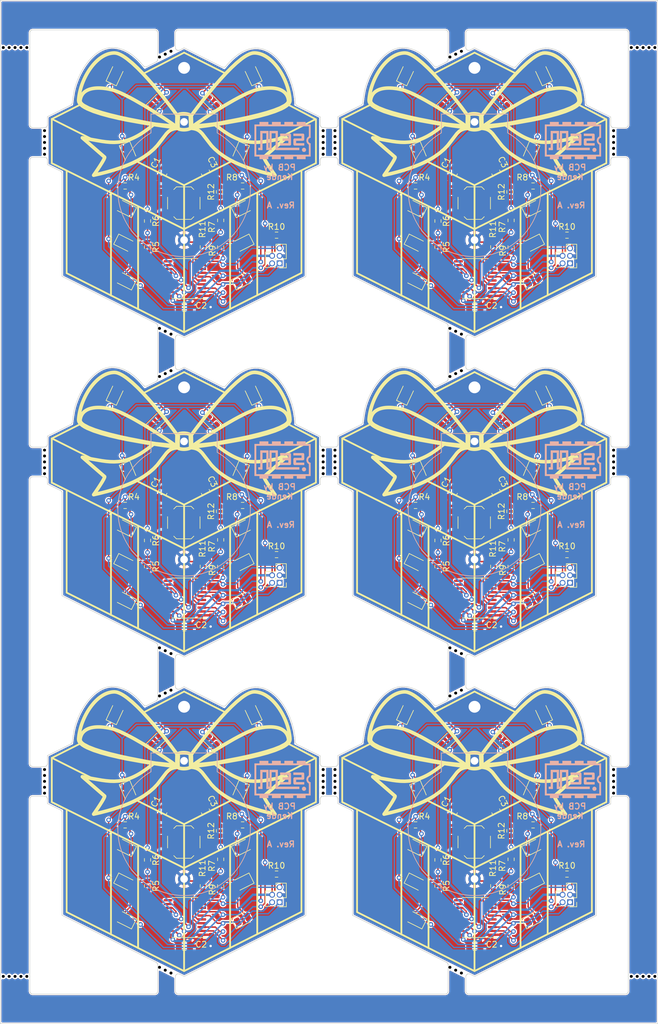
<source format=kicad_pcb>
(kicad_pcb (version 20240108) (generator "pcbnew") (generator_version "8.0")
  (layers (0 "F.Cu" signal) (31 "B.Cu" signal) (34 "B.Paste" user) (35 "F.Paste" user) (36 "B.SilkS" user "B.Silkscreen") (37 "F.SilkS" user "F.Silkscreen") (38 "B.Mask" user) (39 "F.Mask" user) (44 "Edge.Cuts" user))
  (net 0 "")
  (net 1 "Board_0-/B")
  (net 2 "Board_0-/G")
  (net 3 "Board_0-/L1")
  (net 4 "Board_0-/L2")
  (net 5 "Board_0-/L3")
  (net 6 "Board_0-/L4")
  (net 7 "Board_0-/L5")
  (net 8 "Board_0-/L6")
  (net 9 "Board_0-/MPX1")
  (net 10 "Board_0-/MPX2")
  (net 11 "Board_0-/R")
  (net 12 "Board_0-/SWC")
  (net 13 "Board_0-/SWD")
  (net 14 "Board_0-/nRST")
  (net 15 "Board_0-GND")
  (net 16 "Board_0-Net-(D10-A)")
  (net 17 "Board_0-Net-(D12-A)")
  (net 18 "Board_0-Net-(D2-A)")
  (net 19 "Board_0-Net-(D4-A)")
  (net 20 "Board_0-Net-(D6-A)")
  (net 21 "Board_0-Net-(D8-A)")
  (net 22 "Board_0-Net-(SW1A-A)")
  (net 23 "Board_0-Net-(U1-PB6{slash}PF4-BOOT0)")
  (net 24 "Board_0-VCC")
  (net 25 "Board_0-unconnected-(U1-PF0-OSCIN-Pad8)")
  (net 26 "Board_0-unconnected-(U1-PF1-OSCOUT-Pad9)")
  (net 27 "Board_1-/B")
  (net 28 "Board_1-/G")
  (net 29 "Board_1-/L1")
  (net 30 "Board_1-/L2")
  (net 31 "Board_1-/L3")
  (net 32 "Board_1-/L4")
  (net 33 "Board_1-/L5")
  (net 34 "Board_1-/L6")
  (net 35 "Board_1-/MPX1")
  (net 36 "Board_1-/MPX2")
  (net 37 "Board_1-/R")
  (net 38 "Board_1-/SWC")
  (net 39 "Board_1-/SWD")
  (net 40 "Board_1-/nRST")
  (net 41 "Board_1-GND")
  (net 42 "Board_1-Net-(D10-A)")
  (net 43 "Board_1-Net-(D12-A)")
  (net 44 "Board_1-Net-(D2-A)")
  (net 45 "Board_1-Net-(D4-A)")
  (net 46 "Board_1-Net-(D6-A)")
  (net 47 "Board_1-Net-(D8-A)")
  (net 48 "Board_1-Net-(SW1A-A)")
  (net 49 "Board_1-Net-(U1-PB6{slash}PF4-BOOT0)")
  (net 50 "Board_1-VCC")
  (net 51 "Board_1-unconnected-(U1-PF0-OSCIN-Pad8)")
  (net 52 "Board_1-unconnected-(U1-PF1-OSCOUT-Pad9)")
  (net 53 "Board_2-/B")
  (net 54 "Board_2-/G")
  (net 55 "Board_2-/L1")
  (net 56 "Board_2-/L2")
  (net 57 "Board_2-/L3")
  (net 58 "Board_2-/L4")
  (net 59 "Board_2-/L5")
  (net 60 "Board_2-/L6")
  (net 61 "Board_2-/MPX1")
  (net 62 "Board_2-/MPX2")
  (net 63 "Board_2-/R")
  (net 64 "Board_2-/SWC")
  (net 65 "Board_2-/SWD")
  (net 66 "Board_2-/nRST")
  (net 67 "Board_2-GND")
  (net 68 "Board_2-Net-(D10-A)")
  (net 69 "Board_2-Net-(D12-A)")
  (net 70 "Board_2-Net-(D2-A)")
  (net 71 "Board_2-Net-(D4-A)")
  (net 72 "Board_2-Net-(D6-A)")
  (net 73 "Board_2-Net-(D8-A)")
  (net 74 "Board_2-Net-(SW1A-A)")
  (net 75 "Board_2-Net-(U1-PB6{slash}PF4-BOOT0)")
  (net 76 "Board_2-VCC")
  (net 77 "Board_2-unconnected-(U1-PF0-OSCIN-Pad8)")
  (net 78 "Board_2-unconnected-(U1-PF1-OSCOUT-Pad9)")
  (net 79 "Board_3-/B")
  (net 80 "Board_3-/G")
  (net 81 "Board_3-/L1")
  (net 82 "Board_3-/L2")
  (net 83 "Board_3-/L3")
  (net 84 "Board_3-/L4")
  (net 85 "Board_3-/L5")
  (net 86 "Board_3-/L6")
  (net 87 "Board_3-/MPX1")
  (net 88 "Board_3-/MPX2")
  (net 89 "Board_3-/R")
  (net 90 "Board_3-/SWC")
  (net 91 "Board_3-/SWD")
  (net 92 "Board_3-/nRST")
  (net 93 "Board_3-GND")
  (net 94 "Board_3-Net-(D10-A)")
  (net 95 "Board_3-Net-(D12-A)")
  (net 96 "Board_3-Net-(D2-A)")
  (net 97 "Board_3-Net-(D4-A)")
  (net 98 "Board_3-Net-(D6-A)")
  (net 99 "Board_3-Net-(D8-A)")
  (net 100 "Board_3-Net-(SW1A-A)")
  (net 101 "Board_3-Net-(U1-PB6{slash}PF4-BOOT0)")
  (net 102 "Board_3-VCC")
  (net 103 "Board_3-unconnected-(U1-PF0-OSCIN-Pad8)")
  (net 104 "Board_3-unconnected-(U1-PF1-OSCOUT-Pad9)")
  (net 105 "Board_4-/B")
  (net 106 "Board_4-/G")
  (net 107 "Board_4-/L1")
  (net 108 "Board_4-/L2")
  (net 109 "Board_4-/L3")
  (net 110 "Board_4-/L4")
  (net 111 "Board_4-/L5")
  (net 112 "Board_4-/L6")
  (net 113 "Board_4-/MPX1")
  (net 114 "Board_4-/MPX2")
  (net 115 "Board_4-/R")
  (net 116 "Board_4-/SWC")
  (net 117 "Board_4-/SWD")
  (net 118 "Board_4-/nRST")
  (net 119 "Board_4-GND")
  (net 120 "Board_4-Net-(D10-A)")
  (net 121 "Board_4-Net-(D12-A)")
  (net 122 "Board_4-Net-(D2-A)")
  (net 123 "Board_4-Net-(D4-A)")
  (net 124 "Board_4-Net-(D6-A)")
  (net 125 "Board_4-Net-(D8-A)")
  (net 126 "Board_4-Net-(SW1A-A)")
  (net 127 "Board_4-Net-(U1-PB6{slash}PF4-BOOT0)")
  (net 128 "Board_4-VCC")
  (net 129 "Board_4-unconnected-(U1-PF0-OSCIN-Pad8)")
  (net 130 "Board_4-unconnected-(U1-PF1-OSCOUT-Pad9)")
  (net 131 "Board_5-/B")
  (net 132 "Board_5-/G")
  (net 133 "Board_5-/L1")
  (net 134 "Board_5-/L2")
  (net 135 "Board_5-/L3")
  (net 136 "Board_5-/L4")
  (net 137 "Board_5-/L5")
  (net 138 "Board_5-/L6")
  (net 139 "Board_5-/MPX1")
  (net 140 "Board_5-/MPX2")
  (net 141 "Board_5-/R")
  (net 142 "Board_5-/SWC")
  (net 143 "Board_5-/SWD")
  (net 144 "Board_5-/nRST")
  (net 145 "Board_5-GND")
  (net 146 "Board_5-Net-(D10-A)")
  (net 147 "Board_5-Net-(D12-A)")
  (net 148 "Board_5-Net-(D2-A)")
  (net 149 "Board_5-Net-(D4-A)")
  (net 150 "Board_5-Net-(D6-A)")
  (net 151 "Board_5-Net-(D8-A)")
  (net 152 "Board_5-Net-(SW1A-A)")
  (net 153 "Board_5-Net-(U1-PB6{slash}PF4-BOOT0)")
  (net 154 "Board_5-VCC")
  (net 155 "Board_5-unconnected-(U1-PF0-OSCIN-Pad8)")
  (net 156 "Board_5-unconnected-(U1-PF1-OSCOUT-Pad9)")
  (footprint "NPTH" (layer "F.Cu") (at 169.966454 29.120807)
    (property "Reference" "KiKit_MB_7_3" (hide yes))
    (property "Value" "NPTH" (hide yes))
  )
  (footprint "Capacitor_SMD:C_0805_2012Metric" (layer "F.Cu") (at 120.249352 157.471395 63.434)
    (property "Reference" "C1")
    (property "Value" "100nF")
  )
  (footprint "NPTH" (layer "F.Cu") (at 149.5 97.157129)
    (property "Reference" "KiKit_MB_16_5" (hide yes))
    (property "Value" "NPTH" (hide yes))
  )
  (footprint "Resistor_SMD:R_0603_1608Metric" (layer "F.Cu") (at 163.162482 159.621696)
    (property "Reference" "R4")
    (property "Value" "1k")
  )
  (footprint "NPTH" (layer "F.Cu") (at 100.261737 100.157129)
    (property "Reference" "KiKit_MB_12_2" (hide yes))
    (property "Value" "NPTH" (hide yes))
  )
  (footprint "NPTH" (layer "F.Cu") (at 149.5 153.246696)
    (property "Reference" "KiKit_MB_24_3" (hide yes))
    (property "Value" "NPTH" (hide yes))
  )
  (footprint "Capacitor_SMD:C_0805_2012Metric" (layer "F.Cu") (at 176.862482 157.471696 -63.434)
    (property "Reference" "C3")
    (property "Value" "10uF")
  )
  (footprint "Capacitor_SMD:C_0805_2012Metric" (layer "F.Cu") (at 173.212482 126.032129)
    (property "Reference" "C2")
    (property "Value" "10uF")
  )
  (footprint "LED_SMD:LED_0805_2012Metric" (layer "F.Cu") (at 128.587132 91.369216 135)
    (property "Reference" "D9" (hide yes))
    (property "Value" "LED")
  )
  (footprint "NPTH" (layer "F.Cu") (at 119.753592 137.784682)
    (property "Reference" "KiKit_MB_19_2" (hide yes))
    (property "Value" "NPTH" (hide yes))
  )
  (footprint "Capacitor_SMD:C_0805_2012Metric" (layer "F.Cu") (at 173.212482 71.942562)
    (property "Reference" "C2")
    (property "Value" "10uF")
  )
  (footprint "Button_Switch_SMD:SW_SPST_TL3342" (layer "F.Cu") (at 123.874219 162.521696)
    (property "Reference" "SW1" (hide yes))
    (property "Value" "SW_DPST_x2")
  )
  (footprint "NPTH" (layer "F.Cu") (at 100.261737 152.246696)
    (property "Reference" "KiKit_MB_20_4" (hide yes))
    (property "Value" "NPTH" (hide yes))
  )
  (footprint "NPTH" (layer "F.Cu") (at 147.5 99.157129)
    (property "Reference" "KiKit_MB_9_5" (hide yes))
    (property "Value" "NPTH" (hide yes))
  )
  (footprint "LED_SMD:LED_0805_2012Metric" (layer "F.Cu") (at 133.849219 175.621696 26.566)
    (property "Reference" "D13" (hide yes))
    (property "Value" "LED")
  )
  (footprint "NPTH" (layer "F.Cu") (at 200.738263 185.268701)
    (property "Reference" "KiKit_MB_28_3" (hide yes))
    (property "Value" "NPTH" (hide yes))
  )
  (footprint "karifa:ProgConnector_5pin" (layer "F.Cu") (at 140.119219 118.627129 180)
    (property "Reference" "J1" (hide yes))
    (property "Value" "Conn_2Rows-05Pins")
  )
  (footprint "NPTH" (layer "F.Cu") (at 147.5 45.067562)
    (property "Reference" "KiKit_MB_1_5" (hide yes))
    (property "Value" "NPTH" (hide yes))
  )
  (footprint "NPTH" (layer "F.Cu") (at 196.738263 150.246696)
    (property "Reference" "KiKit_MB_21_2" (hide yes))
    (property "Value" "NPTH" (hide yes))
  )
  (footprint "NPTH" (layer "F.Cu") (at 147.5 44.067562)
    (property "Reference" "KiKit_MB_1_4" (hide yes))
    (property "Value" "NPTH" (hide yes))
  )
  (footprint "Resistor_SMD:R_0603_1608Metric" (layer "F.Cu") (at 133.849219 105.532129 180)
    (property "Reference" "R8")
    (property "Value" "1k")
  )
  (footprint "LED_SMD:LED_0805_2012Metric" (layer "F.Cu") (at 135.570424 140.72136 115)
    (property "Reference" "D8" (hide yes))
    (property "Value" "LED")
  )
  (footprint "NPTH" (layer "F.Cu") (at 201.738263 185.268701)
    (property "Reference" "KiKit_MB_28_4" (hide yes))
    (property "Value" "NPTH" (hide yes))
  )
  (footprint "NPTH" (layer "F.Cu") (at 120.728192 29.120807)
    (property "Reference" "KiKit_MB_3_3" (hide yes))
    (property "Value" "NPTH" (hide yes))
  )
  (footprint "Resistor_SMD:R_0603_1608Metric" (layer "F.Cu") (at 139.599219 167.946696)
    (property "Reference" "R10")
    (property "Value" "100k")
  )
  (footprint "NPTH" (layer "F.Cu") (at 169.966454 83.210373)
    (property "Reference" "KiKit_MB_15_3" (hide yes))
    (property "Value" "NPTH" (hide yes))
  )
  (footprint "Resistor_SMD:R_0603_1608Metric" (layer "F.Cu") (at 188.837482 167.946696)
    (property "Reference" "R10")
    (property "Value" "100k")
  )
  (footprint "Resistor_SMD:R_0603_1608Metric" (layer "F.Cu") (at 130.124219 169.971696 -90)
    (property "Reference" "R9")
    (property "Value" "1k")
  )
  (footprint "Capacitor_SMD:C_0805_2012Metric" (layer "F.Cu") (at 123.974219 180.121696)
    (property "Reference" "C2")
    (property "Value" "10uF")
  )
  (footprint "Resistor_SMD:R_0603_1608Metric" (layer "F.Cu") (at 139.599219 113.857129)
    (property "Reference" "R10")
    (property "Value" "100k")
  )
  (footprint "LED_SMD:LED_0805_2012Metric" (layer "F.Cu") (at 163.162482 163.371696 153.434)
    (property "Reference" "D3" (hide yes))
    (property "Value" "LED")
  )
  (footprint "NPTH" (layer "F.Cu") (at 202.738263 185.268701)
    (property "Reference" "KiKit_MB_28_5" (hide yes))
    (property "Value" "NPTH" (hide yes))
  )
  (footprint "Resistor_SMD:R_0603_1608Metric" (layer "F.Cu") (at 179.362482 169.971696 -90)
    (property "Reference" "R9")
    (property "Value" "1k")
  )
  (footprint "karifa:ProgConnector_5pin" (layer "F.Cu") (at 189.357482 64.537562 180)
    (property "Reference" "J1" (hide yes))
    (property "Value" "Conn_2Rows-05Pins")
  )
  (footprint "LED_SMD:LED_0805_2012Metric" (layer "F.Cu") (at 161.516277 32.542226 65)
    (property "Reference" "D6" (hide yes))
    (property "Value" "LED")
  )
  (footprint "LED_SMD:LED_0805_2012Metric" (layer "F.Cu") (at 135.570424 32.542226 115)
    (property "Reference" "D8" (hide yes))
    (property "Value" "LED")
  )
  (footprint "LED_SMD:LED_0805_2012Metric" (layer "F.Cu") (at 135.570424 86.631793 115)
    (property "Reference" "D8" (hide yes))
    (property "Value" "LED")
  )
  (footprint "Capacitor_SMD:C_0805_2012Metric" (layer "F.Cu") (at 127.624219 157.471696 -63.434)
    (property "Reference" "C3")
    (property "Value" "10uF")
  )
  (footprint "Resistor_SMD:R_0603_1608Metric" (layer "F.Cu") (at 176.412482 115.857129 -90)
    (property "Reference" "R11")
    (property "Value" "100k")
  )
  (footprint "Resistor_SMD:R_0603_1608Metric" (layer "F.Cu") (at 166.962482 169.952126 -90)
    (property "Reference" "R5")
    (property "Value" "1k")
  )
  (footprint "NPTH" (layer "F.Cu") (at 121.699479 130.614718)
    (property "Reference" "KiKit_MB_10_2" (hide yes))
    (property "Value" "NPTH" (hide yes))
  )
  (footprint "NPTH" (layer "F.Cu") (at 94.261737 28)
    (property "Reference" "KiKit_MB_25_3" (hide yes))
    (property "Value" "NPTH" (hide yes))
  )
  (footprint "NPTH" (layer "F.Cu") (at 168.990424 183.731755)
    (property "Reference" "KiKit_MB_22_4" (hide yes))
    (property "Value" "NPTH" (hide yes))
  )
  (footprint "NPTH" (layer "F.Cu") (at 169.966454 137.29994)
    (property "Reference" "KiKit_MB_23_3" (hide yes))
    (property "Value" "NPTH" (hide yes))
  )
  (footprint "LED_SMD:LED_0805_2012Metric" (layer "F.Cu") (at 163.706637 153.996398 -67.5)
    (property "Reference" "D2" (hide yes))
    (property "Value" "LED")
  )
  (footprint "Resistor_SMD:R_0603_1608Metric" (layer "F.Cu") (at 117.72422 111.457129 -90)
    (property "Reference" "R6")
    (property "Value" "1k")
  )
  (footprint "NPTH" (layer "F.Cu") (at 199.738263 28)
    (property "Reference" "KiKit_MB_27_2" (hide yes))
    (property "Value" "NPTH" (hide yes))
  )
  (footprint "NPTH" (layer "F.Cu") (at 100.261737 97.157129)
    (property "Reference" "KiKit_MB_12_5" (hide yes))
    (property "Value" "NPTH" (hide yes))
  )
  (footprint "LED_SMD:LED_0805_2012Metric" (layer "F.Cu") (at 113.924219 163.371696 153.434)
    (property "Reference" "D3" (hide yes))
    (property "Value" "LED")
  )
  (footprint "NPTH" (layer "F.Cu") (at 100.261737 153.246696)
    (property "Reference" "KiKit_MB_20_3" (hide yes))
    (property "Value" "NPTH" (hide yes))
  )
  (footprint "Capacitor_SMD:C_0805_2012Metric" (layer "F.Cu") (at 123.974219 126.032129)
    (property "Reference" "C2")
    (property "Value" "10uF")
  )
  (footprint "Resistor_SMD:R_0603_1608Metric" (layer "F.Cu") (at 133.849219 159.621696 180)
    (property "Reference" "R8")
    (property "Value" "1k")
  )
  (footprint "NPTH" (layer "F.Cu") (at 196.738263 96.157129)
    (property "Reference" "KiKit_MB_13_2" (hide yes))
    (property "Value" "NPTH" (hide yes))
  )
  (footprint "LED_SMD:LED_0805_2012Metric" (layer "F.Cu") (at 183.087482 55.192562 26.564)
    (property "Reference" "D11" (hide yes))
    (property "Value" "LED")
  )
  (footprint "LED_SMD:LED_0805_2012Metric" (layer "F.Cu") (at 161.516277 140.72136 65)
    (property "Reference" "D6" (hide yes))
    (property "Value" "LED")
  )
  (footprint "NPTH" (layer "F.Cu") (at 100.261737 154.246696)
    (property "Reference" "KiKit_MB_20_2" (hide yes))
    (property "Value" "NPTH" (hide yes))
  )
  (footprint "NPTH" (layer "F.Cu") (at 94.261737 185.268701)
    (property "Reference" "KiKit_MB_26_3" (hide yes))
    (property "Value" "NPTH" (hide yes))
  )
  (footprint "Resistor_SMD:R_0603_1608Metric" (layer "F.Cu") (at 117.72422 57.367562 -90)
    (property "Reference" "R6")
    (property "Value" "1k")
  )
  (footprint "NPTH" (layer "F.Cu") (at 119.752162 75.552621)
    (property "Reference" "KiKit_MB_2_4" (hide yes))
    (property "Value" "NPTH" (hide yes))
  )
  (footprint "NPTH" (layer "F.Cu") (at 196.738263 154.246696)
    (property "Reference" "KiKit_MB_21_6" (hide yes))
    (property "Value" "NPTH" (hide yes))
  )
  (footprint "NPTH" (layer "F.Cu") (at 120.72582 184.21802)
    (property "Reference" "KiKit_MB_18_3" (hide yes))
    (property "Value" "NPTH" (hide yes))
  )
  (footprint "Button_Switch_SMD:SW_SPST_TL3342" (layer "F.Cu") (at 173.112482 54.342562)
    (property "Reference" "SW1" (hide yes))
    (property "Value" "SW_DPST_x2")
  )
  (footprint "NPTH" (layer "F.Cu") (at 196.738263 46.067562)
    (property "Reference" "KiKit_MB_5_6" (hide yes))
    (property "Value" "NPTH" (hide yes))
  )
  (footprint "NPTH" (layer "F.Cu") (at 93.261737 185.268701)
    (property "Reference" "KiKit_MB_26_2" (hide yes))
    (property "Value" "NPTH" (hide yes))
  )
  (footprint "NPTH" (layer "F.Cu") (at 149.5 152.246696)
    (property "Reference" "KiKit_MB_24_4" (hide yes))
    (property "Value" "NPTH" (hide yes))
  )
  (footprint "NPTH" (layer "F.Cu") (at 100.261737 44.067562)
    (property "Reference" "KiKit_MB_4_4" (hide yes))
    (property "Value" "NPTH" (hide yes))
  )
  (footprint "LED_SMD:LED_0805_2012Metric" (layer "F.Cu") (at 113.924219 169.371696 -26.564)
    (property "Reference" "D4" (hide yes))
    (property "Value" "LED")
  )
  (footprint "NPTH" (layer "F.Cu") (at 149.5 42.067562)
    (property "Reference" "KiKit_MB_8_6" (hide yes))
    (property "Value" "NPTH" (hide yes))
  )
  (footprint "karifa:ProgConnector_5pin" (layer "F.Cu") (at 140.119219 172.716696 180)
    (property "Reference" "J1" (hide yes))
    (property "Value" "Conn_2Rows-05Pins")
  )
  (footprint "LED_SMD:LED_0805_2012Metric" (layer "F.Cu") (at 163.706637 45.817264 -67.5)
    (property "Reference" "D2" (hide yes))
    (property "Value" "LED")
  )
  (footprint "NPTH" (layer "F.Cu") (at 100.261737 151.246696)
    (property "Reference" "KiKit_MB_20_5" (hide yes))
    (property "Value" "NPTH" (hide yes))
  )
  (footprint "Resistor_SMD:R_0603_1608Metric" (layer "F.Cu") (at 127.174219 61.767562 -90)
    (property "Reference" "R11")
    (property "Value" "100k")
  )
  (footprint "LED_SMD:LED_0805_2012Metric" (layer "F.Cu") (at 183.087482 109.282129 26.564)
    (property "Reference" "D11" (hide yes))
    (property "Value" "LED")
  )
  (footprint "LED_SMD:LED_0805_2012Metric" (layer "F.Cu") (at 163.162482 61.192562 -26.564)
    (property "Reference" "D4" (hide yes))
    (property "Value" "LED")
  )
  (footprint "NPTH" (layer "F.Cu") (at 168.991854 83.695115)
    (property "Reference" "KiKit_MB_15_2" (hide yes))
    (property "Value" "NPTH" (hide yes))
  )
  (footprint "LED_SMD:LED_0805_2012Metric" (layer "F.Cu") (at 113.924219 109.282129 153.434)
    (property "Reference" "D3" (hide yes))
    (property "Value" "LED")
  )
  (footprint "NPTH" (layer "F.Cu") (at 149.5 154.246696)
    (property "Reference" "KiKit_MB_24_2" (hide yes))
    (property "Value" "NPTH" (hide yes))
  )
  (footprint "NPTH" (layer "F.Cu") (at 147.5 98.157129)
    (property "Reference" "KiKit_MB_9_4" (hide yes))
    (property "Value" "NPTH" (hide yes))
  )
  (footprint "NPTH" (layer "F.Cu") (at 100.261737 45.067562)
    (property "Reference" "KiKit_MB_4_3" (hide yes))
    (property "Value" "NPTH" (hide yes))
  )
  (footprint "NPTH" (layer "F.Cu") (at 169.964082 184.21802)
    (property "Reference" "KiKit_MB_22_3" (hide yes))
    (property "Value" "NPTH" (hide yes))
  )
  (footprint "karifa:TSSOP-20_4.4x6.5mm_P0.65mm" (layer "F.Cu") (at 124.061719 121.207129)
    (property "Reference" "U1" (hide yes))
    (property "Value" "PY32F002AF15P6TU")
  )
  (footprint "Resistor_SMD:R_0603_1608Metric" (layer "F.Cu") (at 163.162482 105.532129)
    (property "Reference" "R4")
    (property "Value" "1k")
  )
  (footprint "NPTH" (layer "F.Cu") (at 147.5 96.157129)
    (property "Reference" "KiKit_MB_9_2" (hide yes))
    (property "Value" "NPTH" (hide yes))
  )
  (footprint "LED_SMD:LED_0805_2012Metric" (layer "F.Cu") (at 163.162482 67.442562 153.436)
    (property "Reference" "D5" (hide yes))
    (property "Value" "LED")
  )
  (footprint "Resistor_SMD:R_0603_1608Metric" (layer "F.Cu") (at 139.599219 59.767562)
    (property "Reference" "R10")
    (property "Value" "100k")
  )
  (footprint "LED_SMD:LED_0805_2012Metric" (layer "F.Cu") (at 113.924219 115.282129 -26.564)
    (property "Reference" "D4" (hide yes))
    (property "Value" "LED")
  )
  (footprint "NPTH" (layer "F.Cu") (at 147.5 153.246696)
    (property "Reference" "KiKit_MB_17_5" (hide yes))
    (property "Value" "NPTH" (hide yes))
  )
  (footprint "NPTH" (layer "F.Cu") (at 200.738263 28)
    (property "Reference" "KiKit_MB_27_3" (hide yes))
    (property "Value" "NPTH" (hide yes))
  )
  (footprint "Capacitor_SMD:C_0805_2012Metric" (layer "F.Cu") (at 127.624219 103.382129 -63.434)
    (property "Reference" "C3")
    (property "Value" "10uF")
  )
  (footprint "LED_SMD:LED_0805_2012Metric" (layer "F.Cu") (at 112.278014 32.542226 65)
    (property "Reference" "D6" (hide yes))
    (property "Value" "LED")
  )
  (footprint "LED_SMD:LED_0805_2012Metric" (layer "F.Cu") (at 133.849219 169.371696 -153.434)
    (property "Reference" "D12" (hide yes))
    (property "Value" "LED")
  )
  (footprint "LED_SMD:LED_0805_2012Metric" (layer "F.Cu") (at 183.087482 61.192562 -153.434)
    (property "Reference" "D12" (hide yes))
    (property "Value" "LED")
  )
  (footprint "karifa:ProgConnector_5pin" (layer "F.Cu") (at 189.357482 118.627129 180)
    (property "Reference" "J1" (hide yes))
    (property "Value" "Conn_2Rows-05Pins")
  )
  (footprint "NPTH" (layer "F.Cu") (at 149.5 151.246696)
    (property "Reference" "KiKit_MB_24_5" (hide yes))
    (property "Value" "NPTH" (hide yes))
  )
  (footprint "LED_SMD:LED_0805_2012Metric" (layer "F.Cu") (at 128.587132 145.458783 135)
    (property "Reference" "D9" (hide yes))
    (property "Value" "LED")
  )
  (footprint "NPTH" (layer "F.Cu") (at 169.964082 76.038886)
    (property "Reference" "KiKit_MB_6_3" (hide yes))
    (property "Value" "NPTH" (hide yes))
  )
  (footprint "karifa:TSSOP-20_4.4x6.5mm_P0.65mm" (layer "F.Cu") (at 124.061719 175.296696)
    (property "Reference" "U1" (hide yes))
    (property "Value" "PY32F002AF15P6TU")
  )
  (footprint "LED_SMD:LED_0805_2012Metric" (layer "F.Cu") (at 177.825395 145.458783 135)
    (property "Reference" "D9" (hide yes))
    (property "Value" "LED")
  )
  (footprint "NPTH" (layer "F.Cu") (at 196.738263 153.246696)
    (property "Reference" "KiKit_MB_21_5" (hide yes))
    (property "Value" "NPTH" (hide yes))
  )
  (footprint "NPTH" (layer "F.Cu") (at 170.937741 184.704285)
    (property "Reference" "KiKit_MB_22_2" (hide yes))
    (property "Value" "NPTH" (hide yes))
  )
  (footprint "NPTH" (layer "F.Cu") (at 120.72582 76.038886)
    (property "Reference" "KiKit_MB_2_3" (hide yes))
    (property "Value" "NPTH" (hide yes))
  )
  (footprint "NPTH" (layer "F.Cu") (at 147.5 46.067562)
    (property "Reference" "KiKit_MB_1_6" (hide yes))
    (property "Value" "NPTH" (hide yes))
  )
  (footprint "NPTH" (layer "F.Cu") (at 100.261737 96.157129)
    (property "Reference" "KiKit_MB_12_6" (hide yes))
    (property "Value" "NPTH" (hide yes))
  )
  (footprint "NPTH" (layer "F.Cu") (at 120.72582 130.128453)
    (property "Reference" "KiKit_MB_10_3" (hide yes))
    (property "Value" "NPTH" (hide yes))
  )
  (footprint "NPTH" (layer "F.Cu") (at 203.738263 28)
    (property "Reference" "KiKit_MB_27_6" (hide yes))
    (property "Value" "NPTH" (hide yes))
  )
  (footprint "NPTH" (layer "F.Cu") (at 149.5 100.157129)
    (property "Reference" "KiKit_MB_16_2" (hide yes))
    (property "Value" "NPTH" (hide yes))
  )
  (footprint "karifa:ProgConnector_5pin" (layer "F.Cu") (at 189.357482 172.716696 180)
    (property "Reference" "J1" (hide yes))
    (property "Value" "Conn_2Rows-05Pins")
  )
  (footprint "NPTH" (layer "F.Cu") (at 95.261737 28)
    (property "Reference" "KiKit_MB_25_4" (hide yes))
    (property "Value" "NPTH" (hide yes))
  )
  (footprint "NPTH" (layer "F.Cu") (at 147.5 152.246696)
    (property "Reference" "KiKit_MB_17_4" (hide yes))
    (property "Value" "NPTH" (hide yes))
  )
  (footprint "LED_SMD:LED_0805_2012Metric" (layer "F.Cu") (at 184.808687 86.631793 115)
    (property "Reference" "D8" (hide yes))
    (property "Value" "LED")
  )
  (footprint "Resistor_SMD:R_0603_1608Metric" (layer "F.Cu") (at 130.124219 165.447497 -90)
    (property "Reference" "R7")
    (property "Value" "1k")
  )
  (footprint "Resistor_SMD:R_0603_1608Metric" (layer "F.Cu") (at 113.924219 105.532129)
    (property "Reference" "R4")
    (property "Value" "1k")
  )
  (footprint "Resistor_SMD:R_0603_1608Metric" (layer "F.Cu") (at 179.162482 160.621696 90)
    (property "Reference" "R12")
    (property "Value" "100k")
  )
  (footprint "NPTH" (layer "F.Cu") (at 168.990424 75.552621)
    (property "Reference" "KiKit_MB_6_4" (hide yes))
    (property "Value" "NPTH" (hide yes))
  )
  (footprint "Resistor_SMD:R_0603_1608Metric" (layer "F.Cu") (at 117.724219 169.952126 -90)
    (property "Reference" "R5")
    (property "Value" "1k")
  )
  (footprint "NPTH" (layer "F.Cu") (at 196.738263 100.157129)
    (property "Reference" "KiKit_MB_13_6" (hide yes))
    (property "Value" "NPTH" (hide yes))
  )
  (footprint "Resistor_SMD:R_0603_1608Metric" (layer "F.Cu") (at 129.924219 106.532129 90)
    (property "Reference" "R12")
    (property "Value" "100k")
  )
  (footprint "Capacitor_SMD:C_0805_2012Metric" (layer "F.Cu") (at 120.249352 49.292261 63.434)
    (property "Reference" "C1")
    (property "Value" "100nF")
  )
  (footprint "Resistor_SMD:R_0603_1608Metric" (layer "F.Cu") (at 163.162482 51.442562)
    (property "Reference" "R4")
    (property "Value" "1k")
  )
  (footprint "NPTH" (layer "F.Cu") (at 120.728192 137.29994)
    (property "Reference" "KiKit_MB_19_3" (hide yes))
    (property "Value" "NPTH" (hide yes))
  )
  (footprint "Resistor_SMD:R_0603_1608Metric" (layer "F.Cu") (at 183.087482 105.532129 180)
    (property "Reference" "R8")
    (property "Value" "1k")
  )
  (footprint "NPTH" (layer "F.Cu") (at 95.261737 185.268701)
    (property "Reference" "KiKit_MB_26_4" (hide yes))
    (property "Value" "NPTH" (hide yes))
  )
  (footprint "NPTH" (layer "F.Cu") (at 170.936033 28.626094)
    (property "Reference" "KiKit_MB_7_4" (hide yes))
    (property "Value" "NPTH" (hide yes))
  )
  (footprint "NPTH" (layer "F.Cu") (at 196.738263 44.067562)
    (property "Reference" "KiKit_MB_5_4" (hide yes))
    (property "Value" "NPTH" (hide yes))
  )
  (footprint "LED_SMD:LED_0805_2012Metric" (layer "F.Cu") (at 128.587132 37.279649 135)
    (property "Reference" "D9" (hide yes))
    (property "Value" "LED")
  )
  (footprint "NPTH" (layer "F.Cu") (at 147.5 100.157129)
    (property "Reference" "KiKit_MB_9_6" (hide yes))
    (property "Value" "NPTH" (hide yes))
  )
  (footprint "NPTH" (layer "F.Cu") (at 121.697771 82.71566)
    (property "Reference" "KiKit_MB_11_4" (hide yes))
    (property "Value" "NPTH" (hide yes))
  )
  (footprint "NPTH" (layer "F.Cu") (at 121.697771 136.805227)
    (property "Reference" "KiKit_MB_19_4" (hide yes))
    (property "Value" "NPTH" (hide yes))
  )
  (footprint "LED_SMD:LED_0805_2012Metric" (layer "F.Cu") (at 163.706637 99.906831 -67.5)
    (property "Reference" "D2" (hide yes))
    (property "Value" "LED")
  )
  (footprint "Resistor_SMD:R_0603_1608Metric" (layer "F.Cu") (at 179.162482 52.442562 90)
    (property "Reference" "R12")
    (property "Value" "100k")
  )
  (footprint "LED_SMD:LED_0805_2012Metric" (layer "F.Cu") (at 114.468374 153.996398 -67.5)
    (property "Reference" "D2" (hide yes))
    (property "Value" "LED")
  )
  (footprint "NPTH" (layer "F.Cu") (at 170.937741 76.525151)
    (property "Reference" "KiKit_MB_6_2" (hide yes))
    (property "Value" "NPTH" (hide yes))
  )
  (footprint "NPTH" (layer "F.Cu") (at 96.261737 185.268701)
    (property "Reference" "KiKit_MB_26_5" (hide yes))
    (property "Value" "NPTH" (hide yes))
  )
  (footprint "LED_SMD:LED_0805_2012Metric" (layer "F.Cu") (at 113.924219 121.532129 153.436)
    (property "Reference" "D5" (hide yes))
    (property "Value" "LED")
  )
  (footprint "LED_SMD:LED_0805_2012Metric" (layer "F.Cu") (at 133.849219 109.282129 26.564)
    (property "Reference" "D11" (hide yes))
    (property "Value" "LED")
  )
  (footprint "Capacitor_SMD:C_0805_2012Metric" (layer "F.Cu") (at 120.249352 103.381828 63.434)
    (property "Reference" "C1")
    (property "Value" "100nF")
  )
  (footprint "LED_SMD:LED_0805_2012Metric" (layer "F.Cu") (at 163.162482 121.532129 153.436)
    (property "Reference" "D5" (hide yes))
    (property "Value" "LED")
  )
  (footprint "LED_SMD:LED_0805_2012Metric" (layer "F.Cu") (at 183.087482 67.442562 26.566)
    (property "Reference" "D13" (hide yes))
    (property "Value" "LED")
  )
  (footprint "NPTH" (layer "F.Cu") (at 149.5 44.067562)
    (property "Reference" "KiKit_MB_8_4" (hide yes))
    (property "Value" "NPTH" (hide yes))
  )
  (footprint "LED_SMD:LED_0805_2012Metric" (layer "F.Cu") (at 133.849219 115.282129 -153.434)
    (property "Reference" "D12" (hide yes))
    (property "Value" "LED")
  )
  (footprint "Resistor_SMD:R_0603_1608Metric" (layer "F.Cu") (at 179.362482 61.792562 -90)
    (property "Reference" "R9")
    (property "Value" "1k")
  )
  (footprint "Capacitor_SMD:C_0805_2012Metric" (layer "F.Cu") (at 123.974219 71.942562)
    (property "Reference" "C2")
    (property "Value" "10uF")
  )
  (footprint "LED_SMD:LED_0805_2012Metric" (layer "F.Cu") (at 119.261306 37.279649 45)
    (property "Reference" "D7" (hide yes))
    (property "Value" "LED")
  )
  (footprint "NPTH" (layer "F.Cu") (at 119.753592 83.695115)
    (property "Reference" "KiKit_MB_11_2" (hide yes))
    (property "Value" "NPTH" (hide yes))
  )
  (footprint "NPTH" (layer "F.Cu") (at 147.5 151.246696)
    (property "Reference" "KiKit_MB_17_3" (hide yes))
    (property "Value" "NPTH" (hide yes))
  )
  (footprint "NPTH" (layer "F.Cu") (at 196.738263 151.246696)
    (property "Reference" "KiKit_MB_21_3" (hide yes))
    (property "Value" "NPTH" (hide yes))
  )
  (footprint "LED_SMD:LED_0805_2012Metric" (layer "F.Cu") (at 163.162482 175.621696 153.436)
    (property "Reference" "D5" (hide yes))
    (property "Value" "LED")
  )
  (footprint "karifa:ProgConnector_5pin" (layer "F.Cu") (at 140.119219 64.537562 180)
    (property "Reference" "J1" (hide yes))
    (property "Value" "Conn_2Rows-05Pins")
  )
  (footprint "Resistor_SMD:R_0603_1608Metric" (layer "F.Cu") (at 166.962482 115.862559 -90)
    (property "Reference" "R5")
    (property "Value" "1k")
  )
  (footprint "Resistor_SMD:R_0603_1608Metric" (layer "F.Cu") (at 179.362482 57.268363 -90)
    (property "Reference" "R7")
    (property "Value" "1k")
  )
  (footprint "LED_SMD:LED_0805_2012Metric" (layer "F.Cu") (at 183.087482 115.282129 -153.434)
    (property "Reference" "D12" (hide yes))
    (property "Value" "LED")
  )
  (footprint "Resistor_SMD:R_0603_1608Metric" (layer "F.Cu") (at 113.924219 51.442562)
    (property "Reference" "R4")
    (property "Value" "1k")
  )
  (footprint "NPTH" (layer "F.Cu") (at 147.5 150.246696)
    (property "Reference" "KiKit_MB_17_2" (hide yes))
    (property "Value" "NPTH" (hide yes))
  )
  (footprint "LED_SMD:LED_0805_2012Metric" (layer "F.Cu") (at 114.468374 45.817264 -67.5)
    (property "Reference" "D2" (hide yes))
    (property "Value" "LED")
  )
  (footprint "Resistor_SMD:R_0603_1608Metric" (layer "F.Cu") (at 179.362482 111.35793 -90)
    (property "Reference" "R7")
    (property "Value" "1k")
  )
  (footprint "Capacitor_SMD:C_0805_2012Metric" (layer "F.Cu") (at 127.624219 49.292562 -63.434)
    (property "Reference" "C3")
    (property "Value" "10uF")
  )
  (footprint "NPTH" (layer "F.Cu") (at 196.738263 42.067562)
    (property "Reference" "KiKit_MB_5_2" (hide yes))
    (property "Value" "NPTH" (hide yes))
  )
  (footprint "Resistor_SMD:R_0603_1608Metric" (layer "F.Cu") (at 113.924219 159.621696)
    (property "Reference" "R4")
    (property "Value" "1k")
  )
  (footprint "Capacitor_SMD:C_0805_2012Metric" (layer "F.Cu") (at 173.212482 180.121696)
    (property "Reference" "C2")
    (property "Value" "10uF")
  )
  (footprint "LED_SMD:LED_0805_2012Metric" (layer "F.Cu") (at 113.924219 67.442562 153.436)
    (property "Reference" "D5" (hide yes))
    (property "Value" "LED")
  )
  (footprint "NPTH" (layer "F.Cu") (at 149.5 96.157129)
    (property "Reference" "KiKit_MB_16_6" (hide yes))
    (property "Value" "NPTH" (hide yes))
  )
  (footprint "Resistor_SMD:R_0603_1608Metric" (layer "F.Cu") (at 183.087482 159.621696 180)
    (property "Reference" "R8")
    (property "Value" "1k")
  )
  (footprint "NPTH" (layer "F.Cu") (at 170.936033 136.805227)
    (property "Reference" "KiKit_MB_23_4" (hide yes))
    (property "Value" "NPTH" (hide yes))
  )
  (footprint "Resistor_SMD:R_0603_1608Metric" (layer "F.Cu") (at 188.837482 59.767562)
    (property "Reference" "R10")
    (property "Value" "100k")
  )
  (footprint "LED_SMD:LED_0805_2012Metric" (layer "F.Cu") (at 119.261306 91.369216 45)
    (property "Reference" "D7" (hide yes))
    (property "Value" "LED")
  )
  (footprint "NPTH" (layer "F.Cu") (at 147.5 154.246696)
    (property "Reference" "KiKit_MB_17_6" (hide yes))
    (property "Value" "NPTH" (hide yes))
  )
  (footprint "NPTH" (layer "F.Cu") (at 149.5 150.246696)
    (property "Reference" "KiKit_MB_24_6" (hide yes))
    (property "Value" "NPTH" (hide yes))
  )
  (footprint "NPTH" (layer "F.Cu") (at 121.699479 76.525151)
    (property "Reference" "KiKit_MB_2_2" (hide yes))
    (property "Value" "NPTH" (hide yes))
  )
  (footprint "Resistor_SMD:R_0603_1608Metric" (layer "F.Cu") (at 179.362482 165.447497 -90)
    (property "Reference" "R7")
    (property "Value" "1k")
  )
  (footprint "NPTH" (layer "F.Cu") (at 149.5 45.067562)
    (property "Reference" "KiKit_MB_8_3" (hide yes))
    (property "Value" "NPTH" (hide yes))
  )
  (footprint "Resistor_SMD:R_0603_1608Metric" (layer "F.Cu") (at 127.174219 169.946696 -90)
    (property "Reference" "R11")
    (property "Value" "100k")
  )
  (footprint "LED_SMD:LED_0805_2012Metric" (layer "F.Cu") (at 177.825395 91.369216 135)
    (property "Reference" "D9" (hide yes))
    (property "Value" "LED")
  )
  (footprint "NPTH" (layer "F.Cu") (at 121.699479 184.704285)
    (property "Reference" "KiKit_MB_18_2" (hide yes))
    (property "Value" "NPTH" (hide yes))
  )
  (footprint "Resistor_SMD:R_0603_1608Metric" (layer "F.Cu") (at 166.962483 111.457129 -90)
    (property "Reference" "R6")
    (property "Value" "1k")
  )
  (footprint "NPTH" (layer "F.Cu") (at 93.261737 28)
    (property "Reference" "KiKit_MB_25_2" (hide yes))
    (property "Value" "NPTH" (hide yes))
  )
  (footprint "LED_SMD:LED_0805_2012Metric" (layer "F.Cu") (at 114.468374 99.906831 -67.5)
    (property "Reference" "D2" (hide yes))
    (property "Value" "LED")
  )
  (footprint "NPTH" (layer "F.Cu") (at 147.5 97.157129)
    (property "Reference" "KiKit_MB_9_3" (hide yes))
    (property "Value" "NPTH" (hide yes))
  )
  (footprint "NPTH" (layer "F.Cu") (at 202.738263 28)
    (property "Reference" "KiKit_MB_27_5" (hide yes))
    (property "Value" "NPTH" (hide yes))
  )
  (footprint "NPTH" (layer "F.Cu") (at 100.261737 98.157129)
    (property "Reference" "KiKit_MB_12_4" (hide yes))
    (property "Value" "NPTH" (hide yes))
  )
  (footprint "Resistor_SMD:R_0603_1608Metric" (layer "F.Cu") (at 179.362482 115.882129 -90)
    (property "Reference" "R9")
    (property "Value" "1k")
  )
  (footprint "NPTH" (layer "F.Cu") (at 203.738263 185.268701)
    (property "Reference" "KiKit_MB_28_6" (hide yes))
    (property "Value" "NPTH" (hide yes))
  )
  (footprint "NPTH" (layer "F.Cu") (at 147.5 43.067562)
    (property "Reference" "KiKit_MB_1_3" (hide yes))
    (property "Value" "NPTH" (hide yes))
  )
  (footprint "LED_SMD:LED_0805_2012Metric" (layer "F.Cu") (at 177.825395 37.279649 135)
    (property "Reference" "D9" (hide yes))
    (property "Value" "LED")
  )
  (footprint "NPTH" (layer "F.Cu") (at 96.261737 28)
    (property "Reference" "KiKit_MB_25_5" (hide yes))
    (property "Value" "NPTH" (hide yes))
  )
  (footprint "NPTH" (layer "F.Cu") (at 100.261737 42.067562)
    (property "Reference" "KiKit_MB_4_6" (hide yes))
    (property "Value" "NPTH" (hide yes))
  )
  (footprint "Capacitor_SMD:C_0805_2012Metric" (layer "F.Cu") (at 169.487615 157.471395 63.434)
    (property "Reference" "C1")
    (property "Value" "100nF")
  )
  (footprint "LED_SMD:LED_0805_2012Metric" (layer "F.Cu") (at 112.278014 86.631793 65)
    (property "Reference" "D6" (hide yes))
    (property "Value" "LED")
  )
  (footprint "LED_SMD:LED_0805_2012Metric" (layer "F.Cu") (at 133.849219 61.192562 -153.434)
    (property "Reference" "D12" (hide yes))
    (property "Value" "LED")
  )
  (footprint "NPTH" (layer "F.Cu") (at 100.261737 46.067562)
    (property "Reference" "KiKit_MB_4_2" (hide yes))
    (property "Value" "NPTH" (hide yes))
  )
  (footprint "LED_SMD:LED_0805_2012Metric" (layer "F.Cu") (at 168.499569 91.369216 45)
    (property "Reference" "D7" (hide yes))
    (property "Value" "LED")
  )
  (footprint "NPTH" (layer "F.Cu") (at 168.991854 137.784682)
    (property "Reference" "KiKit_MB_23_2" (hide yes))
    (property "Value" "NPTH" (hide yes))
  )
  (footprint "LED_SMD:LED_0805_2012Metric" (layer "F.Cu") (at 161.516277 86.631793 65)
    (property "Reference" "D6" (hide yes))
    (property "Value" "LED")
  )
  (footprint "Resistor_SMD:R_0603_1608Metric" (layer "F.Cu") (at 179.162482 106.532129 90)
    (property "Reference" "R12")
    (property "Value" "100k")
  )
  (footprint "LED_SMD:LED_0805_2012Metric" (layer "F.Cu") (at 183.087482 169.371696 -153.434)
    (property "Reference" "D12" (hide yes))
    (property "Value" "LED")
  )
  (footprint "Resistor_SMD:R_0603_1608Metric" (layer "F.Cu") (at 117.724219 115.862559 -90)
    (property "Reference" "R5")
    (property "Value" "1k")
  )
  (footprint "NPTH" (layer "F.Cu") (at 100.261737 150.246696)
    (property "Reference" "KiKit_MB_20_6" (hide yes))
    (property "Value" "NPTH" (hide yes))
  )
  (footprint "Resistor_SMD:R_0603_1608Metric" (layer "F.Cu") (at 130.124219 57.268363 -90)
    (property "Reference" "R7")
    (property "Value" "1k")
  )
  (footprint "NPTH" (layer "F.Cu") (at 147.5 42.067562)
    (property "Reference" "KiKit_MB_1_2" (hide yes))
    (property "Value" "NPTH" (hide yes))
  )
  (footprint "Resistor_SMD:R_0603_1608Metric" (layer "F.Cu") (at 127.174219 115.857129 -90)
    (property "Reference" "R11")
    (property "Value" "100k")
  )
  (footprint "Button_Switch_SMD:SW_SPST_TL3342" (layer "F.Cu") (at 123.874219 108.432129)
    (property "Reference" "SW1" (hide yes))
    (property "Value" "SW_DPST_x2")
  )
  (footprint "Button_Switch_SMD:SW_SPST_TL3342" (layer "F.Cu") (at 173.112482 108.432129)
    (property "Reference" "SW1" (hide yes))
    (property "Value" "SW_DPST_x2")
  )
  (footprint "NPTH" (layer "F.Cu") (at 149.5 43.067562)
    (property "Reference" "KiKit_MB_8_5" (hide yes))
    (property "Value" "NPTH" (hide yes))
  )
  (footprint "LED_SMD:LED_0805_2012Metric" (layer "F.Cu") (at 168.499569 145.458783 45)
    (property "Reference" "D7" (hide yes))
    (property "Value" "LED")
  )
  (footprint "LED_SMD:LED_0805_2012Metric" (layer "F.Cu") (at 163.162482 55.192562 153.434)
    (property "Reference" "D3" (hide yes))
    (property "Value" "LED")
  )
  (footprint "karifa:TSSOP-20_4.4x6.5mm_P0.65mm" (layer "F.Cu") (at 173.299982 121.207129)
    (property "Reference" "U1" (hide yes))
    (property "Value" "PY32F002AF15P6TU")
  )
  (footprint "LED_SMD:LED_0805_2012Metric" (layer "F.Cu") (at 113.924219 55.192562 153.434)
    (property "Reference" "D3" (hide yes))
    (property "Value" "LED")
  )
  (footprint "LED_SMD:LED_0805_2012Metric" (layer "F.Cu") (at 119.261306 145.458783 45)
    (property "Reference" "D7" (hide yes))
    (property "Value" "LED")
  )
  (footprint "karifa:TSSOP-20_4.4x6.5mm_P0.65mm" (layer "F.Cu") (at 173.299982 67.117562)
    (property "Reference" "U1" (hide yes))
    (property "Value" "PY32F002AF15P6TU")
  )
  (footprint "Resistor_SMD:R_0603_1608Metric" (layer "F.Cu") (at 188.837482 113.857129)
    (property "Reference" "R10")
    (property "Value" "100k")
  )
  (footprint "NPTH" (layer "F.Cu") (at 119.752162 183.731755)
    (property "Reference" "KiKit_MB_18_4" (hide yes))
    (property "Value" "NPTH" (hide yes))
  )
  (footprint "NPTH" (layer "F.Cu") (at 149.5 98.157129)
    (property "Reference" "KiKit_MB_16_4" (hide yes))
    (property "Value" "NPTH" (hide yes))
  )
  (footprint "NPTH" (layer "F.Cu") (at 169.964082 130.128453)
    (property "Reference" "KiKit_MB_14_3" (hide yes))
    (property "Value" "NPTH" (hide yes))
  )
  (footprint "Capacitor_SMD:C_0805_2012Metric" (layer "F.Cu") (at 169.487615 49.292261 63.434)
    (property "Reference" "C1")
    (property "Value" "100nF")
  )
  (footprint "LED_SMD:LED_0805_2012Metric" (layer "F.Cu") (at 112.278014 140.72136 65)
    (property "Reference" "D6" (hide yes))
    (property "Value" "LED")
  )
  (footprint "NPTH" (layer "F.Cu") (at 97.261737 185.268701)
    (property "Reference" "KiKit_MB_26_6" (hide yes))
    (property "Value" "NPTH" (hide yes))
  )
  (footprint "NPTH" (layer "F.Cu") (at 168.991854 29.605549)
    (property "Reference" "KiKit_MB_7_2" (hide yes))
    (property "Value" "NPTH" (hide yes))
  )
  (footprint "Capacitor_SMD:C_0805_2012Metric" (layer "F.Cu") (at 169.487615 103.381828 63.434)
    (property "Reference" "C1")
    (property "Value" "100nF")
  )
  (footprint "NPTH" (layer "F.Cu") (at 170.936033 82.71566)
    (property "Reference" "KiKit_MB_15_4" (hide yes))
    (property "Value" "NPTH" (hide yes))
  )
  (footprint "LED_SMD:LED_0805_2012Metric" (layer "F.Cu") (at 168.499569 37.279649 45)
    (property "Reference" "D7" (hide yes))
    (property "Value" "LED")
  )
  (footprint "NPTH" (layer "F.Cu") (at 120.728192 83.210373)
    (property "Reference" "KiKit_MB_11_3" (hide yes))
    (property "Value" "NPTH" (hide yes))
  )
  (footprint "Resistor_SMD:R_0603_1608Metric" (layer "F.Cu") (at 129.924219 52.442562 90)
    (property "Reference" "R12")
    (property "Value" "100k")
  )
  (footprint "LED_SMD:LED_0805_2012Metric" (layer "F.Cu") (at 184.808687 32.542226 115)
    (property "Reference" "D8" (hide yes))
    (property "Value" "LED")
  )
  (footprint "LED_SMD:LED_0805_2012Metric" (layer "F.Cu") (at 183.087482 121.532129 26.566)
    (property "Reference" "D13" (hide yes))
    (property "Value" "LED")
  )
  (footprint "LED_SMD:LED_0805_2012Metric" (layer "F.Cu") (at 182.706637 99.906831 -112.5)
    (property "Reference" "D10" (hide yes))
    (property "Value" "LED")
  )
  (footprint "Button_Switch_SMD:SW_SPST_TL3342" (layer "F.Cu") (at 123.874219 54.342562)
    (property "Reference" "SW1" (hide yes))
    (property "Value" "SW_DPST_x2")
  )
  (footprint "NPTH" (layer "F.Cu") (at 149.5 99.157129)
    (property "Reference" "KiKit_MB_16_3" (hide yes))
    (property "Value" "NPTH" (hide yes))
  )
  (footprint "NPTH" (layer "F.Cu") (at 170.937741 130.614718)
    (property "Reference" "KiKit_MB_14_2" (hide yes))
    (property "Value" "NPTH" (hide yes))
  )
  (footprint "LED_SMD:LED_0805_2012Metric" (layer "F.Cu") (at 133.849219 121.532129 26.566)
    (property "Reference" "D13" (hide yes))
    (property "Value" "LED")
  )
  (footprint "LED_SMD:LED_0805_2012Metric" (layer "F.Cu") (at 183.087482 175.621696 26.566)
    (property "Reference" "D13" (hide yes))
    (property "Value" "LED")
  )
  (footprint "Resistor_SMD:R_0603_1608Metric" (layer "F.Cu") (at 130.124219 61.792562 -90)
    (property "Reference" "R9")
    (property "Value" "1k")
  )
  (footprint "LED_SMD:LED_0805_2012Metric" (layer "F.Cu") (at 133.849219 67.442562 26.566)
    (property "Reference" "D13" (hide yes))
    (property "Value" "LED")
  )
  (footprint "NPTH" (layer "F.Cu") (at 100.261737 43.067562)
    (property "Reference" "KiKit_MB_4_5" (hide yes))
    (property "Value" "NPTH" (hide yes))
  )
  (footprint "NPTH" (layer "F.Cu") (at 149.5 46.067562)
    (property "Reference" "KiKit_MB_8_2" (hide yes))
    (property "Value" "NPTH" (hide yes))
  )
  (footprint "LED_SMD:LED_0805_2012Metric" (layer "F.Cu") (at 133.468374 153.996398 -112.5)
    (property "Reference" "D10" (hide yes))
    (property "Value" "LED")
  )
  (footprint "Resistor_SMD:R_0603_1608Metric" (layer "F.Cu") (at 176.412482 61.767562 -90)
    (property "Reference" "R11")
    (property "Value" "100k")
  )
  (footprint "Resistor_SMD:R_0603_1608Metric" (layer "F.Cu") (at 133.849219 51.442562 180)
    (property "Reference" "R8")
    (property "Value" "1k")
  )
  (footprint "LED_SMD:LED_0805_2012Metric" (layer "F.Cu") (at 133.468374 99.906831 -112.5)
    (property "Reference" "D10" (hide yes))
    (property "Value" "LED")
  )
  (footprint "karifa:TSSOP-20_4.4x6.5mm_P0.65mm" (layer "F.Cu") (at 124.061719 67.117562)
    (property "Reference" "U1" (hide yes))
    (property "Value" "PY32F002AF15P6TU")
  )
  (footprint "NPTH" (layer "F.Cu") (at 121.697771 28.626094)
    (property "Reference" "KiKit_MB_3_4" (hide yes))
    (property "Value" "NPTH" (hide yes))
  )
  (footprint "LED_SMD:LED_0805_2012Metric" (layer "F.Cu") (at 182.706637 45.817264 -112.5)
    (property "Reference" "D10" (hide yes))
    (property "Value" "LED")
  )
  (footprint "NPTH" (layer "F.Cu") (at 196.738263 43.067562)
    (property "Reference" "KiKit_MB_5_3" (hide yes))
    (property "Value" "NPTH" (hide yes))
  )
  (footprint "NPTH" (layer "F.Cu") (at 196.738263 97.157129)
    (property "Reference" "KiKit_MB_13_3" (hide yes))
    (property "Value" "NPTH" (hide yes))
  )
  (footprint "Resistor_SMD:R_0603_1608Metric" (layer "F.Cu") (at 117.724219 61.772992 -90)
    (property "Reference" "R5")
    (property "Value" "1k")
  )
  (footprint "Resistor_SMD:R_0603_1608Metric" (layer "F.Cu") (at 176.412482 169.946696 -90)
    (property "Reference" "R11")
    (property "Value" "100k")
  )
  (footprint "Resistor_SMD:R_0603_1608Metric" (layer "F.Cu") (at 166.962482 61.772992 -90)
    (property "Reference" "R5")
    (property "Value" "1k")
  )
  (footprint "NPTH" (layer "F.Cu") (at 196.738263 45.067562)
    (property "Reference" "KiKit_MB_5_5" (hide yes))
    (property "Value" "NPTH" (hide yes))
  )
  (footprint "NPTH" (layer "F.Cu") (at 196.738263 98.157129)
    (property "Reference" "KiKit_MB_13_4" (hide yes))
    (property "Value" "NPTH" (hide yes))
  )
  (footprint "Resistor_SMD:R_0603_1608Metric" (layer "F.Cu") (at 166.962483 165.546696 -90)
    (property "Reference" "R6")
    (property "Value" "1k")
  )
  (footprint "Resistor_SMD:R_0603_1608Metric" (layer "F.Cu") (at 130.124219 115.882129 -90)
    (property "Reference" "R9")
    (property "Value" "1k")
  )
  (footprint "LED_SMD:LED_0805_2012Metric" (layer "F.Cu") (at 163.162482 115.282129 -26.564)
    (property "Reference" "D4" (hide yes))
    (property "Value" "LED")
  )
  (footprint "Resistor_SMD:R_0603_1608Metric" (layer "F.Cu") (at 117.72422 165.546696 -90)
    (property "Reference" "R6")
    (property "Value" "1k")
  )
  (footprint "Resistor_SMD:R_0603_1608Metric" (layer "F.Cu") (at 130.124219 111.35793 -90)
    (property "Reference" "R7")
    (property "Value" "1k")
  )
  (footprint "Capacitor_SMD:C_0805_2012Metric" (layer "F.Cu") (at 176.862482 103.382129 -63.434)
    (property "Reference" "C3")
    (property "Value" "10uF")
  )
  (footprint "Button_Switch_SMD:SW_SPST_TL3342" (layer "F.Cu") (at 173.112482 162.521696)
    (property "Reference" "SW1" (hide yes))
    (property "Value" "SW_DPST_x2")
  )
  (footprint "LED_SMD:LED_0805_2012Metric" (layer "F.Cu") (at 133.849219 55.192562 26.564)
    (property "Reference" "D11" (hide yes))
    (property "Value" "LED")
  )
  (footprint "LED_SMD:LED_0805_2012Metric" (layer "F.Cu") (at 184.808687 140.72136 115)
    (property "Reference" "D8" (hide yes))
    (property "Value" "LED")
  )
  (footprint "LED_SMD:LED_0805_2012Metric" (layer "F.Cu") (at 163.162482 169.371696 -26.564)
    (property "Reference" "D4" (hide yes))
    (property "Value" "LED")
  )
  (footprint "LED_SMD:LED_0805_2012Metric" (layer "F.Cu") (at 183.087482 163.371696 26.564)
    (property "Reference" "D11" (hide yes))
    (property "Value" "LED")
  )
  (footprint "LED_SMD:LED_0805_2012Metric" (layer "F.Cu") (at 182.706637 153.996398 -112.5)
    (property "Reference" "D10" (hide yes))
    (property "Value" "LED")
  )
  (footprint "LED_SMD:LED_0805_2012Metric" (layer "F.Cu") (at 113.924219 175.621696 153.436)
    (property "Reference" "D5" (hide yes))
    (property "Value" "LED")
  )
  (footprint "NPTH" (layer "F.Cu") (at 97.261737 28)
    (property "Reference" "KiKit_MB_25_6" (hide yes))
    (property "Value" "NPTH" (hide yes))
  )
  (footprint "NPTH" (layer "F.Cu") (at 100.261737 99.157129)
    (property "Reference" "KiKit_MB_12_3" (hide yes))
    (property "Value" "NPTH" (hide yes))
  )
  (footprint "NPTH" (layer "F.Cu") (at 119.752162 129.642188)
    (property "Reference" "KiKit_MB_10_4" (hide yes))
    (property "Value" "NPTH" (hide yes))
  )
  (footprint "karifa:TSSOP-20_4.4x6.5mm_P0.65mm" (layer "F.Cu") (at 173.299982 175.296696)
    (property "Reference" "U1" (hide yes))
    (property "Value" "PY32F002AF15P6TU")
  )
  (footprint "Resistor_SMD:R_0603_1608Metric" (layer "F.Cu") (at 129.924219 160.621696 90)
    (property "Reference" "R12")
    (property "Value" "100k")
  )
  (footprint "NPTH" (layer "F.Cu") (at 201.738263 28)
    (property "Reference" "KiKit_MB_27_4" (hide yes))
    (property "Value" "NPTH" (hide yes))
  )
  (footprint "LED_SMD:LED_0805_2012Metric" (layer "F.Cu") (at 133.849219 163.371696 26.564)
    (property "Reference" "D11" (hide yes))
    (property "Value" "LED")
  )
  (footprint "LED_SMD:LED_0805_2012Metric" (layer "F.Cu") (at 133.468374 45.817264 -112.5)
    (property "Reference" "D10" (hide yes))
    (property "Value" "LED")
  )
  (footprint "NPTH" (layer "F.Cu") (at 196.738263 99.157129)
    (property "Reference" "KiKit_MB_13_5" (hide yes))
    (property "Value" "NPTH" (hide yes))
  )
  (footprint "NPTH" (layer "F.Cu") (at 196.738263 152.246696)
    (property "Reference" "KiKit_MB_21_4" (hide yes))
    (property "Value" "NPTH" (hide yes))
  )
  (footprint "NPTH" (layer "F.Cu") (at 199.738263 185.268701)
    (property "Reference" "KiKit_MB_28_2" (hide yes))
    (property "Value" "NPTH" (hide yes))
  )
  (footprint "Resistor_SMD:R_0603_1608Metric" (layer "F.Cu") (at 166.962483 57.367562 -90)
    (property "Reference" "R6")
    (property "Value" "1k")
  )
  (footprint "NPTH" (layer "F.Cu") (at 119.753592 29.605549)
    (property "Reference" "KiKit_MB_3_2" (hide yes))
    (property "Value" "NPTH" (hide yes))
  )
  (footprint "LED_SMD:LED_0805_2012Metric" (layer "F.Cu") (at 113.924219 61.192562 -26.564)
    (property "Reference" "D4" (hide yes))
    (property "Value" "LED")
  )
  (footprint "NPTH" (layer "F.Cu") (at 168.990424 129.642188)
    (property "Reference" "KiKit_MB_14_4" (hide yes))
    (property "Value" "NPTH" (hide yes))
  )
  (footprint "Resistor_SMD:R_0603_1608Metric" (layer "F.Cu") (at 183.087482 51.442562 180)
    (property "Reference" "R8")
    (property "Value" "1k")
  )
  (footprint "Capacitor_SMD:C_0805_2012Metric" (layer "F.Cu") (at 176.862482 49.292562 -63.434)
    (property "Reference" "C3")
    (property "Value" "10uF")
  )
  (footprint "LED_SMD:LED_0805_2012Metric" (layer "F.Cu") (at 163.162482 109.282129 153.434)
    (property "Reference" "D3" (hide yes))
    (property "Value" "LED")
  )
  (footprint "karifa:CR2032_Holder" (layer "B.Cu") (at 173.162482 94.682129 -90)
    (property "Reference" "BT1" (hide yes))
    (property "Value" "Battery")
  )
  (footprint "karifa:CR2032_Holder" (layer "B.Cu") (at 123.924219 94.682129 -90)
    (property "Reference" "BT1" (hide yes))
    (property "Value" "Battery")
  )
  (footprint "karifa:CR2032_Holder" (layer "B.Cu") (at 173.162482 40.592562 -90)
    (property "Reference" "BT1" (hide yes))
    (property "Value" "Battery")
  )
  (footprint "karifa:CR2032_Holder" (layer "B.Cu") (at 173.162482 148.771696 -90)
    (property "Reference" "BT1" (hide yes))
    (property "Value" "Battery")
  )
  (footprint "karifa:CR2032_Holder" (layer "B.Cu") (at 123.924219 40.592562 -90)
    (property "Reference" "BT1" (hide yes))
    (property "Value" "Battery")
  )
  (footprint "karifa:CR2032_Holder" (layer "B.Cu") (at 123.924219 148.771696 -90)
    (property "Reference" "BT1" (hide yes))
    (property "Value" "Battery")
  )
  (gr_poly (pts (xy 138.214657 149.203712) (xy 138.816171 149.203712) (xy 138.816171 148.771696) (xy 140.319955 148.771696) (xy 140.319955 149.203712) (xy 140.921469 149.203712) (xy 140.921469 148.771696) (xy 142.424219 148.771696) (xy 142.424219 149.203712) (xy 143.025733 149.203712) (xy 143.025733 148.771696) (xy 144.528484 148.771696) (xy 144.528484 149.203712) (xy 145.384245 149.203712) (xy 145.384245 151.45577) (xy 145.312931 151.476441) (xy 145.294202 151.481932) (xy 145.277045 151.48723) (xy 145.261286 151.492435) (xy 145.246753 151.497644) (xy 145.233275 151.502956) (xy 145.220677 151.50847) (xy 145.208788 151.514283) (xy 145.197435 151.520495) (xy 145.186445 151.527203) (xy 145.175646 151.534506) (xy 145.164865 151.542503) (xy 145.15393 151.551291) (xy 145.142668 151.560969) (xy 145.130906 151.571636) (xy 145.118472 151.583391) (xy 145.105193 151.59633) (xy 145.097334 151.603982) (xy 145.089655 151.611815) (xy 145.082168 151.619814) (xy 145.074881 151.627966) (xy 145.067807 151.636257) (xy 145.060955 151.644674) (xy 145.054336 151.653203) (xy 145.047961 151.66183) (xy 145.04184 151.670542) (xy 145.035984 151.679325) (xy 145.030404 151.688166) (xy 145.02511 151.697051) (xy 145.020113 151.705966) (xy 145.015423 151.714897) (xy 145.011051 151.723832) (xy 145.007007 151.732756) (xy 144.997278 151.754965) (xy 144.993209 151.764999) (xy 144.989631 151.774582) (xy 144.986513 151.78391) (xy 144.983826 151.793181) (xy 144.981538 151.802591) (xy 144.979619 151.812338) (xy 144.978039 151.822617) (xy 144.976769 151.833626) (xy 144.975777 151.845561) (xy 144.975033 151.85862) (xy 144.974169 151.888895) (xy 144.973935 151.926026) (xy 144.974094 151.964868) (xy 144.974364 151.981232) (xy 144.974823 151.995886) (xy 144.975518 152.009074) (xy 144.976496 152.021042) (xy 144.977804 152.032035) (xy 144.97949 152.042298) (xy 144.981599 152.052076) (xy 144.984179 152.061616) (xy 144.987277 152.071161) (xy 144.990939 152.080958) (xy 144.995213 152.091251) (xy 145.000146 152.102287) (xy 145.012175 152.127564) (xy 145.016189 152.135596) (xy 145.020455 152.143761) (xy 145.024933 152.151999) (xy 145.029583 152.160249) (xy 145.039244 152.176543) (xy 145.049123 152.192159) (xy 145.054046 152.199562) (xy 145.058906 152.206613) (xy 145.063662 152.213252) (xy 145.068276 152.219419) (xy 145.072708 152.225053) (xy 145.07692 152.230093) (xy 145.080871 152.23448) (xy 145.084522 152.238152) (xy 145.116591 152.269111) (xy 145.130606 152.28216) (xy 145.143611 152.293784) (xy 145.155858 152.304131) (xy 145.167602 152.313347) (xy 145.179094 152.321578) (xy 145.190588 152.328973) (xy 145.202336 152.335677) (xy 145.214591 152.341837) (xy 145.227606 152.347601) (xy 145.241634 152.353115) (xy 145.256928 152.358526) (xy 145.27374 152.363981) (xy 145.312931 152.375611) (xy 145.384245 152.397315) (xy 145.384245 154.636971) (xy 144.528484 154.636971) (xy 144.528484 155.080355) (xy 143.025733 155.080355) (xy 143.025733 154.636971) (xy 142.424219 154.636971) (xy 142.424219 155.080355) (xy 140.921469 155.080355) (xy 140.921469 154.636971) (xy 140.319955 154.636971) (xy 140.319955 155.080355) (xy 138.816171 155.080355) (xy 138.816171 154.636971) (xy 138.214657 154.636971) (xy 138.214657 155.080355) (xy 136.700538 155.080355) (xy 136.700538 154.636971) (xy 135.844776 154.636971) (xy 135.844776 154.321745) (xy 136.168271 154.321745) (xy 145.072119 154.321745) (xy 145.072119 153.46805) (xy 145.071506 153.103295) (xy 145.069535 152.835918) (xy 145.067981 152.740472) (xy 145.066015 152.671442) (xy 145.063613 152.629517) (xy 145.062241 152.618936) (xy 145.061511 152.616277) (xy 145.06075 152.615389) (xy 145.05945 152.615175) (xy 145.057513 152.614547) (xy 145.051901 152.612143) (xy 145.044255 152.608358) (xy 145.034912 152.603374) (xy 145.024214 152.597373) (xy 145.012498 152.590536) (xy 145.000103 152.583045) (xy 144.98737 152.575082) (xy 144.955621 152.553185) (xy 144.92513 152.529404) (xy 144.895944 152.50382) (xy 144.868111 152.476509) (xy 144.841676 152.447551) (xy 144.816687 152.417024) (xy 144.79319 152.385008) (xy 144.771234 152.351581) (xy 144.750864 152.316822) (xy 144.732127 152.280809) (xy 144.715071 152.243621) (xy 144.699743 152.205337) (xy 144.686188 152.166035) (xy 144.674456 152.125795) (xy 144.664591 152.084696) (xy 144.656641 152.042814) (xy 144.651063 152.002581) (xy 144.647864 151.96182) (xy 144.647003 151.920683) (xy 144.648438 151.879323) (xy 144.652125 151.83789) (xy 144.658022 151.796536) (xy 144.666087 151.755412) (xy 144.676278 151.714669) (xy 144.688552 151.674459) (xy 144.702867 151.634934) (xy 144.719181 151.596244) (xy 144.73745 151.558542) (xy 144.757633 151.521978) (xy 144.779688 151.486703) (xy 144.803571 151.45287) (xy 144.82924 151.42063) (xy 144.836453 151.412157) (xy 144.844071 151.403474) (xy 144.851988 151.394685) (xy 144.860101 151.385894) (xy 144.876494 151.368726) (xy 144.884565 151.360557) (xy 144.892415 151.352805) (xy 144.899937 151.345574) (xy 144.907027 151.338967) (xy 144.913582 151.333091) (xy 144.919496 151.328049) (xy 144.924666 151.323945) (xy 144.928986 151.320885) (xy 144.930795 151.319778) (xy 144.932352 151.318972) (xy 144.933645 151.318478) (xy 144.93466 151.318311) (xy 144.935685 151.318097) (xy 144.93719 151.317469) (xy 144.939145 151.316451) (xy 144.941524 151.315065) (xy 144.947432 151.31128) (xy 144.954685 151.306296) (xy 144.963052 151.300295) (xy 144.972303 151.293458) (xy 144.982209 151.285967) (xy 144.992538 151.278003) (xy 144.997789 151.273792) (xy 145.003053 151.269699) (xy 145.008296 151.265745) (xy 145.013483 151.261951) (xy 145.018579 151.258339) (xy 145.02355 151.254931) (xy 145.02836 151.251746) (xy 145.032975 151.248806) (xy 145.037359 151.246133) (xy 145.041479 151.243747) (xy 145.045299 151.241671) (xy 145.048785 151.239924) (xy 145.0519 151.238529) (xy 145.054612 151.237506) (xy 145.056885 151.236877) (xy 145.057846 151.236716) (xy 145.058684 151.236662) (xy 145.060538 151.234477) (xy 145.062228 151.227609) (xy 145.065143 151.197953) (xy 145.069277 151.061867) (xy 145.071473 150.798462) (xy 145.072119 150.3778) (xy 145.072119 149.518938) (xy 136.168271 149.518938) (xy 136.168271 154.321745) (xy 135.844776 154.321745) (xy 135.844776 149.203712) (xy 136.700538 149.203712) (xy 136.700538 148.771696) (xy 138.214657 148.771696)) (fill solid) (layer "B.SilkS"))
  (gr_poly (pts (xy 138.249797 99.051888) (xy 138.376921 99.051888) (xy 138.376921 96.201416) (xy 139.822828 96.201416) (xy 139.822828 99.051888) (xy 143.464982 99.051888) (xy 143.464982 99.460132) (xy 139.429053 99.460132) (xy 139.429053 96.60966) (xy 138.769662 96.60966) (xy 138.769662 99.460132) (xy 137.857057 99.460132) (xy 137.857057 96.60966) (xy 137.220403 96.60966) (xy 137.220403 99.460132) (xy 136.491765 99.460132) (xy 136.491765 99.051888) (xy 136.827662 99.051888) (xy 136.827662 96.201416) (xy 138.249797 96.201416)) (fill solid) (layer "B.SilkS"))
  (gr_poly (pts (xy 144.260113 44.96913) (xy 144.272333 44.969859) (xy 144.284571 44.970977) (xy 144.296711 44.972471) (xy 144.30864 44.974326) (xy 144.320242 44.976529) (xy 144.331402 44.979068) (xy 144.342005 44.981927) (xy 144.351936 44.985093) (xy 144.361079 44.988553) (xy 144.36932 44.992293) (xy 144.372636 44.994012) (xy 144.37598 44.995675) (xy 144.379333 44.997274) (xy 144.382675 44.998802) (xy 144.385987 45.000251) (xy 144.38925 45.001614) (xy 144.392442 45.002883) (xy 144.395546 45.00405) (xy 144.39854 45.005109) (xy 144.401406 45.006051) (xy 144.404123 45.006868) (xy 144.406672 45.007554) (xy 144.409034 45.008101) (xy 144.411188 45.008501) (xy 144.413115 45.008747) (xy 144.414795 45.00883) (xy 144.4161 45.008961) (xy 144.417674 45.009347) (xy 144.419496 45.009975) (xy 144.421545 45.010833) (xy 144.423801 45.011909) (xy 144.426241 45.01319) (xy 144.428844 45.014666) (xy 144.43159 45.016323) (xy 144.434457 45.01815) (xy 144.437424 45.020134) (xy 144.44047 45.022264) (xy 144.443573 45.024527) (xy 144.446712 45.026911) (xy 144.449867 45.029404) (xy 144.453015 45.031994) (xy 144.456136 45.034669) (xy 144.476531 45.0535) (xy 144.495126 45.071714) (xy 144.511985 45.089443) (xy 144.527175 45.106822) (xy 144.54076 45.123982) (xy 144.552806 45.141057) (xy 144.563376 45.158181) (xy 144.572537 45.175487) (xy 144.580354 45.193107) (xy 144.586892 45.211176) (xy 144.592215 45.229826) (xy 144.596389 45.24919) (xy 144.599479 45.269402) (xy 144.601551 45.290596) (xy 144.602668 45.312904) (xy 144.602897 45.336459) (xy 144.602185 45.358023) (xy 144.600266 45.379095) (xy 144.597173 45.399653) (xy 144.59294 45.41967) (xy 144.587601 45.439122) (xy 144.58119 45.457986) (xy 144.57374 45.476235) (xy 144.565287 45.493846) (xy 144.555863 45.510793) (xy 144.545502 45.527053) (xy 144.534239 45.542601) (xy 144.522107 45.557412) (xy 144.50914 45.571461) (xy 144.495372 45.584724) (xy 144.480836 45.597176) (xy 144.465568 45.608794) (xy 144.4496 45.619551) (xy 144.432966 45.629423) (xy 144.4157 45.638387) (xy 144.397837 45.646416) (xy 144.37941 45.653488) (xy 144.360453 45.659576) (xy 144.340999 45.664657) (xy 144.321084 45.668706) (xy 144.30074 45.671698) (xy 144.280001 45.673608) (xy 144.258901 45.674413) (xy 144.237475 45.674087) (xy 144.215756 45.672606) (xy 144.193777 45.669946) (xy 144.171574 45.666081) (xy 144.149179 45.660987) (xy 144.13714 45.65783) (xy 144.125783 45.654535) (xy 144.115038 45.651058) (xy 144.104834 45.647357) (xy 144.095103 45.643389) (xy 144.085774 45.639113) (xy 144.076779 45.634485) (xy 144.068047 45.629464) (xy 144.059508 45.624007) (xy 144.051094 45.618071) (xy 144.042734 45.611614) (xy 144.03436 45.604595) (xy 144.0259 45.596969) (xy 144.017286 45.588696) (xy 144.008448 45.579732) (xy 143.999317 45.570036) (xy 143.983549 45.551998) (xy 143.969193 45.533182) (xy 143.956258 45.513637) (xy 143.94475 45.49341) (xy 143.934677 45.472546) (xy 143.926047 45.451094) (xy 143.918868 45.429099) (xy 143.913146 45.406609) (xy 143.90889 45.383672) (xy 143.906107 45.360333) (xy 143.904805 45.33664) (xy 143.904991 45.312639) (xy 143.906673 45.288378) (xy 143.909858 45.263904) (xy 143.914554 45.239263) (xy 143.920768 45.214502) (xy 143.927727 45.19354) (xy 143.93652 45.172955) (xy 143.947041 45.152837) (xy 143.959187 45.133274) (xy 143.972852 45.114352) (xy 143.987934 45.096159) (xy 144.004326 45.078785) (xy 144.021925 45.062315) (xy 144.040626 45.046839) (xy 144.060325 45.032444) (xy 144.080917 45.019217) (xy 144.102298 45.007248) (xy 144.124364 44.996622) (xy 144.147009 44.987429) (xy 144.170129 44.979756) (xy 144.19362 44.97369) (xy 144.203314 44.971798) (xy 144.213717 44.970378) (xy 144.224714 44.969414) (xy 144.236188 44.968894) (xy 144.248027 44.968804)) (fill solid) (layer "B.SilkS"))
  (gr_poly (pts (xy 143.300651 150.748837) (xy 144.15538 150.751937) (xy 144.202922 150.786044) (xy 144.208004 150.78972) (xy 144.213151 150.793749) (xy 144.218331 150.798095) (xy 144.223512 150.802725) (xy 144.228663 150.807604) (xy 144.233752 150.812695) (xy 144.238748 150.817966) (xy 144.243617 150.82338) (xy 144.24833 150.828903) (xy 144.252852 150.8345) (xy 144.257154 150.840137) (xy 144.261203 150.845778) (xy 144.264968 150.851389) (xy 144.268416 150.856935) (xy 144.271515 150.862381) (xy 144.274235 150.867692) (xy 144.281785 150.884931) (xy 144.287542 150.905029) (xy 144.291749 150.932877) (xy 144.294647 150.973371) (xy 144.29648 151.031402) (xy 144.29749 151.111864) (xy 144.298006 151.359652) (xy 144.297916 151.500462) (xy 144.297754 151.55825) (xy 144.297474 151.608474) (xy 144.297041 151.65177) (xy 144.296426 151.688774) (xy 144.295595 151.720122) (xy 144.294518 151.74645) (xy 144.293163 151.768393) (xy 144.29237 151.77792) (xy 144.291496 151.786588) (xy 144.290537 151.794479) (xy 144.289488 151.80167) (xy 144.288346 151.808243) (xy 144.287106 151.814275) (xy 144.285765 151.819848) (xy 144.284318 151.82504) (xy 144.282762 151.82993) (xy 144.281093 151.834599) (xy 144.277398 151.843589) (xy 144.273202 151.852645) (xy 144.270725 151.857749) (xy 144.267968 151.862958) (xy 144.264966 151.868231) (xy 144.261753 151.873526) (xy 144.258364 151.878803) (xy 144.254835 151.88402) (xy 144.251199 151.889138) (xy 144.247493 151.894115) (xy 144.24375 151.898911) (xy 144.240006 151.903484) (xy 144.236295 151.907793) (xy 144.232652 151.911799) (xy 144.229112 151.915459) (xy 144.22571 151.918733) (xy 144.22248 151.92158) (xy 144.219458 151.923959) (xy 144.194411 151.939399) (xy 144.180689 151.945712) (xy 144.165004 151.95117) (xy 144.146486 151.955834) (xy 144.124261 151.959767) (xy 144.065204 151.965687) (xy 143.980859 151.969428) (xy 143.864247 151.971485) (xy 143.506323 151.972534) (xy 142.921347 151.972534) (xy 142.921347 152.370443) (xy 144.298006 152.370443) (xy 144.298006 152.778687) (xy 142.601986 152.778687) (xy 142.548243 152.743547) (xy 142.540911 152.738904) (xy 142.534017 152.734261) (xy 142.527538 152.729594) (xy 142.521452 152.724879) (xy 142.515734 152.72009) (xy 142.510363 152.715205) (xy 142.505317 152.710199) (xy 142.500571 152.705048) (xy 142.496104 152.699727) (xy 142.491893 152.694212) (xy 142.487915 152.688479) (xy 142.484148 152.682504) (xy 142.480568 152.676262) (xy 142.477153 152.66973) (xy 142.473881 152.662883) (xy 142.470728 152.655697) (xy 142.463475 152.636823) (xy 142.457857 152.615163) (xy 142.453669 152.586188) (xy 142.450704 152.545368) (xy 142.448756 152.488172) (xy 142.447619 152.410072) (xy 142.446957 152.173039) (xy 142.44701 152.033694) (xy 142.447134 151.976826) (xy 142.447377 151.927608) (xy 142.447777 151.885379) (xy 142.448374 151.849476) (xy 142.449207 151.819235) (xy 142.449725 151.80603) (xy 142.450316 151.793992) (xy 142.450986 151.783039) (xy 142.45174 151.773086) (xy 142.452582 151.764052) (xy 142.453518 151.755853) (xy 142.454552 151.748406) (xy 142.455689 151.741629) (xy 142.456935 151.735439) (xy 142.458294 151.729752) (xy 142.45977 151.724487) (xy 142.46137 151.719559) (xy 142.463098 151.714886) (xy 142.464959 151.710386) (xy 142.466957 151.705975) (xy 142.469099 151.70157) (xy 142.473829 151.692449) (xy 142.477074 151.68609) (xy 142.480603 151.679808) (xy 142.484411 151.673604) (xy 142.488492 151.667482) (xy 142.492839 151.661445) (xy 142.497446 151.655496) (xy 142.502308 151.649637) (xy 142.507418 151.643873) (xy 142.512771 151.638205) (xy 142.518359 151.632637) (xy 142.524178 151.627172) (xy 142.53022 151.621813) (xy 142.536481 151.616563) (xy 142.542954 151.611426) (xy 142.549632 151.606403) (xy 142.556511 151.601498) (xy 142.611288 151.56429) (xy 143.834986 151.56429) (xy 143.834986 151.155014) (xy 142.446957 151.155014) (xy 142.446957 150.745736)) (fill solid) (layer "B.SilkS"))
  (gr_poly (pts (xy 138.249797 153.141455) (xy 138.376921 153.141455) (xy 138.376921 150.290983) (xy 139.822828 150.290983) (xy 139.822828 153.141455) (xy 143.464982 153.141455) (xy 143.464982 153.549699) (xy 139.429053 153.549699) (xy 139.429053 150.699227) (xy 138.769662 150.699227) (xy 138.769662 153.549699) (xy 137.857057 153.549699) (xy 137.857057 150.699227) (xy 137.220403 150.699227) (xy 137.220403 153.549699) (xy 136.491765 153.549699) (xy 136.491765 153.141455) (xy 136.827662 153.141455) (xy 136.827662 150.290983) (xy 138.249797 150.290983)) (fill solid) (layer "B.SilkS"))
  (gr_poly (pts (xy 187.45292 41.024578) (xy 188.054434 41.024578) (xy 188.054434 40.592562) (xy 189.558218 40.592562) (xy 189.558218 41.024578) (xy 190.159732 41.024578) (xy 190.159732 40.592562) (xy 191.662482 40.592562) (xy 191.662482 41.024578) (xy 192.263996 41.024578) (xy 192.263996 40.592562) (xy 193.766747 40.592562) (xy 193.766747 41.024578) (xy 194.622508 41.024578) (xy 194.622508 43.276636) (xy 194.551194 43.297307) (xy 194.532465 43.302798) (xy 194.515308 43.308096) (xy 194.499549 43.313301) (xy 194.485016 43.31851) (xy 194.471538 43.323822) (xy 194.45894 43.329336) (xy 194.447051 43.335149) (xy 194.435698 43.341361) (xy 194.424708 43.348069) (xy 194.413909 43.355372) (xy 194.403128 43.363369) (xy 194.392193 43.372157) (xy 194.380931 43.381835) (xy 194.369169 43.392502) (xy 194.356735 43.404257) (xy 194.343456 43.417196) (xy 194.335597 43.424848) (xy 194.327918 43.432681) (xy 194.320431 43.44068) (xy 194.313144 43.448832) (xy 194.30607 43.457123) (xy 194.299218 43.46554) (xy 194.292599 43.474069) (xy 194.286224 43.482696) (xy 194.280103 43.491408) (xy 194.274247 43.500191) (xy 194.268667 43.509032) (xy 194.263373 43.517917) (xy 194.258376 43.526832) (xy 194.253686 43.535763) (xy 194.249314 43.544698) (xy 194.24527 43.553622) (xy 194.235541 43.575831) (xy 194.231472 43.585865) (xy 194.227894 43.595448) (xy 194.224776 43.604776) (xy 194.222089 43.614047) (xy 194.219801 43.623457) (xy 194.217882 43.633204) (xy 194.216302 43.643483) (xy 194.215032 43.654492) (xy 194.21404 43.666427) (xy 194.213296 43.679486) (xy 194.212432 43.709761) (xy 194.212198 43.746892) (xy 194.212357 43.785734) (xy 194.212627 43.802098) (xy 194.213086 43.816752) (xy 194.213781 43.82994) (xy 194.214759 43.841908) (xy 194.216067 43.852901) (xy 194.217753 43.863164) (xy 194.219862 43.872942) (xy 194.222442 43.882482) (xy 194.22554 43.892027) (xy 194.229202 43.901824) (xy 194.233476 43.912117) (xy 194.238409 43.923153) (xy 194.250438 43.94843) (xy 194.254452 43.956462) (xy 194.258718 43.964627) (xy 194.263196 43.972865) (xy 194.267846 43.981115) (xy 194.277507 43.997409) (xy 194.287386 44.013025) (xy 194.292309 44.020428) (xy 194.297169 44.027479) (xy 194.301925 44.034118) (xy 194.306539 44.040285) (xy 194.310971 44.045919) (xy 194.315183 44.050959) (xy 194.319134 44.055346) (xy 194.322785 44.059018) (xy 194.354854 44.089977) (xy 194.368869 44.103026) (xy 194.381874 44.11465) (xy 194.394121 44.124997) (xy 194.405865 44.134213) (xy 194.417357 44.142444) (xy 194.428851 44.149839) (xy 194.440599 44.156543) (xy 194.452854 44.162703) (xy 194.465869 44.168467) (xy 194.479897 44.173981) (xy 194.495191 44.179392) (xy 194.512003 44.184847) (xy 194.551194 44.196477) (xy 194.622508 44.218181) (xy 194.622508 46.457837) (xy 193.766747 46.457837) (xy 193.766747 46.901221) (xy 192.263996 46.901221) (xy 192.263996 46.457837) (xy 191.662482 46.457837) (xy 191.662482 46.901221) (xy 190.159732 46.901221) (xy 190.159732 46.457837) (xy 189.558218 46.457837) (xy 189.558218 46.901221) (xy 188.054434 46.901221) (xy 188.054434 46.457837) (xy 187.45292 46.457837) (xy 187.45292 46.901221) (xy 185.938801 46.901221) (xy 185.938801 46.457837) (xy 185.083039 46.457837) (xy 185.083039 46.142611) (xy 185.406534 46.142611) (xy 194.310382 46.142611) (xy 194.310382 45.288916) (xy 194.309769 44.924161) (xy 194.307798 44.656784) (xy 194.306244 44.561338) (xy 194.304278 44.492308) (xy 194.301876 44.450383) (xy 194.300504 44.439802) (xy 194.299774 44.437143) (xy 194.299013 44.436255) (xy 194.297713 44.436041) (xy 194.295776 44.435413) (xy 194.290164 44.433009) (xy 194.282518 44.429224) (xy 194.273175 44.42424) (xy 194.262477 44.418239) (xy 194.250761 44.411402) (xy 194.238366 44.403911) (xy 194.225633 44.395948) (xy 194.193884 44.374051) (xy 194.163393 44.35027) (xy 194.134207 44.324686) (xy 194.106374 44.297375) (xy 194.079939 44.268417) (xy 194.05495 44.23789) (xy 194.031453 44.205874) (xy 194.009497 44.172447) (xy 193.989127 44.137688) (xy 193.97039 44.101675) (xy 193.953334 44.064487) (xy 193.938006 44.026203) (xy 193.924451 43.986901) (xy 193.912719 43.946661) (xy 193.902854 43.905562) (xy 193.894904 43.86368) (xy 193.889326 43.823447) (xy 193.886127 43.782686) (xy 193.885266 43.741549) (xy 193.886701 43.700189) (xy 193.890388 43.658756) (xy 193.896285 43.617402) (xy 193.90435 43.576278) (xy 193.914541 43.535535) (xy 193.926815 43.495325) (xy 193.94113 43.4558) (xy 193.957444 43.41711) (xy 193.975713 43.379408) (xy 193.995896 43.342844) (xy 194.017951 43.307569) (xy 194.041834 43.273736) (xy 194.067503 43.241496) (xy 194.074716 43.233023) (xy 194.082334 43.22434) (xy 194.090251 43.215551) (xy 194.098364 43.20676) (xy 194.114757 43.189592) (xy 194.122828 43.181423) (xy 194.130678 43.173671) (xy 194.1382 43.16644) (xy 194.14529 43.159833) (xy 194.151845 43.153957) (xy 194.157759 43.148915) (xy 194.162929 43.144811) (xy 194.167249 43.141751) (xy 194.169058 43.140644) (xy 194.170615 43.139838) (xy 194.171908 43.139344) (xy 194.172923 43.139177) (xy 194.173948 43.138963) (xy 194.175453 43.138335) (xy 194.177408 43.137317) (xy 194.179787 43.135931) (xy 194.185695 43.132146) (xy 194.192948 43.127162) (xy 194.201315 43.121161) (xy 194.210566 43.114324) (xy 194.220472 43.106833) (xy 194.230801 43.098869) (xy 194.236052 43.094658) (xy 194.241316 43.090565) (xy 194.246559 43.086611) (xy 194.251746 43.082817) (xy 194.256842 43.079205) (xy 194.261813 43.075797) (xy 194.266623 43.072612) (xy 194.271238 43.069672) (xy 194.275622 43.066999) (xy 194.279742 43.064613) (xy 194.283562 43.062537) (xy 194.287048 43.06079) (xy 194.290163 43.059395) (xy 194.292875 43.058372) (xy 194.295148 43.057743) (xy 194.296109 43.057582) (xy 194.296947 43.057528) (xy 194.298801 43.055343) (xy 194.300491 43.048475) (xy 194.303406 43.018819) (xy 194.30754 42.882733) (xy 194.309736 42.619328) (xy 194.310382 42.198666) (xy 194.310382 41.339804) (xy 185.406534 41.339804) (xy 185.406534 46.142611) (xy 185.083039 46.142611) (xy 185.083039 41.024578) (xy 185.938801 41.024578) (xy 185.938801 40.592562) (xy 187.45292 40.592562)) (fill solid) (layer "B.SilkS"))
  (gr_poly (pts (xy 141.911589 96.66237) (xy 141.959131 96.696477) (xy 141.964213 96.700153) (xy 141.969362 96.704182) (xy 141.974546 96.708528) (xy 141.979737 96.713158) (xy 141.984904 96.718037) (xy 141.990016 96.723128) (xy 141.995044 96.728399) (xy 141.999956 96.733813) (xy 142.004723 96.739336) (xy 142.009314 96.744933) (xy 142.0137 96.75057) (xy 142.017849 96.756211) (xy 142.021732 96.761822) (xy 142.025318 96.767368) (xy 142.028577 96.772814) (xy 142.031478 96.778125) (xy 142.038983 96.79638) (xy 142.044623 96.822034) (xy 142.048665 96.864912) (xy 142.051374 96.934834) (xy 142.053861 97.195106) (xy 142.054216 97.681429) (xy 142.054216 98.53409) (xy 142.027344 98.584733) (xy 142.023794 98.59119) (xy 142.020114 98.59739) (xy 142.016294 98.603341) (xy 142.012326 98.609054) (xy 142.0082 98.614536) (xy 142.003908 98.619797) (xy 141.999441 98.624846) (xy 141.994788 98.629692) (xy 141.989942 98.634344) (xy 141.984893 98.638812) (xy 141.979632 98.643104) (xy 141.97415 98.64723) (xy 141.968438 98.651198) (xy 141.962486 98.655017) (xy 141.956287 98.658698) (xy 141.94983 98.662248) (xy 141.90022 98.68912) (xy 140.2042 98.68912) (xy 140.2042 98.280876) (xy 141.592229 98.280876) (xy 141.592229 97.882967) (xy 140.620712 97.882967) (xy 140.620712 97.474723) (xy 141.592229 97.474723) (xy 141.592229 97.065447) (xy 140.2042 97.065447) (xy 140.2042 96.656169)) (fill solid) (layer "B.SilkS"))
  (gr_poly (pts (xy 192.538914 150.748837) (xy 193.393643 150.751937) (xy 193.441185 150.786044) (xy 193.446267 150.78972) (xy 193.451414 150.793749) (xy 193.456594 150.798095) (xy 193.461775 150.802725) (xy 193.466926 150.807604) (xy 193.472015 150.812695) (xy 193.477011 150.817966) (xy 193.48188 150.82338) (xy 193.486593 150.828903) (xy 193.491115 150.8345) (xy 193.495417 150.840137) (xy 193.499466 150.845778) (xy 193.503231 150.851389) (xy 193.506679 150.856935) (xy 193.509778 150.862381) (xy 193.512498 150.867692) (xy 193.520048 150.884931) (xy 193.525805 150.905029) (xy 193.530012 150.932877) (xy 193.53291 150.973371) (xy 193.534743 151.031402) (xy 193.535753 151.111864) (xy 193.536269 151.359652) (xy 193.536179 151.500462) (xy 193.536017 151.55825) (xy 193.535737 151.608474) (xy 193.535304 151.65177) (xy 193.534689 151.688774) (xy 193.533858 151.720122) (xy 193.532781 151.74645) (xy 193.531426 151.768393) (xy 193.530633 151.77792) (xy 193.529759 151.786588) (xy 193.5288 151.794479) (xy 193.527751 151.80167) (xy 193.526609 151.808243) (xy 193.525369 151.814275) (xy 193.524028 151.819848) (xy 193.522581 151.82504) (xy 193.521025 151.82993) (xy 193.519356 151.834599) (xy 193.515661 151.843589) (xy 193.511465 151.852645) (xy 193.508988 151.857749) (xy 193.506231 151.862958) (xy 193.503229 151.868231) (xy 193.500016 151.873526) (xy 193.496627 151.878803) (xy 193.493098 151.88402) (xy 193.489462 151.889138) (xy 193.485756 151.894115) (xy 193.482013 151.898911) (xy 193.478269 151.903484) (xy 193.474558 151.907793) (xy 193.470915 151.911799) (xy 193.467375 151.915459) (xy 193.463973 151.918733) (xy 193.460743 151.92158) (xy 193.457721 151.923959) (xy 193.432674 151.939399) (xy 193.418952 151.945712) (xy 193.403267 151.95117) (xy 193.384749 151.955834) (xy 193.362524 151.959767) (xy 193.303467 151.965687) (xy 193.219122 151.969428) (xy 193.10251 151.971485) (xy 192.744586 151.972534) (xy 192.15961 151.972534) (xy 192.15961 152.370443) (xy 193.536269 152.370443) (xy 193.536269 152.778687) (xy 191.840249 152.778687) (xy 191.786506 152.743547) (xy 191.779174 152.738904) (xy 191.77228 152.734261) (xy 191.765801 152.729594) (xy 191.759715 152.724879) (xy 191.753997 152.72009) (xy 191.748626 152.715205) (xy 191.74358 152.710199) (xy 191.738834 152.705048) (xy 191.734367 152.699727) (xy 191.730156 152.694212) (xy 191.726178 152.688479) (xy 191.722411 152.682504) (xy 191.718831 152.676262) (xy 191.715416 152.66973) (xy 191.712144 152.662883) (xy 191.708991 152.655697) (xy 191.701738 152.636823) (xy 191.69612 152.615163) (xy 191.691932 152.586188) (xy 191.688967 152.545368) (xy 191.687019 152.488172) (xy 191.685882 152.410072) (xy 191.68522 152.173039) (xy 191.685273 152.033694) (xy 191.685397 151.976826) (xy 191.68564 151.927608) (xy 191.68604 151.885379) (xy 191.686637 151.849476) (xy 191.68747 151.819235) (xy 191.687988 151.80603) (xy 191.688579 151.793992) (xy 191.689249 151.783039) (xy 191.690003 151.773086) (xy 191.690845 151.764052) (xy 191.691781 151.755853) (xy 191.692815 151.748406) (xy 191.693952 151.741629) (xy 191.695198 151.735439) (xy 191.696557 151.729752) (xy 191.698033 151.724487) (xy 191.699633 151.719559) (xy 191.701361 151.714886) (xy 191.703222 151.710386) (xy 191.70522 151.705975) (xy 191.707362 151.70157) (xy 191.712092 151.692449) (xy 191.715337 151.68609) (xy 191.718866 151.679808) (xy 191.722674 151.673604) (xy 191.726755 151.667482) (xy 191.731102 151.661445) (xy 191.735709 151.655496) (xy 191.740571 151.649637) (xy 191.745681 151.643873) (xy 191.751034 151.638205) (xy 191.756622 151.632637) (xy 191.762441 151.627172) (xy 191.768483 151.621813) (xy 191.774744 151.616563) (xy 191.781217 151.611426) (xy 191.787895 151.606403) (xy 191.794774 151.601498) (xy 191.849551 151.56429) (xy 193.073249 151.56429) (xy 193.073249 151.155014) (xy 191.68522 151.155014) (xy 191.68522 150.745736)) (fill solid) (layer "B.SilkS"))
  (gr_poly (pts (xy 144.260113 153.148264) (xy 144.272333 153.148993) (xy 144.284571 153.150111) (xy 144.296711 153.151605) (xy 144.30864 153.15346) (xy 144.320242 153.155663) (xy 144.331402 153.158202) (xy 144.342005 153.161061) (xy 144.351936 153.164227) (xy 144.361079 153.167687) (xy 144.36932 153.171427) (xy 144.372636 153.173146) (xy 144.37598 153.174809) (xy 144.379333 153.176408) (xy 144.382675 153.177936) (xy 144.385987 153.179385) (xy 144.38925 153.180748) (xy 144.392442 153.182017) (xy 144.395546 153.183184) (xy 144.39854 153.184243) (xy 144.401406 153.185185) (xy 144.404123 153.186002) (xy 144.406672 153.186688) (xy 144.409034 153.187235) (xy 144.411188 153.187635) (xy 144.413115 153.187881) (xy 144.414795 153.187964) (xy 144.4161 153.188095) (xy 144.417674 153.188481) (xy 144.419496 153.189109) (xy 144.421545 153.189967) (xy 144.423801 153.191043) (xy 144.426241 153.192324) (xy 144.428844 153.1938) (xy 144.43159 153.195457) (xy 144.434457 153.197284) (xy 144.437424 153.199268) (xy 144.44047 153.201398) (xy 144.443573 153.203661) (xy 144.446712 153.206045) (xy 144.449867 153.208538) (xy 144.453015 153.211128) (xy 144.456136 153.213803) (xy 144.476531 153.232634) (xy 144.495126 153.250848) (xy 144.511985 153.268577) (xy 144.527175 153.285956) (xy 144.54076 153.303116) (xy 144.552806 153.320191) (xy 144.563376 153.337315) (xy 144.572537 153.354621) (xy 144.580354 153.372241) (xy 144.586892 153.39031) (xy 144.592215 153.40896) (xy 144.596389 153.428324) (xy 144.599479 153.448536) (xy 144.601551 153.46973) (xy 144.602668 153.492038) (xy 144.602897 153.515593) (xy 144.602185 153.537157) (xy 144.600266 153.558229) (xy 144.597173 153.578787) (xy 144.59294 153.598804) (xy 144.587601 153.618256) (xy 144.58119 153.63712) (xy 144.57374 153.655369) (xy 144.565287 153.67298) (xy 144.555863 153.689927) (xy 144.545502 153.706187) (xy 144.534239 153.721735) (xy 144.522107 153.736546) (xy 144.50914 153.750595) (xy 144.495372 153.763858) (xy 144.480836 153.77631) (xy 144.465568 153.787928) (xy 144.4496 153.798685) (xy 144.432966 153.808557) (xy 144.4157 153.817521) (xy 144.397837 153.82555) (xy 144.37941 153.832622) (xy 144.360453 153.83871) (xy 144.340999 153.843791) (xy 144.321084 153.84784) (xy 144.30074 153.850832) (xy 144.280001 153.852742) (xy 144.258901 153.853547) (xy 144.237475 153.853221) (xy 144.215756 153.85174) (xy 144.193777 153.84908) (xy 144.171574 153.845215) (xy 144.149179 153.840121) (xy 144.13714 153.836964) (xy 144.125783 153.833669) (xy 144.115038 153.830192) (xy 144.104834 153.826491) (xy 144.095103 153.822523) (xy 144.085774 153.818247) (xy 144.076779 153.813619) (xy 144.068047 153.808598) (xy 144.059508 153.803141) (xy 144.051094 153.797205) (xy 144.042734 153.790748) (xy 144.03436 153.783729) (xy 144.0259 153.776103) (xy 144.017286 153.76783) (xy 144.008448 153.758866) (xy 143.999317 153.74917) (xy 143.983549 153.731132) (xy 143.969193 153.712316) (xy 143.956258 153.692771) (xy 143.94475 153.672544) (xy 143.934677 153.65168) (xy 143.926047 153.630228) (xy 143.918868 153.608233) (xy 143.913146 153.585743) (xy 143.90889 153.562806) (xy 143.906107 153.539467) (xy 143.904805 153.515774) (xy 143.904991 153.491773) (xy 143.906673 153.467512) (xy 143.909858 153.443038) (xy 143.914554 153.418397) (xy 143.920768 153.393636) (xy 143.927727 153.372674) (xy 143.93652 153.352089) (xy 143.947041 153.331971) (xy 143.959187 153.312408) (xy 143.972852 153.293486) (xy 143.987934 153.275293) (xy 144.004326 153.257919) (xy 144.021925 153.241449) (xy 144.040626 153.225973) (xy 144.060325 153.211578) (xy 144.080917 153.198351) (xy 144.102298 153.186382) (xy 144.124364 153.175756) (xy 144.147009 153.166563) (xy 144.170129 153.15889) (xy 144.19362 153.152824) (xy 144.203314 153.150932) (xy 144.213717 153.149512) (xy 144.224714 153.148548) (xy 144.236188 153.148028) (xy 144.248027 153.147938)) (fill solid) (layer "B.SilkS"))
  (gr_poly (pts (xy 193.498376 44.96913) (xy 193.510596 44.969859) (xy 193.522834 44.970977) (xy 193.534974 44.972471) (xy 193.546903 44.974326) (xy 193.558505 44.976529) (xy 193.569665 44.979068) (xy 193.580268 44.981927) (xy 193.590199 44.985093) (xy 193.599342 44.988553) (xy 193.607583 44.992293) (xy 193.610899 44.994012) (xy 193.614243 44.995675) (xy 193.617596 44.997274) (xy 193.620938 44.998802) (xy 193.62425 45.000251) (xy 193.627513 45.001614) (xy 193.630705 45.002883) (xy 193.633809 45.00405) (xy 193.636803 45.005109) (xy 193.639669 45.006051) (xy 193.642386 45.006868) (xy 193.644935 45.007554) (xy 193.647297 45.008101) (xy 193.649451 45.008501) (xy 193.651378 45.008747) (xy 193.653058 45.00883) (xy 193.654363 45.008961) (xy 193.655937 45.009347) (xy 193.657759 45.009975) (xy 193.659808 45.010833) (xy 193.662064 45.011909) (xy 193.664504 45.01319) (xy 193.667107 45.014666) (xy 193.669853 45.016323) (xy 193.67272 45.01815) (xy 193.675687 45.020134) (xy 193.678733 45.022264) (xy 193.681836 45.024527) (xy 193.684975 45.026911) (xy 193.68813 45.029404) (xy 193.691278 45.031994) (xy 193.694399 45.034669) (xy 193.714794 45.0535) (xy 193.733389 45.071714) (xy 193.750248 45.089443) (xy 193.765438 45.106822) (xy 193.779023 45.123982) (xy 193.791069 45.141057) (xy 193.801639 45.158181) (xy 193.8108 45.175487) (xy 193.818617 45.193107) (xy 193.825155 45.211176) (xy 193.830478 45.229826) (xy 193.834652 45.24919) (xy 193.837742 45.269402) (xy 193.839814 45.290596) (xy 193.840931 45.312904) (xy 193.84116 45.336459) (xy 193.840448 45.358023) (xy 193.838529 45.379095) (xy 193.835436 45.399653) (xy 193.831203 45.41967) (xy 193.825864 45.439122) (xy 193.819453 45.457986) (xy 193.812003 45.476235) (xy 193.80355 45.493846) (xy 193.794126 45.510793) (xy 193.783765 45.527053) (xy 193.772502 45.542601) (xy 193.76037 45.557412) (xy 193.747403 45.571461) (xy 193.733635 45.584724) (xy 193.719099 45.597176) (xy 193.703831 45.608794) (xy 193.687863 45.619551) (xy 193.671229 45.629423) (xy 193.653963 45.638387) (xy 193.6361 45.646416) (xy 193.617673 45.653488) (xy 193.598716 45.659576) (xy 193.579262 45.664657) (xy 193.559347 45.668706) (xy 193.539003 45.671698) (xy 193.518264 45.673608) (xy 193.497164 45.674413) (xy 193.475738 45.674087) (xy 193.454019 45.672606) (xy 193.43204 45.669946) (xy 193.409837 45.666081) (xy 193.387442 45.660987) (xy 193.375403 45.65783) (xy 193.364046 45.654535) (xy 193.353301 45.651058) (xy 193.343097 45.647357) (xy 193.333366 45.643389) (xy 193.324037 45.639113) (xy 193.315042 45.634485) (xy 193.30631 45.629464) (xy 193.297771 45.624007) (xy 193.289357 45.618071) (xy 193.280997 45.611614) (xy 193.272623 45.604595) (xy 193.264163 45.596969) (xy 193.255549 45.588696) (xy 193.246711 45.579732) (xy 193.23758 45.570036) (xy 193.221812 45.551998) (xy 193.207456 45.533182) (xy 193.194521 45.513637) (xy 193.183013 45.49341) (xy 193.17294 45.472546) (xy 193.16431 45.451094) (xy 193.157131 45.429099) (xy 193.151409 45.406609) (xy 193.147153 45.383672) (xy 193.14437 45.360333) (xy 193.143068 45.33664) (xy 193.143254 45.312639) (xy 193.144936 45.288378) (xy 193.148121 45.263904) (xy 193.152817 45.239263) (xy 193.159031 45.214502) (xy 193.16599 45.19354) (xy 193.174783 45.172955) (xy 193.185304 45.152837) (xy 193.19745 45.133274) (xy 193.211115 45.114352) (xy 193.226197 45.096159) (xy 193.242589 45.078785) (xy 193.260188 45.062315) (xy 193.278889 45.046839) (xy 193.298588 45.032444) (xy 193.31918 45.019217) (xy 193.340561 45.007248) (xy 193.362627 44.996622) (xy 193.385272 44.987429) (xy 193.408392 44.979756) (xy 193.431883 44.97369) (xy 193.441577 44.971798) (xy 193.45198 44.970378) (xy 193.462977 44.969414) (xy 193.474451 44.968894) (xy 193.48629 44.968804)) (fill solid) (layer "B.SilkS"))
  (gr_poly (pts (xy 192.538914 42.569703) (xy 193.393643 42.572803) (xy 193.441185 42.60691) (xy 193.446267 42.610586) (xy 193.451414 42.614615) (xy 193.456594 42.618961) (xy 193.461775 42.623591) (xy 193.466926 42.62847) (xy 193.472015 42.633561) (xy 193.477011 42.638832) (xy 193.48188 42.644246) (xy 193.486593 42.649769) (xy 193.491115 42.655366) (xy 193.495417 42.661003) (xy 193.499466 42.666644) (xy 193.503231 42.672255) (xy 193.506679 42.677801) (xy 193.509778 42.683247) (xy 193.512498 42.688558) (xy 193.520048 42.705797) (xy 193.525805 42.725895) (xy 193.530012 42.753743) (xy 193.53291 42.794237) (xy 193.534743 42.852268) (xy 193.535753 42.93273) (xy 193.536269 43.180518) (xy 193.536179 43.321328) (xy 193.536017 43.379116) (xy 193.535737 43.42934) (xy 193.535304 43.472636) (xy 193.534689 43.50964) (xy 193.533858 43.540988) (xy 193.532781 43.567316) (xy 193.531426 43.589259) (xy 193.530633 43.598786) (xy 193.529759 43.607454) (xy 193.5288 43.615345) (xy 193.527751 43.622536) (xy 193.526609 43.629109) (xy 193.525369 43.635141) (xy 193.524028 43.640714) (xy 193.522581 43.645906) (xy 193.521025 43.650796) (xy 193.519356 43.655465) (xy 193.515661 43.664455) (xy 193.511465 43.673511) (xy 193.508988 43.678615) (xy 193.506231 43.683824) (xy 193.503229 43.689097) (xy 193.500016 43.694392) (xy 193.496627 43.699669) (xy 193.493098 43.704886) (xy 193.489462 43.710004) (xy 193.485756 43.714981) (xy 193.482013 43.719777) (xy 193.478269 43.72435) (xy 193.474558 43.728659) (xy 193.470915 43.732665) (xy 193.467375 43.736325) (xy 193.463973 43.739599) (xy 193.460743 43.742446) (xy 193.457721 43.744825) (xy 193.432674 43.760265) (xy 193.418952 43.766578) (xy 193.403267 43.772036) (xy 193.384749 43.7767) (xy 193.362524 43.780633) (xy 193.303467 43.786553) (xy 193.219122 43.790294) (xy 193.10251 43.792351) (xy 192.744586 43.7934) (xy 192.15961 43.7934) (xy 192.15961 44.191309) (xy 193.536269 44.191309) (xy 193.536269 44.599553) (xy 191.840249 44.599553) (xy 191.786506 44.564413) (xy 191.779174 44.55977) (xy 191.77228 44.555127) (xy 191.765801 44.55046) (xy 191.759715 44.545745) (xy 191.753997 44.540956) (xy 191.748626 44.536071) (xy 191.74358 44.531065) (xy 191.738834 44.525914) (xy 191.734367 44.520593) (xy 191.730156 44.515078) (xy 191.726178 44.509345) (xy 191.722411 44.50337) (xy 191.718831 44.497128) (xy 191.715416 44.490596) (xy 191.712144 44.483749) (xy 191.708991 44.476563) (xy 191.701738 44.457689) (xy 191.69612 44.436029) (xy 191.691932 44.407054) (xy 191.688967 44.366234) (xy 191.687019 44.309038) (xy 191.685882 44.230938) (xy 191.68522 43.993905) (xy 191.685273 43.85456) (xy 191.685397 43.797692) (xy 191.68564 43.748474) (xy 191.68604 43.706245) (xy 191.686637 43.670342) (xy 191.68747 43.640101) (xy 191.687988 43.626896) (xy 191.688579 43.614858) (xy 191.689249 43.603905) (xy 191.690003 43.593952) (xy 191.690845 43.584918) (xy 191.691781 43.576719) (xy 191.692815 43.569272) (xy 191.693952 43.562495) (xy 191.695198 43.556305) (xy 191.696557 43.550618) (xy 191.698033 43.545353) (xy 191.699633 43.540425) (xy 191.701361 43.535752) (xy 191.703222 43.531252) (xy 191.70522 43.526841) (xy 191.707362 43.522436) (xy 191.712092 43.513315) (xy 191.715337 43.506956) (xy 191.718866 43.500674) (xy 191.722674 43.49447) (xy 191.726755 43.488348) (xy 191.731102 43.482311) (xy 191.735709 43.476362) (xy 191.740571 43.470503) (xy 191.745681 43.464739) (xy 191.751034 43.459071) (xy 191.756622 43.453503) (xy 191.762441 43.448038) (xy 191.768483 43.442679) (xy 191.774744 43.437429) (xy 191.781217 43.432292) (xy 191.787895 43.427269) (xy 191.794774 43.422364) (xy 191.849551 43.385156) (xy 193.073249 43.385156) (xy 193.073249 42.97588) (xy 191.68522 42.97588) (xy 191.68522 42.566602)) (fill solid) (layer "B.SilkS"))
  (gr_poly (pts (xy 192.538914 96.65927) (xy 193.393643 96.66237) (xy 193.441185 96.696477) (xy 193.446267 96.700153) (xy 193.451414 96.704182) (xy 193.456594 96.708528) (xy 193.461775 96.713158) (xy 193.466926 96.718037) (xy 193.472015 96.723128) (xy 193.477011 96.728399) (xy 193.48188 96.733813) (xy 193.486593 96.739336) (xy 193.491115 96.744933) (xy 193.495417 96.75057) (xy 193.499466 96.756211) (xy 193.503231 96.761822) (xy 193.506679 96.767368) (xy 193.509778 96.772814) (xy 193.512498 96.778125) (xy 193.520048 96.795364) (xy 193.525805 96.815462) (xy 193.530012 96.84331) (xy 193.53291 96.883804) (xy 193.534743 96.941835) (xy 193.535753 97.022297) (xy 193.536269 97.270085) (xy 193.536179 97.410895) (xy 193.536017 97.468683) (xy 193.535737 97.518907) (xy 193.535304 97.562203) (xy 193.534689 97.599207) (xy 193.533858 97.630555) (xy 193.532781 97.656883) (xy 193.531426 97.678826) (xy 193.530633 97.688353) (xy 193.529759 97.697021) (xy 193.5288 97.704912) (xy 193.527751 97.712103) (xy 193.526609 97.718676) (xy 193.525369 97.724708) (xy 193.524028 97.730281) (xy 193.522581 97.735473) (xy 193.521025 97.740363) (xy 193.519356 97.745032) (xy 193.515661 97.754022) (xy 193.511465 97.763078) (xy 193.508988 97.768182) (xy 193.506231 97.773391) (xy 193.503229 97.778664) (xy 193.500016 97.783959) (xy 193.496627 97.789236) (xy 193.493098 97.794453) (xy 193.489462 97.799571) (xy 193.485756 97.804548) (xy 193.482013 97.809344) (xy 193.478269 97.813917) (xy 193.474558 97.818226) (xy 193.470915 97.822232) (xy 193.467375 97.825892) (xy 193.463973 97.829166) (xy 193.460743 97.832013) (xy 193.457721 97.834392) (xy 193.432674 97.849832) (xy 193.418952 97.856145) (xy 193.403267 97.861603) (xy 193.384749 97.866267) (xy 193.362524 97.8702) (xy 193.303467 97.87612) (xy 193.219122 97.879861) (xy 193.10251 97.881918) (xy 192.744586 97.882967) (xy 192.15961 97.882967) (xy 192.15961 98.280876) (xy 193.536269 98.280876) (xy 193.536269 98.68912) (xy 191.840249 98.68912) (xy 191.786506 98.65398) (xy 191.779174 98.649337) (xy 191.77228 98.644694) (xy 191.765801 98.640027) (xy 191.759715 98.635312) (xy 191.753997 98.630523) (xy 191.748626 98.625638) (xy 191.74358 98.620632) (xy 191.738834 98.615481) (xy 191.734367 98.61016) (xy 191.730156 98.604645) (xy 191.726178 98.598912) (xy 191.722411 98.592937) (xy 191.718831 98.586695) (xy 191.715416 98.580163) (xy 191.712144 98.573316) (xy 191.708991 98.56613) (xy 191.701738 98.547256) (xy 191.69612 98.525596) (xy 191.691932 98.496621) (xy 191.688967 98.455801) (xy 191.687019 98.398605) (xy 191.685882 98.320505) (xy 191.68522 98.083472) (xy 191.685273 97.944127) (xy 191.685397 97.887259) (xy 191.68564 97.838041) (xy 191.68604 97.795812) (xy 191.686637 97.759909) (xy 191.68747 97.729668) (xy 191.687988 97.716463) (xy 191.688579 97.704425) (xy 191.689249 97.693472) (xy 191.690003 97.683519) (xy 191.690845 97.674485) (xy 191.691781 97.666286) (xy 191.692815 97.658839) (xy 191.693952 97.652062) (xy 191.695198 97.645872) (xy 191.696557 97.640185) (xy 191.698033 97.63492) (xy 191.699633 97.629992) (xy 191.701361 97.625319) (xy 191.703222 97.620819) (xy 191.70522 97.616408) (xy 191.707362 97.612003) (xy 191.712092 97.602882) (xy 191.715337 97.596523) (xy 191.718866 97.590241) (xy 191.722674 97.584037) (xy 191.726755 97.577915) (xy 191.731102 97.571878) (xy 191.735709 97.565929) (xy 191.740571 97.56007) (xy 191.745681 97.554306) (xy 191.751034 97.548638) (xy 191.756622 97.54307) (xy 191.762441 97.537605) (xy 191.768483 97.532246) (xy 191.774744 97.526996) (xy 191.781217 97.521859) (xy 191.787895 97.516836) (xy 191.794774 97.511931) (xy 191.849551 97.474723) (xy 193.073249 97.474723) (xy 193.073249 97.065447) (xy 191.68522 97.065447) (xy 191.68522 96.656169)) (fill solid) (layer "B.SilkS"))
  (gr_poly (pts (xy 191.149852 42.572803) (xy 191.197394 42.60691) (xy 191.202476 42.610586) (xy 191.207625 42.614615) (xy 191.212809 42.618961) (xy 191.218 42.623591) (xy 191.223167 42.62847) (xy 191.228279 42.633561) (xy 191.233307 42.638832) (xy 191.238219 42.644246) (xy 191.242986 42.649769) (xy 191.247577 42.655366) (xy 191.251963 42.661003) (xy 191.256112 42.666644) (xy 191.259995 42.672255) (xy 191.263581 42.677801) (xy 191.26684 42.683247) (xy 191.269741 42.688558) (xy 191.277246 42.706813) (xy 191.282886 42.732467) (xy 191.286928 42.775345) (xy 191.289637 42.845267) (xy 191.292124 43.105539) (xy 191.292479 43.591862) (xy 191.292479 44.444523) (xy 191.265607 44.495166) (xy 191.262057 44.501623) (xy 191.258377 44.507823) (xy 191.254557 44.513774) (xy 191.250589 44.519487) (xy 191.246463 44.524969) (xy 191.242171 44.53023) (xy 191.237704 44.535279) (xy 191.233051 44.540125) (xy 191.228205 44.544777) (xy 191.223156 44.549245) (xy 191.217895 44.553537) (xy 191.212413 44.557663) (xy 191.206701 44.561631) (xy 191.200749 44.56545) (xy 191.19455 44.569131) (xy 191.188093 44.572681) (xy 191.138483 44.599553) (xy 189.442463 44.599553) (xy 189.442463 44.191309) (xy 190.830492 44.191309) (xy 190.830492 43.7934) (xy 189.858975 43.7934) (xy 189.858975 43.385156) (xy 190.830492 43.385156) (xy 190.830492 42.97588) (xy 189.442463 42.97588) (xy 189.442463 42.566602)) (fill solid) (layer "B.SilkS"))
  (gr_poly (pts (xy 193.498376 153.148264) (xy 193.510596 153.148993) (xy 193.522834 153.150111) (xy 193.534974 153.151605) (xy 193.546903 153.15346) (xy 193.558505 153.155663) (xy 193.569665 153.158202) (xy 193.580268 153.161061) (xy 193.590199 153.164227) (xy 193.599342 153.167687) (xy 193.607583 153.171427) (xy 193.610899 153.173146) (xy 193.614243 153.174809) (xy 193.617596 153.176408) (xy 193.620938 153.177936) (xy 193.62425 153.179385) (xy 193.627513 153.180748) (xy 193.630705 153.182017) (xy 193.633809 153.183184) (xy 193.636803 153.184243) (xy 193.639669 153.185185) (xy 193.642386 153.186002) (xy 193.644935 153.186688) (xy 193.647297 153.187235) (xy 193.649451 153.187635) (xy 193.651378 153.187881) (xy 193.653058 153.187964) (xy 193.654363 153.188095) (xy 193.655937 153.188481) (xy 193.657759 153.189109) (xy 193.659808 153.189967) (xy 193.662064 153.191043) (xy 193.664504 153.192324) (xy 193.667107 153.1938) (xy 193.669853 153.195457) (xy 193.67272 153.197284) (xy 193.675687 153.199268) (xy 193.678733 153.201398) (xy 193.681836 153.203661) (xy 193.684975 153.206045) (xy 193.68813 153.208538) (xy 193.691278 153.211128) (xy 193.694399 153.213803) (xy 193.714794 153.232634) (xy 193.733389 153.250848) (xy 193.750248 153.268577) (xy 193.765438 153.285956) (xy 193.779023 153.303116) (xy 193.791069 153.320191) (xy 193.801639 153.337315) (xy 193.8108 153.354621) (xy 193.818617 153.372241) (xy 193.825155 153.39031) (xy 193.830478 153.40896) (xy 193.834652 153.428324) (xy 193.837742 153.448536) (xy 193.839814 153.46973) (xy 193.840931 153.492038) (xy 193.84116 153.515593) (xy 193.840448 153.537157) (xy 193.838529 153.558229) (xy 193.835436 153.578787) (xy 193.831203 153.598804) (xy 193.825864 153.618256) (xy 193.819453 153.63712) (xy 193.812003 153.655369) (xy 193.80355 153.67298) (xy 193.794126 153.689927) (xy 193.783765 153.706187) (xy 193.772502 153.721735) (xy 193.76037 153.736546) (xy 193.747403 153.750595) (xy 193.733635 153.763858) (xy 193.719099 153.77631) (xy 193.703831 153.787928) (xy 193.687863 153.798685) (xy 193.671229 153.808557) (xy 193.653963 153.817521) (xy 193.6361 153.82555) (xy 193.617673 153.832622) (xy 193.598716 153.83871) (xy 193.579262 153.843791) (xy 193.559347 153.84784) (xy 193.539003 153.850832) (xy 193.518264 153.852742) (xy 193.497164 153.853547) (xy 193.475738 153.853221) (xy 193.454019 153.85174) (xy 193.43204 153.84908) (xy 193.409837 153.845215) (xy 193.387442 153.840121) (xy 193.375403 153.836964) (xy 193.364046 153.833669) (xy 193.353301 153.830192) (xy 193.343097 153.826491) (xy 193.333366 153.822523) (xy 193.324037 153.818247) (xy 193.315042 153.813619) (xy 193.30631 153.808598) (xy 193.297771 153.803141) (xy 193.289357 153.797205) (xy 193.280997 153.790748) (xy 193.272623 153.783729) (xy 193.264163 153.776103) (xy 193.255549 153.76783) (xy 193.246711 153.758866) (xy 193.23758 153.74917) (xy 193.221812 153.731132) (xy 193.207456 153.712316) (xy 193.194521 153.692771) (xy 193.183013 153.672544) (xy 193.17294 153.65168) (xy 193.16431 153.630228) (xy 193.157131 153.608233) (xy 193.151409 153.585743) (xy 193.147153 153.562806) (xy 193.14437 153.539467) (xy 193.143068 153.515774) (xy 193.143254 153.491773) (xy 193.144936 153.467512) (xy 193.148121 153.443038) (xy 193.152817 153.418397) (xy 193.159031 153.393636) (xy 193.16599 153.372674) (xy 193.174783 153.352089) (xy 193.185304 153.331971) (xy 193.19745 153.312408) (xy 193.211115 153.293486) (xy 193.226197 153.275293) (xy 193.242589 153.257919) (xy 193.260188 153.241449) (xy 193.278889 153.225973) (xy 193.298588 153.211578) (xy 193.31918 153.198351) (xy 193.340561 153.186382) (xy 193.362627 153.175756) (xy 193.385272 153.166563) (xy 193.408392 153.15889) (xy 193.431883 153.152824) (xy 193.441577 153.150932) (xy 193.45198 153.149512) (xy 193.462977 153.148548) (xy 193.474451 153.148028) (xy 193.48629 153.147938)) (fill solid) (layer "B.SilkS"))
  (gr_poly (pts (xy 138.214657 95.114145) (xy 138.816171 95.114145) (xy 138.816171 94.682129) (xy 140.319955 94.682129) (xy 140.319955 95.114145) (xy 140.921469 95.114145) (xy 140.921469 94.682129) (xy 142.424219 94.682129) (xy 142.424219 95.114145) (xy 143.025733 95.114145) (xy 143.025733 94.682129) (xy 144.528484 94.682129) (xy 144.528484 95.114145) (xy 145.384245 95.114145) (xy 145.384245 97.366203) (xy 145.312931 97.386874) (xy 145.294202 97.392365) (xy 145.277045 97.397663) (xy 145.261286 97.402868) (xy 145.246753 97.408077) (xy 145.233275 97.413389) (xy 145.220677 97.418903) (xy 145.208788 97.424716) (xy 145.197435 97.430928) (xy 145.186445 97.437636) (xy 145.175646 97.444939) (xy 145.164865 97.452936) (xy 145.15393 97.461724) (xy 145.142668 97.471402) (xy 145.130906 97.482069) (xy 145.118472 97.493824) (xy 145.105193 97.506763) (xy 145.097334 97.514415) (xy 145.089655 97.522248) (xy 145.082168 97.530247) (xy 145.074881 97.538399) (xy 145.067807 97.54669) (xy 145.060955 97.555107) (xy 145.054336 97.563636) (xy 145.047961 97.572263) (xy 145.04184 97.580975) (xy 145.035984 97.589758) (xy 145.030404 97.598599) (xy 145.02511 97.607484) (xy 145.020113 97.616399) (xy 145.015423 97.62533) (xy 145.011051 97.634265) (xy 145.007007 97.643189) (xy 144.997278 97.665398) (xy 144.993209 97.675432) (xy 144.989631 97.685015) (xy 144.986513 97.694343) (xy 144.983826 97.703614) (xy 144.981538 97.713024) (xy 144.979619 97.722771) (xy 144.978039 97.73305) (xy 144.976769 97.744059) (xy 144.975777 97.755994) (xy 144.975033 97.769053) (xy 144.974169 97.799328) (xy 144.973935 97.836459) (xy 144.974094 97.875301) (xy 144.974364 97.891665) (xy 144.974823 97.906319) (xy 144.975518 97.919507) (xy 144.976496 97.931475) (xy 144.977804 97.942468) (xy 144.97949 97.952731) (xy 144.981599 97.962509) (xy 144.984179 97.972049) (xy 144.987277 97.981594) (xy 144.990939 97.991391) (xy 144.995213 98.001684) (xy 145.000146 98.01272) (xy 145.012175 98.037997) (xy 145.016189 98.046029) (xy 145.020455 98.054194) (xy 145.024933 98.062432) (xy 145.029583 98.070682) (xy 145.039244 98.086976) (xy 145.049123 98.102592) (xy 145.054046 98.109995) (xy 145.058906 98.117046) (xy 145.063662 98.123685) (xy 145.068276 98.129852) (xy 145.072708 98.135486) (xy 145.07692 98.140526) (xy 145.080871 98.144913) (xy 145.084522 98.148585) (xy 145.116591 98.179544) (xy 145.130606 98.192593) (xy 145.143611 98.204217) (xy 145.155858 98.214564) (xy 145.167602 98.22378) (xy 145.179094 98.232011) (xy 145.190588 98.239406) (xy 145.202336 98.24611) (xy 145.214591 98.25227) (xy 145.227606 98.258034) (xy 145.241634 98.263548) (xy 145.256928 98.268959) (xy 145.27374 98.274414) (xy 145.312931 98.286044) (xy 145.384245 98.307748) (xy 145.384245 100.547404) (xy 144.528484 100.547404) (xy 144.528484 100.990788) (xy 143.025733 100.990788) (xy 143.025733 100.547404) (xy 142.424219 100.547404) (xy 142.424219 100.990788) (xy 140.921469 100.990788) (xy 140.921469 100.547404) (xy 140.319955 100.547404) (xy 140.319955 100.990788) (xy 138.816171 100.990788) (xy 138.816171 100.547404) (xy 138.214657 100.547404) (xy 138.214657 100.990788) (xy 136.700538 100.990788) (xy 136.700538 100.547404) (xy 135.844776 100.547404) (xy 135.844776 100.232178) (xy 136.168271 100.232178) (xy 145.072119 100.232178) (xy 145.072119 99.378483) (xy 145.071506 99.013728) (xy 145.069535 98.746351) (xy 145.067981 98.650905) (xy 145.066015 98.581875) (xy 145.063613 98.53995) (xy 145.062241 98.529369) (xy 145.061511 98.52671) (xy 145.06075 98.525822) (xy 145.05945 98.525608) (xy 145.057513 98.52498) (xy 145.051901 98.522576) (xy 145.044255 98.518791) (xy 145.034912 98.513807) (xy 145.024214 98.507806) (xy 145.012498 98.500969) (xy 145.000103 98.493478) (xy 144.98737 98.485515) (xy 144.955621 98.463618) (xy 144.92513 98.439837) (xy 144.895944 98.414253) (xy 144.868111 98.386942) (xy 144.841676 98.357984) (xy 144.816687 98.327457) (xy 144.79319 98.295441) (xy 144.771234 98.262014) (xy 144.750864 98.227255) (xy 144.732127 98.191242) (xy 144.715071 98.154054) (xy 144.699743 98.11577) (xy 144.686188 98.076468) (xy 144.674456 98.036228) (xy 144.664591 97.995129) (xy 144.656641 97.953247) (xy 144.651063 97.913014) (xy 144.647864 97.872253) (xy 144.647003 97.831116) (xy 144.648438 97.789756) (xy 144.652125 97.748323) (xy 144.658022 97.706969) (xy 144.666087 97.665845) (xy 144.676278 97.625102) (xy 144.688552 97.584892) (xy 144.702867 97.545367) (xy 144.719181 97.506677) (xy 144.73745 97.468975) (xy 144.757633 97.432411) (xy 144.779688 97.397136) (xy 144.803571 97.363303) (xy 144.82924 97.331063) (xy 144.836453 97.32259) (xy 144.844071 97.313907) (xy 144.851988 97.305118) (xy 144.860101 97.296327) (xy 144.876494 97.279159) (xy 144.884565 97.27099) (xy 144.892415 97.263238) (xy 144.899937 97.256007) (xy 144.907027 97.2494) (xy 144.913582 97.243524) (xy 144.919496 97.238482) (xy 144.924666 97.234378) (xy 144.928986 97.231318) (xy 144.930795 97.230211) (xy 144.932352 97.229405) (xy 144.933645 97.228911) (xy 144.93466 97.228744) (xy 144.935685 97.22853) (xy 144.93719 97.227902) (xy 144.939145 97.226884) (xy 144.941524 97.225498) (xy 144.947432 97.221713) (xy 144.954685 97.216729) (xy 144.963052 97.210728) (xy 144.972303 97.203891) (xy 144.982209 97.1964) (xy 144.992538 97.188436) (xy 144.997789 97.184225) (xy 145.003053 97.180132) (xy 145.008296 97.176178) (xy 145.013483 97.172384) (xy 145.018579 97.168772) (xy 145.02355 97.165364) (xy 145.02836 97.162179) (xy 145.032975 97.159239) (xy 145.037359 97.156566) (xy 145.041479 97.15418) (xy 145.045299 97.152104) (xy 145.048785 97.150357) (xy 145.0519 97.148962) (xy 145.054612 97.147939) (xy 145.056885 97.14731) (xy 145.057846 97.147149) (xy 145.058684 97.147095) (xy 145.060538 97.14491) (xy 145.062228 97.138042) (xy 145.065143 97.108386) (xy 145.069277 96.9723) (xy 145.071473 96.708895) (xy 145.072119 96.288233) (xy 145.072119 95.429371) (xy 136.168271 95.429371) (xy 136.168271 100.232178) (xy 135.844776 100.232178) (xy 135.844776 95.114145) (xy 136.700538 95.114145) (xy 136.700538 94.682129) (xy 138.214657 94.682129)) (fill solid) (layer "B.SilkS"))
  (gr_poly (pts (xy 187.45292 149.203712) (xy 188.054434 149.203712) (xy 188.054434 148.771696) (xy 189.558218 148.771696) (xy 189.558218 149.203712) (xy 190.159732 149.203712) (xy 190.159732 148.771696) (xy 191.662482 148.771696) (xy 191.662482 149.203712) (xy 192.263996 149.203712) (xy 192.263996 148.771696) (xy 193.766747 148.771696) (xy 193.766747 149.203712) (xy 194.622508 149.203712) (xy 194.622508 151.45577) (xy 194.551194 151.476441) (xy 194.532465 151.481932) (xy 194.515308 151.48723) (xy 194.499549 151.492435) (xy 194.485016 151.497644) (xy 194.471538 151.502956) (xy 194.45894 151.50847) (xy 194.447051 151.514283) (xy 194.435698 151.520495) (xy 194.424708 151.527203) (xy 194.413909 151.534506) (xy 194.403128 151.542503) (xy 194.392193 151.551291) (xy 194.380931 151.560969) (xy 194.369169 151.571636) (xy 194.356735 151.583391) (xy 194.343456 151.59633) (xy 194.335597 151.603982) (xy 194.327918 151.611815) (xy 194.320431 151.619814) (xy 194.313144 151.627966) (xy 194.30607 151.636257) (xy 194.299218 151.644674) (xy 194.292599 151.653203) (xy 194.286224 151.66183) (xy 194.280103 151.670542) (xy 194.274247 151.679325) (xy 194.268667 151.688166) (xy 194.263373 151.697051) (xy 194.258376 151.705966) (xy 194.253686 151.714897) (xy 194.249314 151.723832) (xy 194.24527 151.732756) (xy 194.235541 151.754965) (xy 194.231472 151.764999) (xy 194.227894 151.774582) (xy 194.224776 151.78391) (xy 194.222089 151.793181) (xy 194.219801 151.802591) (xy 194.217882 151.812338) (xy 194.216302 151.822617) (xy 194.215032 151.833626) (xy 194.21404 151.845561) (xy 194.213296 151.85862) (xy 194.212432 151.888895) (xy 194.212198 151.926026) (xy 194.212357 151.964868) (xy 194.212627 151.981232) (xy 194.213086 151.995886) (xy 194.213781 152.009074) (xy 194.214759 152.021042) (xy 194.216067 152.032035) (xy 194.217753 152.042298) (xy 194.219862 152.052076) (xy 194.222442 152.061616) (xy 194.22554 152.071161) (xy 194.229202 152.080958) (xy 194.233476 152.091251) (xy 194.238409 152.102287) (xy 194.250438 152.127564) (xy 194.254452 152.135596) (xy 194.258718 152.143761) (xy 194.263196 152.151999) (xy 194.267846 152.160249) (xy 194.277507 152.176543) (xy 194.287386 152.192159) (xy 194.292309 152.199562) (xy 194.297169 152.206613) (xy 194.301925 152.213252) (xy 194.306539 152.219419) (xy 194.310971 152.225053) (xy 194.315183 152.230093) (xy 194.319134 152.23448) (xy 194.322785 152.238152) (xy 194.354854 152.269111) (xy 194.368869 152.28216) (xy 194.381874 152.293784) (xy 194.394121 152.304131) (xy 194.405865 152.313347) (xy 194.417357 152.321578) (xy 194.428851 152.328973) (xy 194.440599 152.335677) (xy 194.452854 152.341837) (xy 194.465869 152.347601) (xy 194.479897 152.353115) (xy 194.495191 152.358526) (xy 194.512003 152.363981) (xy 194.551194 152.375611) (xy 194.622508 152.397315) (xy 194.622508 154.636971) (xy 193.766747 154.636971) (xy 193.766747 155.080355) (xy 192.263996 155.080355) (xy 192.263996 154.636971) (xy 191.662482 154.636971) (xy 191.662482 155.080355) (xy 190.159732 155.080355) (xy 190.159732 154.636971) (xy 189.558218 154.636971) (xy 189.558218 155.080355) (xy 188.054434 155.080355) (xy 188.054434 154.636971) (xy 187.45292 154.636971) (xy 187.45292 155.080355) (xy 185.938801 155.080355) (xy 185.938801 154.636971) (xy 185.083039 154.636971) (xy 185.083039 154.321745) (xy 185.406534 154.321745) (xy 194.310382 154.321745) (xy 194.310382 153.46805) (xy 194.309769 153.103295) (xy 194.307798 152.835918) (xy 194.306244 152.740472) (xy 194.304278 152.671442) (xy 194.301876 152.629517) (xy 194.300504 152.618936) (xy 194.299774 152.616277) (xy 194.299013 152.615389) (xy 194.297713 152.615175) (xy 194.295776 152.614547) (xy 194.290164 152.612143) (xy 194.282518 152.608358) (xy 194.273175 152.603374) (xy 194.262477 152.597373) (xy 194.250761 152.590536) (xy 194.238366 152.583045) (xy 194.225633 152.575082) (xy 194.193884 152.553185) (xy 194.163393 152.529404) (xy 194.134207 152.50382) (xy 194.106374 152.476509) (xy 194.079939 152.447551) (xy 194.05495 152.417024) (xy 194.031453 152.385008) (xy 194.009497 152.351581) (xy 193.989127 152.316822) (xy 193.97039 152.280809) (xy 193.953334 152.243621) (xy 193.938006 152.205337) (xy 193.924451 152.166035) (xy 193.912719 152.125795) (xy 193.902854 152.084696) (xy 193.894904 152.042814) (xy 193.889326 152.002581) (xy 193.886127 151.96182) (xy 193.885266 151.920683) (xy 193.886701 151.879323) (xy 193.890388 151.83789) (xy 193.896285 151.796536) (xy 193.90435 151.755412) (xy 193.914541 151.714669) (xy 193.926815 151.674459) (xy 193.94113 151.634934) (xy 193.957444 151.596244) (xy 193.975713 151.558542) (xy 193.995896 151.521978) (xy 194.017951 151.486703) (xy 194.041834 151.45287) (xy 194.067503 151.42063) (xy 194.074716 151.412157) (xy 194.082334 151.403474) (xy 194.090251 151.394685) (xy 194.098364 151.385894) (xy 194.114757 151.368726) (xy 194.122828 151.360557) (xy 194.130678 151.352805) (xy 194.1382 151.345574) (xy 194.14529 151.338967) (xy 194.151845 151.333091) (xy 194.157759 151.328049) (xy 194.162929 151.323945) (xy 194.167249 151.320885) (xy 194.169058 151.319778) (xy 194.170615 151.318972) (xy 194.171908 151.318478) (xy 194.172923 151.318311) (xy 194.173948 151.318097) (xy 194.175453 151.317469) (xy 194.177408 151.316451) (xy 194.179787 151.315065) (xy 194.185695 151.31128) (xy 194.192948 151.306296) (xy 194.201315 151.300295) (xy 194.210566 151.293458) (xy 194.220472 151.285967) (xy 194.230801 151.278003) (xy 194.236052 151.273792) (xy 194.241316 151.269699) (xy 194.246559 151.265745) (xy 194.251746 151.261951) (xy 194.256842 151.258339) (xy 194.261813 151.254931) (xy 194.266623 151.251746) (xy 194.271238 151.248806) (xy 194.275622 151.246133) (xy 194.279742 151.243747) (xy 194.283562 151.241671) (xy 194.287048 151.239924) (xy 194.290163 151.238529) (xy 194.292875 151.237506) (xy 194.295148 151.236877) (xy 194.296109 151.236716) (xy 194.296947 151.236662) (xy 194.298801 151.234477) (xy 194.300491 151.227609) (xy 194.303406 151.197953) (xy 194.30754 151.061867) (xy 194.309736 150.798462) (xy 194.310382 150.3778) (xy 194.310382 149.518938) (xy 185.406534 149.518938) (xy 185.406534 154.321745) (xy 185.083039 154.321745) (xy 185.083039 149.203712) (xy 185.938801 149.203712) (xy 185.938801 148.771696) (xy 187.45292 148.771696)) (fill solid) (layer "B.SilkS"))
  (gr_poly (pts (xy 191.149852 150.751937) (xy 191.197394 150.786044) (xy 191.202476 150.78972) (xy 191.207625 150.793749) (xy 191.212809 150.798095) (xy 191.218 150.802725) (xy 191.223167 150.807604) (xy 191.228279 150.812695) (xy 191.233307 150.817966) (xy 191.238219 150.82338) (xy 191.242986 150.828903) (xy 191.247577 150.8345) (xy 191.251963 150.840137) (xy 191.256112 150.845778) (xy 191.259995 150.851389) (xy 191.263581 150.856935) (xy 191.26684 150.862381) (xy 191.269741 150.867692) (xy 191.277246 150.885947) (xy 191.282886 150.911601) (xy 191.286928 150.954479) (xy 191.289637 151.024401) (xy 191.292124 151.284673) (xy 191.292479 151.770996) (xy 191.292479 152.623657) (xy 191.265607 152.6743) (xy 191.262057 152.680757) (xy 191.258377 152.686957) (xy 191.254557 152.692908) (xy 191.250589 152.698621) (xy 191.246463 152.704103) (xy 191.242171 152.709364) (xy 191.237704 152.714413) (xy 191.233051 152.719259) (xy 191.228205 152.723911) (xy 191.223156 152.728379) (xy 191.217895 152.732671) (xy 191.212413 152.736797) (xy 191.206701 152.740765) (xy 191.200749 152.744584) (xy 191.19455 152.748265) (xy 191.188093 152.751815) (xy 191.138483 152.778687) (xy 189.442463 152.778687) (xy 189.442463 152.370443) (xy 190.830492 152.370443) (xy 190.830492 151.972534) (xy 189.858975 151.972534) (xy 189.858975 151.56429) (xy 190.830492 151.56429) (xy 190.830492 151.155014) (xy 189.442463 151.155014) (xy 189.442463 150.745736)) (fill solid) (layer "B.SilkS"))
  (gr_poly (pts (xy 187.48806 153.141455) (xy 187.615184 153.141455) (xy 187.615184 150.290983) (xy 189.061091 150.290983) (xy 189.061091 153.141455) (xy 192.703245 153.141455) (xy 192.703245 153.549699) (xy 188.667316 153.549699) (xy 188.667316 150.699227) (xy 188.007925 150.699227) (xy 188.007925 153.549699) (xy 187.09532 153.549699) (xy 187.09532 150.699227) (xy 186.458666 150.699227) (xy 186.458666 153.549699) (xy 185.730028 153.549699) (xy 185.730028 153.141455) (xy 186.065925 153.141455) (xy 186.065925 150.290983) (xy 187.48806 150.290983)) (fill solid) (layer "B.SilkS"))
  (gr_poly (pts (xy 187.45292 95.114145) (xy 188.054434 95.114145) (xy 188.054434 94.682129) (xy 189.558218 94.682129) (xy 189.558218 95.114145) (xy 190.159732 95.114145) (xy 190.159732 94.682129) (xy 191.662482 94.682129) (xy 191.662482 95.114145) (xy 192.263996 95.114145) (xy 192.263996 94.682129) (xy 193.766747 94.682129) (xy 193.766747 95.114145) (xy 194.622508 95.114145) (xy 194.622508 97.366203) (xy 194.551194 97.386874) (xy 194.532465 97.392365) (xy 194.515308 97.397663) (xy 194.499549 97.402868) (xy 194.485016 97.408077) (xy 194.471538 97.413389) (xy 194.45894 97.418903) (xy 194.447051 97.424716) (xy 194.435698 97.430928) (xy 194.424708 97.437636) (xy 194.413909 97.444939) (xy 194.403128 97.452936) (xy 194.392193 97.461724) (xy 194.380931 97.471402) (xy 194.369169 97.482069) (xy 194.356735 97.493824) (xy 194.343456 97.506763) (xy 194.335597 97.514415) (xy 194.327918 97.522248) (xy 194.320431 97.530247) (xy 194.313144 97.538399) (xy 194.30607 97.54669) (xy 194.299218 97.555107) (xy 194.292599 97.563636) (xy 194.286224 97.572263) (xy 194.280103 97.580975) (xy 194.274247 97.589758) (xy 194.268667 97.598599) (xy 194.263373 97.607484) (xy 194.258376 97.616399) (xy 194.253686 97.62533) (xy 194.249314 97.634265) (xy 194.24527 97.643189) (xy 194.235541 97.665398) (xy 194.231472 97.675432) (xy 194.227894 97.685015) (xy 194.224776 97.694343) (xy 194.222089 97.703614) (xy 194.219801 97.713024) (xy 194.217882 97.722771) (xy 194.216302 97.73305) (xy 194.215032 97.744059) (xy 194.21404 97.755994) (xy 194.213296 97.769053) (xy 194.212432 97.799328) (xy 194.212198 97.836459) (xy 194.212357 97.875301) (xy 194.212627 97.891665) (xy 194.213086 97.906319) (xy 194.213781 97.919507) (xy 194.214759 97.931475) (xy 194.216067 97.942468) (xy 194.217753 97.952731) (xy 194.219862 97.962509) (xy 194.222442 97.972049) (xy 194.22554 97.981594) (xy 194.229202 97.991391) (xy 194.233476 98.001684) (xy 194.238409 98.01272) (xy 194.250438 98.037997) (xy 194.254452 98.046029) (xy 194.258718 98.054194) (xy 194.263196 98.062432) (xy 194.267846 98.070682) (xy 194.277507 98.086976) (xy 194.287386 98.102592) (xy 194.292309 98.109995) (xy 194.297169 98.117046) (xy 194.301925 98.123685) (xy 194.306539 98.129852) (xy 194.310971 98.135486) (xy 194.315183 98.140526) (xy 194.319134 98.144913) (xy 194.322785 98.148585) (xy 194.354854 98.179544) (xy 194.368869 98.192593) (xy 194.381874 98.204217) (xy 194.394121 98.214564) (xy 194.405865 98.22378) (xy 194.417357 98.232011) (xy 194.428851 98.239406) (xy 194.440599 98.24611) (xy 194.452854 98.25227) (xy 194.465869 98.258034) (xy 194.479897 98.263548) (xy 194.495191 98.268959) (xy 194.512003 98.274414) (xy 194.551194 98.286044) (xy 194.622508 98.307748) (xy 194.622508 100.547404) (xy 193.766747 100.547404) (xy 193.766747 100.990788) (xy 192.263996 100.990788) (xy 192.263996 100.547404) (xy 191.662482 100.547404) (xy 191.662482 100.990788) (xy 190.159732 100.990788) (xy 190.159732 100.547404) (xy 189.558218 100.547404) (xy 189.558218 100.990788) (xy 188.054434 100.990788) (xy 188.054434 100.547404) (xy 187.45292 100.547404) (xy 187.45292 100.990788) (xy 185.938801 100.990788) (xy 185.938801 100.547404) (xy 185.083039 100.547404) (xy 185.083039 100.232178) (xy 185.406534 100.232178) (xy 194.310382 100.232178) (xy 194.310382 99.378483) (xy 194.309769 99.013728) (xy 194.307798 98.746351) (xy 194.306244 98.650905) (xy 194.304278 98.581875) (xy 194.301876 98.53995) (xy 194.300504 98.529369) (xy 194.299774 98.52671) (xy 194.299013 98.525822) (xy 194.297713 98.525608) (xy 194.295776 98.52498) (xy 194.290164 98.522576) (xy 194.282518 98.518791) (xy 194.273175 98.513807) (xy 194.262477 98.507806) (xy 194.250761 98.500969) (xy 194.238366 98.493478) (xy 194.225633 98.485515) (xy 194.193884 98.463618) (xy 194.163393 98.439837) (xy 194.134207 98.414253) (xy 194.106374 98.386942) (xy 194.079939 98.357984) (xy 194.05495 98.327457) (xy 194.031453 98.295441) (xy 194.009497 98.262014) (xy 193.989127 98.227255) (xy 193.97039 98.191242) (xy 193.953334 98.154054) (xy 193.938006 98.11577) (xy 193.924451 98.076468) (xy 193.912719 98.036228) (xy 193.902854 97.995129) (xy 193.894904 97.953247) (xy 193.889326 97.913014) (xy 193.886127 97.872253) (xy 193.885266 97.831116) (xy 193.886701 97.789756) (xy 193.890388 97.748323) (xy 193.896285 97.706969) (xy 193.90435 97.665845) (xy 193.914541 97.625102) (xy 193.926815 97.584892) (xy 193.94113 97.545367) (xy 193.957444 97.506677) (xy 193.975713 97.468975) (xy 193.995896 97.432411) (xy 194.017951 97.397136) (xy 194.041834 97.363303) (xy 194.067503 97.331063) (xy 194.074716 97.32259) (xy 194.082334 97.313907) (xy 194.090251 97.305118) (xy 194.098364 97.296327) (xy 194.114757 97.279159) (xy 194.122828 97.27099) (xy 194.130678 97.263238) (xy 194.1382 97.256007) (xy 194.14529 97.2494) (xy 194.151845 97.243524) (xy 194.157759 97.238482) (xy 194.162929 97.234378) (xy 194.167249 97.231318) (xy 194.169058 97.230211) (xy 194.170615 97.229405) (xy 194.171908 97.228911) (xy 194.172923 97.228744) (xy 194.173948 97.22853) (xy 194.175453 97.227902) (xy 194.177408 97.226884) (xy 194.179787 97.225498) (xy 194.185695 97.221713) (xy 194.192948 97.216729) (xy 194.201315 97.210728) (xy 194.210566 97.203891) (xy 194.220472 97.1964) (xy 194.230801 97.188436) (xy 194.236052 97.184225) (xy 194.241316 97.180132) (xy 194.246559 97.176178) (xy 194.251746 97.172384) (xy 194.256842 97.168772) (xy 194.261813 97.165364) (xy 194.266623 97.162179) (xy 194.271238 97.159239) (xy 194.275622 97.156566) (xy 194.279742 97.15418) (xy 194.283562 97.152104) (xy 194.287048 97.150357) (xy 194.290163 97.148962) (xy 194.292875 97.147939) (xy 194.295148 97.14731) (xy 194.296109 97.147149) (xy 194.296947 97.147095) (xy 194.298801 97.14491) (xy 194.300491 97.138042) (xy 194.303406 97.108386) (xy 194.30754 96.9723) (xy 194.309736 96.708895) (xy 194.310382 96.288233) (xy 194.310382 95.429371) (xy 185.406534 95.429371) (xy 185.406534 100.232178) (xy 185.083039 100.232178) (xy 185.083039 95.114145) (xy 185.938801 95.114145) (xy 185.938801 94.682129) (xy 187.45292 94.682129)) (fill solid) (layer "B.SilkS"))
  (gr_poly (pts (xy 141.911589 150.751937) (xy 141.959131 150.786044) (xy 141.964213 150.78972) (xy 141.969362 150.793749) (xy 141.974546 150.798095) (xy 141.979737 150.802725) (xy 141.984904 150.807604) (xy 141.990016 150.812695) (xy 141.995044 150.817966) (xy 141.999956 150.82338) (xy 142.004723 150.828903) (xy 142.009314 150.8345) (xy 142.0137 150.840137) (xy 142.017849 150.845778) (xy 142.021732 150.851389) (xy 142.025318 150.856935) (xy 142.028577 150.862381) (xy 142.031478 150.867692) (xy 142.038983 150.885947) (xy 142.044623 150.911601) (xy 142.048665 150.954479) (xy 142.051374 151.024401) (xy 142.053861 151.284673) (xy 142.054216 151.770996) (xy 142.054216 152.623657) (xy 142.027344 152.6743) (xy 142.023794 152.680757) (xy 142.020114 152.686957) (xy 142.016294 152.692908) (xy 142.012326 152.698621) (xy 142.0082 152.704103) (xy 142.003908 152.709364) (xy 141.999441 152.714413) (xy 141.994788 152.719259) (xy 141.989942 152.723911) (xy 141.984893 152.728379) (xy 141.979632 152.732671) (xy 141.97415 152.736797) (xy 141.968438 152.740765) (xy 141.962486 152.744584) (xy 141.956287 152.748265) (xy 141.94983 152.751815) (xy 141.90022 152.778687) (xy 140.2042 152.778687) (xy 140.2042 152.370443) (xy 141.592229 152.370443) (xy 141.592229 151.972534) (xy 140.620712 151.972534) (xy 140.620712 151.56429) (xy 141.592229 151.56429) (xy 141.592229 151.155014) (xy 140.2042 151.155014) (xy 140.2042 150.745736)) (fill solid) (layer "B.SilkS"))
  (gr_poly (pts (xy 141.911589 42.572803) (xy 141.959131 42.60691) (xy 141.964213 42.610586) (xy 141.969362 42.614615) (xy 141.974546 42.618961) (xy 141.979737 42.623591) (xy 141.984904 42.62847) (xy 141.990016 42.633561) (xy 141.995044 42.638832) (xy 141.999956 42.644246) (xy 142.004723 42.649769) (xy 142.009314 42.655366) (xy 142.0137 42.661003) (xy 142.017849 42.666644) (xy 142.021732 42.672255) (xy 142.025318 42.677801) (xy 142.028577 42.683247) (xy 142.031478 42.688558) (xy 142.038983 42.706813) (xy 142.044623 42.732467) (xy 142.048665 42.775345) (xy 142.051374 42.845267) (xy 142.053861 43.105539) (xy 142.054216 43.591862) (xy 142.054216 44.444523) (xy 142.027344 44.495166) (xy 142.023794 44.501623) (xy 142.020114 44.507823) (xy 142.016294 44.513774) (xy 142.012326 44.519487) (xy 142.0082 44.524969) (xy 142.003908 44.53023) (xy 141.999441 44.535279) (xy 141.994788 44.540125) (xy 141.989942 44.544777) (xy 141.984893 44.549245) (xy 141.979632 44.553537) (xy 141.97415 44.557663) (xy 141.968438 44.561631) (xy 141.962486 44.56545) (xy 141.956287 44.569131) (xy 141.94983 44.572681) (xy 141.90022 44.599553) (xy 140.2042 44.599553) (xy 140.2042 44.191309) (xy 141.592229 44.191309) (xy 141.592229 43.7934) (xy 140.620712 43.7934) (xy 140.620712 43.385156) (xy 141.592229 43.385156) (xy 141.592229 42.97588) (xy 140.2042 42.97588) (xy 140.2042 42.566602)) (fill solid) (layer "B.SilkS"))
  (gr_poly (pts (xy 191.149852 96.66237) (xy 191.197394 96.696477) (xy 191.202476 96.700153) (xy 191.207625 96.704182) (xy 191.212809 96.708528) (xy 191.218 96.713158) (xy 191.223167 96.718037) (xy 191.228279 96.723128) (xy 191.233307 96.728399) (xy 191.238219 96.733813) (xy 191.242986 96.739336) (xy 191.247577 96.744933) (xy 191.251963 96.75057) (xy 191.256112 96.756211) (xy 191.259995 96.761822) (xy 191.263581 96.767368) (xy 191.26684 96.772814) (xy 191.269741 96.778125) (xy 191.277246 96.79638) (xy 191.282886 96.822034) (xy 191.286928 96.864912) (xy 191.289637 96.934834) (xy 191.292124 97.195106) (xy 191.292479 97.681429) (xy 191.292479 98.53409) (xy 191.265607 98.584733) (xy 191.262057 98.59119) (xy 191.258377 98.59739) (xy 191.254557 98.603341) (xy 191.250589 98.609054) (xy 191.246463 98.614536) (xy 191.242171 98.619797) (xy 191.237704 98.624846) (xy 191.233051 98.629692) (xy 191.228205 98.634344) (xy 191.223156 98.638812) (xy 191.217895 98.643104) (xy 191.212413 98.64723) (xy 191.206701 98.651198) (xy 191.200749 98.655017) (xy 191.19455 98.658698) (xy 191.188093 98.662248) (xy 191.138483 98.68912) (xy 189.442463 98.68912) (xy 189.442463 98.280876) (xy 190.830492 98.280876) (xy 190.830492 97.882967) (xy 189.858975 97.882967) (xy 189.858975 97.474723) (xy 190.830492 97.474723) (xy 190.830492 97.065447) (xy 189.442463 97.065447) (xy 189.442463 96.656169)) (fill solid) (layer "B.SilkS"))
  (gr_poly (pts (xy 143.300651 42.569703) (xy 144.15538 42.572803) (xy 144.202922 42.60691) (xy 144.208004 42.610586) (xy 144.213151 42.614615) (xy 144.218331 42.618961) (xy 144.223512 42.623591) (xy 144.228663 42.62847) (xy 144.233752 42.633561) (xy 144.238748 42.638832) (xy 144.243617 42.644246) (xy 144.24833 42.649769) (xy 144.252852 42.655366) (xy 144.257154 42.661003) (xy 144.261203 42.666644) (xy 144.264968 42.672255) (xy 144.268416 42.677801) (xy 144.271515 42.683247) (xy 144.274235 42.688558) (xy 144.281785 42.705797) (xy 144.287542 42.725895) (xy 144.291749 42.753743) (xy 144.294647 42.794237) (xy 144.29648 42.852268) (xy 144.29749 42.93273) (xy 144.298006 43.180518) (xy 144.297916 43.321328) (xy 144.297754 43.379116) (xy 144.297474 43.42934) (xy 144.297041 43.472636) (xy 144.296426 43.50964) (xy 144.295595 43.540988) (xy 144.294518 43.567316) (xy 144.293163 43.589259) (xy 144.29237 43.598786) (xy 144.291496 43.607454) (xy 144.290537 43.615345) (xy 144.289488 43.622536) (xy 144.288346 43.629109) (xy 144.287106 43.635141) (xy 144.285765 43.640714) (xy 144.284318 43.645906) (xy 144.282762 43.650796) (xy 144.281093 43.655465) (xy 144.277398 43.664455) (xy 144.273202 43.673511) (xy 144.270725 43.678615) (xy 144.267968 43.683824) (xy 144.264966 43.689097) (xy 144.261753 43.694392) (xy 144.258364 43.699669) (xy 144.254835 43.704886) (xy 144.251199 43.710004) (xy 144.247493 43.714981) (xy 144.24375 43.719777) (xy 144.240006 43.72435) (xy 144.236295 43.728659) (xy 144.232652 43.732665) (xy 144.229112 43.736325) (xy 144.22571 43.739599) (xy 144.22248 43.742446) (xy 144.219458 43.744825) (xy 144.194411 43.760265) (xy 144.180689 43.766578) (xy 144.165004 43.772036) (xy 144.146486 43.7767) (xy 144.124261 43.780633) (xy 144.065204 43.786553) (xy 143.980859 43.790294) (xy 143.864247 43.792351) (xy 143.506323 43.7934) (xy 142.921347 43.7934) (xy 142.921347 44.191309) (xy 144.298006 44.191309) (xy 144.298006 44.599553) (xy 142.601986 44.599553) (xy 142.548243 44.564413) (xy 142.540911 44.55977) (xy 142.534017 44.555127) (xy 142.527538 44.55046) (xy 142.521452 44.545745) (xy 142.515734 44.540956) (xy 142.510363 44.536071) (xy 142.505317 44.531065) (xy 142.500571 44.525914) (xy 142.496104 44.520593) (xy 142.491893 44.515078) (xy 142.487915 44.509345) (xy 142.484148 44.50337) (xy 142.480568 44.497128) (xy 142.477153 44.490596) (xy 142.473881 44.483749) (xy 142.470728 44.476563) (xy 142.463475 44.457689) (xy 142.457857 44.436029) (xy 142.453669 44.407054) (xy 142.450704 44.366234) (xy 142.448756 44.309038) (xy 142.447619 44.230938) (xy 142.446957 43.993905) (xy 142.44701 43.85456) (xy 142.447134 43.797692) (xy 142.447377 43.748474) (xy 142.447777 43.706245) (xy 142.448374 43.670342) (xy 142.449207 43.640101) (xy 142.449725 43.626896) (xy 142.450316 43.614858) (xy 142.450986 43.603905) (xy 142.45174 43.593952) (xy 142.452582 43.584918) (xy 142.453518 43.576719) (xy 142.454552 43.569272) (xy 142.455689 43.562495) (xy 142.456935 43.556305) (xy 142.458294 43.550618) (xy 142.45977 43.545353) (xy 142.46137 43.540425) (xy 142.463098 43.535752) (xy 142.464959 43.531252) (xy 142.466957 43.526841) (xy 142.469099 43.522436) (xy 142.473829 43.513315) (xy 142.477074 43.506956) (xy 142.480603 43.500674) (xy 142.484411 43.49447) (xy 142.488492 43.488348) (xy 142.492839 43.482311) (xy 142.497446 43.476362) (xy 142.502308 43.470503) (xy 142.507418 43.464739) (xy 142.512771 43.459071) (xy 142.518359 43.453503) (xy 142.524178 43.448038) (xy 142.53022 43.442679) (xy 142.536481 43.437429) (xy 142.542954 43.432292) (xy 142.549632 43.427269) (xy 142.556511 43.422364) (xy 142.611288 43.385156) (xy 143.834986 43.385156) (xy 143.834986 42.97588) (xy 142.446957 42.97588) (xy 142.446957 42.566602)) (fill solid) (layer "B.SilkS"))
  (gr_poly (pts (xy 138.249797 44.962321) (xy 138.376921 44.962321) (xy 138.376921 42.111849) (xy 139.822828 42.111849) (xy 139.822828 44.962321) (xy 143.464982 44.962321) (xy 143.464982 45.370565) (xy 139.429053 45.370565) (xy 139.429053 42.520093) (xy 138.769662 42.520093) (xy 138.769662 45.370565) (xy 137.857057 45.370565) (xy 137.857057 42.520093) (xy 137.220403 42.520093) (xy 137.220403 45.370565) (xy 136.491765 45.370565) (xy 136.491765 44.962321) (xy 136.827662 44.962321) (xy 136.827662 42.111849) (xy 138.249797 42.111849)) (fill solid) (layer "B.SilkS"))
  (gr_poly (pts (xy 138.214657 41.024578) (xy 138.816171 41.024578) (xy 138.816171 40.592562) (xy 140.319955 40.592562) (xy 140.319955 41.024578) (xy 140.921469 41.024578) (xy 140.921469 40.592562) (xy 142.424219 40.592562) (xy 142.424219 41.024578) (xy 143.025733 41.024578) (xy 143.025733 40.592562) (xy 144.528484 40.592562) (xy 144.528484 41.024578) (xy 145.384245 41.024578) (xy 145.384245 43.276636) (xy 145.312931 43.297307) (xy 145.294202 43.302798) (xy 145.277045 43.308096) (xy 145.261286 43.313301) (xy 145.246753 43.31851) (xy 145.233275 43.323822) (xy 145.220677 43.329336) (xy 145.208788 43.335149) (xy 145.197435 43.341361) (xy 145.186445 43.348069) (xy 145.175646 43.355372) (xy 145.164865 43.363369) (xy 145.15393 43.372157) (xy 145.142668 43.381835) (xy 145.130906 43.392502) (xy 145.118472 43.404257) (xy 145.105193 43.417196) (xy 145.097334 43.424848) (xy 145.089655 43.432681) (xy 145.082168 43.44068) (xy 145.074881 43.448832) (xy 145.067807 43.457123) (xy 145.060955 43.46554) (xy 145.054336 43.474069) (xy 145.047961 43.482696) (xy 145.04184 43.491408) (xy 145.035984 43.500191) (xy 145.030404 43.509032) (xy 145.02511 43.517917) (xy 145.020113 43.526832) (xy 145.015423 43.535763) (xy 145.011051 43.544698) (xy 145.007007 43.553622) (xy 144.997278 43.575831) (xy 144.993209 43.585865) (xy 144.989631 43.595448) (xy 144.986513 43.604776) (xy 144.983826 43.614047) (xy 144.981538 43.623457) (xy 144.979619 43.633204) (xy 144.978039 43.643483) (xy 144.976769 43.654492) (xy 144.975777 43.666427) (xy 144.975033 43.679486) (xy 144.974169 43.709761) (xy 144.973935 43.746892) (xy 144.974094 43.785734) (xy 144.974364 43.802098) (xy 144.974823 43.816752) (xy 144.975518 43.82994) (xy 144.976496 43.841908) (xy 144.977804 43.852901) (xy 144.97949 43.863164) (xy 144.981599 43.872942) (xy 144.984179 43.882482) (xy 144.987277 43.892027) (xy 144.990939 43.901824) (xy 144.995213 43.912117) (xy 145.000146 43.923153) (xy 145.012175 43.94843) (xy 145.016189 43.956462) (xy 145.020455 43.964627) (xy 145.024933 43.972865) (xy 145.029583 43.981115) (xy 145.039244 43.997409) (xy 145.049123 44.013025) (xy 145.054046 44.020428) (xy 145.058906 44.027479) (xy 145.063662 44.034118) (xy 145.068276 44.040285) (xy 145.072708 44.045919) (xy 145.07692 44.050959) (xy 145.080871 44.055346) (xy 145.084522 44.059018) (xy 145.116591 44.089977) (xy 145.130606 44.103026) (xy 145.143611 44.11465) (xy 145.155858 44.124997) (xy 145.167602 44.134213) (xy 145.179094 44.142444) (xy 145.190588 44.149839) (xy 145.202336 44.156543) (xy 145.214591 44.162703) (xy 145.227606 44.168467) (xy 145.241634 44.173981) (xy 145.256928 44.179392) (xy 145.27374 44.184847) (xy 145.312931 44.196477) (xy 145.384245 44.218181) (xy 145.384245 46.457837) (xy 144.528484 46.457837) (xy 144.528484 46.901221) (xy 143.025733 46.901221) (xy 143.025733 46.457837) (xy 142.424219 46.457837) (xy 142.424219 46.901221) (xy 140.921469 46.901221) (xy 140.921469 46.457837) (xy 140.319955 46.457837) (xy 140.319955 46.901221) (xy 138.816171 46.901221) (xy 138.816171 46.457837) (xy 138.214657 46.457837) (xy 138.214657 46.901221) (xy 136.700538 46.901221) (xy 136.700538 46.457837) (xy 135.844776 46.457837) (xy 135.844776 46.142611) (xy 136.168271 46.142611) (xy 145.072119 46.142611) (xy 145.072119 45.288916) (xy 145.071506 44.924161) (xy 145.069535 44.656784) (xy 145.067981 44.561338) (xy 145.066015 44.492308) (xy 145.063613 44.450383) (xy 145.062241 44.439802) (xy 145.061511 44.437143) (xy 145.06075 44.436255) (xy 145.05945 44.436041) (xy 145.057513 44.435413) (xy 145.051901 44.433009) (xy 145.044255 44.429224) (xy 145.034912 44.42424) (xy 145.024214 44.418239) (xy 145.012498 44.411402) (xy 145.000103 44.403911) (xy 144.98737 44.395948) (xy 144.955621 44.374051) (xy 144.92513 44.35027) (xy 144.895944 44.324686) (xy 144.868111 44.297375) (xy 144.841676 44.268417) (xy 144.816687 44.23789) (xy 144.79319 44.205874) (xy 144.771234 44.172447) (xy 144.750864 44.137688) (xy 144.732127 44.101675) (xy 144.715071 44.064487) (xy 144.699743 44.026203) (xy 144.686188 43.986901) (xy 144.674456 43.946661) (xy 144.664591 43.905562) (xy 144.656641 43.86368) (xy 144.651063 43.823447) (xy 144.647864 43.782686) (xy 144.647003 43.741549) (xy 144.648438 43.700189) (xy 144.652125 43.658756) (xy 144.658022 43.617402) (xy 144.666087 43.576278) (xy 144.676278 43.535535) (xy 144.688552 43.495325) (xy 144.702867 43.4558) (xy 144.719181 43.41711) (xy 144.73745 43.379408) (xy 144.757633 43.342844) (xy 144.779688 43.307569) (xy 144.803571 43.273736) (xy 144.82924 43.241496) (xy 144.836453 43.233023) (xy 144.844071 43.22434) (xy 144.851988 43.215551) (xy 144.860101 43.20676) (xy 144.876494 43.189592) (xy 144.884565 43.181423) (xy 144.892415 43.173671) (xy 144.899937 43.16644) (xy 144.907027 43.159833) (xy 144.913582 43.153957) (xy 144.919496 43.148915) (xy 144.924666 43.144811) (xy 144.928986 43.141751) (xy 144.930795 43.140644) (xy 144.932352 43.139838) (xy 144.933645 43.139344) (xy 144.93466 43.139177) (xy 144.935685 43.138963) (xy 144.93719 43.138335) (xy 144.939145 43.137317) (xy 144.941524 43.135931) (xy 144.947432 43.132146) (xy 144.954685 43.127162) (xy 144.963052 43.121161) (xy 144.972303 43.114324) (xy 144.982209 43.106833) (xy 144.992538 43.098869) (xy 144.997789 43.094658) (xy 145.003053 43.090565) (xy 145.008296 43.086611) (xy 145.013483 43.082817) (xy 145.018579 43.079205) (xy 145.02355 43.075797) (xy 145.02836 43.072612) (xy 145.032975 43.069672) (xy 145.037359 43.066999) (xy 145.041479 43.064613) (xy 145.045299 43.062537) (xy 145.048785 43.06079) (xy 145.0519 43.059395) (xy 145.054612 43.058372) (xy 145.056885 43.057743) (xy 145.057846 43.057582) (xy 145.058684 43.057528) (xy 145.060538 43.055343) (xy 145.062228 43.048475) (xy 145.065143 43.018819) (xy 145.069277 42.882733) (xy 145.071473 42.619328) (xy 145.072119 42.198666) (xy 145.072119 41.339804) (xy 136.168271 41.339804) (xy 136.168271 46.142611) (xy 135.844776 46.142611) (xy 135.844776 41.024578) (xy 136.700538 41.024578) (xy 136.700538 40.592562) (xy 138.214657 40.592562)) (fill solid) (layer "B.SilkS"))
  (gr_poly (pts (xy 193.498376 99.058697) (xy 193.510596 99.059426) (xy 193.522834 99.060544) (xy 193.534974 99.062038) (xy 193.546903 99.063893) (xy 193.558505 99.066096) (xy 193.569665 99.068635) (xy 193.580268 99.071494) (xy 193.590199 99.07466) (xy 193.599342 99.07812) (xy 193.607583 99.08186) (xy 193.610899 99.083579) (xy 193.614243 99.085242) (xy 193.617596 99.086841) (xy 193.620938 99.088369) (xy 193.62425 99.089818) (xy 193.627513 99.091181) (xy 193.630705 99.09245) (xy 193.633809 99.093617) (xy 193.636803 99.094676) (xy 193.639669 99.095618) (xy 193.642386 99.096435) (xy 193.644935 99.097121) (xy 193.647297 99.097668) (xy 193.649451 99.098068) (xy 193.651378 99.098314) (xy 193.653058 99.098397) (xy 193.654363 99.098528) (xy 193.655937 99.098914) (xy 193.657759 99.099542) (xy 193.659808 99.1004) (xy 193.662064 99.101476) (xy 193.664504 99.102757) (xy 193.667107 99.104233) (xy 193.669853 99.10589) (xy 193.67272 99.107717) (xy 193.675687 99.109701) (xy 193.678733 99.111831) (xy 193.681836 99.114094) (xy 193.684975 99.116478) (xy 193.68813 99.118971) (xy 193.691278 99.121561) (xy 193.694399 99.124236) (xy 193.714794 99.143067) (xy 193.733389 99.161281) (xy 193.750248 99.17901) (xy 193.765438 99.196389) (xy 193.779023 99.213549) (xy 193.791069 99.230624) (xy 193.801639 99.247748) (xy 193.8108 99.265054) (xy 193.818617 99.282674) (xy 193.825155 99.300743) (xy 193.830478 99.319393) (xy 193.834652 99.338757) (xy 193.837742 99.358969) (xy 193.839814 99.380163) (xy 193.840931 99.402471) (xy 193.84116 99.426026) (xy 193.840448 99.44759) (xy 193.838529 99.468662) (xy 193.835436 99.48922) (xy 193.831203 99.509237) (xy 193.825864 99.528689) (xy 193.819453 99.547553) (xy 193.812003 99.565802) (xy 193.80355 99.583413) (xy 193.794126 99.60036) (xy 193.783765 99.61662) (xy 193.772502 99.632168) (xy 193.76037 99.646979) (xy 193.747403 99.661028) (xy 193.733635 99.674291) (xy 193.719099 99.686743) (xy 193.703831 99.698361) (xy 193.687863 99.709118) (xy 193.671229 99.71899) (xy 193.653963 99.727954) (xy 193.6361 99.735983) (xy 193.617673 99.743055) (xy 193.598716 99.749143) (xy 193.579262 99.754224) (xy 193.559347 99.758273) (xy 193.539003 99.761265) (xy 193.518264 99.763175) (xy 193.497164 99.76398) (xy 193.475738 99.763654) (xy 193.454019 99.762173) (xy 193.43204 99.759513) (xy 193.409837 99.755648) (xy 193.387442 99.750554) (xy 193.375403 99.747397) (xy 193.364046 99.744102) (xy 193.353301 99.740625) (xy 193.343097 99.736924) (xy 193.333366 99.732956) (xy 193.324037 99.72868) (xy 193.315042 99.724052) (xy 193.30631 99.719031) (xy 193.297771 99.713574) (xy 193.289357 99.707638) (xy 193.280997 99.701181) (xy 193.272623 99.694162) (xy 193.264163 99.686536) (xy 193.255549 99.678263) (xy 193.246711 99.669299) (xy 193.23758 99.659603) (xy 193.221812 99.641565) (xy 193.207456 99.622749) (xy 193.194521 99.603204) (xy 193.183013 99.582977) (xy 193.17294 99.562113) (xy 193.16431 99.540661) (xy 193.157131 99.518666) (xy 193.151409 99.496176) (xy 193.147153 99.473239) (xy 193.14437 99.4499) (xy 193.143068 99.426207) (xy 193.143254 99.402206) (xy 193.144936 99.377945) (xy 193.148121 99.353471) (xy 193.152817 99.32883) (xy 193.159031 99.304069) (xy 193.16599 99.283107) (xy 193.174783 99.262522) (xy 193.185304 99.242404) (xy 193.19745 99.222841) (xy 193.211115 99.203919) (xy 193.226197 99.185726) (xy 193.242589 99.168352) (xy 193.260188 99.151882) (xy 193.278889 99.136406) (xy 193.298588 99.122011) (xy 193.31918 99.108784) (xy 193.340561 99.096815) (xy 193.362627 99.086189) (xy 193.385272 99.076996) (xy 193.408392 99.069323) (xy 193.431883 99.063257) (xy 193.441577 99.061365) (xy 193.45198 99.059945) (xy 193.462977 99.058981) (xy 193.474451 99.058461) (xy 193.48629 99.058371)) (fill solid) (layer "B.SilkS"))
  (gr_poly (pts (xy 143.300651 96.65927) (xy 144.15538 96.66237) (xy 144.202922 96.696477) (xy 144.208004 96.700153) (xy 144.213151 96.704182) (xy 144.218331 96.708528) (xy 144.223512 96.713158) (xy 144.228663 96.718037) (xy 144.233752 96.723128) (xy 144.238748 96.728399) (xy 144.243617 96.733813) (xy 144.24833 96.739336) (xy 144.252852 96.744933) (xy 144.257154 96.75057) (xy 144.261203 96.756211) (xy 144.264968 96.761822) (xy 144.268416 96.767368) (xy 144.271515 96.772814) (xy 144.274235 96.778125) (xy 144.281785 96.795364) (xy 144.287542 96.815462) (xy 144.291749 96.84331) (xy 144.294647 96.883804) (xy 144.29648 96.941835) (xy 144.29749 97.022297) (xy 144.298006 97.270085) (xy 144.297916 97.410895) (xy 144.297754 97.468683) (xy 144.297474 97.518907) (xy 144.297041 97.562203) (xy 144.296426 97.599207) (xy 144.295595 97.630555) (xy 144.294518 97.656883) (xy 144.293163 97.678826) (xy 144.29237 97.688353) (xy 144.291496 97.697021) (xy 144.290537 97.704912) (xy 144.289488 97.712103) (xy 144.288346 97.718676) (xy 144.287106 97.724708) (xy 144.285765 97.730281) (xy 144.284318 97.735473) (xy 144.282762 97.740363) (xy 144.281093 97.745032) (xy 144.277398 97.754022) (xy 144.273202 97.763078) (xy 144.270725 97.768182) (xy 144.267968 97.773391) (xy 144.264966 97.778664) (xy 144.261753 97.783959) (xy 144.258364 97.789236) (xy 144.254835 97.794453) (xy 144.251199 97.799571) (xy 144.247493 97.804548) (xy 144.24375 97.809344) (xy 144.240006 97.813917) (xy 144.236295 97.818226) (xy 144.232652 97.822232) (xy 144.229112 97.825892) (xy 144.22571 97.829166) (xy 144.22248 97.832013) (xy 144.219458 97.834392) (xy 144.194411 97.849832) (xy 144.180689 97.856145) (xy 144.165004 97.861603) (xy 144.146486 97.866267) (xy 144.124261 97.8702) (xy 144.065204 97.87612) (xy 143.980859 97.879861) (xy 143.864247 97.881918) (xy 143.506323 97.882967) (xy 142.921347 97.882967) (xy 142.921347 98.280876) (xy 144.298006 98.280876) (xy 144.298006 98.68912) (xy 142.601986 98.68912) (xy 142.548243 98.65398) (xy 142.540911 98.649337) (xy 142.534017 98.644694) (xy 142.527538 98.640027) (xy 142.521452 98.635312) (xy 142.515734 98.630523) (xy 142.510363 98.625638) (xy 142.505317 98.620632) (xy 142.500571 98.615481) (xy 142.496104 98.61016) (xy 142.491893 98.604645) (xy 142.487915 98.598912) (xy 142.484148 98.592937) (xy 142.480568 98.586695) (xy 142.477153 98.580163) (xy 142.473881 98.573316) (xy 142.470728 98.56613) (xy 142.463475 98.547256) (xy 142.457857 98.525596) (xy 142.453669 98.496621) (xy 142.450704 98.455801) (xy 142.448756 98.398605) (xy 142.447619 98.320505) (xy 142.446957 98.083472) (xy 142.44701 97.944127) (xy 142.447134 97.887259) (xy 142.447377 97.838041) (xy 142.447777 97.795812) (xy 142.448374 97.759909) (xy 142.449207 97.729668) (xy 142.449725 97.716463) (xy 142.450316 97.704425) (xy 142.450986 97.693472) (xy 142.45174 97.683519) (xy 142.452582 97.674485) (xy 142.453518 97.666286) (xy 142.454552 97.658839) (xy 142.455689 97.652062) (xy 142.456935 97.645872) (xy 142.458294 97.640185) (xy 142.45977 97.63492) (xy 142.46137 97.629992) (xy 142.463098 97.625319) (xy 142.464959 97.620819) (xy 142.466957 97.616408) (xy 142.469099 97.612003) (xy 142.473829 97.602882) (xy 142.477074 97.596523) (xy 142.480603 97.590241) (xy 142.484411 97.584037) (xy 142.488492 97.577915) (xy 142.492839 97.571878) (xy 142.497446 97.565929) (xy 142.502308 97.56007) (xy 142.507418 97.554306) (xy 142.512771 97.548638) (xy 142.518359 97.54307) (xy 142.524178 97.537605) (xy 142.53022 97.532246) (xy 142.536481 97.526996) (xy 142.542954 97.521859) (xy 142.549632 97.516836) (xy 142.556511 97.511931) (xy 142.611288 97.474723) (xy 143.834986 97.474723) (xy 143.834986 97.065447) (xy 142.446957 97.065447) (xy 142.446957 96.656169)) (fill solid) (layer "B.SilkS"))
  (gr_poly (pts (xy 187.48806 99.051888) (xy 187.615184 99.051888) (xy 187.615184 96.201416) (xy 189.061091 96.201416) (xy 189.061091 99.051888) (xy 192.703245 99.051888) (xy 192.703245 99.460132) (xy 188.667316 99.460132) (xy 188.667316 96.60966) (xy 188.007925 96.60966) (xy 188.007925 99.460132) (xy 187.09532 99.460132) (xy 187.09532 96.60966) (xy 186.458666 96.60966) (xy 186.458666 99.460132) (xy 185.730028 99.460132) (xy 185.730028 99.051888) (xy 186.065925 99.051888) (xy 186.065925 96.201416) (xy 187.48806 96.201416)) (fill solid) (layer "B.SilkS"))
  (gr_poly (pts (xy 187.48806 44.962321) (xy 187.615184 44.962321) (xy 187.615184 42.111849) (xy 189.061091 42.111849) (xy 189.061091 44.962321) (xy 192.703245 44.962321) (xy 192.703245 45.370565) (xy 188.667316 45.370565) (xy 188.667316 42.520093) (xy 188.007925 42.520093) (xy 188.007925 45.370565) (xy 187.09532 45.370565) (xy 187.09532 42.520093) (xy 186.458666 42.520093) (xy 186.458666 45.370565) (xy 185.730028 45.370565) (xy 185.730028 44.962321) (xy 186.065925 44.962321) (xy 186.065925 42.111849) (xy 187.48806 42.111849)) (fill solid) (layer "B.SilkS"))
  (gr_poly (pts (xy 144.260113 99.058697) (xy 144.272333 99.059426) (xy 144.284571 99.060544) (xy 144.296711 99.062038) (xy 144.30864 99.063893) (xy 144.320242 99.066096) (xy 144.331402 99.068635) (xy 144.342005 99.071494) (xy 144.351936 99.07466) (xy 144.361079 99.07812) (xy 144.36932 99.08186) (xy 144.372636 99.083579) (xy 144.37598 99.085242) (xy 144.379333 99.086841) (xy 144.382675 99.088369) (xy 144.385987 99.089818) (xy 144.38925 99.091181) (xy 144.392442 99.09245) (xy 144.395546 99.093617) (xy 144.39854 99.094676) (xy 144.401406 99.095618) (xy 144.404123 99.096435) (xy 144.406672 99.097121) (xy 144.409034 99.097668) (xy 144.411188 99.098068) (xy 144.413115 99.098314) (xy 144.414795 99.098397) (xy 144.4161 99.098528) (xy 144.417674 99.098914) (xy 144.419496 99.099542) (xy 144.421545 99.1004) (xy 144.423801 99.101476) (xy 144.426241 99.102757) (xy 144.428844 99.104233) (xy 144.43159 99.10589) (xy 144.434457 99.107717) (xy 144.437424 99.109701) (xy 144.44047 99.111831) (xy 144.443573 99.114094) (xy 144.446712 99.116478) (xy 144.449867 99.118971) (xy 144.453015 99.121561) (xy 144.456136 99.124236) (xy 144.476531 99.143067) (xy 144.495126 99.161281) (xy 144.511985 99.17901) (xy 144.527175 99.196389) (xy 144.54076 99.213549) (xy 144.552806 99.230624) (xy 144.563376 99.247748) (xy 144.572537 99.265054) (xy 144.580354 99.282674) (xy 144.586892 99.300743) (xy 144.592215 99.319393) (xy 144.596389 99.338757) (xy 144.599479 99.358969) (xy 144.601551 99.380163) (xy 144.602668 99.402471) (xy 144.602897 99.426026) (xy 144.602185 99.44759) (xy 144.600266 99.468662) (xy 144.597173 99.48922) (xy 144.59294 99.509237) (xy 144.587601 99.528689) (xy 144.58119 99.547553) (xy 144.57374 99.565802) (xy 144.565287 99.583413) (xy 144.555863 99.60036) (xy 144.545502 99.61662) (xy 144.534239 99.632168) (xy 144.522107 99.646979) (xy 144.50914 99.661028) (xy 144.495372 99.674291) (xy 144.480836 99.686743) (xy 144.465568 99.698361) (xy 144.4496 99.709118) (xy 144.432966 99.71899) (xy 144.4157 99.727954) (xy 144.397837 99.735983) (xy 144.37941 99.743055) (xy 144.360453 99.749143) (xy 144.340999 99.754224) (xy 144.321084 99.758273) (xy 144.30074 99.761265) (xy 144.280001 99.763175) (xy 144.258901 99.76398) (xy 144.237475 99.763654) (xy 144.215756 99.762173) (xy 144.193777 99.759513) (xy 144.171574 99.755648) (xy 144.149179 99.750554) (xy 144.13714 99.747397) (xy 144.125783 99.744102) (xy 144.115038 99.740625) (xy 144.104834 99.736924) (xy 144.095103 99.732956) (xy 144.085774 99.72868) (xy 144.076779 99.724052) (xy 144.068047 99.719031) (xy 144.059508 99.713574) (xy 144.051094 99.707638) (xy 144.042734 99.701181) (xy 144.03436 99.694162) (xy 144.0259 99.686536) (xy 144.017286 99.678263) (xy 144.008448 99.669299) (xy 143.999317 99.659603) (xy 143.983549 99.641565) (xy 143.969193 99.622749) (xy 143.956258 99.603204) (xy 143.94475 99.582977) (xy 143.934677 99.562113) (xy 143.926047 99.540661) (xy 143.918868 99.518666) (xy 143.913146 99.496176) (xy 143.90889 99.473239) (xy 143.906107 99.4499) (xy 143.904805 99.426207) (xy 143.904991 99.402206) (xy 143.906673 99.377945) (xy 143.909858 99.353471) (xy 143.914554 99.32883) (xy 143.920768 99.304069) (xy 143.927727 99.283107) (xy 143.93652 99.262522) (xy 143.947041 99.242404) (xy 143.959187 99.222841) (xy 143.972852 99.203919) (xy 143.987934 99.185726) (xy 144.004326 99.168352) (xy 144.021925 99.151882) (xy 144.040626 99.136406) (xy 144.060325 99.122011) (xy 144.080917 99.108784) (xy 144.102298 99.096815) (xy 144.124364 99.086189) (xy 144.147009 99.076996) (xy 144.170129 99.069323) (xy 144.19362 99.063257) (xy 144.203314 99.061365) (xy 144.213717 99.059945) (xy 144.224714 99.058981) (xy 144.236188 99.058461) (xy 144.248027 99.058371)) (fill solid) (layer "B.SilkS"))
  (gr_poly (pts (xy 112.440968 137.128692) (xy 112.766295 137.222638) (xy 113.114553 137.371752) (xy 113.483464 137.572084) (xy 113.870751 137.819687) (xy 114.274134 138.110609) (xy 115.12008 138.806617) (xy 116.003079 139.628512) (xy 116.904905 140.544699) (xy 117.807336 141.523582) (xy 118.692146 142.533567) (xy 120.33601 144.520459) (xy 121.690705 146.252612) (xy 122.949411 147.94165) (xy 122.942683 148.027101) (xy 122.933382 148.237956) (xy 122.911338 148.867222) (xy 122.883436 149.775406) (xy 121.724555 148.947911) (xy 120.329594 148.005743) (xy 118.781576 147.009231) (xy 117.163523 146.018705) (xy 115.558458 145.094494) (xy 114.78674 144.676109) (xy 114.049403 144.296927) (xy 113.356824 143.964488) (xy 112.719381 143.686334) (xy 112.147452 143.470005) (xy 111.651415 143.323044) (xy 111.194657 143.222331) (xy 110.736211 143.141042) (xy 110.279922 143.081161) (xy 110.053788 143.059867) (xy 109.829635 143.044669) (xy 109.607944 143.035813) (xy 109.389195 143.033548) (xy 109.173869 143.038122) (xy 108.962447 143.049782) (xy 108.755409 143.068775) (xy 108.553237 143.095351) (xy 108.35641 143.129756) (xy 108.165409 143.172239) (xy 107.980714 143.223047) (xy 107.802808 143.282428) (xy 107.632169 143.350629) (xy 107.46928 143.427899) (xy 107.314619 143.514485) (xy 107.168669 143.610636) (xy 107.031909 143.716598) (xy 106.904821 143.83262) (xy 106.787884 143.95895) (xy 106.68158 144.095835) (xy 106.586389 144.243522) (xy 106.502792 144.402261) (xy 106.43127 144.572298) (xy 106.372302 144.753882) (xy 106.32637 144.947259) (xy 106.293955 145.152679) (xy 106.31756 145.364448) (xy 106.435224 145.576404) (xy 106.64073 145.788096) (xy 106.92786 145.99907) (xy 107.72212 146.417049) (xy 108.768267 146.826717) (xy 110.01656 147.224448) (xy 111.41726 147.606615) (xy 112.920626 147.969594) (xy 114.476919 148.309758) (xy 117.549326 148.907139) (xy 120.236564 149.369752) (xy 122.863855 149.77465) (xy 120.207988 149.433125) (xy 117.489687 149.024466) (xy 114.379171 148.473431) (xy 112.802151 148.148325) (xy 111.27746 147.792186) (xy 109.855226 147.406536) (xy 108.585577 146.992896) (xy 107.51864 146.552786) (xy 107.076854 146.32328) (xy 106.704543 146.087727) (xy 106.407975 145.846316) (xy 106.193415 145.599239) (xy 106.067128 145.346685) (xy 106.035381 145.088844) (xy 106.06595 144.744405) (xy 106.111055 144.396624) (xy 106.170278 144.046447) (xy 106.243198 143.694817) (xy 106.329395 143.342679) (xy 106.42845 142.990978) (xy 106.539941 142.640657) (xy 106.66345 142.292661) (xy 106.798556 141.947936) (xy 106.944839 141.607424) (xy 107.10188 141.272071) (xy 107.269258 140.942821) (xy 107.446553 140.620619) (xy 107.633345 140.306408) (xy 107.829215 140.001134) (xy 108.033742 139.705741) (xy 108.246507 139.421172) (xy 108.467088 139.148374) (xy 108.695067 138.888289) (xy 108.930024 138.641863) (xy 109.171537 138.41004) (xy 109.419188 138.193764) (xy 109.672557 137.99398) (xy 109.931223 137.811632) (xy 110.194766 137.647665) (xy 110.462766 137.503023) (xy 110.734804 137.378651) (xy 111.01046 137.275492) (xy 111.289313 137.194492) (xy 111.570943 137.136595) (xy 111.854931 137.102745) (xy 112.140856 137.093887) (xy 112.14085 137.093864)) (stroke (width 0.6)) (fill none) (layer "F.SilkS"))
  (gr_poly (pts (xy 173.221403 93.295983) (xy 173.415239 93.311342) (xy 173.603149 93.338014) (xy 173.781035 93.375671) (xy 173.944801 93.423982) (xy 174.090348 93.48262) (xy 174.155009 93.515709) (xy 174.213579 93.551256) (xy 174.265546 93.58922) (xy 174.310398 93.62956) (xy 174.347622 93.672234) (xy 174.376706 93.717203) (xy 174.383215 93.749306) (xy 174.389485 93.817521) (xy 174.401208 94.041213) (xy 174.420683 94.690122) (xy 174.438178 95.613878) (xy 174.398599 95.657845) (xy 174.352161 95.699494) (xy 174.299295 95.73878) (xy 174.240432 95.775659) (xy 174.176003 95.810085) (xy 174.106441 95.842014) (xy 173.95364 95.898199) (xy 173.785482 95.943856) (xy 173.605416 95.978624) (xy 173.416896 96.002145) (xy 173.223372 96.014058) (xy 173.028296 96.014005) (xy 172.835119 96.001625) (xy 172.647293 95.97656) (xy 172.46827 95.93845) (xy 172.383138 95.914391) (xy 172.301501 95.886936) (xy 172.223791 95.856039) (xy 172.150438 95.821657) (xy 172.081874 95.783744) (xy 172.018532 95.742255) (xy 171.960841 95.697146) (xy 171.909234 95.648371) (xy 171.909297 95.648394) (xy 171.949048 93.61986) (xy 171.992306 93.574602) (xy 172.04279 93.532871) (xy 172.099987 93.494627) (xy 172.163385 93.459827) (xy 172.232471 93.428432) (xy 172.306735 93.400399) (xy 172.468742 93.354258) (xy 172.64531 93.321075) (xy 172.832341 93.300521) (xy 173.025738 93.292266)) (stroke (width 0.6)) (fill none) (layer "F.SilkS"))
  (gr_line (start 116.124219 108.982129) (end 116.124219 126.382129) (stroke (width 0.3)) (layer "F.SilkS"))
  (gr_poly (pts (xy 168.205507 149.162132) (xy 168.556367 149.190321) (xy 169.668161 149.309439) (xy 170.993362 149.451874) (xy 171.610979 149.509208) (xy 172.131936 149.545219) (xy 172.103045 149.855606) (xy 171.770157 149.882515) (xy 171.47223 149.935909) (xy 171.205036 150.014565) (xy 170.964351 150.117264) (xy 170.745947 150.242785) (xy 170.545598 150.389906) (xy 170.182157 150.744069) (xy 168.605269 152.78061) (xy 168.011204 153.395888) (xy 167.269577 154.034093) (xy 166.346575 154.685457) (xy 165.806492 155.013023) (xy 165.208386 155.340216) (xy 164.54803 155.665816) (xy 163.821198 155.988602) (xy 163.023663 156.307355) (xy 162.151198 156.620852) (xy 161.199578 156.927873) (xy 160.164574 157.227198) (xy 159.041962 157.517605) (xy 157.827514 157.797874) (xy 158.173585 157.303835) (xy 158.502626 156.820844) (xy 158.867616 156.269659) (xy 159.217516 155.71712) (xy 159.370856 155.46123) (xy 159.501284 155.230067) (xy 159.602418 155.031985) (xy 159.66788 154.87534) (xy 159.68524 154.815167) (xy 159.691289 154.768487) (xy 159.685229 154.736343) (xy 159.666264 154.71978) (xy 155.90882 151.458397) (xy 155.908866 151.458374) (xy 157.654848 151.786637) (xy 159.20806 152.058858) (xy 159.932349 152.155268) (xy 160.63241 152.215246) (xy 161.316234 152.231316) (xy 161.991807 152.196006) (xy 162.328996 152.156747) (xy 162.667119 152.10184) (xy 163.007173 152.030351) (xy 163.350157 151.941346) (xy 163.69707 151.83389) (xy 164.048911 151.707049) (xy 164.406678 151.559888) (xy 164.771369 151.391474) (xy 165.143984 151.200872) (xy 165.52552 150.987148) (xy 165.916976 150.749368) (xy 166.319351 150.486597) (xy 167.160852 149.882347) (xy 168.058011 149.166923) (xy 168.103213 149.159839)) (stroke (width 0.6)) (fill none) (layer "F.SilkS"))
  (gr_line (start 173.164943 112.821227) (end 173.162482 105.401244) (stroke (width 0.3) (color 5 17 254 1)) (layer "F.SilkS"))
  (gr_poly (pts (xy 112.440968 83.039125) (xy 112.766295 83.133071) (xy 113.114553 83.282185) (xy 113.483464 83.482517) (xy 113.870751 83.73012) (xy 114.274134 84.021042) (xy 115.12008 84.71705) (xy 116.003079 85.538945) (xy 116.904905 86.455132) (xy 117.807336 87.434015) (xy 118.692146 88.444) (xy 120.33601 90.430892) (xy 121.690705 92.163045) (xy 122.949411 93.852083) (xy 122.942683 93.937534) (xy 122.933382 94.148389) (xy 122.911338 94.777655) (xy 122.883436 95.685839) (xy 121.724555 94.858344) (xy 120.329594 93.916176) (xy 118.781576 92.919664) (xy 117.163523 91.929138) (xy 115.558458 91.004927) (xy 114.78674 90.586542) (xy 114.049403 90.20736) (xy 113.356824 89.874921) (xy 112.719381 89.596767) (xy 112.147452 89.380438) (xy 111.651415 89.233477) (xy 111.194657 89.132764) (xy 110.736211 89.051475) (xy 110.279922 88.991594) (xy 110.053788 88.9703) (xy 109.829635 88.955102) (xy 109.607944 88.946246) (xy 109.389195 88.943981) (xy 109.173869 88.948555) (xy 108.962447 88.960215) (xy 108.755409 88.979208) (xy 108.553237 89.005784) (xy 108.35641 89.040189) (xy 108.165409 89.082672) (xy 107.980714 89.13348) (xy 107.802808 89.192861) (xy 107.632169 89.261062) (xy 107.46928 89.338332) (xy 107.314619 89.424918) (xy 107.168669 89.521069) (xy 107.031909 89.627031) (xy 106.904821 89.743053) (xy 106.787884 89.869383) (xy 106.68158 90.006268) (xy 106.586389 90.153955) (xy 106.502792 90.312694) (xy 106.43127 90.482731) (xy 106.372302 90.664315) (xy 106.32637 90.857692) (xy 106.293955 91.063112) (xy 106.31756 91.274881) (xy 106.435224 91.486837) (xy 106.64073 91.698529) (xy 106.92786 91.909503) (xy 107.72212 92.327482) (xy 108.768267 92.73715) (xy 110.01656 93.134881) (xy 111.41726 93.517048) (xy 112.920626 93.880027) (xy 114.476919 94.220191) (xy 117.549326 94.817572) (xy 120.236564 95.280185) (xy 122.863855 95.685083) (xy 120.207988 95.343558) (xy 117.489687 94.934899) (xy 114.379171 94.383864) (xy 112.802151 94.058758) (xy 111.27746 93.702619) (xy 109.855226 93.316969) (xy 108.585577 92.903329) (xy 107.51864 92.463219) (xy 107.076854 92.233713) (xy 106.704543 91.99816) (xy 106.407975 91.756749) (xy 106.193415 91.509672) (xy 106.067128 91.257118) (xy 106.035381 90.999277) (xy 106.06595 90.654838) (xy 106.111055 90.307057) (xy 106.170278 89.95688) (xy 106.243198 89.60525) (xy 106.329395 89.253112) (xy 106.42845 88.901411) (xy 106.539941 88.55109) (xy 106.66345 88.203094) (xy 106.798556 87.858369) (xy 106.944839 87.517857) (xy 107.10188 87.182504) (xy 107.269258 86.853254) (xy 107.446553 86.531052) (xy 107.633345 86.216841) (xy 107.829215 85.911567) (xy 108.033742 85.616174) (xy 108.246507 85.331605) (xy 108.467088 85.058807) (xy 108.695067 84.798722) (xy 108.930024 84.552296) (xy 109.171537 84.320473) (xy 109.419188 84.104197) (xy 109.672557 83.904413) (xy 109.931223 83.722065) (xy 110.194766 83.558098) (xy 110.462766 83.413456) (xy 110.734804 83.289084) (xy 111.01046 83.185925) (xy 111.289313 83.104925) (xy 111.570943 83.047028) (xy 111.854931 83.013178) (xy 112.140856 83.00432) (xy 112.14085 83.004297)) (stroke (width 0.6)) (fill none) (layer "F.SilkS"))
  (gr_line (start 115.645444 155.342694) (end 123.915573 159.495207) (stroke (width 0.3) (color 5 17 254 1)) (layer "F.SilkS"))
  (gr_poly (pts (xy 129.100822 149.16111) (xy 129.997981 149.876533) (xy 130.839482 150.480784) (xy 131.241857 150.743555) (xy 131.633314 150.981335) (xy 132.01485 151.195059) (xy 132.387464 151.38566) (xy 132.752155 151.554074) (xy 133.109922 151.701235) (xy 133.461763 151.828076) (xy 133.808676 151.935532) (xy 134.151661 152.024538) (xy 134.491715 152.096027) (xy 134.829837 152.150933) (xy 135.167027 152.190192) (xy 135.8426 152.225502) (xy 136.526423 152.209432) (xy 137.226485 152.149455) (xy 137.950773 152.053045) (xy 139.503985 151.780823) (xy 141.249968 151.45256) (xy 141.250013 151.452583) (xy 137.492569 154.713966) (xy 137.473604 154.730529) (xy 137.467545 154.762673) (xy 137.473594 154.809354) (xy 137.490953 154.869526) (xy 137.556415 155.026171) (xy 137.65755 155.224253) (xy 137.787977 155.455416) (xy 137.941318 155.711306) (xy 138.291217 156.263845) (xy 138.656207 156.81503) (xy 138.985248 157.298021) (xy 139.33132 157.792061) (xy 138.116872 157.511791) (xy 136.994259 157.221384) (xy 135.959256 156.922059) (xy 135.007635 156.615038) (xy 134.13517 156.301541) (xy 133.337635 155.982789) (xy 132.610803 155.660002) (xy 131.950447 155.334402) (xy 131.352341 155.007209) (xy 130.812258 154.679644) (xy 129.889257 154.028279) (xy 129.14763 153.390075) (xy 128.553565 152.774796) (xy 126.976677 150.738255) (xy 126.613236 150.384093) (xy 126.412886 150.236971) (xy 126.194482 150.111451) (xy 125.953797 150.008752) (xy 125.686604 149.930095) (xy 125.388676 149.876702) (xy 125.055788 149.849792) (xy 125.026897 149.539406) (xy 125.547854 149.503394) (xy 126.165472 149.44606) (xy 127.490672 149.303626) (xy 128.602467 149.184507) (xy 128.953327 149.156318) (xy 129.05562 149.154026)) (stroke (width 0.6)) (fill none) (layer "F.SilkS"))
  (gr_line (start 101.491016 155.754887) (end 123.921945 166.923387) (stroke (width 0.3) (color 5 17 254 1)) (layer "F.SilkS"))
  (gr_line (start 195.463934 40.121438) (end 188.114858 43.866128) (stroke (width 0.3) (color 5 17 254 1)) (layer "F.SilkS"))
  (gr_line (start 193.058826 174.344624) (end 193.058826 156.985837) (stroke (width 0.3) (color 5 17 254 1)) (layer "F.SilkS"))
  (gr_line (start 173.153836 105.40564) (end 181.467495 101.209204) (stroke (width 0.3) (color 5 17 254 1)) (layer "F.SilkS"))
  (gr_line (start 190.65809 91.69406) (end 195.515518 94.238021) (stroke (width 0.3) (color 5 17 254 1)) (layer "F.SilkS"))
  (gr_line (start 190.65809 145.783627) (end 195.515518 148.327588) (stroke (width 0.3) (color 5 17 254 1)) (layer "F.SilkS"))
  (gr_poly (pts (xy 185.017989 137.088051) (xy 185.303914 137.096909) (xy 185.587902 137.130759) (xy 185.869532 137.188656) (xy 186.148385 137.269656) (xy 186.42404 137.372814) (xy 186.696078 137.497187) (xy 186.964079 137.641829) (xy 187.227622 137.805796) (xy 187.486288 137.988143) (xy 187.739656 138.187927) (xy 187.987308 138.404203) (xy 188.228821 138.636026) (xy 188.463778 138.882453) (xy 188.691757 139.142537) (xy 188.912338 139.415336) (xy 189.125103 139.699904) (xy 189.32963 139.995298) (xy 189.525499 140.300572) (xy 189.712292 140.614782) (xy 189.889587 140.936985) (xy 190.056965 141.266235) (xy 190.214005 141.601588) (xy 190.360289 141.942099) (xy 190.495395 142.286825) (xy 190.618904 142.63482) (xy 190.730395 142.985141) (xy 190.82945 143.336843) (xy 190.915647 143.68898) (xy 190.988567 144.04061) (xy 191.04779 144.390788) (xy 191.092895 144.738568) (xy 191.123463 145.083008) (xy 191.091717 145.340849) (xy 190.96543 145.593403) (xy 190.75087 145.84048) (xy 190.454301 146.08189) (xy 190.081991 146.317443) (xy 189.640205 146.546949) (xy 188.573268 146.987059) (xy 187.303619 147.4007) (xy 185.881385 147.78635) (xy 184.356694 148.142488) (xy 182.779674 148.467595) (xy 179.669157 149.01863) (xy 176.950856 149.427288) (xy 174.294989 149.768814) (xy 176.922281 149.363916) (xy 179.609519 148.901302) (xy 182.681926 148.303921) (xy 184.238219 147.963757) (xy 185.741585 147.600779) (xy 187.142284 147.218611) (xy 188.390577 146.82088) (xy 189.436724 146.411213) (xy 190.230985 145.993233) (xy 190.518115 145.78226) (xy 190.72362 145.570568) (xy 190.841285 145.358611) (xy 190.86489 145.146843) (xy 190.832475 144.941423) (xy 190.786543 144.748045) (xy 190.727575 144.566462) (xy 190.656053 144.396424) (xy 190.572456 144.237686) (xy 190.477265 144.089998) (xy 190.370961 143.953113) (xy 190.254024 143.826784) (xy 190.126936 143.710762) (xy 189.990176 143.604799) (xy 189.844226 143.508649) (xy 189.689565 143.422063) (xy 189.526675 143.344793) (xy 189.356037 143.276591) (xy 189.17813 143.21721) (xy 188.993436 143.166403) (xy 188.802435 143.12392) (xy 188.605608 143.089515) (xy 188.403435 143.062939) (xy 188.196398 143.043945) (xy 187.984976 143.032285) (xy 187.76965 143.027712) (xy 187.550901 143.029977) (xy 187.32921 143.038832) (xy 187.105057 143.054031) (xy 186.878923 143.075324) (xy 186.422634 143.135206) (xy 185.964188 143.216494) (xy 185.50743 143.317207) (xy 185.011393 143.464169) (xy 184.439463 143.680497) (xy 183.802021 143.958652) (xy 183.109442 144.291091) (xy 182.372104 144.670273) (xy 181.600387 145.088657) (xy 179.995322 146.012869) (xy 178.377269 147.003395) (xy 176.82925 147.999906) (xy 175.43429 148.942074) (xy 174.275409 149.769569) (xy 174.247506 148.861386) (xy 174.225463 148.232119) (xy 174.216162 148.021265) (xy 174.209433 147.935814) (xy 175.46814 146.246776) (xy 176.822834 144.514623) (xy 178.466699 142.527731) (xy 179.351509 141.517746) (xy 180.25394 140.538862) (xy 181.155766 139.622675) (xy 182.038765 138.80078) (xy 182.884711 138.104773) (xy 183.288094 137.81385) (xy 183.675381 137.566248) (xy 184.044292 137.365915) (xy 184.39255 137.216801) (xy 184.717877 137.122856) (xy 185.017995 137.088028)) (stroke (width 0.6)) (fill none) (layer "F.SilkS"))
  (gr_line (start 193.058826 120.255057) (end 193.058826 102.89627) (stroke (width 0.3) (color 5 17 254 1)) (layer "F.SilkS"))
  (gr_line (start 173.153836 159.495207) (end 181.467495 155.298771) (stroke (width 0.3) (color 5 17 254 1)) (layer "F.SilkS"))
  (gr_line (start 123.924219 82.948645) (end 116.879688 86.582534) (stroke (width 0.3) (color 5 17 254 1)) (layer "F.SilkS"))
  (gr_line (start 101.491016 148.265441) (end 101.491016 155.754887) (stroke (width 0.3) (color 5 17 254 1)) (layer "F.SilkS"))
  (gr_line (start 173.162482 137.038291) (end 180.30801 140.635712) (stroke (width 0.3) (color 5 17 254 1)) (layer "F.SilkS"))
  (gr_poly (pts (xy 112.440968 28.949558) (xy 112.766295 29.043504) (xy 113.114553 29.192618) (xy 113.483464 29.39295) (xy 113.870751 29.640553) (xy 114.274134 29.931475) (xy 115.12008 30.627483) (xy 116.003079 31.449378) (xy 116.904905 32.365565) (xy 117.807336 33.344448) (xy 118.692146 34.354433) (xy 120.33601 36.341325) (xy 121.690705 38.073478) (xy 122.949411 39.762516) (xy 122.942683 39.847967) (xy 122.933382 40.058822) (xy 122.911338 40.688088) (xy 122.883436 41.596272) (xy 121.724555 40.768777) (xy 120.329594 39.826609) (xy 118.781576 38.830097) (xy 117.163523 37.839571) (xy 115.558458 36.91536) (xy 114.78674 36.496975) (xy 114.049403 36.117793) (xy 113.356824 35.785354) (xy 112.719381 35.5072) (xy 112.147452 35.290871) (xy 111.651415 35.14391) (xy 111.194657 35.043197) (xy 110.736211 34.961908) (xy 110.279922 34.902027) (xy 110.053788 34.880733) (xy 109.829635 34.865535) (xy 109.607944 34.856679) (xy 109.389195 34.854414) (xy 109.173869 34.858988) (xy 108.962447 34.870648) (xy 108.755409 34.889641) (xy 108.553237 34.916217) (xy 108.35641 34.950622) (xy 108.165409 34.993105) (xy 107.980714 35.043913) (xy 107.802808 35.103294) (xy 107.632169 35.171495) (xy 107.46928 35.248765) (xy 107.314619 35.335351) (xy 107.168669 35.431502) (xy 107.031909 35.537464) (xy 106.904821 35.653486) (xy 106.787884 35.779816) (xy 106.68158 35.916701) (xy 106.586389 36.064388) (xy 106.502792 36.223127) (xy 106.43127 36.393164) (xy 106.372302 36.574748) (xy 106.32637 36.768125) (xy 106.293955 36.973545) (xy 106.31756 37.185314) (xy 106.435224 37.39727) (xy 106.64073 37.608962) (xy 106.92786 37.819936) (xy 107.72212 38.237915) (xy 108.768267 38.647583) (xy 110.01656 39.045314) (xy 111.41726 39.427481) (xy 112.920626 39.79046) (xy 114.476919 40.130624) (xy 117.549326 40.728005) (xy 120.236564 41.190618) (xy 122.863855 41.595516) (xy 120.207988 41.253991) (xy 117.489687 40.845332) (xy 114.379171 40.294297) (xy 112.802151 39.969191) (xy 111.27746 39.613052) (xy 109.855226 39.227402) (xy 108.585577 38.813762) (xy 107.51864 38.373652) (xy 107.076854 38.144146) (xy 106.704543 37.908593) (xy 106.407975 37.667182) (xy 106.193415 37.420105) (xy 106.067128 37.167551) (xy 106.035381 36.90971) (xy 106.06595 36.565271) (xy 106.111055 36.21749) (xy 106.170278 35.867313) (xy 106.243198 35.515683) (xy 106.329395 35.163545) (xy 106.42845 34.811844) (xy 106.539941 34.461523) (xy 106.66345 34.113527) (xy 106.798556 33.768802) (xy 106.944839 33.42829) (xy 107.10188 33.092937) (xy 107.269258 32.763687) (xy 107.446553 32.441485) (xy 107.633345 32.127274) (xy 107.829215 31.822) (xy 108.033742 31.526607) (xy 108.246507 31.242038) (xy 108.467088 30.96924) (xy 108.695067 30.709155) (xy 108.930024 30.462729) (xy 109.171537 30.230906) (xy 109.419188 30.01463) (xy 109.672557 29.814846) (xy 109.931223 29.632498) (xy 110.194766 29.468531) (xy 110.462766 29.323889) (xy 110.734804 29.199517) (xy 111.01046 29.096358) (xy 111.289313 29.015358) (xy 111.570943 28.957461) (xy 111.854931 28.923611) (xy 112.140856 28.914753) (xy 112.14085 28.91473)) (stroke (width 0.6)) (fill none) (layer "F.SilkS"))
  (gr_line (start 150.729279 94.175874) (end 150.729279 101.66532) (stroke (width 0.3) (color 5 17 254 1)) (layer "F.SilkS"))
  (gr_line (start 146.225671 40.121438) (end 138.876595 43.866128) (stroke (width 0.3) (color 5 17 254 1)) (layer "F.SilkS"))
  (gr_line (start 101.491016 101.66532) (end 123.921945 112.83382) (stroke (width 0.3) (color 5 17 254 1)) (layer "F.SilkS"))
  (gr_line (start 164.883707 101.253127) (end 173.153836 105.40564) (stroke (width 0.3) (color 5 17 254 1)) (layer "F.SilkS"))
  (gr_line (start 173.162482 28.859078) (end 166.117951 32.492967) (stroke (width 0.3) (color 5 17 254 1)) (layer "F.SilkS"))
  (gr_line (start 150.729279 40.086307) (end 158.218671 43.848573) (stroke (width 0.3) (color 5 17 254 1)) (layer "F.SilkS"))
  (gr_line (start 153.246207 120.292342) (end 173.160291 130.282184) (stroke (width 0.3) (color 5 17 254 1)) (layer "F.SilkS"))
  (gr_line (start 104.007944 120.292342) (end 123.922028 130.282184) (stroke (width 0.3) (color 5 17 254 1)) (layer "F.SilkS"))
  (gr_poly (pts (xy 161.679231 83.039125) (xy 162.004558 83.133071) (xy 162.352816 83.282185) (xy 162.721727 83.482517) (xy 163.109014 83.73012) (xy 163.512397 84.021042) (xy 164.358343 84.71705) (xy 165.241342 85.538945) (xy 166.143168 86.455132) (xy 167.045599 87.434015) (xy 167.930409 88.444) (xy 169.574273 90.430892) (xy 170.928968 92.163045) (xy 172.187674 93.852083) (xy 172.180946 93.937534) (xy 172.171645 94.148389) (xy 172.149601 94.777655) (xy 172.121699 95.685839) (xy 170.962818 94.858344) (xy 169.567857 93.916176) (xy 168.019839 92.919664) (xy 166.401786 91.929138) (xy 164.796721 91.004927) (xy 164.025003 90.586542) (xy 163.287666 90.20736) (xy 162.595087 89.874921) (xy 161.957644 89.596767) (xy 161.385715 89.380438) (xy 160.889678 89.233477) (xy 160.43292 89.132764) (xy 159.974474 89.051475) (xy 159.518185 88.991594) (xy 159.292051 88.9703) (xy 159.067898 88.955102) (xy 158.846207 88.946246) (xy 158.627458 88.943981) (xy 158.412132 88.948555) (xy 158.20071 88.960215) (xy 157.993672 88.979208) (xy 157.7915 89.005784) (xy 157.594673 89.040189) (xy 157.403672 89.082672) (xy 157.218977 89.13348) (xy 157.041071 89.192861) (xy 156.870432 89.261062) (xy 156.707543 89.338332) (xy 156.552882 89.424918) (xy 156.406932 89.521069) (xy 156.270172 89.627031) (xy 156.143084 89.743053) (xy 156.026147 89.869383) (xy 155.919843 90.006268) (xy 155.824652 90.153955) (xy 155.741055 90.312694) (xy 155.669533 90.482731) (xy 155.610565 90.664315) (xy 155.564633 90.857692) (xy 155.532218 91.063112) (xy 155.555823 91.274881) (xy 155.673487 91.486837) (xy 155.878993 91.698529) (xy 156.166123 91.909503) (xy 156.960383 92.327482) (xy 158.00653 92.73715) (xy 159.254823 93.134881) (xy 160.655523 93.517048) (xy 162.158889 93.880027) (xy 163.715182 94.220191) (xy 166.787589 94.817572) (xy 169.474827 95.280185) (xy 172.102118 95.685083) (xy 169.446251 95.343558) (xy 166.72795 94.934899) (xy 163.617434 94.383864) (xy 162.040414 94.058758) (xy 160.515723 93.702619) (xy 159.093489 93.316969) (xy 157.82384 92.903329) (xy 156.756903 92.463219) (xy 156.315117 92.233713) (xy 155.942806 91.99816) (xy 155.646238 91.756749) (xy 155.431678 91.509672) (xy 155.305391 91.257118) (xy 155.273644 90.999277) (xy 155.304213 90.654838) (xy 155.349318 90.307057) (xy 155.408541 89.95688) (xy 155.481461 89.60525) (xy 155.567658 89.253112) (xy 155.666713 88.901411) (xy 155.778204 88.55109) (xy 155.901713 88.203094) (xy 156.036819 87.858369) (xy 156.183102 87.517857) (xy 156.340143 87.182504) (xy 156.507521 86.853254) (xy 156.684816 86.531052) (xy 156.871608 86.216841) (xy 157.067478 85.911567) (xy 157.272005 85.616174) (xy 157.48477 85.331605) (xy 157.705351 85.058807) (xy 157.93333 84.798722) (xy 158.168287 84.552296) (xy 158.4098 84.320473) (xy 158.657451 84.104197) (xy 158.91082 83.904413) (xy 159.169486 83.722065) (xy 159.433029 83.558098) (xy 159.701029 83.413456) (xy 159.973067 83.289084) (xy 160.248723 83.185925) (xy 160.527576 83.104925) (xy 160.809206 83.047028) (xy 161.093194 83.013178) (xy 161.379119 83.00432) (xy 161.379113 83.004297)) (stroke (width 0.6)) (fill none) (layer "F.SilkS"))
  (gr_line (start 150.729279 40.086307) (end 150.729279 47.575753) (stroke (width 0.3) (color 5 17 254 1)) (layer "F.SilkS"))
  (gr_line (start 173.160297 76.19262) (end 193.058826 66.16549) (stroke (width 0.3) (color 5 17 254 1)) (layer "F.SilkS"))
  (gr_line (start 153.246207 48.892562) (end 153.246207 66.202775) (stroke (width 0.3) (color 5 17 254 1)) (layer "F.SilkS"))
  (gr_line (start 173.162482 82.948645) (end 166.117951 86.582534) (stroke (width 0.3) (color 5 17 254 1)) (layer "F.SilkS"))
  (gr_line (start 160.762482 124.082129) (end 160.762482 106.682129) (stroke (width 0.3)) (layer "F.SilkS"))
  (gr_line (start 195.515518 148.327588) (end 195.515518 155.751774) (stroke (width 0.3) (color 5 17 254 1)) (layer "F.SilkS"))
  (gr_line (start 111.524219 124.082129) (end 111.524219 106.682129) (stroke (width 0.3)) (layer "F.SilkS"))
  (gr_line (start 195.515518 40.148454) (end 195.515518 47.57264) (stroke (width 0.3) (color 5 17 254 1)) (layer "F.SilkS"))
  (gr_line (start 146.277255 94.238021) (end 146.277255 101.662207) (stroke (width 0.3) (color 5 17 254 1)) (layer "F.SilkS"))
  (gr_poly (pts (xy 118.967244 40.982998) (xy 119.318104 41.011187) (xy 120.429898 41.130305) (xy 121.755099 41.27274) (xy 122.372716 41.330074) (xy 122.893673 41.366085) (xy 122.864782 41.676472) (xy 122.531894 41.703381) (xy 122.233967 41.756775) (xy 121.966773 41.835431) (xy 121.726088 41.93813) (xy 121.507684 42.063651) (xy 121.307335 42.210772) (xy 120.943894 42.564935) (xy 119.367006 44.601476) (xy 118.772941 45.216754) (xy 118.031314 45.854959) (xy 117.108312 46.506323) (xy 116.568229 46.833889) (xy 115.970123 47.161082) (xy 115.309767 47.486682) (xy 114.582935 47.809468) (xy 113.7854 48.128221) (xy 112.912935 48.441718) (xy 111.961315 48.748739) (xy 110.926311 49.048064) (xy 109.803699 49.338471) (xy 108.589251 49.61874) (xy 108.935322 49.124701) (xy 109.264363 48.64171) (xy 109.629353 48.090525) (xy 109.979253 47.537986) (xy 110.132593 47.282096) (xy 110.263021 47.050933) (xy 110.364155 46.852851) (xy 110.429617 46.696206) (xy 110.446977 46.636033) (xy 110.453026 46.589353) (xy 110.446966 46.557209) (xy 110.428001 46.540646) (xy 106.670557 43.279263) (xy 106.670603 43.27924) (xy 108.416585 43.607503) (xy 109.969797 43.879724) (xy 110.694086 43.976134) (xy 111.394147 44.036112) (xy 112.077971 44.052182) (xy 112.753544 44.016872) (xy 113.090733 43.977613) (xy 113.428856 43.922706) (xy 113.76891 43.851217) (xy 114.111894 43.762212) (xy 114.458807 43.654756) (xy 114.810648 43.527915) (xy 115.168415 43.380754) (xy 115.533106 43.21234) (xy 115.905721 43.021738) (xy 116.287257 42.808014) (xy 116.678713 42.570234) (xy 117.081088 42.307463) (xy 117.922589 41.703213) (xy 118.819748 40.987789) (xy 118.86495 40.980705)) (stroke (width 0.6)) (fill none) (layer "F.SilkS"))
  (gr_line (start 116.124219 54.892562) (end 116.124219 72.292562) (stroke (width 0.3)) (layer "F.SilkS"))
  (gr_line (start 106.472252 91.685294) (end 101.508554 94.184684) (stroke (width 0.3) (color 5 17 254 1)) (layer "F.SilkS"))
  (gr_line (start 173.164943 58.73166) (end 173.162482 51.311677) (stroke (width 0.3) (color 5 17 254 1)) (layer "F.SilkS"))
  (gr_poly (pts (xy 178.339085 40.981976) (xy 179.236244 41.697399) (xy 180.077745 42.30165) (xy 180.48012 42.564421) (xy 180.871577 42.802201) (xy 181.253113 43.015925) (xy 181.625727 43.206526) (xy 181.990418 43.37494) (xy 182.348185 43.522101) (xy 182.700026 43.648942) (xy 183.046939 43.756398) (xy 183.389924 43.845404) (xy 183.729978 43.916893) (xy 184.0681 43.971799) (xy 184.40529 44.011058) (xy 185.080863 44.046368) (xy 185.764686 44.030298) (xy 186.464748 43.970321) (xy 187.189036 43.873911) (xy 188.742248 43.601689) (xy 190.488231 43.273426) (xy 190.488276 43.273449) (xy 186.730832 46.534832) (xy 186.711867 46.551395) (xy 186.705808 46.583539) (xy 186.711857 46.63022) (xy 186.729216 46.690392) (xy 186.794678 46.847037) (xy 186.895813 47.045119) (xy 187.02624 47.276282) (xy 187.179581 47.532172) (xy 187.52948 48.084711) (xy 187.89447 48.635896) (xy 188.223511 49.118887) (xy 188.569583 49.612927) (xy 187.355135 49.332657) (xy 186.232522 49.04225) (xy 185.197519 48.742925) (xy 184.245898 48.435904) (xy 183.373433 48.122407) (xy 182.575898 47.803655) (xy 181.849066 47.480868) (xy 181.18871 47.155268) (xy 180.590604 46.828075) (xy 180.050521 46.50051) (xy 179.12752 45.849145) (xy 178.385893 45.210941) (xy 177.791828 44.595662) (xy 176.21494 42.559121) (xy 175.851499 42.204959) (xy 175.651149 42.057837) (xy 175.432745 41.932317) (xy 175.19206 41.829618) (xy 174.924867 41.750961) (xy 174.626939 41.697568) (xy 174.294051 41.670658) (xy 174.26516 41.360272) (xy 174.786117 41.32426) (xy 175.403735 41.266926) (xy 176.728935 41.124492) (xy 177.84073 41.005373) (xy 178.19159 40.977184) (xy 178.293883 40.974892)) (stroke (width 0.6)) (fill none) (layer "F.SilkS"))
  (gr_line (start 173.162482 82.948724) (end 180.30801 86.546145) (stroke (width 0.3) (color 5 17 254 1)) (layer "F.SilkS"))
  (gr_line (start 104.007944 66.202775) (end 123.922028 76.192617) (stroke (width 0.3) (color 5 17 254 1)) (layer "F.SilkS"))
  (gr_line (start 136.324219 123.982129) (end 136.324219 106.682129) (stroke (width 0.3)) (layer "F.SilkS"))
  (gr_line (start 106.472252 37.595727) (end 101.508554 40.095117) (stroke (width 0.3) (color 5 17 254 1)) (layer "F.SilkS"))
  (gr_line (start 104.007944 174.381909) (end 123.922028 184.371751) (stroke (width 0.3) (color 5 17 254 1)) (layer "F.SilkS"))
  (gr_poly (pts (xy 129.100822 40.981976) (xy 129.997981 41.697399) (xy 130.839482 42.30165) (xy 131.241857 42.564421) (xy 131.633314 42.802201) (xy 132.01485 43.015925) (xy 132.387464 43.206526) (xy 132.752155 43.37494) (xy 133.109922 43.522101) (xy 133.461763 43.648942) (xy 133.808676 43.756398) (xy 134.151661 43.845404) (xy 134.491715 43.916893) (xy 134.829837 43.971799) (xy 135.167027 44.011058) (xy 135.8426 44.046368) (xy 136.526423 44.030298) (xy 137.226485 43.970321) (xy 137.950773 43.873911) (xy 139.503985 43.601689) (xy 141.249968 43.273426) (xy 141.250013 43.273449) (xy 137.492569 46.534832) (xy 137.473604 46.551395) (xy 137.467545 46.583539) (xy 137.473594 46.63022) (xy 137.490953 46.690392) (xy 137.556415 46.847037) (xy 137.65755 47.045119) (xy 137.787977 47.276282) (xy 137.941318 47.532172) (xy 138.291217 48.084711) (xy 138.656207 48.635896) (xy 138.985248 49.118887) (xy 139.33132 49.612927) (xy 138.116872 49.332657) (xy 136.994259 49.04225) (xy 135.959256 48.742925) (xy 135.007635 48.435904) (xy 134.13517 48.122407) (xy 133.337635 47.803655) (xy 132.610803 47.480868) (xy 131.950447 47.155268) (xy 131.352341 46.828075) (xy 130.812258 46.50051) (xy 129.889257 45.849145) (xy 129.14763 45.210941) (xy 128.553565 44.595662) (xy 126.976677 42.559121) (xy 126.613236 42.204959) (xy 126.412886 42.057837) (xy 126.194482 41.932317) (xy 125.953797 41.829618) (xy 125.686604 41.750961) (xy 125.388676 41.697568) (xy 125.055788 41.670658) (xy 125.026897 41.360272) (xy 125.547854 41.32426) (xy 126.165472 41.266926) (xy 127.490672 41.124492) (xy 128.602467 41.005373) (xy 128.953327 40.977184) (xy 129.05562 40.974892)) (stroke (width 0.6)) (fill none) (layer "F.SilkS"))
  (gr_line (start 150.729279 101.66532) (end 173.160208 112.83382) (stroke (width 0.3) (color 5 17 254 1)) (layer "F.SilkS"))
  (gr_line (start 123.915573 105.40564) (end 132.229232 101.209204) (stroke (width 0.3) (color 5 17 254 1)) (layer "F.SilkS"))
  (gr_line (start 146.277255 101.662207) (end 123.92668 112.821227) (stroke (width 0.3) (color 5 17 254 1)) (layer "F.SilkS"))
  (gr_line (start 131.724219 163.071696) (end 131.724219 180.471696) (stroke (width 0.3)) (layer "F.SilkS"))
  (gr_line (start 173.162482 137.038212) (end 166.117951 140.672101) (stroke (width 0.3) (color 5 17 254 1)) (layer "F.SilkS"))
  (gr_line (start 123.922034 184.371754) (end 143.820563 174.344624) (stroke (width 0.3) (color 5 17 254 1)) (layer "F.SilkS"))
  (gr_line (start 123.922028 112.833654) (end 123.922028 130.282184) (stroke (width 0.3) (color 5 17 254 1)) (layer "F.SilkS"))
  (gr_poly (pts (xy 123.98314 147.38555) (xy 124.176976 147.400909) (xy 124.364886 147.427581) (xy 124.542772 147.465238) (xy 124.706538 147.513549) (xy 124.852085 147.572187) (xy 124.916746 147.605276) (xy 124.975316 147.640823) (xy 125.027283 147.678787) (xy 125.072135 147.719127) (xy 125.109359 147.761801) (xy 125.138443 147.80677) (xy 125.144952 147.838873) (xy 125.151222 147.907088) (xy 125.162945 148.13078) (xy 125.18242 148.779689) (xy 125.199915 149.703445) (xy 125.160336 149.747412) (xy 125.113898 149.789061) (xy 125.061032 149.828347) (xy 125.002169 149.865226) (xy 124.93774 149.899652) (xy 124.868178 149.931581) (xy 124.715377 149.987766) (xy 124.547219 150.033423) (xy 124.367153 150.068191) (xy 124.178633 150.091712) (xy 123.985109 150.103625) (xy 123.790033 150.103572) (xy 123.596856 150.091192) (xy 123.40903 150.066127) (xy 123.230007 150.028017) (xy 123.144875 150.003958) (xy 123.063238 149.976503) (xy 122.985528 149.945606) (xy 122.912175 149.911224) (xy 122.843611 149.873311) (xy 122.780269 149.831822) (xy 122.722578 149.786713) (xy 122.670971 149.737938) (xy 122.671034 149.737961) (xy 122.710785 147.709427) (xy 122.754043 147.664169) (xy 122.804527 147.622438) (xy 122.861724 147.584194) (xy 122.925122 147.549394) (xy 122.994208 147.517999) (xy 123.068472 147.489966) (xy 123.230479 147.443825) (xy 123.407047 147.410642) (xy 123.594078 147.390088) (xy 123.787475 147.381833)) (stroke (width 0.6)) (fill none) (layer "F.SilkS"))
  (gr_poly (pts (xy 168.205507 40.982998) (xy 168.556367 41.011187) (xy 169.668161 41.130305) (xy 170.993362 41.27274) (xy 171.610979 41.330074) (xy 172.131936 41.366085) (xy 172.103045 41.676472) (xy 171.770157 41.703381) (xy 171.47223 41.756775) (xy 171.205036 41.835431) (xy 170.964351 41.93813) (xy 170.745947 42.063651) (xy 170.545598 42.210772) (xy 170.182157 42.564935) (xy 168.605269 44.601476) (xy 168.011204 45.216754) (xy 167.269577 45.854959) (xy 166.346575 46.506323) (xy 165.806492 46.833889) (xy 165.208386 47.161082) (xy 164.54803 47.486682) (xy 163.821198 47.809468) (xy 163.023663 48.128221) (xy 162.151198 48.441718) (xy 161.199578 48.748739) (xy 160.164574 49.048064) (xy 159.041962 49.338471) (xy 157.827514 49.61874) (xy 158.173585 49.124701) (xy 158.502626 48.64171) (xy 158.867616 48.090525) (xy 159.217516 47.537986) (xy 159.370856 47.282096) (xy 159.501284 47.050933) (xy 159.602418 46.852851) (xy 159.66788 46.696206) (xy 159.68524 46.636033) (xy 159.691289 46.589353) (xy 159.685229 46.557209) (xy 159.666264 46.540646) (xy 155.90882 43.279263) (xy 155.908866 43.27924) (xy 157.654848 43.607503) (xy 159.20806 43.879724) (xy 159.932349 43.976134) (xy 160.63241 44.036112) (xy 161.316234 44.052182) (xy 161.991807 44.016872) (xy 162.328996 43.977613) (xy 162.667119 43.922706) (xy 163.007173 43.851217) (xy 163.350157 43.762212) (xy 163.69707 43.654756) (xy 164.048911 43.527915) (xy 164.406678 43.380754) (xy 164.771369 43.21234) (xy 165.143984 43.021738) (xy 165.52552 42.808014) (xy 165.916976 42.570234) (xy 166.319351 42.307463) (xy 167.160852 41.703213) (xy 168.058011 40.987789) (xy 168.103213 40.980705)) (stroke (width 0.6)) (fill none) (layer "F.SilkS"))
  (gr_line (start 165.362482 54.892562) (end 165.362482 72.292562) (stroke (width 0.3)) (layer "F.SilkS"))
  (gr_poly (pts (xy 123.98314 39.206416) (xy 124.176976 39.221775) (xy 124.364886 39.248447) (xy 124.542772 39.286104) (xy 124.706538 39.334415) (xy 124.852085 39.393053) (xy 124.916746 39.426142) (xy 124.975316 39.461689) (xy 125.027283 39.499653) (xy 125.072135 39.539993) (xy 125.109359 39.582667) (xy 125.138443 39.627636) (xy 125.144952 39.659739) (xy 125.151222 39.727954) (xy 125.162945 39.951646) (xy 125.18242 40.600555) (xy 125.199915 41.524311) (xy 125.160336 41.568278) (xy 125.113898 41.609927) (xy 125.061032 41.649213) (xy 125.002169 41.686092) (xy 124.93774 41.720518) (xy 124.868178 41.752447) (xy 124.715377 41.808632) (xy 124.547219 41.854289) (xy 124.367153 41.889057) (xy 124.178633 41.912578) (xy 123.985109 41.924491) (xy 123.790033 41.924438) (xy 123.596856 41.912058) (xy 123.40903 41.886993) (xy 123.230007 41.848883) (xy 123.144875 41.824824) (xy 123.063238 41.797369) (xy 122.985528 41.766472) (xy 122.912175 41.73209) (xy 122.843611 41.694177) (xy 122.780269 41.652688) (xy 122.722578 41.607579) (xy 122.670971 41.558804) (xy 122.671034 41.558827) (xy 122.710785 39.530293) (xy 122.754043 39.485035) (xy 122.804527 39.443304) (xy 122.861724 39.40506) (xy 122.925122 39.37026) (xy 122.994208 39.338865) (xy 123.068472 39.310832) (xy 123.230479 39.264691) (xy 123.407047 39.231508) (xy 123.594078 39.210954) (xy 123.787475 39.202699)) (stroke (width 0.6)) (fill none) (layer "F.SilkS"))
  (gr_line (start 141.419827 91.69406) (end 146.277255 94.238021) (stroke (width 0.3) (color 5 17 254 1)) (layer "F.SilkS"))
  (gr_line (start 150.729279 47.575753) (end 173.160208 58.744253) (stroke (width 0.3) (color 5 17 254 1)) (layer "F.SilkS"))
  (gr_line (start 155.710515 91.685294) (end 150.746817 94.184684) (stroke (width 0.3) (color 5 17 254 1)) (layer "F.SilkS"))
  (gr_line (start 165.362482 108.982129) (end 165.362482 126.382129) (stroke (width 0.3)) (layer "F.SilkS"))
  (gr_line (start 180.962482 108.982129) (end 180.962482 126.382129) (stroke (width 0.3)) (layer "F.SilkS"))
  (gr_line (start 146.277255 148.327588) (end 146.277255 155.751774) (stroke (width 0.3) (color 5 17 254 1)) (layer "F.SilkS"))
  (gr_line (start 146.225671 148.300572) (end 138.876595 152.045262) (stroke (width 0.3) (color 5 17 254 1)) (layer "F.SilkS"))
  (gr_line (start 195.515518 94.238021) (end 195.515518 101.662207) (stroke (width 0.3) (color 5 17 254 1)) (layer "F.SilkS"))
  (gr_line (start 123.922034 76.19262) (end 143.820563 66.16549) (stroke (width 0.3) (color 5 17 254 1)) (layer "F.SilkS"))
  (gr_line (start 123.92668 112.821227) (end 123.924219 105.401244) (stroke (width 0.3) (color 5 17 254 1)) (layer "F.SilkS"))
  (gr_line (start 136.324219 69.892562) (end 136.324219 52.592562) (stroke (width 0.3)) (layer "F.SilkS"))
  (gr_line (start 190.65809 37.604493) (end 195.515518 40.148454) (stroke (width 0.3) (color 5 17 254 1)) (layer "F.SilkS"))
  (gr_line (start 123.924219 82.948724) (end 131.069747 86.546145) (stroke (width 0.3) (color 5 17 254 1)) (layer "F.SilkS"))
  (gr_line (start 180.962482 163.071696) (end 180.962482 180.471696) (stroke (width 0.3)) (layer "F.SilkS"))
  (gr_line (start 173.160291 166.923221) (end 173.160291 184.371751) (stroke (width 0.3) (color 5 17 254 1)) (layer "F.SilkS"))
  (gr_line (start 165.362482 163.071696) (end 165.362482 180.471696) (stroke (width 0.3)) (layer "F.SilkS"))
  (gr_line (start 195.515518 155.751774) (end 173.164943 166.910794) (stroke (width 0.3) (color 5 17 254 1)) (layer "F.SilkS"))
  (gr_line (start 146.277255 47.57264) (end 123.92668 58.73166) (stroke (width 0.3) (color 5 17 254 1)) (layer "F.SilkS"))
  (gr_poly (pts (xy 178.339085 149.16111) (xy 179.236244 149.876533) (xy 180.077745 150.480784) (xy 180.48012 150.743555) (xy 180.871577 150.981335) (xy 181.253113 151.195059) (xy 181.625727 151.38566) (xy 181.990418 151.554074) (xy 182.348185 151.701235) (xy 182.700026 151.828076) (xy 183.046939 151.935532) (xy 183.389924 152.024538) (xy 183.729978 152.096027) (xy 184.0681 152.150933) (xy 184.40529 152.190192) (xy 185.080863 152.225502) (xy 185.764686 152.209432) (xy 186.464748 152.149455) (xy 187.189036 152.053045) (xy 188.742248 151.780823) (xy 190.488231 151.45256) (xy 190.488276 151.452583) (xy 186.730832 154.713966) (xy 186.711867 154.730529) (xy 186.705808 154.762673) (xy 186.711857 154.809354) (xy 186.729216 154.869526) (xy 186.794678 155.026171) (xy 186.895813 155.224253) (xy 187.02624 155.455416) (xy 187.179581 155.711306) (xy 187.52948 156.263845) (xy 187.89447 156.81503) (xy 188.223511 157.298021) (xy 188.569583 157.792061) (xy 187.355135 157.511791) (xy 186.232522 157.221384) (xy 185.197519 156.922059) (xy 184.245898 156.615038) (xy 183.373433 156.301541) (xy 182.575898 155.982789) (xy 181.849066 155.660002) (xy 181.18871 155.334402) (xy 180.590604 155.007209) (xy 180.050521 154.679644) (xy 179.12752 154.028279) (xy 178.385893 153.390075) (xy 177.791828 152.774796) (xy 176.21494 150.738255) (xy 175.851499 150.384093) (xy 175.651149 150.236971) (xy 175.432745 150.111451) (xy 175.19206 150.008752) (xy 174.924867 149.930095) (xy 174.626939 149.876702) (xy 174.294051 149.849792) (xy 174.26516 149.539406) (xy 174.786117 149.503394) (xy 175.403735 149.44606) (xy 176.728935 149.303626) (xy 177.84073 149.184507) (xy 178.19159 149.156318) (xy 178.293883 149.154026)) (stroke (width 0.6)) (fill none) (layer "F.SilkS"))
  (gr_line (start 153.246207 174.381909) (end 173.160291 184.371751) (stroke (width 0.3) (color 5 17 254 1)) (layer "F.SilkS"))
  (gr_poly (pts (xy 173.221403 147.38555) (xy 173.415239 147.400909) (xy 173.603149 147.427581) (xy 173.781035 147.465238) (xy 173.944801 147.513549) (xy 174.090348 147.572187) (xy 174.155009 147.605276) (xy 174.213579 147.640823) (xy 174.265546 147.678787) (xy 174.310398 147.719127) (xy 174.347622 147.761801) (xy 174.376706 147.80677) (xy 174.383215 147.838873) (xy 174.389485 147.907088) (xy 174.401208 148.13078) (xy 174.420683 148.779689) (xy 174.438178 149.703445) (xy 174.398599 149.747412) (xy 174.352161 149.789061) (xy 174.299295 149.828347) (xy 174.240432 149.865226) (xy 174.176003 149.899652) (xy 174.106441 149.931581) (xy 173.95364 149.987766) (xy 173.785482 150.033423) (xy 173.605416 150.068191) (xy 173.416896 150.091712) (xy 173.223372 150.103625) (xy 173.028296 150.103572) (xy 172.835119 150.091192) (xy 172.647293 150.066127) (xy 172.46827 150.028017) (xy 172.383138 150.003958) (xy 172.301501 149.976503) (xy 172.223791 149.945606) (xy 172.150438 149.911224) (xy 172.081874 149.873311) (xy 172.018532 149.831822) (xy 171.960841 149.786713) (xy 171.909234 149.737938) (xy 171.909297 149.737961) (xy 171.949048 147.709427) (xy 171.992306 147.664169) (xy 172.04279 147.622438) (xy 172.099987 147.584194) (xy 172.163385 147.549394) (xy 172.232471 147.517999) (xy 172.306735 147.489966) (xy 172.468742 147.443825) (xy 172.64531 147.410642) (xy 172.832341 147.390088) (xy 173.025738 147.381833)) (stroke (width 0.6)) (fill none) (layer "F.SilkS"))
  (gr_line (start 123.915573 159.495207) (end 132.229232 155.298771) (stroke (width 0.3) (color 5 17 254 1)) (layer "F.SilkS"))
  (gr_line (start 104.007944 157.071696) (end 104.007944 174.381909) (stroke (width 0.3) (color 5 17 254 1)) (layer "F.SilkS"))
  (gr_line (start 160.762482 69.992562) (end 160.762482 52.592562) (stroke (width 0.3)) (layer "F.SilkS"))
  (gr_poly (pts (xy 118.967244 95.072565) (xy 119.318104 95.100754) (xy 120.429898 95.219872) (xy 121.755099 95.362307) (xy 122.372716 95.419641) (xy 122.893673 95.455652) (xy 122.864782 95.766039) (xy 122.531894 95.792948) (xy 122.233967 95.846342) (xy 121.966773 95.924998) (xy 121.726088 96.027697) (xy 121.507684 96.153218) (xy 121.307335 96.300339) (xy 120.943894 96.654502) (xy 119.367006 98.691043) (xy 118.772941 99.306321) (xy 118.031314 99.944526) (xy 117.108312 100.59589) (xy 116.568229 100.923456) (xy 115.970123 101.250649) (xy 115.309767 101.576249) (xy 114.582935 101.899035) (xy 113.7854 102.217788) (xy 112.912935 102.531285) (xy 111.961315 102.838306) (xy 110.926311 103.137631) (xy 109.803699 103.428038) (xy 108.589251 103.708307) (xy 108.935322 103.214268) (xy 109.264363 102.731277) (xy 109.629353 102.180092) (xy 109.979253 101.627553) (xy 110.132593 101.371663) (xy 110.263021 101.1405) (xy 110.364155 100.942418) (xy 110.429617 100.785773) (xy 110.446977 100.7256) (xy 110.453026 100.67892) (xy 110.446966 100.646776) (xy 110.428001 100.630213) (xy 106.670557 97.36883) (xy 106.670603 97.368807) (xy 108.416585 97.69707) (xy 109.969797 97.969291) (xy 110.694086 98.065701) (xy 111.394147 98.125679) (xy 112.077971 98.141749) (xy 112.753544 98.106439) (xy 113.090733 98.06718) (xy 113.428856 98.012273) (xy 113.76891 97.940784) (xy 114.111894 97.851779) (xy 114.458807 97.744323) (xy 114.810648 97.617482) (xy 115.168415 97.470321) (xy 115.533106 97.301907) (xy 115.905721 97.111305) (xy 116.287257 96.897581) (xy 116.678713 96.659801) (xy 117.081088 96.39703) (xy 117.922589 95.79278) (xy 118.819748 95.077356) (xy 118.86495 95.070272)) (stroke (width 0.6)) (fill none) (layer "F.SilkS"))
  (gr_line (start 150.729279 148.265441) (end 158.218671 152.027707) (stroke (width 0.3) (color 5 17 254 1)) (layer "F.SilkS"))
  (gr_line (start 173.160297 130.282187) (end 193.058826 120.255057) (stroke (width 0.3) (color 5 17 254 1)) (layer "F.SilkS"))
  (gr_poly (pts (xy 161.679231 137.128692) (xy 162.004558 137.222638) (xy 162.352816 137.371752) (xy 162.721727 137.572084) (xy 163.109014 137.819687) (xy 163.512397 138.110609) (xy 164.358343 138.806617) (xy 165.241342 139.628512) (xy 166.143168 140.544699) (xy 167.045599 141.523582) (xy 167.930409 142.533567) (xy 169.574273 144.520459) (xy 170.928968 146.252612) (xy 172.187674 147.94165) (xy 172.180946 148.027101) (xy 172.171645 148.237956) (xy 172.149601 148.867222) (xy 172.121699 149.775406) (xy 170.962818 148.947911) (xy 169.567857 148.005743) (xy 168.019839 147.009231) (xy 166.401786 146.018705) (xy 164.796721 145.094494) (xy 164.025003 144.676109) (xy 163.287666 144.296927) (xy 162.595087 143.964488) (xy 161.957644 143.686334) (xy 161.385715 143.470005) (xy 160.889678 143.323044) (xy 160.43292 143.222331) (xy 159.974474 143.141042) (xy 159.518185 143.081161) (xy 159.292051 143.059867) (xy 159.067898 143.044669) (xy 158.846207 143.035813) (xy 158.627458 143.033548) (xy 158.412132 143.038122) (xy 158.20071 143.049782) (xy 157.993672 143.068775) (xy 157.7915 143.095351) (xy 157.594673 143.129756) (xy 157.403672 143.172239) (xy 157.218977 143.223047) (xy 157.041071 143.282428) (xy 156.870432 143.350629) (xy 156.707543 143.427899) (xy 156.552882 143.514485) (xy 156.406932 143.610636) (xy 156.270172 143.716598) (xy 156.143084 143.83262) (xy 156.026147 143.95895) (xy 155.919843 144.095835) (xy 155.824652 144.243522) (xy 155.741055 144.402261) (xy 155.669533 144.572298) (xy 155.610565 144.753882) (xy 155.564633 144.947259) (xy 155.532218 145.152679) (xy 155.555823 145.364448) (xy 155.673487 145.576404) (xy 155.878993 145.788096) (xy 156.166123 145.99907) (xy 156.960383 146.417049) (xy 158.00653 146.826717) (xy 159.254823 147.224448) (xy 160.655523 147.606615) (xy 162.158889 147.969594) (xy 163.715182 148.309758) (xy 166.787589 148.907139) (xy 169.474827 149.369752) (xy 172.102118 149.77465) (xy 169.446251 149.433125) (xy 166.72795 149.024466) (xy 163.617434 148.473431) (xy 162.040414 148.148325) (xy 160.515723 147.792186) (xy 159.093489 147.406536) (xy 157.82384 146.992896) (xy 156.756903 146.552786) (xy 156.315117 146.32328) (xy 155.942806 146.087727) (xy 155.646238 145.846316) (xy 155.431678 145.599239) (xy 155.305391 145.346685) (xy 155.273644 145.088844) (xy 155.304213 144.744405) (xy 155.349318 144.396624) (xy 155.408541 144.046447) (xy 155.481461 143.694817) (xy 155.567658 143.342679) (xy 155.666713 142.990978) (xy 155.778204 142.640657) (xy 155.901713 142.292661) (xy 156.036819 141.947936) (xy 156.183102 141.607424) (xy 156.340143 141.272071) (xy 156.507521 140.942821) (xy 156.684816 140.620619) (xy 156.871608 140.306408) (xy 157.067478 140.001134) (xy 157.272005 139.705741) (xy 157.48477 139.421172) (xy 157.705351 139.148374) (xy 157.93333 138.888289) (xy 158.168287 138.641863) (xy 158.4098 138.41004) (xy 158.657451 138.193764) (xy 158.91082 137.99398) (xy 159.169486 137.811632) (xy 159.433029 137.647665) (xy 159.701029 137.503023) (xy 159.973067 137.378651) (xy 160.248723 137.275492) (xy 160.527576 137.194492) (xy 160.809206 137.136595) (xy 161.093194 137.102745) (xy 161.379119 137.093887) (xy 161.379113 137.093864)) (stroke (width 0.6)) (fill none) (layer "F.SilkS"))
  (gr_line (start 173.160291 58.744087) (end 173.160291 76.192617) (stroke (width 0.3) (color 5 17 254 1)) (layer "F.SilkS"))
  (gr_line (start 195.515518 47.57264) (end 173.164943 58.73166) (stroke (width 0.3) (color 5 17 254 1)) (layer "F.SilkS"))
  (gr_line (start 164.883707 47.16356) (end 173.153836 51.316073) (stroke (width 0.3) (color 5 17 254 1)) (layer "F.SilkS"))
  (gr_line (start 153.246207 157.071696) (end 153.246207 174.381909) (stroke (width 0.3) (color 5 17 254 1)) (layer "F.SilkS"))
  (gr_line (start 173.153836 51.316073) (end 181.467495 47.119637) (stroke (width 0.3) (color 5 17 254 1)) (layer "F.SilkS"))
  (gr_line (start 146.277255 40.148454) (end 146.277255 47.57264) (stroke (width 0.3) (color 5 17 254 1)) (layer "F.SilkS"))
  (gr_line (start 146.225671 94.211005) (end 138.876595 97.955695) (stroke (width 0.3) (color 5 17 254 1)) (layer "F.SilkS"))
  (gr_line (start 173.162482 28.859157) (end 180.30801 32.456578) (stroke (width 0.3) (color 5 17 254 1)) (layer "F.SilkS"))
  (gr_line (start 150.729279 155.754887) (end 173.160208 166.923387) (stroke (width 0.3) (color 5 17 254 1)) (layer "F.SilkS"))
  (gr_poly (pts (xy 135.779726 137.088051) (xy 136.065651 137.096909) (xy 136.349639 137.130759) (xy 136.631269 137.188656) (xy 136.910122 137.269656) (xy 137.185777 137.372814) (xy 137.457815 137.497187) (xy 137.725816 137.641829) (xy 137.989359 137.805796) (xy 138.248025 137.988143) (xy 138.501393 138.187927) (xy 138.749045 138.404203) (xy 138.990558 138.636026) (xy 139.225515 138.882453) (xy 139.453494 139.142537) (xy 139.674075 139.415336) (xy 139.88684 139.699904) (xy 140.091367 139.995298) (xy 140.287236 140.300572) (xy 140.474029 140.614782) (xy 140.651324 140.936985) (xy 140.818702 141.266235) (xy 140.975742 141.601588) (xy 141.122026 141.942099) (xy 141.257132 142.286825) (xy 141.380641 142.63482) (xy 141.492132 142.985141) (xy 141.591187 143.336843) (xy 141.677384 143.68898) (xy 141.750304 144.04061) (xy 141.809527 144.390788) (xy 141.854632 144.738568) (xy 141.8852 145.083008) (xy 141.853454 145.340849) (xy 141.727167 145.593403) (xy 141.512607 145.84048) (xy 141.216038 146.08189) (xy 140.843728 146.317443) (xy 140.401942 146.546949) (xy 139.335005 146.987059) (xy 138.065356 147.4007) (xy 136.643122 147.78635) (xy 135.118431 148.142488) (xy 133.541411 148.467595) (xy 130.430894 149.01863) (xy 127.712593 149.427288) (xy 125.056726 149.768814) (xy 127.684018 149.363916) (xy 130.371256 148.901302) (xy 133.443663 148.303921) (xy 134.999956 147.963757) (xy 136.503322 147.600779) (xy 137.904021 147.218611) (xy 139.152314 146.82088) (xy 140.198461 146.411213) (xy 140.992722 145.993233) (xy 141.279852 145.78226) (xy 141.485357 145.570568) (xy 141.603022 145.358611) (xy 141.626627 145.146843) (xy 141.594212 144.941423) (xy 141.54828 144.748045) (xy 141.489312 144.566462) (xy 141.41779 144.396424) (xy 141.334193 144.237686) (xy 141.239002 144.089998) (xy 141.132698 143.953113) (xy 141.015761 143.826784) (xy 140.888673 143.710762) (xy 140.751913 143.604799) (xy 140.605963 143.508649) (xy 140.451302 143.422063) (xy 140.288412 143.344793) (xy 140.117774 143.276591) (xy 139.939867 143.21721) (xy 139.755173 143.166403) (xy 139.564172 143.12392) (xy 139.367345 143.089515) (xy 139.165172 143.062939) (xy 138.958135 143.043945) (xy 138.746713 143.032285) (xy 138.531387 143.027712) (xy 138.312638 143.029977) (xy 138.090947 143.038832) (xy 137.866794 143.054031) (xy 137.64066 143.075324) (xy 137.184371 143.135206) (xy 136.725925 143.216494) (xy 136.269167 143.317207) (xy 135.77313 143.464169) (xy 135.2012 143.680497) (xy 134.563758 143.958652) (xy 133.871179 144.291091) (xy 133.133841 144.670273) (xy 132.362124 145.088657) (xy 130.757059 146.012869) (xy 129.139006 147.003395) (xy 127.590987 147.999906) (xy 126.196027 148.942074) (xy 125.037146 149.769569) (xy 125.009243 148.861386) (xy 124.9872 148.232119) (xy 124.977899 148.021265) (xy 124.97117 147.935814) (xy 126.229877 146.246776) (xy 127.584571 144.514623) (xy 129.228436 142.527731) (xy 130.113246 141.517746) (xy 131.015677 140.538862) (xy 131.917503 139.622675) (xy 132.800502 138.80078) (xy 133.646448 138.104773) (xy 134.049831 137.81385) (xy 134.437118 137.566248) (xy 134.806029 137.365915) (xy 135.154287 137.216801) (xy 135.479614 137.122856) (xy 135.779732 137.088028)) (stroke (width 0.6)) (fill none) (layer "F.SilkS"))
  (gr_poly (pts (xy 135.779726 82.998484) (xy 136.065651 83.007342) (xy 136.349639 83.041192) (xy 136.631269 83.099089) (xy 136.910122 83.180089) (xy 137.185777 83.283247) (xy 137.457815 83.40762) (xy 137.725816 83.552262) (xy 137.989359 83.716229) (xy 138.248025 83.898576) (xy 138.501393 84.09836) (xy 138.749045 84.314636) (xy 138.990558 84.546459) (xy 139.225515 84.792886) (xy 139.453494 85.05297) (xy 139.674075 85.325769) (xy 139.88684 85.610337) (xy 140.091367 85.905731) (xy 140.287236 86.211005) (xy 140.474029 86.525215) (xy 140.651324 86.847418) (xy 140.818702 87.176668) (xy 140.975742 87.512021) (xy 141.122026 87.852532) (xy 141.257132 88.197258) (xy 141.380641 88.545253) (xy 141.492132 88.895574) (xy 141.591187 89.247276) (xy 141.677384 89.599413) (xy 141.750304 89.951043) (xy 141.809527 90.301221) (xy 141.854632 90.649001) (xy 141.8852 90.993441) (xy 141.853454 91.251282) (xy 141.727167 91.503836) (xy 141.512607 91.750913) (xy 141.216038 91.992323) (xy 140.843728 92.227876) (xy 140.401942 92.457382) (xy 139.335005 92.897492) (xy 138.065356 93.311133) (xy 136.643122 93.696783) (xy 135.118431 94.052921) (xy 133.541411 94.378028) (xy 130.430894 94.929063) (xy 127.712593 95.337721) (xy 125.056726 95.679247) (xy 127.684018 95.274349) (xy 130.371256 94.811735) (xy 133.443663 94.214354) (xy 134.999956 93.87419) (xy 136.503322 93.511212) (xy 137.904021 93.129044) (xy 139.152314 92.731313) (xy 140.198461 92.321646) (xy 140.992722 91.903666) (xy 141.279852 91.692693) (xy 141.485357 91.481001) (xy 141.603022 91.269044) (xy 141.626627 91.057276) (xy 141.594212 90.851856) (xy 141.54828 90.658478) (xy 141.489312 90.476895) (xy 141.41779 90.306857) (xy 141.334193 90.148119) (xy 141.239002 90.000431) (xy 141.132698 89.863546) (xy 141.015761 89.737217) (xy 140.888673 89.621195) (xy 140.751913 89.515232) (xy 140.605963 89.419082) (xy 140.451302 89.332496) (xy 140.288412 89.255226) (xy 140.117774 89.187024) (xy 139.939867 89.127643) (xy 139.755173 89.076836) (xy 139.564172 89.034353) (xy 139.367345 88.999948) (xy 139.165172 88.973372) (xy 138.958135 88.954378) (xy 138.746713 88.942718) (xy 138.531387 88.938145) (xy 138.312638 88.94041) (xy 138.090947 88.949265) (xy 137.866794 88.964464) (xy 137.64066 88.985757) (xy 137.184371 89.045639) (xy 136.725925 89.126927) (xy 136.269167 89.22764) (xy 135.77313 89.374602) (xy 135.2012 89.59093) (xy 134.563758 89.869085) (xy 133.871179 90.201524) (xy 133.133841 90.580706) (xy 132.362124 90.99909) (xy 130.757059 91.923302) (xy 129.139006 92.913828) (xy 127.590987 93.910339) (xy 126.196027 94.852507) (xy 125.037146 95.680002) (xy 125.009243 94.771819) (xy 124.9872 94.142552) (xy 124.977899 93.931698) (xy 124.97117 93.846247) (xy 126.229877 92.157209) (xy 127.584571 90.425056) (xy 129.228436 88.438164) (xy 130.113246 87.428179) (xy 131.015677 86.449295) (xy 131.917503 85.533108) (xy 132.800502 84.711213) (xy 133.646448 84.015206) (xy 134.049831 83.724283) (xy 134.437118 83.476681) (xy 134.806029 83.276348) (xy 135.154287 83.127234) (xy 135.479614 83.033289) (xy 135.779732 82.998461)) (stroke (width 0.6)) (fill none) (layer "F.SilkS"))
  (gr_poly (pts (xy 185.017989 28.908917) (xy 185.303914 28.917775) (xy 185.587902 28.951625) (xy 185.869532 29.009522) (xy 186.148385 29.090522) (xy 186.42404 29.19368) (xy 186.696078 29.318053) (xy 186.964079 29.462695) (xy 187.227622 29.626662) (xy 187.486288 29.809009) (xy 187.739656 30.008793) (xy 187.987308 30.225069) (xy 188.228821 30.456892) (xy 188.463778 30.703319) (xy 188.691757 30.963403) (xy 188.912338 31.236202) (xy 189.125103 31.52077) (xy 189.32963 31.816164) (xy 189.525499 32.121438) (xy 189.712292 32.435648) (xy 189.889587 32.757851) (xy 190.056965 33.087101) (xy 190.214005 33.422454) (xy 190.360289 33.762965) (xy 190.495395 34.107691) (xy 190.618904 34.455686) (xy 190.730395 34.806007) (xy 190.82945 35.157709) (xy 190.915647 35.509846) (xy 190.988567 35.861476) (xy 191.04779 36.211654) (xy 191.092895 36.559434) (xy 191.123463 36.903874) (xy 191.091717 37.161715) (xy 190.96543 37.414269) (xy 190.75087 37.661346) (xy 190.454301 37.902756) (xy 190.081991 38.138309) (xy 189.640205 38.367815) (xy 188.573268 38.807925) (xy 187.303619 39.221566) (xy 185.881385 39.607216) (xy 184.356694 39.963354) (xy 182.779674 40.288461) (xy 179.669157 40.839496) (xy 176.950856 41.248154) (xy 174.294989 41.58968) (xy 176.922281 41.184782) (xy 179.609519 40.722168) (xy 182.681926 40.124787) (xy 184.238219 39.784623) (xy 185.741585 39.421645) (xy 187.142284 39.039477) (xy 188.390577 38.641746) (xy 189.436724 38.232079) (xy 190.230985 37.814099) (xy 190.518115 37.603126) (xy 190.72362 37.391434) (xy 190.841285 37.179477) (xy 190.86489 36.967709) (xy 190.832475 36.762289) (xy 190.786543 36.568911) (xy 190.727575 36.387328) (xy 190.656053 36.21729) (xy 190.572456 36.058552) (xy 190.477265 35.910864) (xy 190.370961 35.773979) (xy 190.254024 35.64765) (xy 190.126936 35.531628) (xy 189.990176 35.425665) (xy 189.844226 35.329515) (xy 189.689565 35.242929) (xy 189.526675 35.165659) (xy 189.356037 35.097457) (xy 189.17813 35.038076) (xy 188.993436 34.987269) (xy 188.802435 34.944786) (xy 188.605608 34.910381) (xy 188.403435 34.883805) (xy 188.196398 34.864811) (xy 187.984976 34.853151) (xy 187.76965 34.848578) (xy 187.550901 34.850843) (xy 187.32921 34.859698) (xy 187.105057 34.874897) (xy 186.878923 34.89619) (xy 186.422634 34.956072) (xy 185.964188 35.03736) (xy 185.50743 35.138073) (xy 185.011393 35.285035) (xy 184.439463 35.501363) (xy 183.802021 35.779518) (xy 183.109442 36.111957) (xy 182.372104 36.491139) (xy 181.600387 36.909523) (xy 179.995322 37.833735) (xy 178.377269 38.824261) (xy 176.82925 39.820772) (xy 175.43429 40.76294) (xy 174.275409 41.590435) (xy 174.247506 40.682252) (xy 174.225463 40.052985) (xy 174.216162 39.842131) (xy 174.209433 39.75668) (xy 175.46814 38.067642) (xy 176.822834 36.335489) (xy 178.466699 34.348597) (xy 179.351509 33.338612) (xy 180.25394 32.359728) (xy 181.155766 31.443541) (xy 182.038765 30.621646) (xy 182.884711 29.925639) (xy 183.288094 29.634716) (xy 183.675381 29.387114) (xy 184.044292 29.186781) (xy 184.39255 29.037667) (xy 184.717877 28.943722) (xy 185.017995 28.908894)) (stroke (width 0.6)) (fill none) (layer "F.SilkS"))
  (gr_line (start 193.058826 66.16549) (end 193.058826 48.806703) (stroke (width 0.3) (color 5 17 254 1)) (layer "F.SilkS"))
  (gr_line (start 101.491016 40.086307) (end 101.491016 47.575753) (stroke (width 0.3) (color 5 17 254 1)) (layer "F.SilkS"))
  (gr_line (start 101.491016 148.265441) (end 108.980408 152.027707) (stroke (width 0.3) (color 5 17 254 1)) (layer "F.SilkS"))
  (gr_line (start 160.762482 178.171696) (end 160.762482 160.771696) (stroke (width 0.3)) (layer "F.SilkS"))
  (gr_poly (pts (xy 123.98314 93.295983) (xy 124.176976 93.311342) (xy 124.364886 93.338014) (xy 124.542772 93.375671) (xy 124.706538 93.423982) (xy 124.852085 93.48262) (xy 124.916746 93.515709) (xy 124.975316 93.551256) (xy 125.027283 93.58922) (xy 125.072135 93.62956) (xy 125.109359 93.672234) (xy 125.138443 93.717203) (xy 125.144952 93.749306) (xy 125.151222 93.817521) (xy 125.162945 94.041213) (xy 125.18242 94.690122) (xy 125.199915 95.613878) (xy 125.160336 95.657845) (xy 125.113898 95.699494) (xy 125.061032 95.73878) (xy 125.002169 95.775659) (xy 124.93774 95.810085) (xy 124.868178 95.842014) (xy 124.715377 95.898199) (xy 124.547219 95.943856) (xy 124.367153 95.978624) (xy 124.178633 96.002145) (xy 123.985109 96.014058) (xy 123.790033 96.014005) (xy 123.596856 96.001625) (xy 123.40903 95.97656) (xy 123.230007 95.93845) (xy 123.144875 95.914391) (xy 123.063238 95.886936) (xy 122.985528 95.856039) (xy 122.912175 95.821657) (xy 122.843611 95.783744) (xy 122.780269 95.742255) (xy 122.722578 95.697146) (xy 122.670971 95.648371) (xy 122.671034 95.648394) (xy 122.710785 93.61986) (xy 122.754043 93.574602) (xy 122.804527 93.532871) (xy 122.861724 93.494627) (xy 122.925122 93.459827) (xy 122.994208 93.428432) (xy 123.068472 93.400399) (xy 123.230479 93.354258) (xy 123.407047 93.321075) (xy 123.594078 93.300521) (xy 123.787475 93.292266)) (stroke (width 0.6)) (fill none) (layer "F.SilkS"))
  (gr_line (start 123.922028 166.923221) (end 123.922028 184.371751) (stroke (width 0.3) (color 5 17 254 1)) (layer "F.SilkS"))
  (gr_line (start 141.419827 37.604493) (end 146.277255 40.148454) (stroke (width 0.3) (color 5 17 254 1)) (layer "F.SilkS"))
  (gr_line (start 173.160297 184.371754) (end 193.058826 174.344624) (stroke (width 0.3) (color 5 17 254 1)) (layer "F.SilkS"))
  (gr_line (start 173.160291 112.833654) (end 173.160291 130.282184) (stroke (width 0.3) (color 5 17 254 1)) (layer "F.SilkS"))
  (gr_line (start 123.922034 130.282187) (end 143.820563 120.255057) (stroke (width 0.3) (color 5 17 254 1)) (layer "F.SilkS"))
  (gr_line (start 164.883707 155.342694) (end 173.153836 159.495207) (stroke (width 0.3) (color 5 17 254 1)) (layer "F.SilkS"))
  (gr_line (start 143.820563 120.255057) (end 143.820563 102.89627) (stroke (width 0.3) (color 5 17 254 1)) (layer "F.SilkS"))
  (gr_poly (pts (xy 173.221403 39.206416) (xy 173.415239 39.221775) (xy 173.603149 39.248447) (xy 173.781035 39.286104) (xy 173.944801 39.334415) (xy 174.090348 39.393053) (xy 174.155009 39.426142) (xy 174.213579 39.461689) (xy 174.265546 39.499653) (xy 174.310398 39.539993) (xy 174.347622 39.582667) (xy 174.376706 39.627636) (xy 174.383215 39.659739) (xy 174.389485 39.727954) (xy 174.401208 39.951646) (xy 174.420683 40.600555) (xy 174.438178 41.524311) (xy 174.398599 41.568278) (xy 174.352161 41.609927) (xy 174.299295 41.649213) (xy 174.240432 41.686092) (xy 174.176003 41.720518) (xy 174.106441 41.752447) (xy 173.95364 41.808632) (xy 173.785482 41.854289) (xy 173.605416 41.889057) (xy 173.416896 41.912578) (xy 173.223372 41.924491) (xy 173.028296 41.924438) (xy 172.835119 41.912058) (xy 172.647293 41.886993) (xy 172.46827 41.848883) (xy 172.383138 41.824824) (xy 172.301501 41.797369) (xy 172.223791 41.766472) (xy 172.150438 41.73209) (xy 172.081874 41.694177) (xy 172.018532 41.652688) (xy 171.960841 41.607579) (xy 171.909234 41.558804) (xy 171.909297 41.558827) (xy 171.949048 39.530293) (xy 171.992306 39.485035) (xy 172.04279 39.443304) (xy 172.099987 39.40506) (xy 172.163385 39.37026) (xy 172.232471 39.338865) (xy 172.306735 39.310832) (xy 172.468742 39.264691) (xy 172.64531 39.231508) (xy 172.832341 39.210954) (xy 173.025738 39.202699)) (stroke (width 0.6)) (fill none) (layer "F.SilkS"))
  (gr_poly (pts (xy 129.100822 95.071543) (xy 129.997981 95.786966) (xy 130.839482 96.391217) (xy 131.241857 96.653988) (xy 131.633314 96.891768) (xy 132.01485 97.105492) (xy 132.387464 97.296093) (xy 132.752155 97.464507) (xy 133.109922 97.611668) (xy 133.461763 97.738509) (xy 133.808676 97.845965) (xy 134.151661 97.934971) (xy 134.491715 98.00646) (xy 134.829837 98.061366) (xy 135.167027 98.100625) (xy 135.8426 98.135935) (xy 136.526423 98.119865) (xy 137.226485 98.059888) (xy 137.950773 97.963478) (xy 139.503985 97.691256) (xy 141.249968 97.362993) (xy 141.250013 97.363016) (xy 137.492569 100.624399) (xy 137.473604 100.640962) (xy 137.467545 100.673106) (xy 137.473594 100.719787) (xy 137.490953 100.779959) (xy 137.556415 100.936604) (xy 137.65755 101.134686) (xy 137.787977 101.365849) (xy 137.941318 101.621739) (xy 138.291217 102.174278) (xy 138.656207 102.725463) (xy 138.985248 103.208454) (xy 139.33132 103.702494) (xy 138.116872 103.422224) (xy 136.994259 103.131817) (xy 135.959256 102.832492) (xy 135.007635 102.525471) (xy 134.13517 102.211974) (xy 133.337635 101.893222) (xy 132.610803 101.570435) (xy 131.950447 101.244835) (xy 131.352341 100.917642) (xy 130.812258 100.590077) (xy 129.889257 99.938712) (xy 129.14763 99.300508) (xy 128.553565 98.685229) (xy 126.976677 96.648688) (xy 126.613236 96.294526) (xy 126.412886 96.147404) (xy 126.194482 96.021884) (xy 125.953797 95.919185) (xy 125.686604 95.840528) (xy 125.388676 95.787135) (xy 125.055788 95.760225) (xy 125.026897 95.449839) (xy 125.547854 95.413827) (xy 126.165472 95.356493) (xy 127.490672 95.214059) (xy 128.602467 95.09494) (xy 128.953327 95.066751) (xy 129.05562 95.064459)) (stroke (width 0.6)) (fill none) (layer "F.SilkS"))
  (gr_line (start 111.524219 69.992562) (end 111.524219 52.592562) (stroke (width 0.3)) (layer "F.SilkS"))
  (gr_line (start 123.924219 28.859078) (end 116.879688 32.492967) (stroke (width 0.3) (color 5 17 254 1)) (layer "F.SilkS"))
  (gr_line (start 115.645444 47.16356) (end 123.915573 51.316073) (stroke (width 0.3) (color 5 17 254 1)) (layer "F.SilkS"))
  (gr_line (start 123.915573 51.316073) (end 132.229232 47.119637) (stroke (width 0.3) (color 5 17 254 1)) (layer "F.SilkS"))
  (gr_line (start 123.924219 28.859157) (end 131.069747 32.456578) (stroke (width 0.3) (color 5 17 254 1)) (layer "F.SilkS"))
  (gr_line (start 150.729279 94.175874) (end 158.218671 97.93814) (stroke (width 0.3) (color 5 17 254 1)) (layer "F.SilkS"))
  (gr_line (start 123.922028 58.744087) (end 123.922028 76.192617) (stroke (width 0.3) (color 5 17 254 1)) (layer "F.SilkS"))
  (gr_poly (pts (xy 118.967244 149.162132) (xy 119.318104 149.190321) (xy 120.429898 149.309439) (xy 121.755099 149.451874) (xy 122.372716 149.509208) (xy 122.893673 149.545219) (xy 122.864782 149.855606) (xy 122.531894 149.882515) (xy 122.233967 149.935909) (xy 121.966773 150.014565) (xy 121.726088 150.117264) (xy 121.507684 150.242785) (xy 121.307335 150.389906) (xy 120.943894 150.744069) (xy 119.367006 152.78061) (xy 118.772941 153.395888) (xy 118.031314 154.034093) (xy 117.108312 154.685457) (xy 116.568229 155.013023) (xy 115.970123 155.340216) (xy 115.309767 155.665816) (xy 114.582935 155.988602) (xy 113.7854 156.307355) (xy 112.912935 156.620852) (xy 111.961315 156.927873) (xy 110.926311 157.227198) (xy 109.803699 157.517605) (xy 108.589251 157.797874) (xy 108.935322 157.303835) (xy 109.264363 156.820844) (xy 109.629353 156.269659) (xy 109.979253 155.71712) (xy 110.132593 155.46123) (xy 110.263021 155.230067) (xy 110.364155 155.031985) (xy 110.429617 154.87534) (xy 110.446977 154.815167) (xy 110.453026 154.768487) (xy 110.446966 154.736343) (xy 110.428001 154.71978) (xy 106.670557 151.458397) (xy 106.670603 151.458374) (xy 108.416585 151.786637) (xy 109.969797 152.058858) (xy 110.694086 152.155268) (xy 111.394147 152.215246) (xy 112.077971 152.231316) (xy 112.753544 152.196006) (xy 113.090733 152.156747) (xy 113.428856 152.10184) (xy 113.76891 152.030351) (xy 114.111894 151.941346) (xy 114.458807 151.83389) (xy 114.810648 151.707049) (xy 115.168415 151.559888) (xy 115.533106 151.391474) (xy 115.905721 151.200872) (xy 116.287257 150.987148) (xy 116.678713 150.749368) (xy 117.081088 150.486597) (xy 117.922589 149.882347) (xy 118.819748 149.166923) (xy 118.86495 149.159839)) (stroke (width 0.6)) (fill none) (layer "F.SilkS"))
  (gr_line (start 155.710515 37.595727) (end 150.746817 40.095117) (stroke (width 0.3) (color 5 17 254 1)) (layer "F.SilkS"))
  (gr_line (start 185.562482 123.982129) (end 185.562482 106.682129) (stroke (width 0.3)) (layer "F.SilkS"))
  (gr_line (start 155.710515 145.774861) (end 150.746817 148.274251) (stroke (width 0.3) (color 5 17 254 1)) (layer "F.SilkS"))
  (gr_line (start 115.645444 101.253127) (end 123.915573 105.40564) (stroke (width 0.3) (color 5 17 254 1)) (layer "F.SilkS"))
  (gr_line (start 123.92668 58.73166) (end 123.924219 51.311677) (stroke (width 0.3) (color 5 17 254 1)) (layer "F.SilkS"))
  (gr_poly (pts (xy 161.679231 28.949558) (xy 162.004558 29.043504) (xy 162.352816 29.192618) (xy 162.721727 29.39295) (xy 163.109014 29.640553) (xy 163.512397 29.931475) (xy 164.358343 30.627483) (xy 165.241342 31.449378) (xy 166.143168 32.365565) (xy 167.045599 33.344448) (xy 167.930409 34.354433) (xy 169.574273 36.341325) (xy 170.928968 38.073478) (xy 172.187674 39.762516) (xy 172.180946 39.847967) (xy 172.171645 40.058822) (xy 172.149601 40.688088) (xy 172.121699 41.596272) (xy 170.962818 40.768777) (xy 169.567857 39.826609) (xy 168.019839 38.830097) (xy 166.401786 37.839571) (xy 164.796721 36.91536) (xy 164.025003 36.496975) (xy 163.287666 36.117793) (xy 162.595087 35.785354) (xy 161.957644 35.5072) (xy 161.385715 35.290871) (xy 160.889678 35.14391) (xy 160.43292 35.043197) (xy 159.974474 34.961908) (xy 159.518185 34.902027) (xy 159.292051 34.880733) (xy 159.067898 34.865535) (xy 158.846207 34.856679) (xy 158.627458 34.854414) (xy 158.412132 34.858988) (xy 158.20071 34.870648) (xy 157.993672 34.889641) (xy 157.7915 34.916217) (xy 157.594673 34.950622) (xy 157.403672 34.993105) (xy 157.218977 35.043913) (xy 157.041071 35.103294) (xy 156.870432 35.171495) (xy 156.707543 35.248765) (xy 156.552882 35.335351) (xy 156.406932 35.431502) (xy 156.270172 35.537464) (xy 156.143084 35.653486) (xy 156.026147 35.779816) (xy 155.919843 35.916701) (xy 155.824652 36.064388) (xy 155.741055 36.223127) (xy 155.669533 36.393164) (xy 155.610565 36.574748) (xy 155.564633 36.768125) (xy 155.532218 36.973545) (xy 155.555823 37.185314) (xy 155.673487 37.39727) (xy 155.878993 37.608962) (xy 156.166123 37.819936) (xy 156.960383 38.237915) (xy 158.00653 38.647583) (xy 159.254823 39.045314) (xy 160.655523 39.427481) (xy 162.158889 39.79046) (xy 163.715182 40.130624) (xy 166.787589 40.728005) (xy 169.474827 41.190618) (xy 172.102118 41.595516) (xy 169.446251 41.253991) (xy 166.72795 40.845332) (xy 163.617434 40.294297) (xy 162.040414 39.969191) (xy 160.515723 39.613052) (xy 159.093489 39.227402) (xy 157.82384 38.813762) (xy 156.756903 38.373652) (xy 156.315117 38.144146) (xy 155.942806 37.908593) (xy 155.646238 37.667182) (xy 155.431678 37.420105) (xy 155.305391 37.167551) (xy 155.273644 36.90971) (xy 155.304213 36.565271) (xy 155.349318 36.21749) (xy 155.408541 35.867313) (xy 155.481461 35.515683) (xy 155.567658 35.163545) (xy 155.666713 34.811844) (xy 155.778204 34.461523) (xy 155.901713 34.113527) (xy 156.036819 33.768802) (xy 156.183102 33.42829) (xy 156.340143 33.092937) (xy 156.507521 32.763687) (xy 156.684816 32.441485) (xy 156.871608 32.127274) (xy 157.067478 31.822) (xy 157.272005 31.526607) (xy 157.48477 31.242038) (xy 157.705351 30.96924) (xy 157.93333 30.709155) (xy 158.168287 30.462729) (xy 158.4098 30.230906) (xy 158.657451 30.01463) (xy 158.91082 29.814846) (xy 159.169486 29.632498) (xy 159.433029 29.468531) (xy 159.701029 29.323889) (xy 159.973067 29.199517) (xy 160.248723 29.096358) (xy 160.527576 29.015358) (xy 160.809206 28.957461) (xy 161.093194 28.923611) (xy 161.379119 28.914753) (xy 161.379113 28.91473)) (stroke (width 0.6)) (fill none) (layer "F.SilkS"))
  (gr_line (start 143.820563 174.344624) (end 143.820563 156.985837) (stroke (width 0.3) (color 5 17 254 1)) (layer "F.SilkS"))
  (gr_line (start 153.246207 102.982129) (end 153.246207 120.292342) (stroke (width 0.3) (color 5 17 254 1)) (layer "F.SilkS"))
  (gr_line (start 180.962482 54.892562) (end 180.962482 72.292562) (stroke (width 0.3)) (layer "F.SilkS"))
  (gr_poly (pts (xy 135.779726 28.908917) (xy 136.065651 28.917775) (xy 136.349639 28.951625) (xy 136.631269 29.009522) (xy 136.910122 29.090522) (xy 137.185777 29.19368) (xy 137.457815 29.318053) (xy 137.725816 29.462695) (xy 137.989359 29.626662) (xy 138.248025 29.809009) (xy 138.501393 30.008793) (xy 138.749045 30.225069) (xy 138.990558 30.456892) (xy 139.225515 30.703319) (xy 139.453494 30.963403) (xy 139.674075 31.236202) (xy 139.88684 31.52077) (xy 140.091367 31.816164) (xy 140.287236 32.121438) (xy 140.474029 32.435648) (xy 140.651324 32.757851) (xy 140.818702 33.087101) (xy 140.975742 33.422454) (xy 141.122026 33.762965) (xy 141.257132 34.107691) (xy 141.380641 34.455686) (xy 141.492132 34.806007) (xy 141.591187 35.157709) (xy 141.677384 35.509846) (xy 141.750304 35.861476) (xy 141.809527 36.211654) (xy 141.854632 36.559434) (xy 141.8852 36.903874) (xy 141.853454 37.161715) (xy 141.727167 37.414269) (xy 141.512607 37.661346) (xy 141.216038 37.902756) (xy 140.843728 38.138309) (xy 140.401942 38.367815) (xy 139.335005 38.807925) (xy 138.065356 39.221566) (xy 136.643122 39.607216) (xy 135.118431 39.963354) (xy 133.541411 40.288461) (xy 130.430894 40.839496) (xy 127.712593 41.248154) (xy 125.056726 41.58968) (xy 127.684018 41.184782) (xy 130.371256 40.722168) (xy 133.443663 40.124787) (xy 134.999956 39.784623) (xy 136.503322 39.421645) (xy 137.904021 39.039477) (xy 139.152314 38.641746) (xy 140.198461 38.232079) (xy 140.992722 37.814099) (xy 141.279852 37.603126) (xy 141.485357 37.391434) (xy 141.603022 37.179477) (xy 141.626627 36.967709) (xy 141.594212 36.762289) (xy 141.54828 36.568911) (xy 141.489312 36.387328) (xy 141.41779 36.21729) (xy 141.334193 36.058552) (xy 141.239002 35.910864) (xy 141.132698 35.773979) (xy 141.015761 35.64765) (xy 140.888673 35.531628) (xy 140.751913 35.425665) (xy 140.605963 35.329515) (xy 140.451302 35.242929) (xy 140.288412 35.165659) (xy 140.117774 35.097457) (xy 139.939867 35.038076) (xy 139.755173 34.987269) (xy 139.564172 34.944786) (xy 139.367345 34.910381) (xy 139.165172 34.883805) (xy 138.958135 34.864811) (xy 138.746713 34.853151) (xy 138.531387 34.848578) (xy 138.312638 34.850843) (xy 138.090947 34.859698) (xy 137.866794 34.874897) (xy 137.64066 34.89619) (xy 137.184371 34.956072) (xy 136.725925 35.03736) (xy 136.269167 35.138073) (xy 135.77313 35.285035) (xy 135.2012 35.501363) (xy 134.563758 35.779518) (xy 133.871179 36.111957) (xy 133.133841 36.491139) (xy 132.362124 36.909523) (xy 130.757059 37.833735) (xy 129.139006 38.824261) (xy 127.590987 39.820772) (xy 126.196027 40.76294) (xy 125.037146 41.590435) (xy 125.009243 40.682252) (xy 124.9872 40.052985) (xy 124.977899 39.842131) (xy 124.97117 39.75668) (xy 126.229877 38.067642) (xy 127.584571 36.335489) (xy 129.228436 34.348597) (xy 130.113246 33.338612) (xy 131.015677 32.359728) (xy 131.917503 31.443541) (xy 132.800502 30.621646) (xy 133.646448 29.925639) (xy 134.049831 29.634716) (xy 134.437118 29.387114) (xy 134.806029 29.186781) (xy 135.154287 29.037667) (xy 135.479614 28.943722) (xy 135.779732 28.908894)) (stroke (width 0.6)) (fill none) (layer "F.SilkS"))
  (gr_line (start 185.562482 178.071696) (end 185.562482 160.771696) (stroke (width 0.3)) (layer "F.SilkS"))
  (gr_line (start 101.491016 47.575753) (end 123.921945 58.744253) (stroke (width 0.3) (color 5 17 254 1)) (layer "F.SilkS"))
  (gr_poly (pts (xy 168.205507 95.072565) (xy 168.556367 95.100754) (xy 169.668161 95.219872) (xy 170.993362 95.362307) (xy 171.610979 95.419641) (xy 172.131936 95.455652) (xy 172.103045 95.766039) (xy 171.770157 95.792948) (xy 171.47223 95.846342) (xy 171.205036 95.924998) (xy 170.964351 96.027697) (xy 170.745947 96.153218) (xy 170.545598 96.300339) (xy 170.182157 96.654502) (xy 168.605269 98.691043) (xy 168.011204 99.306321) (xy 167.269577 99.944526) (xy 166.346575 100.59589) (xy 165.806492 100.923456) (xy 165.208386 101.250649) (xy 164.54803 101.576249) (xy 163.821198 101.899035) (xy 163.023663 102.217788) (xy 162.151198 102.531285) (xy 161.199578 102.838306) (xy 160.164574 103.137631) (xy 159.041962 103.428038) (xy 157.827514 103.708307) (xy 158.173585 103.214268) (xy 158.502626 102.731277) (xy 158.867616 102.180092) (xy 159.217516 101.627553) (xy 159.370856 101.371663) (xy 159.501284 101.1405) (xy 159.602418 100.942418) (xy 159.66788 100.785773) (xy 159.68524 100.7256) (xy 159.691289 100.67892) (xy 159.685229 100.646776) (xy 159.666264 100.630213) (xy 155.90882 97.36883) (xy 155.908866 97.368807) (xy 157.654848 97.69707) (xy 159.20806 97.969291) (xy 159.932349 98.065701) (xy 160.63241 98.125679) (xy 161.316234 98.141749) (xy 161.991807 98.106439) (xy 162.328996 98.06718) (xy 162.667119 98.012273) (xy 163.007173 97.940784) (xy 163.350157 97.851779) (xy 163.69707 97.744323) (xy 164.048911 97.617482) (xy 164.406678 97.470321) (xy 164.771369 97.301907) (xy 165.143984 97.111305) (xy 165.52552 96.897581) (xy 165.916976 96.659801) (xy 166.319351 96.39703) (xy 167.160852 95.79278) (xy 168.058011 95.077356) (xy 168.103213 95.070272)) (stroke (width 0.6)) (fill none) (layer "F.SilkS"))
  (gr_line (start 195.463934 148.300572) (end 188.114858 152.045262) (stroke (width 0.3) (color 5 17 254 1)) (layer "F.SilkS"))
  (gr_line (start 104.007944 48.892562) (end 104.007944 66.202775) (stroke (width 0.3) (color 5 17 254 1)) (layer "F.SilkS"))
  (gr_line (start 195.515518 101.662207) (end 173.164943 112.821227) (stroke (width 0.3) (color 5 17 254 1)) (layer "F.SilkS"))
  (gr_line (start 143.820563 66.16549) (end 143.820563 48.806703) (stroke (width 0.3) (color 5 17 254 1)) (layer "F.SilkS"))
  (gr_poly (pts (xy 185.017989 82.998484) (xy 185.303914 83.007342) (xy 185.587902 83.041192) (xy 185.869532 83.099089) (xy 186.148385 83.180089) (xy 186.42404 83.283247) (xy 186.696078 83.40762) (xy 186.964079 83.552262) (xy 187.227622 83.716229) (xy 187.486288 83.898576) (xy 187.739656 84.09836) (xy 187.987308 84.314636) (xy 188.228821 84.546459) (xy 188.463778 84.792886) (xy 188.691757 85.05297) (xy 188.912338 85.325769) (xy 189.125103 85.610337) (xy 189.32963 85.905731) (xy 189.525499 86.211005) (xy 189.712292 86.525215) (xy 189.889587 86.847418) (xy 190.056965 87.176668) (xy 190.214005 87.512021) (xy 190.360289 87.852532) (xy 190.495395 88.197258) (xy 190.618904 88.545253) (xy 190.730395 88.895574) (xy 190.82945 89.247276) (xy 190.915647 89.599413) (xy 190.988567 89.951043) (xy 191.04779 90.301221) (xy 191.092895 90.649001) (xy 191.123463 90.993441) (xy 191.091717 91.251282) (xy 190.96543 91.503836) (xy 190.75087 91.750913) (xy 190.454301 91.992323) (xy 190.081991 92.227876) (xy 189.640205 92.457382) (xy 188.573268 92.897492) (xy 187.303619 93.311133) (xy 185.881385 93.696783) (xy 184.356694 94.052921) (xy 182.779674 94.378028) (xy 179.669157 94.929063) (xy 176.950856 95.337721) (xy 174.294989 95.679247) (xy 176.922281 95.274349) (xy 179.609519 94.811735) (xy 182.681926 94.214354) (xy 184.238219 93.87419) (xy 185.741585 93.511212) (xy 187.142284 93.129044) (xy 188.390577 92.731313) (xy 189.436724 92.321646) (xy 190.230985 91.903666) (xy 190.518115 91.692693) (xy 190.72362 91.481001) (xy 190.841285 91.269044) (xy 190.86489 91.057276) (xy 190.832475 90.851856) (xy 190.786543 90.658478) (xy 190.727575 90.476895) (xy 190.656053 90.306857) (xy 190.572456 90.148119) (xy 190.477265 90.000431) (xy 190.370961 89.863546) (xy 190.254024 89.737217) (xy 190.126936 89.621195) (xy 189.990176 89.515232) (xy 189.844226 89.419082) (xy 189.689565 89.332496) (xy 189.526675 89.255226) (xy 189.356037 89.187024) (xy 189.17813 89.127643) (xy 188.993436 89.076836) (xy 188.802435 89.034353) (xy 188.605608 88.999948) (xy 188.403435 88.973372) (xy 188.196398 88.954378) (xy 187.984976 88.942718) (xy 187.76965 88.938145) (xy 187.550901 88.94041) (xy 187.32921 88.949265) (xy 187.105057 88.964464) (xy 186.878923 88.985757) (xy 186.422634 89.045639) (xy 185.964188 89.126927) (xy 185.50743 89.22764) (xy 185.011393 89.374602) (xy 184.439463 89.59093) (xy 183.802021 89.869085) (xy 183.109442 90.201524) (xy 182.372104 90.580706) (xy 181.600387 90.99909) (xy 179.995322 91.923302) (xy 178.377269 92.913828) (xy 176.82925 93.910339) (xy 175.43429 94.852507) (xy 174.275409 95.680002) (xy 174.247506 94.771819) (xy 174.225463 94.142552) (xy 174.216162 93.931698) (xy 174.209433 93.846247) (xy 175.46814 92.157209) (xy 176.822834 90.425056) (xy 178.466699 88.438164) (xy 179.351509 87.428179) (xy 180.25394 86.449295) (xy 181.155766 85.533108) (xy 182.038765 84.711213) (xy 182.884711 84.015206) (xy 183.288094 83.724283) (xy 183.675381 83.476681) (xy 184.044292 83.276348) (xy 184.39255 83.127234) (xy 184.717877 83.033289) (xy 185.017995 82.998461)) (stroke (width 0.6)) (fill none) (layer "F.SilkS"))
  (gr_line (start 131.724219 54.892562) (end 131.724219 72.292562) (stroke (width 0.3)) (layer "F.SilkS"))
  (gr_line (start 150.729279 148.265441) (end 150.729279 155.754887) (stroke (width 0.3) (color 5 17 254 1)) (layer "F.SilkS"))
  (gr_line (start 185.562482 69.892562) (end 185.562482 52.592562) (stroke (width 0.3)) (layer "F.SilkS"))
  (gr_line (start 116.124219 163.071696) (end 116.124219 180.471696) (stroke (width 0.3)) (layer "F.SilkS"))
  (gr_line (start 104.007944 102.982129) (end 104.007944 120.292342) (stroke (width 0.3) (color 5 17 254 1)) (layer "F.SilkS"))
  (gr_line (start 123.924219 137.038291) (end 131.069747 140.635712) (stroke (width 0.3) (color 5 17 254 1)) (layer "F.SilkS"))
  (gr_line (start 101.491016 40.086307) (end 108.980408 43.848573) (stroke (width 0.3) (color 5 17 254 1)) (layer "F.SilkS"))
  (gr_line (start 136.324219 178.071696) (end 136.324219 160.771696) (stroke (width 0.3)) (layer "F.SilkS"))
  (gr_line (start 131.724219 108.982129) (end 131.724219 126.382129) (stroke (width 0.3)) (layer "F.SilkS"))
  (gr_line (start 146.277255 155.751774) (end 123.92668 166.910794) (stroke (width 0.3) (color 5 17 254 1)) (layer "F.SilkS"))
  (gr_line (start 101.491016 94.175874) (end 101.491016 101.66532) (stroke (width 0.3) (color 5 17 254 1)) (layer "F.SilkS"))
  (gr_line (start 141.419827 145.783627) (end 146.277255 148.327588) (stroke (width 0.3) (color 5 17 254 1)) (layer "F.SilkS"))
  (gr_line (start 173.164943 166.910794) (end 173.162482 159.490811) (stroke (width 0.3) (color 5 17 254 1)) (layer "F.SilkS"))
  (gr_line (start 106.472252 145.774861) (end 101.508554 148.274251) (stroke (width 0.3) (color 5 17 254 1)) (layer "F.SilkS"))
  (gr_line (start 101.491016 94.175874) (end 108.980408 97.93814) (stroke (width 0.3) (color 5 17 254 1)) (layer "F.SilkS"))
  (gr_line (start 153.246207 66.202775) (end 173.160291 76.192617) (stroke (width 0.3) (color 5 17 254 1)) (layer "F.SilkS"))
  (gr_line (start 195.463934 94.211005) (end 188.114858 97.955695) (stroke (width 0.3) (color 5 17 254 1)) (layer "F.SilkS"))
  (gr_line (start 111.524219 178.171696) (end 111.524219 160.771696) (stroke (width 0.3)) (layer "F.SilkS"))
  (gr_poly (pts (xy 178.339085 95.071543) (xy 179.236244 95.786966) (xy 180.077745 96.391217) (xy 180.48012 96.653988) (xy 180.871577 96.891768) (xy 181.253113 97.105492) (xy 181.625727 97.296093) (xy 181.990418 97.464507) (xy 182.348185 97.611668) (xy 182.700026 97.738509) (xy 183.046939 97.845965) (xy 183.389924 97.934971) (xy 183.729978 98.00646) (xy 184.0681 98.061366) (xy 184.40529 98.100625) (xy 185.080863 98.135935) (xy 185.764686 98.119865) (xy 186.464748 98.059888) (xy 187.189036 97.963478) (xy 188.742248 97.691256) (xy 190.488231 97.362993) (xy 190.488276 97.363016) (xy 186.730832 100.624399) (xy 186.711867 100.640962) (xy 186.705808 100.673106) (xy 186.711857 100.719787) (xy 186.729216 100.779959) (xy 186.794678 100.936604) (xy 186.895813 101.134686) (xy 187.02624 101.365849) (xy 187.179581 101.621739) (xy 187.52948 102.174278) (xy 187.89447 102.725463) (xy 188.223511 103.208454) (xy 188.569583 103.702494) (xy 187.355135 103.422224) (xy 186.232522 103.131817) (xy 185.197519 102.832492) (xy 184.245898 102.525471) (xy 183.373433 102.211974) (xy 182.575898 101.893222) (xy 181.849066 101.570435) (xy 181.18871 101.244835) (xy 180.590604 100.917642) (xy 180.050521 100.590077) (xy 179.12752 99.938712) (xy 178.385893 99.300508) (xy 177.791828 98.685229) (xy 176.21494 96.648688) (xy 175.851499 96.294526) (xy 175.651149 96.147404) (xy 175.432745 96.021884) (xy 175.19206 95.919185) (xy 174.924867 95.840528) (xy 174.626939 95.787135) (xy 174.294051 95.760225) (xy 174.26516 95.449839) (xy 174.786117 95.413827) (xy 175.403735 95.356493) (xy 176.728935 95.214059) (xy 177.84073 95.09494) (xy 178.19159 95.066751) (xy 178.293883 95.064459)) (stroke (width 0.6)) (fill none) (layer "F.SilkS"))
  (gr_line (start 123.92668 166.910794) (end 123.924219 159.490811) (stroke (width 0.3) (color 5 17 254 1)) (layer "F.SilkS"))
  (gr_line (start 123.924219 137.038212) (end 116.879688 140.672101) (stroke (width 0.3) (color 5 17 254 1)) (layer "F.SilkS"))
  (gr_line (start 122.9318 76.64895) (end 122.956552 76.648749) (stroke (width 0.1)) (layer "Edge.Cuts"))
  (gr_line (start 97.820658 100.920902) (end 97.83273 100.899591) (stroke (width 0.1)) (layer "Edge.Cuts"))
  (gr_line (start 171.956323 76.704929) (end 171.978561 76.694061) (stroke (width 0.1)) (layer "Edge.Cuts"))
  (gr_line (start 122.459011 185.228442) (end 122.464491 185.204304) (stroke (width 0.1)) (layer "Edge.Cuts"))
  (gr_line (start 193.794326 103.406229) (end 193.797354 103.381802) (stroke (width 0.1)) (layer "Edge.Cuts"))
  (gr_line (start 122.44982 25.474515) (end 122.451622 25.450089) (stroke (width 0.1)) (layer "Edge.Cuts"))
  (gr_line (start 105.488887 34.553316) (end 105.382487 34.935339) (stroke (width 0.1)) (layer "Edge.Cuts"))
  (gr_line (start 103.12519 103.122248) (end 103.139944 103.141448) (stroke (width 0.1)) (layer "Edge.Cuts"))
  (gr_line (start 152.363453 157.211815) (end 152.378207 157.231015) (stroke (width 0.1)) (layer "Edge.Cuts"))
  (gr_line (start 166.675649 31.27452) (end 166.651623 31.275759) (stroke (width 0.1)) (layer "Edge.Cuts"))
  (gr_line (start 130.909233 139.4364) (end 130.888842 139.450299) (stroke (width 0.1)) (layer "Edge.Cuts"))
  (gr_line (start 117.389303 31.275839) (end 117.365269 31.274759) (stroke (width 0.1)) (layer "Edge.Cuts"))
  (gr_line (start 204.232151 193.2687) (end 204.237164 193.268577) (stroke (width 0.1)) (layer "Edge.Cuts"))
  (gr_line (start 196.243664 149.320914) (end 196.240666 149.296606) (stroke (width 0.1)) (layer "Edge.Cuts"))
  (gr_line (start 147.474515 149.746094) (end 147.450089 149.744292) (stroke (width 0.1)) (layer "Edge.Cuts"))
  (gr_line (start 98.02551 95.598207) (end 98.004199 95.586135) (stroke (width 0.1)) (layer "Edge.Cuts"))
  (gr_line (start 119.446906 183.282145) (end 119.44864 183.30611) (stroke (width 0.1)) (layer "Edge.Cuts"))
  (gr_line (start 196.616015 149.731741) (end 196.592411 149.725208) (stroke (width 0.1)) (layer "Edge.Cuts"))
  (gr_line (start 184.117405 136.450805) (end 184.110429 136.45309) (stroke (width 0.1)) (layer "Edge.Cuts"))
  (gr_line (start 142.80512 91.600869) (end 142.799032 91.576974) (stroke (width 0.1)) (layer "Edge.Cuts"))
  (gr_line (start 198.952612 46.615471) (end 198.974489 46.626483) (stroke (width 0.1)) (layer "Edge.Cuts"))
  (gr_line (start 168.574213 188.086263) (end 168.558216 188.104808) (stroke (width 0.1)) (layer "Edge.Cuts"))
  (gr_line (start 196.523913 149.698786) (end 196.502036 149.687774) (stroke (width 0.1)) (layer "Edge.Cuts"))
  (gr_line (start 180.186094 85.316097) (end 180.167175 85.331942) (stroke (width 0.1)) (layer "Edge.Cuts"))
  (gr_line (start 122.49626 136.379831) (end 122.486512 136.35761) (stroke (width 0.1)) (layer "Edge.Cuts"))
  (gr_line (start 155.534622 140.701163) (end 155.343157 141.101879) (stroke (width 0.1)) (layer "Edge.Cuts"))
  (gr_line (start 147.113268 149.564258) (end 147.098199 149.544949) (stroke (width 0.1)) (layer "Edge.Cuts"))
  (gr_line (start 161.581071 28.038993) (end 161.567612 28.037238) (stroke (width 0.1)) (layer "Edge.Cuts"))
  (gr_line (start 171.99051 28.4481) (end 171.968432 28.43803) (stroke (width 0.1)) (layer "Edge.Cuts"))
  (gr_line (start 112.909147 82.235026) (end 112.630113 82.17443) (stroke (width 0.1)) (layer "Edge.Cuts"))
  (gr_line (start 196.480725 149.675702) (end 196.460033 149.662599) (stroke (width 0.1)) (layer "Edge.Cuts"))
  (gr_line (start 161.868348 82.174425) (end 161.854425 82.171813) (stroke (width 0.1)) (layer "Edge.Cuts"))
  (gr_line (start 122.868507 28.481784) (end 122.844654 28.477327) (stroke (width 0.1)) (layer "Edge.Cuts"))
  (gr_line (start 171.873557 130.848558) (end 171.893217 130.833519) (stroke (width 0.1)) (layer "Edge.Cuts"))
  (gr_line (start 100.383984 100.672083) (end 100.407588 100.678616) (stroke (width 0.1)) (layer "Edge.Cuts"))
  (gr_line (start 115.817977 137.994244) (end 115.48069 137.698414) (stroke (width 0.1)) (layer "Edge.Cuts"))
  (gr_line (start 149.714349 154.794605) (end 149.736226 154.805617) (stroke (width 0.1)) (layer "Edge.Cuts"))
  (gr_line (start 137.48092 136.494183) (end 137.474276 136.491714) (stroke (width 0.1)) (layer "Edge.Cuts"))
  (gr_line (start 184.124562 82.359354) (end 184.117462 82.361221) (stroke (width 0.1)) (layer "Edge.Cuts"))
  (gr_line (start 191.792765 35.497732) (end 191.791709 35.492033) (stroke (width 0.1)) (layer "Edge.Cuts"))
  (gr_line (start 171.687482 77.147692) (end 171.688096 77.122935) (stroke (width 0.1)) (layer "Edge.Cuts"))
  (gr_line (start 122.797739 136.644096) (end 122.774788 136.636218) (stroke (width 0.1)) (layer "Edge.Cuts"))
  (gr_line (start 188.905587 29.759199) (end 188.892909 29.746351) (stroke (width 0.1)) (layer "Edge.Cuts"))
  (gr_line (start 186.719183 136.494183) (end 186.712539 136.491714) (stroke (width 0.1)) (layer "Edge.Cuts"))
  (gr_line (start 168.562467 84.425996) (end 168.546103 84.443644) (stroke (width 0.1)) (layer "Edge.Cuts"))
  (gr_line (start 163.38072 136.793737) (end 163.076788 136.646641) (stroke (width 0.1)) (layer "Edge.Cuts"))
  (gr_line (start 92.761737 20.006136) (end 92.761737 193.262564) (stroke (width 0.1)) (layer "Edge.Cuts"))
  (gr_line (start 100.597844 154.875961) (end 100.615583 154.892849) (stroke (width 0.1)) (layer "Edge.Cuts"))
  (gr_line (start 98.115885 41.546074) (end 98.092629 41.538392) (stroke (width 0.1)) (layer "Edge.Cuts"))
  (gr_line (start 122.670989 188.184604) (end 122.650965 188.170501) (stroke (width 0.1)) (layer "Edge.Cuts"))
  (gr_line (start 115.817977 83.904677) (end 115.48069 83.608847) (stroke (width 0.1)) (layer "Edge.Cuts"))
  (gr_line (start 144.77744 157.128695) (end 144.798301 157.115631) (stroke (width 0.1)) (layer "Edge.Cuts"))
  (gr_line (start 98.260749 154.746696) (end 100.262724 154.746696) (stroke (width 0.1)) (layer "Edge.Cuts"))
  (gr_line (start 143.065542 91.913679) (end 143.043673 91.902261) (stroke (width 0.1)) (layer "Edge.Cuts"))
  (gr_line (start 147.242462 149.675702) (end 147.22177 149.662599) (stroke (width 0.1)) (layer "Edge.Cuts"))
  (gr_line (start 168.658312 187.937808) (end 168.649497 187.960659) (stroke (width 0.1)) (layer "Edge.Cuts"))
  (gr_line (start 97.944174 149.633427) (end 97.925629 149.61743) (stroke (width 0.1)) (layer "Edge.Cuts"))
  (gr_line (start 171.803073 76.828308) (end 171.819382 76.809688) (stroke (width 0.1)) (layer "Edge.Cuts"))
  (gr_line (start 154.408634 90.117147) (end 154.403771 90.144951) (stroke (width 0.1)) (layer "Edge.Cuts"))
  (gr_line (start 182.404974 83.20696) (end 182.400375 83.210292) (stroke (width 0.1)) (layer "Edge.Cuts"))
  (gr_line (start 171.787707 130.93728) (end 171.803073 130.917875) (stroke (width 0.1)) (layer "Edge.Cuts"))
  (gr_line (start 103.236004 103.435807) (end 103.236004 120.828776) (stroke (width 0.1)) (layer "Edge.Cuts"))
  (gr_line (start 172.072067 76.661974) (end 172.096293 76.656898) (stroke (width 0.1)) (layer "Edge.Cuts"))
  (gr_line (start 107.788607 30.217429) (end 107.781079 30.226376) (stroke (width 0.1)) (layer "Edge.Cuts"))
  (gr_line (start 171.803073 185.007442) (end 171.819382 184.988822) (stroke (width 0.1)) (layer "Edge.Cuts"))
  (gr_line (start 188.07538 29.036085) (end 187.646861 28.750653) (stroke (width 0.1)) (layer "Edge.Cuts"))
  (gr_line (start 114.142457 136.793737) (end 113.838525 136.646641) (stroke (width 0.1)) (layer "Edge.Cuts"))
  (gr_line (start 183.551727 28.476267) (end 182.992545 28.751087) (stroke (width 0.1)) (layer "Edge.Cuts"))
  (gr_line (start 171.869919 188.155432) (end 171.851374 188.139435) (stroke (width 0.1)) (layer "Edge.Cuts"))
  (gr_line (start 179.944631 139.522281) (end 179.920243 139.526046) (stroke (width 0.1)) (layer "Edge.Cuts"))
  (gr_line (start 171.833635 188.122547) (end 171.816747 188.104808) (stroke (width 0.1)) (layer "Edge.Cuts"))
  (gr_line (start 196.322359 41.345791) (end 196.309256 41.325099) (stroke (width 0.1)) (layer "Edge.Cuts"))
  (gr_line (start 97.809646 95.371478) (end 97.799721 95.349087) (stroke (width 0.1)) (layer "Edge.Cuts"))
  (gr_line (start 122.470313 136.311877) (end 122.463899 136.288474) (stroke (width 0.1)) (layer "Edge.Cuts"))
  (gr_line (start 191.973181 144.796352) (end 191.972515 144.791651) (stroke (width 0.1)) (layer "Edge.Cuts"))
  (gr_line (start 168.574213 25.182437) (end 168.589282 25.201746) (stroke (width 0.1)) (layer "Edge.Cuts"))
  (gr_line (start 104.77003 37.709081) (end 104.750415 37.723367) (stroke (width 0.1)) (layer "Edge.Cuts"))
  (gr_line (start 147.058921 149.482922) (end 147.047909 149.461045) (stroke (width 0.1)) (layer "Edge.Cuts"))
  (gr_line (start 147.005401 155.172477) (end 147.009588 155.148345) (stroke (width 0.1)) (layer "Edge.Cuts"))
  (gr_line (start 107.781064 138.405528) (end 107.505216 138.749432) (stroke (width 0.1)) (layer "Edge.Cuts"))
  (gr_line (start 187.636453 82.833995) (end 187.191601 82.596449) (stroke (width 0.1)) (layer "Edge.Cuts"))
  (gr_line (start 122.616404 130.864554) (end 122.635294 130.848558) (stroke (width 0.1)) (layer "Edge.Cuts"))
  (gr_line (start 168.492182 138.581144) (end 168.472738 138.595327) (stroke (width 0.1)) (layer "Edge.Cuts"))
  (gr_line (start 147 156.080581) (end 147 155.245708) (stroke (width 0.1)) (layer "Edge.Cuts"))
  (gr_line (start 119.340041 74.839486) (end 119.354584 74.858612) (stroke (width 0.1)) (layer "Edge.Cuts"))
  (gr_line (start 122.449219 27.98918) (end 122.449219 25.499012) (stroke (width 0.1)) (layer "Edge.Cuts"))
  (gr_line (start 166.699587 31.272124) (end 166.675649 31.27452) (stroke (width 0.1)) (layer "Edge.Cuts"))
  (gr_line (start 152.313857 157.158814) (end 152.33124 157.175671) (stroke (width 0.1)) (layer "Edge.Cuts"))
  (gr_line (start 122.809859 184.847379) (end 122.833804 184.841108) (stroke (width 0.1)) (layer "Edge.Cuts"))
  (gr_line (start 97.891002 25.163892) (end 97.90789 25.146153) (stroke (width 0.1)) (layer "Edge.Cuts"))
  (gr_line (start 168.606454 74.878417) (end 168.619091 74.898853) (stroke (width 0.1)) (layer "Edge.Cuts"))
  (gr_line (start 117.621831 85.313333) (end 117.600026 85.323526) (stroke (width 0.1)) (layer "Edge.Cuts"))
  (gr_line (start 100.746782 101.034881) (end 100.752148 101.058778) (stroke (width 0.1)) (layer "Edge.Cuts"))
  (gr_line (start 172.179231 28.48814) (end 172.154984 28.487197) (stroke (width 0.1)) (layer "Edge.Cuts"))
  (gr_line (start 113.838498 136.646628) (end 113.825062 136.640609) (stroke (width 0.1)) (layer "Edge.Cuts"))
  (gr_line (start 199.237661 155.221211) (end 199.238263 155.245708) (stroke (width 0.1)) (layer "Edge.Cuts"))
  (gr_line (start 117.41336 31.275759) (end 117.389303 31.275839) (stroke (width 0.1)) (layer "Edge.Cuts"))
  (gr_line (start 100.262724 149.746696) (end 98.260749 149.746696) (stroke (width 0.1)) (layer "Edge.Cuts"))
  (gr_line (start 110.85159 136.289139) (end 110.480542 136.398459) (stroke (width 0.1)) (layer "Edge.Cuts"))
  (gr_line (start 152.404835 103.181883) (end 152.416647 103.203021) (stroke (width 0.1)) (layer "Edge.Cuts"))
  (gr_line (start 103.153748 157.250909) (end 103.166572 157.27145) (stroke (width 0.1)) (layer "Edge.Cuts"))
  (gr_line (start 97.859936 95.455382) (end 97.845833 95.435358) (stroke (width 0.1)) (layer "Edge.Cuts"))
  (gr_line (start 171.819382 184.988822) (end 171.836594 184.971034) (stroke (width 0.1)) (layer "Edge.Cuts"))
  (gr_line (start 117.15915 85.303719) (end 117.138357 85.291618) (stroke (width 0.1)) (layer "Edge.Cuts"))
  (gr_line (start 196.592411 100.678616) (end 196.616015 100.672083) (stroke (width 0.1)) (layer "Edge.Cuts"))
  (gr_line (start 97.963483 41.469362) (end 97.944174 41.454293) (stroke (width 0.1)) (layer "Edge.Cuts"))
  (gr_line (start 117.600026 31.233959) (end 117.577766 31.243085) (stroke (width 0.1)) (layer "Edge.Cuts"))
  (gr_line (start 117.621831 139.4029) (end 117.600026 139.413093) (stroke (width 0.1)) (layer "Edge.Cuts"))
  (gr_line (start 192.281936 37.812694) (end 192.260668 37.800215) (stroke (width 0.1)) (layer "Edge.Cuts"))
  (gr_line (start 119.402931 84.305525) (end 119.392284 84.327109) (stroke (width 0.1)) (layer "Edge.Cuts"))
  (gr_line (start 122.833804 130.751541) (end 122.85803 130.746465) (stroke (width 0.1)) (layer "Edge.Cuts"))
  (gr_line (start 149.985045 149.368943) (end 149.978512 149.392547) (stroke (width 0.1)) (layer "Edge.Cuts"))
  (gr_line (start 155.971516 139.897153) (end 155.749655 140.288439) (stroke (width 0.1)) (layer "Edge.Cuts"))
  (gr_line (start 193.821357 103.28647) (end 193.830258 103.263521) (stroke (width 0.1)) (layer "Edge.Cuts"))
  (gr_line (start 166.627566 139.454973) (end 166.603532 139.453893) (stroke (width 0.1)) (layer "Edge.Cuts"))
  (gr_line (start 147.037984 95.349087) (end 147.029169 95.326236) (stroke (width 0.1)) (layer "Edge.Cuts"))
  (gr_line (start 166.356435 85.278529) (end 166.336904 85.264483) (stroke (width 0.1)) (layer "Edge.Cuts"))
  (gr_line (start 122.592818 136.5186) (end 122.57621 136.500908) (stroke (width 0.1)) (layer "Edge.Cuts"))
  (gr_line (start 105.220905 35.683033) (end 105.21899 35.694331) (stroke (width 0.1)) (layer "Edge.Cuts"))
  (gr_line (start 149.990411 149.345046) (end 149.985045 149.368943) (stroke (width 0.1)) (layer "Edge.Cuts"))
  (gr_line (start 122.712992 25.058921) (end 122.734869 25.047909) (stroke (width 0.1)) (layer "Edge.Cuts"))
  (gr_line (start 123.153134 136.623311) (end 123.130773 136.632734) (stroke (width 0.1)) (layer "Edge.Cuts"))
  (gr_line (start 119.253919 84.491577) (end 119.234475 84.50576) (stroke (width 0.1)) (layer "Edge.Cuts"))
  (gr_line (start 191.091041 87.304841) (end 191.089011 87.299543) (stroke (width 0.1)) (layer "Edge.Cuts"))
  (gr_line (start 130.486294 139.512443) (end 130.462661 139.50534) (stroke (width 0.1)) (layer "Edge.Cuts"))
  (gr_line (start 97.820658 188.004927) (end 97.809646 187.98305) (stroke (width 0.1)) (layer "Edge.Cuts"))
  (gr_line (start 100.732567 41.236669) (end 100.723752 41.25952) (stroke (width 0.1)) (layer "Edge.Cuts"))
  (gr_line (start 172.346243 136.64106) (end 172.323073 136.648268) (stroke (width 0.1)) (layer "Edge.Cuts"))
  (gr_line (start 199.154166 46.789332) (end 199.167269 46.810024) (stroke (width 0.1)) (layer "Edge.Cuts"))
  (gr_line (start 168.650906 183.142608) (end 168.659397 183.165086) (stroke (width 0.1)) (layer "Edge.Cuts"))
  (gr_line (start 118.950206 25) (end 118.974703 25.000601) (stroke (width 0.1)) (layer "Edge.Cuts"))
  (gr_line (start 179.920243 139.526046) (end 179.895697 139.5286) (stroke (width 0.1)) (layer "Edge.Cuts"))
  (gr_line (start 149.997596 95.207039) (end 149.994598 95.231347) (stroke (width 0.1)) (layer "Edge.Cuts"))
  (gr_line (start 131.980112 84.190979) (end 131.967014 84.203644) (stroke (width 0.1)) (layer "Edge.Cuts"))
  (gr_line (start 184.117405 28.271671) (end 184.110429 28.273956) (stroke (width 0.1)) (layer "Edge.Cuts"))
  (gr_line (start 189.284414 138.351995) (end 189.273706 138.339522) (stroke (width 0.1)) (layer "Edge.Cuts"))
  (gr_line (start 156.743466 138.749449) (end 156.736846 138.758083) (stroke (width 0.1)) (layer "Edge.Cuts"))
  (gr_line (start 196.440009 100.755328) (end 196.460033 100.741225) (stroke (width 0.1)) (layer "Edge.Cuts"))
  (gr_line (start 135.426101 82.234446) (end 135.421105 82.235495) (stroke (width 0.1)) (layer "Edge.Cuts"))
  (gr_line (start 152.45326 49.202971) (end 152.459647 49.226328) (stroke (width 0.1)) (layer "Edge.Cuts"))
  (gr_line (start 166.136497 85.040616) (end 166.130382 85.033374) (stroke (width 0.1)) (layer "Edge.Cuts"))
  (gr_line (start 141.337659 140.28539) (end 141.054265 139.775939) (stroke (width 0.1)) (layer "Edge.Cuts"))
  (gr_line (start 199.07437 149.61743) (end 199.055825 149.633427) (stroke (width 0.1)) (layer "Edge.Cuts"))
  (gr_line (start 104.945435 145.632292) (end 104.938055 145.655409) (stroke (width 0.1)) (layer "Edge.Cuts"))
  (gr_line (start 192.079273 91.69258) (end 192.068611 91.670346) (stroke (width 0.1)) (layer "Edge.Cuts"))
  (gr_line (start 154.403771 36.055384) (end 154.343797 36.349151) (stroke (width 0.1)) (layer "Edge.Cuts"))
  (gr_line (start 100.632471 46.731454) (end 100.648468 46.749999) (stroke (width 0.1)) (layer "Edge.Cuts"))
  (gr_line (start 111.242315 136.214183) (end 110.863544 136.286249) (stroke (width 0.1)) (layer "Edge.Cuts"))
  (gr_line (start 100.262724 100.657129) (end 100.287221 100.65773) (stroke (width 0.1)) (layer "Edge.Cuts"))
  (gr_line (start 168.541328 25.146153) (end 168.558216 25.163892) (stroke (width 0.1)) (layer "Edge.Cuts"))
  (gr_line (start 98.004199 100.728122) (end 98.02551 100.71605) (stroke (width 0.1)) (layer "Edge.Cuts"))
  (gr_line (start 140.74042 85.185016) (end 140.732695 85.173425) (stroke (width 0.1)) (layer "Edge.Cuts"))
  (gr_line (start 113.20833 136.40773) (end 112.923356 136.328118) (stroke (width 0.1)) (layer "Edge.Cuts"))
  (gr_line (start 190.584178 140.301594) (end 190.575939 140.285422) (stroke (width 0.1)) (layer "Edge.Cuts"))
  (gr_line (start 154.062654 145.839881) (end 154.045325 145.856867) (stroke (width 0.1)) (layer "Edge.Cuts"))
  (gr_line (start 189.63329 84.697054) (end 189.284435 84.262454) (stroke (width 0.1)) (layer "Edge.Cuts"))
  (gr_line (start 139.667324 83.848766) (end 139.654646 83.835918) (stroke (width 0.1)) (layer "Edge.Cuts"))
  (gr_line (start 191.973671 90.711545) (end 191.973186 90.706823) (stroke (width 0.1)) (layer "Edge.Cuts"))
  (gr_line (start 98.236252 149.746094) (end 98.211826 149.744292) (stroke (width 0.1)) (layer "Edge.Cuts"))
  (gr_line (start 152.45326 157.382105) (end 152.459647 157.405462) (stroke (width 0.1)) (layer "Edge.Cuts"))
  (gr_line (start 153.947483 91.838565) (end 153.925989 91.849854) (stroke (width 0.1)) (layer "Edge.Cuts"))
  (gr_line (start 171.697274 77.049308) (end 171.702754 77.02517) (stroke (width 0.1)) (layer "Edge.Cuts"))
  (gr_line (start 171.687482 131.237259) (end 171.688096 131.212502) (stroke (width 0.1)) (layer "Edge.Cuts"))
  (gr_line (start 140.035421 30.160363) (end 139.667349 29.759225) (stroke (width 0.1)) (layer "Edge.Cuts"))
  (gr_line (start 122.675335 184.90904) (end 122.696387 184.896021) (stroke (width 0.1)) (layer "Edge.Cuts"))
  (gr_line (start 122.449219 82.078747) (end 122.449219 77.147692) (stroke (width 0.1)) (layer "Edge.Cuts"))
  (gr_line (start 192.103825 145.824901) (end 192.09102 145.803827) (stroke (width 0.1)) (layer "Edge.Cuts"))
  (gr_line (start 103.057413 48.963686) (end 103.075594 48.97968) (stroke (width 0.1)) (layer "Edge.Cuts"))
  (gr_line (start 119.443817 25.425781) (end 119.446815 25.450089) (stroke (width 0.1)) (layer "Edge.Cuts"))
  (gr_line (start 142.830348 91.670346) (end 142.820797 91.647612) (stroke (width 0.1)) (layer "Edge.Cuts"))
  (gr_line (start 98.260749 46.567562) (end 100.262724 46.567562) (stroke (width 0.1)) (layer "Edge.Cuts"))
  (gr_line (start 142.820797 145.737179) (end 142.812381 145.714001) (stroke (width 0.1)) (layer "Edge.Cuts"))
  (gr_line (start 172.387022 130.780317) (end 172.409445 130.79083) (stroke (width 0.1)) (layer "Edge.Cuts"))
  (gr_line (start 196.480725 154.817689) (end 196.502036 154.805617) (stroke (width 0.1)) (layer "Edge.Cuts"))
  (gr_line (start 193.813599 103.309829) (end 193.821357 103.28647) (stroke (width 0.1)) (layer "Edge.Cuts"))
  (gr_line (start 149.994598 46.993343) (end 149.997596 47.017651) (stroke (width 0.1)) (layer "Edge.Cuts"))
  (gr_line (start 103.207485 103.269519) (end 103.214997 103.292538) (stroke (width 0.1)) (layer "Edge.Cuts"))
  (gr_line (start 105.382482 143.114492) (end 105.380069 143.123856) (stroke (width 0.1)) (layer "Edge.Cuts"))
  (gr_line (start 166.318072 139.339078) (end 166.299985 139.323216) (stroke (width 0.1)) (layer "Edge.Cuts"))
  (gr_line (start 199.036516 41.469362) (end 199.016492 41.483465) (stroke (width 0.1)) (layer "Edge.Cuts"))
  (gr_line (start 134.326152 136.650014) (end 134.319772 136.652516) (stroke (width 0.1)) (layer "Edge.Cuts"))
  (gr_line (start 193.840279 103.24104) (end 193.851397 103.219079) (stroke (width 0.1)) (layer "Edge.Cuts"))
  (gr_line (start 100.740249 101.011277) (end 100.746782 101.034881) (stroke (width 0.1)) (layer "Edge.Cuts"))
  (gr_line (start 188.503079 83.468484) (end 188.499406 83.465158) (stroke (width 0.1)) (layer "Edge.Cuts"))
  (gr_line (start 130.823902 85.396157) (end 130.801177 85.405778) (stroke (width 0.1)) (layer "Edge.Cuts"))
  (gr_line (start 147.201746 149.648496) (end 147.182437 149.633427) (stroke (width 0.1)) (layer "Edge.Cuts"))
  (gr_line (start 171.702162 136.288474) (end 171.696894 136.264788) (stroke (width 0.1)) (layer "Edge.Cuts"))
  (gr_line (start 172.089131 25.009588) (end 172.113263 25.005401) (stroke (width 0.1)) (layer "Edge.Cuts"))
  (gr_line (start 172.10677 28.481784) (end 172.082917 28.477327) (stroke (width 0.1)) (layer "Edge.Cuts"))
  (gr_line (start 168.639572 187.98305) (end 168.62856 188.004927) (stroke (width 0.1)) (layer "Edge.Cuts"))
  (gr_line (start 196.523913 46.615471) (end 196.546304 46.605546) (stroke (width 0.1)) (layer "Edge.Cuts"))
  (gr_line (start 108.076438 138.070362) (end 107.788622 138.396545) (stroke (width 0.1)) (layer "Edge.Cuts"))
  (gr_line (start 132.578711 29.564111) (end 132.574724 29.567273) (stroke (width 0.1)) (layer "Edge.Cuts"))
  (gr_line (start 166.418765 31.225237) (end 166.397413 31.214152) (stroke (width 0.1)) (layer "Edge.Cuts"))
  (gr_line (start 122.487203 25.308041) (end 122.497128 25.28565) (stroke (width 0.1)) (layer "Edge.Cuts"))
  (gr_line (start 198.9958 100.728122) (end 199.016492 100.741225) (stroke (width 0.1)) (layer "Edge.Cuts"))
  (gr_line (start 122.940968 82.577707) (end 122.916721 82.576764) (stroke (width 0.1)) (layer "Edge.Cuts"))
  (gr_line (start 106.974179 85.416659) (end 106.737947 85.799652) (stroke (width 0.1)) (layer "Edge.Cuts"))
  (gr_line (start 166.508753 31.258935) (end 166.485673 31.252148) (stroke (width 0.1)) (layer "Edge.Cuts"))
  (gr_line (start 166.299985 31.144082) (end 166.282682 31.127367) (stroke (width 0.1)) (layer "Edge.Cuts"))
  (gr_line (start 142.256646 88.435599) (end 142.254894 88.430324) (stroke (width 0.1)) (layer "Edge.Cuts"))
  (gr_line (start 179.944631 85.432714) (end 179.920243 85.436479) (stroke (width 0.1)) (layer "Edge.Cuts"))
  (gr_line (start 155.9762 85.799667) (end 155.971525 85.80757) (stroke (width 0.1)) (layer "Edge.Cuts"))
  (gr_line (start 98.092629 149.717526) (end 98.069778 149.708711) (stroke (width 0.1)) (layer "Edge.Cuts"))
  (gr_line (start 97.925629 95.527863) (end 97.90789 95.510975) (stroke (width 0.1)) (layer "Edge.Cuts"))
  (gr_line (start 147.058921 46.831335) (end 147.070993 46.810024) (stroke (width 0.1)) (layer "Edge.Cuts"))
  (gr_line (start 166.770321 85.347633) (end 166.746978 85.353454) (stroke (width 0.1)) (layer "Edge.Cuts"))
  (gr_line (start 119.25451 128.84508) (end 119.273195 128.860187) (stroke (width 0.1)) (layer "Edge.Cuts"))
  (gr_line (start 168.685078 187.818611) (end 168.68208 187.842919) (stroke (width 0.1)) (layer "Edge.Cuts"))
  (gr_line (start 119.446898 84.143704) (end 119.444003 84.167596) (stroke (width 0.1)) (layer "Edge.Cuts"))
  (gr_line (start 192.200918 91.846269) (end 192.182515 91.829856) (stroke (width 0.1)) (layer "Edge.Cuts"))
  (gr_line (start 147.401649 46.57715) (end 147.425781 46.572963) (stroke (width 0.1)) (layer "Edge.Cuts"))
  (gr_line (start 171.688096 185.302069) (end 171.689936 185.277385) (stroke (width 0.1)) (layer "Edge.Cuts"))
  (gr_line (start 147.330892 95.627959) (end 147.308041 95.619144) (stroke (width 0.1)) (layer "Edge.Cuts"))
  (gr_line (start 100.597844 95.527863) (end 100.579299 95.54386) (stroke (width 0.1)) (layer "Edge.Cuts"))
  (gr_line (start 182.404974 29.117393) (end 182.400375 29.120725) (stroke (width 0.1)) (layer "Edge.Cuts"))
  (gr_line (start 141.345915 32.12246) (end 141.337676 32.106288) (stroke (width 0.1)) (layer "Edge.Cuts"))
  (gr_line (start 149.736226 95.598207) (end 149.714349 95.609219) (stroke (width 0.1)) (layer "Edge.Cuts"))
  (gr_line (start 114.155288 28.621279) (end 114.142483 28.614616) (stroke (width 0.1)) (layer "Edge.Cuts"))
  (gr_line (start 147.499012 46.567562) (end 149.500987 46.567562) (stroke (width 0.1)) (layer "Edge.Cuts"))
  (gr_line (start 196.238263 101.156141) (end 196.238864 101.131644) (stroke (width 0.1)) (layer "Edge.Cuts"))
  (gr_line (start 100.752148 155.148345) (end 100.756335 155.172477) (stroke (width 0.1)) (layer "Edge.Cuts"))
  (gr_line (start 199.209093 95.326236) (end 199.200278 95.349087) (stroke (width 0.1)) (layer "Edge.Cuts"))
  (gr_line (start 185.203446 82.179026) (end 185.198242 82.179016) (stroke (width 0.1)) (layer "Edge.Cuts"))
  (gr_line (start 113.825035 28.461463) (end 113.52759 28.33864) (stroke (width 0.1)) (layer "Edge.Cuts"))
  (gr_line (start 100.519274 149.675702) (end 100.497963 149.687774) (stroke (width 0.1)) (layer "Edge.Cuts"))
  (gr_line (start 122.691681 188.197707) (end 122.670989 188.184604) (stroke (width 0.1)) (layer "Edge.Cuts"))
  (gr_line (start 97.944174 95.54386) (end 97.925629 95.527863) (stroke (width 0.1)) (layer "Edge.Cuts"))
  (gr_line (start 144.575336 103.309829) (end 144.583094 103.28647) (stroke (width 0.1)) (layer "Edge.Cuts"))
  (gr_line (start 166.397413 31.214152) (end 166.37662 31.202051) (stroke (width 0.1)) (layer "Edge.Cuts"))
  (gr_line (start 171.734523 28.200697) (end 171.724775 28.178476) (stroke (width 0.1)) (layer "Edge.Cuts"))
  (gr_line (start 188.079882 83.128796) (end 188.075399 83.125665) (stroke (width 0.1)) (layer "Edge.Cuts"))
  (gr_line (start 92.761737 193.262589) (end 92.76186 193.267602) (stroke (width 0.1)) (layer "Edge.Cuts"))
  (gr_line (start 171.889228 25.098199) (end 171.909252 25.084096) (stroke (width 0.1)) (layer "Edge.Cuts"))
  (gr_line (start 198.90737 25.029169) (end 198.930221 25.037984) (stroke (width 0.1)) (layer "Edge.Cuts"))
  (gr_line (start 172.082917 136.656461) (end 172.059309 136.650849) (stroke (width 0.1)) (layer "Edge.Cuts"))
  (gr_line (start 185.723171 136.28125) (end 185.718051 136.280593) (stroke (width 0.1)) (layer "Edge.Cuts"))
  (gr_line (start 106.296359 86.611596) (end 106.104894 87.012312) (stroke (width 0.1)) (layer "Edge.Cuts"))
  (gr_line (start 144.66799 103.137501) (end 144.684133 103.11892) (stroke (width 0.1)) (layer "Edge.Cuts"))
  (gr_line (start 100.453695 154.78468) (end 100.476086 154.794605) (stroke (width 0.1)) (layer "Edge.Cuts"))
  (gr_line (start 130.823902 139.485724) (end 130.801177 139.495345) (stroke (width 0.1)) (layer "Edge.Cuts"))
  (gr_line (start 119.390297 25.263773) (end 119.401309 25.28565) (stroke (width 0.1)) (layer "Edge.Cuts"))
  (gr_line (start 122.85803 130.746465) (end 122.882479 130.742596) (stroke (width 0.1)) (layer "Edge.Cuts"))
  (gr_line (start 122.691681 25.070993) (end 122.712992 25.058921) (stroke (width 0.1)) (layer "Edge.Cuts"))
  (gr_line (start 140.395027 84.697054) (end 140.046172 84.262454) (stroke (width 0.1)) (layer "Edge.Cuts"))
  (gr_line (start 149.574218 149.741294) (end 149.54991 149.744292) (stroke (width 0.1)) (layer "Edge.Cuts"))
  (gr_line (start 147.002403 101.107218) (end 147.005401 101.08291) (stroke (width 0.1)) (layer "Edge.Cuts"))
  (gr_line (start 196.440009 154.844895) (end 196.460033 154.830792) (stroke (width 0.1)) (layer "Edge.Cuts"))
  (gr_line (start 199.167269 25.242462) (end 199.179341 25.263773) (stroke (width 0.1)) (layer "Edge.Cuts"))
  (gr_line (start 119.448617 187.794185) (end 119.446815 187.818611) (stroke (width 0.1)) (layer "Edge.Cuts"))
  (gr_line (start 171.956323 130.794496) (end 171.978561 130.783628) (stroke (width 0.1)) (layer "Edge.Cuts"))
  (gr_line (start 152.363453 103.122248) (end 152.378207 103.141448) (stroke (width 0.1)) (layer "Edge.Cuts"))
  (gr_line (start 198.974489 188.209779) (end 198.952612 188.220791) (stroke (width 0.1)) (layer "Edge.Cuts"))
  (gr_line (start 117.485119 85.358144) (end 117.461324 85.361691) (stroke (width 0.1)) (layer "Edge.Cuts"))
  (gr_line (start 149.691958 149.708711) (end 149.669107 149.717526) (stroke (width 0.1)) (layer "Edge.Cuts"))
  (gr_line (start 191.973181 90.706785) (end 191.972515 90.702084) (stroke (width 0.1)) (layer "Edge.Cuts"))
  (gr_line (start 104.945435 91.542725) (end 104.938055 91.565842) (stroke (width 0.1)) (layer "Edge.Cuts"))
  (gr_line (start 168.465711 188.184604) (end 168.445019 188.197707) (stroke (width 0.1)) (layer "Edge.Cuts"))
  (gr_line (start 115.826484 83.912494) (end 115.817994 83.904692) (stroke (width 0.1)) (layer "Edge.Cuts"))
  (gr_line (start 97.790906 25.330892) (end 97.799721 25.308041) (stroke (width 0.1)) (layer "Edge.Cuts"))
  (gr_line (start 180.607388 30.736149) (end 180.596544 30.748192) (stroke (width 0.1)) (layer "Edge.Cuts"))
  (gr_line (start 136.484908 82.191683) (end 136.479788 82.191026) (stroke (width 0.1)) (layer "Edge.Cuts"))
  (gr_line (start 153.925989 37.760287) (end 150.005415 39.699246) (stroke (width 0.1)) (layer "Edge.Cuts"))
  (gr_line (start 123.013583 136.663027) (end 122.989457 136.665619) (stroke (width 0.1)) (layer "Edge.Cuts"))
  (gr_line (start 97.776691 155.124448) (end 97.783224 155.100844) (stroke (width 0.1)) (layer "Edge.Cuts"))
  (gr_line (start 150 95.158116) (end 149.999398 95.182613) (stroke (width 0.1)) (layer "Edge.Cuts"))
  (gr_line (start 130.558893 139.526635) (end 130.534469 139.523104) (stroke (width 0.1)) (layer "Edge.Cuts"))
  (gr_line (start 185.712789 28.101224) (end 185.203468 28.089459) (stroke (width 0.1)) (layer "Edge.Cuts"))
  (gr_line (start 171.94687 136.606033) (end 171.925875 136.593867) (stroke (width 0.1)) (layer "Edge.Cuts"))
  (gr_line (start 97.762338 25.474515) (end 97.76414 25.450089) (stroke (width 0.1)) (layer "Edge.Cuts"))
  (gr_line (start 112.050156 28.00895) (end 111.654724 28.000148) (stroke (width 0.1)) (layer "Edge.Cuts"))
  (gr_line (start 188.084258 137.221715) (end 188.079917 137.218389) (stroke (width 0.1)) (layer "Edge.Cuts"))
  (gr_line (start 152.479652 66.747918) (end 168.411423 74.704569) (stroke (width 0.1)) (layer "Edge.Cuts"))
  (gr_line (start 163.076761 82.557061) (end 163.063325 82.551042) (stroke (width 0.1)) (layer "Edge.Cuts"))
  (gr_line (start 199.190353 25.28565) (end 199.200278 25.308041) (stroke (width 0.1)) (layer "Edge.Cuts"))
  (gr_line (start 119.047569 188.259112) (end 119.023437 188.263299) (stroke (width 0.1)) (layer "Edge.Cuts"))
  (gr_line (start 119.392284 30.237542) (end 119.38061 30.258588) (stroke (width 0.1)) (layer "Edge.Cuts"))
  (gr_line (start 119.351019 188.066954) (end 119.33595 188.086263) (stroke (width 0.1)) (layer "Edge.Cuts"))
  (gr_line (start 97.762338 187.794185) (end 97.761737 187.769688) (stroke (width 0.1)) (layer "Edge.Cuts"))
  (gr_line (start 157.314701 138.070362) (end 157.026885 138.396545) (stroke (width 0.1)) (layer "Edge.Cuts"))
  (gr_line (start 193.876811 103.176936) (end 193.891046 103.156855) (stroke (width 0.1)) (layer "Edge.Cuts"))
  (gr_line (start 105.382482 34.935358) (end 105.380069 34.944722) (stroke (width 0.1)) (layer "Edge.Cuts"))
  (gr_line (start 106.737937 139.889234) (end 106.733262 139.897137) (stroke (width 0.1)) (layer "Edge.Cuts"))
  (gr_line (start 122.533315 25.22177) (end 122.547418 25.201746) (stroke (width 0.1)) (layer "Edge.Cuts"))
  (gr_line (start 192.117654 37.666182) (end 192.103825 37.645767) (stroke (width 0.1)) (layer "Edge.Cuts"))
  (gr_line (start 157.953529 83.362081) (end 157.942166 83.37188) (stroke (width 0.1)) (layer "Edge.Cuts"))
  (gr_line (start 122.844654 28.477327) (end 122.821046 28.471715) (stroke (width 0.1)) (layer "Edge.Cuts"))
  (gr_line (start 154.008293 37.709081) (end 153.988678 37.723367) (stroke (width 0.1)) (layer "Edge.Cuts"))
  (gr_line (start 198.763747 188.268099) (end 198.73925 188.268701) (stroke (width 0.1)) (layer "Edge.Cuts"))
  (gr_line (start 97.762338 47.042077) (end 97.76414 47.017651) (stroke (width 0.1)) (layer "Edge.Cuts"))
  (gr_line (start 123.03044 184.834634) (end 123.054746 184.839317) (stroke (width 0.1)) (layer "Edge.Cuts"))
  (gr_line (start 196.502036 149.687774) (end 196.480725 149.675702) (stroke (width 0.1)) (layer "Edge.Cuts"))
  (gr_line (start 181.812955 83.656866) (end 181.8091 83.660189) (stroke (width 0.1)) (layer "Edge.Cuts"))
  (gr_line (start 119.428533 129.09838) (end 119.434823 129.12157) (stroke (width 0.1)) (layer "Edge.Cuts"))
  (gr_line (start 199.124994 154.929133) (end 199.140063 154.948442) (stroke (width 0.1)) (layer "Edge.Cuts"))
  (gr_line (start 155.9762 31.7101) (end 155.971525 31.718003) (stroke (width 0.1)) (layer "Edge.Cuts"))
  (gr_line (start 166.250585 139.270658) (end 166.136509 139.130198) (stroke (width 0.1)) (layer "Edge.Cuts"))
  (gr_line (start 104.807062 145.856867) (end 104.788927 145.872991) (stroke (width 0.1)) (layer "Edge.Cuts"))
  (gr_line (start 100.287221 41.56696) (end 100.262724 41.567562) (stroke (width 0.1)) (layer "Edge.Cuts"))
  (gr_line (start 188.495557 137.55151) (end 188.084275 137.221728) (stroke (width 0.1)) (layer "Edge.Cuts"))
  (gr_line (start 168.686903 183.30611) (end 168.687482 183.330143) (stroke (width 0.1)) (layer "Edge.Cuts"))
  (gr_line (start 149.817562 154.859964) (end 149.836107 154.875961) (stroke (width 0.1)) (layer "Edge.Cuts"))
  (gr_line (start 171.814473 28.321774) (end 171.798745 28.303296) (stroke (width 0.1)) (layer "Edge.Cuts"))
  (gr_line (start 123.949116 185.268337) (end 123.954122 185.265989) (stroke (width 0.1)) (layer "Edge.Cuts"))
  (gr_line (start 142.879391 145.845316) (end 142.865562 145.824901) (stroke (width 0.1)) (layer "Edge.Cuts"))
  (gr_line (start 171.708576 136.311877) (end 171.702162 136.288474) (stroke (width 0.1)) (layer "Edge.Cuts"))
  (gr_line (start 171.688096 131.212502) (end 171.689936 131.187818) (stroke (width 0.1)) (layer "Edge.Cuts"))
  (gr_line (start 97.875005 41.385124) (end 97.859936 41.365815) (stroke (width 0.1)) (layer "Edge.Cuts"))
  (gr_line (start 149.714349 100.705038) (end 149.736226 100.71605) (stroke (width 0.1)) (layer "Edge.Cuts"))
  (gr_line (start 149.962015 46.875603) (end 149.97083 46.898454) (stroke (width 0.1)) (layer "Edge.Cuts"))
  (gr_line (start 171.968432 82.527597) (end 171.94687 82.516466) (stroke (width 0.1)) (layer "Edge.Cuts"))
  (gr_line (start 182.992522 136.930232) (end 182.986957 136.933145) (stroke (width 0.1)) (layer "Edge.Cuts"))
  (gr_line (start 172.244196 76.652029) (end 172.268703 76.6555) (stroke (width 0.1)) (layer "Edge.Cuts"))
  (gr_line (start 158.972017 28.554405) (end 158.630366 28.76077) (stroke (width 0.1)) (layer "Edge.Cuts"))
  (gr_line (start 154.853516 142.335072) (end 154.72977 142.723669) (stroke (width 0.1)) (layer "Edge.Cuts"))
  (gr_line (start 199.154166 154.968466) (end 199.167269 154.989158) (stroke (width 0.1)) (layer "Edge.Cuts"))
  (gr_line (start 149.669107 154.775865) (end 149.691958 154.78468) (stroke (width 0.1)) (layer "Edge.Cuts"))
  (gr_line (start 122.616404 76.774987) (end 122.635294 76.758991) (stroke (width 0.1)) (layer "Edge.Cuts"))
  (gr_line (start 98.047387 188.220791) (end 98.02551 188.209779) (stroke (width 0.1)) (layer "Edge.Cuts"))
  (gr_line (start 152.474267 157.525374) (end 152.474267 174.918343) (stroke (width 0.1)) (layer "Edge.Cuts"))
  (gr_line (start 122.531811 82.353724) (end 122.518936 82.333156) (stroke (width 0.1)) (layer "Edge.Cuts"))
  (gr_line (start 192.303805 146.003246) (end 192.281936 145.991828) (stroke (width 0.1)) (layer "Edge.Cuts"))
  (gr_line (start 154.02719 145.872991) (end 154.008293 145.888215) (stroke (width 0.1)) (layer "Edge.Cuts"))
  (gr_line (start 179.992702 31.332025) (end 179.968804 31.33818) (stroke (width 0.1)) (layer "Edge.Cuts"))
  (gr_line (start 199.092109 154.892849) (end 199.108997 154.910588) (stroke (width 0.1)) (layer "Edge.Cuts"))
  (gr_line (start 199.124994 25.182437) (end 199.140063 25.201746) (stroke (width 0.1)) (layer "Edge.Cuts"))
  (gr_line (start 98.187518 100.66253) (end 98.211826 100.659532) (stroke (width 0.1)) (layer "Edge.Cuts"))
  (gr_line (start 112.630085 28.084858) (end 112.616162 28.082246) (stroke (width 0.1)) (layer "Edge.Cuts"))
  (gr_line (start 154.123129 37.585007) (end 154.109411 37.605023) (stroke (width 0.1)) (layer "Edge.Cuts"))
  (gr_line (start 168.333333 188.247213) (end 168.309729 188.253746) (stroke (width 0.1)) (layer "Edge.Cuts"))
  (gr_line (start 154.147569 37.543094) (end 154.135859 37.564348) (stroke (width 0.1)) (layer "Edge.Cuts"))
  (gr_line (start 114.465851 136.973615) (end 114.155314 136.800427) (stroke (width 0.1)) (layer "Edge.Cuts"))
  (gr_line (start 103.178384 103.203021) (end 103.189157 103.224707) (stroke (width 0.1)) (layer "Edge.Cuts"))
  (gr_line (start 147.002403 155.196785) (end 147.005401 155.172477) (stroke (width 0.1)) (layer "Edge.Cuts"))
  (gr_line (start 149.97083 155.077588) (end 149.978512 155.100844) (stroke (width 0.1)) (layer "Edge.Cuts"))
  (gr_line (start 117.079809 85.249511) (end 117.061722 85.233649) (stroke (width 0.1)) (layer "Edge.Cuts"))
  (gr_line (start 147.425781 95.651727) (end 147.401649 95.64754) (stroke (width 0.1)) (layer "Edge.Cuts"))
  (gr_line (start 199.235859 25.450089) (end 199.237661 25.474515) (stroke (width 0.1)) (layer "Edge.Cuts"))
  (gr_line (start 97.809646 100.942779) (end 97.820658 100.920902) (stroke (width 0.1)) (layer "Edge.Cuts"))
  (gr_line (start 196.502036 100.71605) (end 196.523913 100.705038) (stroke (width 0.1)) (layer "Edge.Cuts"))
  (gr_line (start 171.836594 184.971034) (end 171.854667 184.954121) (stroke (width 0.1)) (layer "Edge.Cuts"))
  (gr_line (start 97.845833 46.789332) (end 97.859936 46.769308) (stroke (width 0.1)) (layer "Edge.Cuts"))
  (gr_line (start 196.286172 100.942779) (end 196.297184 100.920902) (stroke (width 0.1)) (layer "Edge.Cuts"))
  (gr_line (start 142.820797 37.558045) (end 142.812381 37.534867) (stroke (width 0.1)) (layer "Edge.Cuts"))
  (gr_line (start 98.092629 100.686298) (end 98.115885 100.678616) (stroke (width 0.1)) (layer "Edge.Cuts"))
  (gr_line (start 171.687482 27.98918) (end 171.687482 25.499012) (stroke (width 0.1)) (layer "Edge.Cuts"))
  (gr_line (start 196.25975 149.392547) (end 196.253217 149.368943) (stroke (width 0.1)) (layer "Edge.Cuts"))
  (gr_line (start 122.675335 76.729906) (end 122.696387 76.716887) (stroke (width 0.1)) (layer "Edge.Cuts"))
  (gr_line (start 186.230349 28.178978) (end 186.223055 28.177196) (stroke (width 0.1)) (layer "Edge.Cuts"))
  (gr_line (start 123.125854 184.860502) (end 123.148759 184.869884) (stroke (width 0.1)) (layer "Edge.Cuts"))
  (gr_line (start 149.669107 41.538392) (end 149.645851 41.546074) (stroke (width 0.1)) (layer "Edge.Cuts"))
  (gr_line (start 138.403449 28.747402) (end 138.398211 28.744439) (stroke (width 0.1)) (layer "Edge.Cuts"))
  (gr_line (start 162.14741 28.145459) (end 161.868376 28.084863) (stroke (width 0.1)) (layer "Edge.Cuts"))
  (gr_line (start 97.891002 95.493236) (end 97.875005 95.474691) (stroke (width 0.1)) (layer "Edge.Cuts"))
  (gr_line (start 143.043673 145.991828) (end 143.022405 145.979349) (stroke (width 0.1)) (layer "Edge.Cuts"))
  (gr_line (start 97.783224 101.011277) (end 97.790906 100.988021) (stroke (width 0.1)) (layer "Edge.Cuts"))
  (gr_line (start 149.714349 95.609219) (end 149.691958 95.619144) (stroke (width 0.1)) (layer "Edge.Cuts"))
  (gr_line (start 122.780111 188.239531) (end 122.75726 188.230716) (stroke (width 0.1)) (layer "Edge.Cuts"))
  (gr_line (start 123.005933 76.652029) (end 123.03044 76.6555) (stroke (width 0.1)) (layer "Edge.Cuts"))
  (gr_line (start 100.519274 154.817689) (end 100.539966 154.830792) (stroke (width 0.1)) (layer "Edge.Cuts"))
  (gr_line (start 100.746782 149.368943) (end 100.740249 149.392547) (stroke (width 0.1)) (layer "Edge.Cuts"))
  (gr_line (start 199.235859 155.196785) (end 199.237661 155.221211) (stroke (width 0.1)) (layer "Edge.Cuts"))
  (gr_line (start 159.713288 136.400224) (end 159.707924 136.402218) (stroke (width 0.1)) (layer "Edge.Cuts"))
  (gr_line (start 199.016492 100.741225) (end 199.036516 100.755328) (stroke (width 0.1)) (layer "Edge.Cuts"))
  (gr_line (start 130.983204 139.371266) (end 130.965943 139.388902) (stroke (width 0.1)) (layer "Edge.Cuts"))
  (gr_line (start 181.218375 138.280546) (end 181.205277 138.293211) (stroke (width 0.1)) (layer "Edge.Cuts"))
  (gr_line (start 172.170063 184.828084) (end 172.194815 184.827883) (stroke (width 0.1)) (layer "Edge.Cuts"))
  (gr_line (start 189.970943 85.173402) (end 189.642399 84.709133) (stroke (width 0.1)) (layer "Edge.Cuts"))
  (gr_line (start 171.688072 28.013451) (end 171.687482 27.98918) (stroke (width 0.1)) (layer "Edge.Cuts"))
  (gr_line (start 144.553507 174.981047) (end 144.553635 174.975724) (stroke (width 0.1)) (layer "Edge.Cuts"))
  (gr_line (start 100.690743 149.504233) (end 100.67764 149.524925) (stroke (width 0.1)) (layer "Edge.Cuts"))
  (gr_line (start 199.016492 46.651658) (end 199.036516 46.665761) (stroke (width 0.1)) (layer "Edge.Cuts"))
  (gr_line (start 122.763049 130.773875) (end 122.786255 130.765263) (stroke (width 0.1)) (layer "Edge.Cuts"))
  (gr_line (start 134.872138 136.4531) (end 134.326178 136.650004) (stroke (width 0.1)) (layer "Edge.Cuts"))
  (gr_line (start 165.05624 83.904677) (end 164.718953 83.608847) (stroke (width 0.1)) (layer "Edge.Cuts"))
  (gr_line (start 140.035421 138.339497) (end 139.667349 137.938359) (stroke (width 0.1)) (layer "Edge.Cuts"))
  (gr_line (start 133.171496 29.114249) (end 133.166749 29.117367) (stroke (width 0.1)) (layer "Edge.Cuts"))
  (gr_line (start 116.535297 84.62669) (end 116.528451 84.619201) (stroke (width 0.1)) (layer "Edge.Cuts"))
  (gr_line (start 100.746782 41.189809) (end 100.740249 41.213413) (stroke (width 0.1)) (layer "Edge.Cuts"))
  (gr_line (start 172.130811 136.664211) (end 172.10677 136.660918) (stroke (width 0.1)) (layer "Edge.Cuts"))
  (gr_line (start 194.015703 48.949561) (end 194.036564 48.936497) (stroke (width 0.1)) (layer "Edge.Cuts"))
  (gr_line (start 100.761737 47.066574) (end 100.761737 47.819401) (stroke (width 0.1)) (layer "Edge.Cuts"))
  (gr_line (start 168.68208 187.842919) (end 168.677893 187.867051) (stroke (width 0.1)) (layer "Edge.Cuts"))
  (gr_line (start 107.788607 138.396563) (end 107.781079 138.40551) (stroke (width 0.1)) (layer "Edge.Cuts"))
  (gr_line (start 168.650788 84.283453) (end 168.641194 84.305525) (stroke (width 0.1)) (layer "Edge.Cuts"))
  (gr_line (start 133.74865 28.754036) (end 133.743239 28.757226) (stroke (width 0.1)) (layer "Edge.Cuts"))
  (gr_line (start 142.554502 35.497732) (end 142.553446 35.492033) (stroke (width 0.1)) (layer "Edge.Cuts"))
  (gr_line (start 100.335955 149.741294) (end 100.311647 149.744292) (stroke (width 0.1)) (layer "Edge.Cuts"))
  (gr_line (start 130.657434 139.5286) (end 130.632793 139.529938) (stroke (width 0.1)) (layer "Edge.Cuts"))
  (gr_line (start 172.22772 136.665619) (end 172.203495 136.667036) (stroke (width 0.1)) (layer "Edge.Cuts"))
  (gr_line (start 144.553636 174.9757) (end 144.553636 157.544962) (stroke (width 0.1)) (layer "Edge.Cuts"))
  (gr_line (start 123.148759 130.780317) (end 123.171182 130.79083) (stroke (width 0.1)) (layer "Edge.Cuts"))
  (gr_line (start 199.124994 188.086263) (end 199.108997 188.104808) (stroke (width 0.1)) (layer "Edge.Cuts"))
  (gr_line (start 180.03944 31.316211) (end 180.016267 31.324696) (stroke (width 0.1)) (layer "Edge.Cuts"))
  (gr_line (start 122.449219 77.147692) (end 122.449833 77.122935) (stroke (width 0.1)) (layer "Edge.Cuts"))
  (gr_line (start 149.95209 95.371478) (end 149.941078 95.393355) (stroke (width 0.1)) (layer "Edge.Cuts"))
  (gr_line (start 193.791899 66.796566) (end 193.791899 49.365828) (stroke (width 0.1)) (layer "Edge.Cuts"))
  (gr_line (start 97.790906 41.236669) (end 97.783224 41.213413) (stroke (width 0.1)) (layer "Edge.Cuts"))
  (gr_line (start 98.236252 41.56696) (end 98.211826 41.565158) (stroke (width 0.1)) (layer "Edge.Cuts"))
  (gr_line (start 171.709424 131.0909) (end 171.717269 131.067423) (stroke (width 0.1)) (layer "Edge.Cuts"))
  (gr_line (start 156.217666 31.318977) (end 156.212452 31.327075) (stroke (width 0.1)) (layer "Edge.Cuts"))
  (gr_line (start 154.857817 142.322699) (end 154.853525 142.335047) (stroke (width 0.1)) (layer "Edge.Cuts"))
  (gr_line (start 117.485119 139.447711) (end 117.461324 139.451258) (stroke (width 0.1)) (layer "Edge.Cuts"))
  (gr_line (start 100.539966 95.573032) (end 100.519274 95.586135) (stroke (width 0.1)) (layer "Edge.Cuts"))
  (gr_line (start 198.763747 25.000601) (end 198.788173 25.002403) (stroke (width 0.1)) (layer "Edge.Cuts"))
  (gr_line (start 196.309256 46.810024) (end 196.322359 46.789332) (stroke (width 0.1)) (layer "Edge.Cuts"))
  (gr_line (start 154.183698 145.632292) (end 154.176318 145.655409) (stroke (width 0.1)) (layer "Edge.Cuts"))
  (gr_line (start 198.73925 46.567562) (end 198.763747 46.568163) (stroke (width 0.1)) (layer "Edge.Cuts"))
  (gr_line (start 100.663537 95.455382) (end 100.648468 95.474691) (stroke (width 0.1)) (layer "Edge.Cuts"))
  (gr_line (start 172.369036 136.632734) (end 172.346243 136.64106) (stroke (width 0.1)) (layer "Edge.Cuts"))
  (gr_line (start 130.888842 31.271165) (end 130.867788 31.28404) (stroke (width 0.1)) (layer "Edge.Cuts"))
  (gr_line (start 119.43963 187.867051) (end 119.434264 187.890948) (stroke (width 0.1)) (layer "Edge.Cuts"))
  (gr_line (start 154.408634 144.206714) (end 154.403771 144.234518) (stroke (width 0.1)) (layer "Edge.Cuts"))
  (gr_line (start 168.431913 30.441666) (end 168.410616 30.452903) (stroke (width 0.1)) (layer "Edge.Cuts"))
  (gr_line (start 117.118172 85.278529) (end 117.098641 85.264483) (stroke (width 0.1)) (layer "Edge.Cuts"))
  (gr_line (start 171.696894 28.085654) (end 171.692783 28.061739) (stroke (width 0.1)) (layer "Edge.Cuts"))
  (gr_line (start 144.638548 157.266503) (end 144.652783 157.246422) (stroke (width 0.1)) (layer "Edge.Cuts"))
  (gr_line (start 199.179341 95.393355) (end 199.167269 95.414666) (stroke (width 0.1)) (layer "Edge.Cuts"))
  (gr_line (start 144.554243 103.430776) (end 144.556063 103.406229) (stroke (width 0.1)) (layer "Edge.Cuts"))
  (gr_line (start 119.141177 188.230716) (end 119.118326 188.239531) (stroke (width 0.1)) (layer "Edge.Cuts"))
  (gr_line (start 154.459168 143.862167) (end 154.457253 143.873465) (stroke (width 0.1)) (layer "Edge.Cuts"))
  (gr_line (start 149.929006 95.414666) (end 149.915903 95.435358) (stroke (width 0.1)) (layer "Edge.Cuts"))
  (gr_line (start 147.002403 47.017651) (end 147.005401 46.993343) (stroke (width 0.1)) (layer "Edge.Cuts"))
  (gr_line (start 97.809646 155.032346) (end 97.820658 155.010469) (stroke (width 0.1)) (layer "Edge.Cuts"))
  (gr_line (start 168.665994 25.354148) (end 168.672527 25.377752) (stroke (width 0.1)) (layer "Edge.Cuts"))
  (gr_line (start 172.387022 184.869884) (end 172.409445 184.880397) (stroke (width 0.1)) (layer "Edge.Cuts"))
  (gr_line (start 97.944174 25.113268) (end 97.963483 25.098199) (stroke (width 0.1)) (layer "Edge.Cuts"))
  (gr_line (start 160.089853 28.110005) (end 159.718805 28.219325) (stroke (width 0.1)) (layer "Edge.Cuts"))
  (gr_line (start 122.458631 28.085654) (end 122.45452 28.061739) (stroke (width 0.1)) (layer "Edge.Cuts"))
  (gr_line (start 130.909233 31.257266) (end 130.888842 31.271165) (stroke (width 0.1)) (layer "Edge.Cuts"))
  (gr_line (start 139.264816 83.468484) (end 139.261143 83.465158) (stroke (width 0.1)) (layer "Edge.Cuts"))
  (gr_line (start 150.000129 93.792169) (end 150 93.797508) (stroke (width 0.1)) (layer "Edge.Cuts"))
  (gr_line (start 110.48052 82.308898) (end 110.475069 82.310642) (stroke (width 0.1)) (layer "Edge.Cuts"))
  (gr_line (start 196.25975 46.92171) (end 196.267432 46.898454) (stroke (width 0.1)) (layer "Edge.Cuts"))
  (gr_line (start 150 39.707966) (end 150 41.068549) (stroke (width 0.1)) (layer "Edge.Cuts"))
  (gr_line (start 144.625321 103.197694) (end 144.638548 103.176936) (stroke (width 0.1)) (layer "Edge.Cuts"))
  (gr_line (start 188.495557 29.372376) (end 188.084275 29.042594) (stroke (width 0.1)) (layer "Edge.Cuts"))
  (gr_line (start 198.90737 154.775865) (end 198.930221 154.78468) (stroke (width 0.1)) (layer "Edge.Cuts"))
  (gr_line (start 130.928912 31.242375) (end 130.909233 31.257266) (stroke (width 0.1)) (layer "Edge.Cuts"))
  (gr_line (start 171.689936 131.187818) (end 171.692998 131.163255) (stroke (width 0.1)) (layer "Edge.Cuts"))
  (gr_line (start 179.968804 31.33818) (end 179.944631 31.343147) (stroke (width 0.1)) (layer "Edge.Cuts"))
  (gr_line (start 171.995523 188.230716) (end 171.973132 188.220791) (stroke (width 0.1)) (layer "Edge.Cuts"))
  (gr_line (start 122.459011 131.138875) (end 122.464491 131.114737) (stroke (width 0.1)) (layer "Edge.Cuts"))
  (gr_line (start 196.712778 154.747297) (end 196.737275 154.746696) (stroke (width 0.1)) (layer "Edge.Cuts"))
  (gr_line (start 103.178384 49.113454) (end 103.189157 49.13514) (stroke (width 0.1)) (layer "Edge.Cuts"))
  (gr_line (start 138.408578 82.840207) (end 138.40349 82.836994) (stroke (width 0.1)) (layer "Edge.Cuts"))
  (gr_line (start 186.222996 28.177183) (end 186.215608 28.175847) (stroke (width 0.1)) (layer "Edge.Cuts"))
  (gr_line (start 166.627566 85.365406) (end 166.603532 85.364326) (stroke (width 0.1)) (layer "Edge.Cuts"))
  (gr_line (start 135.959895 136.268586) (end 135.954708 136.269014) (stroke (width 0.1)) (layer "Edge.Cuts"))
  (gr_line (start 102.998524 48.921249) (end 103.018833 48.934436) (stroke (width 0.1)) (layer "Edge.Cuts"))
  (gr_line (start 137.467419 82.400036) (end 136.992115 82.268552) (stroke (width 0.1)) (layer "Edge.Cuts"))
  (gr_line (start 134.313464 82.565834) (end 133.754282 82.840654) (stroke (width 0.1)) (layer "Edge.Cuts"))
  (gr_line (start 154.02719 37.693857) (end 154.008293 37.709081) (stroke (width 0.1)) (layer "Edge.Cuts"))
  (gr_line (start 122.54567 82.373642) (end 122.531811 82.353724) (stroke (width 0.1)) (layer "Edge.Cuts"))
  (gr_line (start 171.873557 76.758991) (end 171.893217 76.743952) (stroke (width 0.1)) (layer "Edge.Cuts"))
  (gr_line (start 147.401649 95.64754) (end 147.377752 95.642174) (stroke (width 0.1)) (layer "Edge.Cuts"))
  (gr_line (start 144.553636 157.544962) (end 144.554243 157.520343) (stroke (width 0.1)) (layer "Edge.Cuts"))
  (gr_line (start 194.058044 103.014044) (end 194.080101 103.003093) (stroke (width 0.1)) (layer "Edge.Cuts"))
  (gr_line (start 143.001779 145.965835) (end 142.981847 145.951319) (stroke (width 0.1)) (layer "Edge.Cuts"))
  (gr_line (start 171.687482 185.326826) (end 171.688096 185.302069) (stroke (width 0.1)) (layer "Edge.Cuts"))
  (gr_line (start 168.639572 25.28565) (end 168.649497 25.308041) (stroke (width 0.1)) (layer "Edge.Cuts"))
  (gr_line (start 172.323073 82.558701) (end 172.299579 82.564774) (stroke (width 0.1)) (layer "Edge.Cuts"))
  (gr_line (start 111.255089 28.033297) (end 111.248718 28.034003) (stroke (width 0.1)) (layer "Edge.Cuts"))
  (gr_line (start 119.412643 183.142608) (end 119.421134 183.165086) (stroke (width 0.1)) (layer "Edge.Cuts"))
  (gr_line (start 100.702815 95.393355) (end 100.690743 95.414666) (stroke (width 0.1)) (layer "Edge.Cuts"))
  (gr_line (start 179.700924 85.415773) (end 179.67767 85.40751) (stroke (width 0.1)) (layer "Edge.Cuts"))
  (gr_line (start 116.528437 30.529619) (end 116.178051 30.161664) (stroke (width 0.1)) (layer "Edge.Cuts"))
  (gr_line (start 172.186494 188.268701) (end 172.161997 188.268099) (stroke (width 0.1)) (layer "Edge.Cuts"))
  (gr_line (start 97.76414 155.196785) (end 97.767138 155.172477) (stroke (width 0.1)) (layer "Edge.Cuts"))
  (gr_line (start 142.552109 35.48632) (end 142.258179 34.351445) (stroke (width 0.1)) (layer "Edge.Cuts"))
  (gr_line (start 115.130315 83.330773) (end 114.806389 83.099909) (stroke (width 0.1)) (layer "Edge.Cuts"))
  (gr_line (start 198.788173 100.659532) (end 198.812481 100.66253) (stroke (width 0.1)) (layer "Edge.Cuts"))
  (gr_line (start 142.894212 37.685889) (end 142.879391 37.666182) (stroke (width 0.1)) (layer "Edge.Cuts"))
  (gr_line (start 97.859936 41.365815) (end 97.845833 41.345791) (stroke (width 0.1)) (layer "Edge.Cuts"))
  (gr_line (start 147.474515 41.56696) (end 147.450089 41.565158) (stroke (width 0.1)) (layer "Edge.Cuts"))
  (gr_line (start 103.236663 66.745415) (end 103.241368 66.747907) (stroke (width 0.1)) (layer "Edge.Cuts"))
  (gr_line (start 97.799721 95.349087) (end 97.790906 95.326236) (stroke (width 0.1)) (layer "Edge.Cuts"))
  (gr_line (start 112.616134 136.261376) (end 112.342835 136.218131) (stroke (width 0.1)) (layer "Edge.Cuts"))
  (gr_line (start 100.702815 46.831335) (end 100.713827 46.853212) (stroke (width 0.1)) (layer "Edge.Cuts"))
  (gr_line (start 109.742357 136.728795) (end 109.738035 136.731068) (stroke (width 0.1)) (layer "Edge.Cuts"))
  (gr_line (start 150.005393 93.788824) (end 150.000664 93.791307) (stroke (width 0.1)) (layer "Edge.Cuts"))
  (gr_line (start 97.783224 155.100844) (end 97.790906 155.077588) (stroke (width 0.1)) (layer "Edge.Cuts"))
  (gr_line (start 140.404118 30.619542) (end 140.395046 30.60751) (stroke (width 0.1)) (layer "Edge.Cuts"))
  (gr_line (start 117.27049 139.438069) (end 117.24741 139.431282) (stroke (width 0.1)) (layer "Edge.Cuts"))
  (gr_line (start 173.156991 28.054206) (end 172.413284 28.433672) (stroke (width 0.1)) (layer "Edge.Cuts"))
  (gr_line (start 171.745339 82.311986) (end 171.734523 82.290264) (stroke (width 0.1)) (layer "Edge.Cuts"))
  (gr_line (start 189.978683 31.095449) (end 189.970958 31.083858) (stroke (width 0.1)) (layer "Edge.Cuts"))
  (gr_line (start 168.677893 25.401649) (end 168.68208 25.425781) (stroke (width 0.1)) (layer "Edge.Cuts"))
  (gr_line (start 147.22177 149.662599) (end 147.201746 149.648496) (stroke (width 0.1)) (layer "Edge.Cuts"))
  (gr_line (start 196.460033 154.830792) (end 196.480725 154.817689) (stroke (width 0.1)) (layer "Edge.Cuts"))
  (gr_line (start 100.746782 95.279376) (end 100.740249 95.30298) (stroke (width 0.1)) (layer "Edge.Cuts"))
  (gr_line (start 97.90789 154.892849) (end 97.925629 154.875961) (stroke (width 0.1)) (layer "Edge.Cuts"))
  (gr_line (start 149.757537 149.675702) (end 149.736226 149.687774) (stroke (width 0.1)) (layer "Edge.Cuts"))
  (gr_line (start 149.622247 149.731741) (end 149.59835 149.737107) (stroke (width 0.1)) (layer "Edge.Cuts"))
  (gr_line (start 102.998524 103.010816) (end 103.018833 103.024003) (stroke (width 0.1)) (layer "Edge.Cuts"))
  (gr_line (start 104.871148 145.784157) (end 104.856472 145.803483) (stroke (width 0.1)) (layer "Edge.Cuts"))
  (gr_line (start 199.237661 187.794185) (end 199.235859 187.818611) (stroke (width 0.1)) (layer "Edge.Cuts"))
  (gr_line (start 196.480725 95.586135) (end 196.460033 95.573032) (stroke (width 0.1)) (layer "Edge.Cuts"))
  (gr_line (start 171.819382 130.899255) (end 171.836594 130.881467) (stroke (width 0.1)) (layer "Edge.Cuts"))
  (gr_line (start 147.047909 41.281911) (end 147.037984 41.25952) (stroke (width 0.1)) (layer "Edge.Cuts"))
  (gr_line (start 105.926729 87.419964) (end 105.921955 87.431701) (stroke (width 0.1)) (layer "Edge.Cuts"))
  (gr_line (start 171.93465 76.716887) (end 171.956323 76.704929) (stroke (width 0.1)) (layer "Edge.Cuts"))
  (gr_line (start 147.029169 46.898454) (end 147.037984 46.875603) (stroke (width 0.1)) (layer "Edge.Cuts"))
  (gr_line (start 147.474515 95.656527) (end 147.450089 95.654725) (stroke (width 0.1)) (layer "Edge.Cuts"))
  (gr_line (start 122.531811 136.443291) (end 122.518936 136.422723) (stroke (width 0.1)) (layer "Edge.Cuts"))
  (gr_line (start 188.503079 29.378917) (end 188.499406 29.375591) (stroke (width 0.1)) (layer "Edge.Cuts"))
  (gr_line (start 153.947483 37.748998) (end 153.925989 37.760287) (stroke (width 0.1)) (layer "Edge.Cuts"))
  (gr_line (start 183.551727 82.565834) (end 182.992545 82.840654) (stroke (width 0.1)) (layer "Edge.Cuts"))
  (gr_line (start 98.004199 95.586135) (end 97.983507 95.573032) (stroke (width 0.1)) (layer "Edge.Cuts"))
  (gr_line (start 149.500987 46.567562) (end 149.525484 46.568163) (stroke (width 0.1)) (layer "Edge.Cuts"))
  (gr_line (start 149.915903 46.789332) (end 149.929006 46.810024) (stroke (width 0.1)) (layer "Edge.Cuts"))
  (gr_line (start 98.211826 25.002403) (end 98.236252 25.000601) (stroke (width 0.1)) (layer "Edge.Cuts"))
  (gr_line (start 114.806367 83.099893) (end 114.795178 83.092367) (stroke (width 0.1)) (layer "Edge.Cuts"))
  (gr_line (start 166.603532 31.274759) (end 166.579579 31.272522) (stroke (width 0.1)) (layer "Edge.Cuts"))
  (gr_line (start 149.915903 100.878899) (end 149.929006 100.899591) (stroke (width 0.1)) (layer "Edge.Cuts"))
  (gr_line (start 144.568739 157.42311) (end 144.575336 157.399396) (stroke (width 0.1)) (layer "Edge.Cuts"))
  (gr_line (start 97.983507 46.651658) (end 98.004199 46.638555) (stroke (width 0.1)) (layer "Edge.Cuts"))
  (gr_line (start 122.899308 188.266297) (end 122.875 188.263299) (stroke (width 0.1)) (layer "Edge.Cuts"))
  (gr_line (start 144.638548 49.087369) (end 144.652783 49.067288) (stroke (width 0.1)) (layer "Edge.Cuts"))
  (gr_line (start 110.86352 136.286254) (end 110.857555 136.287541) (stroke (width 0.1)) (layer "Edge.Cuts"))
  (gr_line (start 180.237844 139.352788) (end 180.221467 139.371266) (stroke (width 0.1)) (layer "Edge.Cuts"))
  (gr_line (start 152.378207 103.141448) (end 152.392011 103.161342) (stroke (width 0.1)) (layer "Edge.Cuts"))
  (gr_line (start 100.539966 100.741225) (end 100.55999 100.755328) (stroke (width 0.1)) (layer "Edge.Cuts"))
  (gr_line (start 164.368578 29.241206) (end 164.044652 29.010342) (stroke (width 0.1)) (layer "Edge.Cuts"))
  (gr_line (start 122.786255 184.85483) (end 122.809859 184.847379) (stroke (width 0.1)) (layer "Edge.Cuts"))
  (gr_line (start 196.546304 100.695113) (end 196.569155 100.686298) (stroke (width 0.1)) (layer "Edge.Cuts"))
  (gr_line (start 130.965943 31.209768) (end 130.947831 31.22653) (stroke (width 0.1)) (layer "Edge.Cuts"))
  (gr_line (start 182.400357 83.210305) (end 181.816991 83.653665) (stroke (width 0.1)) (layer "Edge.Cuts"))
  (gr_line (start 192.09102 37.624693) (end 192.079273 37.603013) (stroke (width 0.1)) (layer "Edge.Cuts"))
  (gr_line (start 147.098199 41.365815) (end 147.084096 41.345791) (stroke (width 0.1)) (layer "Edge.Cuts"))
  (gr_line (start 149.798253 46.665761) (end 149.817562 46.68083) (stroke (width 0.1)) (layer "Edge.Cuts"))
  (gr_line (start 122.509374 185.089293) (end 122.521692 185.067824) (stroke (width 0.1)) (layer "Edge.Cuts"))
  (gr_line (start 117.15915 31.214152) (end 117.138357 31.202051) (stroke (width 0.1)) (layer "Edge.Cuts"))
  (gr_line (start 119.446898 138.233271) (end 119.444003 138.257163) (stroke (width 0.1)) (layer "Edge.Cuts"))
  (gr_line (start 173.156991 82.143773) (end 172.413284 82.523239) (stroke (width 0.1)) (layer "Edge.Cuts"))
  (gr_line (start 142.909989 37.70484) (end 142.894212 37.685889) (stroke (width 0.1)) (layer "Edge.Cuts"))
  (gr_line (start 147.330892 46.596731) (end 147.354148 46.589049) (stroke (width 0.1)) (layer "Edge.Cuts"))
  (gr_line (start 142.734249 144.791632) (end 142.554506 143.676889) (stroke (width 0.1)) (layer "Edge.Cuts"))
  (gr_line (start 117.577766 31.243085) (end 117.555093 31.251126) (stroke (width 0.1)) (layer "Edge.Cuts"))
  (gr_line (start 116.535297 30.537123) (end 116.528451 30.529634) (stroke (width 0.1)) (layer "Edge.Cuts"))
  (gr_line (start 100.407588 46.589049) (end 100.430844 46.596731) (stroke (width 0.1)) (layer "Edge.Cuts"))
  (gr_line (start 173.187379 77.089203) (end 173.192385 77.086855) (stroke (width 0.1)) (layer "Edge.Cuts"))
  (gr_line (start 142.820797 91.647612) (end 142.812381 91.624434) (stroke (width 0.1)) (layer "Edge.Cuts"))
  (gr_line (start 196.322359 149.524925) (end 196.309256 149.504233) (stroke (width 0.1)) (layer "Edge.Cuts"))
  (gr_line (start 191.494909 142.525166) (end 191.493157 142.519891) (stroke (width 0.1)) (layer "Edge.Cuts"))
  (gr_line (start 172.369036 28.4536) (end 172.346243 28.461926) (stroke (width 0.1)) (layer "Edge.Cuts"))
  (gr_line (start 106.296359 140.701163) (end 106.104894 141.101879) (stroke (width 0.1)) (layer "Edge.Cuts"))
  (gr_line (start 142.258174 34.351423) (end 142.25666 34.346075) (stroke (width 0.1)) (layer "Edge.Cuts"))
  (gr_line (start 138.39819 136.923562) (end 137.953338 136.686016) (stroke (width 0.1)) (layer "Edge.Cuts"))
  (gr_line (start 166.266206 139.288971) (end 166.250585 139.270658) (stroke (width 0.1)) (layer "Edge.Cuts"))
  (gr_line (start 122.598331 76.7919) (end 122.616404 76.774987) (stroke (width 0.1)) (layer "Edge.Cuts"))
  (gr_line (start 172.036002 82.554529) (end 172.013051 82.546651) (stroke (width 0.1)) (layer "Edge.Cuts"))
  (gr_line (start 156.217666 139.498111) (end 156.212452 139.506209) (stroke (width 0.1)) (layer "Edge.Cuts"))
  (gr_line (start 103.221384 49.226328) (end 103.226631 49.249968) (stroke (width 0.1)) (layer "Edge.Cuts"))
  (gr_line (start 168.685169 129.192578) (end 168.686903 129.216543) (stroke (width 0.1)) (layer "Edge.Cuts"))
  (gr_line (start 122.631656 188.155432) (end 122.613111 188.139435) (stroke (width 0.1)) (layer "Edge.Cuts"))
  (gr_line (start 179.748513 31.339235) (end 179.724557 31.333309) (stroke (width 0.1)) (layer "Edge.Cuts"))
  (gr_line (start 191.49315 142.51987) (end 191.091049 141.394429) (stroke (width 0.1)) (layer "Edge.Cuts"))
  (gr_line (start 166.675649 139.453654) (end 166.651623 139.454893) (stroke (width 0.1)) (layer "Edge.Cuts"))
  (gr_line (start 192.303805 91.913679) (end 192.281936 91.902261) (stroke (width 0.1)) (layer "Edge.Cuts"))
  (gr_line (start 171.687482 136.168314) (end 171.687482 131.237259) (stroke (width 0.1)) (layer "Edge.Cuts"))
  (gr_line (start 171.692783 136.240873) (end 171.68984 136.216786) (stroke (width 0.1)) (layer "Edge.Cuts"))
  (gr_line (start 130.462661 85.415773) (end 130.439407 85.40751) (stroke (width 0.1)) (layer "Edge.Cuts"))
  (gr_line (start 162.765825 82.428196) (end 162.751932 82.422939) (stroke (width 0.1)) (layer "Edge.Cuts"))
  (gr_line (start 192.164946 37.722988) (end 192.148252 37.70484) (stroke (width 0.1)) (layer "Edge.Cuts"))
  (gr_line (start 103.233655 157.477004) (end 103.235416 157.501155) (stroke (width 0.1)) (layer "Edge.Cuts"))
  (gr_line (start 149.574218 95.651727) (end 149.54991 95.654725) (stroke (width 0.1)) (layer "Edge.Cuts"))
  (gr_line (start 166.299985 85.233649) (end 166.282682 85.216934) (stroke (width 0.1)) (layer "Edge.Cuts"))
  (gr_line (start 117.138357 85.291618) (end 117.118172 85.278529) (stroke (width 0.1)) (layer "Edge.Cuts"))
  (gr_line (start 97.790906 46.898454) (end 97.799721 46.875603) (stroke (width 0.1)) (layer "Edge.Cuts"))
  (gr_line (start 106.30021 32.514315) (end 106.296367 32.522013) (stroke (width 0.1)) (layer "Edge.Cuts"))
  (gr_line (start 122.560482 28.303296) (end 122.54567 28.284075) (stroke (width 0.1)) (layer "Edge.Cuts"))
  (gr_line (start 199.228674 187.867051) (end 199.223308 187.890948) (stroke (width 0.1)) (layer "Edge.Cuts"))
  (gr_line (start 199.238263 101.156141) (end 199.238263 149.247683) (stroke (width 0.1)) (layer "Edge.Cuts"))
  (gr_line (start 155.749646 140.288455) (end 155.745423 140.296221) (stroke (width 0.1)) (layer "Edge.Cuts"))
  (gr_line (start 157.622469 83.665342) (end 157.323342 83.97149) (stroke (width 0.1)) (layer "Edge.Cuts"))
  (gr_line (start 199.216775 101.011277) (end 199.223308 101.034881) (stroke (width 0.1)) (layer "Edge.Cuts"))
  (gr_line (start 172.10677 136.660918) (end 172.082917 136.656461) (stroke (width 0.1)) (layer "Edge.Cuts"))
  (gr_line (start 171.783933 82.373642) (end 171.770074 82.353724) (stroke (width 0.1)) (layer "Edge.Cuts"))
  (gr_line (start 117.600026 139.413093) (end 117.577766 139.422219) (stroke (width 0.1)) (layer "Edge.Cuts"))
  (gr_line (start 168.445019 188.197707) (end 168.423708 188.209779) (stroke (width 0.1)) (layer "Edge.Cuts"))
  (gr_line (start 103.189157 103.224707) (end 103.198865 103.24689) (stroke (width 0.1)) (layer "Edge.Cuts"))
  (gr_line (start 136.479704 136.280586) (end 136.474547 136.280358) (stroke (width 0.1)) (layer "Edge.Cuts"))
  (gr_line (start 122.907089 130.739945) (end 122.9318 130.738517) (stroke (width 0.1)) (layer "Edge.Cuts"))
  (gr_line (start 172.340774 130.7627) (end 172.364117 130.770935) (stroke (width 0.1)) (layer "Edge.Cuts"))
  (gr_line (start 188.892883 83.835892) (end 188.503094 83.468498) (stroke (width 0.1)) (layer "Edge.Cuts"))
  (gr_line (start 166.299985 139.323216) (end 166.282682 139.306501) (stroke (width 0.1)) (layer "Edge.Cuts"))
  (gr_line (start 199.237661 101.131644) (end 199.238263 101.156141) (stroke (width 0.1)) (layer "Edge.Cuts"))
  (gr_line (start 199.092109 100.803282) (end 199.108997 100.821021) (stroke (width 0.1)) (layer "Edge.Cuts"))
  (gr_line (start 117.341316 31.272522) (end 117.317498 31.269134) (stroke (width 0.1)) (layer "Edge.Cuts"))
  (gr_line (start 119.339698 84.40758) (end 119.324204 84.425996) (stroke (width 0.1)) (layer "Edge.Cuts"))
  (gr_line (start 119.30784 30.354077) (end 119.290644 30.370916) (stroke (width 0.1)) (layer "Edge.Cuts"))
  (gr_line (start 117.508715 85.353454) (end 117.485119 85.358144) (stroke (width 0.1)) (layer "Edge.Cuts"))
  (gr_line (start 152.459647 157.405462) (end 152.464894 157.429102) (stroke (width 0.1)) (layer "Edge.Cuts"))
  (gr_line (start 147.242462 41.496568) (end 147.22177 41.483465) (stroke (width 0.1)) (layer "Edge.Cuts"))
  (gr_line (start 181.218375 84.190979) (end 181.205277 84.203644) (stroke (width 0.1)) (layer "Edge.Cuts"))
  (gr_line (start 103.235416 103.411588) (end 103.236004 103.435807) (stroke (width 0.1)) (layer "Edge.Cuts"))
  (gr_line (start 144.591995 103.263521) (end 144.602016 103.24104) (stroke (width 0.1)) (layer "Edge.Cuts"))
  (gr_line (start 152.295676 103.053253) (end 152.313857 103.069247) (stroke (width 0.1)) (layer "Edge.Cuts"))
  (gr_line (start 189.273684 84.24993) (end 188.905612 83.848792) (stroke (width 0.1)) (layer "Edge.Cuts"))
  (gr_line (start 104.750415 37.723367) (end 104.730129 37.736684) (stroke (width 0.1)) (layer "Edge.Cuts"))
  (gr_line (start 194.080101 103.003093) (end 196.232673 101.999786) (stroke (width 0.1)) (layer "Edge.Cuts"))
  (gr_line (start 149.622247 95.642174) (end 149.59835 95.64754) (stroke (width 0.1)) (layer "Edge.Cuts"))
  (gr_line (start 123.03044 76.6555) (end 123.054746 76.660183) (stroke (width 0.1)) (layer "Edge.Cuts"))
  (gr_line (start 166.282682 31.127367) (end 166.266206 31.109837) (stroke (width 0.1)) (layer "Edge.Cuts"))
  (gr_line (start 196.367528 149.582803) (end 196.351531 149.564258) (stroke (width 0.1)) (layer "Edge.Cuts"))
  (gr_line (start 190.285885 85.675132) (end 189.978699 85.18504) (stroke (width 0.1)) (layer "Edge.Cuts"))
  (gr_line (start 119.194403 182.894959) (end 119.215068 182.907218) (stroke (width 0.1)) (layer "Edge.Cuts"))
  (gr_line (start 113.20833 28.228596) (end 112.923356 28.148984) (stroke (width 0.1)) (layer "Edge.Cuts"))
  (gr_line (start 147.058921 41.303788) (end 147.047909 41.281911) (stroke (width 0.1)) (layer "Edge.Cuts"))
  (gr_line (start 154.062654 37.660747) (end 154.045325 37.677733) (stroke (width 0.1)) (layer "Edge.Cuts"))
  (gr_line (start 100.746782 46.945314) (end 100.752148 46.969211) (stroke (width 0.1)) (layer "Edge.Cuts"))
  (gr_line (start 122.44982 187.794185) (end 122.449219 187.769688) (stroke (width 0.1)) (layer "Edge.Cuts"))
  (gr_line (start 196.664044 154.752097) (end 196.688352 154.749099) (stroke (width 0.1)) (layer "Edge.Cuts"))
  (gr_line (start 134.313464 136.655401) (end 133.754282 136.930221) (stroke (width 0.1)) (layer "Edge.Cuts"))
  (gr_line (start 164.709535 29.51142) (end 164.378908 29.248979) (stroke (width 0.1)) (layer "Edge.Cuts"))
  (gr_line (start 100.732567 149.415803) (end 100.723752 149.438654) (stroke (width 0.1)) (layer "Edge.Cuts"))
  (gr_line (start 141.337659 32.106256) (end 141.054265 31.596805) (stroke (width 0.1)) (layer "Edge.Cuts"))
  (gr_line (start 196.253217 101.034881) (end 196.25975 101.011277) (stroke (width 0.1)) (layer "Edge.Cuts"))
  (gr_line (start 97.799721 149.438654) (end 97.790906 149.415803) (stroke (width 0.1)) (layer "Edge.Cuts"))
  (gr_line (start 147.401649 41.557973) (end 147.377752 41.552607) (stroke (width 0.1)) (layer "Edge.Cuts"))
  (gr_line (start 109.048083 137.182395) (end 109.035002 137.192308) (stroke (width 0.1)) (layer "Edge.Cuts"))
  (gr_line (start 147.146153 46.713715) (end 147.163892 46.696827) (stroke (width 0.1)) (layer "Edge.Cuts"))
  (gr_line (start 97.762338 95.182613) (end 97.761737 95.158116) (stroke (width 0.1)) (layer "Edge.Cuts"))
  (gr_line (start 181.205251 138.293237) (end 180.60741 138.915259) (stroke (width 0.1)) (layer "Edge.Cuts"))
  (gr_line (start 164.368578 83.330773) (end 164.044652 83.099909) (stroke (width 0.1)) (layer "Edge.Cuts"))
  (gr_line (start 102.9776 102.998629) (end 102.998524 103.010816) (stroke (width 0.1)) (layer "Edge.Cuts"))
  (gr_line (start 168.528907 84.460483) (end 168.51092 84.476473) (stroke (width 0.1)) (layer "Edge.Cuts"))
  (gr_line (start 172.413284 82.523239) (end 172.391397 82.533744) (stroke (width 0.1)) (layer "Edge.Cuts"))
  (gr_line (start 198.90737 149.717526) (end 198.884114 149.725208) (stroke (width 0.1)) (layer "Edge.Cuts"))
  (gr_line (start 154.167822 37.499005) (end 154.158231 37.521296) (stroke (width 0.1)) (layer "Edge.Cuts"))
  (gr_line (start 112.055138 136.188295) (end 112.050176 136.188085) (stroke (width 0.1)) (layer "Edge.Cuts"))
  (gr_line (start 97.983507 149.662599) (end 97.963483 149.648496) (stroke (width 0.1)) (layer "Edge.Cuts"))
  (gr_line (start 147.146153 41.421408) (end 147.129265 41.403669) (stroke (width 0.1)) (layer "Edge.Cuts"))
  (gr_line (start 199.200278 155.054737) (end 199.209093 155.077588) (stroke (width 0.1)) (layer "Edge.Cuts"))
  (gr_line (start 171.726267 76.954798) (end 171.736398 76.932213) (stroke (width 0.1)) (layer "Edge.Cuts"))
  (gr_line (start 103.236663 174.924549) (end 103.241368 174.927041) (stroke (width 0.1)) (layer "Edge.Cuts"))
  (gr_line (start 119.339698 138.497147) (end 119.324204 138.515563) (stroke (width 0.1)) (layer "Edge.Cuts"))
  (gr_line (start 154.530393 143.494769) (end 154.5282 143.504964) (stroke (width 0.1)) (layer "Edge.Cuts"))
  (gr_line (start 168.546103 84.443644) (end 168.528907 84.460483) (stroke (width 0.1)) (layer "Edge.Cuts"))
  (gr_line (start 122.916721 82.576764) (end 122.892548 82.574644) (stroke (width 0.1)) (layer "Edge.Cuts"))
  (gr_line (start 111.641401 28.000563) (end 111.255114 28.033294) (stroke (width 0.1)) (layer "Edge.Cuts"))
  (gr_line (start 158.286346 83.092828) (end 158.273265 83.102741) (stroke (width 0.1)) (layer "Edge.Cuts"))
  (gr_line (start 154.729765 142.723687) (end 154.727155 142.732432) (stroke (width 0.1)) (layer "Edge.Cuts"))
  (gr_line (start 173.167969 136.233292) (end 173.162912 136.230909) (stroke (width 0.1)) (layer "Edge.Cuts"))
  (gr_line (start 107.49857 30.578966) (end 107.235325 30.938257) (stroke (width 0.1)) (layer "Edge.Cuts"))
  (gr_line (start 122.520212 188.026238) (end 122.50814 188.004927) (stroke (width 0.1)) (layer "Edge.Cuts"))
  (gr_line (start 180.167175 85.331942) (end 180.147496 85.346833) (stroke (width 0.1)) (layer "Edge.Cuts"))
  (gr_line (start 168.492773 128.84508) (end 168.511458 128.860187) (stroke (width 0.1)) (layer "Edge.Cuts"))
  (gr_line (start 150.00545 47.828131) (end 152.194361 48.8979) (stroke (width 0.1)) (layer "Edge.Cuts"))
  (gr_line (start 103.235416 157.501155) (end 103.236004 157.525374) (stroke (width 0.1)) (layer "Edge.Cuts"))
  (gr_line (start 168.511458 128.860187) (end 168.529395 128.876175) (stroke (width 0.1)) (layer "Edge.Cuts"))
  (gr_line (start 198.73925 100.657129) (end 198.763747 100.65773) (stroke (width 0.1)) (layer "Edge.Cuts"))
  (gr_line (start 123.037555 136.659264) (end 123.013583 136.663027) (stroke (width 0.1)) (layer "Edge.Cuts"))
  (gr_line (start 196.4207 95.54386) (end 196.402155 95.527863) (stroke (width 0.1)) (layer "Edge.Cuts"))
  (gr_line (start 147.084096 46.789332) (end 147.098199 46.769308) (stroke (width 0.1)) (layer "Edge.Cuts"))
  (gr_line (start 160.493352 28.033297) (end 160.486981 28.034003) (stroke (width 0.1)) (layer "Edge.Cuts"))
  (gr_line (start 179.895697 139.5286) (end 179.871056 139.529938) (stroke (width 0.1)) (layer "Edge.Cuts"))
  (gr_line (start 188.905587 83.848766) (end 188.892909 83.835918) (stroke (width 0.1)) (layer "Edge.Cuts"))
  (gr_line (start 123.949116 131.17877) (end 123.954122 131.176422) (stroke (width 0.1)) (layer "Edge.Cuts"))
  (gr_line (start 198.86051 149.731741) (end 198.836613 149.737107) (stroke (width 0.1)) (layer "Edge.Cuts"))
  (gr_line (start 171.787707 76.847713) (end 171.803073 76.828308) (stroke (width 0.1)) (layer "Edge.Cuts"))
  (gr_line (start 196.232826 147.932634) (end 192.303805 146.003246) (stroke (width 0.1)) (layer "Edge.Cuts"))
  (gr_line (start 97.983507 188.184604) (end 97.963483 188.170501) (stroke (width 0.1)) (layer "Edge.Cuts"))
  (gr_line (start 147.037984 100.96517) (end 147.047909 100.942779) (stroke (width 0.1)) (layer "Edge.Cuts"))
  (gr_line (start 154.008293 145.888215) (end 153.988678 145.902501) (stroke (width 0.1)) (layer "Edge.Cuts"))
  (gr_line (start 146.994432 47.910208) (end 146.99931 47.907786) (stroke (width 0.1)) (layer "Edge.Cuts"))
  (gr_line (start 147.113268 95.474691) (end 147.098199 95.455382) (stroke (width 0.1)) (layer "Edge.Cuts"))
  (gr_line (start 199.124994 149.564258) (end 199.108997 149.582803) (stroke (width 0.1)) (layer "Edge.Cuts"))
  (gr_line (start 100.756335 95.231347) (end 100.752148 95.255479) (stroke (width 0.1)) (layer "Edge.Cuts"))
  (gr_line (start 199.232861 187.842919) (end 199.228674 187.867051) (stroke (width 0.1)) (layer "Edge.Cuts"))
  (gr_line (start 171.913598 184.90904) (end 171.93465 184.896021) (stroke (width 0.1)) (layer "Edge.Cuts"))
  (gr_line (start 198.884114 188.247213) (end 198.86051 188.253746) (stroke (width 0.1)) (layer "Edge.Cuts"))
  (gr_line (start 152.474926 174.924549) (end 152.479631 174.927041) (stroke (width 0.1)) (layer "Edge.Cuts"))
  (gr_line (start 140.395027 30.607487) (end 140.046172 30.172887) (stroke (width 0.1)) (layer "Edge.Cuts"))
  (gr_line (start 193.813599 49.220262) (end 193.821357 49.196903) (stroke (width 0.1)) (layer "Edge.Cuts"))
  (gr_line (start 122.549444 185.026847) (end 122.56481 185.007442) (stroke (width 0.1)) (layer "Edge.Cuts"))
  (gr_line (start 149.853846 95.510975) (end 149.836107 95.527863) (stroke (width 0.1)) (layer "Edge.Cuts"))
  (gr_line (start 122.463899 136.288474) (end 122.458631 136.264788) (stroke (width 0.1)) (layer "Edge.Cuts"))
  (gr_line (start 130.999581 31.173654) (end 130.983204 31.192132) (stroke (width 0.1)) (layer "Edge.Cuts"))
  (gr_line (start 117.555093 139.43026) (end 117.532058 139.4372) (stroke (width 0.1)) (layer "Edge.Cuts"))
  (gr_line (start 112.616134 82.171809) (end 112.342835 82.128564) (stroke (width 0.1)) (layer "Edge.Cuts"))
  (gr_line (start 166.579579 139.451656) (end 166.555761 139.448268) (stroke (width 0.1)) (layer "Edge.Cuts"))
  (gr_line (start 97.790906 149.415803) (end 97.783224 149.392547) (stroke (width 0.1)) (layer "Edge.Cuts"))
  (gr_line (start 132.574692 83.656866) (end 132.570837 83.660189) (stroke (width 0.1)) (layer "Edge.Cuts"))
  (gr_line (start 142.552109 89.575887) (end 142.258179 88.441012) (stroke (width 0.1)) (layer "Edge.Cuts"))
  (gr_line (start 144.684133 157.208487) (end 144.701173 157.190725) (stroke (width 0.1)) (layer "Edge.Cuts"))
  (gr_line (start 198.763747 154.747297) (end 198.788173 154.749099) (stroke (width 0.1)) (layer "Edge.Cuts"))
  (gr_line (start 122.53506 130.957424) (end 122.549444 130.93728) (stroke (width 0.1)) (layer "Edge.Cuts"))
  (gr_line (start 97.925629 154.875961) (end 97.944174 154.859964) (stroke (width 0.1)) (layer "Edge.Cuts"))
  (gr_line (start 199.232861 41.14178) (end 199.228674 41.165912) (stroke (width 0.1)) (layer "Edge.Cuts"))
  (gr_line (start 172.391397 136.623311) (end 172.369036 136.632734) (stroke (width 0.1)) (layer "Edge.Cuts"))
  (gr_line (start 172.072067 130.751541) (end 172.096293 130.746465) (stroke (width 0.1)) (layer "Edge.Cuts"))
  (gr_line (start 123.92379 28.051778) (end 123.91875 28.054195) (stroke (width 0.1)) (layer "Edge.Cuts"))
  (gr_line (start 160.879664 136.179697) (end 160.493377 136.212428) (stroke (width 0.1)) (layer "Edge.Cuts"))
  (gr_line (start 98.187518 149.741294) (end 98.163386 149.737107) (stroke (width 0.1)) (layer "Edge.Cuts"))
  (gr_line (start 171.978561 184.873195) (end 172.001312 184.863442) (stroke (width 0.1)) (layer "Edge.Cuts"))
  (gr_line (start 179.895697 31.349466) (end 179.871056 31.350804) (stroke (width 0.1)) (layer "Edge.Cuts"))
  (gr_line (start 154.02719 91.783424) (end 154.008293 91.798648) (stroke (width 0.1)) (layer "Edge.Cuts"))
  (gr_line (start 173.156991 136.23334) (end 172.413284 136.612806) (stroke (width 0.1)) (layer "Edge.Cuts"))
  (gr_line (start 172.024518 130.765263) (end 172.048122 130.757812) (stroke (width 0.1)) (layer "Edge.Cuts"))
  (gr_line (start 147.009588 46.969211) (end 147.014954 46.945314) (stroke (width 0.1)) (layer "Edge.Cuts"))
  (gr_line (start 134.319721 82.562971) (end 134.313489 82.565822) (stroke (width 0.1)) (layer "Edge.Cuts"))
  (gr_line (start 198.86051 46.582516) (end 198.884114 46.589049) (stroke (width 0.1)) (layer "Edge.Cuts"))
  (gr_line (start 184.664364 82.234446) (end 184.659368 82.235495) (stroke (width 0.1)) (layer "Edge.Cuts"))
  (gr_line (start 168.678222 84.191321) (end 168.673039 84.214824) (stroke (width 0.1)) (layer "Edge.Cuts"))
  (gr_line (start 107.235313 139.117408) (end 107.229457 139.125753) (stroke (width 0.1)) (layer "Edge.Cuts"))
  (gr_line (start 182.981481 28.75724) (end 182.409778 29.114237) (stroke (width 0.1)) (layer "Edge.Cuts"))
  (gr_line (start 173.167969 82.143725) (end 173.162912 82.141342) (stroke (width 0.1)) (layer "Edge.Cuts"))
  (gr_line (start 152.215863 157.088196) (end 152.236787 157.100383) (stroke (width 0.1)) (layer "Edge.Cuts"))
  (gr_line (start 108.076438 29.891228) (end 107.788622 30.217411) (stroke (width 0.1)) (layer "Edge.Cuts"))
  (gr_line (start 131.980112 30.101412) (end 131.967014 30.114077) (stroke (width 0.1)) (layer "Edge.Cuts"))
  (gr_line (start 168.431913 138.6208) (end 168.410616 138.632037) (stroke (width 0.1)) (layer "Edge.Cuts"))
  (gr_line (start 199.179341 188.004927) (end 199.167269 188.026238) (stroke (width 0.1)) (layer "Edge.Cuts"))
  (gr_line (start 115.471272 29.51142) (end 115.140645 29.248979) (stroke (width 0.1)) (layer "Edge.Cuts"))
  (gr_line (start 112.923328 136.32811) (end 112.909176 136.3246) (stroke (width 0.1)) (layer "Edge.Cuts"))
  (gr_line (start 119.365122 188.04693) (end 119.351019 188.066954) (stroke (width 0.1)) (layer "Edge.Cuts"))
  (gr_line (start 147 101.156141) (end 147.000601 101.131644) (stroke (width 0.1)) (layer "Edge.Cuts"))
  (gr_line (start 98.115885 149.725208) (end 98.092629 149.717526) (stroke (width 0.1)) (layer "Edge.Cuts"))
  (gr_line (start 191.973671 144.801112) (end 191.973186 144.79639) (stroke (width 0.1)) (layer "Edge.Cuts"))
  (gr_line (start 100.430844 46.596731) (end 100.453695 46.605546) (stroke (width 0.1)) (layer "Edge.Cuts"))
  (gr_line (start 97.845833 149.524925) (end 97.83273 149.504233) (stroke (width 0.1)) (layer "Edge.Cuts"))
  (gr_line (start 115.471272 137.690554) (end 115.140645 137.428113) (stroke (width 0.1)) (layer "Edge.Cuts"))
  (gr_line (start 162.446593 28.228596) (end 162.161619 28.148984) (stroke (width 0.1)) (layer "Edge.Cuts"))
  (gr_line (start 187.646841 136.929774) (end 187.641753 136.926561) (stroke (width 0.1)) (layer "Edge.Cuts"))
  (gr_line (start 199.200278 46.875603) (end 199.209093 46.898454) (stroke (width 0.1)) (layer "Edge.Cuts"))
  (gr_line (start 106.737937 31.7101) (end 106.733262 31.718003) (stroke (width 0.1)) (layer "Edge.Cuts"))
  (gr_line (start 144.54827 66.805265) (end 144.552975 66.802772) (stroke (width 0.1)) (layer "Edge.Cuts"))
  (gr_line (start 168.68688 25.474515) (end 168.687482 25.499012) (stroke (width 0.1)) (layer "Edge.Cuts"))
  (gr_line (start 104.884866 91.674574) (end 104.871148 91.69459) (stroke (width 0.1)) (layer "Edge.Cuts"))
  (gr_line (start 118.950206 188.268701) (end 98.260749 188.268701) (stroke (width 0.1)) (layer "Edge.Cuts"))
  (gr_line (start 139.65462 29.746325) (end 139.264831 29.378931) (stroke (width 0.1)) (layer "Edge.Cuts"))
  (gr_line (start 149.525484 154.747297) (end 149.54991 154.749099) (stroke (width 0.1)) (layer "Edge.Cuts"))
  (gr_line (start 166.418765 85.314804) (end 166.397413 85.303719) (stroke (width 0.1)) (layer "Edge.Cuts"))
  (gr_line (start 171.80075 25.182437) (end 171.816747 25.163892) (stroke (width 0.1)) (layer "Edge.Cuts"))
  (gr_line (start 168.212966 25.000601) (end 168.237392 25.002403) (stroke (width 0.1)) (layer "Edge.Cuts"))
  (gr_line (start 147.182437 95.54386) (end 147.163892 95.527863) (stroke (width 0.1)) (layer "Edge.Cuts"))
  (gr_line (start 97.891002 41.403669) (end 97.875005 41.385124) (stroke (width 0.1)) (layer "Edge.Cuts"))
  (gr_line (start 182.986913 136.93317) (end 182.981502 136.93636) (stroke (width 0.1)) (layer "Edge.Cuts"))
  (gr_line (start 155.534622 86.611596) (end 155.343157 87.012312) (stroke (width 0.1)) (layer "Edge.Cuts"))
  (gr_line (start 199.055825 95.54386) (end 199.036516 95.558929) (stroke (width 0.1)) (layer "Edge.Cuts"))
  (gr_line (start 196.4207 100.770397) (end 196.440009 100.755328) (stroke (width 0.1)) (layer "Edge.Cuts"))
  (gr_line (start 100.262724 95.657129) (end 98.260749 95.657129) (stroke (width 0.1)) (layer "Edge.Cuts"))
  (gr_line (start 171.798745 82.392863) (end 171.783933 82.373642) (stroke (width 0.1)) (layer "Edge.Cuts"))
  (gr_line (start 106.733253 85.807586) (end 106.511392 86.198872) (stroke (width 0.1)) (layer "Edge.Cuts"))
  (gr_line (start 119.427731 187.914552) (end 119.420049 187.937808) (stroke (width 0.1)) (layer "Edge.Cuts"))
  (gr_line (start 154.079137 37.642938) (end 154.062654 37.660747) (stroke (width 0.1)) (layer "Edge.Cuts"))
  (gr_line (start 100.335955 100.66253) (end 100.360087 100.666717) (stroke (width 0.1)) (layer "Edge.Cuts"))
  (gr_line (start 123.175021 82.523239) (end 123.153134 82.533744) (stroke (width 0.1)) (layer "Edge.Cuts"))
  (gr_line (start 196.267432 155.077588) (end 196.276247 155.054737) (stroke (width 0.1)) (layer "Edge.Cuts"))
  (gr_line (start 112.909147 28.145459) (end 112.630113 28.084863) (stroke (width 0.1)) (layer "Edge.Cuts"))
  (gr_line (start 181.816974 83.653678) (end 181.812987 83.65684) (stroke (width 0.1)) (layer "Edge.Cuts"))
  (gr_line (start 152.416647 157.292588) (end 152.42742 157.314274) (stroke (width 0.1)) (layer "Edge.Cuts"))
  (gr_line (start 154.189946 37.42971) (end 154.183698 37.453158) (stroke (width 0.1)) (layer "Edge.Cuts"))
  (gr_line (start 199.200278 41.25952) (end 199.190353 41.281911) (stroke (width 0.1)) (layer "Edge.Cuts"))
  (gr_line (start 142.865562 37.645767) (end 142.852757 37.624693) (stroke (width 0.1)) (layer "Edge.Cuts"))
  (gr_line (start 166.462946 85.333824) (end 166.440626 85.324847) (stroke (width 0.1)) (layer "Edge.Cuts"))
  (gr_line (start 123.943262 77.086854) (end 123.948267 77.089203) (stroke (width 0.1)) (layer "Edge.Cuts"))
  (gr_line (start 157.942143 29.282333) (end 157.632386 29.56617) (stroke (width 0.1)) (layer "Edge.Cuts"))
  (gr_line (start 122.459011 77.049308) (end 122.464491 77.02517) (stroke (width 0.1)) (layer "Edge.Cuts"))
  (gr_line (start 98.02551 154.805617) (end 98.047387 154.794605) (stroke (width 0.1)) (layer "Edge.Cuts"))
  (gr_line (start 147.000601 47.042077) (end 147.002403 47.017651) (stroke (width 0.1)) (layer "Edge.Cuts"))
  (gr_line (start 164.04463 137.18946) (end 164.033441 137.181934) (stroke (width 0.1)) (layer "Edge.Cuts"))
  (gr_line (start 98.139489 149.731741) (end 98.115885 149.725208) (stroke (width 0.1)) (layer "Edge.Cuts"))
  (gr_line (start 146.994563 147.932634) (end 143.065542 146.003246) (stroke (width 0.1)) (layer "Edge.Cuts"))
  (gr_line (start 108.70388 137.461467) (end 108.394123 137.745304) (stroke (width 0.1)) (layer "Edge.Cuts"))
  (gr_line (start 150 41.068549) (end 149.999398 41.093046) (stroke (width 0.1)) (layer "Edge.Cuts"))
  (gr_line (start 137.947389 82.593473) (end 137.941363 82.590848) (stroke (width 0.1)) (layer "Edge.Cuts"))
  (gr_line (start 116.178036 138.340782) (end 116.170395 138.3331) (stroke (width 0.1)) (layer "Edge.Cuts"))
  (gr_line (start 122.464173 25.377752) (end 122.470706 25.354148) (stroke (width 0.1)) (layer "Edge.Cuts"))
  (gr_line (start 147.401649 100.666717) (end 147.425781 100.66253) (stroke (width 0.1)) (layer "Edge.Cuts"))
  (gr_line (start 180.221467 139.371266) (end 180.204206 139.388902) (stroke (width 0.1)) (layer "Edge.Cuts"))
  (gr_line (start 98.047387 154.794605) (end 98.069778 154.78468) (stroke (width 0.1)) (layer "Edge.Cuts"))
  (gr_line (start 97.83273 188.026238) (end 97.820658 188.004927) (stroke (width 0.1)) (layer "Edge.Cuts"))
  (gr_line (start 97.783224 95.30298) (end 97.776691 95.279376) (stroke (width 0.1)) (layer "Edge.Cuts"))
  (gr_line (start 119.420049 25.330892) (end 119.427731 25.354148) (stroke (width 0.1)) (layer "Edge.Cuts"))
  (gr_line (start 171.689936 185.277385) (end 171.692998 185.252822) (stroke (width 0.1)) (layer "Edge.Cuts"))
  (gr_line (start 192.182515 37.740289) (end 192.164946 37.722988) (stroke (width 0.1)) (layer "Edge.Cuts"))
  (gr_line (start 188.084258 29.042581) (end 188.079917 29.039255) (stroke (width 0.1)) (layer "Edge.Cuts"))
  (gr_line (start 123.918728 28.054206) (end 123.175021 28.433672) (stroke (width 0.1)) (layer "Edge.Cuts"))
  (gr_line (start 118.999129 25.002403) (end 119.023437 25.005401) (stroke (width 0.1)) (layer "Edge.Cuts"))
  (gr_line (start 192.164946 145.902122) (end 192.148252 145.883974) (stroke (width 0.1)) (layer "Edge.Cuts"))
  (gr_line (start 192.22011 91.861752) (end 192.200918 91.846269) (stroke (width 0.1)) (layer "Edge.Cuts"))
  (gr_line (start 130.657434 31.349466) (end 130.632793 31.350804) (stroke (width 0.1)) (layer "Edge.Cuts"))
  (gr_line (start 147.146153 100.803282) (end 147.163892 100.786394) (stroke (width 0.1)) (layer "Edge.Cuts"))
  (gr_line (start 152.416647 49.113454) (end 152.42742 49.13514) (stroke (width 0.1)) (layer "Edge.Cuts"))
  (gr_line (start 105.102887 90.454128) (end 104.960727 91.471597) (stroke (width 0.1)) (layer "Edge.Cuts"))
  (gr_line (start 122.907089 76.650378) (end 122.9318 76.64895) (stroke (width 0.1)) (layer "Edge.Cuts"))
  (gr_line (start 193.976038 48.978693) (end 193.995511 48.963637) (stroke (width 0.1)) (layer "Edge.Cuts"))
  (gr_line (start 133.171496 137.293383) (end 133.166749 137.296501) (stroke (width 0.1)) (layer "Edge.Cuts"))
  (gr_line (start 114.465851 28.794481) (end 114.155314 28.621293) (stroke (width 0.1)) (layer "Edge.Cuts"))
  (gr_line (start 196.286172 149.461045) (end 196.276247 149.438654) (stroke (width 0.1)) (layer "Edge.Cuts"))
  (gr_line (start 119.19365 30.441666) (end 119.172353 30.452903) (stroke (width 0.1)) (layer "Edge.Cuts"))
  (gr_line (start 117.079809 31.159944) (end 117.061722 31.144082) (stroke (width 0.1)) (layer "Edge.Cuts"))
  (gr_line (start 117.027943 85.199404) (end 117.012322 85.181091) (stroke (width 0.1)) (layer "Edge.Cuts"))
  (gr_line (start 172.082917 28.477327) (end 172.059309 28.471715) (stroke (width 0.1)) (layer "Edge.Cuts"))
  (gr_line (start 142.794133 37.46324) (end 142.790432 37.438861) (stroke (width 0.1)) (layer "Edge.Cuts"))
  (gr_line (start 123.005933 130.741596) (end 123.03044 130.745067) (stroke (width 0.1)) (layer "Edge.Cuts"))
  (gr_line (start 117.044419 85.216934) (end 117.027943 85.199404) (stroke (width 0.1)) (layer "Edge.Cuts"))
  (gr_line (start 122.628514 136.551458) (end 122.610267 136.535463) (stroke (width 0.1)) (layer "Edge.Cuts"))
  (gr_line (start 108.085061 138.061075) (end 108.076455 138.070343) (stroke (width 0.1)) (layer "Edge.Cuts"))
  (gr_line (start 100.663537 154.948442) (end 100.67764 154.968466) (stroke (width 0.1)) (layer "Edge.Cuts"))
  (gr_line (start 122.478388 187.937808) (end 122.470706 187.914552) (stroke (width 0.1)) (layer "Edge.Cuts"))
  (gr_line (start 98.211826 95.654725) (end 98.187518 95.651727) (stroke (width 0.1)) (layer "Edge.Cuts"))
  (gr_line (start 138.845995 29.042581) (end 138.841654 29.039255) (stroke (width 0.1)) (layer "Edge.Cuts"))
  (gr_line (start 122.730169 28.43803) (end 122.708607 28.426899) (stroke (width 0.1)) (layer "Edge.Cuts"))
  (gr_line (start 172.048122 76.668245) (end 172.072067 76.661974) (stroke (width 0.1)) (layer "Edge.Cuts"))
  (gr_line (start 142.84101 37.603013) (end 142.830348 37.580779) (stroke (width 0.1)) (layer "Edge.Cuts"))
  (gr_line (start 165.064747 83.912494) (end 165.056257 83.904692) (stroke (width 0.1)) (layer "Edge.Cuts"))
  (gr_line (start 168.465711 25.084096) (end 168.485735 25.098199) (stroke (width 0.1)) (layer "Edge.Cuts"))
  (gr_line (start 168.410616 138.632037) (end 166.860094 139.4029) (stroke (width 0.1)) (layer "Edge.Cuts"))
  (gr_line (start 147.163892 100.786394) (end 147.182437 100.770397) (stroke (width 0.1)) (layer "Edge.Cuts"))
  (gr_line (start 172.036002 136.644096) (end 172.013051 136.636218) (stroke (width 0.1)) (layer "Edge.Cuts"))
  (gr_line (start 108.394103 137.745323) (end 108.384225 137.754889) (stroke (width 0.1)) (layer "Edge.Cuts"))
  (gr_line (start 196.297184 46.831335) (end 196.309256 46.810024) (stroke (width 0.1)) (layer "Edge.Cuts"))
  (gr_line (start 162.765825 136.517763) (end 162.751932 136.512506) (stroke (width 0.1)) (layer "Edge.Cuts"))
  (gr_line (start 196.523913 41.519652) (end 196.502036 41.50864) (stroke (width 0.1)) (layer "Edge.Cuts"))
  (gr_line (start 123.054746 76.660183) (end 123.078789 76.666066) (stroke (width 0.1)) (layer "Edge.Cuts"))
  (gr_line (start 97.809646 41.281911) (end 97.799721 41.25952) (stroke (width 0.1)) (layer "Edge.Cuts"))
  (gr_line (start 100.723752 149.438654) (end 100.713827 149.461045) (stroke (width 0.1)) (layer "Edge.Cuts"))
  (gr_line (start 184.664364 28.144879) (end 184.659368 28.145928) (stroke (width 0.1)) (layer "Edge.Cuts"))
  (gr_line (start 100.632471 100.821021) (end 100.648468 100.839566) (stroke (width 0.1)) (layer "Edge.Cuts"))
  (gr_line (start 196.25975 101.011277) (end 196.267432 100.988021) (stroke (width 0.1)) (layer "Edge.Cuts"))
  (gr_line (start 149.669107 46.596731) (end 149.691958 46.605546) (stroke (width 0.1)) (layer "Edge.Cuts"))
  (gr_line (start 122.50814 188.004927) (end 122.497128 187.98305) (stroke (width 0.1)) (layer "Edge.Cuts"))
  (gr_line (start 147.047909 100.942779) (end 147.058921 100.920902) (stroke (width 0.1)) (layer "Edge.Cuts"))
  (gr_line (start 172.409445 130.79083) (end 173.181503 131.176411) (stroke (width 0.1)) (layer "Edge.Cuts"))
  (gr_line (start 122.598331 130.881467) (end 122.616404 130.864554) (stroke (width 0.1)) (layer "Edge.Cuts"))
  (gr_line (start 119.392284 84.327109) (end 119.38061 84.348155) (stroke (width 0.1)) (layer "Edge.Cuts"))
  (gr_line (start 168.686903 129.216543) (end 168.687482 129.240576) (stroke (width 0.1)) (layer "Edge.Cuts"))
  (gr_line (start 166.651623 31.275759) (end 166.627566 31.275839) (stroke (width 0.1)) (layer "Edge.Cuts"))
  (gr_line (start 180.016267 31.324696) (end 179.992702 31.332025) (stroke (width 0.1)) (layer "Edge.Cuts"))
  (gr_line (start 139.257294 83.461943) (end 138.846012 83.132161) (stroke (width 0.1)) (layer "Edge.Cuts"))
  (gr_line (start 182.409759 83.203816) (end 182.405012 83.206934) (stroke (width 0.1)) (layer "Edge.Cuts"))
  (gr_line (start 154.158231 37.521296) (end 154.147569 37.543094) (stroke (width 0.1)) (layer "Edge.Cuts"))
  (gr_line (start 112.923328 28.148976) (end 112.909176 28.145466) (stroke (width 0.1)) (layer "Edge.Cuts"))
  (gr_line (start 138.39819 28.744428) (end 137.953338 28.506882) (stroke (width 0.1)) (layer "Edge.Cuts"))
  (gr_line (start 196.238263 156.080581) (end 196.238263 155.245708) (stroke (width 0.1)) (layer "Edge.Cuts"))
  (gr_line (start 196.237595 39.755987) (end 196.232848 39.753511) (stroke (width 0.1)) (layer "Edge.Cuts"))
  (gr_line (start 144.575336 49.220262) (end 144.583094 49.196903) (stroke (width 0.1)) (layer "Edge.Cuts"))
  (gr_line (start 198.90737 41.538392) (end 198.884114 41.546074) (stroke (width 0.1)) (layer "Edge.Cuts"))
  (gr_line (start 97.845833 95.435358) (end 97.83273 95.414666) (stroke (width 0.1)) (layer "Edge.Cuts"))
  (gr_line (start 154.109411 91.69459) (end 154.094735 91.713916) (stroke (width 0.1)) (layer "Edge.Cuts"))
  (gr_line (start 154.72715 142.73245) (end 154.62075 143.114473) (stroke (width 0.1)) (layer "Edge.Cuts"))
  (gr_line (start 111.248667 82.123577) (end 111.242341 82.124612) (stroke (width 0.1)) (layer "Edge.Cuts"))
  (gr_line (start 196.402155 41.438296) (end 196.384416 41.421408) (stroke (width 0.1)) (layer "Edge.Cuts"))
  (gr_line (start 154.530393 35.315635) (end 154.5282 35.32583) (stroke (width 0.1)) (layer "Edge.Cuts"))
  (gr_line (start 149.997596 155.196785) (end 149.999398 155.221211) (stroke (width 0.1)) (layer "Edge.Cuts"))
  (gr_line (start 171.726267 131.044365) (end 171.736398 131.02178) (stroke (width 0.1)) (layer "Edge.Cuts"))
  (gr_line (start 147.084096 41.345791) (end 147.070993 41.325099) (stroke (width 0.1)) (layer "Edge.Cuts"))
  (gr_line (start 110.86352 82.196687) (end 110.857555 82.197974) (stroke (width 0.1)) (layer "Edge.Cuts"))
  (gr_line (start 168.606454 183.057551) (end 168.619091 183.077987) (stroke (width 0.1)) (layer "Edge.Cuts"))
  (gr_line (start 100.262724 154.746696) (end 100.287221 154.747297) (stroke (width 0.1)) (layer "Edge.Cuts"))
  (gr_line (start 171.68984 136.216786) (end 171.688072 136.192585) (stroke (width 0.1)) (layer "Edge.Cuts"))
  (gr_line (start 119.234475 138.595327) (end 119.21437 138.608556) (stroke (width 0.1)) (layer "Edge.Cuts"))
  (gr_line (start 149.962015 95.349087) (end 149.95209 95.371478) (stroke (width 0.1)) (layer "Edge.Cuts"))
  (gr_line (start 159.718783 82.308898) (end 159.713332 82.310642) (stroke (width 0.1)) (layer "Edge.Cuts"))
  (gr_line (start 154.189946 91.519277) (end 154.183698 91.542725) (stroke (width 0.1)) (layer "Edge.Cuts"))
  (gr_line (start 130.801177 139.495345) (end 130.778004 139.50383) (stroke (width 0.1)) (layer "Edge.Cuts"))
  (gr_line (start 98.004199 149.675702) (end 97.983507 149.662599) (stroke (width 0.1)) (layer "Edge.Cuts"))
  (gr_line (start 110.857507 136.287553) (end 110.851613 136.289133) (stroke (width 0.1)) (layer "Edge.Cuts"))
  (gr_line (start 192.132475 145.865023) (end 192.117654 145.845316) (stroke (width 0.1)) (layer "Edge.Cuts"))
  (gr_line (start 179.632519 31.298016) (end 173.167991 28.054169) (stroke (width 0.1)) (layer "Edge.Cuts"))
  (gr_line (start 196.616015 154.76165) (end 196.639912 154.756284) (stroke (width 0.1)) (layer "Edge.Cuts"))
  (gr_line (start 150 155.245708) (end 150 155.998535) (stroke (width 0.1)) (layer "Edge.Cuts"))
  (gr_line (start 106.974179 139.506226) (end 106.737947 139.889219) (stroke (width 0.1)) (layer "Edge.Cuts"))
  (gr_line (start 105.289933 89.415417) (end 105.220909 89.772577) (stroke (width 0.1)) (layer "Edge.Cuts"))
  (gr_line (start 193.976038 103.06826) (end 193.995511 103.053204) (stroke (width 0.1)) (layer "Edge.Cuts"))
  (gr_line (start 100.360087 154.756284) (end 100.383984 154.76165) (stroke (width 0.1)) (layer "Edge.Cuts"))
  (gr_line (start 196.238128 47.906915) (end 196.238262 47.901471) (stroke (width 0.1)) (layer "Edge.Cuts"))
  (gr_line (start 196.309256 95.414666) (end 196.297184 95.393355) (stroke (width 0.1)) (layer "Edge.Cuts"))
  (gr_line (start 196.247851 95.255479) (end 196.243664 95.231347) (stroke (width 0.1)) (layer "Edge.Cuts"))
  (gr_line (start 155.745415 86.20667) (end 155.538481 86.603866) (stroke (width 0.1)) (layer "Edge.Cuts"))
  (gr_line (start 198.73925 188.268701) (end 172.186494 188.268701) (stroke (width 0.1)) (layer "Edge.Cuts"))
  (gr_line (start 105.165508 90.144951) (end 105.105534 90.438718) (stroke (width 0.1)) (layer "Edge.Cuts"))
  (gr_line (start 122.965232 28.487902) (end 122.940968 28.48814) (stroke (width 0.1)) (layer "Edge.Cuts"))
  (gr_line (start 152.313857 48.97968) (end 152.33124 48.996537) (stroke (width 0.1)) (layer "Edge.Cuts"))
  (gr_line (start 130.947831 139.405664) (end 130.928912 139.421509) (stroke (width 0.1)) (layer "Edge.Cuts"))
  (gr_line (start 192.018192 91.245092) (end 191.973673 90.711564) (stroke (width 0.1)) (layer "Edge.Cuts"))
  (gr_line (start 168.686901 138.209267) (end 168.685161 138.233271) (stroke (width 0.1)) (layer "Edge.Cuts"))
  (gr_line (start 142.256646 34.346032) (end 142.254894 34.340757) (stroke (width 0.1)) (layer "Edge.Cuts"))
  (gr_line (start 149.645851 149.725208) (end 149.622247 149.731741) (stroke (width 0.1)) (layer "Edge.Cuts"))
  (gr_line (start 122.616404 184.954121) (end 122.635294 184.938125) (stroke (width 0.1)) (layer "Edge.Cuts"))
  (gr_line (start 100.615583 154.892849) (end 100.632471 154.910588) (stroke (width 0.1)) (layer "Edge.Cuts"))
  (gr_line (start 100.761737 47.819425) (end 100.761867 47.824786) (stroke (width 0.1)) (layer "Edge.Cuts"))
  (gr_line (start 196.639912 46.57715) (end 196.664044 46.572963) (stroke (width 0.1)) (layer "Edge.Cuts"))
  (gr_line (start 97.761737 95.158116) (end 97.761737 47.066574) (stroke (width 0.1)) (layer "Edge.Cuts"))
  (gr_line (start 155.534622 32.522029) (end 155.343157 32.922745) (stroke (width 0.1)) (layer "Edge.Cuts"))
  (gr_line (start 188.892883 29.746325) (end 188.503094 29.378931) (stroke (width 0.1)) (layer "Edge.Cuts"))
  (gr_line (start 147.242462 154.817689) (end 147.263773 154.805617) (stroke (width 0.1)) (layer "Edge.Cuts"))
  (gr_line (start 130.730541 85.427747) (end 130.706368 85.432714) (stroke (width 0.1)) (layer "Edge.Cuts"))
  (gr_line (start 165.416299 138.340782) (end 165.408658 138.3331) (stroke (width 0.1)) (layer "Edge.Cuts"))
  (gr_line (start 185.19295 136.269016) (end 184.669531 136.323365) (stroke (width 0.1)) (layer "Edge.Cuts"))
  (gr_line (start 123.102511 184.852267) (end 123.125854 184.860502) (stroke (width 0.1)) (layer "Edge.Cuts"))
  (gr_line (start 171.746403 25.263773) (end 171.758475 25.242462) (stroke (width 0.1)) (layer "Edge.Cuts"))
  (gr_line (start 198.9958 25.070993) (end 199.016492 25.084096) (stroke (width 0.1)) (layer "Edge.Cuts"))
  (gr_line (start 184.110401 82.363533) (end 183.564441 82.560437) (stroke (width 0.1)) (layer "Edge.Cuts"))
  (gr_line (start 196.351531 95.474691) (end 196.336462 95.455382) (stroke (width 0.1)) (layer "Edge.Cuts"))
  (gr_line (start 185.723171 82.191683) (end 185.718051 82.191026) (stroke (width 0.1)) (layer "Edge.Cuts"))
  (gr_line (start 100.453695 41.529577) (end 100.430844 41.538392) (stroke (width 0.1)) (layer "Edge.Cuts"))
  (gr_line (start 198.884114 25.021487) (end 198.90737 25.029169) (stroke (width 0.1)) (layer "Edge.Cuts"))
  (gr_line (start 166.250585 31.091524) (end 166.136509 30.951064) (stroke (width 0.1)) (layer "Edge.Cuts"))
  (gr_line (start 196.276247 149.438654) (end 196.267432 149.415803) (stroke (width 0.1)) (layer "Edge.Cuts"))
  (gr_line (start 119.21437 84.518989) (end 119.19365 84.531233) (stroke (width 0.1)) (layer "Edge.Cuts"))
  (gr_line (start 119.367933 84.368614) (end 119.354286 84.388437) (stroke (width 0.1)) (layer "Edge.Cuts"))
  (gr_line (start 157.02687 84.306996) (end 157.019342 84.315943) (stroke (width 0.1)) (layer "Edge.Cuts"))
  (gr_line (start 104.788927 91.783424) (end 104.77003 91.798648) (stroke (width 0.1)) (layer "Edge.Cuts"))
  (gr_line (start 168.649497 187.960659) (end 168.639572 187.98305) (stroke (width 0.1)) (layer "Edge.Cuts"))
  (gr_line (start 147.014954 46.945314) (end 147.021487 46.92171) (stroke (width 0.1)) (layer "Edge.Cuts"))
  (gr_line (start 111.654698 28.000148) (end 111.648084 28.000177) (stroke (width 0.1)) (layer "Edge.Cuts"))
  (gr_line (start 130.947831 85.316097) (end 130.928912 85.331942) (stroke (width 0.1)) (layer "Edge.Cuts"))
  (gr_line (start 198.952612 149.698786) (end 198.930221 149.708711) (stroke (width 0.1)) (layer "Edge.Cuts"))
  (gr_line (start 119.402931 138.395092) (end 119.392284 138.416676) (stroke (width 0.1)) (layer "Edge.Cuts"))
  (gr_line (start 147.021487 95.30298) (end 147.014954 95.279376) (stroke (width 0.1)) (layer "Edge.Cuts"))
  (gr_line (start 122.471161 185.180467) (end 122.479006 185.15699) (stroke (width 0.1)) (layer "Edge.Cuts"))
  (gr_line (start 123.078789 184.8452) (end 123.102511 184.852267) (stroke (width 0.1)) (layer "Edge.Cuts"))
  (gr_line (start 154.45725 89.78392) (end 154.408634 90.117147) (stroke (width 0.1)) (layer "Edge.Cuts"))
  (gr_line (start 154.403771 90.144951) (end 154.343797 90.438718) (stroke (width 0.1)) (layer "Edge.Cuts"))
  (gr_line (start 130.801177 31.316211) (end 130.778004 31.324696) (stroke (width 0.1)) (layer "Edge.Cuts"))
  (gr_line (start 159.335147 28.371992) (end 158.980637 28.549652) (stroke (width 0.1)) (layer "Edge.Cuts"))
  (gr_line (start 98.163386 188.259112) (end 98.139489 188.253746) (stroke (width 0.1)) (layer "Edge.Cuts"))
  (gr_line (start 107.505203 30.570315) (end 107.498583 30.578949) (stroke (width 0.1)) (layer "Edge.Cuts"))
  (gr_line (start 149.941078 46.831335) (end 149.95209 46.853212) (stroke (width 0.1)) (layer "Edge.Cuts"))
  (gr_line (start 110.475025 82.310657) (end 110.469661 82.312651) (stroke (width 0.1)) (layer "Edge.Cuts"))
  (gr_line (start 106.733253 139.897153) (end 106.511392 140.288439) (stroke (width 0.1)) (layer "Edge.Cuts"))
  (gr_line (start 196.712778 149.746094) (end 196.688352 149.744292) (stroke (width 0.1)) (layer "Edge.Cuts"))
  (gr_line (start 165.77356 138.716257) (end 165.766714 138.708768) (stroke (width 0.1)) (layer "Edge.Cuts"))
  (gr_line (start 192.240042 91.876268) (end 192.22011 91.861752) (stroke (width 0.1)) (layer "Edge.Cuts"))
  (gr_line (start 98.047387 100.705038) (end 98.069778 100.695113) (stroke (width 0.1)) (layer "Edge.Cuts"))
  (gr_line (start 100.55999 95.558929) (end 100.539966 95.573032) (stroke (width 0.1)) (layer "Edge.Cuts"))
  (gr_line (start 199.108997 100.821021) (end 199.124994 100.839566) (stroke (width 0.1)) (layer "Edge.Cuts"))
  (gr_line (start 196.737275 95.657129) (end 196.712778 95.656527) (stroke (width 0.1)) (layer "Edge.Cuts"))
  (gr_line (start 100.756335 101.08291) (end 100.759333 101.107218) (stroke (width 0.1)) (layer "Edge.Cuts"))
  (gr_line (start 131.980112 138.280546) (end 131.967014 138.293211) (stroke (width 0.1)) (layer "Edge.Cuts"))
  (gr_line (start 154.620745 34.935358) (end 154.618332 34.944722) (stroke (width 0.1)) (layer "Edge.Cuts"))
  (gr_line (start 149.870734 149.582803) (end 149.853846 149.600542) (stroke (width 0.1)) (layer "Edge.Cuts"))
  (gr_line (start 196.238263 95.158116) (end 196.238263 93.851793) (stroke (width 0.1)) (layer "Edge.Cuts"))
  (gr_line (start 171.814473 136.500908) (end 171.798745 136.48243) (stroke (width 0.1)) (layer "Edge.Cuts"))
  (gr_line (start 104.871148 91.69459) (end 104.856472 91.713916) (stroke (width 0.1)) (layer "Edge.Cuts"))
  (gr_line (start 180.106051 139.463174) (end 180.084387 139.474992) (stroke (width 0.1)) (layer "Edge.Cuts"))
  (gr_line (start 117.012322 139.270658) (end 116.898246 139.130198) (stroke (width 0.1)) (layer "Edge.Cuts"))
  (gr_line (start 119.434776 30.125257) (end 119.428465 30.148482) (stroke (width 0.1)) (layer "Edge.Cuts"))
  (gr_line (start 199.036516 95.558929) (end 199.016492 95.573032) (stroke (width 0.1)) (layer "Edge.Cuts"))
  (gr_line (start 98.211826 41.565158) (end 98.187518 41.56216) (stroke (width 0.1)) (layer "Edge.Cuts"))
  (gr_line (start 122.803367 25.021487) (end 122.826971 25.014954) (stroke (width 0.1)) (layer "Edge.Cuts"))
  (gr_line (start 171.816747 25.163892) (end 171.833635 25.146153) (stroke (width 0.1)) (layer "Edge.Cuts"))
  (gr_line (start 136.984733 82.26675) (end 136.977345 82.265414) (stroke (width 0.1)) (layer "Edge.Cuts"))
  (gr_line (start 122.821046 136.650849) (end 122.797739 136.644096) (stroke (width 0.1)) (layer "Edge.Cuts"))
  (gr_line (start 171.734523 136.379831) (end 171.724775 136.35761) (stroke (width 0.1)) (layer "Edge.Cuts"))
  (gr_line (start 199.200278 95.349087) (end 199.190353 95.371478) (stroke (width 0.1)) (layer "Edge.Cuts"))
  (gr_line (start 122.75726 25.037984) (end 122.780111 25.029169) (stroke (width 0.1)) (layer "Edge.Cuts"))
  (gr_line (start 188.07538 83.125652) (end 187.646861 82.84022) (stroke (width 0.1)) (layer "Edge.Cuts"))
  (gr_line (start 135.965183 136.268593) (end 135.959979 136.268583) (stroke (width 0.1)) (layer "Edge.Cuts"))
  (gr_line (start 152.468987 103.363401) (end 152.471918 103.387437) (stroke (width 0.1)) (layer "Edge.Cuts"))
  (gr_line (start 159.707902 136.402226) (end 159.344908 136.546747) (stroke (width 0.1)) (layer "Edge.Cuts"))
  (gr_line (start 106.30021 86.603882) (end 106.296367 86.61158) (stroke (width 0.1)) (layer "Edge.Cuts"))
  (gr_line (start 130.68198 85.436479) (end 130.657434 85.439033) (stroke (width 0.1)) (layer "Edge.Cuts"))
  (gr_line (start 196.232826 93.843067) (end 192.303805 91.913679) (stroke (width 0.1)) (layer "Edge.Cuts"))
  (gr_line (start 98.163386 41.557973) (end 98.139489 41.552607) (stroke (width 0.1)) (layer "Edge.Cuts"))
  (gr_line (start 193.906253 157.227068) (end 193.922396 157.208487) (stroke (width 0.1)) (layer "Edge.Cuts"))
  (gr_line (start 199.092109 95.510975) (end 199.07437 95.527863) (stroke (width 0.1)) (layer "Edge.Cuts"))
  (gr_line (start 180.147496 85.346833) (end 180.127105 85.360732) (stroke (width 0.1)) (layer "Edge.Cuts"))
  (gr_line (start 111.255089 136.212431) (end 111.248718 136.213137) (stroke (width 0.1)) (layer "Edge.Cuts"))
  (gr_line (start 119.403079 183.120565) (end 119.412643 183.142608) (stroke (width 0.1)) (layer "Edge.Cuts"))
  (gr_line (start 119.411234 25.308041) (end 119.420049 25.330892) (stroke (width 0.1)) (layer "Edge.Cuts"))
  (gr_line (start 117.24741 85.341715) (end 117.224683 85.333824) (stroke (width 0.1)) (layer "Edge.Cuts"))
  (gr_line (start 119.234475 30.416193) (end 119.21437 30.429422) (stroke (width 0.1)) (layer "Edge.Cuts"))
  (gr_line (start 144.798301 157.115631) (end 144.819781 157.103611) (stroke (width 0.1)) (layer "Edge.Cuts"))
  (gr_line (start 191.086713 33.204715) (end 190.584194 32.122493) (stroke (width 0.1)) (layer "Edge.Cuts"))
  (gr_line (start 116.892107 85.033359) (end 116.535311 84.626705) (stroke (width 0.1)) (layer "Edge.Cuts"))
  (gr_line (start 111.641401 136.179697) (end 111.255114 136.212428) (stroke (width 0.1)) (layer "Edge.Cuts"))
  (gr_line (start 168.309729 188.253746) (end 168.285832 188.259112) (stroke (width 0.1)) (layer "Edge.Cuts"))
  (gr_line (start 149.714349 41.519652) (end 149.691958 41.529577) (stroke (width 0.1)) (layer "Edge.Cuts"))
  (gr_line (start 110.86352 28.10712) (end 110.857555 28.108407) (stroke (width 0.1)) (layer "Edge.Cuts"))
  (gr_line (start 122.708607 136.606033) (end 122.687612 136.593867) (stroke (width 0.1)) (layer "Edge.Cuts"))
  (gr_line (start 119.324593 183.000215) (end 119.340041 183.01862) (stroke (width 0.1)) (layer "Edge.Cuts"))
  (gr_line (start 199.07437 46.696827) (end 199.092109 46.713715) (stroke (width 0.1)) (layer "Edge.Cuts"))
  (gr_line (start 155.339621 141.109614) (end 155.165002 141.509507) (stroke (width 0.1)) (layer "Edge.Cuts"))
  (gr_line (start 97.762338 155.221211) (end 97.76414 155.196785) (stroke (width 0.1)) (layer "Edge.Cuts"))
  (gr_line (start 199.016492 41.483465) (end 198.9958 41.496568) (stroke (width 0.1)) (layer "Edge.Cuts"))
  (gr_line (start 136.992086 136.358112) (end 136.984792 136.35633) (stroke (width 0.1)) (layer "Edge.Cuts"))
  (gr_line (start 157.632366 29.566189) (end 157.622488 29.575755) (stroke (width 0.1)) (layer "Edge.Cuts"))
  (gr_line (start 149.962015 100.96517) (end 149.97083 100.988021) (stroke (width 0.1)) (layer "Edge.Cuts"))
  (gr_line (start 196.243664 41.14178) (end 196.240666 41.117472) (stroke (width 0.1)) (layer "Edge.Cuts"))
  (gr_line (start 172.089131 188.259112) (end 172.065234 188.253746) (stroke (width 0.1)) (layer "Edge.Cuts"))
  (gr_line (start 147.354148 100.678616) (end 147.377752 100.672083) (stroke (width 0.1)) (layer "Edge.Cuts"))
  (gr_line (start 196.247851 101.058778) (end 196.253217 101.034881) (stroke (width 0.1)) (layer "Edge.Cuts"))
  (gr_line (start 152.479652 174.927052) (end 168.411423 182.883703) (stroke (width 0.1)) (layer "Edge.Cuts"))
  (gr_line (start 100.702815 155.010469) (end 100.713827 155.032346) (stroke (width 0.1)) (layer "Edge.Cuts"))
  (gr_line (start 100.539966 154.830792) (end 100.55999 154.844895) (stroke (width 0.1)) (layer "Edge.Cuts"))
  (gr_line (start 152.437128 49.157323) (end 152.445748 49.179952) (stroke (width 0.1)) (layer "Edge.Cuts"))
  (gr_line (start 147 101.991014) (end 147 101.156141) (stroke (width 0.1)) (layer "Edge.Cuts"))
  (gr_line (start 199.07437 100.786394) (end 199.092109 100.803282) (stroke (width 0.1)) (layer "Edge.Cuts"))
  (gr_line (start 136.474526 136.280358) (end 135.965205 136.268593) (stroke (width 0.1)) (layer "Edge.Cuts"))
  (gr_line (start 184.110401 136.4531) (end 183.564441 136.650004) (stroke (width 0.1)) (layer "Edge.Cuts"))
  (gr_line (start 158.273239 29.013195) (end 157.953552 29.272494) (stroke (width 0.1)) (layer "Edge.Cuts"))
  (gr_line (start 168.51092 84.476473) (end 168.492182 84.491577) (stroke (width 0.1)) (layer "Edge.Cuts"))
  (gr_line (start 150 101.156141) (end 150 101.908968) (stroke (width 0.1)) (layer "Edge.Cuts"))
  (gr_line (start 119.303065 188.122547) (end 119.285326 188.139435) (stroke (width 0.1)) (layer "Edge.Cuts"))
  (gr_line (start 153.968392 91.826251) (end 153.947483 91.838565) (stroke (width 0.1)) (layer "Edge.Cuts"))
  (gr_line (start 144.553636 66.796566) (end 144.553636 49.365828) (stroke (width 0.1)) (layer "Edge.Cuts"))
  (gr_line (start 199.200278 25.308041) (end 199.209093 25.330892) (stroke (width 0.1)) (layer "Edge.Cuts"))
  (gr_line (start 147.084096 154.968466) (end 147.098199 154.948442) (stroke (width 0.1)) (layer "Edge.Cuts"))
  (gr_line (start 110.857507 82.197986) (end 110.851613 82.199566) (stroke (width 0.1)) (layer "Edge.Cuts"))
  (gr_line (start 196.688352 100.659532) (end 196.712778 100.65773) (stroke (width 0.1)) (layer "Edge.Cuts"))
  (gr_line (start 97.83273 149.504233) (end 97.820658 149.482922) (stroke (width 0.1)) (layer "Edge.Cuts"))
  (gr_line (start 104.929559 145.678139) (end 104.919968 145.70043) (stroke (width 0.1)) (layer "Edge.Cuts"))
  (gr_line (start 160.892961 28.000148) (end 160.886347 28.000177) (stroke (width 0.1)) (layer "Edge.Cuts"))
  (gr_line (start 144.583094 103.28647) (end 144.591995 103.263521) (stroke (width 0.1)) (layer "Edge.Cuts"))
  (gr_line (start 149.985045 101.034881) (end 149.990411 101.058778) (stroke (width 0.1)) (layer "Edge.Cuts"))
  (gr_line (start 103.038478 157.127727) (end 103.057413 157.14282) (stroke (width 0.1)) (layer "Edge.Cuts"))
  (gr_line (start 114.795155 29.002786) (end 114.47794 28.801676) (stroke (width 0.1)) (layer "Edge.Cuts"))
  (gr_line (start 130.439407 139.497077) (end 130.416591 139.487674) (stroke (width 0.1)) (layer "Edge.Cuts"))
  (gr_line (start 196.243664 46.993343) (end 196.247851 46.969211) (stroke (width 0.1)) (layer "Edge.Cuts"))
  (gr_line (start 168.682266 138.257163) (end 168.678222 138.280888) (stroke (width 0.1)) (layer "Edge.Cuts"))
  (gr_line (start 147.308041 95.619144) (end 147.28565 95.609219) (stroke (width 0.1)) (layer "Edge.Cuts"))
  (gr_line (start 100.287221 149.746094) (end 100.262724 149.746696) (stroke (width 0.1)) (layer "Edge.Cuts"))
  (gr_line (start 152.416647 103.203021) (end 152.42742 103.224707) (stroke (width 0.1)) (layer "Edge.Cuts"))
  (gr_line (start 133.743218 28.75724) (end 133.171515 29.114237) (stroke (width 0.1)) (layer "Edge.Cuts"))
  (gr_line (start 150 147.8871) (end 150 149.247683) (stroke (width 0.1)) (layer "Edge.Cuts"))
  (gr_line (start 119.25451 74.755513) (end 119.273195 74.77062) (stroke (width 0.1)) (layer "Edge.Cuts"))
  (gr_line (start 150.00545 101.917698) (end 152.194361 102.987467) (stroke (width 0.1)) (layer "Edge.Cuts"))
  (gr_line (start 122.833804 184.841108) (end 122.85803 184.836032) (stroke (width 0.1)) (layer "Edge.Cuts"))
  (gr_line (start 122.488004 76.954798) (end 122.498135 76.932213) (stroke (width 0.1)) (layer "Edge.Cuts"))
  (gr_line (start 199.167269 154.989158) (end 199.179341 155.010469) (stroke (width 0.1)) (layer "Edge.Cuts"))
  (gr_line (start 171.716651 25.330892) (end 171.725466 25.308041) (stroke (width 0.1)) (layer "Edge.Cuts"))
  (gr_line (start 191.7917 143.671121) (end 191.790378 143.665477) (stroke (width 0.1)) (layer "Edge.Cuts"))
  (gr_line (start 196.247851 149.345046) (end 196.243664 149.320914) (stroke (width 0.1)) (layer "Edge.Cuts"))
  (gr_line (start 117.365269 139.453893) (end 117.341316 139.451656) (stroke (width 0.1)) (layer "Edge.Cuts"))
  (gr_line (start 152.378207 49.051881) (end 152.392011 49.071775) (stroke (width 0.1)) (layer "Edge.Cuts"))
  (gr_line (start 192.028695 37.438861) (end 192.026204 37.414329) (stroke (width 0.1)) (layer "Edge.Cuts"))
  (gr_line (start 152.33124 103.086104) (end 152.347785 103.103785) (stroke (width 0.1)) (layer "Edge.Cuts"))
  (gr_line (start 156.473576 85.027841) (end 156.46772 85.036186) (stroke (width 0.1)) (layer "Edge.Cuts"))
  (gr_line (start 150 93.797533) (end 150 95.158116) (stroke (width 0.1)) (layer "Edge.Cuts"))
  (gr_line (start 168.592549 138.478004) (end 168.577961 138.497147) (stroke (width 0.1)) (layer "Edge.Cuts"))
  (gr_line (start 100.752148 41.165912) (end 100.746782 41.189809) (stroke (width 0.1)) (layer "Edge.Cuts"))
  (gr_line (start 123.125854 76.681368) (end 123.148759 76.69075) (stroke (width 0.1)) (layer "Edge.Cuts"))
  (gr_line (start 196.367528 95.493236) (end 196.351531 95.474691) (stroke (width 0.1)) (layer "Edge.Cuts"))
  (gr_line (start 192.148252 37.70484) (end 192.132475 37.685889) (stroke (width 0.1)) (layer "Edge.Cuts"))
  (gr_line (start 168.650788 30.193886) (end 168.641194 30.215958) (stroke (width 0.1)) (layer "Edge.Cuts"))
  (gr_line (start 152.276741 103.03816) (end 152.295676 103.053253) (stroke (width 0.1)) (layer "Edge.Cuts"))
  (gr_line (start 196.460033 149.662599) (end 196.440009 149.648496) (stroke (width 0.1)) (layer "Edge.Cuts"))
  (gr_line (start 147.070993 149.504233) (end 147.058921 149.482922) (stroke (width 0.1)) (layer "Edge.Cuts"))
  (gr_line (start 119.234475 84.50576) (end 119.21437 84.518989) (stroke (width 0.1)) (layer "Edge.Cuts"))
  (gr_line (start 171.885781 82.47698) (end 171.866777 82.461891) (stroke (width 0.1)) (layer "Edge.Cuts"))
  (gr_line (start 152.257096 157.11357) (end 152.276741 157.127727) (stroke (width 0.1)) (layer "Edge.Cuts"))
  (gr_line (start 152.392011 157.250909) (end 152.404835 157.27145) (stroke (width 0.1)) (layer "Edge.Cuts"))
  (gr_line (start 172.001312 184.863442) (end 172.024518 184.85483) (stroke (width 0.1)) (layer "Edge.Cuts"))
  (gr_line (start 182.400357 137.299872) (end 181.816991 137.743232) (stroke (width 0.1)) (layer "Edge.Cuts"))
  (gr_line (start 110.48052 28.219331) (end 110.475069 28.221075) (stroke (width 0.1)) (layer "Edge.Cuts"))
  (gr_line (start 147.499012 149.746696) (end 147.474515 149.746094) (stroke (width 0.1)) (layer "Edge.Cuts"))
  (gr_line (start 198.836613 149.737107) (end 198.812481 149.741294) (stroke (width 0.1)) (layer "Edge.Cuts"))
  (gr_line (start 149.962015 41.25952) (end 149.95209 41.281911) (stroke (width 0.1)) (layer "Edge.Cuts"))
  (gr_line (start 196.688352 41.565158) (end 196.664044 41.56216) (stroke (width 0.1)) (layer "Edge.Cuts"))
  (gr_line (start 149.97083 149.415803) (end 149.962015 149.438654) (stroke (width 0.1)) (layer "Edge.Cuts"))
  (gr_line (start 130.462661 31.326206) (end 130.439407 31.317943) (stroke (width 0.1)) (layer "Edge.Cuts"))
  (gr_line (start 149.994598 149.320914) (end 149.990411 149.345046) (stroke (width 0.1)) (layer "Edge.Cuts"))
  (gr_line (start 97.925629 100.786394) (end 97.944174 100.770397) (stroke (width 0.1)) (layer "Edge.Cuts"))
  (gr_line (start 108.384206 83.665342) (end 108.085079 83.97149) (stroke (width 0.1)) (layer "Edge.Cuts"))
  (gr_line (start 149.778229 95.573032) (end 149.757537 95.586135) (stroke (width 0.1)) (layer "Edge.Cuts"))
  (gr_line (start 100.476086 100.705038) (end 100.497963 100.71605) (stroke (width 0.1)) (layer "Edge.Cuts"))
  (gr_line (start 147.425781 41.56216) (end 147.401649 41.557973) (stroke (width 0.1)) (layer "Edge.Cuts"))
  (gr_line (start 117.532058 139.4372) (end 117.508715 139.443021) (stroke (width 0.1)) (layer "Edge.Cuts"))
  (gr_line (start 193.863584 157.287261) (end 193.876811 157.266503) (stroke (width 0.1)) (layer "Edge.Cuts"))
  (gr_line (start 166.860094 85.313333) (end 166.838289 85.323526) (stroke (width 0.1)) (layer "Edge.Cuts"))
  (gr_line (start 109.034976 83.102762) (end 108.715289 83.362061) (stroke (width 0.1)) (layer "Edge.Cuts"))
  (gr_line (start 122.882479 130.742596) (end 122.907089 130.739945) (stroke (width 0.1)) (layer "Edge.Cuts"))
  (gr_line (start 104.70922 145.928132) (end 104.687726 145.939421) (stroke (width 0.1)) (layer "Edge.Cuts"))
  (gr_line (start 119.071466 188.253746) (end 119.047569 188.259112) (stroke (width 0.1)) (layer "Edge.Cuts"))
  (gr_line (start 147.098199 154.948442) (end 147.113268 154.929133) (stroke (width 0.1)) (layer "Edge.Cuts"))
  (gr_line (start 100.762406 47.825649) (end 100.767165 47.82812) (stroke (width 0.1)) (layer "Edge.Cuts"))
  (gr_line (start 110.469639 28.223092) (end 110.106645 28.367613) (stroke (width 0.1)) (layer "Edge.Cuts"))
  (gr_line (start 171.893217 184.923086) (end 171.913598 184.90904) (stroke (width 0.1)) (layer "Edge.Cuts"))
  (gr_line (start 196.247851 46.969211) (end 196.253217 46.945314) (stroke (width 0.1)) (layer "Edge.Cuts"))
  (gr_line (start 98.092629 46.596731) (end 98.115885 46.589049) (stroke (width 0.1)) (layer "Edge.Cuts"))
  (gr_line (start 171.773323 185.046991) (end 171.787707 185.026847) (stroke (width 0.1)) (layer "Edge.Cuts"))
  (gr_line (start 123.013583 82.57346) (end 122.989457 82.576052) (stroke (width 0.1)) (layer "Edge.Cuts"))
  (gr_line (start 187.636453 28.744428) (end 187.191601 28.506882) (stroke (width 0.1)) (layer "Edge.Cuts"))
  (gr_line (start 191.790372 143.665454) (end 191.496442 142.530579) (stroke (width 0.1)) (layer "Edge.Cuts"))
  (gr_line (start 196.238128 101.996482) (end 196.238262 101.991038) (stroke (width 0.1)) (layer "Edge.Cuts"))
  (gr_line (start 122.752247 82.537667) (end 122.730169 82.527597) (stroke (width 0.1)) (layer "Edge.Cuts"))
  (gr_line (start 192.281936 91.902261) (end 192.260668 91.889782) (stroke (width 0.1)) (layer "Edge.Cuts"))
  (gr_line (start 199.124994 41.385124) (end 199.108997 41.403669) (stroke (width 0.1)) (layer "Edge.Cuts"))
  (gr_line (start 149.54991 100.659532) (end 149.574218 100.66253) (stroke (width 0.1)) (layer "Edge.Cuts"))
  (gr_line (start 196.243664 155.172477) (end 196.247851 155.148345) (stroke (width 0.1)) (layer "Edge.Cuts"))
  (gr_line (start 171.814473 82.411341) (end 171.798745 82.392863) (stroke (width 0.1)) (layer "Edge.Cuts"))
  (gr_line (start 130.801177 85.405778) (end 130.778004 85.414263) (stroke (width 0.1)) (layer "Edge.Cuts"))
  (gr_line (start 147.263773 149.687774) (end 147.242462 149.675702) (stroke (width 0.1)) (layer "Edge.Cuts"))
  (gr_line (start 147.263773 100.71605) (end 147.28565 100.705038) (stroke (width 0.1)) (layer "Edge.Cuts"))
  (gr_line (start 166.440626 139.414414) (end 166.418765 139.404371) (stroke (width 0.1)) (layer "Edge.Cuts"))
  (gr_line (start 146.999865 101.996482) (end 146.999999 101.991038) (stroke (width 0.1)) (layer "Edge.Cuts"))
  (gr_line (start 179.920243 31.346912) (end 179.895697 31.349466) (stroke (width 0.1)) (layer "Edge.Cuts"))
  (gr_line (start 122.458631 82.175221) (end 122.45452 82.151306) (stroke (width 0.1)) (layer "Edge.Cuts"))
  (gr_line (start 171.869919 25.113268) (end 171.889228 25.098199) (stroke (width 0.1)) (layer "Edge.Cuts"))
  (gr_line (start 185.717967 136.280586) (end 185.71281 136.280358) (stroke (width 0.1)) (layer "Edge.Cuts"))
  (gr_line (start 109.738 82.64152) (end 109.733771 82.643962) (stroke (width 0.1)) (layer "Edge.Cuts"))
  (gr_line (start 168.432666 74.715825) (end 168.453331 74.728084) (stroke (width 0.1)) (layer "Edge.Cuts"))
  (gr_line (start 147.014954 95.279376) (end 147.009588 95.255479) (stroke (width 0.1)) (layer "Edge.Cuts"))
  (gr_line (start 166.266206 31.109837) (end 166.250585 31.091524) (stroke (width 0.1)) (layer "Edge.Cuts"))
  (gr_line (start 172.120742 184.832163) (end 172.145352 184.829512) (stroke (width 0.1)) (layer "Edge.Cuts"))
  (gr_line (start 149.691958 41.529577) (end 149.669107 41.538392) (stroke (width 0.1)) (layer "Edge.Cuts"))
  (gr_line (start 198.836613 95.64754) (end 198.812481 95.651727) (stroke (width 0.1)) (layer "Edge.Cuts"))
  (gr_line (start 147.474515 100.65773) (end 147.499012 100.657129) (stroke (width 0.1)) (layer "Edge.Cuts"))
  (gr_line (start 147.425781 154.752097) (end 147.450089 154.749099) (stroke (width 0.1)) (layer "Edge.Cuts"))
  (gr_line (start 168.528907 138.55005) (end 168.51092 138.56604) (stroke (width 0.1)) (layer "Edge.Cuts"))
  (gr_line (start 171.951255 188.209779) (end 171.929944 188.197707) (stroke (width 0.1)) (layer "Edge.Cuts"))
  (gr_line (start 152.479652 120.837485) (end 168.411423 128.794136) (stroke (width 0.1)) (layer "Edge.Cuts"))
  (gr_line (start 172.244196 130.741596) (end 172.268703 130.745067) (stroke (width 0.1)) (layer "Edge.Cuts"))
  (gr_line (start 122.454735 77.073688) (end 122.459011 77.049308) (stroke (width 0.1)) (layer "Edge.Cuts"))
  (gr_line (start 122.45462 25.425781) (end 122.458807 25.401649) (stroke (width 0.1)) (layer "Edge.Cuts"))
  (gr_line (start 142.790432 145.617995) (end 142.787941 145.593463) (stroke (width 0.1)) (layer "Edge.Cuts"))
  (gr_line (start 198.90737 188.239531) (end 198.884114 188.247213) (stroke (width 0.1)) (layer "Edge.Cuts"))
  (gr_line (start 119.247472 25.098199) (end 119.266781 25.113268) (stroke (width 0.1)) (layer "Edge.Cuts"))
  (gr_line (start 122.486512 136.35761) (end 122.477856 136.33494) (stroke (width 0.1)) (layer "Edge.Cuts"))
  (gr_line (start 122.578484 25.163892) (end 122.595372 25.146153) (stroke (width 0.1)) (layer "Edge.Cuts"))
  (gr_line (start 119.273195 128.860187) (end 119.291132 128.876175) (stroke (width 0.1)) (layer "Edge.Cuts"))
  (gr_line (start 92.762835 193.268577) (end 92.767848 193.2687) (stroke (width 0.1)) (layer "Edge.Cuts"))
  (gr_line (start 147.070993 41.325099) (end 147.058921 41.303788) (stroke (width 0.1)) (layer "Edge.Cuts"))
  (gr_line (start 123.054746 184.839317) (end 123.078789 184.8452) (stroke (width 0.1)) (layer "Edge.Cuts"))
  (gr_line (start 154.620745 143.114492) (end 154.618332 143.123856) (stroke (width 0.1)) (layer "Edge.Cuts"))
  (gr_line (start 100.761135 149.27218) (end 100.759333 149.296606) (stroke (width 0.1)) (layer "Edge.Cuts"))
  (gr_line (start 196.297184 149.482922) (end 196.286172 149.461045) (stroke (width 0.1)) (layer "Edge.Cuts"))
  (gr_line (start 157.632366 137.745323) (end 157.622488 137.754889) (stroke (width 0.1)) (layer "Edge.Cuts"))
  (gr_line (start 97.761737 47.066574) (end 97.762338 47.042077) (stroke (width 0.1)) (layer "Edge.Cuts"))
  (gr_line (start 149.9018 100.858875) (end 149.915903 100.878899) (stroke (width 0.1)) (layer "Edge.Cuts"))
  (gr_line (start 119.439959 30.101754) (end 119.434776 30.125257) (stroke (width 0.1)) (layer "Edge.Cuts"))
  (gr_line (start 168.685169 75.103011) (end 168.686903 75.126976) (stroke (width 0.1)) (layer "Edge.Cuts"))
  (gr_line (start 122.507076 82.311986) (end 122.49626 82.290264) (stroke (width 0.1)) (layer "Edge.Cuts"))
  (gr_line (start 110.469639 136.402226) (end 110.106645 136.546747) (stroke (width 0.1)) (layer "Edge.Cuts"))
  (gr_line (start 199.228674 25.401649) (end 199.232861 25.425781) (stroke (width 0.1)) (layer "Edge.Cuts"))
  (gr_line (start 97.859936 25.201746) (end 97.875005 25.182437) (stroke (width 0.1)) (layer "Edge.Cuts"))
  (gr_line (start 168.578304 183.01862) (end 168.592847 183.037746) (stroke (width 0.1)) (layer "Edge.Cuts"))
  (gr_line (start 168.472738 30.416193) (end 168.452633 30.429422) (stroke (width 0.1)) (layer "Edge.Cuts"))
  (gr_line (start 123.10798 82.551493) (end 123.08481 82.558701) (stroke (width 0.1)) (layer "Edge.Cuts"))
  (gr_line (start 130.416591 31.30854) (end 130.394256 31.298016) (stroke (width 0.1)) (layer "Edge.Cuts"))
  (gr_line (start 149.736226 154.805617) (end 149.757537 154.817689) (stroke (width 0.1)) (layer "Edge.Cuts"))
  (gr_line (start 199.190353 155.032346) (end 199.200278 155.054737) (stroke (width 0.1)) (layer "Edge.Cuts"))
  (gr_line (start 168.673086 129.12157) (end 168.678252 129.145036) (stroke (width 0.1)) (layer "Edge.Cuts"))
  (gr_line (start 130.632793 31.350804) (end 130.608115 31.350923) (stroke (width 0.1)) (layer "Edge.Cuts"))
  (gr_line (start 104.788927 145.872991) (end 104.77003 145.888215) (stroke (width 0.1)) (layer "Edge.Cuts"))
  (gr_line (start 149.778229 149.662599) (end 149.757537 149.675702) (stroke (width 0.1)) (layer "Edge.Cuts"))
  (gr_line (start 147.009588 95.255479) (end 147.005401 95.231347) (stroke (width 0.1)) (layer "Edge.Cuts"))
  (gr_line (start 157.314701 29.891228) (end 157.026885 30.217411) (stroke (width 0.1)) (layer "Edge.Cuts"))
  (gr_line (start 149.500987 154.746696) (end 149.525484 154.747297) (stroke (width 0.1)) (layer "Edge.Cuts"))
  (gr_line (start 171.84853 82.445896) (end 171.831081 82.429033) (stroke (width 0.1)) (layer "Edge.Cuts"))
  (gr_line (start 100.539966 41.483465) (end 100.519274 41.496568) (stroke (width 0.1)) (layer "Edge.Cuts"))
  (gr_line (start 146.994563 93.843067) (end 143.065542 91.913679) (stroke (width 0.1)) (layer "Edge.Cuts"))
  (gr_line (start 198.974489 41.50864) (end 198.952612 41.519652) (stroke (width 0.1)) (layer "Edge.Cuts"))
  (gr_line (start 137.953315 82.596437) (end 137.947437 82.593495) (stroke (width 0.1)) (layer "Edge.Cuts"))
  (gr_line (start 191.091041 33.215274) (end 191.089011 33.209976) (stroke (width 0.1)) (layer "Edge.Cuts"))
  (gr_line (start 104.884866 37.585007) (end 104.871148 37.605023) (stroke (width 0.1)) (layer "Edge.Cuts"))
  (gr_line (start 97.891002 46.731454) (end 97.90789 46.713715) (stroke (width 0.1)) (layer "Edge.Cuts"))
  (gr_line (start 130.558893 31.347501) (end 130.534469 31.34397) (stroke (width 0.1)) (layer "Edge.Cuts"))
  (gr_line (start 144.553636 49.365828) (end 144.554243 49.341209) (stroke (width 0.1)) (layer "Edge.Cuts"))
  (gr_line (start 149.691958 154.78468) (end 149.714349 154.794605) (stroke (width 0.1)) (layer "Edge.Cuts"))
  (gr_line (start 166.532134 31.264601) (end 166.508753 31.258935) (stroke (width 0.1)) (layer "Edge.Cuts"))
  (gr_line (start 192.132475 37.685889) (end 192.117654 37.666182) (stroke (width 0.1)) (layer "Edge.Cuts"))
  (gr_line (start 117.600026 85.323526) (end 117.577766 85.332652) (stroke (width 0.1)) (layer "Edge.Cuts"))
  (gr_line (start 142.944252 91.829856) (end 142.926683 91.812555) (stroke (width 0.1)) (layer "Edge.Cuts"))
  (gr_line (start 179.654854 31.30854) (end 179.632519 31.298016) (stroke (width 0.1)) (layer "Edge.Cuts"))
  (gr_line (start 106.511383 32.109321) (end 106.50716 32.117087) (stroke (width 0.1)) (layer "Edge.Cuts"))
  (gr_line (start 117.508715 139.443021) (end 117.485119 139.447711) (stroke (width 0.1)) (layer "Edge.Cuts"))
  (gr_line (start 144.77744 103.039128) (end 144.798301 103.026064) (stroke (width 0.1)) (layer "Edge.Cuts"))
  (gr_line (start 168.650788 138.37302) (end 168.641194 138.395092) (stroke (width 0.1)) (layer "Edge.Cuts"))
  (gr_line (start 123.130773 82.543167) (end 123.10798 82.551493) (stroke (width 0.1)) (layer "Edge.Cuts"))
  (gr_line (start 186.230349 82.268545) (end 186.223055 82.266763) (stroke (width 0.1)) (layer "Edge.Cuts"))
  (gr_line (start 199.228674 149.345046) (end 199.223308 149.368943) (stroke (width 0.1)) (layer "Edge.Cuts"))
  (gr_line (start 97.845833 100.878899) (end 97.859936 100.858875) (stroke (width 0.1)) (layer "Edge.Cuts"))
  (gr_line (start 141.852778 87.304841) (end 141.850748 87.299543) (stroke (width 0.1)) (layer "Edge.Cuts"))
  (gr_line (start 100.311647 46.569965) (end 100.335955 46.572963) (stroke (width 0.1)) (layer "Edge.Cuts"))
  (gr_line (start 154.459168 35.683033) (end 154.457253 35.694331) (stroke (width 0.1)) (layer "Edge.Cuts"))
  (gr_line (start 191.494909 88.435599) (end 191.493157 88.430324) (stroke (width 0.1)) (layer "Edge.Cuts"))
  (gr_line (start 135.965183 28.089459) (end 135.959979 28.089449) (stroke (width 0.1)) (layer "Edge.Cuts"))
  (gr_line (start 172.194815 184.827883) (end 172.219546 184.828911) (stroke (width 0.1)) (layer "Edge.Cuts"))
  (gr_line (start 106.104887 141.101894) (end 106.101365 141.109599) (stroke (width 0.1)) (layer "Edge.Cuts"))
  (gr_line (start 172.364117 76.681368) (end 172.387022 76.69075) (stroke (width 0.1)) (layer "Edge.Cuts"))
  (gr_line (start 182.992522 28.751098) (end 182.986957 28.754011) (stroke (width 0.1)) (layer "Edge.Cuts"))
  (gr_line (start 154.45725 35.694353) (end 154.408634 36.02758) (stroke (width 0.1)) (layer "Edge.Cuts"))
  (gr_line (start 114.806367 137.18946) (end 114.795178 137.181934) (stroke (width 0.1)) (layer "Edge.Cuts"))
  (gr_line (start 122.892548 136.664211) (end 122.868507 136.660918) (stroke (width 0.1)) (layer "Edge.Cuts"))
  (gr_line (start 142.894212 91.775456) (end 142.879391 91.755749) (stroke (width 0.1)) (layer "Edge.Cuts"))
  (gr_line (start 97.963483 100.755328) (end 97.983507 100.741225) (stroke (width 0.1)) (layer "Edge.Cuts"))
  (gr_line (start 179.871056 31.350804) (end 179.846378 31.350923) (stroke (width 0.1)) (layer "Edge.Cuts"))
  (gr_line (start 109.742357 28.549661) (end 109.738035 28.551934) (stroke (width 0.1)) (layer "Edge.Cuts"))
  (gr_line (start 132.578711 137.743245) (end 132.574724 137.746407) (stroke (width 0.1)) (layer "Edge.Cuts"))
  (gr_line (start 193.797354 103.381802) (end 193.801582 103.357553) (stroke (width 0.1)) (layer "Edge.Cuts"))
  (gr_line (start 171.68984 82.127219) (end 171.688072 82.103018) (stroke (width 0.1)) (layer "Edge.Cuts"))
  (gr_line (start 196.569155 149.717526) (end 196.546304 149.708711) (stroke (width 0.1)) (layer "Edge.Cuts"))
  (gr_line (start 150 47.819425) (end 150.00013 47.824786) (stroke (width 0.1)) (layer "Edge.Cuts"))
  (gr_line (start 171.905496 136.580695) (end 171.885781 136.566547) (stroke (width 0.1)) (layer "Edge.Cuts"))
  (gr_line (start 147.330892 100.686298) (end 147.354148 100.678616) (stroke (width 0.1)) (layer "Edge.Cuts"))
  (gr_line (start 144.591995 49.173954) (end 144.602016 49.151473) (stroke (width 0.1)) (layer "Edge.Cuts"))
  (gr_line (start 123.061316 28.475207) (end 123.037555 28.48013) (stroke (width 0.1)) (layer "Edge.Cuts"))
  (gr_line (start 171.702436 25.377752) (end 171.708969 25.354148) (stroke (width 0.1)) (layer "Edge.Cuts"))
  (gr_line (start 168.641194 84.305525) (end 168.630547 84.327109) (stroke (width 0.1)) (layer "Edge.Cuts"))
  (gr_line (start 144.54827 120.894832) (end 144.552975 120.892339) (stroke (width 0.1)) (layer "Edge.Cuts"))
  (gr_line (start 168.523589 188.139435) (end 168.505044 188.155432) (stroke (width 0.1)) (layer "Edge.Cuts"))
  (gr_line (start 199.238263 187.769688) (end 199.237661 187.794185) (stroke (width 0.1)) (layer "Edge.Cuts"))
  (gr_line (start 192.028695 145.617995) (end 192.026204 145.593463) (stroke (width 0.1)) (layer "Edge.Cuts"))
  (gr_line (start 105.220905 143.862167) (end 105.21899 143.873465) (stroke (width 0.1)) (layer "Edge.Cuts"))
  (gr_line (start 123.929706 136.233292) (end 123.924649 136.230909) (stroke (width 0.1)) (layer "Edge.Cuts"))
  (gr_line (start 105.615253 88.245505) (end 105.491507 88.634102) (stroke (width 0.1)) (layer "Edge.Cuts"))
  (gr_line (start 149.886731 149.564258) (end 149.870734 149.582803) (stroke (width 0.1)) (layer "Edge.Cuts"))
  (gr_line (start 168.492182 84.491577) (end 168.472738 84.50576) (stroke (width 0.1)) (layer "Edge.Cuts"))
  (gr_line (start 193.801582 103.357553) (end 193.807002 103.333543) (stroke (width 0.1)) (layer "Edge.Cuts"))
  (gr_line (start 160.879664 28.000563) (end 160.493377 28.033294) (stroke (width 0.1)) (layer "Edge.Cuts"))
  (gr_line (start 140.046151 84.262428) (end 140.035443 84.249955) (stroke (width 0.1)) (layer "Edge.Cuts"))
  (gr_line (start 166.603532 85.364326) (end 166.579579 85.362089) (stroke (width 0.1)) (layer "Edge.Cuts"))
  (gr_line (start 119.21437 138.608556) (end 119.19365 138.6208) (stroke (width 0.1)) (layer "Edge.Cuts"))
  (gr_line (start 122.774788 136.636218) (end 122.752247 136.627234) (stroke (width 0.1)) (layer "Edge.Cuts"))
  (gr_line (start 140.404118 138.798676) (end 140.395046 138.786644) (stroke (width 0.1)) (layer "Edge.Cuts"))
  (gr_line (start 138.39819 82.833995) (end 137.953338 82.596449) (stroke (width 0.1)) (layer "Edge.Cuts"))
  (gr_line (start 97.983507 41.483465) (end 97.963483 41.469362) (stroke (width 0.1)) (layer "Edge.Cuts"))
  (gr_line (start 147.308041 46.605546) (end 147.330892 46.596731) (stroke (width 0.1)) (layer "Edge.Cuts"))
  (gr_line (start 147.201746 95.558929) (end 147.182437 95.54386) (stroke (width 0.1)) (layer "Edge.Cuts"))
  (gr_line (start 117.577766 85.332652) (end 117.555093 85.340693) (stroke (width 0.1)) (layer "Edge.Cuts"))
  (gr_line (start 142.734918 144.796352) (end 142.734252 144.791651) (stroke (width 0.1)) (layer "Edge.Cuts"))
  (gr_line (start 149.669107 100.686298) (end 149.691958 100.695113) (stroke (width 0.1)) (layer "Edge.Cuts"))
  (gr_line (start 199.108997 149.582803) (end 199.092109 149.600542) (stroke (width 0.1)) (layer "Edge.Cuts"))
  (gr_line (start 100.723752 95.349087) (end 100.713827 95.371478) (stroke (width 0.1)) (layer "Edge.Cuts"))
  (gr_line (start 92.76186 20.001098) (end 92.761737 20.006111) (stroke (width 0.1)) (layer "Edge.Cuts"))
  (gr_line (start 123.061316 136.654341) (end 123.037555 136.659264) (stroke (width 0.1)) (layer "Edge.Cuts"))
  (gr_line (start 155.538473 32.514315) (end 155.53463 32.522013) (stroke (width 0.1)) (layer "Edge.Cuts"))
  (gr_line (start 198.812481 149.741294) (end 198.788173 149.744292) (stroke (width 0.1)) (layer "Edge.Cuts"))
  (gr_line (start 142.554502 89.587299) (end 142.553446 89.5816) (stroke (width 0.1)) (layer "Edge.Cuts"))
  (gr_line (start 199.016492 149.662599) (end 198.9958 149.675702) (stroke (width 0.1)) (layer "Edge.Cuts"))
  (gr_line (start 192.024927 91.479258) (end 192.018967 91.259111) (stroke (width 0.1)) (layer "Edge.Cuts"))
  (gr_line (start 130.754439 31.332025) (end 130.730541 31.33818) (stroke (width 0.1)) (layer "Edge.Cuts"))
  (gr_line (start 147.450089 41.565158) (end 147.425781 41.56216) (stroke (width 0.1)) (layer "Edge.Cuts"))
  (gr_line (start 198.788173 41.565158) (end 198.763747 41.56696) (stroke (width 0.1)) (layer "Edge.Cuts"))
  (gr_line (start 199.238263 25.499012) (end 199.238263 41.068549) (stroke (width 0.1)) (layer "Edge.Cuts"))
  (gr_line (start 172.120742 76.653029) (end 172.145352 76.650378) (stroke (width 0.1)) (layer "Edge.Cuts"))
  (gr_line (start 171.736398 131.02178) (end 171.747637 130.999726) (stroke (width 0.1)) (layer "Edge.Cuts"))
  (gr_line (start 122.560482 82.392863) (end 122.54567 82.373642) (stroke (width 0.1)) (layer "Edge.Cuts"))
  (gr_line (start 196.309256 100.899591) (end 196.322359 100.878899) (stroke (width 0.1)) (layer "Edge.Cuts"))
  (gr_line (start 100.632471 95.493236) (end 100.615583 95.510975) (stroke (width 0.1)) (layer "Edge.Cuts"))
  (gr_line (start 196.460033 46.651658) (end 196.480725 46.638555) (stroke (width 0.1)) (layer "Edge.Cuts"))
  (gr_line (start 198.974489 100.71605) (end 198.9958 100.728122) (stroke (width 0.1)) (layer "Edge.Cuts"))
  (gr_line (start 193.863584 49.108127) (end 193.876811 49.087369) (stroke (width 0.1)) (layer "Edge.Cuts"))
  (gr_line (start 147.182437 149.633427) (end 147.163892 149.61743) (stroke (width 0.1)) (layer "Edge.Cuts"))
  (gr_line (start 122.458631 136.264788) (end 122.45452 136.240873) (stroke (width 0.1)) (layer "Edge.Cuts"))
  (gr_line (start 199.154166 41.345791) (end 199.140063 41.365815) (stroke (width 0.1)) (layer "Edge.Cuts"))
  (gr_line (start 199.092109 41.421408) (end 199.07437 41.438296) (stroke (width 0.1)) (layer "Edge.Cuts"))
  (gr_line (start 171.724775 82.268043) (end 171.716119 82.245373) (stroke (width 0.1)) (layer "Edge.Cuts"))
  (gr_line (start 193.791899 103.455395) (end 193.792506 103.430776) (stroke (width 0.1)) (layer "Edge.Cuts"))
  (gr_line (start 168.673039 30.125257) (end 168.666728 30.148482) (stroke (width 0.1)) (layer "Edge.Cuts"))
  (gr_line (start 97.90789 100.803282) (end 97.925629 100.786394) (stroke (width 0.1)) (layer "Edge.Cuts"))
  (gr_line (start 144.77744 48.949561) (end 144.798301 48.936497) (stroke (width 0.1)) (layer "Edge.Cuts"))
  (gr_line (start 168.618873 30.258588) (end 168.606196 30.279047) (stroke (width 0.1)) (layer "Edge.Cuts"))
  (gr_line (start 165.7667 84.619186) (end 165.416314 84.251231) (stroke (width 0.1)) (layer "Edge.Cuts"))
  (gr_line (start 171.783933 28.284075) (end 171.770074 28.264157) (stroke (width 0.1)) (layer "Edge.Cuts"))
  (gr_line (start 199.140063 188.066954) (end 199.124994 188.086263) (stroke (width 0.1)) (layer "Edge.Cuts"))
  (gr_line (start 136.474526 28.101224) (end 135.965205 28.089459) (stroke (width 0.1)) (layer "Edge.Cuts"))
  (gr_line (start 172.369036 82.543167) (end 172.346243 82.551493) (stroke (width 0.1)) (layer "Edge.Cuts"))
  (gr_line (start 152.215863 48.909062) (end 152.236787 48.921249) (stroke (width 0.1)) (layer "Edge.Cuts"))
  (gr_line (start 102.956098 48.8979) (end 102.9776 48.909062) (stroke (width 0.1)) (layer "Edge.Cuts"))
  (gr_line (start 107.788607 84.306996) (end 107.781079 84.315943) (stroke (width 0.1)) (layer "Edge.Cuts"))
  (gr_line (start 122.498135 76.932213) (end 122.509374 76.910159) (stroke (width 0.1)) (layer "Edge.Cuts"))
  (gr_line (start 119.354286 84.388437) (end 119.339698 84.40758) (stroke (width 0.1)) (layer "Edge.Cuts"))
  (gr_line (start 157.632366 83.655756) (end 157.622488 83.665322) (stroke (width 0.1)) (layer "Edge.Cuts"))
  (gr_line (start 172.186494 25) (end 198.73925 25) (stroke (width 0.1)) (layer "Edge.Cuts"))
  (gr_line (start 147.009588 101.058778) (end 147.014954 101.034881) (stroke (width 0.1)) (layer "Edge.Cuts"))
  (gr_line (start 114.465851 82.884048) (end 114.155314 82.71086) (stroke (width 0.1)) (layer "Edge.Cuts"))
  (gr_line (start 172.179231 82.577707) (end 172.154984 82.576764) (stroke (width 0.1)) (layer "Edge.Cuts"))
  (gr_line (start 136.484908 28.102116) (end 136.479788 28.101459) (stroke (width 0.1)) (layer "Edge.Cuts"))
  (gr_line (start 179.632519 139.47715) (end 173.167991 136.233303) (stroke (width 0.1)) (layer "Edge.Cuts"))
  (gr_line (start 97.875005 100.839566) (end 97.891002 100.821021) (stroke (width 0.1)) (layer "Edge.Cuts"))
  (gr_line (start 196.243664 101.08291) (end 196.247851 101.058778) (stroke (width 0.1)) (layer "Edge.Cuts"))
  (gr_line (start 150.000669 156.004783) (end 150.005428 156.007254) (stroke (width 0.1)) (layer "Edge.Cuts"))
  (gr_line (start 122.948231 25) (end 168.188469 25) (stroke (width 0.1)) (layer "Edge.Cuts"))
  (gr_line (start 149.9018 95.455382) (end 149.886731 95.474691) (stroke (width 0.1)) (layer "Edge.Cuts"))
  (gr_line (start 98.004199 188.197707) (end 97.983507 188.184604) (stroke (width 0.1)) (layer "Edge.Cuts"))
  (gr_line (start 149.97083 100.988021) (end 149.978512 101.011277) (stroke (width 0.1)) (layer "Edge.Cuts"))
  (gr_line (start 100.430844 154.775865) (end 100.453695 154.78468) (stroke (width 0.1)) (layer "Edge.Cuts"))
  (gr_line (start 171.803073 130.917875) (end 171.819382 130.899255) (stroke (width 0.1)) (layer "Edge.Cuts"))
  (gr_line (start 108.394103 83.655756) (end 108.384225 83.665322) (stroke (width 0.1)) (layer "Edge.Cuts"))
  (gr_line (start 172.219546 130.739344) (end 172.244196 130.741596) (stroke (width 0.1)) (layer "Edge.Cuts"))
  (gr_line (start 122.734869 188.220791) (end 122.712992 188.209779) (stroke (width 0.1)) (layer "Edge.Cuts"))
  (gr_line (start 147.163892 46.696827) (end 147.182437 46.68083) (stroke (width 0.1)) (layer "Edge.Cuts"))
  (gr_line (start 147.163892 41.438296) (end 147.146153 41.421408) (stroke (width 0.1)) (layer "Edge.Cuts"))
  (gr_line (start 103.057413 157.14282) (end 103.075594 157.158814) (stroke (width 0.1)) (layer "Edge.Cuts"))
  (gr_line (start 166.336904 85.264483) (end 166.318072 85.249511) (stroke (width 0.1)) (layer "Edge.Cuts"))
  (gr_line (start 97.83273 41.325099) (end 97.820658 41.303788) (stroke (width 0.1)) (layer "Edge.Cuts"))
  (gr_line (start 97.767138 155.172477) (end 97.771325 155.148345) (stroke (width 0.1)) (layer "Edge.Cuts"))
  (gr_line (start 104.938055 145.655409) (end 104.929559 145.678139) (stroke (width 0.1)) (layer "Edge.Cuts"))
  (gr_line (start 180.062165 31.30659) (end 180.03944 31.316211) (stroke (width 0.1)) (layer "Edge.Cuts"))
  (gr_line (start 133.162094 29.120738) (end 132.578728 29.564098) (stroke (width 0.1)) (layer "Edge.Cuts"))
  (gr_line (start 158.98062 136.728795) (end 158.976298 136.731068) (stroke (width 0.1)) (layer "Edge.Cuts"))
  (gr_line (start 191.086713 141.383849) (end 190.584194 140.301627) (stroke (width 0.1)) (layer "Edge.Cuts"))
  (gr_line (start 122.635294 76.758991) (end 122.654954 76.743952) (stroke (width 0.1)) (layer "Edge.Cuts"))
  (gr_line (start 123.153134 82.533744) (end 123.130773 82.543167) (stroke (width 0.1)) (layer "Edge.Cuts"))
  (gr_line (start 149.645851 100.678616) (end 149.669107 100.686298) (stroke (width 0.1)) (layer "Edge.Cuts"))
  (gr_line (start 122.628514 28.372324) (end 122.610267 28.356329) (stroke (width 0.1)) (layer "Edge.Cuts"))
  (gr_line (start 154.062654 91.750314) (end 154.045325 91.7673) (stroke (width 0.1)) (layer "Edge.Cuts"))
  (gr_line (start 100.311647 41.565158) (end 100.287221 41.56696) (stroke (width 0.1)) (layer "Edge.Cuts"))
  (gr_line (start 172.048122 130.757812) (end 172.072067 130.751541) (stroke (width 0.1)) (layer "Edge.Cuts"))
  (gr_line (start 189.284414 30.172861) (end 189.273706 30.160388) (stroke (width 0.1)) (layer "Edge.Cuts"))
  (gr_line (start 160.480578 136.214183) (end 160.101807 136.286249) (stroke (width 0.1)) (layer "Edge.Cuts"))
  (gr_line (start 122.635294 184.938125) (end 122.654954 184.923086) (stroke (width 0.1)) (layer "Edge.Cuts"))
  (gr_line (start 156.736833 138.7581) (end 156.473588 139.117391) (stroke (width 0.1)) (layer "Edge.Cuts"))
  (gr_line (start 166.397413 85.303719) (end 166.37662 85.291618) (stroke (width 0.1)) (layer "Edge.Cuts"))
  (gr_line (start 199.235859 95.207039) (end 199.232861 95.231347) (stroke (width 0.1)) (layer "Edge.Cuts"))
  (gr_line (start 118.999129 188.266297) (end 118.974703 188.268099) (stroke (width 0.1)) (layer "Edge.Cuts"))
  (gr_line (start 122.821046 82.561282) (end 122.797739 82.554529) (stroke (width 0.1)) (layer "Edge.Cuts"))
  (gr_line (start 140.73268 31.083835) (end 140.404136 30.619566) (stroke (width 0.1)) (layer "Edge.Cuts"))
  (gr_line (start 166.793356 139.43026) (end 166.770321 139.4372) (stroke (width 0.1)) (layer "Edge.Cuts"))
  (gr_line (start 155.164992 33.330397) (end 155.160218 33.342134) (stroke (width 0.1)) (layer "Edge.Cuts"))
  (gr_line (start 144.798301 103.026064) (end 144.819781 103.014044) (stroke (width 0.1)) (layer "Edge.Cuts"))
  (gr_line (start 117.012322 31.091524) (end 116.898246 30.951064) (stroke (width 0.1)) (layer "Edge.Cuts"))
  (gr_line (start 100.597844 149.61743) (end 100.579299 149.633427) (stroke (width 0.1)) (layer "Edge.Cuts"))
  (gr_line (start 122.451577 82.127219) (end 122.449809 82.103018) (stroke (width 0.1)) (layer "Edge.Cuts"))
  (gr_line (start 122.595372 188.122547) (end 122.578484 188.104808) (stroke (width 0.1)) (layer "Edge.Cuts"))
  (gr_line (start 142.790432 91.528428) (end 142.787941 91.503896) (stroke (width 0.1)) (layer "Edge.Cuts"))
  (gr_line (start 149.886731 100.839566) (end 149.9018 100.858875) (stroke (width 0.1)) (layer "Edge.Cuts"))
  (gr_line (start 122.531811 28.264157) (end 122.518936 28.243589) (stroke (width 0.1)) (layer "Edge.Cuts"))
  (gr_line (start 100.76713 147.878391) (end 100.762401 147.880874) (stroke (width 0.1)) (layer "Edge.Cuts"))
  (gr_line (start 196.286172 95.371478) (end 196.276247 95.349087) (stroke (width 0.1)) (layer "Edge.Cuts"))
  (gr_line (start 130.632793 139.529938) (end 130.608115 139.530057) (stroke (width 0.1)) (layer "Edge.Cuts"))
  (gr_line (start 147.009588 149.345046) (end 147.005401 149.320914) (stroke (width 0.1)) (layer "Edge.Cuts"))
  (gr_line (start 199.092109 188.122547) (end 199.07437 188.139435) (stroke (width 0.1)) (layer "Edge.Cuts"))
  (gr_line (start 146.999999 39.762202) (end 146.99987 39.756849) (stroke (width 0.1)) (layer "Edge.Cuts"))
  (gr_line (start 104.77003 91.798648) (end 104.750415 91.812934) (stroke (width 0.1)) (layer "Edge.Cuts"))
  (gr_line (start 122.868507 136.660918) (end 122.844654 136.656461) (stroke (width 0.1)) (layer "Edge.Cuts"))
  (gr_line (start 196.253217 155.124448) (end 196.25975 155.100844) (stroke (width 0.1)) (layer "Edge.Cuts"))
  (gr_line (start 100.287221 154.747297) (end 100.311647 154.749099) (stroke (width 0.1)) (layer "Edge.Cuts"))
  (gr_line (start 159.344888 82.457188) (end 159.34 82.459257) (stroke (width 0.1)) (layer "Edge.Cuts"))
  (gr_line (start 97.799721 46.875603) (end 97.809646 46.853212) (stroke (width 0.1)) (layer "Edge.Cuts"))
  (gr_line (start 97.761737 101.156141) (end 97.762338 101.131644) (stroke (width 0.1)) (layer "Edge.Cuts"))
  (gr_line (start 171.708576 28.132743) (end 171.702162 28.10934) (stroke (width 0.1)) (layer "Edge.Cuts"))
  (gr_line (start 149.997596 41.117472) (end 149.994598 41.14178) (stroke (width 0.1)) (layer "Edge.Cuts"))
  (gr_line (start 119.449219 84.095627) (end 119.448638 84.1197) (stroke (width 0.1)) (layer "Edge.Cuts"))
  (gr_line (start 196.276247 46.875603) (end 196.286172 46.853212) (stroke (width 0.1)) (layer "Edge.Cuts"))
  (gr_line (start 122.477856 136.33494) (end 122.470313 136.311877) (stroke (width 0.1)) (layer "Edge.Cuts"))
  (gr_line (start 172.275818 82.569697) (end 172.251846 82.57346) (stroke (width 0.1)) (layer "Edge.Cuts"))
  (gr_line (start 149.817562 46.68083) (end 149.836107 46.696827) (stroke (width 0.1)) (layer "Edge.Cuts"))
  (gr_line (start 122.774788 82.546651) (end 122.752247 82.537667) (stroke (width 0.1)) (layer "Edge.Cuts"))
  (gr_line (start 149.798253 100.755328) (end 149.817562 100.770397) (stroke (width 0.1)) (layer "Edge.Cuts"))
  (gr_line (start 199.108997 25.163892) (end 199.124994 25.182437) (stroke (width 0.1)) (layer "Edge.Cuts"))
  (gr_line (start 98.092629 25.029169) (end 98.115885 25.021487) (stroke (width 0.1)) (layer "Edge.Cuts"))
  (gr_line (start 172.409445 184.880397) (end 173.181503 185.265978) (stroke (width 0.1)) (layer "Edge.Cuts"))
  (gr_line (start 186.705682 82.400036) (end 186.230378 82.268552) (stroke (width 0.1)) (layer "Edge.Cuts"))
  (gr_line (start 186.712484 136.491696) (end 186.705709 136.489611) (stroke (width 0.1)) (layer "Edge.Cuts"))
  (gr_line (start 119.448638 84.1197) (end 119.446898 84.143704) (stroke (width 0.1)) (layer "Edge.Cuts"))
  (gr_line (start 97.90789 46.713715) (end 97.925629 46.696827) (stroke (width 0.1)) (layer "Edge.Cuts"))
  (gr_line (start 153.968392 37.736684) (end 153.947483 37.748998) (stroke (width 0.1)) (layer "Edge.Cuts"))
  (gr_line (start 166.462946 31.244257) (end 166.440626 31.23528) (stroke (width 0.1)) (layer "Edge.Cuts"))
  (gr_line (start 172.161997 25.000601) (end 172.186494 25) (stroke (width 0.1)) (layer "Edge.Cuts"))
  (gr_line (start 166.746978 139.443021) (end 166.723382 139.447711) (stroke (width 0.1)) (layer "Edge.Cuts"))
  (gr_line (start 149.757537 154.817689) (end 149.778229 154.830792) (stroke (width 0.1)) (layer "Edge.Cuts"))
  (gr_line (start 196.322359 100.878899) (end 196.336462 100.858875) (stroke (width 0.1)) (layer "Edge.Cuts"))
  (gr_line (start 199.092109 25.146153) (end 199.108997 25.163892) (stroke (width 0.1)) (layer "Edge.Cuts"))
  (gr_line (start 147.005401 95.231347) (end 147.002403 95.207039) (stroke (width 0.1)) (layer "Edge.Cuts"))
  (gr_line (start 198.884114 95.635641) (end 198.86051 95.642174) (stroke (width 0.1)) (layer "Edge.Cuts"))
  (gr_line (start 159.344888 28.367621) (end 159.34 28.36969) (stroke (width 0.1)) (layer "Edge.Cuts"))
  (gr_line (start 116.178036 84.251215) (end 116.170395 84.243533) (stroke (width 0.1)) (layer "Edge.Cuts"))
  (gr_line (start 139.261113 137.554699) (end 139.257309 137.551522) (stroke (width 0.1)) (layer "Edge.Cuts"))
  (gr_line (start 199.209093 187.937808) (end 199.200278 187.960659) (stroke (width 0.1)) (layer "Edge.Cuts"))
  (gr_line (start 171.725466 25.308041) (end 171.735391 25.28565) (stroke (width 0.1)) (layer "Edge.Cuts"))
  (gr_line (start 119.43963 25.401649) (end 119.443817 25.425781) (stroke (width 0.1)) (layer "Edge.Cuts"))
  (gr_line (start 168.432666 182.894959) (end 168.453331 182.907218) (stroke (width 0.1)) (layer "Edge.Cuts"))
  (gr_line (start 149.736226 46.626483) (end 149.757537 46.638555) (stroke (width 0.1)) (layer "Edge.Cuts"))
  (gr_line (start 123.102511 76.673133) (end 123.125854 76.681368) (stroke (width 0.1)) (layer "Edge.Cuts"))
  (gr_line (start 115.140625 83.33853) (end 115.130336 83.330788) (stroke (width 0.1)) (layer "Edge.Cuts"))
  (gr_line (start 100.67764 149.524925) (end 100.663537 149.544949) (stroke (width 0.1)) (layer "Edge.Cuts"))
  (gr_line (start 166.336904 139.35405) (end 166.318072 139.339078) (stroke (width 0.1)) (layer "Edge.Cuts"))
  (gr_line (start 191.792765 89.587299) (end 191.791709 89.5816) (stroke (width 0.1)) (layer "Edge.Cuts"))
  (gr_line (start 168.592847 183.037746) (end 168.606454 183.057551) (stroke (width 0.1)) (layer "Edge.Cuts"))
  (gr_line (start 168.685161 30.054137) (end 168.682266 30.078029) (stroke (width 0.1)) (layer "Edge.Cuts"))
  (gr_line (start 103.12519 49.032681) (end 103.139944 49.051881) (stroke (width 0.1)) (layer "Edge.Cuts"))
  (gr_line (start 104.840874 145.822072) (end 104.824391 145.839881) (stroke (width 0.1)) (layer "Edge.Cuts"))
  (gr_line (start 123.102511 130.7627) (end 123.125854 130.770935) (stroke (width 0.1)) (layer "Edge.Cuts"))
  (gr_line (start 193.801582 49.267986) (end 193.807002 49.243976) (stroke (width 0.1)) (layer "Edge.Cuts"))
  (gr_line (start 196.238263 41.068549) (end 196.238263 39.762226) (stroke (width 0.1)) (layer "Edge.Cuts"))
  (gr_line (start 100.430844 100.686298) (end 100.453695 100.695113) (stroke (width 0.1)) (layer "Edge.Cuts"))
  (gr_line (start 168.356589 188.239531) (end 168.333333 188.247213) (stroke (width 0.1)) (layer "Edge.Cuts"))
  (gr_line (start 192.117654 145.845316) (end 192.103825 145.824901) (stroke (width 0.1)) (layer "Edge.Cuts"))
  (gr_line (start 198.9958 95.586135) (end 198.974489 95.598207) (stroke (width 0.1)) (layer "Edge.Cuts"))
  (gr_line (start 166.37662 31.202051) (end 166.356435 31.188962) (stroke (width 0.1)) (layer "Edge.Cuts"))
  (gr_line (start 204.232126 20) (end 92.767873 20) (stroke (width 0.1)) (layer "Edge.Cuts"))
  (gr_line (start 132.570822 83.660203) (end 131.980138 84.190954) (stroke (width 0.1)) (layer "Edge.Cuts"))
  (gr_line (start 146.999865 47.906915) (end 146.999999 47.901471) (stroke (width 0.1)) (layer "Edge.Cuts"))
  (gr_line (start 149.59835 41.557973) (end 149.574218 41.56216) (stroke (width 0.1)) (layer "Edge.Cuts"))
  (gr_line (start 97.776691 41.189809) (end 97.771325 41.165912) (stroke (width 0.1)) (layer "Edge.Cuts"))
  (gr_line (start 117.202363 85.324847) (end 117.180502 85.314804) (stroke (width 0.1)) (layer "Edge.Cuts"))
  (gr_line (start 141.84845 87.294282) (end 141.345931 86.21206) (stroke (width 0.1)) (layer "Edge.Cuts"))
  (gr_line (start 160.101783 136.286254) (end 160.095818 136.287541) (stroke (width 0.1)) (layer "Edge.Cuts"))
  (gr_line (start 97.820658 95.393355) (end 97.809646 95.371478) (stroke (width 0.1)) (layer "Edge.Cuts"))
  (gr_line (start 154.195047 37.405986) (end 154.189946 37.42971) (stroke (width 0.1)) (layer "Edge.Cuts"))
  (gr_line (start 187.179602 82.590837) (end 186.71921 82.404626) (stroke (width 0.1)) (layer "Edge.Cuts"))
  (gr_line (start 168.682283 75.079156) (end 168.685169 75.103011) (stroke (width 0.1)) (layer "Edge.Cuts"))
  (gr_line (start 98.260749 188.268701) (end 98.236252 188.268099) (stroke (width 0.1)) (layer "Edge.Cuts"))
  (gr_line (start 173.192407 77.086844) (end 193.786512 66.805276) (stroke (width 0.1)) (layer "Edge.Cuts"))
  (gr_line (start 193.797354 49.292235) (end 193.801582 49.267986) (stroke (width 0.1)) (layer "Edge.Cuts"))
  (gr_line (start 180.03944 139.495345) (end 180.016267 139.50383) (stroke (width 0.1)) (layer "Edge.Cuts"))
  (gr_line (start 192.22011 145.951319) (end 192.200918 145.935836) (stroke (width 0.1)) (layer "Edge.Cuts"))
  (gr_line (start 163.063298 82.55103) (end 162.765853 82.428207) (stroke (width 0.1)) (layer "Edge.Cuts"))
  (gr_line (start 186.222996 136.356317) (end 186.215608 136.354981) (stroke (width 0.1)) (layer "Edge.Cuts"))
  (gr_line (start 168.666728 30.148482) (end 168.659306 30.171376) (stroke (width 0.1)) (layer "Edge.Cuts"))
  (gr_line (start 188.905587 137.938333) (end 188.892909 137.925485) (stroke (width 0.1)) (layer "Edge.Cuts"))
  (gr_line (start 98.236252 46.568163) (end 98.260749 46.567562) (stroke (width 0.1)) (layer "Edge.Cuts"))
  (gr_line (start 155.34315 32.92276) (end 155.339628 32.930465) (stroke (width 0.1)) (layer "Edge.Cuts"))
  (gr_line (start 111.654698 136.179282) (end 111.648084 136.179311) (stroke (width 0.1)) (layer "Edge.Cuts"))
  (gr_line (start 171.687482 82.078747) (end 171.687482 77.147692) (stroke (width 0.1)) (layer "Edge.Cuts"))
  (gr_line (start 104.687726 37.760287) (end 100.767152 39.699246) (stroke (width 0.1)) (layer "Edge.Cuts"))
  (gr_line (start 192.240042 37.786701) (end 192.22011 37.772185) (stroke (width 0.1)) (layer "Edge.Cuts"))
  (gr_line (start 154.528196 89.415417) (end 154.459172 89.772577) (stroke (width 0.1)) (layer "Edge.Cuts"))
  (gr_line (start 162.765825 28.338629) (end 162.751932 28.333372) (stroke (width 0.1)) (layer "Edge.Cuts"))
  (gr_line (start 179.992702 139.511159) (end 179.968804 139.517314) (stroke (width 0.1)) (layer "Edge.Cuts"))
  (gr_line (start 171.798745 136.48243) (end 171.783933 136.463209) (stroke (width 0.1)) (layer "Edge.Cuts"))
  (gr_line (start 192.037295 145.666541) (end 192.032396 145.642374) (stroke (width 0.1)) (layer "Edge.Cuts"))
  (gr_line (start 160.09577 136.287553) (end 160.089876 136.289133) (stroke (width 0.1)) (layer "Edge.Cuts"))
  (gr_line (start 168.578304 128.929053) (end 168.592847 128.948179) (stroke (width 0.1)) (layer "Edge.Cuts"))
  (gr_line (start 154.079137 145.822072) (end 154.062654 145.839881) (stroke (width 0.1)) (layer "Edge.Cuts"))
  (gr_line (start 97.790906 155.077588) (end 97.799721 155.054737) (stroke (width 0.1)) (layer "Edge.Cuts"))
  (gr_line (start 105.170371 144.206714) (end 105.165508 144.234518) (stroke (width 0.1)) (layer "Edge.Cuts"))
  (gr_line (start 172.219546 184.828911) (end 172.244196 184.831163) (stroke (width 0.1)) (layer "Edge.Cuts"))
  (gr_line (start 142.553437 89.581554) (end 142.552115 89.57591) (stroke (width 0.1)) (layer "Edge.Cuts"))
  (gr_line (start 198.952612 25.047909) (end 198.974489 25.058921) (stroke (width 0.1)) (layer "Edge.Cuts"))
  (gr_line (start 135.431247 28.144234) (end 135.426182 28.144866) (stroke (width 0.1)) (layer "Edge.Cuts"))
  (gr_line (start 180.607388 84.825716) (end 180.596544 84.837759) (stroke (width 0.1)) (layer "Edge.Cuts"))
  (gr_line (start 97.925629 41.438296) (end 97.90789 41.421408) (stroke (width 0.1)) (layer "Edge.Cuts"))
  (gr_line (start 147.098199 100.858875) (end 147.113268 100.839566) (stroke (width 0.1)) (layer "Edge.Cuts"))
  (gr_line (start 198.788173 25.002403) (end 198.812481 25.005401) (stroke (width 0.1)) (layer "Edge.Cuts"))
  (gr_line (start 122.486512 28.178476) (end 122.477856 28.155806) (stroke (width 0.1)) (layer "Edge.Cuts"))
  (gr_line (start 149.691958 95.619144) (end 149.669107 95.627959) (stroke (width 0.1)) (layer "Edge.Cuts"))
  (gr_line (start 97.90789 149.600542) (end 97.891002 149.582803) (stroke (width 0.1)) (layer "Edge.Cuts"))
  (gr_line (start 179.992702 85.421592) (end 179.968804 85.427747) (stroke (width 0.1)) (layer "Edge.Cuts"))
  (gr_line (start 122.45452 136.240873) (end 122.451577 136.216786) (stroke (width 0.1)) (layer "Edge.Cuts"))
  (gr_line (start 193.876811 157.266503) (end 193.891046 157.246422) (stroke (width 0.1)) (layer "Edge.Cuts"))
  (gr_line (start 100.762406 156.004783) (end 100.767165 156.007254) (stroke (width 0.1)) (layer "Edge.Cuts"))
  (gr_line (start 142.981847 37.772185) (end 142.962655 37.756702) (stroke (width 0.1)) (layer "Edge.Cuts"))
  (gr_line (start 97.875005 149.564258) (end 97.859936 149.544949) (stroke (width 0.1)) (layer "Edge.Cuts"))
  (gr_line (start 196.238262 39.762202) (end 196.238133 39.756849) (stroke (width 0.1)) (layer "Edge.Cuts"))
  (gr_line (start 171.99051 136.627234) (end 171.968432 136.617164) (stroke (width 0.1)) (layer "Edge.Cuts"))
  (gr_line (start 142.780702 145.34865) (end 142.779931 145.334687) (stroke (width 0.1)) (layer "Edge.Cuts"))
  (gr_line (start 112.050156 136.188084) (end 111.654724 136.179282) (stroke (width 0.1)) (layer "Edge.Cuts"))
  (gr_line (start 122.562487 188.086263) (end 122.547418 188.066954) (stroke (width 0.1)) (layer "Edge.Cuts"))
  (gr_line (start 155.749646 86.198888) (end 155.745423 86.206654) (stroke (width 0.1)) (layer "Edge.Cuts"))
  (gr_line (start 97.944174 46.68083) (end 97.963483 46.665761) (stroke (width 0.1)) (layer "Edge.Cuts"))
  (gr_line (start 147.330892 154.775865) (end 147.354148 154.768183) (stroke (width 0.1)) (layer "Edge.Cuts"))
  (gr_line (start 172.340774 184.852267) (end 172.364117 184.860502) (stroke (width 0.1)) (layer "Edge.Cuts"))
  (gr_line (start 196.240666 41.117472) (end 196.238864 41.093046) (stroke (width 0.1)) (layer "Edge.Cuts"))
  (gr_line (start 98.004199 46.638555) (end 98.02551 46.626483) (stroke (width 0.1)) (layer "Edge.Cuts"))
  (gr_line (start 100.761737 155.245708) (end 100.761737 155.998535) (stroke (width 0.1)) (layer "Edge.Cuts"))
  (gr_line (start 149.9018 149.544949) (end 149.886731 149.564258) (stroke (width 0.1)) (layer "Edge.Cuts"))
  (gr_line (start 149.853846 41.421408) (end 149.836107 41.438296) (stroke (width 0.1)) (layer "Edge.Cuts"))
  (gr_line (start 180.084387 139.474992) (end 180.062165 139.485724) (stroke (width 0.1)) (layer "Edge.Cuts"))
  (gr_line (start 139.65462 83.835892) (end 139.264831 83.468498) (stroke (width 0.1)) (layer "Edge.Cuts"))
  (gr_line (start 122.581119 130.899255) (end 122.598331 130.881467) (stroke (width 0.1)) (layer "Edge.Cuts"))
  (gr_line (start 97.925629 188.139435) (end 97.90789 188.122547) (stroke (width 0.1)) (layer "Edge.Cuts"))
  (gr_line (start 117.012322 85.181091) (end 116.898246 85.040631) (stroke (width 0.1)) (layer "Edge.Cuts"))
  (gr_line (start 109.392073 82.850357) (end 109.377046 82.86019) (stroke (width 0.1)) (layer "Edge.Cuts"))
  (gr_line (start 196.616015 100.672083) (end 196.639912 100.666717) (stroke (width 0.1)) (layer "Edge.Cuts"))
  (gr_line (start 180.204206 85.299335) (end 180.186094 85.316097) (stroke (width 0.1)) (layer "Edge.Cuts"))
  (gr_line (start 168.453331 74.728084) (end 168.473382 74.741324) (stroke (width 0.1)) (layer "Edge.Cuts"))
  (gr_line (start 181.816974 137.743245) (end 181.812987 137.746407) (stroke (width 0.1)) (layer "Edge.Cuts"))
  (gr_line (start 171.773323 76.867857) (end 171.787707 76.847713) (stroke (width 0.1)) (layer "Edge.Cuts"))
  (gr_line (start 100.713827 149.461045) (end 100.702815 149.482922) (stroke (width 0.1)) (layer "Edge.Cuts"))
  (gr_line (start 119.206756 188.197707) (end 119.185445 188.209779) (stroke (width 0.1)) (layer "Edge.Cuts"))
  (gr_line (start 109.733754 82.643972) (end 109.392103 82.850337) (stroke (width 0.1)) (layer "Edge.Cuts"))
  (gr_line (start 163.063298 136.640597) (end 162.765853 136.517774) (stroke (width 0.1)) (layer "Edge.Cuts"))
  (gr_line (start 100.615583 149.600542) (end 100.597844 149.61743) (stroke (width 0.1)) (layer "Edge.Cuts"))
  (gr_line (start 171.688072 82.103018) (end 171.687482 82.078747) (stroke (width 0.1)) (layer "Edge.Cuts"))
  (gr_line (start 196.351531 100.839566) (end 196.367528 100.821021) (stroke (width 0.1)) (layer "Edge.Cuts"))
  (gr_line (start 194.080101 157.09266) (end 196.232673 156.089353) (stroke (width 0.1)) (layer "Edge.Cuts"))
  (gr_line (start 119.272657 30.386906) (end 119.253919 30.40201) (stroke (width 0.1)) (layer "Edge.Cuts"))
  (gr_line (start 142.812381 37.534867) (end 142.80512 37.511302) (stroke (width 0.1)) (layer "Edge.Cuts"))
  (gr_line (start 158.98062 82.639228) (end 158.976298 82.641501) (stroke (width 0.1)) (layer "Edge.Cuts"))
  (gr_line (start 171.757199 136.422723) (end 171.745339 136.401553) (stroke (width 0.1)) (layer "Edge.Cuts"))
  (gr_line (start 147.377752 46.582516) (end 147.401649 46.57715) (stroke (width 0.1)) (layer "Edge.Cuts"))
  (gr_line (start 113.513641 136.512495) (end 113.222526 136.412155) (stroke (width 0.1)) (layer "Edge.Cuts"))
  (gr_line (start 147.058921 155.010469) (end 147.070993 154.989158) (stroke (width 0.1)) (layer "Edge.Cuts"))
  (gr_line (start 137.953315 28.50687) (end 137.947437 28.503928) (stroke (width 0.1)) (layer "Edge.Cuts"))
  (gr_line (start 97.783224 25.354148) (end 97.790906 25.330892) (stroke (width 0.1)) (layer "Edge.Cuts"))
  (gr_line (start 158.976263 28.551953) (end 158.972034 28.554395) (stroke (width 0.1)) (layer "Edge.Cuts"))
  (gr_line (start 160.892961 136.179282) (end 160.886347 136.179311) (stroke (width 0.1)) (layer "Edge.Cuts"))
  (gr_line (start 114.477916 136.980796) (end 114.465875 136.973629) (stroke (width 0.1)) (layer "Edge.Cuts"))
  (gr_line (start 164.378888 83.33853) (end 164.368599 83.330788) (stroke (width 0.1)) (layer "Edge.Cuts"))
  (gr_line (start 123.054746 130.74975) (end 123.078789 130.755633) (stroke (width 0.1)) (layer "Edge.Cuts"))
  (gr_line (start 105.491502 88.63412) (end 105.488892 88.642865) (stroke (width 0.1)) (layer "Edge.Cuts"))
  (gr_line (start 172.059309 136.650849) (end 172.036002 136.644096) (stroke (width 0.1)) (layer "Edge.Cuts"))
  (gr_line (start 166.793356 85.340693) (end 166.770321 85.347633) (stroke (width 0.1)) (layer "Edge.Cuts"))
  (gr_line (start 149.757537 95.586135) (end 149.736226 95.598207) (stroke (width 0.1)) (layer "Edge.Cuts"))
  (gr_line (start 154.19899 37.38203) (end 154.195047 37.405986) (stroke (width 0.1)) (layer "Edge.Cuts"))
  (gr_line (start 166.816029 85.332652) (end 166.793356 85.340693) (stroke (width 0.1)) (layer "Edge.Cuts"))
  (gr_line (start 192.043383 91.600869) (end 192.037295 91.576974) (stroke (width 0.1)) (layer "Edge.Cuts"))
  (gr_line (start 199.055825 154.859964) (end 199.07437 154.875961) (stroke (width 0.1)) (layer "Edge.Cuts"))
  (gr_line (start 122.449219 131.237259) (end 122.449833 131.212502) (stroke (width 0.1)) (layer "Edge.Cuts"))
  (gr_line (start 154.195047 91.495553) (end 154.189946 91.519277) (stroke (width 0.1)) (layer "Edge.Cuts"))
  (gr_line (start 107.229446 30.946636) (end 106.979414 31.318961) (stroke (width 0.1)) (layer "Edge.Cuts"))
  (gr_line (start 147.263773 41.50864) (end 147.242462 41.496568) (stroke (width 0.1)) (layer "Edge.Cuts"))
  (gr_line (start 142.879391 37.666182) (end 142.865562 37.645767) (stroke (width 0.1)) (layer "Edge.Cuts"))
  (gr_line (start 104.750415 145.902501) (end 104.730129 145.915818) (stroke (width 0.1)) (layer "Edge.Cuts"))
  (gr_line (start 149.645851 41.546074) (end 149.622247 41.552607) (stroke (width 0.1)) (layer "Edge.Cuts"))
  (gr_line (start 196.238864 95.182613) (end 196.238263 95.158116) (stroke (width 0.1)) (layer "Edge.Cuts"))
  (gr_line (start 168.423708 188.209779) (end 168.401831 188.220791) (stroke (width 0.1)) (layer "Edge.Cuts"))
  (gr_line (start 147.263773 46.626483) (end 147.28565 46.615471) (stroke (width 0.1)) (layer "Edge.Cuts"))
  (gr_line (start 149.778229 100.741225) (end 149.798253 100.755328) (stroke (width 0.1)) (layer "Edge.Cuts"))
  (gr_line (start 122.875 25.005401) (end 122.899308 25.002403) (stroke (width 0.1)) (layer "Edge.Cuts"))
  (gr_line (start 147.354148 149.725208) (end 147.330892 149.717526) (stroke (width 0.1)) (layer "Edge.Cuts"))
  (gr_line (start 100.497963 41.50864) (end 100.476086 41.519652) (stroke (width 0.1)) (layer "Edge.Cuts"))
  (gr_line (start 158.976263 82.64152) (end 158.972034 82.643962) (stroke (width 0.1)) (layer "Edge.Cuts"))
  (gr_line (start 144.66799 49.047934) (end 144.684133 49.029353) (stroke (width 0.1)) (layer "Edge.Cuts"))
  (gr_line (start 100.579299 149.633427) (end 100.55999 149.648496) (stroke (width 0.1)) (layer "Edge.Cuts"))
  (gr_line (start 149.736226 41.50864) (end 149.714349 41.519652) (stroke (width 0.1)) (layer "Edge.Cuts"))
  (gr_line (start 154.176318 37.476275) (end 154.167822 37.499005) (stroke (width 0.1)) (layer "Edge.Cuts"))
  (gr_line (start 168.492773 182.934647) (end 168.511458 182.949754) (stroke (width 0.1)) (layer "Edge.Cuts"))
  (gr_line (start 122.470706 187.914552) (end 122.464173 187.890948) (stroke (width 0.1)) (layer "Edge.Cuts"))
  (gr_line (start 165.064747 138.002061) (end 165.056257 137.994259) (stroke (width 0.1)) (layer "Edge.Cuts"))
  (gr_line (start 193.976038 157.157827) (end 193.995511 157.142771) (stroke (width 0.1)) (layer "Edge.Cuts"))
  (gr_line (start 130.888842 139.450299) (end 130.867788 139.463174) (stroke (width 0.1)) (layer "Edge.Cuts"))
  (gr_line (start 199.07437 41.438296) (end 199.055825 41.454293) (stroke (width 0.1)) (layer "Edge.Cuts"))
  (gr_line (start 119.446906 75.103011) (end 119.44864 75.126976) (stroke (width 0.1)) (layer "Edge.Cuts"))
  (gr_line (start 179.654854 139.487674) (end 179.632519 139.47715) (stroke (width 0.1)) (layer "Edge.Cuts"))
  (gr_line (start 98.004199 41.496568) (end 97.983507 41.483465) (stroke (width 0.1)) (layer "Edge.Cuts"))
  (gr_line (start 168.577961 30.318013) (end 168.562467 30.336429) (stroke (width 0.1)) (layer "Edge.Cuts"))
  (gr_line (start 108.076438 83.980795) (end 107.788622 84.306978) (stroke (width 0.1)) (layer "Edge.Cuts"))
  (gr_line (start 196.4207 154.859964) (end 196.440009 154.844895) (stroke (width 0.1)) (layer "Edge.Cuts"))
  (gr_line (start 157.019327 84.315961) (end 156.743479 84.659865) (stroke (width 0.1)) (layer "Edge.Cuts"))
  (gr_line (start 172.409445 76.701263) (end 173.181503 77.086844) (stroke (width 0.1)) (layer "Edge.Cuts"))
  (gr_line (start 171.692883 25.425781) (end 171.69707 25.401649) (stroke (width 0.1)) (layer "Edge.Cuts"))
  (gr_line (start 154.72715 34.553316) (end 154.62075 34.935339) (stroke (width 0.1)) (layer "Edge.Cuts"))
  (gr_line (start 119.172353 30.452903) (end 117.621831 31.223766) (stroke (width 0.1)) (layer "Edge.Cuts"))
  (gr_line (start 140.73268 85.173402) (end 140.404136 84.709133) (stroke (width 0.1)) (layer "Edge.Cuts"))
  (gr_line (start 147.263773 95.598207) (end 147.242462 95.586135) (stroke (width 0.1)) (layer "Edge.Cuts"))
  (gr_line (start 196.592411 41.546074) (end 196.569155 41.538392) (stroke (width 0.1)) (layer "Edge.Cuts"))
  (gr_line (start 122.454735 185.252822) (end 122.459011 185.228442) (stroke (width 0.1)) (layer "Edge.Cuts"))
  (gr_line (start 142.865562 145.824901) (end 142.852757 145.803827) (stroke (width 0.1)) (layer "Edge.Cuts"))
  (gr_line (start 192.018192 145.334659) (end 191.973673 144.801131) (stroke (width 0.1)) (layer "Edge.Cuts"))
  (gr_line (start 188.892883 137.925459) (end 188.503094 137.558065) (stroke (width 0.1)) (layer "Edge.Cuts"))
  (gr_line (start 130.778004 139.50383) (end 130.754439 139.511159) (stroke (width 0.1)) (layer "Edge.Cuts"))
  (gr_line (start 172.219546 76.649777) (end 172.244196 76.652029) (stroke (width 0.1)) (layer "Edge.Cuts"))
  (gr_line (start 147.047909 149.461045) (end 147.037984 149.438654) (stroke (width 0.1)) (layer "Edge.Cuts"))
  (gr_line (start 130.394256 85.387583) (end 123.929728 82.143736) (stroke (width 0.1)) (layer "Edge.Cuts"))
  (gr_line (start 199.216775 155.100844) (end 199.223308 155.124448) (stroke (width 0.1)) (layer "Edge.Cuts"))
  (gr_line (start 147.014954 101.034881) (end 147.021487 101.011277) (stroke (width 0.1)) (layer "Edge.Cuts"))
  (gr_line (start 191.7917 89.581554) (end 191.790378 89.57591) (stroke (width 0.1)) (layer "Edge.Cuts"))
  (gr_line (start 171.708969 187.914552) (end 171.702436 187.890948) (stroke (width 0.1)) (layer "Edge.Cuts"))
  (gr_line (start 154.094735 37.624349) (end 154.079137 37.642938) (stroke (width 0.1)) (layer "Edge.Cuts"))
  (gr_line (start 163.704114 28.794481) (end 163.393577 28.621293) (stroke (width 0.1)) (layer "Edge.Cuts"))
  (gr_line (start 199.232861 101.08291) (end 199.235859 101.107218) (stroke (width 0.1)) (layer "Edge.Cuts"))
  (gr_line (start 122.650965 25.098199) (end 122.670989 25.084096) (stroke (width 0.1)) (layer "Edge.Cuts"))
  (gr_line (start 199.016492 95.573032) (end 198.9958 95.586135) (stroke (width 0.1)) (layer "Edge.Cuts"))
  (gr_line (start 123.929706 82.143725) (end 123.924649 82.141342) (stroke (width 0.1)) (layer "Edge.Cuts"))
  (gr_line (start 152.474267 174.918367) (end 152.474395 174.923689) (stroke (width 0.1)) (layer "Edge.Cuts"))
  (gr_line (start 193.797354 157.471369) (end 193.801582 157.44712) (stroke (width 0.1)) (layer "Edge.Cuts"))
  (gr_line (start 106.737937 85.799667) (end 106.733262 85.80757) (stroke (width 0.1)) (layer "Edge.Cuts"))
  (gr_line (start 142.779929 37.155525) (end 142.73541 36.621997) (stroke (width 0.1)) (layer "Edge.Cuts"))
  (gr_line (start 130.778004 85.414263) (end 130.754439 85.421592) (stroke (width 0.1)) (layer "Edge.Cuts"))
  (gr_line (start 199.190353 46.853212) (end 199.200278 46.875603) (stroke (width 0.1)) (layer "Edge.Cuts"))
  (gr_line (start 100.311647 95.654725) (end 100.287221 95.656527) (stroke (width 0.1)) (layer "Edge.Cuts"))
  (gr_line (start 154.079137 91.732505) (end 154.062654 91.750314) (stroke (width 0.1)) (layer "Edge.Cuts"))
  (gr_line (start 122.479006 76.977856) (end 122.488004 76.954798) (stroke (width 0.1)) (layer "Edge.Cuts"))
  (gr_line (start 122.786255 76.675696) (end 122.809859 76.668245) (stroke (width 0.1)) (layer "Edge.Cuts"))
  (gr_line (start 100.723752 155.054737) (end 100.732567 155.077588) (stroke (width 0.1)) (layer "Edge.Cuts"))
  (gr_line (start 173.162053 82.141345) (end 173.157013 82.143762) (stroke (width 0.1)) (layer "Edge.Cuts"))
  (gr_line (start 147.098199 149.544949) (end 147.084096 149.524925) (stroke (width 0.1)) (layer "Edge.Cuts"))
  (gr_line (start 154.857817 88.233132) (end 154.853525 88.24548) (stroke (width 0.1)) (layer "Edge.Cuts"))
  (gr_line (start 168.606196 84.368614) (end 168.592549 84.388437) (stroke (width 0.1)) (layer "Edge.Cuts"))
  (gr_line (start 119.324204 30.336429) (end 119.30784 30.354077) (stroke (width 0.1)) (layer "Edge.Cuts"))
  (gr_line (start 166.699587 139.451258) (end 166.675649 139.453654) (stroke (width 0.1)) (layer "Edge.Cuts"))
  (gr_line (start 147.28565 100.705038) (end 147.308041 100.695113) (stroke (width 0.1)) (layer "Edge.Cuts"))
  (gr_line (start 100.746782 155.124448) (end 100.752148 155.148345) (stroke (width 0.1)) (layer "Edge.Cuts"))
  (gr_line (start 172.018374 25.029169) (end 172.04163 25.021487) (stroke (width 0.1)) (layer "Edge.Cuts"))
  (gr_line (start 112.060128 82.099139) (end 112.055178 82.09873) (stroke (width 0.1)) (layer "Edge.Cuts"))
  (gr_line (start 171.736398 76.932213) (end 171.747637 76.910159) (stroke (width 0.1)) (layer "Edge.Cuts"))
  (gr_line (start 142.254887 142.51987) (end 141.852786 141.394429) (stroke (width 0.1)) (layer "Edge.Cuts"))
  (gr_line (start 97.845833 154.968466) (end 97.859936 154.948442) (stroke (width 0.1)) (layer "Edge.Cuts"))
  (gr_line (start 198.73925 95.657129) (end 196.737275 95.657129) (stroke (width 0.1)) (layer "Edge.Cuts"))
  (gr_line (start 119.290644 30.370916) (end 119.272657 30.386906) (stroke (width 0.1)) (layer "Edge.Cuts"))
  (gr_line (start 171.702162 82.198907) (end 171.696894 82.175221) (stroke (width 0.1)) (layer "Edge.Cuts"))
  (gr_line (start 133.162094 137.299872) (end 132.578728 137.743232) (stroke (width 0.1)) (layer "Edge.Cuts"))
  (gr_line (start 147.425781 100.66253) (end 147.450089 100.659532) (stroke (width 0.1)) (layer "Edge.Cuts"))
  (gr_line (start 149.929006 154.989158) (end 149.941078 155.010469) (stroke (width 0.1)) (layer "Edge.Cuts"))
  (gr_line (start 117.138357 31.202051) (end 117.118172 31.188962) (stroke (width 0.1)) (layer "Edge.Cuts"))
  (gr_line (start 171.69707 25.401649) (end 171.702436 25.377752) (stroke (width 0.1)) (layer "Edge.Cuts"))
  (gr_line (start 192.260668 145.979349) (end 192.240042 145.965835) (stroke (width 0.1)) (layer "Edge.Cuts"))
  (gr_line (start 105.29213 35.315635) (end 105.289937 35.32583) (stroke (width 0.1)) (layer "Edge.Cuts"))
  (gr_line (start 97.83273 100.899591) (end 97.845833 100.878899) (stroke (width 0.1)) (layer "Edge.Cuts"))
  (gr_line (start 114.806367 29.010326) (end 114.795178 29.0028) (stroke (width 0.1)) (layer "Edge.Cuts"))
  (gr_line (start 119.44402 183.25829) (end 119.446906 183.282145) (stroke (width 0.1)) (layer "Edge.Cuts"))
  (gr_line (start 143.001779 91.876268) (end 142.981847 91.861752) (stroke (width 0.1)) (layer "Edge.Cuts"))
  (gr_line (start 199.216775 149.392547) (end 199.209093 149.415803) (stroke (width 0.1)) (layer "Edge.Cuts"))
  (gr_line (start 196.253217 46.945314) (end 196.25975 46.92171) (stroke (width 0.1)) (layer "Edge.Cuts"))
  (gr_line (start 149.97083 46.898454) (end 149.978512 46.92171) (stroke (width 0.1)) (layer "Edge.Cuts"))
  (gr_line (start 172.145352 130.739945) (end 172.170063 130.738517) (stroke (width 0.1)) (layer "Edge.Cuts"))
  (gr_line (start 97.983507 100.741225) (end 98.004199 100.728122) (stroke (width 0.1)) (layer "Edge.Cuts"))
  (gr_line (start 198.788173 149.744292) (end 198.763747 149.746094) (stroke (width 0.1)) (layer "Edge.Cuts"))
  (gr_line (start 130.439407 31.317943) (end 130.416591 31.30854) (stroke (width 0.1)) (layer "Edge.Cuts"))
  (gr_line (start 97.983507 95.573032) (end 97.963483 95.558929) (stroke (width 0.1)) (layer "Edge.Cuts"))
  (gr_line (start 100.761737 93.797533) (end 100.761737 95.158116) (stroke (width 0.1)) (layer "Edge.Cuts"))
  (gr_line (start 159.339961 82.459274) (end 159.335166 82.46155) (stroke (width 0.1)) (layer "Edge.Cuts"))
  (gr_line (start 130.583462 31.349821) (end 130.558893 31.347501) (stroke (width 0.1)) (layer "Edge.Cuts"))
  (gr_line (start 138.837117 83.125652) (end 138.408598 82.84022) (stroke (width 0.1)) (layer "Edge.Cuts"))
  (gr_line (start 109.392073 136.939924) (end 109.377046 136.949757) (stroke (width 0.1)) (layer "Edge.Cuts"))
  (gr_line (start 154.123129 91.674574) (end 154.109411 91.69459) (stroke (width 0.1)) (layer "Edge.Cuts"))
  (gr_line (start 171.688096 77.122935) (end 171.689936 77.098251) (stroke (width 0.1)) (layer "Edge.Cuts"))
  (gr_line (start 122.763049 76.684308) (end 122.786255 76.675696) (stroke (width 0.1)) (layer "Edge.Cuts"))
  (gr_line (start 122.613111 188.139435) (end 122.595372 188.122547) (stroke (width 0.1)) (layer "Edge.Cuts"))
  (gr_line (start 183.557984 28.473404) (end 183.551752 28.476255) (stroke (width 0.1)) (layer "Edge.Cuts"))
  (gr_line (start 168.658312 25.330892) (end 168.665994 25.354148) (stroke (width 0.1)) (layer "Edge.Cuts"))
  (gr_line (start 135.954687 28.089882) (end 135.431268 28.144231) (stroke (width 0.1)) (layer "Edge.Cuts"))
  (gr_line (start 179.67767 85.40751) (end 179.654854 85.398107) (stroke (width 0.1)) (layer "Edge.Cuts"))
  (gr_line (start 172.059309 82.561282) (end 172.036002 82.554529) (stroke (width 0.1)) (layer "Edge.Cuts"))
  (gr_line (start 172.323073 28.469134) (end 172.299579 28.475207) (stroke (width 0.1)) (layer "Edge.Cuts"))
  (gr_line (start 172.364117 184.860502) (end 172.387022 184.869884) (stroke (width 0.1)) (layer "Edge.Cuts"))
  (gr_line (start 105.926729 141.509531) (end 105.921955 141.521268) (stroke (width 0.1)) (layer "Edge.Cuts"))
  (gr_line (start 100.723752 41.25952) (end 100.713827 41.281911) (stroke (width 0.1)) (layer "Edge.Cuts"))
  (gr_line (start 147 95.158116) (end 147 93.851793) (stroke (width 0.1)) (layer "Edge.Cuts"))
  (gr_line (start 97.83273 95.414666) (end 97.820658 95.393355) (stroke (width 0.1)) (layer "Edge.Cuts"))
  (gr_line (start 158.630336 28.76079) (end 158.615309 28.770623) (stroke (width 0.1)) (layer "Edge.Cuts"))
  (gr_line (start 147 149.247683) (end 147 147.94136) (stroke (width 0.1)) (layer "Edge.Cuts"))
  (gr_line (start 119.09507 25.021487) (end 119.118326 25.029169) (stroke (width 0.1)) (layer "Edge.Cuts"))
  (gr_line (start 166.746978 85.353454) (end 166.723382 85.358144) (stroke (width 0.1)) (layer "Edge.Cuts"))
  (gr_line (start 100.648468 100.839566) (end 100.663537 100.858875) (stroke (width 0.1)) (layer "Edge.Cuts"))
  (gr_line (start 97.776691 187.890948) (end 97.771325 187.867051) (stroke (width 0.1)) (layer "Edge.Cuts"))
  (gr_line (start 199.167269 46.810024) (end 199.179341 46.831335) (stroke (width 0.1)) (layer "Edge.Cuts"))
  (gr_line (start 168.562856 128.910648) (end 168.578304 128.929053) (stroke (width 0.1)) (layer "Edge.Cuts"))
  (gr_line (start 147.058921 95.393355) (end 147.047909 95.371478) (stroke (width 0.1)) (layer "Edge.Cuts"))
  (gr_line (start 119.163568 188.220791) (end 119.141177 188.230716) (stroke (width 0.1)) (layer "Edge.Cuts"))
  (gr_line (start 122.833804 76.661974) (end 122.85803 76.656898) (stroke (width 0.1)) (layer "Edge.Cuts"))
  (gr_line (start 134.886299 28.269787) (end 134.879199 28.271654) (stroke (width 0.1)) (layer "Edge.Cuts"))
  (gr_line (start 113.513641 82.422928) (end 113.222526 82.322588) (stroke (width 0.1)) (layer "Edge.Cuts"))
  (gr_line (start 172.024518 184.85483) (end 172.048122 184.847379) (stroke (width 0.1)) (layer "Edge.Cuts"))
  (gr_line (start 149.962015 149.438654) (end 149.95209 149.461045) (stroke (width 0.1)) (layer "Edge.Cuts"))
  (gr_line (start 146.999332 147.935121) (end 146.994585 147.932645) (stroke (width 0.1)) (layer "Edge.Cuts"))
  (gr_line (start 122.667233 28.401561) (end 122.647518 28.387413) (stroke (width 0.1)) (layer "Edge.Cuts"))
  (gr_line (start 119.446906 129.192578) (end 119.44864 129.216543) (stroke (width 0.1)) (layer "Edge.Cuts"))
  (gr_line (start 152.42742 157.314274) (end 152.437128 157.336457) (stroke (width 0.1)) (layer "Edge.Cuts"))
  (gr_line (start 163.393551 136.800413) (end 163.380746 136.79375) (stroke (width 0.1)) (layer "Edge.Cuts"))
  (gr_line (start 172.22772 82.576052) (end 172.203495 82.577469) (stroke (width 0.1)) (layer "Edge.Cuts"))
  (gr_line (start 114.477916 82.891229) (end 114.465875 82.884062) (stroke (width 0.1)) (layer "Edge.Cuts"))
  (gr_line (start 168.673086 75.032003) (end 168.678252 75.055469) (stroke (width 0.1)) (layer "Edge.Cuts"))
  (gr_line (start 192.05906 37.558045) (end 192.050644 37.534867) (stroke (width 0.1)) (layer "Edge.Cuts"))
  (gr_line (start 134.886299 136.448921) (end 134.879199 136.450788) (stroke (width 0.1)) (layer "Edge.Cuts"))
  (gr_line (start 196.546304 154.78468) (end 196.569155 154.775865) (stroke (width 0.1)) (layer "Edge.Cuts"))
  (gr_line (start 98.260749 149.746696) (end 98.236252 149.746094) (stroke (width 0.1)) (layer "Edge.Cuts"))
  (gr_line (start 192.303805 37.824112) (end 192.281936 37.812694) (stroke (width 0.1)) (layer "Edge.Cuts"))
  (gr_line (start 100.761135 101.131644) (end 100.761737 101.156141) (stroke (width 0.1)) (layer "Edge.Cuts"))
  (gr_line (start 198.763747 149.746094) (end 198.73925 149.746696) (stroke (width 0.1)) (layer "Edge.Cuts"))
  (gr_line (start 100.262724 41.567562) (end 98.260749 41.567562) (stroke (width 0.1)) (layer "Edge.Cuts"))
  (gr_line (start 100.702815 41.303788) (end 100.690743 41.325099) (stroke (width 0.1)) (layer "Edge.Cuts"))
  (gr_line (start 147.113268 46.749999) (end 147.129265 46.731454) (stroke (width 0.1)) (layer "Edge.Cuts"))
  (gr_line (start 168.2617 25.005401) (end 168.285832 25.009588) (stroke (width 0.1)) (layer "Edge.Cuts"))
  (gr_line (start 149.757537 41.496568) (end 149.736226 41.50864) (stroke (width 0.1)) (layer "Edge.Cuts"))
  (gr_line (start 149.97083 95.326236) (end 149.962015 95.349087) (stroke (width 0.1)) (layer "Edge.Cuts"))
  (gr_line (start 196.240666 95.207039) (end 196.238864 95.182613) (stroke (width 0.1)) (layer "Edge.Cuts"))
  (gr_line (start 196.664044 46.572963) (end 196.688352 46.569965) (stroke (width 0.1)) (layer "Edge.Cuts"))
  (gr_line (start 171.717269 76.977856) (end 171.726267 76.954798) (stroke (width 0.1)) (layer "Edge.Cuts"))
  (gr_line (start 193.922396 49.029353) (end 193.939436 49.011591) (stroke (width 0.1)) (layer "Edge.Cuts"))
  (gr_line (start 199.190353 100.942779) (end 199.200278 100.96517) (stroke (width 0.1)) (layer "Edge.Cuts"))
  (gr_line (start 171.893217 130.833519) (end 171.913598 130.819473) (stroke (width 0.1)) (layer "Edge.Cuts"))
  (gr_line (start 104.807062 91.7673) (end 104.788927 91.783424) (stroke (width 0.1)) (layer "Edge.Cuts"))
  (gr_line (start 117.555093 85.340693) (end 117.532058 85.347633) (stroke (width 0.1)) (layer "Edge.Cuts"))
  (gr_line (start 119.285326 25.129265) (end 119.303065 25.146153) (stroke (width 0.1)) (layer "Edge.Cuts"))
  (gr_line (start 119.25451 182.934647) (end 119.273195 182.949754) (stroke (width 0.1)) (layer "Edge.Cuts"))
  (gr_line (start 100.756335 155.172477) (end 100.759333 155.196785) (stroke (width 0.1)) (layer "Edge.Cuts"))
  (gr_line (start 172.113263 25.005401) (end 172.137571 25.002403) (stroke (width 0.1)) (layer "Edge.Cuts"))
  (gr_line (start 122.454735 131.163255) (end 122.459011 131.138875) (stroke (width 0.1)) (layer "Edge.Cuts"))
  (gr_line (start 97.845833 41.345791) (end 97.83273 41.325099) (stroke (width 0.1)) (layer "Edge.Cuts"))
  (gr_line (start 131.35826 84.837784) (end 130.999581 85.263221) (stroke (width 0.1)) (layer "Edge.Cuts"))
  (gr_line (start 115.826484 29.822927) (end 115.817994 29.815125) (stroke (width 0.1)) (layer "Edge.Cuts"))
  (gr_line (start 192.043383 145.690436) (end 192.037295 145.666541) (stroke (width 0.1)) (layer "Edge.Cuts"))
  (gr_line (start 147.002403 149.296606) (end 147.000601 149.27218) (stroke (width 0.1)) (layer "Edge.Cuts"))
  (gr_line (start 100.579299 154.859964) (end 100.597844 154.875961) (stroke (width 0.1)) (layer "Edge.Cuts"))
  (gr_line (start 196.502036 46.626483) (end 196.523913 46.615471) (stroke (width 0.1)) (layer "Edge.Cuts"))
  (gr_line (start 171.819382 76.809688) (end 171.836594 76.7919) (stroke (width 0.1)) (layer "Edge.Cuts"))
  (gr_line (start 122.892548 82.574644) (end 122.868507 82.571351) (stroke (width 0.1)) (layer "Edge.Cuts"))
  (gr_line (start 141.84845 141.383849) (end 141.345931 140.301627) (stroke (width 0.1)) (layer "Edge.Cuts"))
  (gr_line (start 130.583462 139.528955) (end 130.558893 139.526635) (stroke (width 0.1)) (layer "Edge.Cuts"))
  (gr_line (start 199.124994 95.474691) (end 199.108997 95.493236) (stroke (width 0.1)) (layer "Edge.Cuts"))
  (gr_line (start 119.44864 183.30611) (end 119.449219 183.330143) (stroke (width 0.1)) (layer "Edge.Cuts"))
  (gr_line (start 144.701173 49.011591) (end 144.719068 48.99469) (stroke (width 0.1)) (layer "Edge.Cuts"))
  (gr_line (start 147.201746 100.755328) (end 147.22177 100.741225) (stroke (width 0.1)) (layer "Edge.Cuts"))
  (gr_line (start 100.761135 95.182613) (end 100.759333 95.207039) (stroke (width 0.1)) (layer "Edge.Cuts"))
  (gr_line (start 147.000601 95.182613) (end 147 95.158116) (stroke (width 0.1)) (layer "Edge.Cuts"))
  (gr_line (start 160.480578 28.035049) (end 160.101807 28.107115) (stroke (width 0.1)) (layer "Edge.Cuts"))
  (gr_line (start 106.511383 86.198888) (end 106.50716 86.206654) (stroke (width 0.1)) (layer "Edge.Cuts"))
  (gr_line (start 117.27049 85.348502) (end 117.24741 85.341715) (stroke (width 0.1)) (layer "Edge.Cuts"))
  (gr_line (start 112.329322 82.126802) (end 112.060148 82.099141) (stroke (width 0.1)) (layer "Edge.Cuts"))
  (gr_line (start 122.730169 82.527597) (end 122.708607 82.516466) (stroke (width 0.1)) (layer "Edge.Cuts"))
  (gr_line (start 104.956784 37.405986) (end 104.951683 37.42971) (stroke (width 0.1)) (layer "Edge.Cuts"))
  (gr_line (start 144.563319 49.267986) (end 144.568739 49.243976) (stroke (width 0.1)) (layer "Edge.Cuts"))
  (gr_line (start 192.068611 37.580779) (end 192.05906 37.558045) (stroke (width 0.1)) (layer "Edge.Cuts"))
  (gr_line (start 199.179341 41.303788) (end 199.167269 41.325099) (stroke (width 0.1)) (layer "Edge.Cuts"))
  (gr_line (start 199.223308 95.279376) (end 199.216775 95.30298) (stroke (width 0.1)) (layer "Edge.Cuts"))
  (gr_line (start 198.9958 41.496568) (end 198.974489 41.50864) (stroke (width 0.1)) (layer "Edge.Cuts"))
  (gr_line (start 107.229446 85.036203) (end 106.979414 85.408528) (stroke (width 0.1)) (layer "Edge.Cuts"))
  (gr_line (start 98.236252 188.268099) (end 98.211826 188.266297) (stroke (width 0.1)) (layer "Edge.Cuts"))
  (gr_line (start 139.261113 29.375565) (end 139.257309 29.372388) (stroke (width 0.1)) (layer "Edge.Cuts"))
  (gr_line (start 142.735408 36.621978) (end 142.734923 36.617256) (stroke (width 0.1)) (layer "Edge.Cuts"))
  (gr_line (start 171.93465 130.806454) (end 171.956323 130.794496) (stroke (width 0.1)) (layer "Edge.Cuts"))
  (gr_line (start 185.717967 82.191019) (end 185.71281 82.190791) (stroke (width 0.1)) (layer "Edge.Cuts"))
  (gr_line (start 159.339961 136.548841) (end 159.335166 136.551117) (stroke (width 0.1)) (layer "Edge.Cuts"))
  (gr_line (start 199.223308 41.189809) (end 199.216775 41.213413) (stroke (width 0.1)) (layer "Edge.Cuts"))
  (gr_line (start 142.794133 91.552807) (end 142.790432 91.528428) (stroke (width 0.1)) (layer "Edge.Cuts"))
  (gr_line (start 112.060128 136.188706) (end 112.055178 136.188297) (stroke (width 0.1)) (layer "Edge.Cuts"))
  (gr_line (start 154.147569 91.632661) (end 154.135859 91.653915) (stroke (width 0.1)) (layer "Edge.Cuts"))
  (gr_line (start 97.845833 25.22177) (end 97.859936 25.201746) (stroke (width 0.1)) (layer "Edge.Cuts"))
  (gr_line (start 103.230724 103.363401) (end 103.233655 103.387437) (stroke (width 0.1)) (layer "Edge.Cuts"))
  (gr_line (start 194.015703 103.039128) (end 194.036564 103.026064) (stroke (width 0.1)) (layer "Edge.Cuts"))
  (gr_line (start 118.974703 25.000601) (end 118.999129 25.002403) (stroke (width 0.1)) (layer "Edge.Cuts"))
  (gr_line (start 104.951683 37.42971) (end 104.945435 37.453158) (stroke (width 0.1)) (layer "Edge.Cuts"))
  (gr_line (start 141.345915 86.212027) (end 141.337676 86.195855) (stroke (width 0.1)) (layer "Edge.Cuts"))
  (gr_line (start 100.539966 149.662599) (end 100.519274 149.675702) (stroke (width 0.1)) (layer "Edge.Cuts"))
  (gr_line (start 147.425781 149.741294) (end 147.401649 149.737107) (stroke (width 0.1)) (layer "Edge.Cuts"))
  (gr_line (start 98.069778 46.605546) (end 98.092629 46.596731) (stroke (width 0.1)) (layer "Edge.Cuts"))
  (gr_line (start 98.211826 100.659532) (end 98.236252 100.65773) (stroke (width 0.1)) (layer "Edge.Cuts"))
  (gr_line (start 172.268703 184.834634) (end 172.293009 184.839317) (stroke (width 0.1)) (layer "Edge.Cuts"))
  (gr_line (start 119.33595 25.182437) (end 119.351019 25.201746) (stroke (width 0.1)) (layer "Edge.Cuts"))
  (gr_line (start 171.688083 25.474515) (end 171.689885 25.450089) (stroke (width 0.1)) (layer "Edge.Cuts"))
  (gr_line (start 114.155288 82.710846) (end 114.142483 82.704183) (stroke (width 0.1)) (layer "Edge.Cuts"))
  (gr_line (start 116.892107 30.943792) (end 116.535311 30.537138) (stroke (width 0.1)) (layer "Edge.Cuts"))
  (gr_line (start 172.391397 82.533744) (end 172.369036 82.543167) (stroke (width 0.1)) (layer "Edge.Cuts"))
  (gr_line (start 119.392466 129.009441) (end 119.403079 129.030998) (stroke (width 0.1)) (layer "Edge.Cuts"))
  (gr_line (start 97.76414 25.450089) (end 97.767138 25.425781) (stroke (width 0.1)) (layer "Edge.Cuts"))
  (gr_line (start 171.726267 185.133932) (end 171.736398 185.111347) (stroke (width 0.1)) (layer "Edge.Cuts"))
  (gr_line (start 191.792765 143.676866) (end 191.791709 143.671167) (stroke (width 0.1)) (layer "Edge.Cuts"))
  (gr_line (start 152.468987 49.273834) (end 152.471918 49.29787) (stroke (width 0.1)) (layer "Edge.Cuts"))
  (gr_line (start 168.529395 128.876175) (end 168.54654 128.893009) (stroke (width 0.1)) (layer "Edge.Cuts"))
  (gr_line (start 168.666796 129.09838) (end 168.673086 129.12157) (stroke (width 0.1)) (layer "Edge.Cuts"))
  (gr_line (start 103.139944 103.141448) (end 103.153748 103.161342) (stroke (width 0.1)) (layer "Edge.Cuts"))
  (gr_line (start 198.86051 100.672083) (end 198.884114 100.678616) (stroke (width 0.1)) (layer "Edge.Cuts"))
  (gr_line (start 119.340041 128.929053) (end 119.354584 128.948179) (stroke (width 0.1)) (layer "Edge.Cuts"))
  (gr_line (start 103.018833 48.934436) (end 103.038478 48.948593) (stroke (width 0.1)) (layer "Edge.Cuts"))
  (gr_line (start 122.981283 130.739344) (end 123.005933 130.741596) (stroke (width 0.1)) (layer "Edge.Cuts"))
  (gr_line (start 171.84853 28.356329) (end 171.831081 28.339466) (stroke (width 0.1)) (layer "Edge.Cuts"))
  (gr_line (start 107.49857 138.7581) (end 107.235325 139.117391) (stroke (width 0.1)) (layer "Edge.Cuts"))
  (gr_line (start 196.384416 154.892849) (end 196.402155 154.875961) (stroke (width 0.1)) (layer "Edge.Cuts"))
  (gr_line (start 156.212442 85.416659) (end 155.97621 85.799652) (stroke (width 0.1)) (layer "Edge.Cuts"))
  (gr_line (start 196.440009 149.648496) (end 196.4207 149.633427) (stroke (width 0.1)) (layer "Edge.Cuts"))
  (gr_line (start 119.44864 129.216543) (end 119.449219 129.240576) (stroke (width 0.1)) (layer "Edge.Cuts"))
  (gr_line (start 122.899308 25.002403) (end 122.923734 25.000601) (stroke (width 0.1)) (layer "Edge.Cuts"))
  (gr_line (start 190.575922 86.195823) (end 190.292528 85.686372) (stroke (width 0.1)) (layer "Edge.Cuts"))
  (gr_line (start 147.021487 155.100844) (end 147.029169 155.077588) (stroke (width 0.1)) (layer "Edge.Cuts"))
  (gr_line (start 119.172353 84.54247) (end 117.621831 85.313333) (stroke (width 0.1)) (layer "Edge.Cuts"))
  (gr_line (start 149.95209 149.461045) (end 149.941078 149.482922) (stroke (width 0.1)) (layer "Edge.Cuts"))
  (gr_line (start 172.194815 76.648749) (end 172.219546 76.649777) (stroke (width 0.1)) (layer "Edge.Cuts"))
  (gr_line (start 141.345915 140.301594) (end 141.337676 140.285422) (stroke (width 0.1)) (layer "Edge.Cuts"))
  (gr_line (start 108.715266 137.451648) (end 108.703903 137.461447) (stroke (width 0.1)) (layer "Edge.Cuts"))
  (gr_line (start 142.787941 145.593463) (end 142.786664 145.568825) (stroke (width 0.1)) (layer "Edge.Cuts"))
  (gr_line (start 144.556063 157.495796) (end 144.559091 157.471369) (stroke (width 0.1)) (layer "Edge.Cuts"))
  (gr_line (start 122.809859 76.668245) (end 122.833804 76.661974) (stroke (width 0.1)) (layer "Edge.Cuts"))
  (gr_line (start 196.322359 154.968466) (end 196.336462 154.948442) (stroke (width 0.1)) (layer "Edge.Cuts"))
  (gr_line (start 119.380828 74.898853) (end 119.392466 74.919874) (stroke (width 0.1)) (layer "Edge.Cuts"))
  (gr_line (start 192.068611 145.759913) (end 192.05906 145.737179) (stroke (width 0.1)) (layer "Edge.Cuts"))
  (gr_line (start 168.641342 183.120565) (end 168.650906 183.142608) (stroke (width 0.1)) (layer "Edge.Cuts"))
  (gr_line (start 122.696387 130.806454) (end 122.71806 130.794496) (stroke (width 0.1)) (layer "Edge.Cuts"))
  (gr_line (start 152.404835 157.27145) (end 152.416647 157.292588) (stroke (width 0.1)) (layer "Edge.Cuts"))
  (gr_line (start 149.817562 149.633427) (end 149.798253 149.648496) (stroke (width 0.1)) (layer "Edge.Cuts"))
  (gr_line (start 168.686901 30.030133) (end 168.685161 30.054137) (stroke (width 0.1)) (layer "Edge.Cuts"))
  (gr_line (start 196.351531 46.749999) (end 196.367528 46.731454) (stroke (width 0.1)) (layer "Edge.Cuts"))
  (gr_line (start 172.323073 136.648268) (end 172.299579 136.654341) (stroke (width 0.1)) (layer "Edge.Cuts"))
  (gr_line (start 172.317052 76.666066) (end 172.340774 76.673133) (stroke (width 0.1)) (layer "Edge.Cuts"))
  (gr_line (start 122.740298 76.694061) (end 122.763049 76.684308) (stroke (width 0.1)) (layer "Edge.Cuts"))
  (gr_line (start 188.495557 83.461943) (end 188.084275 83.132161) (stroke (width 0.1)) (layer "Edge.Cuts"))
  (gr_line (start 119.402931 30.215958) (end 119.392284 30.237542) (stroke (width 0.1)) (layer "Edge.Cuts"))
  (gr_line (start 168.472738 138.595327) (end 168.452633 138.608556) (stroke (width 0.1)) (layer "Edge.Cuts"))
  (gr_line (start 136.479704 82.191019) (end 136.474547 82.190791) (stroke (width 0.1)) (layer "Edge.Cuts"))
  (gr_line (start 117.224683 31.244257) (end 117.202363 31.23528) (stroke (width 0.1)) (layer "Edge.Cuts"))
  (gr_line (start 119.38061 138.437722) (end 119.367933 138.458181) (stroke (width 0.1)) (layer "Edge.Cuts"))
  (gr_line (start 147.037984 155.054737) (end 147.047909 155.032346) (stroke (width 0.1)) (layer "Edge.Cuts"))
  (gr_line (start 130.486294 31.333309) (end 130.462661 31.326206) (stroke (width 0.1)) (layer "Edge.Cuts"))
  (gr_line (start 100.759333 95.207039) (end 100.756335 95.231347) (stroke (width 0.1)) (layer "Edge.Cuts"))
  (gr_line (start 123.148759 76.69075) (end 123.171182 76.701263) (stroke (width 0.1)) (layer "Edge.Cuts"))
  (gr_line (start 105.218987 143.873487) (end 105.170371 144.206714) (stroke (width 0.1)) (layer "Edge.Cuts"))
  (gr_line (start 111.255089 82.122864) (end 111.248718 82.12357) (stroke (width 0.1)) (layer "Edge.Cuts"))
  (gr_line (start 159.335147 136.551126) (end 158.980637 136.728786) (stroke (width 0.1)) (layer "Edge.Cuts"))
  (gr_line (start 144.841838 157.09266) (end 146.99441 156.089353) (stroke (width 0.1)) (layer "Edge.Cuts"))
  (gr_line (start 191.972512 36.612498) (end 191.792769 35.497755) (stroke (width 0.1)) (layer "Edge.Cuts"))
  (gr_line (start 180.084387 31.295858) (end 180.062165 31.30659) (stroke (width 0.1)) (layer "Edge.Cuts"))
  (gr_line (start 191.088993 87.299501) (end 191.086723 87.294303) (stroke (width 0.1)) (layer "Edge.Cuts"))
  (gr_line (start 139.261113 83.465132) (end 139.257309 83.461955) (stroke (width 0.1)) (layer "Edge.Cuts"))
  (gr_line (start 149.798253 154.844895) (end 149.817562 154.859964) (stroke (width 0.1)) (layer "Edge.Cuts"))
  (gr_line (start 122.71806 130.794496) (end 122.740298 130.783628) (stroke (width 0.1)) (layer "Edge.Cuts"))
  (gr_line (start 111.64803 28.000179) (end 111.641427 28.000561) (stroke (width 0.1)) (layer "Edge.Cuts"))
  (gr_line (start 183.564415 82.560447) (end 183.558035 82.562949) (stroke (width 0.1)) (layer "Edge.Cuts"))
  (gr_line (start 104.788927 37.693857) (end 104.77003 37.709081) (stroke (width 0.1)) (layer "Edge.Cuts"))
  (gr_line (start 97.762338 41.093046) (end 97.761737 41.068549) (stroke (width 0.1)) (layer "Edge.Cuts"))
  (gr_line (start 115.140625 29.248963) (end 115.130336 29.241221) (stroke (width 0.1)) (layer "Edge.Cuts"))
  (gr_line (start 100.497963 95.598207) (end 100.476086 95.609219) (stroke (width 0.1)) (layer "Edge.Cuts"))
  (gr_line (start 149.817562 100.770397) (end 149.836107 100.786394) (stroke (width 0.1)) (layer "Edge.Cuts"))
  (gr_line (start 123.954144 185.265978) (end 144.548249 174.98441) (stroke (width 0.1)) (layer "Edge.Cuts"))
  (gr_line (start 168.452633 84.518989) (end 168.431913 84.531233) (stroke (width 0.1)) (layer "Edge.Cuts"))
  (gr_line (start 119.403079 74.941431) (end 119.412643 74.963474) (stroke (width 0.1)) (layer "Edge.Cuts"))
  (gr_line (start 134.879142 28.271671) (end 134.872166 28.273956) (stroke (width 0.1)) (layer "Edge.Cuts"))
  (gr_line (start 171.866777 136.551458) (end 171.84853 136.535463) (stroke (width 0.1)) (layer "Edge.Cuts"))
  (gr_line (start 130.51025 31.339235) (end 130.486294 31.333309) (stroke (width 0.1)) (layer "Edge.Cuts"))
  (gr_line (start 122.956552 76.648749) (end 122.981283 76.649777) (stroke (width 0.1)) (layer "Edge.Cuts"))
  (gr_line (start 132.570822 137.74977) (end 131.980138 138.280521) (stroke (width 0.1)) (layer "Edge.Cuts"))
  (gr_line (start 161.567585 136.216369) (end 161.298411 136.188708) (stroke (width 0.1)) (layer "Edge.Cuts"))
  (gr_line (start 117.061722 85.233649) (end 117.044419 85.216934) (stroke (width 0.1)) (layer "Edge.Cuts"))
  (gr_line (start 198.86051 188.253746) (end 198.836613 188.259112) (stroke (width 0.1)) (layer "Edge.Cuts"))
  (gr_line (start 166.532134 85.354168) (end 166.508753 85.348502) (stroke (width 0.1)) (layer "Edge.Cuts"))
  (gr_line (start 130.608115 85.44049) (end 130.583462 85.439388) (stroke (width 0.1)) (layer "Edge.Cuts"))
  (gr_line (start 147.201746 154.844895) (end 147.22177 154.830792) (stroke (width 0.1)) (layer "Edge.Cuts"))
  (gr_line (start 100.67764 100.878899) (end 100.690743 100.899591) (stroke (width 0.1)) (layer "Edge.Cuts"))
  (gr_line (start 134.886299 82.359354) (end 134.879199 82.361221) (stroke (width 0.1)) (layer "Edge.Cuts"))
  (gr_line (start 130.928912 139.421509) (end 130.909233 139.4364) (stroke (width 0.1)) (layer "Edge.Cuts"))
  (gr_line (start 196.238262 93.851769) (end 196.238133 93.846416) (stroke (width 0.1)) (layer "Edge.Cuts"))
  (gr_line (start 117.365269 85.364326) (end 117.341316 85.362089) (stroke (width 0.1)) (layer "Edge.Cuts"))
  (gr_line (start 100.756335 149.320914) (end 100.752148 149.345046) (stroke (width 0.1)) (layer "Edge.Cuts"))
  (gr_line (start 192.032396 91.552807) (end 192.028695 91.528428) (stroke (width 0.1)) (layer "Edge.Cuts"))
  (gr_line (start 180.147496 139.4364) (end 180.127105 139.450299) (stroke (width 0.1)) (layer "Edge.Cuts"))
  (gr_line (start 104.897596 91.653915) (end 104.884866 91.674574) (stroke (width 0.1)) (layer "Edge.Cuts"))
  (gr_line (start 193.807002 49.243976) (end 193.813599 49.220262) (stroke (width 0.1)) (layer "Edge.Cuts"))
  (gr_line (start 100.430844 41.538392) (end 100.407588 41.546074) (stroke (width 0.1)) (layer "Edge.Cuts"))
  (gr_line (start 122.687612 82.5043) (end 122.667233 82.491128) (stroke (width 0.1)) (layer "Edge.Cuts"))
  (gr_line (start 147.22177 41.483465) (end 147.201746 41.469362) (stroke (width 0.1)) (layer "Edge.Cuts"))
  (gr_line (start 104.70922 91.838565) (end 104.687726 91.849854) (stroke (width 0.1)) (layer "Edge.Cuts"))
  (gr_line (start 171.951255 25.058921) (end 171.973132 25.047909) (stroke (width 0.1)) (layer "Edge.Cuts"))
  (gr_line (start 104.77003 145.888215) (end 104.750415 145.902501) (stroke (width 0.1)) (layer "Edge.Cuts"))
  (gr_line (start 181.218375 30.101412) (end 181.205277 30.114077) (stroke (width 0.1)) (layer "Edge.Cuts"))
  (gr_line (start 111.64803 82.089746) (end 111.641427 82.090128) (stroke (width 0.1)) (layer "Edge.Cuts"))
  (gr_line (start 168.630729 74.919874) (end 168.641342 74.941431) (stroke (width 0.1)) (layer "Edge.Cuts"))
  (gr_line (start 135.959895 28.089452) (end 135.954708 28.08988) (stroke (width 0.1)) (layer "Edge.Cuts"))
  (gr_line (start 122.509374 76.910159) (end 122.521692 76.88869) (stroke (width 0.1)) (layer "Edge.Cuts"))
  (gr_line (start 97.799721 100.96517) (end 97.809646 100.942779) (stroke (width 0.1)) (layer "Edge.Cuts"))
  (gr_line (start 164.718934 137.698398) (end 164.709554 137.69057) (stroke (width 0.1)) (layer "Edge.Cuts"))
  (gr_line (start 199.07437 25.129265) (end 199.092109 25.146153) (stroke (width 0.1)) (layer "Edge.Cuts"))
  (gr_line (start 154.343791 36.349182) (end 154.341155 36.36453) (stroke (width 0.1)) (layer "Edge.Cuts"))
  (gr_line (start 149.941078 100.920902) (end 149.95209 100.942779) (stroke (width 0.1)) (layer "Edge.Cuts"))
  (gr_line (start 144.757248 103.053204) (end 144.77744 103.039128) (stroke (width 0.1)) (layer "Edge.Cuts"))
  (gr_line (start 119.324204 84.425996) (end 119.30784 84.443644) (stroke (width 0.1)) (layer "Edge.Cuts"))
  (gr_line (start 98.260749 41.567562) (end 98.236252 41.56696) (stroke (width 0.1)) (layer "Edge.Cuts"))
  (gr_line (start 196.267432 100.988021) (end 196.276247 100.96517) (stroke (width 0.1)) (layer "Edge.Cuts"))
  (gr_line (start 152.42742 103.224707) (end 152.437128 103.24689) (stroke (width 0.1)) (layer "Edge.Cuts"))
  (gr_line (start 196.639912 41.557973) (end 196.616015 41.552607) (stroke (width 0.1)) (layer "Edge.Cuts"))
  (gr_line (start 193.957331 103.084257) (end 193.976038 103.06826) (stroke (width 0.1)) (layer "Edge.Cuts"))
  (gr_line (start 150 155.998559) (end 150.00013 156.00392) (stroke (width 0.1)) (layer "Edge.Cuts"))
  (gr_line (start 142.734918 90.706785) (end 142.734252 90.702084) (stroke (width 0.1)) (layer "Edge.Cuts"))
  (gr_line (start 147.242462 100.728122) (end 147.263773 100.71605) (stroke (width 0.1)) (layer "Edge.Cuts"))
  (gr_line (start 193.79177 120.89148) (end 193.791898 120.886157) (stroke (width 0.1)) (layer "Edge.Cuts"))
  (gr_line (start 149.985045 95.279376) (end 149.978512 95.30298) (stroke (width 0.1)) (layer "Edge.Cuts"))
  (gr_line (start 147.242462 95.586135) (end 147.22177 95.573032) (stroke (width 0.1)) (layer "Edge.Cuts"))
  (gr_line (start 122.650965 188.170501) (end 122.631656 188.155432) (stroke (width 0.1)) (layer "Edge.Cuts"))
  (gr_line (start 149.54991 149.744292) (end 149.525484 149.746094) (stroke (width 0.1)) (layer "Edge.Cuts"))
  (gr_line (start 164.033418 83.092353) (end 163.716203 82.891243) (stroke (width 0.1)) (layer "Edge.Cuts"))
  (gr_line (start 97.771325 41.165912) (end 97.767138 41.14178) (stroke (width 0.1)) (layer "Edge.Cuts"))
  (gr_line (start 119.340041 183.01862) (end 119.354584 183.037746) (stroke (width 0.1)) (layer "Edge.Cuts"))
  (gr_line (start 196.546304 46.605546) (end 196.569155 46.596731) (stroke (width 0.1)) (layer "Edge.Cuts"))
  (gr_line (start 172.346243 82.551493) (end 172.323073 82.558701) (stroke (width 0.1)) (layer "Edge.Cuts"))
  (gr_line (start 130.706368 31.343147) (end 130.68198 31.346912) (stroke (width 0.1)) (layer "Edge.Cuts"))
  (gr_line (start 142.962655 145.935836) (end 142.944252 145.919423) (stroke (width 0.1)) (layer "Edge.Cuts"))
  (gr_line (start 179.772732 139.523104) (end 179.748513 139.518369) (stroke (width 0.1)) (layer "Edge.Cuts"))
  (gr_line (start 180.186094 31.22653) (end 180.167175 31.242375) (stroke (width 0.1)) (layer "Edge.Cuts"))
  (gr_line (start 98.211826 46.569965) (end 98.236252 46.568163) (stroke (width 0.1)) (layer "Edge.Cuts"))
  (gr_line (start 122.923734 188.268099) (end 122.899308 188.266297) (stroke (width 0.1)) (layer "Edge.Cuts"))
  (gr_line (start 198.86051 95.642174) (end 198.836613 95.64754) (stroke (width 0.1)) (layer "Edge.Cuts"))
  (gr_line (start 168.62856 25.263773) (end 168.639572 25.28565) (stroke (width 0.1)) (layer "Edge.Cuts"))
  (gr_line (start 184.110401 28.273966) (end 183.564441 28.47087) (stroke (width 0.1)) (layer "Edge.Cuts"))
  (gr_line (start 199.216775 25.354148) (end 199.223308 25.377752) (stroke (width 0.1)) (layer "Edge.Cuts"))
  (gr_line (start 107.235313 85.027841) (end 107.229457 85.036186) (stroke (width 0.1)) (layer "Edge.Cuts"))
  (gr_line (start 133.74865 82.843603) (end 133.743239 82.846793) (stroke (width 0.1)) (layer "Edge.Cuts"))
  (gr_line (start 97.891002 100.821021) (end 97.90789 100.803282) (stroke (width 0.1)) (layer "Edge.Cuts"))
  (gr_line (start 107.235313 30.938274) (end 107.229457 30.946619) (stroke (width 0.1)) (layer "Edge.Cuts"))
  (gr_line (start 199.108997 188.104808) (end 199.092109 188.122547) (stroke (width 0.1)) (layer "Edge.Cuts"))
  (gr_line (start 162.161591 82.238543) (end 162.147439 82.235033) (stroke (width 0.1)) (layer "Edge.Cuts"))
  (gr_line (start 168.606454 128.967984) (end 168.619091 128.98842) (stroke (width 0.1)) (layer "Edge.Cuts"))
  (gr_line (start 132.574692 29.567299) (end 132.570837 29.570622) (stroke (width 0.1)) (layer "Edge.Cuts"))
  (gr_line (start 198.86051 154.76165) (end 198.884114 154.768183) (stroke (width 0.1)) (layer "Edge.Cuts"))
  (gr_line (start 130.999581 139.352788) (end 130.983204 139.371266) (stroke (width 0.1)) (layer "Edge.Cuts"))
  (gr_line (start 143.065542 146.003246) (end 143.043673 145.991828) (stroke (width 0.1)) (layer "Edge.Cuts"))
  (gr_line (start 185.203446 136.268593) (end 185.198242 136.268583) (stroke (width 0.1)) (layer "Edge.Cuts"))
  (gr_line (start 171.854667 76.774987) (end 171.873557 76.758991) (stroke (width 0.1)) (layer "Edge.Cuts"))
  (gr_line (start 171.785681 25.201746) (end 171.80075 25.182437) (stroke (width 0.1)) (layer "Edge.Cuts"))
  (gr_line (start 122.9318 130.738517) (end 122.956552 130.738316) (stroke (width 0.1)) (layer "Edge.Cuts"))
  (gr_line (start 196.569155 95.627959) (end 196.546304 95.619144) (stroke (width 0.1)) (layer "Edge.Cuts"))
  (gr_line (start 192.182515 91.829856) (end 192.164946 91.812555) (stroke (width 0.1)) (layer "Edge.Cuts"))
  (gr_line (start 117.118172 31.188962) (end 117.098641 31.174916) (stroke (width 0.1)) (layer "Edge.Cuts"))
  (gr_line (start 122.478388 25.330892) (end 122.487203 25.308041) (stroke (width 0.1)) (layer "Edge.Cuts"))
  (gr_line (start 142.779929 145.334659) (end 142.73541 144.801131) (stroke (width 0.1)) (layer "Edge.Cuts"))
  (gr_line (start 103.178384 157.292588) (end 103.189157 157.314274) (stroke (width 0.1)) (layer "Edge.Cuts"))
  (gr_line (start 142.786664 145.568825) (end 142.780704 145.348678) (stroke (width 0.1)) (layer "Edge.Cuts"))
  (gr_line (start 173.162053 136.230912) (end 173.157013 136.233329) (stroke (width 0.1)) (layer "Edge.Cuts"))
  (gr_line (start 110.101698 82.459274) (end 110.096903 82.46155) (stroke (width 0.1)) (layer "Edge.Cuts"))
  (gr_line (start 147.201746 41.469362) (end 147.182437 41.454293) (stroke (width 0.1)) (layer "Edge.Cuts"))
  (gr_line (start 98.211826 149.744292) (end 98.187518 149.741294) (stroke (width 0.1)) (layer "Edge.Cuts"))
  (gr_line (start 147.28565 95.609219) (end 147.263773 95.598207) (stroke (width 0.1)) (layer "Edge.Cuts"))
  (gr_line (start 168.592549 84.388437) (end 168.577961 84.40758) (stroke (width 0.1)) (layer "Edge.Cuts"))
  (gr_line (start 98.187518 154.752097) (end 98.211826 154.749099) (stroke (width 0.1)) (layer "Edge.Cuts"))
  (gr_line (start 113.222497 136.412146) (end 113.208358 136.407739) (stroke (width 0.1)) (layer "Edge.Cuts"))
  (gr_line (start 105.380064 89.034308) (end 105.292134 89.405182) (stroke (width 0.1)) (layer "Edge.Cuts"))
  (gr_line (start 100.615583 95.510975) (end 100.597844 95.527863) (stroke (width 0.1)) (layer "Edge.Cuts"))
  (gr_line (start 168.685161 84.143704) (end 168.682266 84.167596) (stroke (width 0.1)) (layer "Edge.Cuts"))
  (gr_line (start 171.771578 25.22177) (end 171.785681 25.201746) (stroke (width 0.1)) (layer "Edge.Cuts"))
  (gr_line (start 172.018374 188.239531) (end 171.995523 188.230716) (stroke (width 0.1)) (layer "Edge.Cuts"))
  (gr_line (start 162.446593 136.40773) (end 162.161619 136.328118) (stroke (width 0.1)) (layer "Edge.Cuts"))
  (gr_line (start 198.952612 41.519652) (end 198.930221 41.529577) (stroke (width 0.1)) (layer "Edge.Cuts"))
  (gr_line (start 98.092629 188.239531) (end 98.069778 188.230716) (stroke (width 0.1)) (layer "Edge.Cuts"))
  (gr_line (start 165.05624 137.994244) (end 164.718953 137.698414) (stroke (width 0.1)) (layer "Edge.Cuts"))
  (gr_line (start 158.273239 83.102762) (end 157.953552 83.362061) (stroke (width 0.1)) (layer "Edge.Cuts"))
  (gr_line (start 106.511383 140.288455) (end 106.50716 140.296221) (stroke (width 0.1)) (layer "Edge.Cuts"))
  (gr_line (start 199.036516 154.844895) (end 199.055825 154.859964) (stroke (width 0.1)) (layer "Edge.Cuts"))
  (gr_line (start 149.990411 95.255479) (end 149.985045 95.279376) (stroke (width 0.1)) (layer "Edge.Cuts"))
  (gr_line (start 196.232695 156.089342) (end 196.237573 156.08692) (stroke (width 0.1)) (layer "Edge.Cuts"))
  (gr_line (start 184.664364 136.324013) (end 184.659368 136.325062) (stroke (width 0.1)) (layer "Edge.Cuts"))
  (gr_line (start 117.461324 85.361691) (end 117.437386 85.364087) (stroke (width 0.1)) (layer "Edge.Cuts"))
  (gr_line (start 168.678252 183.234603) (end 168.682283 183.25829) (stroke (width 0.1)) (layer "Edge.Cuts"))
  (gr_line (start 141.047622 139.764699) (end 140.740436 139.274607) (stroke (width 0.1)) (layer "Edge.Cuts"))
  (gr_line (start 199.108997 154.910588) (end 199.124994 154.929133) (stroke (width 0.1)) (layer "Edge.Cuts"))
  (gr_line (start 144.684133 103.11892) (end 144.701173 103.101158) (stroke (width 0.1)) (layer "Edge.Cuts"))
  (gr_line (start 100.430844 149.717526) (end 100.407588 149.725208) (stroke (width 0.1)) (layer "Edge.Cuts"))
  (gr_line (start 144.583094 49.196903) (end 144.591995 49.173954) (stroke (width 0.1)) (layer "Edge.Cuts"))
  (gr_line (start 97.790906 100.988021) (end 97.799721 100.96517) (stroke (width 0.1)) (layer "Edge.Cuts"))
  (gr_line (start 111.242315 28.035049) (end 110.863544 28.107115) (stroke (width 0.1)) (layer "Edge.Cuts"))
  (gr_line (start 130.68198 139.526046) (end 130.657434 139.5286) (stroke (width 0.1)) (layer "Edge.Cuts"))
  (gr_line (start 172.013051 82.546651) (end 171.99051 82.537667) (stroke (width 0.1)) (layer "Edge.Cuts"))
  (gr_line (start 168.687482 75.151009) (end 168.687482 84.095627) (stroke (width 0.1)) (layer "Edge.Cuts"))
  (gr_line (start 189.978683 139.274583) (end 189.970958 139.262992) (stroke (width 0.1)) (layer "Edge.Cuts"))
  (gr_line (start 122.518936 136.422723) (end 122.507076 136.401553) (stroke (width 0.1)) (layer "Edge.Cuts"))
  (gr_line (start 97.83273 154.989158) (end 97.845833 154.968466) (stroke (width 0.1)) (layer "Edge.Cuts"))
  (gr_line (start 171.696894 136.264788) (end 171.692783 136.240873) (stroke (width 0.1)) (layer "Edge.Cuts"))
  (gr_line (start 154.528196 143.504984) (end 154.459172 143.862144) (stroke (width 0.1)) (layer "Edge.Cuts"))
  (gr_line (start 191.086713 87.294282) (end 190.584194 86.21206) (stroke (width 0.1)) (layer "Edge.Cuts"))
  (gr_line (start 141.047622 85.675132) (end 140.740436 85.18504) (stroke (width 0.1)) (layer "Edge.Cuts"))
  (gr_line (start 122.592818 82.429033) (end 122.57621 82.411341) (stroke (width 0.1)) (layer "Edge.Cuts"))
  (gr_line (start 111.242315 82.124616) (end 110.863544 82.196682) (stroke (width 0.1)) (layer "Edge.Cuts"))
  (gr_line (start 123.171182 184.880397) (end 123.94324 185.265978) (stroke (width 0.1)) (layer "Edge.Cuts"))
  (gr_line (start 193.840279 49.151473) (end 193.851397 49.129512) (stroke (width 0.1)) (layer "Edge.Cuts"))
  (gr_line (start 100.740249 41.213413) (end 100.732567 41.236669) (stroke (width 0.1)) (layer "Edge.Cuts"))
  (gr_line (start 198.788173 154.749099) (end 198.812481 154.752097) (stroke (width 0.1)) (layer "Edge.Cuts"))
  (gr_line (start 199.167269 188.026238) (end 199.154166 188.04693) (stroke (width 0.1)) (layer "Edge.Cuts"))
  (gr_line (start 171.724775 28.178476) (end 171.716119 28.155806) (stroke (width 0.1)) (layer "Edge.Cuts"))
  (gr_line (start 199.232861 25.425781) (end 199.235859 25.450089) (stroke (width 0.1)) (layer "Edge.Cuts"))
  (gr_line (start 100.360087 46.57715) (end 100.383984 46.582516) (stroke (width 0.1)) (layer "Edge.Cuts"))
  (gr_line (start 100.761737 149.247683) (end 100.761135 149.27218) (stroke (width 0.1)) (layer "Edge.Cuts"))
  (gr_line (start 144.819781 157.103611) (end 144.841838 157.09266) (stroke (width 0.1)) (layer "Edge.Cuts"))
  (gr_line (start 198.974489 46.626483) (end 198.9958 46.638555) (stroke (width 0.1)) (layer "Edge.Cuts"))
  (gr_line (start 149.54991 154.749099) (end 149.574218 154.752097) (stroke (width 0.1)) (layer "Edge.Cuts"))
  (gr_line (start 104.960727 37.38203) (end 104.956784 37.405986) (stroke (width 0.1)) (layer "Edge.Cuts"))
  (gr_line (start 98.047387 41.519652) (end 98.02551 41.50864) (stroke (width 0.1)) (layer "Edge.Cuts"))
  (gr_line (start 159.707902 82.312659) (end 159.344908 82.45718) (stroke (width 0.1)) (layer "Edge.Cuts"))
  (gr_line (start 193.995511 103.053204) (end 194.015703 103.039128) (stroke (width 0.1)) (layer "Edge.Cuts"))
  (gr_line (start 119.266781 188.155432) (end 119.247472 188.170501) (stroke (width 0.1)) (layer "Edge.Cuts"))
  (gr_line (start 103.139944 157.231015) (end 103.153748 157.250909) (stroke (width 0.1)) (layer "Edge.Cuts"))
  (gr_line (start 110.106625 136.546755) (end 110.101737 136.548824) (stroke (width 0.1)) (layer "Edge.Cuts"))
  (gr_line (start 149.999398 47.042077) (end 150 47.066574) (stroke (width 0.1)) (layer "Edge.Cuts"))
  (gr_line (start 188.079882 29.039229) (end 188.075399 29.036098) (stroke (width 0.1)) (layer "Edge.Cuts"))
  (gr_line (start 154.135859 91.653915) (end 154.123129 91.674574) (stroke (width 0.1)) (layer "Edge.Cuts"))
  (gr_line (start 130.867788 31.28404) (end 130.846124 31.295858) (stroke (width 0.1)) (layer "Edge.Cuts"))
  (gr_line (start 114.795155 83.092353) (end 114.47794 82.891243) (stroke (width 0.1)) (layer "Edge.Cuts"))
  (gr_line (start 122.595372 25.146153) (end 122.613111 25.129265) (stroke (width 0.1)) (layer "Edge.Cuts"))
  (gr_line (start 122.85803 76.656898) (end 122.882479 76.653029) (stroke (width 0.1)) (layer "Edge.Cuts"))
  (gr_line (start 97.83273 46.810024) (end 97.845833 46.789332) (stroke (width 0.1)) (layer "Edge.Cuts"))
  (gr_line (start 97.76414 47.017651) (end 97.767138 46.993343) (stroke (width 0.1)) (layer "Edge.Cuts"))
  (gr_line (start 149.59835 154.756284) (end 149.622247 154.76165) (stroke (width 0.1)) (layer "Edge.Cuts"))
  (gr_line (start 106.507152 86.20667) (end 106.300218 86.603866) (stroke (width 0.1)) (layer "Edge.Cuts"))
  (gr_line (start 131.369125 30.736149) (end 131.358281 30.748192) (stroke (width 0.1)) (layer "Edge.Cuts"))
  (gr_line (start 187.646841 82.840207) (end 187.641753 82.836994) (stroke (width 0.1)) (layer "Edge.Cuts"))
  (gr_line (start 130.394256 31.298016) (end 123.929728 28.054169) (stroke (width 0.1)) (layer "Edge.Cuts"))
  (gr_line (start 168.687482 187.769688) (end 168.68688 187.794185) (stroke (width 0.1)) (layer "Edge.Cuts"))
  (gr_line (start 181.812955 29.567299) (end 181.8091 29.570622) (stroke (width 0.1)) (layer "Edge.Cuts"))
  (gr_line (start 106.30021 140.693449) (end 106.296367 140.701147) (stroke (width 0.1)) (layer "Edge.Cuts"))
  (gr_line (start 100.287221 95.656527) (end 100.262724 95.657129) (stroke (width 0.1)) (layer "Edge.Cuts"))
  (gr_line (start 166.13037 85.033359) (end 165.773574 84.626705) (stroke (width 0.1)) (layer "Edge.Cuts"))
  (gr_line (start 110.101698 28.369707) (end 110.096903 28.371983) (stroke (width 0.1)) (layer "Edge.Cuts"))
  (gr_line (start 188.079882 137.218363) (end 188.075399 137.215232) (stroke (width 0.1)) (layer "Edge.Cuts"))
  (gr_line (start 150 47.066574) (end 150 47.819401) (stroke (width 0.1)) (layer "Edge.Cuts"))
  (gr_line (start 97.783224 149.392547) (end 97.776691 149.368943) (stroke (width 0.1)) (layer "Edge.Cuts"))
  (gr_line (start 97.944174 188.155432) (end 97.925629 188.139435) (stroke (width 0.1)) (layer "Edge.Cuts"))
  (gr_line (start 117.27049 31.258935) (end 117.24741 31.252148) (stroke (width 0.1)) (layer "Edge.Cuts"))
  (gr_line (start 117.202363 31.23528) (end 117.180502 31.225237) (stroke (width 0.1)) (layer "Edge.Cuts"))
  (gr_line (start 98.187518 41.56216) (end 98.163386 41.557973) (stroke (width 0.1)) (layer "Edge.Cuts"))
  (gr_line (start 123.175021 136.612806) (end 123.153134 136.623311) (stroke (width 0.1)) (layer "Edge.Cuts"))
  (gr_line (start 147.146153 95.510975) (end 147.129265 95.493236) (stroke (width 0.1)) (layer "Edge.Cuts"))
  (gr_line (start 122.464491 77.02517) (end 122.471161 77.001333) (stroke (width 0.1)) (layer "Edge.Cuts"))
  (gr_line (start 154.183698 37.453158) (end 154.176318 37.476275) (stroke (width 0.1)) (layer "Edge.Cuts"))
  (gr_line (start 193.79177 174.981047) (end 193.791898 174.975724) (stroke (width 0.1)) (layer "Edge.Cuts"))
  (gr_line (start 196.336462 100.858875) (end 196.351531 100.839566) (stroke (width 0.1)) (layer "Edge.Cuts"))
  (gr_line (start 98.02551 149.687774) (end 98.004199 149.675702) (stroke (width 0.1)) (layer "Edge.Cuts"))
  (gr_line (start 171.978561 130.783628) (end 172.001312 130.773875) (stroke (width 0.1)) (layer "Edge.Cuts"))
  (gr_line (start 142.790432 37.438861) (end 142.787941 37.414329) (stroke (width 0.1)) (layer "Edge.Cuts"))
  (gr_line (start 143.043673 37.812694) (end 143.022405 37.800215) (stroke (width 0.1)) (layer "Edge.Cuts"))
  (gr_line (start 196.639912 154.756284) (end 196.664044 154.752097) (stroke (width 0.1)) (layer "Edge.Cuts"))
  (gr_line (start 193.807002 157.42311) (end 193.813599 157.399396) (stroke (width 0.1)) (layer "Edge.Cuts"))
  (gr_line (start 116.178036 30.161648) (end 116.170395 30.153966) (stroke (width 0.1)) (layer "Edge.Cuts"))
  (gr_line (start 119.434264 25.377752) (end 119.43963 25.401649) (stroke (width 0.1)) (layer "Edge.Cuts"))
  (gr_line (start 196.238864 41.093046) (end 196.238263 41.068549) (stroke (width 0.1)) (layer "Edge.Cuts"))
  (gr_line (start 191.973181 36.617218) (end 191.972515 36.612517) (stroke (width 0.1)) (layer "Edge.Cuts"))
  (gr_line (start 138.841619 83.128796) (end 138.837136 83.125665) (stroke (width 0.1)) (layer "Edge.Cuts"))
  (gr_line (start 168.546103 30.354077) (end 168.528907 30.370916) (stroke (width 0.1)) (layer "Edge.Cuts"))
  (gr_line (start 123.175021 28.433672) (end 123.153134 28.444177) (stroke (width 0.1)) (layer "Edge.Cuts"))
  (gr_line (start 196.384416 95.510975) (end 196.367528 95.493236) (stroke (width 0.1)) (layer "Edge.Cuts"))
  (gr_line (start 196.460033 100.741225) (end 196.480725 100.728122) (stroke (width 0.1)) (layer "Edge.Cuts"))
  (gr_line (start 163.393551 28.621279) (end 163.380746 28.614616) (stroke (width 0.1)) (layer "Edge.Cuts"))
  (gr_line (start 172.251846 82.57346) (end 172.22772 82.576052) (stroke (width 0.1)) (layer "Edge.Cuts"))
  (gr_line (start 104.929559 91.588572) (end 104.919968 91.610863) (stroke (width 0.1)) (layer "Edge.Cuts"))
  (gr_line (start 117.180502 139.404371) (end 117.15915 139.393286) (stroke (width 0.1)) (layer "Edge.Cuts"))
  (gr_line (start 119.118326 25.029169) (end 119.141177 25.037984) (stroke (width 0.1)) (layer "Edge.Cuts"))
  (gr_line (start 144.602016 49.151473) (end 144.613134 49.129512) (stroke (width 0.1)) (layer "Edge.Cuts"))
  (gr_line (start 122.57621 136.500908) (end 122.560482 136.48243) (stroke (width 0.1)) (layer "Edge.Cuts"))
  (gr_line (start 146.999999 147.941336) (end 146.99987 147.935983) (stroke (width 0.1)) (layer "Edge.Cuts"))
  (gr_line (start 122.451577 136.216786) (end 122.449809 136.192585) (stroke (width 0.1)) (layer "Edge.Cuts"))
  (gr_line (start 103.198865 49.157323) (end 103.207485 49.179952) (stroke (width 0.1)) (layer "Edge.Cuts"))
  (gr_line (start 172.013051 136.636218) (end 171.99051 136.627234) (stroke (width 0.1)) (layer "Edge.Cuts"))
  (gr_line (start 171.692883 187.842919) (end 171.689885 187.818611) (stroke (width 0.1)) (layer "Edge.Cuts"))
  (gr_line (start 110.85159 82.199572) (end 110.480542 82.308892) (stroke (width 0.1)) (layer "Edge.Cuts"))
  (gr_line (start 142.852757 37.624693) (end 142.84101 37.603013) (stroke (width 0.1)) (layer "Edge.Cuts"))
  (gr_line (start 193.891046 103.156855) (end 193.906253 103.137501) (stroke (width 0.1)) (layer "Edge.Cuts"))
  (gr_line (start 172.036002 28.464962) (end 172.013051 28.457084) (stroke (width 0.1)) (layer "Edge.Cuts"))
  (gr_line (start 172.04163 25.021487) (end 172.065234 25.014954) (stroke (width 0.1)) (layer "Edge.Cuts"))
  (gr_line (start 130.754439 85.421592) (end 130.730541 85.427747) (stroke (width 0.1)) (layer "Edge.Cuts"))
  (gr_line (start 172.268703 130.745067) (end 172.293009 130.74975) (stroke (width 0.1)) (layer "Edge.Cuts"))
  (gr_line (start 119.390297 188.004927) (end 119.378225 188.026238) (stroke (width 0.1)) (layer "Edge.Cuts"))
  (gr_line (start 149.59835 95.64754) (end 149.574218 95.651727) (stroke (width 0.1)) (layer "Edge.Cuts"))
  (gr_line (start 104.840874 37.642938) (end 104.824391 37.660747) (stroke (width 0.1)) (layer "Edge.Cuts"))
  (gr_line (start 199.167269 100.899591) (end 199.179341 100.920902) (stroke (width 0.1)) (layer "Edge.Cuts"))
  (gr_line (start 149.999398 149.27218) (end 149.997596 149.296606) (stroke (width 0.1)) (layer "Edge.Cuts"))
  (gr_line (start 180.127105 85.360732) (end 180.106051 85.373607) (stroke (width 0.1)) (layer "Edge.Cuts"))
  (gr_line (start 119.118326 188.239531) (end 119.09507 188.247213) (stroke (width 0.1)) (layer "Edge.Cuts"))
  (gr_line (start 97.809646 46.853212) (end 97.820658 46.831335) (stroke (width 0.1)) (layer "Edge.Cuts"))
  (gr_line (start 198.9958 46.638555) (end 199.016492 46.651658) (stroke (width 0.1)) (layer "Edge.Cuts"))
  (gr_line (start 168.659306 84.260943) (end 168.650788 84.283453) (stroke (width 0.1)) (layer "Edge.Cuts"))
  (gr_line (start 119.308277 128.893009) (end 119.324593 128.910648) (stroke (width 0.1)) (layer "Edge.Cuts"))
  (gr_line (start 196.240666 47.017651) (end 196.243664 46.993343) (stroke (width 0.1)) (layer "Edge.Cuts"))
  (gr_line (start 192.018965 145.34865) (end 192.018194 145.334687) (stroke (width 0.1)) (layer "Edge.Cuts"))
  (gr_line (start 109.733754 136.733539) (end 109.392103 136.939904) (stroke (width 0.1)) (layer "Edge.Cuts"))
  (gr_line (start 147.029169 95.326236) (end 147.021487 95.30298) (stroke (width 0.1)) (layer "Edge.Cuts"))
  (gr_line (start 168.687482 25.499012) (end 168.687482 30.00606) (stroke (width 0.1)) (layer "Edge.Cuts"))
  (gr_line (start 147.000601 101.131644) (end 147.002403 101.107218) (stroke (width 0.1)) (layer "Edge.Cuts"))
  (gr_line (start 147.084096 100.878899) (end 147.098199 100.858875) (stroke (width 0.1)) (layer "Edge.Cuts"))
  (gr_line (start 149.622247 100.672083) (end 149.645851 100.678616) (stroke (width 0.1)) (layer "Edge.Cuts"))
  (gr_line (start 193.939436 157.190725) (end 193.957331 157.173824) (stroke (width 0.1)) (layer "Edge.Cuts"))
  (gr_line (start 196.336462 149.544949) (end 196.322359 149.524925) (stroke (width 0.1)) (layer "Edge.Cuts"))
  (gr_line (start 168.687482 30.00606) (end 168.686901 30.030133) (stroke (width 0.1)) (layer "Edge.Cuts"))
  (gr_line (start 152.474267 66.739233) (end 152.474395 66.744555) (stroke (width 0.1)) (layer "Edge.Cuts"))
  (gr_line (start 162.46076 28.233012) (end 162.446621 28.228605) (stroke (width 0.1)) (layer "Edge.Cuts"))
  (gr_line (start 199.228674 155.148345) (end 199.232861 155.172477) (stroke (width 0.1)) (layer "Edge.Cuts"))
  (gr_line (start 198.812481 41.56216) (end 198.788173 41.565158) (stroke (width 0.1)) (layer "Edge.Cuts"))
  (gr_line (start 168.650906 74.963474) (end 168.659397 74.985952) (stroke (width 0.1)) (layer "Edge.Cuts"))
  (gr_line (start 122.507076 136.401553) (end 122.49626 136.379831) (stroke (width 0.1)) (layer "Edge.Cuts"))
  (gr_line (start 117.341316 139.451656) (end 117.317498 139.448268) (stroke (width 0.1)) (layer "Edge.Cuts"))
  (gr_line (start 158.972017 82.643972) (end 158.630366 82.850337) (stroke (width 0.1)) (layer "Edge.Cuts"))
  (gr_line (start 172.293009 76.660183) (end 172.317052 76.666066) (stroke (width 0.1)) (layer "Edge.Cuts"))
  (gr_line (start 172.154984 136.666331) (end 172.130811 136.664211) (stroke (width 0.1)) (layer "Edge.Cuts"))
  (gr_line (start 137.48092 82.404616) (end 137.474276 82.402147) (stroke (width 0.1)) (layer "Edge.Cuts"))
  (gr_line (start 198.884114 149.725208) (end 198.86051 149.731741) (stroke (width 0.1)) (layer "Edge.Cuts"))
  (gr_line (start 171.929944 25.070993) (end 171.951255 25.058921) (stroke (width 0.1)) (layer "Edge.Cuts"))
  (gr_line (start 146.999865 156.086049) (end 146.999999 156.080605) (stroke (width 0.1)) (layer "Edge.Cuts"))
  (gr_line (start 154.618327 89.034308) (end 154.530397 89.405182) (stroke (width 0.1)) (layer "Edge.Cuts"))
  (gr_line (start 100.723752 100.96517) (end 100.732567 100.988021) (stroke (width 0.1)) (layer "Edge.Cuts"))
  (gr_line (start 98.02551 100.71605) (end 98.047387 100.705038) (stroke (width 0.1)) (layer "Edge.Cuts"))
  (gr_line (start 139.264816 29.378917) (end 139.261143 29.375591) (stroke (width 0.1)) (layer "Edge.Cuts"))
  (gr_line (start 171.69707 187.867051) (end 171.692883 187.842919) (stroke (width 0.1)) (layer "Edge.Cuts"))
  (gr_line (start 188.499376 83.465132) (end 188.495572 83.461955) (stroke (width 0.1)) (layer "Edge.Cuts"))
  (gr_line (start 97.859936 100.858875) (end 97.875005 100.839566) (stroke (width 0.1)) (layer "Edge.Cuts"))
  (gr_line (start 119.235119 74.741324) (end 119.25451 74.755513) (stroke (width 0.1)) (layer "Edge.Cuts"))
  (gr_line (start 103.214997 157.382105) (end 103.221384 157.405462) (stroke (width 0.1)) (layer "Edge.Cuts"))
  (gr_line (start 198.930221 41.529577) (end 198.90737 41.538392) (stroke (width 0.1)) (layer "Edge.Cuts"))
  (gr_line (start 196.546304 41.529577) (end 196.523913 41.519652) (stroke (width 0.1)) (layer "Edge.Cuts"))
  (gr_line (start 122.464173 187.890948) (end 122.458807 187.867051) (stroke (width 0.1)) (layer "Edge.Cuts"))
  (gr_line (start 103.241389 66.747918) (end 119.17316 74.704569) (stroke (width 0.1)) (layer "Edge.Cuts"))
  (gr_line (start 180.596523 138.927351) (end 180.237844 139.352788) (stroke (width 0.1)) (layer "Edge.Cuts"))
  (gr_line (start 168.309729 25.014954) (end 168.333333 25.021487) (stroke (width 0.1)) (layer "Edge.Cuts"))
  (gr_line (start 142.84101 91.69258) (end 142.830348 91.670346) (stroke (width 0.1)) (layer "Edge.Cuts"))
  (gr_line (start 196.336462 41.365815) (end 196.322359 41.345791) (stroke (width 0.1)) (layer "Edge.Cuts"))
  (gr_line (start 119.367933 30.279047) (end 119.354286 30.29887) (stroke (width 0.1)) (layer "Edge.Cuts"))
  (gr_line (start 140.74042 139.274583) (end 140.732695 139.262992) (stroke (width 0.1)) (layer "Edge.Cuts"))
  (gr_line (start 154.183698 91.542725) (end 154.176318 91.565842) (stroke (width 0.1)) (layer "Edge.Cuts"))
  (gr_line (start 119.444003 30.078029) (end 119.439959 30.101754) (stroke (width 0.1)) (layer "Edge.Cuts"))
  (gr_line (start 183.551727 136.655401) (end 182.992545 136.930221) (stroke (width 0.1)) (layer "Edge.Cuts"))
  (gr_line (start 180.084387 85.385425) (end 180.062165 85.396157) (stroke (width 0.1)) (layer "Edge.Cuts"))
  (gr_line (start 130.416591 139.487674) (end 130.394256 139.47715) (stroke (width 0.1)) (layer "Edge.Cuts"))
  (gr_line (start 198.812481 100.66253) (end 198.836613 100.666717) (stroke (width 0.1)) (layer "Edge.Cuts"))
  (gr_line (start 133.171496 83.203816) (end 133.166749 83.206934) (stroke (width 0.1)) (layer "Edge.Cuts"))
  (gr_line (start 103.166572 157.27145) (end 103.178384 157.292588) (stroke (width 0.1)) (layer "Edge.Cuts"))
  (gr_line (start 119.449219 129.240576) (end 119.449219 138.185194) (stroke (width 0.1)) (layer "Edge.Cuts"))
  (gr_line (start 199.179341 149.482922) (end 199.167269 149.504233) (stroke (width 0.1)) (layer "Edge.Cuts"))
  (gr_line (start 149.714349 149.698786) (end 149.691958 149.708711) (stroke (width 0.1)) (layer "Edge.Cuts"))
  (gr_line (start 147.037984 41.25952) (end 147.029169 41.236669) (stroke (width 0.1)) (layer "Edge.Cuts"))
  (gr_line (start 98.163386 154.756284) (end 98.187518 154.752097) (stroke (width 0.1)) (layer "Edge.Cuts"))
  (gr_line (start 179.724557 85.422876) (end 179.700924 85.415773) (stroke (width 0.1)) (layer "Edge.Cuts"))
  (gr_line (start 155.34315 141.101894) (end 155.339628 141.109599) (stroke (width 0.1)) (layer "Edge.Cuts"))
  (gr_line (start 104.897596 37.564348) (end 104.884866 37.585007) (stroke (width 0.1)) (layer "Edge.Cuts"))
  (gr_line (start 171.84853 136.535463) (end 171.831081 136.5186) (stroke (width 0.1)) (layer "Edge.Cuts"))
  (gr_line (start 117.317498 31.269134) (end 117.293871 31.264601) (stroke (width 0.1)) (layer "Edge.Cuts"))
  (gr_line (start 198.9958 154.817689) (end 199.016492 154.830792) (stroke (width 0.1)) (layer "Edge.Cuts"))
  (gr_line (start 196.25975 155.100844) (end 196.267432 155.077588) (stroke (width 0.1)) (layer "Edge.Cuts"))
  (gr_line (start 171.687482 187.769688) (end 171.687482 185.326826) (stroke (width 0.1)) (layer "Edge.Cuts"))
  (gr_line (start 152.347785 49.014218) (end 152.363453 49.032681) (stroke (width 0.1)) (layer "Edge.Cuts"))
  (gr_line (start 122.497128 25.28565) (end 122.50814 25.263773) (stroke (width 0.1)) (layer "Edge.Cuts"))
  (gr_line (start 158.630336 136.939924) (end 158.615309 136.949757) (stroke (width 0.1)) (layer "Edge.Cuts"))
  (gr_line (start 184.66951 28.144234) (end 184.664445 28.144866) (stroke (width 0.1)) (layer "Edge.Cuts"))
  (gr_line (start 171.687482 25.499012) (end 171.688083 25.474515) (stroke (width 0.1)) (layer "Edge.Cuts"))
  (gr_line (start 171.702162 28.10934) (end 171.696894 28.085654) (stroke (width 0.1)) (layer "Edge.Cuts"))
  (gr_line (start 149.778229 154.830792) (end 149.798253 154.844895) (stroke (width 0.1)) (layer "Edge.Cuts"))
  (gr_line (start 100.335955 95.651727) (end 100.311647 95.654725) (stroke (width 0.1)) (layer "Edge.Cuts"))
  (gr_line (start 185.198158 82.179019) (end 185.192971 82.179447) (stroke (width 0.1)) (layer "Edge.Cuts"))
  (gr_line (start 130.706368 139.522281) (end 130.68198 139.526046) (stroke (width 0.1)) (layer "Edge.Cuts"))
  (gr_line (start 196.440009 95.558929) (end 196.4207 95.54386) (stroke (width 0.1)) (layer "Edge.Cuts"))
  (gr_line (start 171.692998 131.163255) (end 171.697274 131.138875) (stroke (width 0.1)) (layer "Edge.Cuts"))
  (gr_line (start 199.235859 187.818611) (end 199.232861 187.842919) (stroke (width 0.1)) (layer "Edge.Cuts"))
  (gr_line (start 171.968432 136.617164) (end 171.94687 136.606033) (stroke (width 0.1)) (layer "Edge.Cuts"))
  (gr_line (start 172.065234 25.014954) (end 172.089131 25.009588) (stroke (width 0.1)) (layer "Edge.Cuts"))
  (gr_line (start 130.730541 31.33818) (end 130.706368 31.343147) (stroke (width 0.1)) (layer "Edge.Cuts"))
  (gr_line (start 172.024518 76.675696) (end 172.048122 76.668245) (stroke (width 0.1)) (layer "Edge.Cuts"))
  (gr_line (start 154.34115 90.454128) (end 154.19899 91.471597) (stroke (width 0.1)) (layer "Edge.Cuts"))
  (gr_line (start 138.845995 137.221715) (end 138.841654 137.218389) (stroke (width 0.1)) (layer "Edge.Cuts"))
  (gr_line (start 147.047909 95.371478) (end 147.037984 95.349087) (stroke (width 0.1)) (layer "Edge.Cuts"))
  (gr_line (start 143.022405 91.889782) (end 143.001779 91.876268) (stroke (width 0.1)) (layer "Edge.Cuts"))
  (gr_line (start 196.297184 95.393355) (end 196.286172 95.371478) (stroke (width 0.1)) (layer "Edge.Cuts"))
  (gr_line (start 171.873557 184.938125) (end 171.893217 184.923086) (stroke (width 0.1)) (layer "Edge.Cuts"))
  (gr_line (start 172.299579 136.654341) (end 172.275818 136.659264) (stroke (width 0.1)) (layer "Edge.Cuts"))
  (gr_line (start 186.712484 82.402129) (end 186.705709 82.400044) (stroke (width 0.1)) (layer "Edge.Cuts"))
  (gr_line (start 171.689885 187.818611) (end 171.688083 187.794185) (stroke (width 0.1)) (layer "Edge.Cuts"))
  (gr_line (start 168.618873 138.437722) (end 168.606196 138.458181) (stroke (width 0.1)) (layer "Edge.Cuts"))
  (gr_line (start 154.34115 144.543695) (end 154.19899 145.561164) (stroke (width 0.1)) (layer "Edge.Cuts"))
  (gr_line (start 122.451577 28.037652) (end 122.449809 28.013451) (stroke (width 0.1)) (layer "Edge.Cuts"))
  (gr_line (start 192.068611 91.670346) (end 192.05906 91.647612) (stroke (width 0.1)) (layer "Edge.Cuts"))
  (gr_line (start 150.000129 147.881736) (end 150 147.887075) (stroke (width 0.1)) (layer "Edge.Cuts"))
  (gr_line (start 122.797739 82.554529) (end 122.774788 82.546651) (stroke (width 0.1)) (layer "Edge.Cuts"))
  (gr_line (start 172.268703 76.6555) (end 172.293009 76.660183) (stroke (width 0.1)) (layer "Edge.Cuts"))
  (gr_line (start 156.467709 139.12577) (end 156.217677 139.498095) (stroke (width 0.1)) (layer "Edge.Cuts"))
  (gr_line (start 122.631656 25.113268) (end 122.650965 25.098199) (stroke (width 0.1)) (layer "Edge.Cuts"))
  (gr_line (start 144.819781 48.924477) (end 144.841838 48.913526) (stroke (width 0.1)) (layer "Edge.Cuts"))
  (gr_line (start 100.761737 101.156141) (end 100.761737 101.908968) (stroke (width 0.1)) (layer "Edge.Cuts"))
  (gr_line (start 119.443817 187.842919) (end 119.43963 187.867051) (stroke (width 0.1)) (layer "Edge.Cuts"))
  (gr_line (start 166.675649 85.364087) (end 166.651623 85.365326) (stroke (width 0.1)) (layer "Edge.Cuts"))
  (gr_line (start 97.963483 149.648496) (end 97.944174 149.633427) (stroke (width 0.1)) (layer "Edge.Cuts"))
  (gr_line (start 100.615583 41.421408) (end 100.597844 41.438296) (stroke (width 0.1)) (layer "Edge.Cuts"))
  (gr_line (start 97.90789 41.421408) (end 97.891002 41.403669) (stroke (width 0.1)) (layer "Edge.Cuts"))
  (gr_line (start 115.130315 29.241206) (end 114.806389 29.010342) (stroke (width 0.1)) (layer "Edge.Cuts"))
  (gr_line (start 168.606196 30.279047) (end 168.592549 30.29887) (stroke (width 0.1)) (layer "Edge.Cuts"))
  (gr_line (start 168.356589 25.029169) (end 168.37944 25.037984) (stroke (width 0.1)) (layer "Edge.Cuts"))
  (gr_line (start 149.886731 154.929133) (end 149.9018 154.948442) (stroke (width 0.1)) (layer "Edge.Cuts"))
  (gr_line (start 171.80075 188.086263) (end 171.785681 188.066954) (stroke (width 0.1)) (layer "Edge.Cuts"))
  (gr_line (start 117.389303 85.365406) (end 117.365269 85.364326) (stroke (width 0.1)) (layer "Edge.Cuts"))
  (gr_line (start 100.732567 95.326236) (end 100.723752 95.349087) (stroke (width 0.1)) (layer "Edge.Cuts"))
  (gr_line (start 187.646841 28.75064) (end 187.641753 28.747427) (stroke (width 0.1)) (layer "Edge.Cuts"))
  (gr_line (start 192.026204 145.593463) (end 192.024927 145.568825) (stroke (width 0.1)) (layer "Edge.Cuts"))
  (gr_line (start 130.558893 85.437068) (end 130.534469 85.433537) (stroke (width 0.1)) (layer "Edge.Cuts"))
  (gr_line (start 100.383984 149.731741) (end 100.360087 149.737107) (stroke (width 0.1)) (layer "Edge.Cuts"))
  (gr_line (start 119.023437 25.005401) (end 119.047569 25.009588) (stroke (width 0.1)) (layer "Edge.Cuts"))
  (gr_line (start 149.870734 41.403669) (end 149.853846 41.421408) (stroke (width 0.1)) (layer "Edge.Cuts"))
  (gr_line (start 103.139944 49.051881) (end 103.153748 49.071775) (stroke (width 0.1)) (layer "Edge.Cuts"))
  (gr_line (start 142.552109 143.665454) (end 142.258179 142.530579) (stroke (width 0.1)) (layer "Edge.Cuts"))
  (gr_line (start 144.568739 103.333543) (end 144.575336 103.309829) (stroke (width 0.1)) (layer "Edge.Cuts"))
  (gr_line (start 196.402155 46.696827) (end 196.4207 46.68083) (stroke (width 0.1)) (layer "Edge.Cuts"))
  (gr_line (start 122.56481 130.917875) (end 122.581119 130.899255) (stroke (width 0.1)) (layer "Edge.Cuts"))
  (gr_line (start 144.819781 103.014044) (end 144.841838 103.003093) (stroke (width 0.1)) (layer "Edge.Cuts"))
  (gr_line (start 100.55999 149.648496) (end 100.539966 149.662599) (stroke (width 0.1)) (layer "Edge.Cuts"))
  (gr_line (start 100.732567 46.898454) (end 100.740249 46.92171) (stroke (width 0.1)) (layer "Edge.Cuts"))
  (gr_line (start 196.238263 47.901447) (end 196.238263 47.066574) (stroke (width 0.1)) (layer "Edge.Cuts"))
  (gr_line (start 122.479006 131.067423) (end 122.488004 131.044365) (stroke (width 0.1)) (layer "Edge.Cuts"))
  (gr_line (start 147.113268 154.929133) (end 147.129265 154.910588) (stroke (width 0.1)) (layer "Edge.Cuts"))
  (gr_line (start 100.360087 100.666717) (end 100.383984 100.672083) (stroke (width 0.1)) (layer "Edge.Cuts"))
  (gr_line (start 117.224683 139.423391) (end 117.202363 139.414414) (stroke (width 0.1)) (layer "Edge.Cuts"))
  (gr_line (start 172.170063 76.64895) (end 172.194815 76.648749) (stroke (width 0.1)) (layer "Edge.Cuts"))
  (gr_line (start 182.981481 82.846807) (end 182.409778 83.203804) (stroke (width 0.1)) (layer "Edge.Cuts"))
  (gr_line (start 193.840279 157.330607) (end 193.851397 157.308646) (stroke (width 0.1)) (layer "Edge.Cuts"))
  (gr_line (start 149.798253 41.469362) (end 149.778229 41.483465) (stroke (width 0.1)) (layer "Edge.Cuts"))
  (gr_line (start 199.140063 149.544949) (end 199.124994 149.564258) (stroke (width 0.1)) (layer "Edge.Cuts"))
  (gr_line (start 149.990411 101.058778) (end 149.994598 101.08291) (stroke (width 0.1)) (layer "Edge.Cuts"))
  (gr_line (start 192.050644 37.534867) (end 192.043383 37.511302) (stroke (width 0.1)) (layer "Edge.Cuts"))
  (gr_line (start 196.440009 46.665761) (end 196.460033 46.651658) (stroke (width 0.1)) (layer "Edge.Cuts"))
  (gr_line (start 164.368578 137.42034) (end 164.044652 137.189476) (stroke (width 0.1)) (layer "Edge.Cuts"))
  (gr_line (start 111.654698 82.089715) (end 111.648084 82.089744) (stroke (width 0.1)) (layer "Edge.Cuts"))
  (gr_line (start 130.983204 85.281699) (end 130.965943 85.299335) (stroke (width 0.1)) (layer "Edge.Cuts"))
  (gr_line (start 192.028695 91.528428) (end 192.026204 91.503896) (stroke (width 0.1)) (layer "Edge.Cuts"))
  (gr_line (start 187.179602 136.680404) (end 186.71921 136.494193) (stroke (width 0.1)) (layer "Edge.Cuts"))
  (gr_line (start 165.408643 138.333084) (end 165.064764 138.002077) (stroke (width 0.1)) (layer "Edge.Cuts"))
  (gr_line (start 133.754259 82.840665) (end 133.748694 82.843578) (stroke (width 0.1)) (layer "Edge.Cuts"))
  (gr_line (start 149.500987 95.657129) (end 147.499012 95.657129) (stroke (width 0.1)) (layer "Edge.Cuts"))
  (gr_line (start 196.569155 41.538392) (end 196.546304 41.529577) (stroke (width 0.1)) (layer "Edge.Cuts"))
  (gr_line (start 104.824391 145.839881) (end 104.807062 145.856867) (stroke (width 0.1)) (layer "Edge.Cuts"))
  (gr_line (start 123.153134 28.444177) (end 123.130773 28.4536) (stroke (width 0.1)) (layer "Edge.Cuts"))
  (gr_line (start 168.212966 188.268099) (end 168.188469 188.268701) (stroke (width 0.1)) (layer "Edge.Cuts"))
  (gr_line (start 168.37944 188.230716) (end 168.356589 188.239531) (stroke (width 0.1)) (layer "Edge.Cuts"))
  (gr_line (start 117.555093 31.251126) (end 117.532058 31.258066) (stroke (width 0.1)) (layer "Edge.Cuts"))
  (gr_line (start 149.525484 100.65773) (end 149.54991 100.659532) (stroke (width 0.1)) (layer "Edge.Cuts"))
  (gr_line (start 186.215578 136.354976) (end 185.723191 136.281253) (stroke (width 0.1)) (layer "Edge.Cuts"))
  (gr_line (start 147.029169 149.415803) (end 147.021487 149.392547) (stroke (width 0.1)) (layer "Edge.Cuts"))
  (gr_line (start 149.999398 101.131644) (end 150 101.156141) (stroke (width 0.1)) (layer "Edge.Cuts"))
  (gr_line (start 104.856472 91.713916) (end 104.840874 91.732505) (stroke (width 0.1)) (layer "Edge.Cuts"))
  (gr_line (start 187.185652 28.503906) (end 187.179626 28.501281) (stroke (width 0.1)) (layer "Edge.Cuts"))
  (gr_line (start 196.502036 95.598207) (end 196.480725 95.586135) (stroke (width 0.1)) (layer "Edge.Cuts"))
  (gr_line (start 97.875005 188.086263) (end 97.859936 188.066954) (stroke (width 0.1)) (layer "Edge.Cuts"))
  (gr_line (start 187.641712 82.836969) (end 187.636474 82.834006) (stroke (width 0.1)) (layer "Edge.Cuts"))
  (gr_line (start 147.22177 154.830792) (end 147.242462 154.817689) (stroke (width 0.1)) (layer "Edge.Cuts"))
  (gr_line (start 117.508715 31.263887) (end 117.485119 31.268577) (stroke (width 0.1)) (layer "Edge.Cuts"))
  (gr_line (start 158.630336 82.850357) (end 158.615309 82.86019) (stroke (width 0.1)) (layer "Edge.Cuts"))
  (gr_line (start 162.751904 136.512495) (end 162.460789 136.412155) (stroke (width 0.1)) (layer "Edge.Cuts"))
  (gr_line (start 117.138357 139.381185) (end 117.118172 139.368096) (stroke (width 0.1)) (layer "Edge.Cuts"))
  (gr_line (start 119.291132 74.786608) (end 119.308277 74.803442) (stroke (width 0.1)) (layer "Edge.Cuts"))
  (gr_line (start 196.592411 154.768183) (end 196.616015 154.76165) (stroke (width 0.1)) (layer "Edge.Cuts"))
  (gr_line (start 104.951683 91.519277) (end 104.945435 91.542725) (stroke (width 0.1)) (layer "Edge.Cuts"))
  (gr_line (start 138.408578 136.929774) (end 138.40349 136.926561) (stroke (width 0.1)) (layer "Edge.Cuts"))
  (gr_line (start 199.200278 187.960659) (end 199.190353 187.98305) (stroke (width 0.1)) (layer "Edge.Cuts"))
  (gr_line (start 193.807002 103.333543) (end 193.813599 103.309829) (stroke (width 0.1)) (layer "Edge.Cuts"))
  (gr_line (start 152.473679 103.411588) (end 152.474267 103.435807) (stroke (width 0.1)) (layer "Edge.Cuts"))
  (gr_line (start 119.434776 84.214824) (end 119.428465 84.238049) (stroke (width 0.1)) (layer "Edge.Cuts"))
  (gr_line (start 149.836107 46.696827) (end 149.853846 46.713715) (stroke (width 0.1)) (layer "Edge.Cuts"))
  (gr_line (start 199.140063 154.948442) (end 199.154166 154.968466) (stroke (width 0.1)) (layer "Edge.Cuts"))
  (gr_line (start 196.276247 100.96517) (end 196.286172 100.942779) (stroke (width 0.1)) (layer "Edge.Cuts"))
  (gr_line (start 104.945435 37.453158) (end 104.938055 37.476275) (stroke (width 0.1)) (layer "Edge.Cuts"))
  (gr_line (start 119.434823 75.032003) (end 119.439989 75.055469) (stroke (width 0.1)) (layer "Edge.Cuts"))
  (gr_line (start 100.761737 95.158116) (end 100.761135 95.182613) (stroke (width 0.1)) (layer "Edge.Cuts"))
  (gr_line (start 131.966988 84.20367) (end 131.369147 84.825692) (stroke (width 0.1)) (layer "Edge.Cuts"))
  (gr_line (start 157.622469 29.575775) (end 157.323342 29.881923) (stroke (width 0.1)) (layer "Edge.Cuts"))
  (gr_line (start 196.440009 41.469362) (end 196.4207 41.454293) (stroke (width 0.1)) (layer "Edge.Cuts"))
  (gr_line (start 171.709424 185.180467) (end 171.717269 185.15699) (stroke (width 0.1)) (layer "Edge.Cuts"))
  (gr_line (start 147.129265 149.582803) (end 147.113268 149.564258) (stroke (width 0.1)) (layer "Edge.Cuts"))
  (gr_line (start 190.292515 85.68635) (end 190.285899 85.675155) (stroke (width 0.1)) (layer "Edge.Cuts"))
  (gr_line (start 116.898234 85.040616) (end 116.892119 85.033374) (stroke (width 0.1)) (layer "Edge.Cuts"))
  (gr_line (start 122.763049 184.863442) (end 122.786255 184.85483) (stroke (width 0.1)) (layer "Edge.Cuts"))
  (gr_line (start 186.215578 82.265409) (end 185.723191 82.191686) (stroke (width 0.1)) (layer "Edge.Cuts"))
  (gr_line (start 131.966988 138.293237) (end 131.369147 138.915259) (stroke (width 0.1)) (layer "Edge.Cuts"))
  (gr_line (start 144.613134 49.129512) (end 144.625321 49.108127) (stroke (width 0.1)) (layer "Edge.Cuts"))
  (gr_line (start 168.546103 138.533211) (end 168.528907 138.55005) (stroke (width 0.1)) (layer "Edge.Cuts"))
  (gr_line (start 97.783224 46.92171) (end 97.790906 46.898454) (stroke (width 0.1)) (layer "Edge.Cuts"))
  (gr_line (start 171.968432 28.43803) (end 171.94687 28.426899) (stroke (width 0.1)) (layer "Edge.Cuts"))
  (gr_line (start 130.632793 85.440371) (end 130.608115 85.44049) (stroke (width 0.1)) (layer "Edge.Cuts"))
  (gr_line (start 97.76414 95.207039) (end 97.762338 95.182613) (stroke (width 0.1)) (layer "Edge.Cuts"))
  (gr_line (start 122.518936 82.333156) (end 122.507076 82.311986) (stroke (width 0.1)) (layer "Edge.Cuts"))
  (gr_line (start 196.237595 147.935121) (end 196.232848 147.932645) (stroke (width 0.1)) (layer "Edge.Cuts"))
  (gr_line (start 119.354286 30.29887) (end 119.339698 30.318013) (stroke (width 0.1)) (layer "Edge.Cuts"))
  (gr_line (start 100.476086 41.519652) (end 100.453695 41.529577) (stroke (width 0.1)) (layer "Edge.Cuts"))
  (gr_line (start 156.217666 85.408544) (end 156.212452 85.416642) (stroke (width 0.1)) (layer "Edge.Cuts"))
  (gr_line (start 100.723752 46.875603) (end 100.732567 46.898454) (stroke (width 0.1)) (layer "Edge.Cuts"))
  (gr_line (start 117.118172 139.368096) (end 117.098641 139.35405) (stroke (width 0.1)) (layer "Edge.Cuts"))
  (gr_line (start 149.778229 41.483465) (end 149.757537 41.496568) (stroke (width 0.1)) (layer "Edge.Cuts"))
  (gr_line (start 110.106625 28.367621) (end 110.101737 28.36969) (stroke (width 0.1)) (layer "Edge.Cuts"))
  (gr_line (start 122.752247 28.4481) (end 122.730169 28.43803) (stroke (width 0.1)) (layer "Edge.Cuts"))
  (gr_line (start 171.724775 136.35761) (end 171.716119 136.33494) (stroke (width 0.1)) (layer "Edge.Cuts"))
  (gr_line (start 97.783224 41.213413) (end 97.776691 41.189809) (stroke (width 0.1)) (layer "Edge.Cuts"))
  (gr_line (start 168.423708 25.058921) (end 168.445019 25.070993) (stroke (width 0.1)) (layer "Edge.Cuts"))
  (gr_line (start 168.641342 74.941431) (end 168.650906 74.963474) (stroke (width 0.1)) (layer "Edge.Cuts"))
  (gr_line (start 192.22011 37.772185) (end 192.200918 37.756702) (stroke (width 0.1)) (layer "Edge.Cuts"))
  (gr_line (start 97.799721 187.960659) (end 97.790906 187.937808) (stroke (width 0.1)) (layer "Edge.Cuts"))
  (gr_line (start 198.836613 41.557973) (end 198.812481 41.56216) (stroke (width 0.1)) (layer "Edge.Cuts"))
  (gr_line (start 149.870734 154.910588) (end 149.886731 154.929133) (stroke (width 0.1)) (layer "Edge.Cuts"))
  (gr_line (start 147.000601 155.221211) (end 147.002403 155.196785) (stroke (width 0.1)) (layer "Edge.Cuts"))
  (gr_line (start 144.556063 103.406229) (end 144.559091 103.381802) (stroke (width 0.1)) (layer "Edge.Cuts"))
  (gr_line (start 149.997596 149.296606) (end 149.994598 149.320914) (stroke (width 0.1)) (layer "Edge.Cuts"))
  (gr_line (start 122.56481 185.007442) (end 122.581119 184.988822) (stroke (width 0.1)) (layer "Edge.Cuts"))
  (gr_line (start 198.90737 95.627959) (end 198.884114 95.635641) (stroke (width 0.1)) (layer "Edge.Cuts"))
  (gr_line (start 130.947831 31.22653) (end 130.928912 31.242375) (stroke (width 0.1)) (layer "Edge.Cuts"))
  (gr_line (start 100.476086 95.609219) (end 100.453695 95.619144) (stroke (width 0.1)) (layer "Edge.Cuts"))
  (gr_line (start 142.786664 37.389691) (end 142.780704 37.169544) (stroke (width 0.1)) (layer "Edge.Cuts"))
  (gr_line (start 112.055138 28.009161) (end 112.050176 28.008951) (stroke (width 0.1)) (layer "Edge.Cuts"))
  (gr_line (start 100.67764 95.435358) (end 100.663537 95.455382) (stroke (width 0.1)) (layer "Edge.Cuts"))
  (gr_line (start 164.709535 137.690554) (end 164.378908 137.428113) (stroke (width 0.1)) (layer "Edge.Cuts"))
  (gr_line (start 171.831081 136.5186) (end 171.814473 136.500908) (stroke (width 0.1)) (layer "Edge.Cuts"))
  (gr_line (start 98.092629 95.627959) (end 98.069778 95.619144) (stroke (width 0.1)) (layer "Edge.Cuts"))
  (gr_line (start 142.926683 145.902122) (end 142.909989 145.883974) (stroke (width 0.1)) (layer "Edge.Cuts"))
  (gr_line (start 100.752148 95.255479) (end 100.746782 95.279376) (stroke (width 0.1)) (layer "Edge.Cuts"))
  (gr_line (start 171.831081 28.339466) (end 171.814473 28.321774) (stroke (width 0.1)) (layer "Edge.Cuts"))
  (gr_line (start 142.926683 37.722988) (end 142.909989 37.70484) (stroke (width 0.1)) (layer "Edge.Cuts"))
  (gr_line (start 196.322359 95.435358) (end 196.309256 95.414666) (stroke (width 0.1)) (layer "Edge.Cuts"))
  (gr_line (start 117.461324 139.451258) (end 117.437386 139.453654) (stroke (width 0.1)) (layer "Edge.Cuts"))
  (gr_line (start 198.812481 188.263299) (end 198.788173 188.266297) (stroke (width 0.1)) (layer "Edge.Cuts"))
  (gr_line (start 105.165508 144.234518) (end 105.105534 144.528285) (stroke (width 0.1)) (layer "Edge.Cuts"))
  (gr_line (start 100.67764 46.789332) (end 100.690743 46.810024) (stroke (width 0.1)) (layer "Edge.Cuts"))
  (gr_line (start 97.944174 154.859964) (end 97.963483 154.844895) (stroke (width 0.1)) (layer "Edge.Cuts"))
  (gr_line (start 142.780702 37.169516) (end 142.779931 37.155553) (stroke (width 0.1)) (layer "Edge.Cuts"))
  (gr_line (start 130.778004 31.324696) (end 130.754439 31.332025) (stroke (width 0.1)) (layer "Edge.Cuts"))
  (gr_line (start 147.009588 155.148345) (end 147.014954 155.124448) (stroke (width 0.1)) (layer "Edge.Cuts"))
  (gr_line (start 193.906253 103.137501) (end 193.922396 103.11892) (stroke (width 0.1)) (layer "Edge.Cuts"))
  (gr_line (start 100.360087 149.737107) (end 100.335955 149.741294) (stroke (width 0.1)) (layer "Edge.Cuts"))
  (gr_line (start 171.973132 188.220791) (end 171.951255 188.209779) (stroke (width 0.1)) (layer "Edge.Cuts"))
  (gr_line (start 162.751904 82.422928) (end 162.460789 82.322588) (stroke (width 0.1)) (layer "Edge.Cuts"))
  (gr_line (start 199.016492 154.830792) (end 199.036516 154.844895) (stroke (width 0.1)) (layer "Edge.Cuts"))
  (gr_line (start 196.712778 95.656527) (end 196.688352 95.654725) (stroke (width 0.1)) (layer "Edge.Cuts"))
  (gr_line (start 122.85803 184.836032) (end 122.882479 184.832163) (stroke (width 0.1)) (layer "Edge.Cuts"))
  (gr_line (start 147.308041 41.529577) (end 147.28565 41.519652) (stroke (width 0.1)) (layer "Edge.Cuts"))
  (gr_line (start 142.84101 145.782147) (end 142.830348 145.759913) (stroke (width 0.1)) (layer "Edge.Cuts"))
  (gr_line (start 149.941078 155.010469) (end 149.95209 155.032346) (stroke (width 0.1)) (layer "Edge.Cuts"))
  (gr_line (start 119.434776 138.304391) (end 119.428465 138.327616) (stroke (width 0.1)) (layer "Edge.Cuts"))
  (gr_line (start 171.759955 76.88869) (end 171.773323 76.867857) (stroke (width 0.1)) (layer "Edge.Cuts"))
  (gr_line (start 149.500987 100.657129) (end 149.525484 100.65773) (stroke (width 0.1)) (layer "Edge.Cuts"))
  (gr_line (start 161.581071 82.12856) (end 161.567612 82.126805) (stroke (width 0.1)) (layer "Edge.Cuts"))
  (gr_line (start 135.965183 82.179026) (end 135.959979 82.179016) (stroke (width 0.1)) (layer "Edge.Cuts"))
  (gr_line (start 154.19899 91.471597) (end 154.195047 91.495553) (stroke (width 0.1)) (layer "Edge.Cuts"))
  (gr_line (start 168.603385 25.22177) (end 168.616488 25.242462) (stroke (width 0.1)) (layer "Edge.Cuts"))
  (gr_line (start 149.9018 154.948442) (end 149.915903 154.968466) (stroke (width 0.1)) (layer "Edge.Cuts"))
  (gr_line (start 119.378225 188.026238) (end 119.365122 188.04693) (stroke (width 0.1)) (layer "Edge.Cuts"))
  (gr_line (start 149.622247 46.582516) (end 149.645851 46.589049) (stroke (width 0.1)) (layer "Edge.Cuts"))
  (gr_line (start 147.129265 95.493236) (end 147.113268 95.474691) (stroke (width 0.1)) (layer "Edge.Cuts"))
  (gr_line (start 161.288419 136.188084) (end 160.892987 136.179282) (stroke (width 0.1)) (layer "Edge.Cuts"))
  (gr_line (start 149.994598 155.172477) (end 149.997596 155.196785) (stroke (width 0.1)) (layer "Edge.Cuts"))
  (gr_line (start 142.80512 37.511302) (end 142.799032 37.487407) (stroke (width 0.1)) (layer "Edge.Cuts"))
  (gr_line (start 100.615583 46.713715) (end 100.632471 46.731454) (stroke (width 0.1)) (layer "Edge.Cuts"))
  (gr_line (start 119.185445 25.058921) (end 119.206756 25.070993) (stroke (width 0.1)) (layer "Edge.Cuts"))
  (gr_line (start 138.408578 28.75064) (end 138.40349 28.747427) (stroke (width 0.1)) (layer "Edge.Cuts"))
  (gr_line (start 154.109411 145.784157) (end 154.094735 145.803483) (stroke (width 0.1)) (layer "Edge.Cuts"))
  (gr_line (start 119.319953 188.104808) (end 119.303065 188.122547) (stroke (width 0.1)) (layer "Edge.Cuts"))
  (gr_line (start 193.851397 49.129512) (end 193.863584 49.108127) (stroke (width 0.1)) (layer "Edge.Cuts"))
  (gr_line (start 113.513641 28.333361) (end 113.222526 28.233021) (stroke (width 0.1)) (layer "Edge.Cuts"))
  (gr_line (start 117.180502 85.314804) (end 117.15915 85.303719) (stroke (width 0.1)) (layer "Edge.Cuts"))
  (gr_line (start 97.762338 149.27218) (end 97.761737 149.247683) (stroke (width 0.1)) (layer "Edge.Cuts"))
  (gr_line (start 147.005401 101.08291) (end 147.009588 101.058778) (stroke (width 0.1)) (layer "Edge.Cuts"))
  (gr_line (start 198.788173 188.266297) (end 198.763747 188.268099) (stroke (width 0.1)) (layer "Edge.Cuts"))
  (gr_line (start 106.974179 31.327092) (end 106.737947 31.710085) (stroke (width 0.1)) (layer "Edge.Cuts"))
  (gr_line (start 117.044419 31.127367) (end 117.027943 31.109837) (stroke (width 0.1)) (layer "Edge.Cuts"))
  (gr_line (start 144.719068 48.99469) (end 144.737775 48.978693) (stroke (width 0.1)) (layer "Edge.Cuts"))
  (gr_line (start 198.930221 154.78468) (end 198.952612 154.794605) (stroke (width 0.1)) (layer "Edge.Cuts"))
  (gr_line (start 154.408634 36.02758) (end 154.403771 36.055384) (stroke (width 0.1)) (layer "Edge.Cuts"))
  (gr_line (start 172.154984 28.487197) (end 172.130811 28.485077) (stroke (width 0.1)) (layer "Edge.Cuts"))
  (gr_line (start 199.209093 46.898454) (end 199.216775 46.92171) (stroke (width 0.1)) (layer "Edge.Cuts"))
  (gr_line (start 150 101.908992) (end 150.00013 101.914353) (stroke (width 0.1)) (layer "Edge.Cuts"))
  (gr_line (start 166.336904 31.174916) (end 166.318072 31.159944) (stroke (width 0.1)) (layer "Edge.Cuts"))
  (gr_line (start 122.449833 77.122935) (end 122.451673 77.098251) (stroke (width 0.1)) (layer "Edge.Cuts"))
  (gr_line (start 117.293871 85.354168) (end 117.27049 85.348502) (stroke (width 0.1)) (layer "Edge.Cuts"))
  (gr_line (start 160.48693 136.213144) (end 160.480604 136.214179) (stroke (width 0.1)) (layer "Edge.Cuts"))
  (gr_line (start 103.092977 103.086104) (end 103.109522 103.103785) (stroke (width 0.1)) (layer "Edge.Cuts"))
  (gr_line (start 168.630547 84.327109) (end 168.618873 84.348155) (stroke (width 0.1)) (layer "Edge.Cuts"))
  (gr_line (start 186.230349 136.358112) (end 186.223055 136.35633) (stroke (width 0.1)) (layer "Edge.Cuts"))
  (gr_line (start 190.285885 139.764699) (end 189.978699 139.274607) (stroke (width 0.1)) (layer "Edge.Cuts"))
  (gr_line (start 122.740298 184.873195) (end 122.763049 184.863442) (stroke (width 0.1)) (layer "Edge.Cuts"))
  (gr_line (start 168.492773 74.755513) (end 168.511458 74.77062) (stroke (width 0.1)) (layer "Edge.Cuts"))
  (gr_line (start 147 41.068549) (end 147 39.762226) (stroke (width 0.1)) (layer "Edge.Cuts"))
  (gr_line (start 141.047622 31.585565) (end 140.740436 31.095473) (stroke (width 0.1)) (layer "Edge.Cuts"))
  (gr_line (start 166.485673 31.252148) (end 166.462946 31.244257) (stroke (width 0.1)) (layer "Edge.Cuts"))
  (gr_line (start 196.238262 147.941336) (end 196.238133 147.935983) (stroke (width 0.1)) (layer "Edge.Cuts"))
  (gr_line (start 122.487203 187.960659) (end 122.478388 187.937808) (stroke (width 0.1)) (layer "Edge.Cuts"))
  (gr_line (start 119.247472 188.170501) (end 119.227448 188.184604) (stroke (width 0.1)) (layer "Edge.Cuts"))
  (gr_line (start 179.748513 139.518369) (end 179.724557 139.512443) (stroke (width 0.1)) (layer "Edge.Cuts"))
  (gr_line (start 119.392466 74.919874) (end 119.403079 74.941431) (stroke (width 0.1)) (layer "Edge.Cuts"))
  (gr_line (start 135.959895 82.179019) (end 135.954708 82.179447) (stroke (width 0.1)) (layer "Edge.Cuts"))
  (gr_line (start 154.135859 145.743482) (end 154.123129 145.764141) (stroke (width 0.1)) (layer "Edge.Cuts"))
  (gr_line (start 172.293009 130.74975) (end 172.317052 130.755633) (stroke (width 0.1)) (layer "Edge.Cuts"))
  (gr_line (start 172.203495 82.577469) (end 172.179231 82.577707) (stroke (width 0.1)) (layer "Edge.Cuts"))
  (gr_line (start 166.746978 31.263887) (end 166.723382 31.268577) (stroke (width 0.1)) (layer "Edge.Cuts"))
  (gr_line (start 119.380828 183.077987) (end 119.392466 183.099008) (stroke (width 0.1)) (layer "Edge.Cuts"))
  (gr_line (start 152.194361 157.077034) (end 152.215863 157.088196) (stroke (width 0.1)) (layer "Edge.Cuts"))
  (gr_line (start 109.048083 29.003261) (end 109.035002 29.013174) (stroke (width 0.1)) (layer "Edge.Cuts"))
  (gr_line (start 147.014954 155.124448) (end 147.021487 155.100844) (stroke (width 0.1)) (layer "Edge.Cuts"))
  (gr_line (start 172.251846 28.483893) (end 172.22772 28.486485) (stroke (width 0.1)) (layer "Edge.Cuts"))
  (gr_line (start 192.050644 145.714001) (end 192.043383 145.690436) (stroke (width 0.1)) (layer "Edge.Cuts"))
  (gr_line (start 171.866777 82.461891) (end 171.84853 82.445896) (stroke (width 0.1)) (layer "Edge.Cuts"))
  (gr_line (start 119.354584 183.037746) (end 119.368191 183.057551) (stroke (width 0.1)) (layer "Edge.Cuts"))
  (gr_line (start 98.187518 46.572963) (end 98.211826 46.569965) (stroke (width 0.1)) (layer "Edge.Cuts"))
  (gr_line (start 172.145352 184.829512) (end 172.170063 184.828084) (stroke (width 0.1)) (layer "Edge.Cuts"))
  (gr_line (start 190.584178 86.212027) (end 190.575939 86.195855) (stroke (width 0.1)) (layer "Edge.Cuts"))
  (gr_line (start 122.49626 28.200697) (end 122.486512 28.178476) (stroke (width 0.1)) (layer "Edge.Cuts"))
  (gr_line (start 196.240666 101.107218) (end 196.243664 101.08291) (stroke (width 0.1)) (layer "Edge.Cuts"))
  (gr_line (start 147.377752 100.672083) (end 147.401649 100.666717) (stroke (width 0.1)) (layer "Edge.Cuts"))
  (gr_line (start 147.000601 149.27218) (end 147 149.247683) (stroke (width 0.1)) (layer "Edge.Cuts"))
  (gr_line (start 171.913598 76.729906) (end 171.93465 76.716887) (stroke (width 0.1)) (layer "Edge.Cuts"))
  (gr_line (start 152.437128 157.336457) (end 152.445748 157.359086) (stroke (width 0.1)) (layer "Edge.Cuts"))
  (gr_line (start 171.833635 25.146153) (end 171.851374 25.129265) (stroke (width 0.1)) (layer "Edge.Cuts"))
  (gr_line (start 122.675335 130.819473) (end 122.696387 130.806454) (stroke (width 0.1)) (layer "Edge.Cuts"))
  (gr_line (start 122.471161 131.0909) (end 122.479006 131.067423) (stroke (width 0.1)) (layer "Edge.Cuts"))
  (gr_line (start 162.446593 82.318163) (end 162.161619 82.238551) (stroke (width 0.1)) (layer "Edge.Cuts"))
  (gr_line (start 104.884866 145.764141) (end 104.871148 145.784157) (stroke (width 0.1)) (layer "Edge.Cuts"))
  (gr_line (start 138.403449 136.926536) (end 138.398211 136.923573) (stroke (width 0.1)) (layer "Edge.Cuts"))
  (gr_line (start 152.363453 49.032681) (end 152.378207 49.051881) (stroke (width 0.1)) (layer "Edge.Cuts"))
  (gr_line (start 166.651623 85.365326) (end 166.627566 85.365406) (stroke (width 0.1)) (layer "Edge.Cuts"))
  (gr_line (start 189.63329 30.607487) (end 189.284435 30.172887) (stroke (width 0.1)) (layer "Edge.Cuts"))
  (gr_line (start 168.666796 75.008813) (end 168.673086 75.032003) (stroke (width 0.1)) (layer "Edge.Cuts"))
  (gr_line (start 166.282682 85.216934) (end 166.266206 85.199404) (stroke (width 0.1)) (layer "Edge.Cuts"))
  (gr_line (start 147.163892 149.61743) (end 147.146153 149.600542) (stroke (width 0.1)) (layer "Edge.Cuts"))
  (gr_line (start 193.821357 157.376037) (end 193.830258 157.353088) (stroke (width 0.1)) (layer "Edge.Cuts"))
  (gr_line (start 98.163386 25.009588) (end 98.187518 25.005401) (stroke (width 0.1)) (layer "Edge.Cuts"))
  (gr_line (start 152.445748 49.179952) (end 152.45326 49.202971) (stroke (width 0.1)) (layer "Edge.Cuts"))
  (gr_line (start 105.921946 33.342158) (end 105.619563 34.14354) (stroke (width 0.1)) (layer "Edge.Cuts"))
  (gr_line (start 105.218987 35.694353) (end 105.170371 36.02758) (stroke (width 0.1)) (layer "Edge.Cuts"))
  (gr_line (start 196.297184 100.920902) (end 196.309256 100.899591) (stroke (width 0.1)) (layer "Edge.Cuts"))
  (gr_line (start 97.771325 95.255479) (end 97.767138 95.231347) (stroke (width 0.1)) (layer "Edge.Cuts"))
  (gr_line (start 192.018965 91.259083) (end 192.018194 91.24512) (stroke (width 0.1)) (layer "Edge.Cuts"))
  (gr_line (start 171.956323 184.884063) (end 171.978561 184.873195) (stroke (width 0.1)) (layer "Edge.Cuts"))
  (gr_line (start 115.480671 83.608831) (end 115.471291 83.601003) (stroke (width 0.1)) (layer "Edge.Cuts"))
  (gr_line (start 154.147569 145.722228) (end 154.135859 145.743482) (stroke (width 0.1)) (layer "Edge.Cuts"))
  (gr_line (start 113.527562 28.338629) (end 113.513669 28.333372) (stroke (width 0.1)) (layer "Edge.Cuts"))
  (gr_line (start 119.38061 84.348155) (end 119.367933 84.368614) (stroke (width 0.1)) (layer "Edge.Cuts"))
  (gr_line (start 193.801582 157.44712) (end 193.807002 157.42311) (stroke (width 0.1)) (layer "Edge.Cuts"))
  (gr_line (start 149.915903 95.435358) (end 149.9018 95.455382) (stroke (width 0.1)) (layer "Edge.Cuts"))
  (gr_line (start 171.745339 28.222419) (end 171.734523 28.200697) (stroke (width 0.1)) (layer "Edge.Cuts"))
  (gr_line (start 122.449809 28.013451) (end 122.449219 27.98918) (stroke (width 0.1)) (layer "Edge.Cuts"))
  (gr_line (start 168.678222 30.101754) (end 168.673039 30.125257) (stroke (width 0.1)) (layer "Edge.Cuts"))
  (gr_line (start 149.929006 41.325099) (end 149.915903 41.345791) (stroke (width 0.1)) (layer "Edge.Cuts"))
  (gr_line (start 97.771325 101.058778) (end 97.776691 101.034881) (stroke (width 0.1)) (layer "Edge.Cuts"))
  (gr_line (start 192.09102 91.71426) (end 192.079273 91.69258) (stroke (width 0.1)) (layer "Edge.Cuts"))
  (gr_line (start 136.984733 28.177183) (end 136.977345 28.175847) (stroke (width 0.1)) (layer "Edge.Cuts"))
  (gr_line (start 103.018833 157.11357) (end 103.038478 157.127727) (stroke (width 0.1)) (layer "Edge.Cuts"))
  (gr_line (start 119.401309 25.28565) (end 119.411234 25.308041) (stroke (width 0.1)) (layer "Edge.Cuts"))
  (gr_line (start 168.616488 188.026238) (end 168.603385 188.04693) (stroke (width 0.1)) (layer "Edge.Cuts"))
  (gr_line (start 199.179341 46.831335) (end 199.190353 46.853212) (stroke (width 0.1)) (layer "Edge.Cuts"))
  (gr_line (start 104.824391 37.660747) (end 104.807062 37.677733) (stroke (width 0.1)) (layer "Edge.Cuts"))
  (gr_line (start 111.641401 82.09013) (end 111.255114 82.122861) (stroke (width 0.1)) (layer "Edge.Cuts"))
  (gr_line (start 182.981481 136.936374) (end 182.409778 137.293371) (stroke (width 0.1)) (layer "Edge.Cuts"))
  (gr_line (start 149.990411 46.969211) (end 149.994598 46.993343) (stroke (width 0.1)) (layer "Edge.Cuts"))
  (gr_line (start 119.291132 128.876175) (end 119.308277 128.893009) (stroke (width 0.1)) (layer "Edge.Cuts"))
  (gr_line (start 168.673086 183.211137) (end 168.678252 183.234603) (stroke (width 0.1)) (layer "Edge.Cuts"))
  (gr_line (start 179.654854 85.398107) (end 179.632519 85.387583) (stroke (width 0.1)) (layer "Edge.Cuts"))
  (gr_line (start 186.215578 28.175842) (end 185.723191 28.102119) (stroke (width 0.1)) (layer "Edge.Cuts"))
  (gr_line (start 100.690743 46.810024) (end 100.702815 46.831335) (stroke (width 0.1)) (layer "Edge.Cuts"))
  (gr_line (start 173.162053 28.051778) (end 173.157013 28.054195) (stroke (width 0.1)) (layer "Edge.Cuts"))
  (gr_line (start 122.581119 76.809688) (end 122.598331 76.7919) (stroke (width 0.1)) (layer "Edge.Cuts"))
  (gr_line (start 166.651623 139.454893) (end 166.627566 139.454973) (stroke (width 0.1)) (layer "Edge.Cuts"))
  (gr_line (start 168.51092 30.386906) (end 168.492182 30.40201) (stroke (width 0.1)) (layer "Edge.Cuts"))
  (gr_line (start 139.257294 29.372376) (end 138.846012 29.042594) (stroke (width 0.1)) (layer "Edge.Cuts"))
  (gr_line (start 152.42742 49.13514) (end 152.437128 49.157323) (stroke (width 0.1)) (layer "Edge.Cuts"))
  (gr_line (start 180.221467 85.281699) (end 180.204206 85.299335) (stroke (width 0.1)) (layer "Edge.Cuts"))
  (gr_line (start 130.583462 85.439388) (end 130.558893 85.437068) (stroke (width 0.1)) (layer "Edge.Cuts"))
  (gr_line (start 107.781064 30.226394) (end 107.505216 30.570298) (stroke (width 0.1)) (layer "Edge.Cuts"))
  (gr_line (start 105.289933 35.32585) (end 105.220909 35.68301) (stroke (width 0.1)) (layer "Edge.Cuts"))
  (gr_line (start 168.188469 188.268701) (end 122.948231 188.268701) (stroke (width 0.1)) (layer "Edge.Cuts"))
  (gr_line (start 163.38072 82.70417) (end 163.076788 82.557074) (stroke (width 0.1)) (layer "Edge.Cuts"))
  (gr_line (start 97.891002 154.910588) (end 97.90789 154.892849) (stroke (width 0.1)) (layer "Edge.Cuts"))
  (gr_line (start 172.130811 82.574644) (end 172.10677 82.571351) (stroke (width 0.1)) (layer "Edge.Cuts"))
  (gr_line (start 144.737775 103.06826) (end 144.757248 103.053204) (stroke (width 0.1)) (layer "Edge.Cuts"))
  (gr_line (start 100.476086 149.698786) (end 100.453695 149.708711) (stroke (width 0.1)) (layer "Edge.Cuts"))
  (gr_line (start 144.652783 103.156855) (end 144.66799 103.137501) (stroke (width 0.1)) (layer "Edge.Cuts"))
  (gr_line (start 97.776691 95.279376) (end 97.771325 95.255479) (stroke (width 0.1)) (layer "Edge.Cuts"))
  (gr_line (start 102.9776 157.088196) (end 102.998524 157.100383) (stroke (width 0.1)) (layer "Edge.Cuts"))
  (gr_line (start 112.060128 28.009572) (end 112.055178 28.009163) (stroke (width 0.1)) (layer "Edge.Cuts"))
  (gr_line (start 166.508753 85.348502) (end 166.485673 85.341715) (stroke (width 0.1)) (layer "Edge.Cuts"))
  (gr_line (start 147.499012 41.567562) (end 147.474515 41.56696) (stroke (width 0.1)) (layer "Edge.Cuts"))
  (gr_line (start 97.891002 188.104808) (end 97.875005 188.086263) (stroke (width 0.1)) (layer "Edge.Cuts"))
  (gr_line (start 122.449833 185.302069) (end 122.451673 185.277385) (stroke (width 0.1)) (layer "Edge.Cuts"))
  (gr_line (start 133.74865 136.93317) (end 133.743239 136.93636) (stroke (width 0.1)) (layer "Edge.Cuts"))
  (gr_line (start 152.295676 157.14282) (end 152.313857 157.158814) (stroke (width 0.1)) (layer "Edge.Cuts"))
  (gr_line (start 98.069778 100.695113) (end 98.092629 100.686298) (stroke (width 0.1)) (layer "Edge.Cuts"))
  (gr_line (start 132.570822 29.570636) (end 131.980138 30.101387) (stroke (width 0.1)) (layer "Edge.Cuts"))
  (gr_line (start 189.273684 30.160363) (end 188.905612 29.759225) (stroke (width 0.1)) (layer "Edge.Cuts"))
  (gr_line (start 149.54991 95.654725) (end 149.525484 95.656527) (stroke (width 0.1)) (layer "Edge.Cuts"))
  (gr_line (start 100.360087 41.557973) (end 100.335955 41.56216) (stroke (width 0.1)) (layer "Edge.Cuts"))
  (gr_line (start 199.200278 100.96517) (end 199.209093 100.988021) (stroke (width 0.1)) (layer "Edge.Cuts"))
  (gr_line (start 168.401831 188.220791) (end 168.37944 188.230716) (stroke (width 0.1)) (layer "Edge.Cuts"))
  (gr_line (start 123.171182 130.79083) (end 123.94324 131.176411) (stroke (width 0.1)) (layer "Edge.Cuts"))
  (gr_line (start 122.989457 136.665619) (end 122.965232 136.667036) (stroke (width 0.1)) (layer "Edge.Cuts"))
  (gr_line (start 122.708607 82.516466) (end 122.687612 82.5043) (stroke (width 0.1)) (layer "Edge.Cuts"))
  (gr_line (start 179.772732 31.34397) (end 179.748513 31.339235) (stroke (width 0.1)) (layer "Edge.Cuts"))
  (gr_line (start 150 149.247683) (end 149.999398 149.27218) (stroke (width 0.1)) (layer "Edge.Cuts"))
  (gr_line (start 117.24741 31.252148) (end 117.224683 31.244257) (stroke (width 0.1)) (layer "Edge.Cuts"))
  (gr_line (start 153.988678 145.902501) (end 153.968392 145.915818) (stroke (width 0.1)) (layer "Edge.Cuts"))
  (gr_line (start 149.500987 41.567562) (end 147.499012 41.567562) (stroke (width 0.1)) (layer "Edge.Cuts"))
  (gr_line (start 168.562856 183.000215) (end 168.578304 183.01862) (stroke (width 0.1)) (layer "Edge.Cuts"))
  (gr_line (start 149.836107 41.438296) (end 149.817562 41.454293) (stroke (width 0.1)) (layer "Edge.Cuts"))
  (gr_line (start 158.286346 29.003261) (end 158.273265 29.013174) (stroke (width 0.1)) (layer "Edge.Cuts"))
  (gr_line (start 168.666796 183.187947) (end 168.673086 183.211137) (stroke (width 0.1)) (layer "Edge.Cuts"))
  (gr_line (start 199.190353 41.281911) (end 199.179341 41.303788) (stroke (width 0.1)) (layer "Edge.Cuts"))
  (gr_line (start 123.10798 136.64106) (end 123.08481 136.648268) (stroke (width 0.1)) (layer "Edge.Cuts"))
  (gr_line (start 97.820658 41.303788) (end 97.809646 41.281911) (stroke (width 0.1)) (layer "Edge.Cuts"))
  (gr_line (start 171.688083 187.794185) (end 171.687482 187.769688) (stroke (width 0.1)) (layer "Edge.Cuts"))
  (gr_line (start 168.558216 188.104808) (end 168.541328 188.122547) (stroke (width 0.1)) (layer "Edge.Cuts"))
  (gr_line (start 155.538473 140.693449) (end 155.53463 140.701147) (stroke (width 0.1)) (layer "Edge.Cuts"))
  (gr_line (start 149.853846 46.713715) (end 149.870734 46.731454) (stroke (width 0.1)) (layer "Edge.Cuts"))
  (gr_line (start 122.451622 25.450089) (end 122.45462 25.425781) (stroke (width 0.1)) (layer "Edge.Cuts"))
  (gr_line (start 103.189157 157.314274) (end 103.198865 157.336457) (stroke (width 0.1)) (layer "Edge.Cuts"))
  (gr_line (start 166.816029 31.243085) (end 166.793356 31.251126) (stroke (width 0.1)) (layer "Edge.Cuts"))
  (gr_line (start 149.978512 149.392547) (end 149.97083 149.415803) (stroke (width 0.1)) (layer "Edge.Cuts"))
  (gr_line (start 122.451673 77.098251) (end 122.454735 77.073688) (stroke (width 0.1)) (layer "Edge.Cuts"))
  (gr_line (start 154.343791 144.528316) (end 154.341155 144.543664) (stroke (width 0.1)) (layer "Edge.Cuts"))
  (gr_line (start 117.293871 31.264601) (end 117.27049 31.258935) (stroke (width 0.1)) (layer "Edge.Cuts"))
  (gr_line (start 100.759333 47.017651) (end 100.761135 47.042077) (stroke (width 0.1)) (layer "Edge.Cuts"))
  (gr_line (start 149.886731 41.385124) (end 149.870734 41.403669) (stroke (width 0.1)) (layer "Edge.Cuts"))
  (gr_line (start 153.988678 37.723367) (end 153.968392 37.736684) (stroke (width 0.1)) (layer "Edge.Cuts"))
  (gr_line (start 147.308041 149.708711) (end 147.28565 149.698786) (stroke (width 0.1)) (layer "Edge.Cuts"))
  (gr_line (start 98.139489 41.552607) (end 98.115885 41.546074) (stroke (width 0.1)) (layer "Edge.Cuts"))
  (gr_line (start 141.85073 87.299501) (end 141.84846 87.294303) (stroke (width 0.1)) (layer "Edge.Cuts"))
  (gr_line (start 122.875 188.263299) (end 122.850868 188.259112) (stroke (width 0.1)) (layer "Edge.Cuts"))
  (gr_line (start 123.005933 184.831163) (end 123.03044 184.834634) (stroke (width 0.1)) (layer "Edge.Cuts"))
  (gr_line (start 103.221384 103.315895) (end 103.226631 103.339535) (stroke (width 0.1)) (layer "Edge.Cuts"))
  (gr_line (start 105.29213 89.405202) (end 105.289937 89.415397) (stroke (width 0.1)) (layer "Edge.Cuts"))
  (gr_line (start 180.106051 85.373607) (end 180.084387 85.385425) (stroke (width 0.1)) (layer "Edge.Cuts"))
  (gr_line (start 172.413284 28.433672) (end 172.391397 28.444177) (stroke (width 0.1)) (layer "Edge.Cuts"))
  (gr_line (start 171.773323 130.957424) (end 171.787707 130.93728) (stroke (width 0.1)) (layer "Edge.Cuts"))
  (gr_line (start 119.439989 183.234603) (end 119.44402 183.25829) (stroke (width 0.1)) (layer "Edge.Cuts"))
  (gr_line (start 142.981847 91.861752) (end 142.962655 91.846269) (stroke (width 0.1)) (layer "Edge.Cuts"))
  (gr_line (start 108.70388 83.3719) (end 108.394123 83.655737) (stroke (width 0.1)) (layer "Edge.Cuts"))
  (gr_line (start 150.00545 156.007265) (end 152.194361 157.077034) (stroke (width 0.1)) (layer "Edge.Cuts"))
  (gr_line (start 168.511458 74.77062) (end 168.529395 74.786608) (stroke (width 0.1)) (layer "Edge.Cuts"))
  (gr_line (start 193.791899 120.886133) (end 193.791899 103.455395) (stroke (width 0.1)) (layer "Edge.Cuts"))
  (gr_line (start 100.690743 41.325099) (end 100.67764 41.345791) (stroke (width 0.1)) (layer "Edge.Cuts"))
  (gr_line (start 105.165508 36.055384) (end 105.105534 36.349151) (stroke (width 0.1)) (layer "Edge.Cuts"))
  (gr_line (start 186.222996 82.26675) (end 186.215608 82.265414) (stroke (width 0.1)) (layer "Edge.Cuts"))
  (gr_line (start 196.460033 95.573032) (end 196.440009 95.558929) (stroke (width 0.1)) (layer "Edge.Cuts"))
  (gr_line (start 171.716119 136.33494) (end 171.708576 136.311877) (stroke (width 0.1)) (layer "Edge.Cuts"))
  (gr_line (start 152.474926 120.834982) (end 152.479631 120.837474) (stroke (width 0.1)) (layer "Edge.Cuts"))
  (gr_line (start 105.488887 88.642883) (end 105.382487 89.024906) (stroke (width 0.1)) (layer "Edge.Cuts"))
  (gr_line (start 196.737275 46.567562) (end 198.73925 46.567562) (stroke (width 0.1)) (layer "Edge.Cuts"))
  (gr_line (start 149.714349 46.615471) (end 149.736226 46.626483) (stroke (width 0.1)) (layer "Edge.Cuts"))
  (gr_line (start 152.474926 66.745415) (end 152.479631 66.747907) (stroke (width 0.1)) (layer "Edge.Cuts"))
  (gr_line (start 152.347785 157.193352) (end 152.363453 157.211815) (stroke (width 0.1)) (layer "Edge.Cuts"))
  (gr_line (start 144.553636 103.455395) (end 144.554243 103.430776) (stroke (width 0.1)) (layer "Edge.Cuts"))
  (gr_line (start 131.966988 30.114103) (end 131.369147 30.736125) (stroke (width 0.1)) (layer "Edge.Cuts"))
  (gr_line (start 136.992086 28.178978) (end 136.984792 28.177196) (stroke (width 0.1)) (layer "Edge.Cuts"))
  (gr_line (start 149.985045 46.945314) (end 149.990411 46.969211) (stroke (width 0.1)) (layer "Edge.Cuts"))
  (gr_line (start 119.172353 138.632037) (end 117.621831 139.4029) (stroke (width 0.1)) (layer "Edge.Cuts"))
  (gr_line (start 171.697274 185.228442) (end 171.702754 185.204304) (stroke (width 0.1)) (layer "Edge.Cuts"))
  (gr_line (start 144.652783 49.067288) (end 144.66799 49.047934) (stroke (width 0.1)) (layer "Edge.Cuts"))
  (gr_line (start 152.194361 102.987467) (end 152.215863 102.998629) (stroke (width 0.1)) (layer "Edge.Cuts"))
  (gr_line (start 196.286172 155.032346) (end 196.297184 155.010469) (stroke (width 0.1)) (layer "Edge.Cuts"))
  (gr_line (start 152.45326 103.292538) (end 152.459647 103.315895) (stroke (width 0.1)) (layer "Edge.Cuts"))
  (gr_line (start 119.434264 187.890948) (end 119.427731 187.914552) (stroke (width 0.1)) (layer "Edge.Cuts"))
  (gr_line (start 180.237844 85.263221) (end 180.221467 85.281699) (stroke (width 0.1)) (layer "Edge.Cuts"))
  (gr_line (start 166.282682 139.306501) (end 166.266206 139.288971) (stroke (width 0.1)) (layer "Edge.Cuts"))
  (gr_line (start 147.021487 149.392547) (end 147.014954 149.368943) (stroke (width 0.1)) (layer "Edge.Cuts"))
  (gr_line (start 105.218987 89.78392) (end 105.170371 90.117147) (stroke (width 0.1)) (layer "Edge.Cuts"))
  (gr_line (start 181.809085 29.570636) (end 181.218401 30.101387) (stroke (width 0.1)) (layer "Edge.Cuts"))
  (gr_line (start 168.649497 25.308041) (end 168.658312 25.330892) (stroke (width 0.1)) (layer "Edge.Cuts"))
  (gr_line (start 168.678252 129.145036) (end 168.682283 129.168723) (stroke (width 0.1)) (layer "Edge.Cuts"))
  (gr_line (start 179.67767 31.317943) (end 179.654854 31.30854) (stroke (width 0.1)) (layer "Edge.Cuts"))
  (gr_line (start 152.474267 120.8288) (end 152.474395 120.834122) (stroke (width 0.1)) (layer "Edge.Cuts"))
  (gr_line (start 123.125854 130.770935) (end 123.148759 130.780317) (stroke (width 0.1)) (layer "Edge.Cuts"))
  (gr_line (start 135.431247 82.233801) (end 135.426182 82.234433) (stroke (width 0.1)) (layer "Edge.Cuts"))
  (gr_line (start 100.579299 46.68083) (end 100.597844 46.696827) (stroke (width 0.1)) (layer "Edge.Cuts"))
  (gr_line (start 144.591995 157.353088) (end 144.602016 157.330607) (stroke (width 0.1)) (layer "Edge.Cuts"))
  (gr_line (start 149.915903 149.524925) (end 149.9018 149.544949) (stroke (width 0.1)) (layer "Edge.Cuts"))
  (gr_line (start 152.459647 49.226328) (end 152.464894 49.249968) (stroke (width 0.1)) (layer "Edge.Cuts"))
  (gr_line (start 149.997596 101.107218) (end 149.999398 101.131644) (stroke (width 0.1)) (layer "Edge.Cuts"))
  (gr_line (start 122.780111 25.029169) (end 122.803367 25.021487) (stroke (width 0.1)) (layer "Edge.Cuts"))
  (gr_line (start 135.421085 136.325066) (end 134.886328 136.448914) (stroke (width 0.1)) (layer "Edge.Cuts"))
  (gr_line (start 149.54991 41.565158) (end 149.525484 41.56696) (stroke (width 0.1)) (layer "Edge.Cuts"))
  (gr_line (start 122.734869 25.047909) (end 122.75726 25.037984) (stroke (width 0.1)) (layer "Edge.Cuts"))
  (gr_line (start 196.688352 46.569965) (end 196.712778 46.568163) (stroke (width 0.1)) (layer "Edge.Cuts"))
  (gr_line (start 147.014954 41.189809) (end 147.009588 41.165912) (stroke (width 0.1)) (layer "Edge.Cuts"))
  (gr_line (start 199.237661 47.042077) (end 199.238263 47.066574) (stroke (width 0.1)) (layer "Edge.Cuts"))
  (gr_line (start 97.845833 188.04693) (end 97.83273 188.026238) (stroke (width 0.1)) (layer "Edge.Cuts"))
  (gr_line (start 149.798253 95.558929) (end 149.778229 95.573032) (stroke (width 0.1)) (layer "Edge.Cuts"))
  (gr_line (start 198.812481 46.572963) (end 198.836613 46.57715) (stroke (width 0.1)) (layer "Edge.Cuts"))
  (gr_line (start 172.096293 76.656898) (end 172.120742 76.653029) (stroke (width 0.1)) (layer "Edge.Cuts"))
  (gr_line (start 159.718783 136.398465) (end 159.713332 136.400209) (stroke (width 0.1)) (layer "Edge.Cuts"))
  (gr_line (start 144.563319 103.357553) (end 144.568739 103.333543) (stroke (width 0.1)) (layer "Edge.Cuts"))
  (gr_line (start 147.401649 154.756284) (end 147.425781 154.752097) (stroke (width 0.1)) (layer "Edge.Cuts"))
  (gr_line (start 152.464894 103.339535) (end 152.468987 103.363401) (stroke (width 0.1)) (layer "Edge.Cuts"))
  (gr_line (start 196.639912 95.64754) (end 196.616015 95.642174) (stroke (width 0.1)) (layer "Edge.Cuts"))
  (gr_line (start 133.166711 29.117393) (end 133.162112 29.120725) (stroke (width 0.1)) (layer "Edge.Cuts"))
  (gr_line (start 192.182515 145.919423) (end 192.164946 145.902122) (stroke (width 0.1)) (layer "Edge.Cuts"))
  (gr_line (start 141.852778 33.215274) (end 141.850748 33.209976) (stroke (width 0.1)) (layer "Edge.Cuts"))
  (gr_line (start 144.553636 120.886133) (end 144.553636 103.455395) (stroke (width 0.1)) (layer "Edge.Cuts"))
  (gr_line (start 156.212442 139.506226) (end 155.97621 139.889219) (stroke (width 0.1)) (layer "Edge.Cuts"))
  (gr_line (start 192.018965 37.169516) (end 192.018194 37.155553) (stroke (width 0.1)) (layer "Edge.Cuts"))
  (gr_line (start 103.198865 103.24689) (end 103.207485 103.269519) (stroke (width 0.1)) (layer "Edge.Cuts"))
  (gr_line (start 122.45452 82.151306) (end 122.451577 82.127219) (stroke (width 0.1)) (layer "Edge.Cuts"))
  (gr_line (start 97.859936 154.948442) (end 97.875005 154.929133) (stroke (width 0.1)) (layer "Edge.Cuts"))
  (gr_line (start 154.19899 145.561164) (end 154.195047 145.58512) (stroke (width 0.1)) (layer "Edge.Cuts"))
  (gr_line (start 100.690743 95.414666) (end 100.67764 95.435358) (stroke (width 0.1)) (layer "Edge.Cuts"))
  (gr_line (start 110.096884 136.551126) (end 109.742374 136.728786) (stroke (width 0.1)) (layer "Edge.Cuts"))
  (gr_line (start 154.729765 88.63412) (end 154.727155 88.642865) (stroke (width 0.1)) (layer "Edge.Cuts"))
  (gr_line (start 147.330892 41.538392) (end 147.308041 41.529577) (stroke (width 0.1)) (layer "Edge.Cuts"))
  (gr_line (start 100.767187 47.828131) (end 102.956098 48.8979) (stroke (width 0.1)) (layer "Edge.Cuts"))
  (gr_line (start 149.915903 41.345791) (end 149.9018 41.365815) (stroke (width 0.1)) (layer "Edge.Cuts"))
  (gr_line (start 97.963483 95.558929) (end 97.944174 95.54386) (stroke (width 0.1)) (layer "Edge.Cuts"))
  (gr_line (start 135.421085 82.235499) (end 134.886328 82.359347) (stroke (width 0.1)) (layer "Edge.Cuts"))
  (gr_line (start 119.30784 84.443644) (end 119.290644 84.460483) (stroke (width 0.1)) (layer "Edge.Cuts"))
  (gr_line (start 105.380064 34.944741) (end 105.292134 35.315615) (stroke (width 0.1)) (layer "Edge.Cuts"))
  (gr_line (start 199.238263 95.158116) (end 199.237661 95.182613) (stroke (width 0.1)) (layer "Edge.Cuts"))
  (gr_line (start 122.75726 188.230716) (end 122.734869 188.220791) (stroke (width 0.1)) (layer "Edge.Cuts"))
  (gr_line (start 123.943262 131.176421) (end 123.948267 131.17877) (stroke (width 0.1)) (layer "Edge.Cuts"))
  (gr_line (start 168.619091 128.98842) (end 168.630729 129.009441) (stroke (width 0.1)) (layer "Edge.Cuts"))
  (gr_line (start 199.223308 149.368943) (end 199.216775 149.392547) (stroke (width 0.1)) (layer "Edge.Cuts"))
  (gr_line (start 122.49626 82.290264) (end 122.486512 82.268043) (stroke (width 0.1)) (layer "Edge.Cuts"))
  (gr_line (start 168.562856 74.821081) (end 168.578304 74.839486) (stroke (width 0.1)) (layer "Edge.Cuts"))
  (gr_line (start 155.339621 87.020047) (end 155.165002 87.41994) (stroke (width 0.1)) (layer "Edge.Cuts"))
  (gr_line (start 136.484908 136.28125) (end 136.479788 136.280593) (stroke (width 0.1)) (layer "Edge.Cuts"))
  (gr_line (start 168.682283 183.25829) (end 168.685169 183.282145) (stroke (width 0.1)) (layer "Edge.Cuts"))
  (gr_line (start 142.780702 91.259083) (end 142.779931 91.24512) (stroke (width 0.1)) (layer "Edge.Cuts"))
  (gr_line (start 198.884114 154.768183) (end 198.90737 154.775865) (stroke (width 0.1)) (layer "Edge.Cuts"))
  (gr_line (start 98.047387 46.615471) (end 98.069778 46.605546) (stroke (width 0.1)) (layer "Edge.Cuts"))
  (gr_line (start 171.929944 188.197707) (end 171.909252 188.184604) (stroke (width 0.1)) (layer "Edge.Cuts"))
  (gr_line (start 130.439407 85.40751) (end 130.416591 85.398107) (stroke (width 0.1)) (layer "Edge.Cuts"))
  (gr_line (start 138.841619 137.218363) (end 138.837136 137.215232) (stroke (width 0.1)) (layer "Edge.Cuts"))
  (gr_line (start 179.700924 31.326206) (end 179.67767 31.317943) (stroke (width 0.1)) (layer "Edge.Cuts"))
  (gr_line (start 122.54567 136.463209) (end 122.531811 136.443291) (stroke (width 0.1)) (layer "Edge.Cuts"))
  (gr_line (start 199.216775 95.30298) (end 199.209093 95.326236) (stroke (width 0.1)) (layer "Edge.Cuts"))
  (gr_line (start 154.72715 88.642883) (end 154.62075 89.024906) (stroke (width 0.1)) (layer "Edge.Cuts"))
  (gr_line (start 198.836613 25.009588) (end 198.86051 25.014954) (stroke (width 0.1)) (layer "Edge.Cuts"))
  (gr_line (start 134.872138 82.363533) (end 134.326178 82.560437) (stroke (width 0.1)) (layer "Edge.Cuts"))
  (gr_line (start 171.696894 82.175221) (end 171.692783 82.151306) (stroke (width 0.1)) (layer "Edge.Cuts"))
  (gr_line (start 97.767138 149.320914) (end 97.76414 149.296606) (stroke (width 0.1)) (layer "Edge.Cuts"))
  (gr_line (start 168.62856 188.004927) (end 168.616488 188.026238) (stroke (width 0.1)) (layer "Edge.Cuts"))
  (gr_line (start 198.73925 25) (end 198.763747 25.000601) (stroke (width 0.1)) (layer "Edge.Cuts"))
  (gr_line (start 98.069778 95.619144) (end 98.047387 95.609219) (stroke (width 0.1)) (layer "Edge.Cuts"))
  (gr_line (start 196.664044 100.66253) (end 196.688352 100.659532) (stroke (width 0.1)) (layer "Edge.Cuts"))
  (gr_line (start 191.7917 35.491987) (end 191.790378 35.486343) (stroke (width 0.1)) (layer "Edge.Cuts"))
  (gr_line (start 180.062165 85.396157) (end 180.03944 85.405778) (stroke (width 0.1)) (layer "Edge.Cuts"))
  (gr_line (start 98.163386 149.737107) (end 98.139489 149.731741) (stroke (width 0.1)) (layer "Edge.Cuts"))
  (gr_line (start 103.236004 66.739233) (end 103.236132 66.744555) (stroke (width 0.1)) (layer "Edge.Cuts"))
  (gr_line (start 168.685078 25.450089) (end 168.68688 25.474515) (stroke (width 0.1)) (layer "Edge.Cuts"))
  (gr_line (start 103.189157 49.13514) (end 103.198865 49.157323) (stroke (width 0.1)) (layer "Edge.Cuts"))
  (gr_line (start 194.036564 157.115631) (end 194.058044 157.103611) (stroke (width 0.1)) (layer "Edge.Cuts"))
  (gr_line (start 172.387022 76.69075) (end 172.409445 76.701263) (stroke (width 0.1)) (layer "Edge.Cuts"))
  (gr_line (start 149.836107 100.786394) (end 149.853846 100.803282) (stroke (width 0.1)) (layer "Edge.Cuts"))
  (gr_line (start 106.101358 141.109614) (end 105.926739 141.509507) (stroke (width 0.1)) (layer "Edge.Cuts"))
  (gr_line (start 119.444003 84.167596) (end 119.439959 84.191321) (stroke (width 0.1)) (layer "Edge.Cuts"))
  (gr_line (start 111.248667 28.03401) (end 111.242341 28.035045) (stroke (width 0.1)) (layer "Edge.Cuts"))
  (gr_line (start 98.260749 100.657129) (end 100.262724 100.657129) (stroke (width 0.1)) (layer "Edge.Cuts"))
  (gr_line (start 137.48092 28.315049) (end 137.474276 28.31258) (stroke (width 0.1)) (layer "Edge.Cuts"))
  (gr_line (start 171.925875 136.593867) (end 171.905496 136.580695) (stroke (width 0.1)) (layer "Edge.Cuts"))
  (gr_line (start 191.494909 34.346032) (end 191.493157 34.340757) (stroke (width 0.1)) (layer "Edge.Cuts"))
  (gr_line (start 152.276741 48.948593) (end 152.295676 48.963686) (stroke (width 0.1)) (layer "Edge.Cuts"))
  (gr_line (start 150.000129 39.702602) (end 150 39.707941) (stroke (width 0.1)) (layer "Edge.Cuts"))
  (gr_line (start 143.001779 37.786701) (end 142.981847 37.772185) (stroke (width 0.1)) (layer "Edge.Cuts"))
  (gr_line (start 119.439989 75.055469) (end 119.44402 75.079156) (stroke (width 0.1)) (layer "Edge.Cuts"))
  (gr_line (start 181.205251 84.20367) (end 180.60741 84.825692) (stroke (width 0.1)) (layer "Edge.Cuts"))
  (gr_line (start 171.889228 188.170501) (end 171.869919 188.155432) (stroke (width 0.1)) (layer "Edge.Cuts"))
  (gr_line (start 199.228674 95.255479) (end 199.223308 95.279376) (stroke (width 0.1)) (layer "Edge.Cuts"))
  (gr_line (start 196.546304 95.619144) (end 196.523913 95.609219) (stroke (width 0.1)) (layer "Edge.Cuts"))
  (gr_line (start 172.194815 130.738316) (end 172.219546 130.739344) (stroke (width 0.1)) (layer "Edge.Cuts"))
  (gr_line (start 154.853516 88.245505) (end 154.72977 88.634102) (stroke (width 0.1)) (layer "Edge.Cuts"))
  (gr_line (start 122.850868 188.259112) (end 122.826971 188.253746) (stroke (width 0.1)) (layer "Edge.Cuts"))
  (gr_line (start 130.51025 85.428802) (end 130.486294 85.422876) (stroke (width 0.1)) (layer "Edge.Cuts"))
  (gr_line (start 187.191578 28.50687) (end 187.1857 28.503928) (stroke (width 0.1)) (layer "Edge.Cuts"))
  (gr_line (start 142.962655 91.846269) (end 142.944252 91.829856) (stroke (width 0.1)) (layer "Edge.Cuts"))
  (gr_line (start 103.166572 103.181883) (end 103.178384 103.203021) (stroke (width 0.1)) (layer "Edge.Cuts"))
  (gr_line (start 136.479704 28.101452) (end 136.474547 28.101224) (stroke (width 0.1)) (layer "Edge.Cuts"))
  (gr_line (start 196.523913 154.794605) (end 196.546304 154.78468) (stroke (width 0.1)) (layer "Edge.Cuts"))
  (gr_line (start 119.071466 25.014954) (end 119.09507 25.021487) (stroke (width 0.1)) (layer "Edge.Cuts"))
  (gr_line (start 130.608115 31.350923) (end 130.583462 31.349821) (stroke (width 0.1)) (layer "Edge.Cuts"))
  (gr_line (start 196.688352 95.654725) (end 196.664044 95.651727) (stroke (width 0.1)) (layer "Edge.Cuts"))
  (gr_line (start 179.944631 31.343147) (end 179.920243 31.346912) (stroke (width 0.1)) (layer "Edge.Cuts"))
  (gr_line (start 103.109522 49.014218) (end 103.12519 49.032681) (stroke (width 0.1)) (layer "Edge.Cuts"))
  (gr_line (start 100.713827 46.853212) (end 100.723752 46.875603) (stroke (width 0.1)) (layer "Edge.Cuts"))
  (gr_line (start 198.974489 25.058921) (end 198.9958 25.070993) (stroke (width 0.1)) (layer "Edge.Cuts"))
  (gr_line (start 172.364117 130.770935) (end 172.387022 130.780317) (stroke (width 0.1)) (layer "Edge.Cuts"))
  (gr_line (start 116.898234 139.130183) (end 116.892119 139.122941) (stroke (width 0.1)) (layer "Edge.Cuts"))
  (gr_line (start 188.084258 83.132148) (end 188.079917 83.128822) (stroke (width 0.1)) (layer "Edge.Cuts"))
  (gr_line (start 122.981283 184.828911) (end 123.005933 184.831163) (stroke (width 0.1)) (layer "Edge.Cuts"))
  (gr_line (start 180.167175 31.242375) (end 180.147496 31.257266) (stroke (width 0.1)) (layer "Edge.Cuts"))
  (gr_line (start 161.293401 28.009161) (end 161.288439 28.008951) (stroke (width 0.1)) (layer "Edge.Cuts"))
  (gr_line (start 103.092977 48.996537) (end 103.109522 49.014218) (stroke (width 0.1)) (layer "Edge.Cuts"))
  (gr_line (start 122.667233 136.580695) (end 122.647518 136.566547) (stroke (width 0.1)) (layer "Edge.Cuts"))
  (gr_line (start 149.941078 149.482922) (end 149.929006 149.504233) (stroke (width 0.1)) (layer "Edge.Cuts"))
  (gr_line (start 196.688352 154.749099) (end 196.712778 154.747297) (stroke (width 0.1)) (layer "Edge.Cuts"))
  (gr_line (start 153.968392 145.915818) (end 153.947483 145.928132) (stroke (width 0.1)) (layer "Edge.Cuts"))
  (gr_line (start 198.763747 95.656527) (end 198.73925 95.657129) (stroke (width 0.1)) (layer "Edge.Cuts"))
  (gr_line (start 152.257096 48.934436) (end 152.276741 48.948593) (stroke (width 0.1)) (layer "Edge.Cuts"))
  (gr_line (start 104.909306 37.543094) (end 104.897596 37.564348) (stroke (width 0.1)) (layer "Edge.Cuts"))
  (gr_line (start 187.641712 28.747402) (end 187.636474 28.744439) (stroke (width 0.1)) (layer "Edge.Cuts"))
  (gr_line (start 122.786255 130.765263) (end 122.809859 130.757812) (stroke (width 0.1)) (layer "Edge.Cuts"))
  (gr_line (start 123.013583 28.483893) (end 122.989457 28.486485) (stroke (width 0.1)) (layer "Edge.Cuts"))
  (gr_line (start 105.921946 87.431725) (end 105.619563 88.233107) (stroke (width 0.1)) (layer "Edge.Cuts"))
  (gr_line (start 98.115885 95.635641) (end 98.092629 95.627959) (stroke (width 0.1)) (layer "Edge.Cuts"))
  (gr_line (start 171.708969 25.354148) (end 171.716651 25.330892) (stroke (width 0.1)) (layer "Edge.Cuts"))
  (gr_line (start 149.962015 155.054737) (end 149.97083 155.077588) (stroke (width 0.1)) (layer "Edge.Cuts"))
  (gr_line (start 192.05906 145.737179) (end 192.050644 145.714001) (stroke (width 0.1)) (layer "Edge.Cuts"))
  (gr_line (start 155.745415 140.296237) (end 155.538481 140.693433) (stroke (width 0.1)) (layer "Edge.Cuts"))
  (gr_line (start 123.08481 28.469134) (end 123.061316 28.475207) (stroke (width 0.1)) (layer "Edge.Cuts"))
  (gr_line (start 166.555761 139.448268) (end 166.532134 139.443735) (stroke (width 0.1)) (layer "Edge.Cuts"))
  (gr_line (start 108.715266 83.362081) (end 108.703903 83.37188) (stroke (width 0.1)) (layer "Edge.Cuts"))
  (gr_line (start 147.474515 154.747297) (end 147.499012 154.746696) (stroke (width 0.1)) (layer "Edge.Cuts"))
  (gr_line (start 147.005401 41.14178) (end 147.002403 41.117472) (stroke (width 0.1)) (layer "Edge.Cuts"))
  (gr_line (start 199.235859 41.117472) (end 199.232861 41.14178) (stroke (width 0.1)) (layer "Edge.Cuts"))
  (gr_line (start 166.627566 31.275839) (end 166.603532 31.274759) (stroke (width 0.1)) (layer "Edge.Cuts"))
  (gr_line (start 166.485673 85.341715) (end 166.462946 85.333824) (stroke (width 0.1)) (layer "Edge.Cuts"))
  (gr_line (start 122.956552 184.827883) (end 122.981283 184.828911) (stroke (width 0.1)) (layer "Edge.Cuts"))
  (gr_line (start 130.909233 85.346833) (end 130.888842 85.360732) (stroke (width 0.1)) (layer "Edge.Cuts"))
  (gr_line (start 154.045325 37.677733) (end 154.02719 37.693857) (stroke (width 0.1)) (layer "Edge.Cuts"))
  (gr_line (start 171.851374 188.139435) (end 171.833635 188.122547) (stroke (width 0.1)) (layer "Edge.Cuts"))
  (gr_line (start 115.140625 137.428097) (end 115.130336 137.420355) (stroke (width 0.1)) (layer "Edge.Cuts"))
  (gr_line (start 147.499012 100.657129) (end 149.500987 100.657129) (stroke (width 0.1)) (layer "Edge.Cuts"))
  (gr_line (start 147.308041 154.78468) (end 147.330892 154.775865) (stroke (width 0.1)) (layer "Edge.Cuts"))
  (gr_line (start 199.235859 101.107218) (end 199.237661 101.131644) (stroke (width 0.1)) (layer "Edge.Cuts"))
  (gr_line (start 172.299579 28.475207) (end 172.275818 28.48013) (stroke (width 0.1)) (layer "Edge.Cuts"))
  (gr_line (start 196.737275 154.746696) (end 198.73925 154.746696) (stroke (width 0.1)) (layer "Edge.Cuts"))
  (gr_line (start 97.90789 25.146153) (end 97.925629 25.129265) (stroke (width 0.1)) (layer "Edge.Cuts"))
  (gr_line (start 100.407588 149.725208) (end 100.383984 149.731741) (stroke (width 0.1)) (layer "Edge.Cuts"))
  (gr_line (start 100.76713 39.699257) (end 100.762401 39.70174) (stroke (width 0.1)) (layer "Edge.Cuts"))
  (gr_line (start 103.233655 49.29787) (end 103.235416 49.322021) (stroke (width 0.1)) (layer "Edge.Cuts"))
  (gr_line (start 147.28565 149.698786) (end 147.263773 149.687774) (stroke (width 0.1)) (layer "Edge.Cuts"))
  (gr_line (start 163.716179 28.801662) (end 163.704138 28.794495) (stroke (width 0.1)) (layer "Edge.Cuts"))
  (gr_line (start 180.167175 139.421509) (end 180.147496 139.4364) (stroke (width 0.1)) (layer "Edge.Cuts"))
  (gr_line (start 142.852757 145.803827) (end 142.84101 145.782147) (stroke (width 0.1)) (layer "Edge.Cuts"))
  (gr_line (start 110.48052 136.398465) (end 110.475069 136.400209) (stroke (width 0.1)) (layer "Edge.Cuts"))
  (gr_line (start 147.163892 154.875961) (end 147.182437 154.859964) (stroke (width 0.1)) (layer "Edge.Cuts"))
  (gr_line (start 100.761737 101.908992) (end 100.761867 101.914353) (stroke (width 0.1)) (layer "Edge.Cuts"))
  (gr_line (start 109.738 136.731087) (end 109.733771 136.733529) (stroke (width 0.1)) (layer "Edge.Cuts"))
  (gr_line (start 168.473382 74.741324) (end 168.492773 74.755513) (stroke (width 0.1)) (layer "Edge.Cuts"))
  (gr_line (start 123.92379 136.230912) (end 123.91875 136.233329) (stroke (width 0.1)) (layer "Edge.Cuts"))
  (gr_line (start 106.733253 31.718019) (end 106.511392 32.109305) (stroke (width 0.1)) (layer "Edge.Cuts"))
  (gr_line (start 168.578304 74.839486) (end 168.592847 74.858612) (stroke (width 0.1)) (layer "Edge.Cuts"))
  (gr_line (start 117.41336 139.454893) (end 117.389303 139.454973) (stroke (width 0.1)) (layer "Edge.Cuts"))
  (gr_line (start 161.288419 82.098517) (end 160.892987 82.089715) (stroke (width 0.1)) (layer "Edge.Cuts"))
  (gr_line (start 171.758475 25.242462) (end 171.771578 25.22177) (stroke (width 0.1)) (layer "Edge.Cuts"))
  (gr_line (start 191.972512 144.791632) (end 191.792769 143.676889) (stroke (width 0.1)) (layer "Edge.Cuts"))
  (gr_line (start 98.092629 154.775865) (end 98.115885 154.768183) (stroke (width 0.1)) (layer "Edge.Cuts"))
  (gr_line (start 199.238263 155.245708) (end 199.238263 187.769688) (stroke (width 0.1)) (layer "Edge.Cuts"))
  (gr_line (start 119.17316 182.883703) (end 119.194403 182.894959) (stroke (width 0.1)) (layer "Edge.Cuts"))
  (gr_line (start 171.697274 131.138875) (end 171.702754 131.114737) (stroke (width 0.1)) (layer "Edge.Cuts"))
  (gr_line (start 149.836107 154.875961) (end 149.853846 154.892849) (stroke (width 0.1)) (layer "Edge.Cuts"))
  (gr_line (start 144.798301 48.936497) (end 144.819781 48.924477) (stroke (width 0.1)) (layer "Edge.Cuts"))
  (gr_line (start 100.539966 46.651658) (end 100.55999 46.665761) (stroke (width 0.1)) (layer "Edge.Cuts"))
  (gr_line (start 117.532058 85.347633) (end 117.508715 85.353454) (stroke (width 0.1)) (layer "Edge.Cuts"))
  (gr_line (start 115.826484 138.002061) (end 115.817994 137.994259) (stroke (width 0.1)) (layer "Edge.Cuts"))
  (gr_line (start 119.324204 138.515563) (end 119.30784 138.533211) (stroke (width 0.1)) (layer "Edge.Cuts"))
  (gr_line (start 199.216775 187.914552) (end 199.209093 187.937808) (stroke (width 0.1)) (layer "Edge.Cuts"))
  (gr_line (start 193.939436 49.011591) (end 193.957331 48.99469) (stroke (width 0.1)) (layer "Edge.Cuts"))
  (gr_line (start 192.117654 91.755749) (end 192.103825 91.735334) (stroke (width 0.1)) (layer "Edge.Cuts"))
  (gr_line (start 149.669107 149.717526) (end 149.645851 149.725208) (stroke (width 0.1)) (layer "Edge.Cuts"))
  (gr_line (start 182.409759 137.293383) (end 182.405012 137.296501) (stroke (width 0.1)) (layer "Edge.Cuts"))
  (gr_line (start 168.401831 25.047909) (end 168.423708 25.058921) (stroke (width 0.1)) (layer "Edge.Cuts"))
  (gr_line (start 104.897596 145.743482) (end 104.884866 145.764141) (stroke (width 0.1)) (layer "Edge.Cuts"))
  (gr_line (start 152.471918 157.477004) (end 152.473679 157.501155) (stroke (width 0.1)) (layer "Edge.Cuts"))
  (gr_line (start 136.977315 28.175842) (end 136.484928 28.102119) (stroke (width 0.1)) (layer "Edge.Cuts"))
  (gr_line (start 137.474221 82.402129) (end 137.467446 82.400044) (stroke (width 0.1)) (layer "Edge.Cuts"))
  (gr_line (start 192.281936 145.991828) (end 192.260668 145.979349) (stroke (width 0.1)) (layer "Edge.Cuts"))
  (gr_line (start 194.036564 48.936497) (end 194.058044 48.924477) (stroke (width 0.1)) (layer "Edge.Cuts"))
  (gr_line (start 119.428533 75.008813) (end 119.434823 75.032003) (stroke (width 0.1)) (layer "Edge.Cuts"))
  (gr_line (start 196.351531 149.564258) (end 196.336462 149.544949) (stroke (width 0.1)) (layer "Edge.Cuts"))
  (gr_line (start 198.9958 188.197707) (end 198.974489 188.209779) (stroke (width 0.1)) (layer "Edge.Cuts"))
  (gr_line (start 105.619554 34.143565) (end 105.615262 34.155913) (stroke (width 0.1)) (layer "Edge.Cuts"))
  (gr_line (start 100.476086 154.794605) (end 100.497963 154.805617) (stroke (width 0.1)) (layer "Edge.Cuts"))
  (gr_line (start 100.430844 95.627959) (end 100.407588 95.635641) (stroke (width 0.1)) (layer "Edge.Cuts"))
  (gr_line (start 172.120742 130.742596) (end 172.145352 130.739945) (stroke (width 0.1)) (layer "Edge.Cuts"))
  (gr_line (start 122.451622 187.818611) (end 122.44982 187.794185) (stroke (width 0.1)) (layer "Edge.Cuts"))
  (gr_line (start 117.621831 31.223766) (end 117.600026 31.233959) (stroke (width 0.1)) (layer "Edge.Cuts"))
  (gr_line (start 199.154166 95.435358) (end 199.140063 95.455382) (stroke (width 0.1)) (layer "Edge.Cuts"))
  (gr_line (start 165.408643 30.15395) (end 165.064764 29.822943) (stroke (width 0.1)) (layer "Edge.Cuts"))
  (gr_line (start 115.480671 29.519264) (end 115.471291 29.511436) (stroke (width 0.1)) (layer "Edge.Cuts"))
  (gr_line (start 198.952612 188.220791) (end 198.930221 188.230716) (stroke (width 0.1)) (layer "Edge.Cuts"))
  (gr_line (start 98.004199 154.817689) (end 98.02551 154.805617) (stroke (width 0.1)) (layer "Edge.Cuts"))
  (gr_line (start 123.10798 28.461926) (end 123.08481 28.469134) (stroke (width 0.1)) (layer "Edge.Cuts"))
  (gr_line (start 157.323324 138.061075) (end 157.314718 138.070343) (stroke (width 0.1)) (layer "Edge.Cuts"))
  (gr_line (start 166.723382 31.268577) (end 166.699587 31.272124) (stroke (width 0.1)) (layer "Edge.Cuts"))
  (gr_line (start 123.061316 82.564774) (end 123.037555 82.569697) (stroke (width 0.1)) (layer "Edge.Cuts"))
  (gr_line (start 119.253919 138.581144) (end 119.234475 138.595327) (stroke (width 0.1)) (layer "Edge.Cuts"))
  (gr_line (start 146.994563 39.7535) (end 143.065542 37.824112) (stroke (width 0.1)) (layer "Edge.Cuts"))
  (gr_line (start 152.313857 103.069247) (end 152.33124 103.086104) (stroke (width 0.1)) (layer "Edge.Cuts"))
  (gr_line (start 105.29213 143.494769) (end 105.289937 143.504964) (stroke (width 0.1)) (layer "Edge.Cuts"))
  (gr_line (start 159.713288 82.310657) (end 159.707924 82.312651) (stroke (width 0.1)) (layer "Edge.Cuts"))
  (gr_line (start 139.264816 137.558051) (end 139.261143 137.554725) (stroke (width 0.1)) (layer "Edge.Cuts"))
  (gr_line (start 97.771325 155.148345) (end 97.776691 155.124448) (stroke (width 0.1)) (layer "Edge.Cuts"))
  (gr_line (start 193.876811 49.087369) (end 193.891046 49.067288) (stroke (width 0.1)) (layer "Edge.Cuts"))
  (gr_line (start 111.248667 136.213144) (end 111.242341 136.214179) (stroke (width 0.1)) (layer "Edge.Cuts"))
  (gr_line (start 122.965232 82.577469) (end 122.940968 82.577707) (stroke (width 0.1)) (layer "Edge.Cuts"))
  (gr_line (start 117.317498 139.448268) (end 117.293871 139.443735) (stroke (width 0.1)) (layer "Edge.Cuts"))
  (gr_line (start 122.498135 185.111347) (end 122.509374 185.089293) (stroke (width 0.1)) (layer "Edge.Cuts"))
  (gr_line (start 199.190353 95.371478) (end 199.179341 95.393355) (stroke (width 0.1)) (layer "Edge.Cuts"))
  (gr_line (start 152.194361 48.8979) (end 152.215863 48.909062) (stroke (width 0.1)) (layer "Edge.Cuts"))
  (gr_line (start 142.909989 91.794407) (end 142.894212 91.775456) (stroke (width 0.1)) (layer "Edge.Cuts"))
  (gr_line (start 192.050644 91.624434) (end 192.043383 91.600869) (stroke (width 0.1)) (layer "Edge.Cuts"))
  (gr_line (start 122.464491 131.114737) (end 122.471161 131.0909) (stroke (width 0.1)) (layer "Edge.Cuts"))
  (gr_line (start 152.33124 48.996537) (end 152.347785 49.014218) (stroke (width 0.1)) (layer "Edge.Cuts"))
  (gr_line (start 189.642381 138.798676) (end 189.633309 138.786644) (stroke (width 0.1)) (layer "Edge.Cuts"))
  (gr_line (start 119.194403 128.805392) (end 119.215068 128.817651) (stroke (width 0.1)) (layer "Edge.Cuts"))
  (gr_line (start 103.236004 120.8288) (end 103.236132 120.834122) (stroke (width 0.1)) (layer "Edge.Cuts"))
  (gr_line (start 191.496437 34.351423) (end 191.494923 34.346075) (stroke (width 0.1)) (layer "Edge.Cuts"))
  (gr_line (start 152.468987 157.452968) (end 152.471918 157.477004) (stroke (width 0.1)) (layer "Edge.Cuts"))
  (gr_line (start 130.730541 139.517314) (end 130.706368 139.522281) (stroke (width 0.1)) (layer "Edge.Cuts"))
  (gr_line (start 119.428465 138.327616) (end 119.421043 138.35051) (stroke (width 0.1)) (layer "Edge.Cuts"))
  (gr_line (start 119.339698 30.318013) (end 119.324204 30.336429) (stroke (width 0.1)) (layer "Edge.Cuts"))
  (gr_line (start 149.929006 46.810024) (end 149.941078 46.831335) (stroke (width 0.1)) (layer "Edge.Cuts"))
  (gr_line (start 152.464894 49.249968) (end 152.468987 49.273834) (stroke (width 0.1)) (layer "Edge.Cuts"))
  (gr_line (start 173.181525 77.086854) (end 173.18653 77.089203) (stroke (width 0.1)) (layer "Edge.Cuts"))
  (gr_line (start 142.787941 91.503896) (end 142.786664 91.479258) (stroke (width 0.1)) (layer "Edge.Cuts"))
  (gr_line (start 109.048083 83.092828) (end 109.035002 83.102741) (stroke (width 0.1)) (layer "Edge.Cuts"))
  (gr_line (start 113.825035 136.640597) (end 113.52759 136.517774) (stroke (width 0.1)) (layer "Edge.Cuts"))
  (gr_line (start 147.354148 46.589049) (end 147.377752 46.582516) (stroke (width 0.1)) (layer "Edge.Cuts"))
  (gr_line (start 103.109522 103.103785) (end 103.12519 103.122248) (stroke (width 0.1)) (layer "Edge.Cuts"))
  (gr_line (start 97.963483 188.170501) (end 97.944174 188.155432) (stroke (width 0.1)) (layer "Edge.Cuts"))
  (gr_line (start 152.215863 102.998629) (end 152.236787 103.010816) (stroke (width 0.1)) (layer "Edge.Cuts"))
  (gr_line (start 147 155.245708) (end 147.000601 155.221211) (stroke (width 0.1)) (layer "Edge.Cuts"))
  (gr_line (start 153.988678 91.812934) (end 153.968392 91.826251) (stroke (width 0.1)) (layer "Edge.Cuts"))
  (gr_line (start 172.096293 184.836032) (end 172.120742 184.832163) (stroke (width 0.1)) (layer "Edge.Cuts"))
  (gr_line (start 98.047387 25.047909) (end 98.069778 25.037984) (stroke (width 0.1)) (layer "Edge.Cuts"))
  (gr_line (start 160.48693 82.123577) (end 160.480604 82.124612) (stroke (width 0.1)) (layer "Edge.Cuts"))
  (gr_line (start 122.518936 28.243589) (end 122.507076 28.222419) (stroke (width 0.1)) (layer "Edge.Cuts"))
  (gr_line (start 122.730169 136.617164) (end 122.708607 136.606033) (stroke (width 0.1)) (layer "Edge.Cuts"))
  (gr_line (start 100.762406 101.915216) (end 100.767165 101.917687) (stroke (width 0.1)) (layer "Edge.Cuts"))
  (gr_line (start 149.525484 46.568163) (end 149.54991 46.569965) (stroke (width 0.1)) (layer "Edge.Cuts"))
  (gr_line (start 119.38061 30.258588) (end 119.367933 30.279047) (stroke (width 0.1)) (layer "Edge.Cuts"))
  (gr_line (start 180.221467 31.192132) (end 180.204206 31.209768) (stroke (width 0.1)) (layer "Edge.Cuts"))
  (gr_line (start 196.238864 149.27218) (end 196.238263 149.247683) (stroke (width 0.1)) (layer "Edge.Cuts"))
  (gr_line (start 119.448638 30.030133) (end 119.446898 30.054137) (stroke (width 0.1)) (layer "Edge.Cuts"))
  (gr_line (start 152.236787 48.921249) (end 152.257096 48.934436) (stroke (width 0.1)) (layer "Edge.Cuts"))
  (gr_line (start 147.070993 46.810024) (end 147.084096 46.789332) (stroke (width 0.1)) (layer "Edge.Cuts"))
  (gr_line (start 196.238128 156.086049) (end 196.238262 156.080605) (stroke (width 0.1)) (layer "Edge.Cuts"))
  (gr_line (start 191.49315 88.430303) (end 191.091049 87.304862) (stroke (width 0.1)) (layer "Edge.Cuts"))
  (gr_line (start 199.055825 188.155432) (end 199.036516 188.170501) (stroke (width 0.1)) (layer "Edge.Cuts"))
  (gr_line (start 171.99051 82.537667) (end 171.968432 82.527597) (stroke (width 0.1)) (layer "Edge.Cuts"))
  (gr_line (start 198.763747 100.65773) (end 198.788173 100.659532) (stroke (width 0.1)) (layer "Edge.Cuts"))
  (gr_line (start 100.55999 154.844895) (end 100.579299 154.859964) (stroke (width 0.1)) (layer "Edge.Cuts"))
  (gr_line (start 193.922396 103.11892) (end 193.939436 103.101158) (stroke (width 0.1)) (layer "Edge.Cuts"))
  (gr_line (start 166.816029 139.422219) (end 166.793356 139.43026) (stroke (width 0.1)) (layer "Edge.Cuts"))
  (gr_line (start 119.290644 138.55005) (end 119.272657 138.56604) (stroke (width 0.1)) (layer "Edge.Cuts"))
  (gr_line (start 119.449219 30.00606) (end 119.448638 30.030133) (stroke (width 0.1)) (layer "Edge.Cuts"))
  (gr_line (start 171.734523 82.290264) (end 171.724775 82.268043) (stroke (width 0.1)) (layer "Edge.Cuts"))
  (gr_line (start 122.498135 131.02178) (end 122.509374 130.999726) (stroke (width 0.1)) (layer "Edge.Cuts"))
  (gr_line (start 157.953529 29.272514) (end 157.942166 29.282313) (stroke (width 0.1)) (layer "Edge.Cuts"))
  (gr_line (start 123.918728 82.143773) (end 123.175021 82.523239) (stroke (width 0.1)) (layer "Edge.Cuts"))
  (gr_line (start 172.161997 188.268099) (end 172.137571 188.266297) (stroke (width 0.1)) (layer "Edge.Cuts"))
  (gr_line (start 140.046151 138.351995) (end 140.035443 138.339522) (stroke (width 0.1)) (layer "Edge.Cuts"))
  (gr_line (start 119.421134 183.165086) (end 119.428533 183.187947) (stroke (width 0.1)) (layer "Edge.Cuts"))
  (gr_line (start 199.036516 100.755328) (end 199.055825 100.770397) (stroke (width 0.1)) (layer "Edge.Cuts"))
  (gr_line (start 147.354148 154.768183) (end 147.377752 154.76165) (stroke (width 0.1)) (layer "Edge.Cuts"))
  (gr_line (start 161.854397 136.261376) (end 161.581098 136.218131) (stroke (width 0.1)) (layer "Edge.Cuts"))
  (gr_line (start 130.999581 85.263221) (end 130.983204 85.281699) (stroke (width 0.1)) (layer "Edge.Cuts"))
  (gr_line (start 149.798253 149.648496) (end 149.778229 149.662599) (stroke (width 0.1)) (layer "Edge.Cuts"))
  (gr_line (start 122.470706 25.354148) (end 122.478388 25.330892) (stroke (width 0.1)) (layer "Edge.Cuts"))
  (gr_line (start 103.207485 157.359086) (end 103.214997 157.382105) (stroke (width 0.1)) (layer "Edge.Cuts"))
  (gr_line (start 103.038478 48.948593) (end 103.057413 48.963686) (stroke (width 0.1)) (layer "Edge.Cuts"))
  (gr_line (start 105.921946 141.521292) (end 105.619563 142.322674) (stroke (width 0.1)) (layer "Edge.Cuts"))
  (gr_line (start 144.737775 157.157827) (end 144.757248 157.142771) (stroke (width 0.1)) (layer "Edge.Cuts"))
  (gr_line (start 119.09507 188.247213) (end 119.071466 188.253746) (stroke (width 0.1)) (layer "Edge.Cuts"))
  (gr_line (start 117.098641 85.264483) (end 117.079809 85.249511) (stroke (width 0.1)) (layer "Edge.Cuts"))
  (gr_line (start 180.204206 31.209768) (end 180.186094 31.22653) (stroke (width 0.1)) (layer "Edge.Cuts"))
  (gr_line (start 147.005401 149.320914) (end 147.002403 149.296606) (stroke (width 0.1)) (layer "Edge.Cuts"))
  (gr_line (start 130.846124 31.295858) (end 130.823902 31.30659) (stroke (width 0.1)) (layer "Edge.Cuts"))
  (gr_line (start 109.034976 137.192329) (end 108.715289 137.451628) (stroke (width 0.1)) (layer "Edge.Cuts"))
  (gr_line (start 196.309256 154.989158) (end 196.322359 154.968466) (stroke (width 0.1)) (layer "Edge.Cuts"))
  (gr_line (start 122.470313 28.132743) (end 122.463899 28.10934) (stroke (width 0.1)) (layer "Edge.Cuts"))
  (gr_line (start 196.592411 95.635641) (end 196.569155 95.627959) (stroke (width 0.1)) (layer "Edge.Cuts"))
  (gr_line (start 198.73925 41.567562) (end 196.737275 41.567562) (stroke (width 0.1)) (layer "Edge.Cuts"))
  (gr_line (start 117.437386 85.364087) (end 117.41336 85.365326) (stroke (width 0.1)) (layer "Edge.Cuts"))
  (gr_line (start 147.021487 46.92171) (end 147.029169 46.898454) (stroke (width 0.1)) (layer "Edge.Cuts"))
  (gr_line (start 199.223308 25.377752) (end 199.228674 25.401649) (stroke (width 0.1)) (layer "Edge.Cuts"))
  (gr_line (start 168.492182 30.40201) (end 168.472738 30.416193) (stroke (width 0.1)) (layer "Edge.Cuts"))
  (gr_line (start 196.502036 41.50864) (end 196.480725 41.496568) (stroke (width 0.1)) (layer "Edge.Cuts"))
  (gr_line (start 106.296359 32.522029) (end 106.104894 32.922745) (stroke (width 0.1)) (layer "Edge.Cuts"))
  (gr_line (start 194.036564 103.026064) (end 194.058044 103.014044) (stroke (width 0.1)) (layer "Edge.Cuts"))
  (gr_line (start 149.622247 154.76165) (end 149.645851 154.768183) (stroke (width 0.1)) (layer "Edge.Cuts"))
  (gr_line (start 166.860094 139.4029) (end 166.838289 139.413093) (stroke (width 0.1)) (layer "Edge.Cuts"))
  (gr_line (start 117.24741 139.431282) (end 117.224683 139.423391) (stroke (width 0.1)) (layer "Edge.Cuts"))
  (gr_line (start 122.610267 28.356329) (end 122.592818 28.339466) (stroke (width 0.1)) (layer "Edge.Cuts"))
  (gr_line (start 134.872138 28.273966) (end 134.326178 28.47087) (stroke (width 0.1)) (layer "Edge.Cuts"))
  (gr_line (start 159.707902 28.223092) (end 159.344908 28.367613) (stroke (width 0.1)) (layer "Edge.Cuts"))
  (gr_line (start 147.450089 46.569965) (end 147.474515 46.568163) (stroke (width 0.1)) (layer "Edge.Cuts"))
  (gr_line (start 158.615279 136.949777) (end 158.286372 137.182376) (stroke (width 0.1)) (layer "Edge.Cuts"))
  (gr_line (start 160.48693 28.03401) (end 160.480604 28.035045) (stroke (width 0.1)) (layer "Edge.Cuts"))
  (gr_line (start 108.715266 29.272514) (end 108.703903 29.282313) (stroke (width 0.1)) (layer "Edge.Cuts"))
  (gr_line (start 142.879391 91.755749) (end 142.865562 91.735334) (stroke (width 0.1)) (layer "Edge.Cuts"))
  (gr_line (start 191.972512 90.702065) (end 191.792769 89.587322) (stroke (width 0.1)) (layer "Edge.Cuts"))
  (gr_line (start 100.732567 100.988021) (end 100.740249 101.011277) (stroke (width 0.1)) (layer "Edge.Cuts"))
  (gr_line (start 157.323324 29.881941) (end 157.314718 29.891209) (stroke (width 0.1)) (layer "Edge.Cuts"))
  (gr_line (start 123.130773 136.632734) (end 123.10798 136.64106) (stroke (width 0.1)) (layer "Edge.Cuts"))
  (gr_line (start 112.050156 82.098517) (end 111.654724 82.089715) (stroke (width 0.1)) (layer "Edge.Cuts"))
  (gr_line (start 196.238263 101.991014) (end 196.238263 101.156141) (stroke (width 0.1)) (layer "Edge.Cuts"))
  (gr_line (start 106.979403 85.408544) (end 106.974189 85.416642) (stroke (width 0.1)) (layer "Edge.Cuts"))
  (gr_line (start 168.37944 25.037984) (end 168.401831 25.047909) (stroke (width 0.1)) (layer "Edge.Cuts"))
  (gr_line (start 192.200918 145.935836) (end 192.182515 145.919423) (stroke (width 0.1)) (layer "Edge.Cuts"))
  (gr_line (start 130.534469 139.523104) (end 130.51025 139.518369) (stroke (width 0.1)) (layer "Edge.Cuts"))
  (gr_line (start 156.473576 30.938274) (end 156.46772 30.946619) (stroke (width 0.1)) (layer "Edge.Cuts"))
  (gr_line (start 155.971516 85.807586) (end 155.749655 86.198872) (stroke (width 0.1)) (layer "Edge.Cuts"))
  (gr_line (start 179.772732 85.433537) (end 179.748513 85.428802) (stroke (width 0.1)) (layer "Edge.Cuts"))
  (gr_line (start 102.9776 48.909062) (end 102.998524 48.921249) (stroke (width 0.1)) (layer "Edge.Cuts"))
  (gr_line (start 168.54654 182.982576) (end 168.562856 183.000215) (stroke (width 0.1)) (layer "Edge.Cuts"))
  (gr_line (start 132.578711 83.653678) (end 132.574724 83.65684) (stroke (width 0.1)) (layer "Edge.Cuts"))
  (gr_line (start 119.421043 138.35051) (end 119.412525 138.37302) (stroke (width 0.1)) (layer "Edge.Cuts"))
  (gr_line (start 103.109522 157.193352) (end 103.12519 157.211815) (stroke (width 0.1)) (layer "Edge.Cuts"))
  (gr_line (start 187.191578 82.596437) (end 187.1857 82.593495) (stroke (width 0.1)) (layer "Edge.Cuts"))
  (gr_line (start 171.747637 130.999726) (end 171.759955 130.978257) (stroke (width 0.1)) (layer "Edge.Cuts"))
  (gr_line (start 119.44864 75.126976) (end 119.449219 75.151009) (stroke (width 0.1)) (layer "Edge.Cuts"))
  (gr_line (start 179.871056 139.529938) (end 179.846378 139.530057) (stroke (width 0.1)) (layer "Edge.Cuts"))
  (gr_line (start 149.999398 41.093046) (end 149.997596 41.117472) (stroke (width 0.1)) (layer "Edge.Cuts"))
  (gr_line (start 92.767873 193.268701) (end 204.232126 193.268701) (stroke (width 0.1)) (layer "Edge.Cuts"))
  (gr_line (start 117.027943 31.109837) (end 117.012322 31.091524) (stroke (width 0.1)) (layer "Edge.Cuts"))
  (gr_line (start 142.734918 36.617218) (end 142.734252 36.612517) (stroke (width 0.1)) (layer "Edge.Cuts"))
  (gr_line (start 180.127105 31.271165) (end 180.106051 31.28404) (stroke (width 0.1)) (layer "Edge.Cuts"))
  (gr_line (start 163.38072 28.614603) (end 163.076788 28.467507) (stroke (width 0.1)) (layer "Edge.Cuts"))
  (gr_line (start 100.335955 154.752097) (end 100.360087 154.756284) (stroke (width 0.1)) (layer "Edge.Cuts"))
  (gr_line (start 198.86051 25.014954) (end 198.884114 25.021487) (stroke (width 0.1)) (layer "Edge.Cuts"))
  (gr_line (start 160.089853 136.289139) (end 159.718805 136.398459) (stroke (width 0.1)) (layer "Edge.Cuts"))
  (gr_line (start 172.275818 136.659264) (end 172.251846 136.663027) (stroke (width 0.1)) (layer "Edge.Cuts"))
  (gr_line (start 119.434823 183.211137) (end 119.439989 183.234603) (stroke (width 0.1)) (layer "Edge.Cuts"))
  (gr_line (start 104.929559 37.499005) (end 104.919968 37.521296) (stroke (width 0.1)) (layer "Edge.Cuts"))
  (gr_line (start 159.339961 28.369707) (end 159.335166 28.371983) (stroke (width 0.1)) (layer "Edge.Cuts"))
  (gr_line (start 122.53506 185.046991) (end 122.549444 185.026847) (stroke (width 0.1)) (layer "Edge.Cuts"))
  (gr_line (start 119.365122 25.22177) (end 119.378225 25.242462) (stroke (width 0.1)) (layer "Edge.Cuts"))
  (gr_line (start 168.528907 30.370916) (end 168.51092 30.386906) (stroke (width 0.1)) (layer "Edge.Cuts"))
  (gr_line (start 154.729765 34.544553) (end 154.727155 34.553298) (stroke (width 0.1)) (layer "Edge.Cuts"))
  (gr_line (start 98.069778 25.037984) (end 98.092629 25.029169) (stroke (width 0.1)) (layer "Edge.Cuts"))
  (gr_line (start 199.07437 154.875961) (end 199.092109 154.892849) (stroke (width 0.1)) (layer "Edge.Cuts"))
  (gr_line (start 140.395027 138.786621) (end 140.046172 138.352021) (stroke (width 0.1)) (layer "Edge.Cuts"))
  (gr_line (start 189.284414 84.262428) (end 189.273706 84.249955) (stroke (width 0.1)) (layer "Edge.Cuts"))
  (gr_line (start 171.783933 136.463209) (end 171.770074 136.443291) (stroke (width 0.1)) (layer "Edge.Cuts"))
  (gr_line (start 166.508753 139.438069) (end 166.485673 139.431282) (stroke (width 0.1)) (layer "Edge.Cuts"))
  (gr_line (start 171.851374 25.129265) (end 171.869919 25.113268) (stroke (width 0.1)) (layer "Edge.Cuts"))
  (gr_line (start 144.625321 157.287261) (end 144.638548 157.266503) (stroke (width 0.1)) (layer "Edge.Cuts"))
  (gr_line (start 171.836594 130.881467) (end 171.854667 130.864554) (stroke (width 0.1)) (layer "Edge.Cuts"))
  (gr_line (start 123.037555 28.48013) (end 123.013583 28.483893) (stroke (width 0.1)) (layer "Edge.Cuts"))
  (gr_line (start 168.333333 25.021487) (end 168.356589 25.029169) (stroke (width 0.1)) (layer "Edge.Cuts"))
  (gr_line (start 171.893217 76.743952) (end 171.913598 76.729906) (stroke (width 0.1)) (layer "Edge.Cuts"))
  (gr_line (start 147.377752 95.642174) (end 147.354148 95.635641) (stroke (width 0.1)) (layer "Edge.Cuts"))
  (gr_line (start 179.846378 139.530057) (end 179.821725 139.528955) (stroke (width 0.1)) (layer "Edge.Cuts"))
  (gr_line (start 196.309256 149.504233) (end 196.297184 149.482922) (stroke (width 0.1)) (layer "Edge.Cuts"))
  (gr_line (start 171.978561 76.694061) (end 172.001312 76.684308) (stroke (width 0.1)) (layer "Edge.Cuts"))
  (gr_line (start 122.479006 185.15699) (end 122.488004 185.133932) (stroke (width 0.1)) (layer "Edge.Cuts"))
  (gr_line (start 166.555761 31.269134) (end 166.532134 31.264601) (stroke (width 0.1)) (layer "Edge.Cuts"))
  (gr_line (start 115.480671 137.698398) (end 115.471291 137.69057) (stroke (width 0.1)) (layer "Edge.Cuts"))
  (gr_line (start 100.453695 46.605546) (end 100.476086 46.615471) (stroke (width 0.1)) (layer "Edge.Cuts"))
  (gr_line (start 179.821725 85.439388) (end 179.797156 85.437068) (stroke (width 0.1)) (layer "Edge.Cuts"))
  (gr_line (start 142.909989 145.883974) (end 142.894212 145.865023) (stroke (width 0.1)) (layer "Edge.Cuts"))
  (gr_line (start 199.140063 25.201746) (end 199.154166 25.22177) (stroke (width 0.1)) (layer "Edge.Cuts"))
  (gr_line (start 168.665994 187.914552) (end 168.658312 187.937808) (stroke (width 0.1)) (layer "Edge.Cuts"))
  (gr_line (start 103.075594 103.069247) (end 103.092977 103.086104) (stroke (width 0.1)) (layer "Edge.Cuts"))
  (gr_line (start 182.400357 29.120738) (end 181.816991 29.564098) (stroke (width 0.1)) (layer "Edge.Cuts"))
  (gr_line (start 160.892961 82.089715) (end 160.886347 82.089744) (stroke (width 0.1)) (layer "Edge.Cuts"))
  (gr_line (start 171.854667 184.954121) (end 171.873557 184.938125) (stroke (width 0.1)) (layer "Edge.Cuts"))
  (gr_line (start 172.179231 136.667274) (end 172.154984 136.666331) (stroke (width 0.1)) (layer "Edge.Cuts"))
  (gr_line (start 198.73925 154.746696) (end 198.763747 154.747297) (stroke (width 0.1)) (layer "Edge.Cuts"))
  (gr_line (start 141.054252 85.68635) (end 141.047636 85.675155) (stroke (width 0.1)) (layer "Edge.Cuts"))
  (gr_line (start 130.888842 85.360732) (end 130.867788 85.373607) (stroke (width 0.1)) (layer "Edge.Cuts"))
  (gr_line (start 158.98062 28.549661) (end 158.976298 28.551934) (stroke (width 0.1)) (layer "Edge.Cuts"))
  (gr_line (start 100.759333 41.117472) (end 100.756335 41.14178) (stroke (width 0.1)) (layer "Edge.Cuts"))
  (gr_line (start 154.195047 145.58512) (end 154.189946 145.608844) (stroke (width 0.1)) (layer "Edge.Cuts"))
  (gr_line (start 184.117405 82.361238) (end 184.110429 82.363523) (stroke (width 0.1)) (layer "Edge.Cuts"))
  (gr_line (start 161.854397 28.082242) (end 161.581098 28.038997) (stroke (width 0.1)) (layer "Edge.Cuts"))
  (gr_line (start 199.036516 149.648496) (end 199.016492 149.662599) (stroke (width 0.1)) (layer "Edge.Cuts"))
  (gr_line (start 141.85073 33.209934) (end 141.84846 33.204736) (stroke (width 0.1)) (layer "Edge.Cuts"))
  (gr_line (start 168.686901 84.1197) (end 168.685161 84.143704) (stroke (width 0.1)) (layer "Edge.Cuts"))
  (gr_line (start 100.752148 46.969211) (end 100.756335 46.993343) (stroke (width 0.1)) (layer "Edge.Cuts"))
  (gr_line (start 122.449219 185.326826) (end 122.449833 185.302069) (stroke (width 0.1)) (layer "Edge.Cuts"))
  (gr_line (start 100.690743 100.899591) (end 100.702815 100.920902) (stroke (width 0.1)) (layer "Edge.Cuts"))
  (gr_line (start 168.529395 74.786608) (end 168.54654 74.803442) (stroke (width 0.1)) (layer "Edge.Cuts"))
  (gr_line (start 98.115885 100.678616) (end 98.139489 100.672083) (stroke (width 0.1)) (layer "Edge.Cuts"))
  (gr_line (start 117.293871 139.443735) (end 117.27049 139.438069) (stroke (width 0.1)) (layer "Edge.Cuts"))
  (gr_line (start 172.251846 136.663027) (end 172.22772 136.665619) (stroke (width 0.1)) (layer "Edge.Cuts"))
  (gr_line (start 119.141177 25.037984) (end 119.163568 25.047909) (stroke (width 0.1)) (layer "Edge.Cuts"))
  (gr_line (start 139.257294 137.55151) (end 138.846012 137.221728) (stroke (width 0.1)) (layer "Edge.Cuts"))
  (gr_line (start 108.085061 83.971508) (end 108.076455 83.980776) (stroke (width 0.1)) (layer "Edge.Cuts"))
  (gr_line (start 98.236252 25.000601) (end 98.260749 25) (stroke (width 0.1)) (layer "Edge.Cuts"))
  (gr_line (start 97.83273 25.242462) (end 97.845833 25.22177) (stroke (width 0.1)) (layer "Edge.Cuts"))
  (gr_line (start 97.891002 149.582803) (end 97.875005 149.564258) (stroke (width 0.1)) (layer "Edge.Cuts"))
  (gr_line (start 168.630729 183.099008) (end 168.641342 183.120565) (stroke (width 0.1)) (layer "Edge.Cuts"))
  (gr_line (start 172.391397 28.444177) (end 172.369036 28.4536) (stroke (width 0.1)) (layer "Edge.Cuts"))
  (gr_line (start 130.394256 139.47715) (end 123.929728 136.233303) (stroke (width 0.1)) (layer "Edge.Cuts"))
  (gr_line (start 171.885781 28.387413) (end 171.866777 28.372324) (stroke (width 0.1)) (layer "Edge.Cuts"))
  (gr_line (start 196.616015 46.582516) (end 196.639912 46.57715) (stroke (width 0.1)) (layer "Edge.Cuts"))
  (gr_line (start 179.846378 85.44049) (end 179.821725 85.439388) (stroke (width 0.1)) (layer "Edge.Cuts"))
  (gr_line (start 188.503079 137.558051) (end 188.499406 137.554725) (stroke (width 0.1)) (layer "Edge.Cuts"))
  (gr_line (start 179.724557 31.333309) (end 179.700924 31.326206) (stroke (width 0.1)) (layer "Edge.Cuts"))
  (gr_line (start 155.749646 32.109321) (end 155.745423 32.117087) (stroke (width 0.1)) (layer "Edge.Cuts"))
  (gr_line (start 122.488004 185.133932) (end 122.498135 185.111347) (stroke (width 0.1)) (layer "Edge.Cuts"))
  (gr_line (start 106.101358 87.020047) (end 105.926739 87.41994) (stroke (width 0.1)) (layer "Edge.Cuts"))
  (gr_line (start 142.799032 91.576974) (end 142.794133 91.552807) (stroke (width 0.1)) (layer "Edge.Cuts"))
  (gr_line (start 161.868348 136.263992) (end 161.854425 136.26138) (stroke (width 0.1)) (layer "Edge.Cuts"))
  (gr_line (start 171.770074 82.353724) (end 171.757199 82.333156) (stroke (width 0.1)) (layer "Edge.Cuts"))
  (gr_line (start 97.76414 101.107218) (end 97.767138 101.08291) (stroke (width 0.1)) (layer "Edge.Cuts"))
  (gr_line (start 144.701173 103.101158) (end 144.719068 103.084257) (stroke (width 0.1)) (layer "Edge.Cuts"))
  (gr_line (start 98.115885 25.021487) (end 98.139489 25.014954) (stroke (width 0.1)) (layer "Edge.Cuts"))
  (gr_line (start 100.759333 155.196785) (end 100.761135 155.221211) (stroke (width 0.1)) (layer "Edge.Cuts"))
  (gr_line (start 100.497963 46.626483) (end 100.519274 46.638555) (stroke (width 0.1)) (layer "Edge.Cuts"))
  (gr_line (start 168.619091 183.077987) (end 168.630729 183.099008) (stroke (width 0.1)) (layer "Edge.Cuts"))
  (gr_line (start 192.079273 37.603013) (end 192.068611 37.580779) (stroke (width 0.1)) (layer "Edge.Cuts"))
  (gr_line (start 199.238263 149.247683) (end 199.237661 149.27218) (stroke (width 0.1)) (layer "Edge.Cuts"))
  (gr_line (start 196.712778 46.568163) (end 196.737275 46.567562) (stroke (width 0.1)) (layer "Edge.Cuts"))
  (gr_line (start 155.160209 87.431725) (end 154.857826 88.233107) (stroke (width 0.1)) (layer "Edge.Cuts"))
  (gr_line (start 119.351019 25.201746) (end 119.365122 25.22177) (stroke (width 0.1)) (layer "Edge.Cuts"))
  (gr_line (start 144.613134 103.219079) (end 144.625321 103.197694) (stroke (width 0.1)) (layer "Edge.Cuts"))
  (gr_line (start 112.055138 82.098728) (end 112.050176 82.098518) (stroke (width 0.1)) (layer "Edge.Cuts"))
  (gr_line (start 168.188469 25) (end 168.212966 25.000601) (stroke (width 0.1)) (layer "Edge.Cuts"))
  (gr_line (start 122.989457 28.486485) (end 122.965232 28.487902) (stroke (width 0.1)) (layer "Edge.Cuts"))
  (gr_line (start 155.160209 33.342158) (end 154.857826 34.14354) (stroke (width 0.1)) (layer "Edge.Cuts"))
  (gr_line (start 171.909252 188.184604) (end 171.889228 188.170501) (stroke (width 0.1)) (layer "Edge.Cuts"))
  (gr_line (start 196.247851 155.148345) (end 196.253217 155.124448) (stroke (width 0.1)) (layer "Edge.Cuts"))
  (gr_line (start 119.44402 75.079156) (end 119.446906 75.103011) (stroke (width 0.1)) (layer "Edge.Cuts"))
  (gr_line (start 196.367528 154.910588) (end 196.384416 154.892849) (stroke (width 0.1)) (layer "Edge.Cuts"))
  (gr_line (start 147.000601 41.093046) (end 147 41.068549) (stroke (width 0.1)) (layer "Edge.Cuts"))
  (gr_line (start 196.523913 95.609219) (end 196.502036 95.598207) (stroke (width 0.1)) (layer "Edge.Cuts"))
  (gr_line (start 196.384416 149.600542) (end 196.367528 149.582803) (stroke (width 0.1)) (layer "Edge.Cuts"))
  (gr_line (start 100.648468 95.474691) (end 100.632471 95.493236) (stroke (width 0.1)) (layer "Edge.Cuts"))
  (gr_line (start 166.579579 85.362089) (end 166.555761 85.358701) (stroke (width 0.1)) (layer "Edge.Cuts"))
  (gr_line (start 185.203446 28.089459) (end 185.198242 28.089449) (stroke (width 0.1)) (layer "Edge.Cuts"))
  (gr_line (start 137.467419 136.489603) (end 136.992115 136.358119) (stroke (width 0.1)) (layer "Edge.Cuts"))
  (gr_line (start 133.162094 83.210305) (end 132.578728 83.653665) (stroke (width 0.1)) (layer "Edge.Cuts"))
  (gr_line (start 171.702436 187.890948) (end 171.69707 187.867051) (stroke (width 0.1)) (layer "Edge.Cuts"))
  (gr_line (start 103.092977 157.175671) (end 103.109522 157.193352) (stroke (width 0.1)) (layer "Edge.Cuts"))
  (gr_line (start 100.335955 46.572963) (end 100.360087 46.57715) (stroke (width 0.1)) (layer "Edge.Cuts"))
  (gr_line (start 199.167269 41.325099) (end 199.154166 41.345791) (stroke (width 0.1)) (layer "Edge.Cuts"))
  (gr_line (start 199.055825 46.68083) (end 199.07437 46.696827) (stroke (width 0.1)) (layer "Edge.Cuts"))
  (gr_line (start 97.820658 46.831335) (end 97.83273 46.810024) (stroke (width 0.1)) (layer "Edge.Cuts"))
  (gr_line (start 171.692998 185.252822) (end 171.697274 185.228442) (stroke (width 0.1)) (layer "Edge.Cuts"))
  (gr_line (start 147.014954 149.368943) (end 147.009588 149.345046) (stroke (width 0.1)) (layer "Edge.Cuts"))
  (gr_line (start 168.51092 138.56604) (end 168.492182 138.581144) (stroke (width 0.1)) (layer "Edge.Cuts"))
  (gr_line (start 140.035421 84.24993) (end 139.667349 83.848792) (stroke (width 0.1)) (layer "Edge.Cuts"))
  (gr_line (start 105.619554 142.322699) (end 105.615262 142.335047) (stroke (width 0.1)) (layer "Edge.Cuts"))
  (gr_line (start 189.970943 31.083835) (end 189.642399 30.619566) (stroke (width 0.1)) (layer "Edge.Cuts"))
  (gr_line (start 122.477856 28.155806) (end 122.470313 28.132743) (stroke (width 0.1)) (layer "Edge.Cuts"))
  (gr_line (start 144.757248 157.142771) (end 144.77744 157.128695) (stroke (width 0.1)) (layer "Edge.Cuts"))
  (gr_line (start 119.412525 138.37302) (end 119.402931 138.395092) (stroke (width 0.1)) (layer "Edge.Cuts"))
  (gr_line (start 100.360087 95.64754) (end 100.335955 95.651727) (stroke (width 0.1)) (layer "Edge.Cuts"))
  (gr_line (start 122.635294 130.848558) (end 122.654954 130.833519) (stroke (width 0.1)) (layer "Edge.Cuts"))
  (gr_line (start 180.03944 85.405778) (end 180.016267 85.414263) (stroke (width 0.1)) (layer "Edge.Cuts"))
  (gr_line (start 103.214997 49.202971) (end 103.221384 49.226328) (stroke (width 0.1)) (layer "Edge.Cuts"))
  (gr_line (start 100.761866 93.792169) (end 100.761737 93.797508) (stroke (width 0.1)) (layer "Edge.Cuts"))
  (gr_line (start 161.567585 82.126802) (end 161.298411 82.099141) (stroke (width 0.1)) (layer "Edge.Cuts"))
  (gr_line (start 196.238864 101.131644) (end 196.240666 101.107218) (stroke (width 0.1)) (layer "Edge.Cuts"))
  (gr_line (start 97.809646 187.98305) (end 97.799721 187.960659) (stroke (width 0.1)) (layer "Edge.Cuts"))
  (gr_line (start 117.317498 85.358701) (end 117.293871 85.354168) (stroke (width 0.1)) (layer "Edge.Cuts"))
  (gr_line (start 130.51025 139.518369) (end 130.486294 139.512443) (stroke (width 0.1)) (layer "Edge.Cuts"))
  (gr_line (start 147.28565 46.615471) (end 147.308041 46.605546) (stroke (width 0.1)) (layer "Edge.Cuts"))
  (gr_line (start 182.992522 82.840665) (end 182.986957 82.843578) (stroke (width 0.1)) (layer "Edge.Cuts"))
  (gr_line (start 144.554243 49.341209) (end 144.556063 49.316662) (stroke (width 0.1)) (layer "Edge.Cuts"))
  (gr_line (start 182.986913 82.843603) (end 182.981502 82.846793) (stroke (width 0.1)) (layer "Edge.Cuts"))
  (gr_line (start 122.797739 28.464962) (end 122.774788 28.457084) (stroke (width 0.1)) (layer "Edge.Cuts"))
  (gr_line (start 199.237661 25.474515) (end 199.238263 25.499012) (stroke (width 0.1)) (layer "Edge.Cuts"))
  (gr_line (start 192.032396 145.642374) (end 192.028695 145.617995) (stroke (width 0.1)) (layer "Edge.Cuts"))
  (gr_line (start 122.592818 28.339466) (end 122.57621 28.321774) (stroke (width 0.1)) (layer "Edge.Cuts"))
  (gr_line (start 100.407588 95.635641) (end 100.383984 95.642174) (stroke (width 0.1)) (layer "Edge.Cuts"))
  (gr_line (start 97.776691 46.945314) (end 97.783224 46.92171) (stroke (width 0.1)) (layer "Edge.Cuts"))
  (gr_line (start 149.97083 41.236669) (end 149.962015 41.25952) (stroke (width 0.1)) (layer "Edge.Cuts"))
  (gr_line (start 152.404835 49.092316) (end 152.416647 49.113454) (stroke (width 0.1)) (layer "Edge.Cuts"))
  (gr_line (start 172.096293 130.746465) (end 172.120742 130.742596) (stroke (width 0.1)) (layer "Edge.Cuts"))
  (gr_line (start 168.659397 183.165086) (end 168.666796 183.187947) (stroke (width 0.1)) (layer "Edge.Cuts"))
  (gr_line (start 100.713827 155.032346) (end 100.723752 155.054737) (stroke (width 0.1)) (layer "Edge.Cuts"))
  (gr_line (start 160.886293 136.179313) (end 160.87969 136.179695) (stroke (width 0.1)) (layer "Edge.Cuts"))
  (gr_line (start 186.719183 28.315049) (end 186.712539 28.31258) (stroke (width 0.1)) (layer "Edge.Cuts"))
  (gr_line (start 168.511458 182.949754) (end 168.529395 182.965742) (stroke (width 0.1)) (layer "Edge.Cuts"))
  (gr_line (start 199.140063 41.365815) (end 199.124994 41.385124) (stroke (width 0.1)) (layer "Edge.Cuts"))
  (gr_line (start 147.263773 154.805617) (end 147.28565 154.794605) (stroke (width 0.1)) (layer "Edge.Cuts"))
  (gr_line (start 100.615583 100.803282) (end 100.632471 100.821021) (stroke (width 0.1)) (layer "Edge.Cuts"))
  (gr_line (start 168.453331 128.817651) (end 168.473382 128.830891) (stroke (width 0.1)) (layer "Edge.Cuts"))
  (gr_line (start 107.781064 84.315961) (end 107.505216 84.659865) (stroke (width 0.1)) (layer "Edge.Cuts"))
  (gr_line (start 196.367528 41.403669) (end 196.351531 41.385124) (stroke (width 0.1)) (layer "Edge.Cuts"))
  (gr_line (start 144.559091 157.471369) (end 144.563319 157.44712) (stroke (width 0.1)) (layer "Edge.Cuts"))
  (gr_line (start 100.648468 41.385124) (end 100.632471 41.403669) (stroke (width 0.1)) (layer "Edge.Cuts"))
  (gr_line (start 196.737275 100.657129) (end 198.73925 100.657129) (stroke (width 0.1)) (layer "Edge.Cuts"))
  (gr_line (start 105.380064 143.123875) (end 105.292134 143.494749) (stroke (width 0.1)) (layer "Edge.Cuts"))
  (gr_line (start 166.418765 139.404371) (end 166.397413 139.393286) (stroke (width 0.1)) (layer "Edge.Cuts"))
  (gr_line (start 196.267432 149.415803) (end 196.25975 149.392547) (stroke (width 0.1)) (layer "Edge.Cuts"))
  (gr_line (start 160.09577 82.197986) (end 160.089876 82.199566) (stroke (width 0.1)) (layer "Edge.Cuts"))
  (gr_line (start 142.735408 90.711545) (end 142.734923 90.706823) (stroke (width 0.1)) (layer "Edge.Cuts"))
  (gr_line (start 154.167822 91.588572) (end 154.158231 91.610863) (stroke (width 0.1)) (layer "Edge.Cuts"))
  (gr_line (start 147.377752 41.552607) (end 147.354148 41.546074) (stroke (width 0.1)) (layer "Edge.Cuts"))
  (gr_line (start 168.445019 25.070993) (end 168.465711 25.084096) (stroke (width 0.1)) (layer "Edge.Cuts"))
  (gr_line (start 119.17316 74.704569) (end 119.194403 74.715825) (stroke (width 0.1)) (layer "Edge.Cuts"))
  (gr_line (start 152.474267 103.435807) (end 152.474267 120.828776) (stroke (width 0.1)) (layer "Edge.Cuts"))
  (gr_line (start 154.618327 143.123875) (end 154.530397 143.494749) (stroke (width 0.1)) (layer "Edge.Cuts"))
  (gr_line (start 171.692998 77.073688) (end 171.697274 77.049308) (stroke (width 0.1)) (layer "Edge.Cuts"))
  (gr_line (start 196.384416 100.803282) (end 196.402155 100.786394) (stroke (width 0.1)) (layer "Edge.Cuts"))
  (gr_line (start 100.752148 149.345046) (end 100.746782 149.368943) (stroke (width 0.1)) (layer "Edge.Cuts"))
  (gr_line (start 97.875005 154.929133) (end 97.891002 154.910588) (stroke (width 0.1)) (layer "Edge.Cuts"))
  (gr_line (start 130.754439 139.511159) (end 130.730541 139.517314) (stroke (width 0.1)) (layer "Edge.Cuts"))
  (gr_line (start 103.236663 120.834982) (end 103.241368 120.837474) (stroke (width 0.1)) (layer "Edge.Cuts"))
  (gr_line (start 166.485673 139.431282) (end 166.462946 139.423391) (stroke (width 0.1)) (layer "Edge.Cuts"))
  (gr_line (start 116.17038 30.15395) (end 115.826501 29.822943) (stroke (width 0.1)) (layer "Edge.Cuts"))
  (gr_line (start 159.335147 82.461559) (end 158.980637 82.639219) (stroke (width 0.1)) (layer "Edge.Cuts"))
  (gr_line (start 168.659306 138.35051) (end 168.650788 138.37302) (stroke (width 0.1)) (layer "Edge.Cuts"))
  (gr_line (start 122.948231 188.268701) (end 122.923734 188.268099) (stroke (width 0.1)) (layer "Edge.Cuts"))
  (gr_line (start 166.356435 139.368096) (end 166.336904 139.35405) (stroke (width 0.1)) (layer "Edge.Cuts"))
  (gr_line (start 193.922396 157.208487) (end 193.939436 157.190725) (stroke (width 0.1)) (layer "Edge.Cuts"))
  (gr_line (start 103.075594 157.158814) (end 103.092977 157.175671) (stroke (width 0.1)) (layer "Edge.Cuts"))
  (gr_line (start 193.786533 174.984399) (end 193.791238 174.981906) (stroke (width 0.1)) (layer "Edge.Cuts"))
  (gr_line (start 156.467709 30.946636) (end 156.217677 31.318961) (stroke (width 0.1)) (layer "Edge.Cuts"))
  (gr_line (start 119.420049 187.937808) (end 119.411234 187.960659) (stroke (width 0.1)) (layer "Edge.Cuts"))
  (gr_line (start 100.759333 101.107218) (end 100.761135 101.131644) (stroke (width 0.1)) (layer "Edge.Cuts"))
  (gr_line (start 119.308277 74.803442) (end 119.324593 74.821081) (stroke (width 0.1)) (layer "Edge.Cuts"))
  (gr_line (start 173.181525 131.176421) (end 173.18653 131.17877) (stroke (width 0.1)) (layer "Edge.Cuts"))
  (gr_line (start 100.55999 41.469362) (end 100.539966 41.483465) (stroke (width 0.1)) (layer "Edge.Cuts"))
  (gr_line (start 183.557984 136.652538) (end 183.551752 136.655389) (stroke (width 0.1)) (layer "Edge.Cuts"))
  (gr_line (start 119.448617 25.474515) (end 119.449219 25.499012) (stroke (width 0.1)) (layer "Edge.Cuts"))
  (gr_line (start 100.579299 95.54386) (end 100.55999 95.558929) (stroke (width 0.1)) (layer "Edge.Cuts"))
  (gr_line (start 100.740249 46.92171) (end 100.746782 46.945314) (stroke (width 0.1)) (layer "Edge.Cuts"))
  (gr_line (start 149.929006 100.899591) (end 149.941078 100.920902) (stroke (width 0.1)) (layer "Edge.Cuts"))
  (gr_line (start 168.54654 128.893009) (end 168.562856 128.910648) (stroke (width 0.1)) (layer "Edge.Cuts"))
  (gr_line (start 144.841838 103.003093) (end 146.99441 101.999786) (stroke (width 0.1)) (layer "Edge.Cuts"))
  (gr_line (start 97.875005 46.749999) (end 97.891002 46.731454) (stroke (width 0.1)) (layer "Edge.Cuts"))
  (gr_line (start 142.787941 37.414329) (end 142.786664 37.389691) (stroke (width 0.1)) (layer "Edge.Cuts"))
  (gr_line (start 130.534469 31.34397) (end 130.51025 31.339235) (stroke (width 0.1)) (layer "Edge.Cuts"))
  (gr_line (start 184.659348 28.145932) (end 184.124591 28.26978) (stroke (width 0.1)) (layer "Edge.Cuts"))
  (gr_line (start 119.434823 129.12157) (end 119.439989 129.145036) (stroke (width 0.1)) (layer "Edge.Cuts"))
  (gr_line (start 97.963483 46.665761) (end 97.983507 46.651658) (stroke (width 0.1)) (layer "Edge.Cuts"))
  (gr_line (start 110.85159 28.110005) (end 110.480542 28.219325) (stroke (width 0.1)) (layer "Edge.Cuts"))
  (gr_line (start 100.663537 46.769308) (end 100.67764 46.789332) (stroke (width 0.1)) (layer "Edge.Cuts"))
  (gr_line (start 171.854667 130.864554) (end 171.873557 130.848558) (stroke (width 0.1)) (layer "Edge.Cuts"))
  (gr_line (start 119.185445 188.209779) (end 119.163568 188.220791) (stroke (width 0.1)) (layer "Edge.Cuts"))
  (gr_line (start 173.192407 185.265978) (end 193.786512 174.98441) (stroke (width 0.1)) (layer "Edge.Cuts"))
  (gr_line (start 180.106051 31.28404) (end 180.084387 31.295858) (stroke (width 0.1)) (layer "Edge.Cuts"))
  (gr_line (start 100.732567 155.077588) (end 100.740249 155.100844) (stroke (width 0.1)) (layer "Edge.Cuts"))
  (gr_line (start 198.812481 25.005401) (end 198.836613 25.009588) (stroke (width 0.1)) (layer "Edge.Cuts"))
  (gr_line (start 149.691958 46.605546) (end 149.714349 46.615471) (stroke (width 0.1)) (layer "Edge.Cuts"))
  (gr_line (start 100.690743 154.989158) (end 100.702815 155.010469) (stroke (width 0.1)) (layer "Edge.Cuts"))
  (gr_line (start 152.392011 49.071775) (end 152.404835 49.092316) (stroke (width 0.1)) (layer "Edge.Cuts"))
  (gr_line (start 100.311647 149.744292) (end 100.287221 149.746094) (stroke (width 0.1)) (layer "Edge.Cuts"))
  (gr_line (start 149.886731 95.474691) (end 149.870734 95.493236) (stroke (width 0.1)) (layer "Edge.Cuts"))
  (gr_line (start 149.836107 149.61743) (end 149.817562 149.633427) (stroke (width 0.1)) (layer "Edge.Cuts"))
  (gr_line (start 109.034976 29.013195) (end 108.715289 29.272494) (stroke (width 0.1)) (layer "Edge.Cuts"))
  (gr_line (start 172.001312 76.684308) (end 172.024518 76.675696) (stroke (width 0.1)) (layer "Edge.Cuts"))
  (gr_line (start 119.235119 128.830891) (end 119.25451 128.84508) (stroke (width 0.1)) (layer "Edge.Cuts"))
  (gr_line (start 171.688072 136.192585) (end 171.687482 136.168314) (stroke (width 0.1)) (layer "Edge.Cuts"))
  (gr_line (start 97.767138 41.14178) (end 97.76414 41.117472) (stroke (width 0.1)) (layer "Edge.Cuts"))
  (gr_line (start 144.841838 48.913526) (end 146.99441 47.910219) (stroke (width 0.1)) (layer "Edge.Cuts"))
  (gr_line (start 152.392011 103.161342) (end 152.404835 103.181883) (stroke (width 0.1)) (layer "Edge.Cuts"))
  (gr_line (start 116.528437 138.708753) (end 116.178051 138.340798) (stroke (width 0.1)) (layer "Edge.Cuts"))
  (gr_line (start 172.340774 76.673133) (end 172.364117 76.681368) (stroke (width 0.1)) (layer "Edge.Cuts"))
  (gr_line (start 168.452633 138.608556) (end 168.431913 138.6208) (stroke (width 0.1)) (layer "Edge.Cuts"))
  (gr_line (start 130.846124 139.474992) (end 130.823902 139.485724) (stroke (width 0.1)) (layer "Edge.Cuts"))
  (gr_line (start 97.771325 46.969211) (end 97.776691 46.945314) (stroke (width 0.1)) (layer "Edge.Cuts"))
  (gr_line (start 168.285832 25.009588) (end 168.309729 25.014954) (stroke (width 0.1)) (layer "Edge.Cuts"))
  (gr_line (start 171.702754 185.204304) (end 171.709424 185.180467) (stroke (width 0.1)) (layer "Edge.Cuts"))
  (gr_line (start 190.292515 139.775917) (end 190.285899 139.764722) (stroke (width 0.1)) (layer "Edge.Cuts"))
  (gr_line (start 168.411423 182.883703) (end 168.432666 182.894959) (stroke (width 0.1)) (layer "Edge.Cuts"))
  (gr_line (start 112.630085 82.174425) (end 112.616162 82.171813) (stroke (width 0.1)) (layer "Edge.Cuts"))
  (gr_line (start 134.319721 28.473404) (end 134.313489 28.476255) (stroke (width 0.1)) (layer "Edge.Cuts"))
  (gr_line (start 196.592411 46.589049) (end 196.616015 46.582516) (stroke (width 0.1)) (layer "Edge.Cuts"))
  (gr_line (start 154.618327 34.944741) (end 154.530397 35.315615) (stroke (width 0.1)) (layer "Edge.Cuts"))
  (gr_line (start 103.241389 120.837485) (end 119.17316 128.794136) (stroke (width 0.1)) (layer "Edge.Cuts"))
  (gr_line (start 171.736398 185.111347) (end 171.747637 185.089293) (stroke (width 0.1)) (layer "Edge.Cuts"))
  (gr_line (start 113.527562 82.428196) (end 113.513669 82.422939) (stroke (width 0.1)) (layer "Edge.Cuts"))
  (gr_line (start 123.130773 28.4536) (end 123.10798 28.461926) (stroke (width 0.1)) (layer "Edge.Cuts"))
  (gr_line (start 191.088993 141.389068) (end 191.086723 141.38387) (stroke (width 0.1)) (layer "Edge.Cuts"))
  (gr_line (start 196.322359 46.789332) (end 196.336462 46.769308) (stroke (width 0.1)) (layer "Edge.Cuts"))
  (gr_line (start 119.273195 74.77062) (end 119.291132 74.786608) (stroke (width 0.1)) (layer "Edge.Cuts"))
  (gr_line (start 185.717967 28.101452) (end 185.71281 28.101224) (stroke (width 0.1)) (layer "Edge.Cuts"))
  (gr_line (start 122.463899 28.10934) (end 122.458631 28.085654) (stroke (width 0.1)) (layer "Edge.Cuts"))
  (gr_line (start 196.480725 46.638555) (end 196.502036 46.626483) (stroke (width 0.1)) (layer "Edge.Cuts"))
  (gr_line (start 154.167822 145.678139) (end 154.158231 145.70043) (stroke (width 0.1)) (layer "Edge.Cuts"))
  (gr_line (start 122.549444 130.93728) (end 122.56481 130.917875) (stroke (width 0.1)) (layer "Edge.Cuts"))
  (gr_line (start 187.641712 136.926536) (end 187.636474 136.923573) (stroke (width 0.1)) (layer "Edge.Cuts"))
  (gr_line (start 196.402155 154.875961) (end 196.4207 154.859964) (stroke (width 0.1)) (layer "Edge.Cuts"))
  (gr_line (start 100.632471 149.582803) (end 100.615583 149.600542) (stroke (width 0.1)) (layer "Edge.Cuts"))
  (gr_line (start 137.467419 28.310469) (end 136.992115 28.178985) (stroke (width 0.1)) (layer "Edge.Cuts"))
  (gr_line (start 119.368191 128.967984) (end 119.380828 128.98842) (stroke (width 0.1)) (layer "Edge.Cuts"))
  (gr_line (start 103.226631 49.249968) (end 103.230724 49.273834) (stroke (width 0.1)) (layer "Edge.Cuts"))
  (gr_line (start 193.891046 157.246422) (end 193.906253 157.227068) (stroke (width 0.1)) (layer "Edge.Cuts"))
  (gr_line (start 172.413284 136.612806) (end 172.391397 136.623311) (stroke (width 0.1)) (layer "Edge.Cuts"))
  (gr_line (start 122.521692 76.88869) (end 122.53506 76.867857) (stroke (width 0.1)) (layer "Edge.Cuts"))
  (gr_line (start 134.326152 28.47088) (end 134.319772 28.473382) (stroke (width 0.1)) (layer "Edge.Cuts"))
  (gr_line (start 117.341316 85.362089) (end 117.317498 85.358701) (stroke (width 0.1)) (layer "Edge.Cuts"))
  (gr_line (start 142.256646 142.525166) (end 142.254894 142.519891) (stroke (width 0.1)) (layer "Edge.Cuts"))
  (gr_line (start 199.108997 95.493236) (end 199.092109 95.510975) (stroke (width 0.1)) (layer "Edge.Cuts"))
  (gr_line (start 191.496437 88.44099) (end 191.494923 88.435642) (stroke (width 0.1)) (layer "Edge.Cuts"))
  (gr_line (start 168.473382 182.920458) (end 168.492773 182.934647) (stroke (width 0.1)) (layer "Edge.Cuts"))
  (gr_line (start 113.838498 82.557061) (end 113.825062 82.551042) (stroke (width 0.1)) (layer "Edge.Cuts"))
  (gr_line (start 185.712789 82.190791) (end 185.203468 82.179026) (stroke (width 0.1)) (layer "Edge.Cuts"))
  (gr_line (start 100.497963 100.71605) (end 100.519274 100.728122) (stroke (width 0.1)) (layer "Edge.Cuts"))
  (gr_line (start 104.824391 91.750314) (end 104.807062 91.7673) (stroke (width 0.1)) (layer "Edge.Cuts"))
  (gr_line (start 123.943262 185.265988) (end 123.948267 185.268337) (stroke (width 0.1)) (layer "Edge.Cuts"))
  (gr_line (start 119.367933 138.458181) (end 119.354286 138.478004) (stroke (width 0.1)) (layer "Edge.Cuts"))
  (gr_line (start 147.450089 149.744292) (end 147.425781 149.741294) (stroke (width 0.1)) (layer "Edge.Cuts"))
  (gr_line (start 142.944252 37.740289) (end 142.926683 37.722988) (stroke (width 0.1)) (layer "Edge.Cuts"))
  (gr_line (start 168.682266 84.167596) (end 168.678222 84.191321) (stroke (width 0.1)) (layer "Edge.Cuts"))
  (gr_line (start 192.260668 91.889782) (end 192.240042 91.876268) (stroke (width 0.1)) (layer "Edge.Cuts"))
  (gr_line (start 119.272657 84.476473) (end 119.253919 84.491577) (stroke (width 0.1)) (layer "Edge.Cuts"))
  (gr_line (start 103.207485 49.179952) (end 103.214997 49.202971) (stroke (width 0.1)) (layer "Edge.Cuts"))
  (gr_line (start 119.163568 25.047909) (end 119.185445 25.058921) (stroke (width 0.1)) (layer "Edge.Cuts"))
  (gr_line (start 100.287221 100.65773) (end 100.311647 100.659532) (stroke (width 0.1)) (layer "Edge.Cuts"))
  (gr_line (start 161.293401 82.098728) (end 161.288439 82.098518) (stroke (width 0.1)) (layer "Edge.Cuts"))
  (gr_line (start 168.285832 188.259112) (end 168.2617 188.263299) (stroke (width 0.1)) (layer "Edge.Cuts"))
  (gr_line (start 193.906253 49.047934) (end 193.922396 49.029353) (stroke (width 0.1)) (layer "Edge.Cuts"))
  (gr_line (start 122.547418 25.201746) (end 122.562487 25.182437) (stroke (width 0.1)) (layer "Edge.Cuts"))
  (gr_line (start 133.166711 83.20696) (end 133.162112 83.210292) (stroke (width 0.1)) (layer "Edge.Cuts"))
  (gr_line (start 140.73268 139.262969) (end 140.404136 138.7987) (stroke (width 0.1)) (layer "Edge.Cuts"))
  (gr_line (start 100.740249 149.392547) (end 100.732567 149.415803) (stroke (width 0.1)) (layer "Edge.Cuts"))
  (gr_line (start 114.477916 28.801662) (end 114.465875 28.794495) (stroke (width 0.1)) (layer "Edge.Cuts"))
  (gr_line (start 142.812381 145.714001) (end 142.80512 145.690436) (stroke (width 0.1)) (layer "Edge.Cuts"))
  (gr_line (start 112.342808 28.038993) (end 112.329349 28.037238) (stroke (width 0.1)) (layer "Edge.Cuts"))
  (gr_line (start 119.206756 25.070993) (end 119.227448 25.084096) (stroke (width 0.1)) (layer "Edge.Cuts"))
  (gr_line (start 147.330892 149.717526) (end 147.308041 149.708711) (stroke (width 0.1)) (layer "Edge.Cuts"))
  (gr_line (start 147.129265 46.731454) (end 147.146153 46.713715) (stroke (width 0.1)) (layer "Edge.Cuts"))
  (gr_line (start 181.809085 83.660203) (end 181.218401 84.190954) (stroke (width 0.1)) (layer "Edge.Cuts"))
  (gr_line (start 119.444003 138.257163) (end 119.439959 138.280888) (stroke (width 0.1)) (layer "Edge.Cuts"))
  (gr_line (start 112.342808 136.218127) (end 112.329349 136.216372) (stroke (width 0.1)) (layer "Edge.Cuts"))
  (gr_line (start 168.616488 25.242462) (end 168.62856 25.263773) (stroke (width 0.1)) (layer "Edge.Cuts"))
  (gr_line (start 168.677893 187.867051) (end 168.672527 187.890948) (stroke (width 0.1)) (layer "Edge.Cuts"))
  (gr_line (start 141.337659 86.195823) (end 141.054265 85.686372) (stroke (width 0.1)) (layer "Edge.Cuts"))
  (gr_line (start 113.20833 82.318163) (end 112.923356 82.238551) (stroke (width 0.1)) (layer "Edge.Cuts"))
  (gr_line (start 97.761737 149.247683) (end 97.761737 101.156141) (stroke (width 0.1)) (layer "Edge.Cuts"))
  (gr_line (start 154.530393 89.405202) (end 154.5282 89.415397) (stroke (width 0.1)) (layer "Edge.Cuts"))
  (gr_line (start 192.148252 145.883974) (end 192.132475 145.865023) (stroke (width 0.1)) (layer "Edge.Cuts"))
  (gr_line (start 98.187518 25.005401) (end 98.211826 25.002403) (stroke (width 0.1)) (layer "Edge.Cuts"))
  (gr_line (start 155.160209 141.521292) (end 154.857826 142.322674) (stroke (width 0.1)) (layer "Edge.Cuts"))
  (gr_line (start 162.46076 136.412146) (end 162.446621 136.407739) (stroke (width 0.1)) (layer "Edge.Cuts"))
  (gr_line (start 119.449219 183.330143) (end 119.449219 187.769688) (stroke (width 0.1)) (layer "Edge.Cuts"))
  (gr_line (start 199.167269 95.414666) (end 199.154166 95.435358) (stroke (width 0.1)) (layer "Edge.Cuts"))
  (gr_line (start 149.985045 41.189809) (end 149.978512 41.213413) (stroke (width 0.1)) (layer "Edge.Cuts"))
  (gr_line (start 192.037295 91.576974) (end 192.032396 91.552807) (stroke (width 0.1)) (layer "Edge.Cuts"))
  (gr_line (start 172.154984 82.576764) (end 172.130811 82.574644) (stroke (width 0.1)) (layer "Edge.Cuts"))
  (gr_line (start 122.826971 25.014954) (end 122.850868 25.009588) (stroke (width 0.1)) (layer "Edge.Cuts"))
  (gr_line (start 142.830348 145.759913) (end 142.820797 145.737179) (stroke (width 0.1)) (layer "Edge.Cuts"))
  (gr_line (start 171.708576 82.22231) (end 171.702162 82.198907) (stroke (width 0.1)) (layer "Edge.Cuts"))
  (gr_line (start 198.930221 95.619144) (end 198.90737 95.627959) (stroke (width 0.1)) (layer "Edge.Cuts"))
  (gr_line (start 104.938055 91.565842) (end 104.929559 91.588572) (stroke (width 0.1)) (layer "Edge.Cuts"))
  (gr_line (start 168.678222 138.280888) (end 168.673039 138.304391) (stroke (width 0.1)) (layer "Edge.Cuts"))
  (gr_line (start 168.410616 30.452903) (end 166.860094 31.223766) (stroke (width 0.1)) (layer "Edge.Cuts"))
  (gr_line (start 149.978512 101.011277) (end 149.985045 101.034881) (stroke (width 0.1)) (layer "Edge.Cuts"))
  (gr_line (start 112.616134 28.082242) (end 112.342835 28.038997) (stroke (width 0.1)) (layer "Edge.Cuts"))
  (gr_line (start 130.534469 85.433537) (end 130.51025 85.428802) (stroke (width 0.1)) (layer "Edge.Cuts"))
  (gr_line (start 105.619554 88.233132) (end 105.615262 88.24548) (stroke (width 0.1)) (layer "Edge.Cuts"))
  (gr_line (start 122.687612 28.414733) (end 122.667233 28.401561) (stroke (width 0.1)) (layer "Edge.Cuts"))
  (gr_line (start 100.761866 147.881736) (end 100.761737 147.887075) (stroke (width 0.1)) (layer "Edge.Cuts"))
  (gr_line (start 199.07437 95.527863) (end 199.055825 95.54386) (stroke (width 0.1)) (layer "Edge.Cuts"))
  (gr_line (start 193.792506 103.430776) (end 193.794326 103.406229) (stroke (width 0.1)) (layer "Edge.Cuts"))
  (gr_line (start 119.412525 84.283453) (end 119.402931 84.305525) (stroke (width 0.1)) (layer "Edge.Cuts"))
  (gr_line (start 199.179341 155.010469) (end 199.190353 155.032346) (stroke (width 0.1)) (layer "Edge.Cuts"))
  (gr_line (start 163.704114 136.973615) (end 163.393577 136.800427) (stroke (width 0.1)) (layer "Edge.Cuts"))
  (gr_line (start 184.124562 28.269787) (end 184.117462 28.271654) (stroke (width 0.1)) (layer "Edge.Cuts"))
  (gr_line (start 138.845995 83.132148) (end 138.841654 83.128822) (stroke (width 0.1)) (layer "Edge.Cuts"))
  (gr_line (start 168.485735 25.098199) (end 168.505044 25.113268) (stroke (width 0.1)) (layer "Edge.Cuts"))
  (gr_line (start 142.944252 145.919423) (end 142.926683 145.902122) (stroke (width 0.1)) (layer "Edge.Cuts"))
  (gr_line (start 122.740298 130.783628) (end 122.763049 130.773875) (stroke (width 0.1)) (layer "Edge.Cuts"))
  (gr_line (start 119.412643 129.053041) (end 119.421134 129.075519) (stroke (width 0.1)) (layer "Edge.Cuts"))
  (gr_line (start 161.293401 136.188295) (end 161.288439 136.188085) (stroke (width 0.1)) (layer "Edge.Cuts"))
  (gr_line (start 164.718934 83.608831) (end 164.709554 83.601003) (stroke (width 0.1)) (layer "Edge.Cuts"))
  (gr_line (start 156.736833 30.578966) (end 156.473588 30.938257) (stroke (width 0.1)) (layer "Edge.Cuts"))
  (gr_line (start 147 47.066574) (end 147.000601 47.042077) (stroke (width 0.1)) (layer "Edge.Cuts"))
  (gr_line (start 168.237392 25.002403) (end 168.2617 25.005401) (stroke (width 0.1)) (layer "Edge.Cuts"))
  (gr_line (start 149.9018 46.769308) (end 149.915903 46.789332) (stroke (width 0.1)) (layer "Edge.Cuts"))
  (gr_line (start 136.474526 82.190791) (end 135.965205 82.179026) (stroke (width 0.1)) (layer "Edge.Cuts"))
  (gr_line (start 180.607388 138.915283) (end 180.596544 138.927326) (stroke (width 0.1)) (layer "Edge.Cuts"))
  (gr_line (start 179.821725 139.528955) (end 179.797156 139.526635) (stroke (width 0.1)) (layer "Edge.Cuts"))
  (gr_line (start 198.763747 41.56696) (end 198.73925 41.567562) (stroke (width 0.1)) (layer "Edge.Cuts"))
  (gr_line (start 198.952612 100.705038) (end 198.974489 100.71605) (stroke (width 0.1)) (layer "Edge.Cuts"))
  (gr_line (start 122.45452 28.061739) (end 122.451577 28.037652) (stroke (width 0.1)) (layer "Edge.Cuts"))
  (gr_line (start 196.592411 149.725208) (end 196.569155 149.717526) (stroke (width 0.1)) (layer "Edge.Cuts"))
  (gr_line (start 168.431913 84.531233) (end 168.410616 84.54247) (stroke (width 0.1)) (layer "Edge.Cuts"))
  (gr_line (start 196.402155 100.786394) (end 196.4207 100.770397) (stroke (width 0.1)) (layer "Edge.Cuts"))
  (gr_line (start 190.285885 31.585565) (end 189.978699 31.095473) (stroke (width 0.1)) (layer "Edge.Cuts"))
  (gr_line (start 171.758475 188.026238) (end 171.746403 188.004927) (stroke (width 0.1)) (layer "Edge.Cuts"))
  (gr_line (start 185.198158 136.268586) (end 185.192971 136.269014) (stroke (width 0.1)) (layer "Edge.Cuts"))
  (gr_line (start 97.875005 95.474691) (end 97.859936 95.455382) (stroke (width 0.1)) (layer "Edge.Cuts"))
  (gr_line (start 196.402155 149.61743) (end 196.384416 149.600542) (stroke (width 0.1)) (layer "Edge.Cuts"))
  (gr_line (start 103.236004 49.34624) (end 103.236004 66.739209) (stroke (width 0.1)) (layer "Edge.Cuts"))
  (gr_line (start 119.194403 74.715825) (end 119.215068 74.728084) (stroke (width 0.1)) (layer "Edge.Cuts"))
  (gr_line (start 198.930221 46.605546) (end 198.952612 46.615471) (stroke (width 0.1)) (layer "Edge.Cuts"))
  (gr_line (start 147.021487 41.213413) (end 147.014954 41.189809) (stroke (width 0.1)) (layer "Edge.Cuts"))
  (gr_line (start 122.449219 187.769688) (end 122.449219 185.326826) (stroke (width 0.1)) (layer "Edge.Cuts"))
  (gr_line (start 159.713288 28.22109) (end 159.707924 28.223084) (stroke (width 0.1)) (layer "Edge.Cuts"))
  (gr_line (start 196.286172 46.853212) (end 196.297184 46.831335) (stroke (width 0.1)) (layer "Edge.Cuts"))
  (gr_line (start 164.033418 29.002786) (end 163.716203 28.801676) (stroke (width 0.1)) (layer "Edge.Cuts"))
  (gr_line (start 104.956784 145.58512) (end 104.951683 145.608844) (stroke (width 0.1)) (layer "Edge.Cuts"))
  (gr_line (start 171.746403 188.004927) (end 171.735391 187.98305) (stroke (width 0.1)) (layer "Edge.Cuts"))
  (gr_line (start 164.04463 29.010326) (end 164.033441 29.0028) (stroke (width 0.1)) (layer "Edge.Cuts"))
  (gr_line (start 105.105528 90.438749) (end 105.102892 90.454097) (stroke (width 0.1)) (layer "Edge.Cuts"))
  (gr_line (start 192.026204 91.503896) (end 192.024927 91.479258) (stroke (width 0.1)) (layer "Edge.Cuts"))
  (gr_line (start 112.329322 136.216369) (end 112.060148 136.188708) (stroke (width 0.1)) (layer "Edge.Cuts"))
  (gr_line (start 181.816974 29.564111) (end 181.812987 29.567273) (stroke (width 0.1)) (layer "Edge.Cuts"))
  (gr_line (start 142.734249 90.702065) (end 142.554506 89.587322) (stroke (width 0.1)) (layer "Edge.Cuts"))
  (gr_line (start 130.486294 85.422876) (end 130.462661 85.415773) (stroke (width 0.1)) (layer "Edge.Cuts"))
  (gr_line (start 196.4207 46.68083) (end 196.440009 46.665761) (stroke (width 0.1)) (layer "Edge.Cuts"))
  (gr_line (start 161.854397 82.171809) (end 161.581098 82.128564) (stroke (width 0.1)) (layer "Edge.Cuts"))
  (gr_line (start 168.54654 74.803442) (end 168.562856 74.821081) (stroke (width 0.1)) (layer "Edge.Cuts"))
  (gr_line (start 192.200918 37.756702) (end 192.182515 37.740289) (stroke (width 0.1)) (layer "Edge.Cuts"))
  (gr_line (start 142.553437 143.671121) (end 142.552115 143.665477) (stroke (width 0.1)) (layer "Edge.Cuts"))
  (gr_line (start 103.236004 157.525374) (end 103.236004 174.918343) (stroke (width 0.1)) (layer "Edge.Cuts"))
  (gr_line (start 152.445748 157.359086) (end 152.45326 157.382105) (stroke (width 0.1)) (layer "Edge.Cuts"))
  (gr_line (start 198.836613 100.666717) (end 198.86051 100.672083) (stroke (width 0.1)) (layer "Edge.Cuts"))
  (gr_line (start 163.393551 82.710846) (end 163.380746 82.704183) (stroke (width 0.1)) (layer "Edge.Cuts"))
  (gr_line (start 122.667233 82.491128) (end 122.647518 82.47698) (stroke (width 0.1)) (layer "Edge.Cuts"))
  (gr_line (start 123.03044 130.745067) (end 123.054746 130.74975) (stroke (width 0.1)) (layer "Edge.Cuts"))
  (gr_line (start 104.919968 145.70043) (end 104.909306 145.722228) (stroke (width 0.1)) (layer "Edge.Cuts"))
  (gr_line (start 113.825035 82.55103) (end 113.52759 82.428207) (stroke (width 0.1)) (layer "Edge.Cuts"))
  (gr_line (start 158.615279 28.770643) (end 158.286372 29.003242) (stroke (width 0.1)) (layer "Edge.Cuts"))
  (gr_line (start 192.260668 37.800215) (end 192.240042 37.786701) (stroke (width 0.1)) (layer "Edge.Cuts"))
  (gr_line (start 149.929006 149.504233) (end 149.915903 149.524925) (stroke (width 0.1)) (layer "Edge.Cuts"))
  (gr_line (start 98.236252 100.65773) (end 98.260749 100.657129) (stroke (width 0.1)) (layer "Edge.Cuts"))
  (gr_line (start 154.34115 36.364561) (end 154.19899 37.38203) (stroke (width 0.1)) (layer "Edge.Cuts"))
  (gr_line (start 103.153748 103.161342) (end 103.166572 103.181883) (stroke (width 0.1)) (layer "Edge.Cuts"))
  (gr_line (start 130.867788 85.373607) (end 130.846124 85.385425) (stroke (width 0.1)) (layer "Edge.Cuts"))
  (gr_line (start 199.209093 155.077588) (end 199.216775 155.100844) (stroke (width 0.1)) (layer "Edge.Cuts"))
  (gr_line (start 110.475025 28.22109) (end 110.469661 28.223084) (stroke (width 0.1)) (layer "Edge.Cuts"))
  (gr_line (start 100.262724 46.567562) (end 100.287221 46.568163) (stroke (width 0.1)) (layer "Edge.Cuts"))
  (gr_line (start 166.770321 139.4372) (end 166.746978 139.443021) (stroke (width 0.1)) (layer "Edge.Cuts"))
  (gr_line (start 134.319721 136.652538) (end 134.313489 136.655389) (stroke (width 0.1)) (layer "Edge.Cuts"))
  (gr_line (start 147.029169 100.988021) (end 147.037984 100.96517) (stroke (width 0.1)) (layer "Edge.Cuts"))
  (gr_line (start 108.394103 29.566189) (end 108.384225 29.575755) (stroke (width 0.1)) (layer "Edge.Cuts"))
  (gr_line (start 171.787707 185.026847) (end 171.803073 185.007442) (stroke (width 0.1)) (layer "Edge.Cuts"))
  (gr_line (start 136.984733 136.356317) (end 136.977345 136.354981) (stroke (width 0.1)) (layer "Edge.Cuts"))
  (gr_line (start 179.920243 85.436479) (end 179.895697 85.439033) (stroke (width 0.1)) (layer "Edge.Cuts"))
  (gr_line (start 168.68208 25.425781) (end 168.685078 25.450089) (stroke (width 0.1)) (layer "Edge.Cuts"))
  (gr_line (start 198.836613 154.756284) (end 198.86051 154.76165) (stroke (width 0.1)) (layer "Edge.Cuts"))
  (gr_line (start 168.673039 84.214824) (end 168.666728 84.238049) (stroke (width 0.1)) (layer "Edge.Cuts"))
  (gr_line (start 165.416299 84.251215) (end 165.408658 84.243533) (stroke (width 0.1)) (layer "Edge.Cuts"))
  (gr_line (start 149.669107 95.627959) (end 149.645851 95.635641) (stroke (width 0.1)) (layer "Edge.Cuts"))
  (gr_line (start 196.402155 95.527863) (end 196.384416 95.510975) (stroke (width 0.1)) (layer "Edge.Cuts"))
  (gr_line (start 199.228674 46.969211) (end 199.232861 46.993343) (stroke (width 0.1)) (layer "Edge.Cuts"))
  (gr_line (start 168.682283 129.168723) (end 168.685169 129.192578) (stroke (width 0.1)) (layer "Edge.Cuts"))
  (gr_line (start 147.058921 100.920902) (end 147.070993 100.899591) (stroke (width 0.1)) (layer "Edge.Cuts"))
  (gr_line (start 97.771325 25.401649) (end 97.776691 25.377752) (stroke (width 0.1)) (layer "Edge.Cuts"))
  (gr_line (start 180.147496 31.257266) (end 180.127105 31.271165) (stroke (width 0.1)) (layer "Edge.Cuts"))
  (gr_line (start 98.260749 25) (end 118.950206 25) (stroke (width 0.1)) (layer "Edge.Cuts"))
  (gr_line (start 147.070993 154.989158) (end 147.084096 154.968466) (stroke (width 0.1)) (layer "Edge.Cuts"))
  (gr_line (start 122.463899 82.198907) (end 122.458631 82.175221) (stroke (width 0.1)) (layer "Edge.Cuts"))
  (gr_line (start 122.956552 130.738316) (end 122.981283 130.739344) (stroke (width 0.1)) (layer "Edge.Cuts"))
  (gr_line (start 199.209093 100.988021) (end 199.216775 101.011277) (stroke (width 0.1)) (layer "Edge.Cuts"))
  (gr_line (start 154.109411 37.605023) (end 154.094735 37.624349) (stroke (width 0.1)) (layer "Edge.Cuts"))
  (gr_line (start 142.794133 145.642374) (end 142.790432 145.617995) (stroke (width 0.1)) (layer "Edge.Cuts"))
  (gr_line (start 187.185652 136.68304) (end 187.179626 136.680415) (stroke (width 0.1)) (layer "Edge.Cuts"))
  (gr_line (start 180.237844 31.173654) (end 180.221467 31.192132) (stroke (width 0.1)) (layer "Edge.Cuts"))
  (gr_line (start 196.238864 47.042077) (end 196.240666 47.017651) (stroke (width 0.1)) (layer "Edge.Cuts"))
  (gr_line (start 97.809646 149.461045) (end 97.799721 149.438654) (stroke (width 0.1)) (layer "Edge.Cuts"))
  (gr_line (start 166.136497 139.130183) (end 166.130382 139.122941) (stroke (width 0.1)) (layer "Edge.Cuts"))
  (gr_line (start 122.752247 136.627234) (end 122.730169 136.617164) (stroke (width 0.1)) (layer "Edge.Cuts"))
  (gr_line (start 103.235416 49.322021) (end 103.236004 49.34624) (stroke (width 0.1)) (layer "Edge.Cuts"))
  (gr_line (start 142.852757 91.71426) (end 142.84101 91.69258) (stroke (width 0.1)) (layer "Edge.Cuts"))
  (gr_line (start 147.037984 46.875603) (end 147.047909 46.853212) (stroke (width 0.1)) (layer "Edge.Cuts"))
  (gr_line (start 119.253919 30.40201) (end 119.234475 30.416193) (stroke (width 0.1)) (layer "Edge.Cuts"))
  (gr_line (start 119.324593 128.910648) (end 119.340041 128.929053) (stroke (width 0.1)) (layer "Edge.Cuts"))
  (gr_line (start 196.253217 95.279376) (end 196.247851 95.255479) (stroke (width 0.1)) (layer "Edge.Cuts"))
  (gr_line (start 168.505044 25.113268) (end 168.523589 25.129265) (stroke (width 0.1)) (layer "Edge.Cuts"))
  (gr_line (start 103.153748 49.071775) (end 103.166572 49.092316) (stroke (width 0.1)) (layer "Edge.Cuts"))
  (gr_line (start 135.426101 136.324013) (end 135.421105 136.325062) (stroke (width 0.1)) (layer "Edge.Cuts"))
  (gr_line (start 106.104887 32.92276) (end 106.101365 32.930465) (stroke (width 0.1)) (layer "Edge.Cuts"))
  (gr_line (start 114.142457 28.614603) (end 113.838525 28.467507) (stroke (width 0.1)) (layer "Edge.Cuts"))
  (gr_line (start 117.061722 139.323216) (end 117.044419 139.306501) (stroke (width 0.1)) (layer "Edge.Cuts"))
  (gr_line (start 97.859936 188.066954) (end 97.845833 188.04693) (stroke (width 0.1)) (layer "Edge.Cuts"))
  (gr_line (start 119.30784 138.533211) (end 119.290644 138.55005) (stroke (width 0.1)) (layer "Edge.Cuts"))
  (gr_line (start 100.767187 156.007265) (end 102.956098 157.077034) (stroke (width 0.1)) (layer "Edge.Cuts"))
  (gr_line (start 141.054252 139.775917) (end 141.047636 139.764722) (stroke (width 0.1)) (layer "Edge.Cuts"))
  (gr_line (start 198.9958 149.675702) (end 198.974489 149.687774) (stroke (width 0.1)) (layer "Edge.Cuts"))
  (gr_line (start 119.023437 188.263299) (end 118.999129 188.266297) (stroke (width 0.1)) (layer "Edge.Cuts"))
  (gr_line (start 186.705682 28.310469) (end 186.230378 28.178985) (stroke (width 0.1)) (layer "Edge.Cuts"))
  (gr_line (start 113.838498 28.467494) (end 113.825062 28.461475) (stroke (width 0.1)) (layer "Edge.Cuts"))
  (gr_line (start 119.428465 84.238049) (end 119.421043 84.260943) (stroke (width 0.1)) (layer "Edge.Cuts"))
  (gr_line (start 172.113263 188.263299) (end 172.089131 188.259112) (stroke (width 0.1)) (layer "Edge.Cuts"))
  (gr_line (start 199.209093 25.330892) (end 199.216775 25.354148) (stroke (width 0.1)) (layer "Edge.Cuts"))
  (gr_line (start 119.439989 129.145036) (end 119.44402 129.168723) (stroke (width 0.1)) (layer "Edge.Cuts"))
  (gr_line (start 105.488887 142.73245) (end 105.382487 143.114473) (stroke (width 0.1)) (layer "Edge.Cuts"))
  (gr_line (start 198.73925 149.746696) (end 196.737275 149.746696) (stroke (width 0.1)) (layer "Edge.Cuts"))
  (gr_line (start 196.664044 149.741294) (end 196.639912 149.737107) (stroke (width 0.1)) (layer "Edge.Cuts"))
  (gr_line (start 168.237392 188.266297) (end 168.212966 188.268099) (stroke (width 0.1)) (layer "Edge.Cuts"))
  (gr_line (start 154.459168 89.7726) (end 154.457253 89.783898) (stroke (width 0.1)) (layer "Edge.Cuts"))
  (gr_line (start 158.972017 136.733539) (end 158.630366 136.939904) (stroke (width 0.1)) (layer "Edge.Cuts"))
  (gr_line (start 196.238864 155.221211) (end 196.240666 155.196785) (stroke (width 0.1)) (layer "Edge.Cuts"))
  (gr_line (start 199.235859 149.296606) (end 199.232861 149.320914) (stroke (width 0.1)) (layer "Edge.Cuts"))
  (gr_line (start 198.930221 149.708711) (end 198.90737 149.717526) (stroke (width 0.1)) (layer "Edge.Cuts"))
  (gr_line (start 104.956784 91.495553) (end 104.951683 91.519277) (stroke (width 0.1)) (layer "Edge.Cuts"))
  (gr_line (start 192.079273 145.782147) (end 192.068611 145.759913) (stroke (width 0.1)) (layer "Edge.Cuts"))
  (gr_line (start 154.008293 91.798648) (end 153.988678 91.812934) (stroke (width 0.1)) (layer "Edge.Cuts"))
  (gr_line (start 104.730129 37.736684) (end 104.70922 37.748998) (stroke (width 0.1)) (layer "Edge.Cuts"))
  (gr_line (start 154.403771 144.234518) (end 154.343797 144.528285) (stroke (width 0.1)) (layer "Edge.Cuts"))
  (gr_line (start 186.705682 136.489603) (end 186.230378 136.358119) (stroke (width 0.1)) (layer "Edge.Cuts"))
  (gr_line (start 185.19295 28.089882) (end 184.669531 28.144231) (stroke (width 0.1)) (layer "Edge.Cuts"))
  (gr_line (start 98.187518 188.263299) (end 98.163386 188.259112) (stroke (width 0.1)) (layer "Edge.Cuts"))
  (gr_line (start 103.12519 157.211815) (end 103.139944 157.231015) (stroke (width 0.1)) (layer "Edge.Cuts"))
  (gr_line (start 150.000669 101.915216) (end 150.005428 101.917687) (stroke (width 0.1)) (layer "Edge.Cuts"))
  (gr_line (start 131.369125 84.825716) (end 131.358281 84.837759) (stroke (width 0.1)) (layer "Edge.Cuts"))
  (gr_line (start 179.968804 139.517314) (end 179.944631 139.522281) (stroke (width 0.1)) (layer "Edge.Cuts"))
  (gr_line (start 119.446898 30.054137) (end 119.444003 30.078029) (stroke (width 0.1)) (layer "Edge.Cuts"))
  (gr_line (start 156.473576 139.117408) (end 156.46772 139.125753) (stroke (width 0.1)) (layer "Edge.Cuts"))
  (gr_line (start 98.163386 95.64754) (end 98.139489 95.642174) (stroke (width 0.1)) (layer "Edge.Cuts"))
  (gr_line (start 157.019327 138.405528) (end 156.743479 138.749432) (stroke (width 0.1)) (layer "Edge.Cuts"))
  (gr_line (start 196.276247 95.349087) (end 196.267432 95.326236) (stroke (width 0.1)) (layer "Edge.Cuts"))
  (gr_line (start 168.589282 25.201746) (end 168.603385 25.22177) (stroke (width 0.1)) (layer "Edge.Cuts"))
  (gr_line (start 198.952612 95.609219) (end 198.930221 95.619144) (stroke (width 0.1)) (layer "Edge.Cuts"))
  (gr_line (start 100.55999 46.665761) (end 100.579299 46.68083) (stroke (width 0.1)) (layer "Edge.Cuts"))
  (gr_line (start 164.709535 83.600987) (end 164.378908 83.338546) (stroke (width 0.1)) (layer "Edge.Cuts"))
  (gr_line (start 97.776691 25.377752) (end 97.783224 25.354148) (stroke (width 0.1)) (layer "Edge.Cuts"))
  (gr_line (start 165.7667 138.708753) (end 165.416314 138.340798) (stroke (width 0.1)) (layer "Edge.Cuts"))
  (gr_line (start 134.879142 136.450805) (end 134.872166 136.45309) (stroke (width 0.1)) (layer "Edge.Cuts"))
  (gr_line (start 171.747637 76.910159) (end 171.759955 76.88869) (stroke (width 0.1)) (layer "Edge.Cuts"))
  (gr_line (start 196.238263 149.247683) (end 196.238263 147.94136) (stroke (width 0.1)) (layer "Edge.Cuts"))
  (gr_line (start 137.941339 82.590837) (end 137.480947 82.404626) (stroke (width 0.1)) (layer "Edge.Cuts"))
  (gr_line (start 119.354584 128.948179) (end 119.368191 128.967984) (stroke (width 0.1)) (layer "Edge.Cuts"))
  (gr_line (start 119.324593 74.821081) (end 119.340041 74.839486) (stroke (width 0.1)) (layer "Edge.Cuts"))
  (gr_line (start 199.092109 149.600542) (end 199.07437 149.61743) (stroke (width 0.1)) (layer "Edge.Cuts"))
  (gr_line (start 149.525484 95.656527) (end 149.500987 95.657129) (stroke (width 0.1)) (layer "Edge.Cuts"))
  (gr_line (start 193.792506 157.520343) (end 193.794326 157.495796) (stroke (width 0.1)) (layer "Edge.Cuts"))
  (gr_line (start 149.994598 41.14178) (end 149.990411 41.165912) (stroke (width 0.1)) (layer "Edge.Cuts"))
  (gr_line (start 110.106625 82.457188) (end 110.101737 82.459257) (stroke (width 0.1)) (layer "Edge.Cuts"))
  (gr_line (start 144.701173 157.190725) (end 144.719068 157.173824) (stroke (width 0.1)) (layer "Edge.Cuts"))
  (gr_line (start 164.378888 137.428097) (end 164.368599 137.420355) (stroke (width 0.1)) (layer "Edge.Cuts"))
  (gr_line (start 122.56481 76.828308) (end 122.581119 76.809688) (stroke (width 0.1)) (layer "Edge.Cuts"))
  (gr_line (start 160.493352 136.212431) (end 160.486981 136.213137) (stroke (width 0.1)) (layer "Edge.Cuts"))
  (gr_line (start 168.592847 128.948179) (end 168.606454 128.967984) (stroke (width 0.1)) (layer "Edge.Cuts"))
  (gr_line (start 166.838289 85.323526) (end 166.816029 85.332652) (stroke (width 0.1)) (layer "Edge.Cuts"))
  (gr_line (start 181.809085 137.74977) (end 181.218401 138.280521) (stroke (width 0.1)) (layer "Edge.Cuts"))
  (gr_line (start 122.850868 25.009588) (end 122.875 25.005401) (stroke (width 0.1)) (layer "Edge.Cuts"))
  (gr_line (start 199.036516 25.098199) (end 199.055825 25.113268) (stroke (width 0.1)) (layer "Edge.Cuts"))
  (gr_line (start 117.532058 31.258066) (end 117.508715 31.263887) (stroke (width 0.1)) (layer "Edge.Cuts"))
  (gr_line (start 102.956098 157.077034) (end 102.9776 157.088196) (stroke (width 0.1)) (layer "Edge.Cuts"))
  (gr_line (start 122.923734 25.000601) (end 122.948231 25) (stroke (width 0.1)) (layer "Edge.Cuts"))
  (gr_line (start 119.227448 188.184604) (end 119.206756 188.197707) (stroke (width 0.1)) (layer "Edge.Cuts"))
  (gr_line (start 103.166572 49.092316) (end 103.178384 49.113454) (stroke (width 0.1)) (layer "Edge.Cuts"))
  (gr_line (start 199.140063 46.769308) (end 199.154166 46.789332) (stroke (width 0.1)) (layer "Edge.Cuts"))
  (gr_line (start 130.928912 85.331942) (end 130.909233 85.346833) (stroke (width 0.1)) (layer "Edge.Cuts"))
  (gr_line (start 104.70922 37.748998) (end 104.687726 37.760287) (stroke (width 0.1)) (layer "Edge.Cuts"))
  (gr_line (start 98.02551 41.50864) (end 98.004199 41.496568) (stroke (width 0.1)) (layer "Edge.Cuts"))
  (gr_line (start 171.717269 131.067423) (end 171.726267 131.044365) (stroke (width 0.1)) (layer "Edge.Cuts"))
  (gr_line (start 161.581071 136.218127) (end 161.567612 136.216372) (stroke (width 0.1)) (layer "Edge.Cuts"))
  (gr_line (start 103.018833 103.024003) (end 103.038478 103.03816) (stroke (width 0.1)) (layer "Edge.Cuts"))
  (gr_line (start 147.22177 46.651658) (end 147.242462 46.638555) (stroke (width 0.1)) (layer "Edge.Cuts"))
  (gr_line (start 115.130315 137.42034) (end 114.806389 137.189476) (stroke (width 0.1)) (layer "Edge.Cuts"))
  (gr_line (start 168.673039 138.304391) (end 168.666728 138.327616) (stroke (width 0.1)) (layer "Edge.Cuts"))
  (gr_line (start 172.299579 82.564774) (end 172.275818 82.569697) (stroke (width 0.1)) (layer "Edge.Cuts"))
  (gr_line (start 149.836107 95.527863) (end 149.817562 95.54386) (stroke (width 0.1)) (layer "Edge.Cuts"))
  (gr_line (start 119.368191 74.878417) (end 119.380828 74.898853) (stroke (width 0.1)) (layer "Edge.Cuts"))
  (gr_line (start 110.475025 136.400224) (end 110.469661 136.402218) (stroke (width 0.1)) (layer "Edge.Cuts"))
  (gr_line (start 196.4207 149.633427) (end 196.402155 149.61743) (stroke (width 0.1)) (layer "Edge.Cuts"))
  (gr_line (start 97.76414 41.117472) (end 97.762338 41.093046) (stroke (width 0.1)) (layer "Edge.Cuts"))
  (gr_line (start 100.335955 41.56216) (end 100.311647 41.565158) (stroke (width 0.1)) (layer "Edge.Cuts"))
  (gr_line (start 196.238263 155.245708) (end 196.238864 155.221211) (stroke (width 0.1)) (layer "Edge.Cuts"))
  (gr_line (start 199.154166 149.524925) (end 199.140063 149.544949) (stroke (width 0.1)) (layer "Edge.Cuts"))
  (gr_line (start 154.176318 145.655409) (end 154.167822 145.678139) (stroke (width 0.1)) (layer "Edge.Cuts"))
  (gr_line (start 97.963483 25.098199) (end 97.983507 25.084096) (stroke (width 0.1)) (layer "Edge.Cuts"))
  (gr_line (start 97.799721 25.308041) (end 97.809646 25.28565) (stroke (width 0.1)) (layer "Edge.Cuts"))
  (gr_line (start 198.930221 188.230716) (end 198.90737 188.239531) (stroke (width 0.1)) (layer "Edge.Cuts"))
  (gr_line (start 196.237595 93.845554) (end 196.232848 93.843078) (stroke (width 0.1)) (layer "Edge.Cuts"))
  (gr_line (start 179.968804 85.427747) (end 179.944631 85.432714) (stroke (width 0.1)) (layer "Edge.Cuts"))
  (gr_line (start 119.380828 128.98842) (end 119.392466 129.009441) (stroke (width 0.1)) (layer "Edge.Cuts"))
  (gr_line (start 122.486512 82.268043) (end 122.477856 82.245373) (stroke (width 0.1)) (layer "Edge.Cuts"))
  (gr_line (start 122.471161 77.001333) (end 122.479006 76.977856) (stroke (width 0.1)) (layer "Edge.Cuts"))
  (gr_line (start 168.666728 84.238049) (end 168.659306 84.260943) (stroke (width 0.1)) (layer "Edge.Cuts"))
  (gr_line (start 160.493352 82.122864) (end 160.486981 82.12357) (stroke (width 0.1)) (layer "Edge.Cuts"))
  (gr_line (start 158.976263 136.731087) (end 158.972034 136.733529) (stroke (width 0.1)) (layer "Edge.Cuts"))
  (gr_line (start 199.179341 100.920902) (end 199.190353 100.942779) (stroke (width 0.1)) (layer "Edge.Cuts"))
  (gr_line (start 193.821357 49.196903) (end 193.830258 49.173954) (stroke (width 0.1)) (layer "Edge.Cuts"))
  (gr_line (start 168.562467 138.515563) (end 168.546103 138.533211) (stroke (width 0.1)) (layer "Edge.Cuts"))
  (gr_line (start 180.596523 30.748217) (end 180.237844 31.173654) (stroke (width 0.1)) (layer "Edge.Cuts"))
  (gr_line (start 199.223308 155.124448) (end 199.228674 155.148345) (stroke (width 0.1)) (layer "Edge.Cuts"))
  (gr_line (start 139.65462 137.925459) (end 139.264831 137.558065) (stroke (width 0.1)) (layer "Edge.Cuts"))
  (gr_line (start 192.09102 145.803827) (end 192.079273 145.782147) (stroke (width 0.1)) (layer "Edge.Cuts"))
  (gr_line (start 193.995511 48.963637) (end 194.015703 48.949561) (stroke (width 0.1)) (layer "Edge.Cuts"))
  (gr_line (start 157.02687 30.217429) (end 157.019342 30.226376) (stroke (width 0.1)) (layer "Edge.Cuts"))
  (gr_line (start 98.139489 95.642174) (end 98.115885 95.635641) (stroke (width 0.1)) (layer "Edge.Cuts"))
  (gr_line (start 119.403079 129.030998) (end 119.412643 129.053041) (stroke (width 0.1)) (layer "Edge.Cuts"))
  (gr_line (start 168.523589 25.129265) (end 168.541328 25.146153) (stroke (width 0.1)) (layer "Edge.Cuts"))
  (gr_line (start 149.994598 101.08291) (end 149.997596 101.107218) (stroke (width 0.1)) (layer "Edge.Cuts"))
  (gr_line (start 168.473382 128.830891) (end 168.492773 128.84508) (stroke (width 0.1)) (layer "Edge.Cuts"))
  (gr_line (start 114.142457 82.70417) (end 113.838525 82.557074) (stroke (width 0.1)) (layer "Edge.Cuts"))
  (gr_line (start 166.318072 85.249511) (end 166.299985 85.233649) (stroke (width 0.1)) (layer "Edge.Cuts"))
  (gr_line (start 192.05906 91.647612) (end 192.050644 91.624434) (stroke (width 0.1)) (layer "Edge.Cuts"))
  (gr_line (start 154.158231 145.70043) (end 154.147569 145.722228) (stroke (width 0.1)) (layer "Edge.Cuts"))
  (gr_line (start 137.941339 136.680404) (end 137.480947 136.494193) (stroke (width 0.1)) (layer "Edge.Cuts"))
  (gr_line (start 168.659397 129.075519) (end 168.666796 129.09838) (stroke (width 0.1)) (layer "Edge.Cuts"))
  (gr_line (start 100.579299 100.770397) (end 100.597844 100.786394) (stroke (width 0.1)) (layer "Edge.Cuts"))
  (gr_line (start 166.397413 139.393286) (end 166.37662 139.381185) (stroke (width 0.1)) (layer "Edge.Cuts"))
  (gr_line (start 122.809859 130.757812) (end 122.833804 130.751541) (stroke (width 0.1)) (layer "Edge.Cuts"))
  (gr_line (start 119.368191 183.057551) (end 119.380828 183.077987) (stroke (width 0.1)) (layer "Edge.Cuts"))
  (gr_line (start 123.037555 82.569697) (end 123.013583 82.57346) (stroke (width 0.1)) (layer "Edge.Cuts"))
  (gr_line (start 147.037984 149.438654) (end 147.029169 149.415803) (stroke (width 0.1)) (layer "Edge.Cuts"))
  (gr_line (start 172.013051 28.457084) (end 171.99051 28.4481) (stroke (width 0.1)) (layer "Edge.Cuts"))
  (gr_line (start 166.440626 85.324847) (end 166.418765 85.314804) (stroke (width 0.1)) (layer "Edge.Cuts"))
  (gr_line (start 98.211826 188.266297) (end 98.187518 188.263299) (stroke (width 0.1)) (layer "Edge.Cuts"))
  (gr_line (start 171.831081 82.429033) (end 171.814473 82.411341) (stroke (width 0.1)) (layer "Edge.Cuts"))
  (gr_line (start 147.28565 154.794605) (end 147.308041 154.78468) (stroke (width 0.1)) (layer "Edge.Cuts"))
  (gr_line (start 196.523913 100.705038) (end 196.546304 100.695113) (stroke (width 0.1)) (layer "Edge.Cuts"))
  (gr_line (start 100.632471 154.910588) (end 100.648468 154.929133) (stroke (width 0.1)) (layer "Edge.Cuts"))
  (gr_line (start 122.581119 184.988822) (end 122.598331 184.971034) (stroke (width 0.1)) (layer "Edge.Cuts"))
  (gr_line (start 119.446815 187.818611) (end 119.443817 187.842919) (stroke (width 0.1)) (layer "Edge.Cuts"))
  (gr_line (start 193.891046 49.067288) (end 193.906253 49.047934) (stroke (width 0.1)) (layer "Edge.Cuts"))
  (gr_line (start 100.759333 149.296606) (end 100.756335 149.320914) (stroke (width 0.1)) (layer "Edge.Cuts"))
  (gr_line (start 171.973132 25.047909) (end 171.995523 25.037984) (stroke (width 0.1)) (layer "Edge.Cuts"))
  (gr_line (start 199.238263 41.068549) (end 199.237661 41.093046) (stroke (width 0.1)) (layer "Edge.Cuts"))
  (gr_line (start 104.750415 91.812934) (end 104.730129 91.826251) (stroke (width 0.1)) (layer "Edge.Cuts"))
  (gr_line (start 104.909306 145.722228) (end 104.897596 145.743482) (stroke (width 0.1)) (layer "Edge.Cuts"))
  (gr_line (start 106.104887 87.012327) (end 106.101365 87.020032) (stroke (width 0.1)) (layer "Edge.Cuts"))
  (gr_line (start 123.954144 77.086844) (end 144.548249 66.805276) (stroke (width 0.1)) (layer "Edge.Cuts"))
  (gr_line (start 110.096884 82.461559) (end 109.742374 82.639219) (stroke (width 0.1)) (layer "Edge.Cuts"))
  (gr_line (start 117.577766 139.422219) (end 117.555093 139.43026) (stroke (width 0.1)) (layer "Edge.Cuts"))
  (gr_line (start 107.49857 84.668533) (end 107.235325 85.027824) (stroke (width 0.1)) (layer "Edge.Cuts"))
  (gr_line (start 112.630085 136.263992) (end 112.616162 136.26138) (stroke (width 0.1)) (layer "Edge.Cuts"))
  (gr_line (start 110.469639 82.312659) (end 110.106645 82.45718) (stroke (width 0.1)) (layer "Edge.Cuts"))
  (gr_line (start 117.098641 31.174916) (end 117.079809 31.159944) (stroke (width 0.1)) (layer "Edge.Cuts"))
  (gr_line (start 171.836594 76.7919) (end 171.854667 76.774987) (stroke (width 0.1)) (layer "Edge.Cuts"))
  (gr_line (start 131.369125 138.915283) (end 131.358281 138.927326) (stroke (width 0.1)) (layer "Edge.Cuts"))
  (gr_line (start 142.962655 37.756702) (end 142.944252 37.740289) (stroke (width 0.1)) (layer "Edge.Cuts"))
  (gr_line (start 97.767138 46.993343) (end 97.771325 46.969211) (stroke (width 0.1)) (layer "Edge.Cuts"))
  (gr_line (start 149.990411 41.165912) (end 149.985045 41.189809) (stroke (width 0.1)) (layer "Edge.Cuts"))
  (gr_line (start 97.767138 101.08291) (end 97.771325 101.058778) (stroke (width 0.1)) (layer "Edge.Cuts"))
  (gr_line (start 130.706368 85.432714) (end 130.68198 85.436479) (stroke (width 0.1)) (layer "Edge.Cuts"))
  (gr_line (start 168.682266 30.078029) (end 168.678222 30.101754) (stroke (width 0.1)) (layer "Edge.Cuts"))
  (gr_line (start 147.22177 100.741225) (end 147.242462 100.728122) (stroke (width 0.1)) (layer "Edge.Cuts"))
  (gr_line (start 119.449219 75.151009) (end 119.449219 84.095627) (stroke (width 0.1)) (layer "Edge.Cuts"))
  (gr_line (start 119.303065 25.146153) (end 119.319953 25.163892) (stroke (width 0.1)) (layer "Edge.Cuts"))
  (gr_line (start 165.408643 84.243517) (end 165.064764 83.91251) (stroke (width 0.1)) (layer "Edge.Cuts"))
  (gr_line (start 104.960727 91.471597) (end 104.956784 91.495553) (stroke (width 0.1)) (layer "Edge.Cuts"))
  (gr_line (start 122.654954 76.743952) (end 122.675335 76.729906) (stroke (width 0.1)) (layer "Edge.Cuts"))
  (gr_line (start 154.620745 89.024925) (end 154.618332 89.034289) (stroke (width 0.1)) (layer "Edge.Cuts"))
  (gr_line (start 117.027943 139.288971) (end 117.012322 139.270658) (stroke (width 0.1)) (layer "Edge.Cuts"))
  (gr_line (start 149.95209 155.032346) (end 149.962015 155.054737) (stroke (width 0.1)) (layer "Edge.Cuts"))
  (gr_line (start 160.480578 82.124616) (end 160.101807 82.196682) (stroke (width 0.1)) (layer "Edge.Cuts"))
  (gr_line (start 149.978512 41.213413) (end 149.97083 41.236669) (stroke (width 0.1)) (layer "Edge.Cuts"))
  (gr_line (start 122.708607 28.426899) (end 122.687612 28.414733) (stroke (width 0.1)) (layer "Edge.Cuts"))
  (gr_line (start 100.713827 95.371478) (end 100.702815 95.393355) (stroke (width 0.1)) (layer "Edge.Cuts"))
  (gr_line (start 149.54991 46.569965) (end 149.574218 46.572963) (stroke (width 0.1)) (layer "Edge.Cuts"))
  (gr_line (start 168.589282 188.066954) (end 168.574213 188.086263) (stroke (width 0.1)) (layer "Edge.Cuts"))
  (gr_line (start 122.53506 76.867857) (end 122.549444 76.847713) (stroke (width 0.1)) (layer "Edge.Cuts"))
  (gr_line (start 98.139489 25.014954) (end 98.163386 25.009588) (stroke (width 0.1)) (layer "Edge.Cuts"))
  (gr_line (start 193.792506 49.341209) (end 193.794326 49.316662) (stroke (width 0.1)) (layer "Edge.Cuts"))
  (gr_line (start 166.555761 85.358701) (end 166.532134 85.354168) (stroke (width 0.1)) (layer "Edge.Cuts"))
  (gr_line (start 168.666728 138.327616) (end 168.659306 138.35051) (stroke (width 0.1)) (layer "Edge.Cuts"))
  (gr_line (start 119.17316 128.794136) (end 119.194403 128.805392) (stroke (width 0.1)) (layer "Edge.Cuts"))
  (gr_line (start 192.240042 145.965835) (end 192.22011 145.951319) (stroke (width 0.1)) (layer "Edge.Cuts"))
  (gr_line (start 100.67764 154.968466) (end 100.690743 154.989158) (stroke (width 0.1)) (layer "Edge.Cuts"))
  (gr_line (start 192.103825 37.645767) (end 192.09102 37.624693) (stroke (width 0.1)) (layer "Edge.Cuts"))
  (gr_line (start 109.733754 28.554405) (end 109.392103 28.76077) (stroke (width 0.1)) (layer "Edge.Cuts"))
  (gr_line (start 97.90789 188.122547) (end 97.891002 188.104808) (stroke (width 0.1)) (layer "Edge.Cuts"))
  (gr_line (start 198.90737 46.596731) (end 198.930221 46.605546) (stroke (width 0.1)) (layer "Edge.Cuts"))
  (gr_line (start 193.794326 49.316662) (end 193.797354 49.292235) (stroke (width 0.1)) (layer "Edge.Cuts"))
  (gr_line (start 109.377016 136.949777) (end 109.048109 137.182376) (stroke (width 0.1)) (layer "Edge.Cuts"))
  (gr_line (start 147.084096 149.524925) (end 147.070993 149.504233) (stroke (width 0.1)) (layer "Edge.Cuts"))
  (gr_line (start 171.702754 131.114737) (end 171.709424 131.0909) (stroke (width 0.1)) (layer "Edge.Cuts"))
  (gr_line (start 144.737775 48.978693) (end 144.757248 48.963637) (stroke (width 0.1)) (layer "Edge.Cuts"))
  (gr_line (start 199.232861 95.231347) (end 199.228674 95.255479) (stroke (width 0.1)) (layer "Edge.Cuts"))
  (gr_line (start 98.069778 41.529577) (end 98.047387 41.519652) (stroke (width 0.1)) (layer "Edge.Cuts"))
  (gr_line (start 98.260749 95.657129) (end 98.236252 95.656527) (stroke (width 0.1)) (layer "Edge.Cuts"))
  (gr_line (start 133.166711 137.296527) (end 133.162112 137.299859) (stroke (width 0.1)) (layer "Edge.Cuts"))
  (gr_line (start 137.947389 136.68304) (end 137.941363 136.680415) (stroke (width 0.1)) (layer "Edge.Cuts"))
  (gr_line (start 192.132475 91.775456) (end 192.117654 91.755749) (stroke (width 0.1)) (layer "Edge.Cuts"))
  (gr_line (start 161.868348 28.084858) (end 161.854425 28.082246) (stroke (width 0.1)) (layer "Edge.Cuts"))
  (gr_line (start 106.101358 32.93048) (end 105.926739 33.330373) (stroke (width 0.1)) (layer "Edge.Cuts"))
  (gr_line (start 152.459647 103.315895) (end 152.464894 103.339535) (stroke (width 0.1)) (layer "Edge.Cuts"))
  (gr_line (start 137.953315 136.686004) (end 137.947437 136.683062) (stroke (width 0.1)) (layer "Edge.Cuts"))
  (gr_line (start 179.748513 85.428802) (end 179.724557 85.422876) (stroke (width 0.1)) (layer "Edge.Cuts"))
  (gr_line (start 108.70388 29.282333) (end 108.394123 29.56617) (stroke (width 0.1)) (layer "Edge.Cuts"))
  (gr_line (start 100.597844 46.696827) (end 100.615583 46.713715) (stroke (width 0.1)) (layer "Edge.Cuts"))
  (gr_line (start 193.794326 157.495796) (end 193.797354 157.471369) (stroke (width 0.1)) (layer "Edge.Cuts"))
  (gr_line (start 173.192407 131.176411) (end 193.786512 120.894843) (stroke (width 0.1)) (layer "Edge.Cuts"))
  (gr_line (start 122.57621 82.411341) (end 122.560482 82.392863) (stroke (width 0.1)) (layer "Edge.Cuts"))
  (gr_line (start 193.791899 157.544962) (end 193.792506 157.520343) (stroke (width 0.1)) (layer "Edge.Cuts"))
  (gr_line (start 196.276247 155.054737) (end 196.286172 155.032346) (stroke (width 0.1)) (layer "Edge.Cuts"))
  (gr_line (start 112.342808 82.12856) (end 112.329349 82.126805) (stroke (width 0.1)) (layer "Edge.Cuts"))
  (gr_line (start 112.909147 136.324593) (end 112.630113 136.263997) (stroke (width 0.1)) (layer "Edge.Cuts"))
  (gr_line (start 154.123129 145.764141) (end 154.109411 145.784157) (stroke (width 0.1)) (layer "Edge.Cuts"))
  (gr_line (start 119.215068 128.817651) (end 119.235119 128.830891) (stroke (width 0.1)) (layer "Edge.Cuts"))
  (gr_line (start 157.019327 30.226394) (end 156.743479 30.570298) (stroke (width 0.1)) (layer "Edge.Cuts"))
  (gr_line (start 199.237661 149.27218) (end 199.235859 149.296606) (stroke (width 0.1)) (layer "Edge.Cuts"))
  (gr_line (start 160.089853 82.199572) (end 159.718805 82.308892) (stroke (width 0.1)) (layer "Edge.Cuts"))
  (gr_line (start 100.597844 100.786394) (end 100.615583 100.803282) (stroke (width 0.1)) (layer "Edge.Cuts"))
  (gr_line (start 97.776691 101.034881) (end 97.783224 101.011277) (stroke (width 0.1)) (layer "Edge.Cuts"))
  (gr_line (start 168.2617 188.263299) (end 168.237392 188.266297) (stroke (width 0.1)) (layer "Edge.Cuts"))
  (gr_line (start 179.895697 85.439033) (end 179.871056 85.440371) (stroke (width 0.1)) (layer "Edge.Cuts"))
  (gr_line (start 97.820658 25.263773) (end 97.83273 25.242462) (stroke (width 0.1)) (layer "Edge.Cuts"))
  (gr_line (start 122.520212 25.242462) (end 122.533315 25.22177) (stroke (width 0.1)) (layer "Edge.Cuts"))
  (gr_line (start 154.094735 145.803483) (end 154.079137 145.822072) (stroke (width 0.1)) (layer "Edge.Cuts"))
  (gr_line (start 172.22772 28.486485) (end 172.203495 28.487902) (stroke (width 0.1)) (layer "Edge.Cuts"))
  (gr_line (start 149.95209 100.942779) (end 149.962015 100.96517) (stroke (width 0.1)) (layer "Edge.Cuts"))
  (gr_line (start 97.983507 154.830792) (end 98.004199 154.817689) (stroke (width 0.1)) (layer "Edge.Cuts"))
  (gr_line (start 119.047569 25.009588) (end 119.071466 25.014954) (stroke (width 0.1)) (layer "Edge.Cuts"))
  (gr_line (start 97.820658 149.482922) (end 97.809646 149.461045) (stroke (width 0.1)) (layer "Edge.Cuts"))
  (gr_line (start 117.389303 139.454973) (end 117.365269 139.453893) (stroke (width 0.1)) (layer "Edge.Cuts"))
  (gr_line (start 157.02687 138.396563) (end 157.019342 138.40551) (stroke (width 0.1)) (layer "Edge.Cuts"))
  (gr_line (start 168.641342 129.030998) (end 168.650906 129.053041) (stroke (width 0.1)) (layer "Edge.Cuts"))
  (gr_line (start 196.737275 41.567562) (end 196.712778 41.56696) (stroke (width 0.1)) (layer "Edge.Cuts"))
  (gr_line (start 172.04163 188.247213) (end 172.018374 188.239531) (stroke (width 0.1)) (layer "Edge.Cuts"))
  (gr_line (start 149.59835 100.666717) (end 149.622247 100.672083) (stroke (width 0.1)) (layer "Edge.Cuts"))
  (gr_line (start 149.757537 100.728122) (end 149.778229 100.741225) (stroke (width 0.1)) (layer "Edge.Cuts"))
  (gr_line (start 115.817977 29.81511) (end 115.48069 29.51928) (stroke (width 0.1)) (layer "Edge.Cuts"))
  (gr_line (start 122.940968 136.667274) (end 122.916721 136.666331) (stroke (width 0.1)) (layer "Edge.Cuts"))
  (gr_line (start 199.179341 25.263773) (end 199.190353 25.28565) (stroke (width 0.1)) (layer "Edge.Cuts"))
  (gr_line (start 196.480725 100.728122) (end 196.502036 100.71605) (stroke (width 0.1)) (layer "Edge.Cuts"))
  (gr_line (start 160.886293 28.000179) (end 160.87969 28.000561) (stroke (width 0.1)) (layer "Edge.Cuts"))
  (gr_line (start 144.553507 66.801913) (end 144.553635 66.79659) (stroke (width 0.1)) (layer "Edge.Cuts"))
  (gr_line (start 97.771325 149.345046) (end 97.767138 149.320914) (stroke (width 0.1)) (layer "Edge.Cuts"))
  (gr_line (start 156.467709 85.036203) (end 156.217677 85.408528) (stroke (width 0.1)) (layer "Edge.Cuts"))
  (gr_line (start 116.898234 30.951049) (end 116.892119 30.943807) (stroke (width 0.1)) (layer "Edge.Cuts"))
  (gr_line (start 152.464894 157.429102) (end 152.468987 157.452968) (stroke (width 0.1)) (layer "Edge.Cuts"))
  (gr_line (start 171.771578 188.04693) (end 171.758475 188.026238) (stroke (width 0.1)) (layer "Edge.Cuts"))
  (gr_line (start 97.90789 95.510975) (end 97.891002 95.493236) (stroke (width 0.1)) (layer "Edge.Cuts"))
  (gr_line (start 119.19365 138.6208) (end 119.172353 138.632037) (stroke (width 0.1)) (layer "Edge.Cuts"))
  (gr_line (start 146.994432 101.999775) (end 146.99931 101.997353) (stroke (width 0.1)) (layer "Edge.Cuts"))
  (gr_line (start 187.185652 82.593473) (end 187.179626 82.590848) (stroke (width 0.1)) (layer "Edge.Cuts"))
  (gr_line (start 196.664044 41.56216) (end 196.639912 41.557973) (stroke (width 0.1)) (layer "Edge.Cuts"))
  (gr_line (start 147.113268 41.385124) (end 147.098199 41.365815) (stroke (width 0.1)) (layer "Edge.Cuts"))
  (gr_line (start 173.187379 131.17877) (end 173.192385 131.176422) (stroke (width 0.1)) (layer "Edge.Cuts"))
  (gr_line (start 143.043673 91.902261) (end 143.022405 91.889782) (stroke (width 0.1)) (layer "Edge.Cuts"))
  (gr_line (start 152.347785 103.103785) (end 152.363453 103.122248) (stroke (width 0.1)) (layer "Edge.Cuts"))
  (gr_line (start 119.428465 30.148482) (end 119.421043 30.171376) (stroke (width 0.1)) (layer "Edge.Cuts"))
  (gr_line (start 154.135859 37.564348) (end 154.123129 37.585007) (stroke (width 0.1)) (layer "Edge.Cuts"))
  (gr_line (start 100.579299 41.454293) (end 100.55999 41.469362) (stroke (width 0.1)) (layer "Edge.Cuts"))
  (gr_line (start 172.244196 184.831163) (end 172.268703 184.834634) (stroke (width 0.1)) (layer "Edge.Cuts"))
  (gr_line (start 152.437128 103.24689) (end 152.445748 103.269519) (stroke (width 0.1)) (layer "Edge.Cuts"))
  (gr_line (start 183.564415 136.650014) (end 183.558035 136.652516) (stroke (width 0.1)) (layer "Edge.Cuts"))
  (gr_line (start 136.977315 82.265409) (end 136.484928 82.191686) (stroke (width 0.1)) (layer "Edge.Cuts"))
  (gr_line (start 199.055825 41.454293) (end 199.036516 41.469362) (stroke (width 0.1)) (layer "Edge.Cuts"))
  (gr_line (start 150.000669 47.825649) (end 150.005428 47.82812) (stroke (width 0.1)) (layer "Edge.Cuts"))
  (gr_line (start 104.856472 145.803483) (end 104.840874 145.822072) (stroke (width 0.1)) (layer "Edge.Cuts"))
  (gr_line (start 171.785681 188.066954) (end 171.771578 188.04693) (stroke (width 0.1)) (layer "Edge.Cuts"))
  (gr_line (start 138.403449 82.836969) (end 138.398211 82.834006) (stroke (width 0.1)) (layer "Edge.Cuts"))
  (gr_line (start 105.170371 36.02758) (end 105.165508 36.055384) (stroke (width 0.1)) (layer "Edge.Cuts"))
  (gr_line (start 97.790906 187.937808) (end 97.783224 187.914552) (stroke (width 0.1)) (layer "Edge.Cuts"))
  (gr_line (start 165.064747 29.822927) (end 165.056257 29.815125) (stroke (width 0.1)) (layer "Edge.Cuts"))
  (gr_line (start 171.770074 136.443291) (end 171.757199 136.422723) (stroke (width 0.1)) (layer "Edge.Cuts"))
  (gr_line (start 199.216775 46.92171) (end 199.223308 46.945314) (stroke (width 0.1)) (layer "Edge.Cuts"))
  (gr_line (start 98.236252 95.656527) (end 98.211826 95.654725) (stroke (width 0.1)) (layer "Edge.Cuts"))
  (gr_line (start 100.497963 154.805617) (end 100.519274 154.817689) (stroke (width 0.1)) (layer "Edge.Cuts"))
  (gr_line (start 105.615253 34.155938) (end 105.491507 34.544535) (stroke (width 0.1)) (layer "Edge.Cuts"))
  (gr_line (start 142.254887 34.340736) (end 141.852786 33.215295) (stroke (width 0.1)) (layer "Edge.Cuts"))
  (gr_line (start 130.657434 85.439033) (end 130.632793 85.440371) (stroke (width 0.1)) (layer "Edge.Cuts"))
  (gr_line (start 193.939436 103.101158) (end 193.957331 103.084257) (stroke (width 0.1)) (layer "Edge.Cuts"))
  (gr_line (start 149.59835 149.737107) (end 149.574218 149.741294) (stroke (width 0.1)) (layer "Edge.Cuts"))
  (gr_line (start 168.641194 138.395092) (end 168.630547 138.416676) (stroke (width 0.1)) (layer "Edge.Cuts"))
  (gr_line (start 100.702815 100.920902) (end 100.713827 100.942779) (stroke (width 0.1)) (layer "Edge.Cuts"))
  (gr_line (start 100.287221 46.568163) (end 100.311647 46.569965) (stroke (width 0.1)) (layer "Edge.Cuts"))
  (gr_line (start 122.578484 188.104808) (end 122.562487 188.086263) (stroke (width 0.1)) (layer "Edge.Cuts"))
  (gr_line (start 147.098199 95.455382) (end 147.084096 95.435358) (stroke (width 0.1)) (layer "Edge.Cuts"))
  (gr_line (start 140.74042 31.095449) (end 140.732695 31.083858) (stroke (width 0.1)) (layer "Edge.Cuts"))
  (gr_line (start 180.127105 139.450299) (end 180.106051 139.463174) (stroke (width 0.1)) (layer "Edge.Cuts"))
  (gr_line (start 105.170371 90.117147) (end 105.165508 90.144951) (stroke (width 0.1)) (layer "Edge.Cuts"))
  (gr_line (start 122.458807 187.867051) (end 122.45462 187.842919) (stroke (width 0.1)) (layer "Edge.Cuts"))
  (gr_line (start 147.146153 154.892849) (end 147.163892 154.875961) (stroke (width 0.1)) (layer "Edge.Cuts"))
  (gr_line (start 171.925875 28.414733) (end 171.905496 28.401561) (stroke (width 0.1)) (layer "Edge.Cuts"))
  (gr_line (start 100.383984 95.642174) (end 100.360087 95.64754) (stroke (width 0.1)) (layer "Edge.Cuts"))
  (gr_line (start 147.146153 149.600542) (end 147.129265 149.582803) (stroke (width 0.1)) (layer "Edge.Cuts"))
  (gr_line (start 166.13037 139.122926) (end 165.773574 138.716272) (stroke (width 0.1)) (layer "Edge.Cuts"))
  (gr_line (start 171.689885 25.450089) (end 171.692883 25.425781) (stroke (width 0.1)) (layer "Edge.Cuts"))
  (gr_line (start 171.716119 82.245373) (end 171.708576 82.22231) (stroke (width 0.1)) (layer "Edge.Cuts"))
  (gr_line (start 97.767138 25.425781) (end 97.771325 25.401649) (stroke (width 0.1)) (layer "Edge.Cuts"))
  (gr_line (start 192.032396 37.46324) (end 192.028695 37.438861) (stroke (width 0.1)) (layer "Edge.Cuts"))
  (gr_line (start 103.230724 49.273834) (end 103.233655 49.29787) (stroke (width 0.1)) (layer "Edge.Cuts"))
  (gr_line (start 182.986913 28.754036) (end 182.981502 28.757226) (stroke (width 0.1)) (layer "Edge.Cuts"))
  (gr_line (start 172.059309 28.471715) (end 172.036002 28.464962) (stroke (width 0.1)) (layer "Edge.Cuts"))
  (gr_line (start 104.730129 91.826251) (end 104.70922 91.838565) (stroke (width 0.1)) (layer "Edge.Cuts"))
  (gr_line (start 102.956098 102.987467) (end 102.9776 102.998629) (stroke (width 0.1)) (layer "Edge.Cuts"))
  (gr_line (start 154.176318 91.565842) (end 154.167822 91.588572) (stroke (width 0.1)) (layer "Edge.Cuts"))
  (gr_line (start 199.036516 188.170501) (end 199.016492 188.184604) (stroke (width 0.1)) (layer "Edge.Cuts"))
  (gr_line (start 172.346243 28.461926) (end 172.323073 28.469134) (stroke (width 0.1)) (layer "Edge.Cuts"))
  (gr_line (start 97.761737 187.769688) (end 97.761737 155.245708) (stroke (width 0.1)) (layer "Edge.Cuts"))
  (gr_line (start 149.999398 155.221211) (end 150 155.245708) (stroke (width 0.1)) (layer "Edge.Cuts"))
  (gr_line (start 142.799032 37.487407) (end 142.794133 37.46324) (stroke (width 0.1)) (layer "Edge.Cuts"))
  (gr_line (start 123.918728 136.23334) (end 123.175021 136.612806) (stroke (width 0.1)) (layer "Edge.Cuts"))
  (gr_line (start 149.853846 154.892849) (end 149.870734 154.910588) (stroke (width 0.1)) (layer "Edge.Cuts"))
  (gr_line (start 160.09577 28.108419) (end 160.089876 28.109999) (stroke (width 0.1)) (layer "Edge.Cuts"))
  (gr_line (start 130.416591 85.398107) (end 130.394256 85.387583) (stroke (width 0.1)) (layer "Edge.Cuts"))
  (gr_line (start 122.803367 188.247213) (end 122.780111 188.239531) (stroke (width 0.1)) (layer "Edge.Cuts"))
  (gr_line (start 168.687482 183.330143) (end 168.687482 187.769688) (stroke (width 0.1)) (layer "Edge.Cuts"))
  (gr_line (start 171.816747 188.104808) (end 171.80075 188.086263) (stroke (width 0.1)) (layer "Edge.Cuts"))
  (gr_line (start 149.645851 46.589049) (end 149.669107 46.596731) (stroke (width 0.1)) (layer "Edge.Cuts"))
  (gr_line (start 119.290644 84.460483) (end 119.272657 84.476473) (stroke (width 0.1)) (layer "Edge.Cuts"))
  (gr_line (start 122.560482 136.48243) (end 122.54567 136.463209) (stroke (width 0.1)) (layer "Edge.Cuts"))
  (gr_line (start 147.098199 46.769308) (end 147.113268 46.749999) (stroke (width 0.1)) (layer "Edge.Cuts"))
  (gr_line (start 122.696387 76.716887) (end 122.71806 76.704929) (stroke (width 0.1)) (layer "Edge.Cuts"))
  (gr_line (start 199.228674 41.165912) (end 199.223308 41.189809) (stroke (width 0.1)) (layer "Edge.Cuts"))
  (gr_line (start 105.615253 142.335072) (end 105.491507 142.723669) (stroke (width 0.1)) (layer "Edge.Cuts"))
  (gr_line (start 147.450089 95.654725) (end 147.425781 95.651727) (stroke (width 0.1)) (layer "Edge.Cuts"))
  (gr_line (start 166.532134 139.443735) (end 166.508753 139.438069) (stroke (width 0.1)) (layer "Edge.Cuts"))
  (gr_line (start 147.499012 154.746696) (end 149.500987 154.746696) (stroke (width 0.1)) (layer "Edge.Cuts"))
  (gr_line (start 142.80512 145.690436) (end 142.799032 145.666541) (stroke (width 0.1)) (layer "Edge.Cuts"))
  (gr_line (start 157.942143 137.461467) (end 157.632386 137.745304) (stroke (width 0.1)) (layer "Edge.Cuts"))
  (gr_line (start 149.853846 100.803282) (end 149.870734 100.821021) (stroke (width 0.1)) (layer "Edge.Cuts"))
  (gr_line (start 196.25975 95.30298) (end 196.253217 95.279376) (stroke (width 0.1)) (layer "Edge.Cuts"))
  (gr_line (start 115.471272 83.600987) (end 115.140645 83.338546) (stroke (width 0.1)) (layer "Edge.Cuts"))
  (gr_line (start 198.974489 149.687774) (end 198.952612 149.698786) (stroke (width 0.1)) (layer "Edge.Cuts"))
  (gr_line (start 154.045325 91.7673) (end 154.02719 91.783424) (stroke (width 0.1)) (layer "Edge.Cuts"))
  (gr_line (start 171.759955 130.978257) (end 171.773323 130.957424) (stroke (width 0.1)) (layer "Edge.Cuts"))
  (gr_line (start 182.409759 29.114249) (end 182.405012 29.117367) (stroke (width 0.1)) (layer "Edge.Cuts"))
  (gr_line (start 123.92379 82.141345) (end 123.91875 82.143762) (stroke (width 0.1)) (layer "Edge.Cuts"))
  (gr_line (start 196.616015 95.642174) (end 196.592411 95.635641) (stroke (width 0.1)) (layer "Edge.Cuts"))
  (gr_line (start 131.35826 138.927351) (end 130.999581 139.352788) (stroke (width 0.1)) (layer "Edge.Cuts"))
  (gr_line (start 136.992086 82.268545) (end 136.984792 82.266763) (stroke (width 0.1)) (layer "Edge.Cuts"))
  (gr_line (start 122.45462 187.842919) (end 122.451622 187.818611) (stroke (width 0.1)) (layer "Edge.Cuts"))
  (gr_line (start 188.499376 137.554699) (end 188.495572 137.551522) (stroke (width 0.1)) (layer "Edge.Cuts"))
  (gr_line (start 180.062165 139.485724) (end 180.03944 139.495345) (stroke (width 0.1)) (layer "Edge.Cuts"))
  (gr_line (start 165.7667 30.529619) (end 165.416314 30.161664) (stroke (width 0.1)) (layer "Edge.Cuts"))
  (gr_line (start 171.689936 77.098251) (end 171.692998 77.073688) (stroke (width 0.1)) (layer "Edge.Cuts"))
  (gr_line (start 196.267432 41.236669) (end 196.25975 41.213413) (stroke (width 0.1)) (layer "Edge.Cuts"))
  (gr_line (start 196.460033 41.483465) (end 196.440009 41.469362) (stroke (width 0.1)) (layer "Edge.Cuts"))
  (gr_line (start 103.226631 157.429102) (end 103.230724 157.452968) (stroke (width 0.1)) (layer "Edge.Cuts"))
  (gr_line (start 100.407588 100.678616) (end 100.430844 100.686298) (stroke (width 0.1)) (layer "Edge.Cuts"))
  (gr_line (start 119.354286 138.478004) (end 119.339698 138.497147) (stroke (width 0.1)) (layer "Edge.Cuts"))
  (gr_line (start 198.836613 46.57715) (end 198.86051 46.582516) (stroke (width 0.1)) (layer "Edge.Cuts"))
  (gr_line (start 108.384206 137.754909) (end 108.085079 138.061057) (stroke (width 0.1)) (layer "Edge.Cuts"))
  (gr_line (start 162.751904 28.333361) (end 162.460789 28.233021) (stroke (width 0.1)) (layer "Edge.Cuts"))
  (gr_line (start 117.461324 31.272124) (end 117.437386 31.27452) (stroke (width 0.1)) (layer "Edge.Cuts"))
  (gr_line (start 179.632519 85.387583) (end 173.167991 82.143736) (stroke (width 0.1)) (layer "Edge.Cuts"))
  (gr_line (start 196.712778 100.65773) (end 196.737275 100.657129) (stroke (width 0.1)) (layer "Edge.Cuts"))
  (gr_line (start 149.985045 155.124448) (end 149.990411 155.148345) (stroke (width 0.1)) (layer "Edge.Cuts"))
  (gr_line (start 196.297184 155.010469) (end 196.309256 154.989158) (stroke (width 0.1)) (layer "Edge.Cuts"))
  (gr_line (start 199.209093 149.415803) (end 199.200278 149.438654) (stroke (width 0.1)) (layer "Edge.Cuts"))
  (gr_line (start 196.336462 154.948442) (end 196.351531 154.929133) (stroke (width 0.1)) (layer "Edge.Cuts"))
  (gr_line (start 164.718934 29.519264) (end 164.709554 29.511436) (stroke (width 0.1)) (layer "Edge.Cuts"))
  (gr_line (start 193.830258 157.353088) (end 193.840279 157.330607) (stroke (width 0.1)) (layer "Edge.Cuts"))
  (gr_line (start 100.767187 101.917698) (end 102.956098 102.987467) (stroke (width 0.1)) (layer "Edge.Cuts"))
  (gr_line (start 190.575922 32.106256) (end 190.292528 31.596805) (stroke (width 0.1)) (layer "Edge.Cuts"))
  (gr_line (start 122.647518 136.566547) (end 122.628514 136.551458) (stroke (width 0.1)) (layer "Edge.Cuts"))
  (gr_line (start 98.02551 25.058921) (end 98.047387 25.047909) (stroke (width 0.1)) (layer "Edge.Cuts"))
  (gr_line (start 104.730129 145.915818) (end 104.70922 145.928132) (stroke (width 0.1)) (layer "Edge.Cuts"))
  (gr_line (start 199.016492 188.184604) (end 198.9958 188.197707) (stroke (width 0.1)) (layer "Edge.Cuts"))
  (gr_line (start 130.965943 139.388902) (end 130.947831 139.405664) (stroke (width 0.1)) (layer "Edge.Cuts"))
  (gr_line (start 199.108997 46.731454) (end 199.124994 46.749999) (stroke (width 0.1)) (layer "Edge.Cuts"))
  (gr_line (start 194.058044 48.924477) (end 194.080101 48.913526) (stroke (width 0.1)) (layer "Edge.Cuts"))
  (gr_line (start 122.497128 187.98305) (end 122.487203 187.960659) (stroke (width 0.1)) (layer "Edge.Cuts"))
  (gr_line (start 171.716651 187.937808) (end 171.708969 187.914552) (stroke (width 0.1)) (layer "Edge.Cuts"))
  (gr_line (start 168.485735 188.170501) (end 168.465711 188.184604) (stroke (width 0.1)) (layer "Edge.Cuts"))
  (gr_line (start 147.242462 46.638555) (end 147.263773 46.626483) (stroke (width 0.1)) (layer "Edge.Cuts"))
  (gr_line (start 147.377752 149.731741) (end 147.354148 149.725208) (stroke (width 0.1)) (layer "Edge.Cuts"))
  (gr_line (start 98.139489 46.582516) (end 98.163386 46.57715) (stroke (width 0.1)) (layer "Edge.Cuts"))
  (gr_line (start 102.998524 157.100383) (end 103.018833 157.11357) (stroke (width 0.1)) (layer "Edge.Cuts"))
  (gr_line (start 198.763747 46.568163) (end 198.788173 46.569965) (stroke (width 0.1)) (layer "Edge.Cuts"))
  (gr_line (start 142.779929 91.245092) (end 142.73541 90.711564) (stroke (width 0.1)) (layer "Edge.Cuts"))
  (gr_line (start 196.253217 149.368943) (end 196.247851 149.345046) (stroke (width 0.1)) (layer "Edge.Cuts"))
  (gr_line (start 159.718783 28.219331) (end 159.713332 28.221075) (stroke (width 0.1)) (layer "Edge.Cuts"))
  (gr_line (start 117.079809 139.339078) (end 117.061722 139.323216) (stroke (width 0.1)) (layer "Edge.Cuts"))
  (gr_line (start 106.979403 31.318977) (end 106.974189 31.327075) (stroke (width 0.1)) (layer "Edge.Cuts"))
  (gr_line (start 130.823902 31.30659) (end 130.801177 31.316211) (stroke (width 0.1)) (layer "Edge.Cuts"))
  (gr_line (start 166.356435 31.188962) (end 166.336904 31.174916) (stroke (width 0.1)) (layer "Edge.Cuts"))
  (gr_line (start 109.377016 82.86021) (end 109.048109 83.092809) (stroke (width 0.1)) (layer "Edge.Cuts"))
  (gr_line (start 204.238262 20.006111) (end 204.238139 20.001098) (stroke (width 0.1)) (layer "Edge.Cuts"))
  (gr_line (start 158.273239 137.192329) (end 157.953552 137.451628) (stroke (width 0.1)) (layer "Edge.Cuts"))
  (gr_line (start 147.308041 100.695113) (end 147.330892 100.686298) (stroke (width 0.1)) (layer "Edge.Cuts"))
  (gr_line (start 198.812481 95.651727) (end 198.788173 95.654725) (stroke (width 0.1)) (layer "Edge.Cuts"))
  (gr_line (start 130.867788 139.463174) (end 130.846124 139.474992) (stroke (width 0.1)) (layer "Edge.Cuts"))
  (gr_line (start 122.844654 136.656461) (end 122.821046 136.650849) (stroke (width 0.1)) (layer "Edge.Cuts"))
  (gr_line (start 116.535297 138.716257) (end 116.528451 138.708768) (stroke (width 0.1)) (layer "Edge.Cuts"))
  (gr_line (start 149.941078 41.303788) (end 149.929006 41.325099) (stroke (width 0.1)) (layer "Edge.Cuts"))
  (gr_line (start 187.636453 136.923562) (end 187.191601 136.686016) (stroke (width 0.1)) (layer "Edge.Cuts"))
  (gr_line (start 149.59835 46.57715) (end 149.622247 46.582516) (stroke (width 0.1)) (layer "Edge.Cuts"))
  (gr_line (start 100.311647 154.749099) (end 100.335955 154.752097) (stroke (width 0.1)) (layer "Edge.Cuts"))
  (gr_line (start 171.709424 77.001333) (end 171.717269 76.977856) (stroke (width 0.1)) (layer "Edge.Cuts"))
  (gr_line (start 119.449219 138.185194) (end 119.448638 138.209267) (stroke (width 0.1)) (layer "Edge.Cuts"))
  (gr_line (start 193.813599 157.399396) (end 193.821357 157.376037) (stroke (width 0.1)) (layer "Edge.Cuts"))
  (gr_line (start 122.50814 25.263773) (end 122.520212 25.242462) (stroke (width 0.1)) (layer "Edge.Cuts"))
  (gr_line (start 171.885781 136.566547) (end 171.866777 136.551458) (stroke (width 0.1)) (layer "Edge.Cuts"))
  (gr_line (start 149.574218 100.66253) (end 149.59835 100.666717) (stroke (width 0.1)) (layer "Edge.Cuts"))
  (gr_line (start 149.95209 41.281911) (end 149.941078 41.303788) (stroke (width 0.1)) (layer "Edge.Cuts"))
  (gr_line (start 152.236787 157.100383) (end 152.257096 157.11357) (stroke (width 0.1)) (layer "Edge.Cuts"))
  (gr_line (start 190.292515 31.596783) (end 190.285899 31.585588) (stroke (width 0.1)) (layer "Edge.Cuts"))
  (gr_line (start 196.276247 41.25952) (end 196.267432 41.236669) (stroke (width 0.1)) (layer "Edge.Cuts"))
  (gr_line (start 191.973671 36.621978) (end 191.973186 36.617256) (stroke (width 0.1)) (layer "Edge.Cuts"))
  (gr_line (start 179.797156 139.526635) (end 179.772732 139.523104) (stroke (width 0.1)) (layer "Edge.Cuts"))
  (gr_line (start 98.163386 46.57715) (end 98.187518 46.572963) (stroke (width 0.1)) (layer "Edge.Cuts"))
  (gr_line (start 196.384416 41.421408) (end 196.367528 41.403669) (stroke (width 0.1)) (layer "Edge.Cuts"))
  (gr_line (start 149.574218 154.752097) (end 149.59835 154.756284) (stroke (width 0.1)) (layer "Edge.Cuts"))
  (gr_line (start 122.628514 82.461891) (end 122.610267 82.445896) (stroke (width 0.1)) (layer "Edge.Cuts"))
  (gr_line (start 119.448638 138.209267) (end 119.446898 138.233271) (stroke (width 0.1)) (layer "Edge.Cuts"))
  (gr_line (start 149.736226 100.71605) (end 149.757537 100.728122) (stroke (width 0.1)) (layer "Edge.Cuts"))
  (gr_line (start 186.719183 82.404616) (end 186.712539 82.402147) (stroke (width 0.1)) (layer "Edge.Cuts"))
  (gr_line (start 112.329322 28.037235) (end 112.060148 28.009574) (stroke (width 0.1)) (layer "Edge.Cuts"))
  (gr_line (start 100.519274 41.496568) (end 100.497963 41.50864) (stroke (width 0.1)) (layer "Edge.Cuts"))
  (gr_line (start 117.044419 139.306501) (end 117.027943 139.288971) (stroke (width 0.1)) (layer "Edge.Cuts"))
  (gr_line (start 103.236004 174.918367) (end 103.236132 174.923689) (stroke (width 0.1)) (layer "Edge.Cuts"))
  (gr_line (start 118.974703 188.268099) (end 118.950206 188.268701) (stroke (width 0.1)) (layer "Edge.Cuts"))
  (gr_line (start 117.180502 31.225237) (end 117.15915 31.214152) (stroke (width 0.1)) (layer "Edge.Cuts"))
  (gr_line (start 189.978683 85.185016) (end 189.970958 85.173425) (stroke (width 0.1)) (layer "Edge.Cuts"))
  (gr_line (start 149.574218 41.56216) (end 149.54991 41.565158) (stroke (width 0.1)) (layer "Edge.Cuts"))
  (gr_line (start 168.641194 30.215958) (end 168.630547 30.237542) (stroke (width 0.1)) (layer "Edge.Cuts"))
  (gr_line (start 168.410616 84.54247) (end 166.860094 85.313333) (stroke (width 0.1)) (layer "Edge.Cuts"))
  (gr_line (start 103.241389 174.927052) (end 119.17316 182.883703) (stroke (width 0.1)) (layer "Edge.Cuts"))
  (gr_line (start 168.541328 188.122547) (end 168.523589 188.139435) (stroke (width 0.1)) (layer "Edge.Cuts"))
  (gr_line (start 179.846378 31.350923) (end 179.821725 31.349821) (stroke (width 0.1)) (layer "Edge.Cuts"))
  (gr_line (start 168.472738 84.50576) (end 168.452633 84.518989) (stroke (width 0.1)) (layer "Edge.Cuts"))
  (gr_line (start 168.558216 25.163892) (end 168.574213 25.182437) (stroke (width 0.1)) (layer "Edge.Cuts"))
  (gr_line (start 156.743466 84.659882) (end 156.736846 84.668516) (stroke (width 0.1)) (layer "Edge.Cuts"))
  (gr_line (start 157.622469 137.754909) (end 157.323342 138.061057) (stroke (width 0.1)) (layer "Edge.Cuts"))
  (gr_line (start 168.659306 30.171376) (end 168.650788 30.193886) (stroke (width 0.1)) (layer "Edge.Cuts"))
  (gr_line (start 119.291132 182.965742) (end 119.308277 182.982576) (stroke (width 0.1)) (layer "Edge.Cuts"))
  (gr_line (start 166.860094 31.223766) (end 166.838289 31.233959) (stroke (width 0.1)) (layer "Edge.Cuts"))
  (gr_line (start 103.221384 157.405462) (end 103.226631 157.429102) (stroke (width 0.1)) (layer "Edge.Cuts"))
  (gr_line (start 194.058044 157.103611) (end 194.080101 157.09266) (stroke (width 0.1)) (layer "Edge.Cuts"))
  (gr_line (start 108.384206 29.575775) (end 108.085079 29.881923) (stroke (width 0.1)) (layer "Edge.Cuts"))
  (gr_line (start 154.158231 91.610863) (end 154.147569 91.632661) (stroke (width 0.1)) (layer "Edge.Cuts"))
  (gr_line (start 172.048122 184.847379) (end 172.072067 184.841108) (stroke (width 0.1)) (layer "Edge.Cuts"))
  (gr_line (start 109.738 28.551953) (end 109.733771 28.554395) (stroke (width 0.1)) (layer "Edge.Cuts"))
  (gr_line (start 122.509374 130.999726) (end 122.521692 130.978257) (stroke (width 0.1)) (layer "Edge.Cuts"))
  (gr_line (start 100.597844 41.438296) (end 100.579299 41.454293) (stroke (width 0.1)) (layer "Edge.Cuts"))
  (gr_line (start 157.314701 83.980795) (end 157.026885 84.306978) (stroke (width 0.1)) (layer "Edge.Cuts"))
  (gr_line (start 107.229446 139.12577) (end 106.979414 139.498095) (stroke (width 0.1)) (layer "Edge.Cuts"))
  (gr_line (start 109.377016 28.770643) (end 109.048109 29.003242) (stroke (width 0.1)) (layer "Edge.Cuts"))
  (gr_line (start 171.925875 82.5043) (end 171.905496 82.491128) (stroke (width 0.1)) (layer "Edge.Cuts"))
  (gr_line (start 189.970943 139.262969) (end 189.642399 138.7987) (stroke (width 0.1)) (layer "Edge.Cuts"))
  (gr_line (start 119.285326 188.139435) (end 119.266781 188.155432) (stroke (width 0.1)) (layer "Edge.Cuts"))
  (gr_line (start 119.412525 30.193886) (end 119.402931 30.215958) (stroke (width 0.1)) (layer "Edge.Cuts"))
  (gr_line (start 135.421085 28.145932) (end 134.886328 28.26978) (stroke (width 0.1)) (layer "Edge.Cuts"))
  (gr_line (start 104.909306 91.632661) (end 104.897596 91.653915) (stroke (width 0.1)) (layer "Edge.Cuts"))
  (gr_line (start 189.642381 84.709109) (end 189.633309 84.697077) (stroke (width 0.1)) (layer "Edge.Cuts"))
  (gr_line (start 155.9762 139.889234) (end 155.971525 139.897137) (stroke (width 0.1)) (layer "Edge.Cuts"))
  (gr_line (start 144.559091 103.381802) (end 144.563319 103.357553) (stroke (width 0.1)) (layer "Edge.Cuts"))
  (gr_line (start 147.129265 41.403669) (end 147.113268 41.385124) (stroke (width 0.1)) (layer "Edge.Cuts"))
  (gr_line (start 134.326152 82.560447) (end 134.319772 82.562949) (stroke (width 0.1)) (layer "Edge.Cuts"))
  (gr_line (start 100.497963 149.687774) (end 100.476086 149.698786) (stroke (width 0.1)) (layer "Edge.Cuts"))
  (gr_line (start 147.021487 101.011277) (end 147.029169 100.988021) (stroke (width 0.1)) (layer "Edge.Cuts"))
  (gr_line (start 103.214997 103.292538) (end 103.221384 103.315895) (stroke (width 0.1)) (layer "Edge.Cuts"))
  (gr_line (start 155.971516 31.718019) (end 155.749655 32.109305) (stroke (width 0.1)) (layer "Edge.Cuts"))
  (gr_line (start 100.756335 46.993343) (end 100.759333 47.017651) (stroke (width 0.1)) (layer "Edge.Cuts"))
  (gr_line (start 123.954144 131.176411) (end 144.548249 120.894843) (stroke (width 0.1)) (layer "Edge.Cuts"))
  (gr_line (start 100.663537 41.365815) (end 100.648468 41.385124) (stroke (width 0.1)) (layer "Edge.Cuts"))
  (gr_line (start 100.761737 155.998559) (end 100.761867 156.00392) (stroke (width 0.1)) (layer "Edge.Cuts"))
  (gr_line (start 98.115885 46.589049) (end 98.139489 46.582516) (stroke (width 0.1)) (layer "Edge.Cuts"))
  (gr_line (start 119.215068 182.907218) (end 119.235119 182.920458) (stroke (width 0.1)) (layer "Edge.Cuts"))
  (gr_line (start 105.491502 34.544553) (end 105.488892 34.553298) (stroke (width 0.1)) (layer "Edge.Cuts"))
  (gr_line (start 104.807062 37.677733) (end 104.788927 37.693857) (stroke (width 0.1)) (layer "Edge.Cuts"))
  (gr_line (start 105.382482 89.024925) (end 105.380069 89.034289) (stroke (width 0.1)) (layer "Edge.Cuts"))
  (gr_line (start 162.14741 82.235026) (end 161.868376 82.17443) (stroke (width 0.1)) (layer "Edge.Cuts"))
  (gr_line (start 196.569155 154.775865) (end 196.592411 154.768183) (stroke (width 0.1)) (layer "Edge.Cuts"))
  (gr_line (start 185.198158 28.089452) (end 185.192971 28.08988) (stroke (width 0.1)) (layer "Edge.Cuts"))
  (gr_line (start 165.77356 84.62669) (end 165.766714 84.619201) (stroke (width 0.1)) (layer "Edge.Cuts"))
  (gr_line (start 172.203495 28.487902) (end 172.179231 28.48814) (stroke (width 0.1)) (layer "Edge.Cuts"))
  (gr_line (start 160.886293 82.089746) (end 160.87969 82.090128) (stroke (width 0.1)) (layer "Edge.Cuts"))
  (gr_line (start 166.723382 85.358144) (end 166.699587 85.361691) (stroke (width 0.1)) (layer "Edge.Cuts"))
  (gr_line (start 199.036516 46.665761) (end 199.055825 46.68083) (stroke (width 0.1)) (layer "Edge.Cuts"))
  (gr_line (start 182.404974 137.296527) (end 182.400375 137.299859) (stroke (width 0.1)) (layer "Edge.Cuts"))
  (gr_line (start 171.747637 185.089293) (end 171.759955 185.067824) (stroke (width 0.1)) (layer "Edge.Cuts"))
  (gr_line (start 157.953529 137.451648) (end 157.942166 137.461447) (stroke (width 0.1)) (layer "Edge.Cuts"))
  (gr_line (start 192.164946 91.812555) (end 192.148252 91.794407) (stroke (width 0.1)) (layer "Edge.Cuts"))
  (gr_line (start 104.840874 91.732505) (end 104.824391 91.750314) (stroke (width 0.1)) (layer "Edge.Cuts"))
  (gr_line (start 166.462946 139.423391) (end 166.440626 139.414414) (stroke (width 0.1)) (layer "Edge.Cuts"))
  (gr_line (start 113.222497 82.322579) (end 113.208358 82.318172) (stroke (width 0.1)) (layer "Edge.Cuts"))
  (gr_line (start 192.026204 37.414329) (end 192.024927 37.389691) (stroke (width 0.1)) (layer "Edge.Cuts"))
  (gr_line (start 133.743218 136.936374) (end 133.171515 137.293371) (stroke (width 0.1)) (layer "Edge.Cuts"))
  (gr_line (start 98.02551 46.626483) (end 98.047387 46.615471) (stroke (width 0.1)) (layer "Edge.Cuts"))
  (gr_line (start 139.667324 137.938333) (end 139.654646 137.925485) (stroke (width 0.1)) (layer "Edge.Cuts"))
  (gr_line (start 155.339621 32.93048) (end 155.165002 33.330373) (stroke (width 0.1)) (layer "Edge.Cuts"))
  (gr_line (start 154.094735 91.713916) (end 154.079137 91.732505) (stroke (width 0.1)) (layer "Edge.Cuts"))
  (gr_line (start 144.575336 157.399396) (end 144.583094 157.376037) (stroke (width 0.1)) (layer "Edge.Cuts"))
  (gr_line (start 100.756335 41.14178) (end 100.752148 41.165912) (stroke (width 0.1)) (layer "Edge.Cuts"))
  (gr_line (start 130.462661 139.50534) (end 130.439407 139.497077) (stroke (width 0.1)) (layer "Edge.Cuts"))
  (gr_line (start 97.809646 25.28565) (end 97.820658 25.263773) (stroke (width 0.1)) (layer "Edge.Cuts"))
  (gr_line (start 155.164992 141.509531) (end 155.160218 141.521268) (stroke (width 0.1)) (layer "Edge.Cuts"))
  (gr_line (start 171.745339 136.401553) (end 171.734523 136.379831) (stroke (width 0.1)) (layer "Edge.Cuts"))
  (gr_line (start 130.965943 85.299335) (end 130.947831 85.316097) (stroke (width 0.1)) (layer "Edge.Cuts"))
  (gr_line (start 146.999332 39.755987) (end 146.994585 39.753511) (stroke (width 0.1)) (layer "Edge.Cuts"))
  (gr_line (start 199.07437 188.139435) (end 199.055825 188.155432) (stroke (width 0.1)) (layer "Edge.Cuts"))
  (gr_line (start 119.427731 25.354148) (end 119.434264 25.377752) (stroke (width 0.1)) (layer "Edge.Cuts"))
  (gr_line (start 161.298391 82.099139) (end 161.293441 82.09873) (stroke (width 0.1)) (layer "Edge.Cuts"))
  (gr_line (start 153.925989 145.939421) (end 150.005415 147.87838) (stroke (width 0.1)) (layer "Edge.Cuts"))
  (gr_line (start 122.696387 184.896021) (end 122.71806 184.884063) (stroke (width 0.1)) (layer "Edge.Cuts"))
  (gr_line (start 119.21437 30.429422) (end 119.19365 30.441666) (stroke (width 0.1)) (layer "Edge.Cuts"))
  (gr_line (start 196.616015 41.552607) (end 196.592411 41.546074) (stroke (width 0.1)) (layer "Edge.Cuts"))
  (gr_line (start 153.947483 145.928132) (end 153.925989 145.939421) (stroke (width 0.1)) (layer "Edge.Cuts"))
  (gr_line (start 152.471918 103.387437) (end 152.473679 103.411588) (stroke (width 0.1)) (layer "Edge.Cuts"))
  (gr_line (start 117.098641 139.35405) (end 117.079809 139.339078) (stroke (width 0.1)) (layer "Edge.Cuts"))
  (gr_line (start 144.625321 49.108127) (end 144.638548 49.087369) (stroke (width 0.1)) (layer "Edge.Cuts"))
  (gr_line (start 144.602016 103.24104) (end 144.613134 103.219079) (stroke (width 0.1)) (layer "Edge.Cuts"))
  (gr_line (start 100.383984 154.76165) (end 100.407588 154.768183) (stroke (width 0.1)) (layer "Edge.Cuts"))
  (gr_line (start 196.243664 95.231347) (end 196.240666 95.207039) (stroke (width 0.1)) (layer "Edge.Cuts"))
  (gr_line (start 196.267432 46.898454) (end 196.276247 46.875603) (stroke (width 0.1)) (layer "Edge.Cuts"))
  (gr_line (start 194.015703 157.128695) (end 194.036564 157.115631) (stroke (width 0.1)) (layer "Edge.Cuts"))
  (gr_line (start 149.853846 149.600542) (end 149.836107 149.61743) (stroke (width 0.1)) (layer "Edge.Cuts"))
  (gr_line (start 144.556063 49.316662) (end 144.559091 49.292235) (stroke (width 0.1)) (layer "Edge.Cuts"))
  (gr_line (start 142.258174 142.530557) (end 142.25666 142.525209) (stroke (width 0.1)) (layer "Edge.Cuts"))
  (gr_line (start 198.952612 154.794605) (end 198.974489 154.805617) (stroke (width 0.1)) (layer "Edge.Cuts"))
  (gr_line (start 199.108997 41.403669) (end 199.092109 41.421408) (stroke (width 0.1)) (layer "Edge.Cuts"))
  (gr_line (start 147.129265 154.910588) (end 147.146153 154.892849) (stroke (width 0.1)) (layer "Edge.Cuts"))
  (gr_line (start 152.473679 157.501155) (end 152.474267 157.525374) (stroke (width 0.1)) (layer "Edge.Cuts"))
  (gr_line (start 149.817562 41.454293) (end 149.798253 41.469362) (stroke (width 0.1)) (layer "Edge.Cuts"))
  (gr_line (start 196.247851 41.165912) (end 196.243664 41.14178) (stroke (width 0.1)) (layer "Edge.Cuts"))
  (gr_line (start 147.163892 95.527863) (end 147.146153 95.510975) (stroke (width 0.1)) (layer "Edge.Cuts"))
  (gr_line (start 122.647518 28.387413) (end 122.628514 28.372324) (stroke (width 0.1)) (layer "Edge.Cuts"))
  (gr_line (start 150.005393 39.699257) (end 150.000664 39.70174) (stroke (width 0.1)) (layer "Edge.Cuts"))
  (gr_line (start 196.569155 100.686298) (end 196.592411 100.678616) (stroke (width 0.1)) (layer "Edge.Cuts"))
  (gr_line (start 199.154166 188.04693) (end 199.140063 188.066954) (stroke (width 0.1)) (layer "Edge.Cuts"))
  (gr_line (start 147.129265 100.821021) (end 147.146153 100.803282) (stroke (width 0.1)) (layer "Edge.Cuts"))
  (gr_line (start 122.882479 184.832163) (end 122.907089 184.829512) (stroke (width 0.1)) (layer "Edge.Cuts"))
  (gr_line (start 117.15915 139.393286) (end 117.138357 139.381185) (stroke (width 0.1)) (layer "Edge.Cuts"))
  (gr_line (start 199.223308 101.034881) (end 199.228674 101.058778) (stroke (width 0.1)) (layer "Edge.Cuts"))
  (gr_line (start 142.799032 145.666541) (end 142.794133 145.642374) (stroke (width 0.1)) (layer "Edge.Cuts"))
  (gr_line (start 181.205251 30.114103) (end 180.60741 30.736125) (stroke (width 0.1)) (layer "Edge.Cuts"))
  (gr_line (start 104.938055 37.476275) (end 104.929559 37.499005) (stroke (width 0.1)) (layer "Edge.Cuts"))
  (gr_line (start 171.909252 25.084096) (end 171.929944 25.070993) (stroke (width 0.1)) (layer "Edge.Cuts"))
  (gr_line (start 171.759955 185.067824) (end 171.773323 185.046991) (stroke (width 0.1)) (layer "Edge.Cuts"))
  (gr_line (start 199.167269 149.504233) (end 199.154166 149.524925) (stroke (width 0.1)) (layer "Edge.Cuts"))
  (gr_line (start 163.704114 82.884048) (end 163.393577 82.71086) (stroke (width 0.1)) (layer "Edge.Cuts"))
  (gr_line (start 149.978512 95.30298) (end 149.97083 95.326236) (stroke (width 0.1)) (layer "Edge.Cuts"))
  (gr_line (start 119.412643 74.963474) (end 119.421134 74.985952) (stroke (width 0.1)) (layer "Edge.Cuts"))
  (gr_line (start 147.201746 46.665761) (end 147.22177 46.651658) (stroke (width 0.1)) (layer "Edge.Cuts"))
  (gr_line (start 97.859936 149.544949) (end 97.845833 149.524925) (stroke (width 0.1)) (layer "Edge.Cuts"))
  (gr_line (start 166.838289 139.413093) (end 166.816029 139.422219) (stroke (width 0.1)) (layer "Edge.Cuts"))
  (gr_line (start 193.791899 174.9757) (end 193.791899 157.544962) (stroke (width 0.1)) (layer "Edge.Cuts"))
  (gr_line (start 98.115885 188.247213) (end 98.092629 188.239531) (stroke (width 0.1)) (layer "Edge.Cuts"))
  (gr_line (start 192.043383 37.511302) (end 192.037295 37.487407) (stroke (width 0.1)) (layer "Edge.Cuts"))
  (gr_line (start 122.613111 25.129265) (end 122.631656 25.113268) (stroke (width 0.1)) (layer "Edge.Cuts"))
  (gr_line (start 191.091041 141.394408) (end 191.089011 141.38911) (stroke (width 0.1)) (layer "Edge.Cuts"))
  (gr_line (start 193.791899 49.365828) (end 193.792506 49.341209) (stroke (width 0.1)) (layer "Edge.Cuts"))
  (gr_line (start 196.664044 95.651727) (end 196.639912 95.64754) (stroke (width 0.1)) (layer "Edge.Cuts"))
  (gr_line (start 198.86051 41.552607) (end 198.836613 41.557973) (stroke (width 0.1)) (layer "Edge.Cuts"))
  (gr_line (start 97.76414 149.296606) (end 97.762338 149.27218) (stroke (width 0.1)) (layer "Edge.Cuts"))
  (gr_line (start 100.761737 41.068549) (end 100.761135 41.093046) (stroke (width 0.1)) (layer "Edge.Cuts"))
  (gr_line (start 119.19365 84.531233) (end 119.172353 84.54247) (stroke (width 0.1)) (layer "Edge.Cuts"))
  (gr_line (start 122.598331 184.971034) (end 122.616404 184.954121) (stroke (width 0.1)) (layer "Edge.Cuts"))
  (gr_line (start 149.622247 41.552607) (end 149.59835 41.557973) (stroke (width 0.1)) (layer "Edge.Cuts"))
  (gr_line (start 122.549444 76.847713) (end 122.56481 76.828308) (stroke (width 0.1)) (layer "Edge.Cuts"))
  (gr_line (start 168.659397 74.985952) (end 168.666796 75.008813) (stroke (width 0.1)) (layer "Edge.Cuts"))
  (gr_line (start 171.692783 28.061739) (end 171.68984 28.037652) (stroke (width 0.1)) (layer "Edge.Cuts"))
  (gr_line (start 180.204206 139.388902) (end 180.186094 139.405664) (stroke (width 0.1)) (layer "Edge.Cuts"))
  (gr_line (start 171.757199 82.333156) (end 171.745339 82.311986) (stroke (width 0.1)) (layer "Edge.Cuts"))
  (gr_line (start 117.202363 139.414414) (end 117.180502 139.404371) (stroke (width 0.1)) (layer "Edge.Cuts"))
  (gr_line (start 122.562487 25.182437) (end 122.578484 25.163892) (stroke (width 0.1)) (layer "Edge.Cuts"))
  (gr_line (start 147.182437 46.68083) (end 147.201746 46.665761) (stroke (width 0.1)) (layer "Edge.Cuts"))
  (gr_line (start 173.187379 185.268337) (end 173.192385 185.265989) (stroke (width 0.1)) (layer "Edge.Cuts"))
  (gr_line (start 149.870734 95.493236) (end 149.853846 95.510975) (stroke (width 0.1)) (layer "Edge.Cuts"))
  (gr_line (start 171.913598 130.819473) (end 171.93465 130.806454) (stroke (width 0.1)) (layer "Edge.Cuts"))
  (gr_line (start 155.164992 87.419964) (end 155.160218 87.431701) (stroke (width 0.1)) (layer "Edge.Cuts"))
  (gr_line (start 122.54567 28.284075) (end 122.531811 28.264157) (stroke (width 0.1)) (layer "Edge.Cuts"))
  (gr_line (start 196.240666 155.196785) (end 196.243664 155.172477) (stroke (width 0.1)) (layer "Edge.Cuts"))
  (gr_line (start 199.238263 47.066574) (end 199.238263 95.158116) (stroke (width 0.1)) (layer "Edge.Cuts"))
  (gr_line (start 198.930221 25.037984) (end 198.952612 25.047909) (stroke (width 0.1)) (layer "Edge.Cuts"))
  (gr_line (start 149.645851 154.768183) (end 149.669107 154.775865) (stroke (width 0.1)) (layer "Edge.Cuts"))
  (gr_line (start 147.009588 41.165912) (end 147.005401 41.14178) (stroke (width 0.1)) (layer "Edge.Cuts"))
  (gr_line (start 100.648468 46.749999) (end 100.663537 46.769308) (stroke (width 0.1)) (layer "Edge.Cuts"))
  (gr_line (start 97.820658 155.010469) (end 97.83273 154.989158) (stroke (width 0.1)) (layer "Edge.Cuts"))
  (gr_line (start 198.884114 41.546074) (end 198.86051 41.552607) (stroke (width 0.1)) (layer "Edge.Cuts"))
  (gr_line (start 119.44402 129.168723) (end 119.446906 129.192578) (stroke (width 0.1)) (layer "Edge.Cuts"))
  (gr_line (start 168.687482 129.240576) (end 168.687482 138.185194) (stroke (width 0.1)) (layer "Edge.Cuts"))
  (gr_line (start 171.94687 82.516466) (end 171.925875 82.5043) (stroke (width 0.1)) (layer "Edge.Cuts"))
  (gr_line (start 144.553507 120.89148) (end 144.553635 120.886157) (stroke (width 0.1)) (layer "Edge.Cuts"))
  (gr_line (start 147.047909 155.032346) (end 147.058921 155.010469) (stroke (width 0.1)) (layer "Edge.Cuts"))
  (gr_line (start 98.236252 154.747297) (end 98.260749 154.746696) (stroke (width 0.1)) (layer "Edge.Cuts"))
  (gr_line (start 147.070993 100.899591) (end 147.084096 100.878899) (stroke (width 0.1)) (layer "Edge.Cuts"))
  (gr_line (start 168.577961 138.497147) (end 168.562467 138.515563) (stroke (width 0.1)) (layer "Edge.Cuts"))
  (gr_line (start 122.989457 82.576052) (end 122.965232 82.577469) (stroke (width 0.1)) (layer "Edge.Cuts"))
  (gr_line (start 142.735408 144.801112) (end 142.734923 144.79639) (stroke (width 0.1)) (layer "Edge.Cuts"))
  (gr_line (start 98.092629 41.538392) (end 98.069778 41.529577) (stroke (width 0.1)) (layer "Edge.Cuts"))
  (gr_line (start 172.275818 28.48013) (end 172.251846 28.483893) (stroke (width 0.1)) (layer "Edge.Cuts"))
  (gr_line (start 98.139489 100.672083) (end 98.163386 100.666717) (stroke (width 0.1)) (layer "Edge.Cuts"))
  (gr_line (start 117.485119 31.268577) (end 117.461324 31.272124) (stroke (width 0.1)) (layer "Edge.Cuts"))
  (gr_line (start 155.745415 32.117103) (end 155.538481 32.514299) (stroke (width 0.1)) (layer "Edge.Cuts"))
  (gr_line (start 105.289933 143.504984) (end 105.220909 143.862144) (stroke (width 0.1)) (layer "Edge.Cuts"))
  (gr_line (start 97.859936 46.769308) (end 97.875005 46.749999) (stroke (width 0.1)) (layer "Edge.Cuts"))
  (gr_line (start 196.336462 46.769308) (end 196.351531 46.749999) (stroke (width 0.1)) (layer "Edge.Cuts"))
  (gr_line (start 119.33595 188.086263) (end 119.319953 188.104808) (stroke (width 0.1)) (layer "Edge.Cuts"))
  (gr_line (start 199.232861 149.320914) (end 199.228674 149.345046) (stroke (width 0.1)) (layer "Edge.Cuts"))
  (gr_line (start 198.812481 154.752097) (end 198.836613 154.756284) (stroke (width 0.1)) (layer "Edge.Cuts"))
  (gr_line (start 168.592847 74.858612) (end 168.606454 74.878417) (stroke (width 0.1)) (layer "Edge.Cuts"))
  (gr_line (start 149.691958 100.695113) (end 149.714349 100.705038) (stroke (width 0.1)) (layer "Edge.Cuts"))
  (gr_line (start 144.568739 49.243976) (end 144.575336 49.220262) (stroke (width 0.1)) (layer "Edge.Cuts"))
  (gr_line (start 104.687726 91.849854) (end 100.767152 93.788813) (stroke (width 0.1)) (layer "Edge.Cuts"))
  (gr_line (start 103.230724 157.452968) (end 103.233655 157.477004) (stroke (width 0.1)) (layer "Edge.Cuts"))
  (gr_line (start 97.875005 25.182437) (end 97.891002 25.163892) (stroke (width 0.1)) (layer "Edge.Cuts"))
  (gr_line (start 149.574218 46.572963) (end 149.59835 46.57715) (stroke (width 0.1)) (layer "Edge.Cuts"))
  (gr_line (start 122.57621 28.321774) (end 122.560482 28.303296) (stroke (width 0.1)) (layer "Edge.Cuts"))
  (gr_line (start 97.963483 154.844895) (end 97.983507 154.830792) (stroke (width 0.1)) (layer "Edge.Cuts"))
  (gr_line (start 199.228674 101.058778) (end 199.232861 101.08291) (stroke (width 0.1)) (layer "Edge.Cuts"))
  (gr_line (start 179.797156 31.347501) (end 179.772732 31.34397) (stroke (width 0.1)) (layer "Edge.Cuts"))
  (gr_line (start 122.821046 28.471715) (end 122.797739 28.464962) (stroke (width 0.1)) (layer "Edge.Cuts"))
  (gr_line (start 100.453695 95.619144) (end 100.430844 95.627959) (stroke (width 0.1)) (layer "Edge.Cuts"))
  (gr_line (start 133.743218 82.846807) (end 133.171515 83.203804) (stroke (width 0.1)) (layer "Edge.Cuts"))
  (gr_line (start 191.790372 35.48632) (end 191.496442 34.351445) (stroke (width 0.1)) (layer "Edge.Cuts"))
  (gr_line (start 166.699587 85.361691) (end 166.675649 85.364087) (stroke (width 0.1)) (layer "Edge.Cuts"))
  (gr_line (start 198.884114 46.589049) (end 198.90737 46.596731) (stroke (width 0.1)) (layer "Edge.Cuts"))
  (gr_line (start 168.619091 74.898853) (end 168.630729 74.919874) (stroke (width 0.1)) (layer "Edge.Cuts"))
  (gr_line (start 100.713827 41.281911) (end 100.702815 41.303788) (stroke (width 0.1)) (layer "Edge.Cuts"))
  (gr_line (start 100.632471 41.403669) (end 100.615583 41.421408) (stroke (width 0.1)) (layer "Edge.Cuts"))
  (gr_line (start 166.250585 85.181091) (end 166.136509 85.040631) (stroke (width 0.1)) (layer "Edge.Cuts"))
  (gr_line (start 198.974489 154.805617) (end 198.9958 154.817689) (stroke (width 0.1)) (layer "Edge.Cuts"))
  (gr_line (start 143.022405 145.979349) (end 143.001779 145.965835) (stroke (width 0.1)) (layer "Edge.Cuts"))
  (gr_line (start 122.844654 82.566894) (end 122.821046 82.561282) (stroke (width 0.1)) (layer "Edge.Cuts"))
  (gr_line (start 142.786664 91.479258) (end 142.780704 91.259111) (stroke (width 0.1)) (layer "Edge.Cuts"))
  (gr_line (start 103.198865 157.336457) (end 103.207485 157.359086) (stroke (width 0.1)) (layer "Edge.Cuts"))
  (gr_line (start 196.232826 39.7535) (end 192.303805 37.824112) (stroke (width 0.1)) (layer "Edge.Cuts"))
  (gr_line (start 191.790372 89.575887) (end 191.496442 88.441012) (stroke (width 0.1)) (layer "Edge.Cuts"))
  (gr_line (start 196.712778 41.56696) (end 196.688352 41.565158) (stroke (width 0.1)) (layer "Edge.Cuts"))
  (gr_line (start 142.812381 91.624434) (end 142.80512 91.600869) (stroke (width 0.1)) (layer "Edge.Cuts"))
  (gr_line (start 160.101783 82.196687) (end 160.095818 82.197974) (stroke (width 0.1)) (layer "Edge.Cuts"))
  (gr_line (start 168.685161 138.233271) (end 168.682266 138.257163) (stroke (width 0.1)) (layer "Edge.Cuts"))
  (gr_line (start 166.13037 30.943792) (end 165.773574 30.537138) (stroke (width 0.1)) (layer "Edge.Cuts"))
  (gr_line (start 173.167969 28.054158) (end 173.162912 28.051775) (stroke (width 0.1)) (layer "Edge.Cuts"))
  (gr_line (start 97.767138 187.842919) (end 97.76414 187.818611) (stroke (width 0.1)) (layer "Edge.Cuts"))
  (gr_line (start 190.584178 32.12246) (end 190.575939 32.106288) (stroke (width 0.1)) (layer "Edge.Cuts"))
  (gr_line (start 185.723171 28.102116) (end 185.718051 28.101459) (stroke (width 0.1)) (layer "Edge.Cuts"))
  (gr_line (start 166.37662 139.381185) (end 166.356435 139.368096) (stroke (width 0.1)) (layer "Edge.Cuts"))
  (gr_line (start 100.476086 46.615471) (end 100.497963 46.626483) (stroke (width 0.1)) (layer "Edge.Cuts"))
  (gr_line (start 189.273684 138.339497) (end 188.905612 137.938359) (stroke (width 0.1)) (layer "Edge.Cuts"))
  (gr_line (start 141.054252 31.596783) (end 141.047636 31.585588) (stroke (width 0.1)) (layer "Edge.Cuts"))
  (gr_line (start 149.500987 149.746696) (end 147.499012 149.746696) (stroke (width 0.1)) (layer "Edge.Cuts"))
  (gr_line (start 184.659348 136.325066) (end 184.124591 136.448914) (stroke (width 0.1)) (layer "Edge.Cuts"))
  (gr_line (start 110.101698 136.548841) (end 110.096903 136.551117) (stroke (width 0.1)) (layer "Edge.Cuts"))
  (gr_line (start 149.817562 95.54386) (end 149.798253 95.558929) (stroke (width 0.1)) (layer "Edge.Cuts"))
  (gr_line (start 198.788173 95.654725) (end 198.763747 95.656527) (stroke (width 0.1)) (layer "Edge.Cuts"))
  (gr_line (start 147.474515 46.568163) (end 147.499012 46.567562) (stroke (width 0.1)) (layer "Edge.Cuts"))
  (gr_line (start 137.474221 136.491696) (end 137.467446 136.489611) (stroke (width 0.1)) (layer "Edge.Cuts"))
  (gr_line (start 114.155288 136.800413) (end 114.142483 136.79375) (stroke (width 0.1)) (layer "Edge.Cuts"))
  (gr_line (start 119.319953 25.163892) (end 119.33595 25.182437) (stroke (width 0.1)) (layer "Edge.Cuts"))
  (gr_line (start 104.951683 145.608844) (end 104.945435 145.632292) (stroke (width 0.1)) (layer "Edge.Cuts"))
  (gr_line (start 122.449219 136.168314) (end 122.449219 131.237259) (stroke (width 0.1)) (layer "Edge.Cuts"))
  (gr_line (start 152.295676 48.963686) (end 152.313857 48.97968) (stroke (width 0.1)) (layer "Edge.Cuts"))
  (gr_line (start 119.439959 138.280888) (end 119.434776 138.304391) (stroke (width 0.1)) (layer "Edge.Cuts"))
  (gr_line (start 97.76414 187.818611) (end 97.762338 187.794185) (stroke (width 0.1)) (layer "Edge.Cuts"))
  (gr_line (start 106.507152 32.117103) (end 106.300218 32.514299) (stroke (width 0.1)) (layer "Edge.Cuts"))
  (gr_line (start 119.449219 25.499012) (end 119.449219 30.00606) (stroke (width 0.1)) (layer "Edge.Cuts"))
  (gr_line (start 166.770321 31.258066) (end 166.746978 31.263887) (stroke (width 0.1)) (layer "Edge.Cuts"))
  (gr_line (start 100.761135 47.042077) (end 100.761737 47.066574) (stroke (width 0.1)) (layer "Edge.Cuts"))
  (gr_line (start 165.416299 30.161648) (end 165.408658 30.153966) (stroke (width 0.1)) (layer "Edge.Cuts"))
  (gr_line (start 196.286172 41.281911) (end 196.276247 41.25952) (stroke (width 0.1)) (layer "Edge.Cuts"))
  (gr_line (start 103.057413 103.053253) (end 103.075594 103.069247) (stroke (width 0.1)) (layer "Edge.Cuts"))
  (gr_line (start 149.941078 95.393355) (end 149.929006 95.414666) (stroke (width 0.1)) (layer "Edge.Cuts"))
  (gr_line (start 104.856472 37.624349) (end 104.840874 37.642938) (stroke (width 0.1)) (layer "Edge.Cuts"))
  (gr_line (start 199.190353 149.461045) (end 199.179341 149.482922) (stroke (width 0.1)) (layer "Edge.Cuts"))
  (gr_line (start 192.037295 37.487407) (end 192.032396 37.46324) (stroke (width 0.1)) (layer "Edge.Cuts"))
  (gr_line (start 122.451673 185.277385) (end 122.454735 185.252822) (stroke (width 0.1)) (layer "Edge.Cuts"))
  (gr_line (start 97.776691 149.368943) (end 97.771325 149.345046) (stroke (width 0.1)) (layer "Edge.Cuts"))
  (gr_line (start 100.407588 41.546074) (end 100.383984 41.552607) (stroke (width 0.1)) (layer "Edge.Cuts"))
  (gr_line (start 158.615279 82.86021) (end 158.286372 83.092809) (stroke (width 0.1)) (layer "Edge.Cuts"))
  (gr_line (start 119.273195 182.949754) (end 119.291132 182.965742) (stroke (width 0.1)) (layer "Edge.Cuts"))
  (gr_line (start 100.761737 39.707966) (end 100.761737 41.068549) (stroke (width 0.1)) (layer "Edge.Cuts"))
  (gr_line (start 193.830258 49.173954) (end 193.840279 49.151473) (stroke (width 0.1)) (layer "Edge.Cuts"))
  (gr_line (start 162.46076 82.322579) (end 162.446621 82.318172) (stroke (width 0.1)) (layer "Edge.Cuts"))
  (gr_line (start 171.866777 28.372324) (end 171.84853 28.356329) (stroke (width 0.1)) (layer "Edge.Cuts"))
  (gr_line (start 135.954687 82.179449) (end 135.431268 82.233798) (stroke (width 0.1)) (layer "Edge.Cuts"))
  (gr_line (start 168.505044 188.155432) (end 168.485735 188.170501) (stroke (width 0.1)) (layer "Edge.Cuts"))
  (gr_line (start 98.047387 95.609219) (end 98.02551 95.598207) (stroke (width 0.1)) (layer "Edge.Cuts"))
  (gr_line (start 171.905496 82.491128) (end 171.885781 82.47698) (stroke (width 0.1)) (layer "Edge.Cuts"))
  (gr_line (start 104.687726 145.939421) (end 100.767152 147.87838) (stroke (width 0.1)) (layer "Edge.Cuts"))
  (gr_line (start 146.994432 156.089342) (end 146.99931 156.08692) (stroke (width 0.1)) (layer "Edge.Cuts"))
  (gr_line (start 168.411423 74.704569) (end 168.432666 74.715825) (stroke (width 0.1)) (layer "Edge.Cuts"))
  (gr_line (start 146.999332 93.845554) (end 146.994585 93.843078) (stroke (width 0.1)) (layer "Edge.Cuts"))
  (gr_line (start 166.266206 85.199404) (end 166.250585 85.181091) (stroke (width 0.1)) (layer "Edge.Cuts"))
  (gr_line (start 196.639912 100.666717) (end 196.664044 100.66253) (stroke (width 0.1)) (layer "Edge.Cuts"))
  (gr_line (start 149.525484 41.56696) (end 149.500987 41.567562) (stroke (width 0.1)) (layer "Edge.Cuts"))
  (gr_line (start 141.852778 141.394408) (end 141.850748 141.38911) (stroke (width 0.1)) (layer "Edge.Cuts"))
  (gr_line (start 168.562467 30.336429) (end 168.546103 30.354077) (stroke (width 0.1)) (layer "Edge.Cuts"))
  (gr_line (start 166.723382 139.447711) (end 166.699587 139.451258) (stroke (width 0.1)) (layer "Edge.Cuts"))
  (gr_line (start 122.488004 131.044365) (end 122.498135 131.02178) (stroke (width 0.1)) (layer "Edge.Cuts"))
  (gr_line (start 168.685169 183.282145) (end 168.686903 183.30611) (stroke (width 0.1)) (layer "Edge.Cuts"))
  (gr_line (start 193.863584 103.197694) (end 193.876811 103.176936) (stroke (width 0.1)) (layer "Edge.Cuts"))
  (gr_line (start 147.425781 46.572963) (end 147.450089 46.569965) (stroke (width 0.1)) (layer "Edge.Cuts"))
  (gr_line (start 154.189946 145.608844) (end 154.183698 145.632292) (stroke (width 0.1)) (layer "Edge.Cuts"))
  (gr_line (start 144.719068 103.084257) (end 144.737775 103.06826) (stroke (width 0.1)) (layer "Edge.Cuts"))
  (gr_line (start 162.161591 28.148976) (end 162.147439 28.145466) (stroke (width 0.1)) (layer "Edge.Cuts"))
  (gr_line (start 122.449809 136.192585) (end 122.449219 136.168314) (stroke (width 0.1)) (layer "Edge.Cuts"))
  (gr_line (start 196.238263 47.066574) (end 196.238864 47.042077) (stroke (width 0.1)) (layer "Edge.Cuts"))
  (gr_line (start 149.95209 46.853212) (end 149.962015 46.875603) (stroke (width 0.1)) (layer "Edge.Cuts"))
  (gr_line (start 199.154166 100.878899) (end 199.167269 100.899591) (stroke (width 0.1)) (layer "Edge.Cuts"))
  (gr_line (start 134.879142 82.361238) (end 134.872166 82.363523) (stroke (width 0.1)) (layer "Edge.Cuts"))
  (gr_line (start 147.070993 95.414666) (end 147.058921 95.393355) (stroke (width 0.1)) (layer "Edge.Cuts"))
  (gr_line (start 168.411423 128.794136) (end 168.432666 128.805392) (stroke (width 0.1)) (layer "Edge.Cuts"))
  (gr_line (start 138.841619 29.039229) (end 138.837136 29.036098) (stroke (width 0.1)) (layer "Edge.Cuts"))
  (gr_line (start 97.944174 100.770397) (end 97.963483 100.755328) (stroke (width 0.1)) (layer "Edge.Cuts"))
  (gr_line (start 149.978512 46.92171) (end 149.985045 46.945314) (stroke (width 0.1)) (layer "Edge.Cuts"))
  (gr_line (start 149.757537 46.638555) (end 149.778229 46.651658) (stroke (width 0.1)) (layer "Edge.Cuts"))
  (gr_line (start 104.871148 37.605023) (end 104.856472 37.624349) (stroke (width 0.1)) (layer "Edge.Cuts"))
  (gr_line (start 122.521692 185.067824) (end 122.53506 185.046991) (stroke (width 0.1)) (layer "Edge.Cuts"))
  (gr_line (start 163.716179 82.891229) (end 163.704138 82.884062) (stroke (width 0.1)) (layer "Edge.Cuts"))
  (gr_line (start 97.925629 149.61743) (end 97.90789 149.600542) (stroke (width 0.1)) (layer "Edge.Cuts"))
  (gr_line (start 147.182437 41.454293) (end 147.163892 41.438296) (stroke (width 0.1)) (layer "Edge.Cuts"))
  (gr_line (start 142.554502 143.676866) (end 142.553446 143.671167) (stroke (width 0.1)) (layer "Edge.Cuts"))
  (gr_line (start 123.929706 28.054158) (end 123.924649 28.051775) (stroke (width 0.1)) (layer "Edge.Cuts"))
  (gr_line (start 97.799721 41.25952) (end 97.790906 41.236669) (stroke (width 0.1)) (layer "Edge.Cuts"))
  (gr_line (start 123.148759 184.869884) (end 123.171182 184.880397) (stroke (width 0.1)) (layer "Edge.Cuts"))
  (gr_line (start 100.453695 149.708711) (end 100.430844 149.717526) (stroke (width 0.1)) (layer "Edge.Cuts"))
  (gr_line (start 100.702815 149.482922) (end 100.690743 149.504233) (stroke (width 0.1)) (layer "Edge.Cuts"))
  (gr_line (start 100.407588 154.768183) (end 100.430844 154.775865) (stroke (width 0.1)) (layer "Edge.Cuts"))
  (gr_line (start 196.232695 47.910208) (end 196.237573 47.907786) (stroke (width 0.1)) (layer "Edge.Cuts"))
  (gr_line (start 168.452633 30.429422) (end 168.431913 30.441666) (stroke (width 0.1)) (layer "Edge.Cuts"))
  (gr_line (start 147.084096 95.435358) (end 147.070993 95.414666) (stroke (width 0.1)) (layer "Edge.Cuts"))
  (gr_line (start 154.45725 143.873487) (end 154.408634 144.206714) (stroke (width 0.1)) (layer "Edge.Cuts"))
  (gr_line (start 114.795155 137.18192) (end 114.47794 136.98081) (stroke (width 0.1)) (layer "Edge.Cuts"))
  (gr_line (start 137.474221 28.312562) (end 137.467446 28.310477) (stroke (width 0.1)) (layer "Edge.Cuts"))
  (gr_line (start 168.687482 138.185194) (end 168.686901 138.209267) (stroke (width 0.1)) (layer "Edge.Cuts"))
  (gr_line (start 111.64803 136.179313) (end 111.641427 136.179695) (stroke (width 0.1)) (layer "Edge.Cuts"))
  (gr_line (start 116.892107 139.122926) (end 116.535311 138.716272) (stroke (width 0.1)) (layer "Edge.Cuts"))
  (gr_line (start 142.734249 36.612498) (end 142.554506 35.497755) (stroke (width 0.1)) (layer "Edge.Cuts"))
  (gr_line (start 171.93465 184.896021) (end 171.956323 184.884063) (stroke (width 0.1)) (layer "Edge.Cuts"))
  (gr_line (start 144.613134 157.308646) (end 144.625321 157.287261) (stroke (width 0.1)) (layer "Edge.Cuts"))
  (gr_line (start 119.421134 74.985952) (end 119.428533 75.008813) (stroke (width 0.1)) (layer "Edge.Cuts"))
  (gr_line (start 172.203495 136.667036) (end 172.179231 136.667274) (stroke (width 0.1)) (layer "Edge.Cuts"))
  (gr_line (start 130.983204 31.192132) (end 130.965943 31.209768) (stroke (width 0.1)) (layer "Edge.Cuts"))
  (gr_line (start 144.559091 49.292235) (end 144.563319 49.267986) (stroke (width 0.1)) (layer "Edge.Cuts"))
  (gr_line (start 172.145352 76.650378) (end 172.170063 76.64895) (stroke (width 0.1)) (layer "Edge.Cuts"))
  (gr_line (start 199.055825 25.113268) (end 199.07437 25.129265) (stroke (width 0.1)) (layer "Edge.Cuts"))
  (gr_line (start 187.179602 28.50127) (end 186.71921 28.315059) (stroke (width 0.1)) (layer "Edge.Cuts"))
  (gr_line (start 193.786533 66.805265) (end 193.791238 66.802772) (stroke (width 0.1)) (layer "Edge.Cuts"))
  (gr_line (start 144.583094 157.376037) (end 144.591995 157.353088) (stroke (width 0.1)) (layer "Edge.Cuts"))
  (gr_line (start 113.222497 28.233012) (end 113.208358 28.228605) (stroke (width 0.1)) (layer "Edge.Cuts"))
  (gr_line (start 105.220905 89.7726) (end 105.21899 89.783898) (stroke (width 0.1)) (layer "Edge.Cuts"))
  (gr_line (start 142.553437 35.491987) (end 142.552115 35.486343) (stroke (width 0.1)) (layer "Edge.Cuts"))
  (gr_line (start 122.882479 76.653029) (end 122.907089 76.650378) (stroke (width 0.1)) (layer "Edge.Cuts"))
  (gr_line (start 116.17038 84.243517) (end 115.826501 83.91251) (stroke (width 0.1)) (layer "Edge.Cuts"))
  (gr_line (start 193.957331 157.173824) (end 193.976038 157.157827) (stroke (width 0.1)) (layer "Edge.Cuts"))
  (gr_line (start 172.137571 188.266297) (end 172.113263 188.263299) (stroke (width 0.1)) (layer "Edge.Cuts"))
  (gr_line (start 142.254887 88.430303) (end 141.852786 87.304862) (stroke (width 0.1)) (layer "Edge.Cuts"))
  (gr_line (start 196.336462 95.455382) (end 196.322359 95.435358) (stroke (width 0.1)) (layer "Edge.Cuts"))
  (gr_line (start 138.837117 29.036085) (end 138.408598 28.750653) (stroke (width 0.1)) (layer "Edge.Cuts"))
  (gr_line (start 199.216775 41.213413) (end 199.209093 41.236669) (stroke (width 0.1)) (layer "Edge.Cuts"))
  (gr_line (start 149.778229 46.651658) (end 149.798253 46.665761) (stroke (width 0.1)) (layer "Edge.Cuts"))
  (gr_line (start 161.298391 28.009572) (end 161.293441 28.009163) (stroke (width 0.1)) (layer "Edge.Cuts"))
  (gr_line (start 122.940968 28.48814) (end 122.916721 28.487197) (stroke (width 0.1)) (layer "Edge.Cuts"))
  (gr_line (start 199.140063 95.455382) (end 199.124994 95.474691) (stroke (width 0.1)) (layer "Edge.Cuts"))
  (gr_line (start 139.667324 29.759199) (end 139.654646 29.746351) (stroke (width 0.1)) (layer "Edge.Cuts"))
  (gr_line (start 180.596523 84.837784) (end 180.237844 85.263221) (stroke (width 0.1)) (layer "Edge.Cuts"))
  (gr_line (start 149.999398 95.182613) (end 149.997596 95.207039) (stroke (width 0.1)) (layer "Edge.Cuts"))
  (gr_line (start 144.66799 157.227068) (end 144.684133 157.208487) (stroke (width 0.1)) (layer "Edge.Cuts"))
  (gr_line (start 196.351531 154.929133) (end 196.367528 154.910588) (stroke (width 0.1)) (layer "Edge.Cuts"))
  (gr_line (start 185.712789 136.280358) (end 185.203468 136.268593) (stroke (width 0.1)) (layer "Edge.Cuts"))
  (gr_line (start 100.752148 101.058778) (end 100.756335 101.08291) (stroke (width 0.1)) (layer "Edge.Cuts"))
  (gr_line (start 190.575922 140.28539) (end 190.292528 139.775939) (stroke (width 0.1)) (layer "Edge.Cuts"))
  (gr_line (start 98.069778 149.708711) (end 98.047387 149.698786) (stroke (width 0.1)) (layer "Edge.Cuts"))
  (gr_line (start 98.047387 149.698786) (end 98.02551 149.687774) (stroke (width 0.1)) (layer "Edge.Cuts"))
  (gr_line (start 199.223308 187.890948) (end 199.216775 187.914552) (stroke (width 0.1)) (layer "Edge.Cuts"))
  (gr_line (start 97.771325 187.867051) (end 97.767138 187.842919) (stroke (width 0.1)) (layer "Edge.Cuts"))
  (gr_line (start 154.045325 145.856867) (end 154.02719 145.872991) (stroke (width 0.1)) (layer "Edge.Cuts"))
  (gr_line (start 130.608115 139.530057) (end 130.583462 139.528955) (stroke (width 0.1)) (layer "Edge.Cuts"))
  (gr_line (start 172.317052 184.8452) (end 172.340774 184.852267) (stroke (width 0.1)) (layer "Edge.Cuts"))
  (gr_line (start 196.309256 41.325099) (end 196.297184 41.303788) (stroke (width 0.1)) (layer "Edge.Cuts"))
  (gr_line (start 122.477856 82.245373) (end 122.470313 82.22231) (stroke (width 0.1)) (layer "Edge.Cuts"))
  (gr_line (start 132.574692 137.746433) (end 132.570837 137.749756) (stroke (width 0.1)) (layer "Edge.Cuts"))
  (gr_line (start 157.323324 83.971508) (end 157.314718 83.980776) (stroke (width 0.1)) (layer "Edge.Cuts"))
  (gr_line (start 194.080101 48.913526) (end 196.232673 47.910219) (stroke (width 0.1)) (layer "Edge.Cuts"))
  (gr_line (start 122.547418 188.066954) (end 122.533315 188.04693) (stroke (width 0.1)) (layer "Edge.Cuts"))
  (gr_line (start 152.33124 157.175671) (end 152.347785 157.193352) (stroke (width 0.1)) (layer "Edge.Cuts"))
  (gr_line (start 100.713827 100.942779) (end 100.723752 100.96517) (stroke (width 0.1)) (layer "Edge.Cuts"))
  (gr_line (start 192.148252 91.794407) (end 192.132475 91.775456) (stroke (width 0.1)) (layer "Edge.Cuts"))
  (gr_line (start 117.061722 31.144082) (end 117.044419 31.127367) (stroke (width 0.1)) (layer "Edge.Cuts"))
  (gr_line (start 185.19295 82.179449) (end 184.669531 82.233798) (stroke (width 0.1)) (layer "Edge.Cuts"))
  (gr_line (start 147.354148 95.635641) (end 147.330892 95.627959) (stroke (width 0.1)) (layer "Edge.Cuts"))
  (gr_line (start 196.232695 101.999775) (end 196.237573 101.997353) (stroke (width 0.1)) (layer "Edge.Cuts"))
  (gr_line (start 168.68688 187.794185) (end 168.685078 187.818611) (stroke (width 0.1)) (layer "Edge.Cuts"))
  (gr_line (start 191.496437 142.530557) (end 191.494923 142.525209) (stroke (width 0.1)) (layer "Edge.Cuts"))
  (gr_line (start 103.233655 103.387437) (end 103.235416 103.411588) (stroke (width 0.1)) (layer "Edge.Cuts"))
  (gr_line (start 199.124994 100.839566) (end 199.140063 100.858875) (stroke (width 0.1)) (layer "Edge.Cuts"))
  (gr_line (start 171.995523 25.037984) (end 172.018374 25.029169) (stroke (width 0.1)) (layer "Edge.Cuts"))
  (gr_line (start 183.557984 82.562971) (end 183.551752 82.565822) (stroke (width 0.1)) (layer "Edge.Cuts"))
  (gr_line (start 140.046151 30.172861) (end 140.035443 30.160388) (stroke (width 0.1)) (layer "Edge.Cuts"))
  (gr_line (start 172.137571 25.002403) (end 172.161997 25.000601) (stroke (width 0.1)) (layer "Edge.Cuts"))
  (gr_line (start 159.344888 136.546755) (end 159.34 136.548824) (stroke (width 0.1)) (layer "Edge.Cuts"))
  (gr_line (start 92.767848 20) (end 92.762835 20.000123) (stroke (width 0.1)) (layer "Edge.Cuts"))
  (gr_line (start 193.851397 157.308646) (end 193.863584 157.287261) (stroke (width 0.1)) (layer "Edge.Cuts"))
  (gr_line (start 188.499376 29.375565) (end 188.495572 29.372388) (stroke (width 0.1)) (layer "Edge.Cuts"))
  (gr_line (start 199.237661 95.182613) (end 199.235859 95.207039) (stroke (width 0.1)) (layer "Edge.Cuts"))
  (gr_line (start 137.947389 28.503906) (end 137.941363 28.501281) (stroke (width 0.1)) (layer "Edge.Cuts"))
  (gr_line (start 100.648468 154.929133) (end 100.663537 154.948442) (stroke (width 0.1)) (layer "Edge.Cuts"))
  (gr_line (start 154.528196 35.32585) (end 154.459172 35.68301) (stroke (width 0.1)) (layer "Edge.Cuts"))
  (gr_line (start 199.055825 100.770397) (end 199.07437 100.786394) (stroke (width 0.1)) (layer "Edge.Cuts"))
  (gr_line (start 98.139489 188.253746) (end 98.115885 188.247213) (stroke (width 0.1)) (layer "Edge.Cuts"))
  (gr_line (start 147.113268 100.839566) (end 147.129265 100.821021) (stroke (width 0.1)) (layer "Edge.Cuts"))
  (gr_line (start 149.915903 154.968466) (end 149.929006 154.989158) (stroke (width 0.1)) (layer "Edge.Cuts"))
  (gr_line (start 149.870734 100.821021) (end 149.886731 100.839566) (stroke (width 0.1)) (layer "Edge.Cuts"))
  (gr_line (start 199.232861 155.172477) (end 199.235859 155.196785) (stroke (width 0.1)) (layer "Edge.Cuts"))
  (gr_line (start 163.076761 28.467494) (end 163.063325 28.461475) (stroke (width 0.1)) (layer "Edge.Cuts"))
  (gr_line (start 173.181525 185.265988) (end 173.18653 185.268337) (stroke (width 0.1)) (layer "Edge.Cuts"))
  (gr_line (start 160.879664 82.09013) (end 160.493377 82.122861) (stroke (width 0.1)) (layer "Edge.Cuts"))
  (gr_line (start 100.55999 100.755328) (end 100.579299 100.770397) (stroke (width 0.1)) (layer "Edge.Cuts"))
  (gr_line (start 122.449219 25.499012) (end 122.44982 25.474515) (stroke (width 0.1)) (layer "Edge.Cuts"))
  (gr_line (start 161.567585 28.037235) (end 161.298411 28.009574) (stroke (width 0.1)) (layer "Edge.Cuts"))
  (gr_line (start 199.209093 41.236669) (end 199.200278 41.25952) (stroke (width 0.1)) (layer "Edge.Cuts"))
  (gr_line (start 105.105528 36.349182) (end 105.102892 36.36453) (stroke (width 0.1)) (layer "Edge.Cuts"))
  (gr_line (start 113.527562 136.517763) (end 113.513669 136.512506) (stroke (width 0.1)) (layer "Edge.Cuts"))
  (gr_line (start 168.687482 84.095627) (end 168.686901 84.1197) (stroke (width 0.1)) (layer "Edge.Cuts"))
  (gr_line (start 168.592549 30.29887) (end 168.577961 30.318013) (stroke (width 0.1)) (layer "Edge.Cuts"))
  (gr_line (start 199.232861 46.993343) (end 199.235859 47.017651) (stroke (width 0.1)) (layer "Edge.Cuts"))
  (gr_line (start 105.926729 33.330397) (end 105.921955 33.342134) (stroke (width 0.1)) (layer "Edge.Cuts"))
  (gr_line (start 152.276741 157.127727) (end 152.295676 157.14282) (stroke (width 0.1)) (layer "Edge.Cuts"))
  (gr_line (start 149.9018 41.365815) (end 149.886731 41.385124) (stroke (width 0.1)) (layer "Edge.Cuts"))
  (gr_line (start 100.761135 155.221211) (end 100.761737 155.245708) (stroke (width 0.1)) (layer "Edge.Cuts"))
  (gr_line (start 165.77356 30.537123) (end 165.766714 30.529634) (stroke (width 0.1)) (layer "Edge.Cuts"))
  (gr_line (start 119.354584 74.858612) (end 119.368191 74.878417) (stroke (width 0.1)) (layer "Edge.Cuts"))
  (gr_line (start 147.354148 41.546074) (end 147.330892 41.538392) (stroke (width 0.1)) (layer "Edge.Cuts"))
  (gr_line (start 122.868507 82.571351) (end 122.844654 82.566894) (stroke (width 0.1)) (layer "Edge.Cuts"))
  (gr_line (start 143.022405 37.800215) (end 143.001779 37.786701) (stroke (width 0.1)) (layer "Edge.Cuts"))
  (gr_line (start 199.200278 149.438654) (end 199.190353 149.461045) (stroke (width 0.1)) (layer "Edge.Cuts"))
  (gr_line (start 119.421134 129.075519) (end 119.428533 129.09838) (stroke (width 0.1)) (layer "Edge.Cuts"))
  (gr_line (start 135.426101 28.144879) (end 135.421105 28.145928) (stroke (width 0.1)) (layer "Edge.Cuts"))
  (gr_line (start 179.67767 139.497077) (end 179.654854 139.487674) (stroke (width 0.1)) (layer "Edge.Cuts"))
  (gr_line (start 122.521692 130.978257) (end 122.53506 130.957424) (stroke (width 0.1)) (layer "Edge.Cuts"))
  (gr_line (start 171.757199 28.243589) (end 171.745339 28.222419) (stroke (width 0.1)) (layer "Edge.Cuts"))
  (gr_line (start 193.79177 66.801913) (end 193.791898 66.79659) (stroke (width 0.1)) (layer "Edge.Cuts"))
  (gr_line (start 122.533315 188.04693) (end 122.520212 188.026238) (stroke (width 0.1)) (layer "Edge.Cuts"))
  (gr_line (start 196.737275 149.746696) (end 196.712778 149.746094) (stroke (width 0.1)) (layer "Edge.Cuts"))
  (gr_line (start 156.736833 84.668533) (end 156.473588 85.027824) (stroke (width 0.1)) (layer "Edge.Cuts"))
  (gr_line (start 119.446815 25.450089) (end 119.448617 25.474515) (stroke (width 0.1)) (layer "Edge.Cuts"))
  (gr_line (start 147.005401 46.993343) (end 147.009588 46.969211) (stroke (width 0.1)) (layer "Edge.Cuts"))
  (gr_line (start 153.925989 91.849854) (end 150.005415 93.788813) (stroke (width 0.1)) (layer "Edge.Cuts"))
  (gr_line (start 100.519274 95.586135) (end 100.497963 95.598207) (stroke (width 0.1)) (layer "Edge.Cuts"))
  (gr_line (start 168.686903 75.126976) (end 168.687482 75.151009) (stroke (width 0.1)) (layer "Edge.Cuts"))
  (gr_line (start 199.190353 187.98305) (end 199.179341 188.004927) (stroke (width 0.1)) (layer "Edge.Cuts"))
  (gr_line (start 193.786533 120.894832) (end 193.791238 120.892339) (stroke (width 0.1)) (layer "Edge.Cuts"))
  (gr_line (start 199.016492 25.084096) (end 199.036516 25.098199) (stroke (width 0.1)) (layer "Edge.Cuts"))
  (gr_line (start 171.68984 28.037652) (end 171.688072 28.013451) (stroke (width 0.1)) (layer "Edge.Cuts"))
  (gr_line (start 122.9318 184.828084) (end 122.956552 184.827883) (stroke (width 0.1)) (layer "Edge.Cuts"))
  (gr_line (start 198.930221 100.695113) (end 198.952612 100.705038) (stroke (width 0.1)) (layer "Edge.Cuts"))
  (gr_line (start 130.68198 31.346912) (end 130.657434 31.349466) (stroke (width 0.1)) (layer "Edge.Cuts"))
  (gr_line (start 122.507076 28.222419) (end 122.49626 28.200697) (stroke (width 0.1)) (layer "Edge.Cuts"))
  (gr_line (start 144.638548 103.176936) (end 144.652783 103.156855) (stroke (width 0.1)) (layer "Edge.Cuts"))
  (gr_line (start 147.002403 95.207039) (end 147.000601 95.182613) (stroke (width 0.1)) (layer "Edge.Cuts"))
  (gr_line (start 166.793356 31.251126) (end 166.770321 31.258066) (stroke (width 0.1)) (layer "Edge.Cuts"))
  (gr_line (start 199.237661 41.093046) (end 199.235859 41.117472) (stroke (width 0.1)) (layer "Edge.Cuts"))
  (gr_line (start 198.90737 100.686298) (end 198.930221 100.695113) (stroke (width 0.1)) (layer "Edge.Cuts"))
  (gr_line (start 123.078789 76.666066) (end 123.102511 76.673133) (stroke (width 0.1)) (layer "Edge.Cuts"))
  (gr_line (start 141.85073 141.389068) (end 141.84846 141.38387) (stroke (width 0.1)) (layer "Edge.Cuts"))
  (gr_line (start 204.238263 193.262564) (end 204.238263 20.006136) (stroke (width 0.1)) (layer "Edge.Cuts"))
  (gr_line (start 97.761737 155.245708) (end 97.762338 155.221211) (stroke (width 0.1)) (layer "Edge.Cuts"))
  (gr_line (start 116.17038 138.333084) (end 115.826501 138.002077) (stroke (width 0.1)) (layer "Edge.Cuts"))
  (gr_line (start 144.54827 174.984399) (end 144.552975 174.981906) (stroke (width 0.1)) (layer "Edge.Cuts"))
  (gr_line (start 166.603532 139.453893) (end 166.579579 139.451656) (stroke (width 0.1)) (layer "Edge.Cuts"))
  (gr_line (start 137.941339 28.50127) (end 137.480947 28.315059) (stroke (width 0.1)) (layer "Edge.Cuts"))
  (gr_line (start 171.770074 28.264157) (end 171.757199 28.243589) (stroke (width 0.1)) (layer "Edge.Cuts"))
  (gr_line (start 100.761866 39.702602) (end 100.761737 39.707941) (stroke (width 0.1)) (layer "Edge.Cuts"))
  (gr_line (start 119.308277 182.982576) (end 119.324593 183.000215) (stroke (width 0.1)) (layer "Edge.Cuts"))
  (gr_line (start 119.266781 25.113268) (end 119.285326 25.129265) (stroke (width 0.1)) (layer "Edge.Cuts"))
  (gr_line (start 97.790906 95.326236) (end 97.783224 95.30298) (stroke (width 0.1)) (layer "Edge.Cuts"))
  (gr_line (start 135.954687 136.269016) (end 135.431268 136.323365) (stroke (width 0.1)) (layer "Edge.Cuts"))
  (gr_line (start 107.505203 84.659882) (end 107.498583 84.668516) (stroke (width 0.1)) (layer "Edge.Cuts"))
  (gr_line (start 147.377752 154.76165) (end 147.401649 154.756284) (stroke (width 0.1)) (layer "Edge.Cuts"))
  (gr_line (start 156.212442 31.327092) (end 155.97621 31.710085) (stroke (width 0.1)) (layer "Edge.Cuts"))
  (gr_line (start 152.473679 49.322021) (end 152.474267 49.34624) (stroke (width 0.1)) (layer "Edge.Cuts"))
  (gr_line (start 164.378888 29.248963) (end 164.368599 29.241221) (stroke (width 0.1)) (layer "Edge.Cuts"))
  (gr_line (start 192.024927 37.389691) (end 192.018967 37.169544) (stroke (width 0.1)) (layer "Edge.Cuts"))
  (gr_line (start 146.999999 93.851769) (end 146.99987 93.846416) (stroke (width 0.1)) (layer "Edge.Cuts"))
  (gr_line (start 103.226631 103.339535) (end 103.230724 103.363401) (stroke (width 0.1)) (layer "Edge.Cuts"))
  (gr_line (start 119.401309 187.98305) (end 119.390297 188.004927) (stroke (width 0.1)) (layer "Edge.Cuts"))
  (gr_line (start 119.392466 183.099008) (end 119.403079 183.120565) (stroke (width 0.1)) (layer "Edge.Cuts"))
  (gr_line (start 110.096884 28.371992) (end 109.742374 28.549652) (stroke (width 0.1)) (layer "Edge.Cuts"))
  (gr_line (start 168.650906 129.053041) (end 168.659397 129.075519) (stroke (width 0.1)) (layer "Edge.Cuts"))
  (gr_line (start 172.082917 82.566894) (end 172.059309 82.561282) (stroke (width 0.1)) (layer "Edge.Cuts"))
  (gr_line (start 107.505203 138.749449) (end 107.498583 138.758083) (stroke (width 0.1)) (layer "Edge.Cuts"))
  (gr_line (start 155.538473 86.603882) (end 155.53463 86.61158) (stroke (width 0.1)) (layer "Edge.Cuts"))
  (gr_line (start 196.639912 149.737107) (end 196.616015 149.731741) (stroke (width 0.1)) (layer "Edge.Cuts"))
  (gr_line (start 123.171182 76.701263) (end 123.94324 77.086844) (stroke (width 0.1)) (layer "Edge.Cuts"))
  (gr_line (start 97.799721 155.054737) (end 97.809646 155.032346) (stroke (width 0.1)) (layer "Edge.Cuts"))
  (gr_line (start 97.944174 41.454293) (end 97.925629 41.438296) (stroke (width 0.1)) (layer "Edge.Cuts"))
  (gr_line (start 168.606196 138.458181) (end 168.592549 138.478004) (stroke (width 0.1)) (layer "Edge.Cuts"))
  (gr_line (start 191.49315 34.340736) (end 191.091049 33.215295) (stroke (width 0.1)) (layer "Edge.Cuts"))
  (gr_line (start 110.857507 28.108419) (end 110.851613 28.109999) (stroke (width 0.1)) (layer "Edge.Cuts"))
  (gr_line (start 171.905496 28.401561) (end 171.885781 28.387413) (stroke (width 0.1)) (layer "Edge.Cuts"))
  (gr_line (start 171.717269 185.15699) (end 171.726267 185.133932) (stroke (width 0.1)) (layer "Edge.Cuts"))
  (gr_line (start 193.830258 103.263521) (end 193.840279 103.24104) (stroke (width 0.1)) (layer "Edge.Cuts"))
  (gr_line (start 196.367528 46.731454) (end 196.384416 46.713715) (stroke (width 0.1)) (layer "Edge.Cuts"))
  (gr_line (start 140.404118 84.709109) (end 140.395046 84.697077) (stroke (width 0.1)) (layer "Edge.Cuts"))
  (gr_line (start 98.115885 154.768183) (end 98.139489 154.76165) (stroke (width 0.1)) (layer "Edge.Cuts"))
  (gr_line (start 184.66951 136.323368) (end 184.664445 136.324) (stroke (width 0.1)) (layer "Edge.Cuts"))
  (gr_line (start 119.421043 84.260943) (end 119.412525 84.283453) (stroke (width 0.1)) (layer "Edge.Cuts"))
  (gr_line (start 109.742357 82.639228) (end 109.738035 82.641501) (stroke (width 0.1)) (layer "Edge.Cuts"))
  (gr_line (start 106.507152 140.296237) (end 106.300218 140.693433) (stroke (width 0.1)) (layer "Edge.Cuts"))
  (gr_line (start 100.519274 46.638555) (end 100.539966 46.651658) (stroke (width 0.1)) (layer "Edge.Cuts"))
  (gr_line (start 180.186094 139.405664) (end 180.167175 139.421509) (stroke (width 0.1)) (layer "Edge.Cuts"))
  (gr_line (start 130.846124 85.385425) (end 130.823902 85.396157) (stroke (width 0.1)) (layer "Edge.Cuts"))
  (gr_line (start 100.76713 93.788824) (end 100.762401 93.791307) (stroke (width 0.1)) (layer "Edge.Cuts"))
  (gr_line (start 152.471918 49.29787) (end 152.473679 49.322021) (stroke (width 0.1)) (layer "Edge.Cuts"))
  (gr_line (start 144.554243 157.520343) (end 144.556063 157.495796) (stroke (width 0.1)) (layer "Edge.Cuts"))
  (gr_line (start 171.692783 82.151306) (end 171.68984 82.127219) (stroke (width 0.1)) (layer "Edge.Cuts"))
  (gr_line (start 144.652783 157.246422) (end 144.66799 157.227068) (stroke (width 0.1)) (layer "Edge.Cuts"))
  (gr_line (start 97.925629 25.129265) (end 97.944174 25.113268) (stroke (width 0.1)) (layer "Edge.Cuts"))
  (gr_line (start 119.411234 187.960659) (end 119.401309 187.98305) (stroke (width 0.1)) (layer "Edge.Cuts"))
  (gr_line (start 119.421043 30.171376) (end 119.412525 30.193886) (stroke (width 0.1)) (layer "Edge.Cuts"))
  (gr_line (start 196.297184 41.303788) (end 196.286172 41.281911) (stroke (width 0.1)) (layer "Edge.Cuts"))
  (gr_line (start 122.610267 136.535463) (end 122.592818 136.5186) (stroke (width 0.1)) (layer "Edge.Cuts"))
  (gr_line (start 196.240666 149.296606) (end 196.238864 149.27218) (stroke (width 0.1)) (layer "Edge.Cuts"))
  (gr_line (start 156.743466 30.570315) (end 156.736846 30.578949) (stroke (width 0.1)) (layer "Edge.Cuts"))
  (gr_line (start 98.211826 154.749099) (end 98.236252 154.747297) (stroke (width 0.1)) (layer "Edge.Cuts"))
  (gr_line (start 166.440626 31.23528) (end 166.418765 31.225237) (stroke (width 0.1)) (layer "Edge.Cuts"))
  (gr_line (start 166.37662 85.291618) (end 166.356435 85.278529) (stroke (width 0.1)) (layer "Edge.Cuts"))
  (gr_line (start 152.378207 157.231015) (end 152.392011 157.250909) (stroke (width 0.1)) (layer "Edge.Cuts"))
  (gr_line (start 100.663537 149.544949) (end 100.648468 149.564258) (stroke (width 0.1)) (layer "Edge.Cuts"))
  (gr_line (start 122.647518 82.47698) (end 122.628514 82.461891) (stroke (width 0.1)) (layer "Edge.Cuts"))
  (gr_line (start 147.401649 149.737107) (end 147.377752 149.731741) (stroke (width 0.1)) (layer "Edge.Cuts"))
  (gr_line (start 171.716119 28.155806) (end 171.708576 28.132743) (stroke (width 0.1)) (layer "Edge.Cuts"))
  (gr_line (start 196.480725 41.496568) (end 196.460033 41.483465) (stroke (width 0.1)) (layer "Edge.Cuts"))
  (gr_line (start 171.735391 25.28565) (end 171.746403 25.263773) (stroke (width 0.1)) (layer "Edge.Cuts"))
  (gr_line (start 97.783224 187.914552) (end 97.776691 187.890948) (stroke (width 0.1)) (layer "Edge.Cuts"))
  (gr_line (start 181.812955 137.746433) (end 181.8091 137.749756) (stroke (width 0.1)) (layer "Edge.Cuts"))
  (gr_line (start 142.830348 37.580779) (end 142.820797 37.558045) (stroke (width 0.1)) (layer "Edge.Cuts"))
  (gr_line (start 122.71806 184.884063) (end 122.740298 184.873195) (stroke (width 0.1)) (layer "Edge.Cuts"))
  (gr_line (start 172.001312 130.773875) (end 172.024518 130.765263) (stroke (width 0.1)) (layer "Edge.Cuts"))
  (gr_line (start 199.055825 149.633427) (end 199.036516 149.648496) (stroke (width 0.1)) (layer "Edge.Cuts"))
  (gr_line (start 163.063298 28.461463) (end 162.765853 28.33864) (stroke (width 0.1)) (layer "Edge.Cuts"))
  (gr_line (start 119.449219 187.769688) (end 119.448617 187.794185) (stroke (width 0.1)) (layer "Edge.Cuts"))
  (gr_line (start 152.257096 103.024003) (end 152.276741 103.03816) (stroke (width 0.1)) (layer "Edge.Cuts"))
  (gr_line (start 100.311647 100.659532) (end 100.335955 100.66253) (stroke (width 0.1)) (layer "Edge.Cuts"))
  (gr_line (start 179.871056 85.440371) (end 179.846378 85.44049) (stroke (width 0.1)) (layer "Edge.Cuts"))
  (gr_line (start 196.688352 149.744292) (end 196.664044 149.741294) (stroke (width 0.1)) (layer "Edge.Cuts"))
  (gr_line (start 98.069778 188.230716) (end 98.047387 188.220791) (stroke (width 0.1)) (layer "Edge.Cuts"))
  (gr_line (start 196.25975 41.213413) (end 196.253217 41.189809) (stroke (width 0.1)) (layer "Edge.Cuts"))
  (gr_line (start 162.161591 136.32811) (end 162.147439 136.3246) (stroke (width 0.1)) (layer "Edge.Cuts"))
  (gr_line (start 144.719068 157.173824) (end 144.737775 157.157827) (stroke (width 0.1)) (layer "Edge.Cuts"))
  (gr_line (start 154.857817 34.143565) (end 154.853525 34.155913) (stroke (width 0.1)) (layer "Edge.Cuts"))
  (gr_line (start 168.432666 128.805392) (end 168.453331 128.817651) (stroke (width 0.1)) (layer "Edge.Cuts"))
  (gr_line (start 122.774788 28.457084) (end 122.752247 28.4481) (stroke (width 0.1)) (layer "Edge.Cuts"))
  (gr_line (start 142.981847 145.951319) (end 142.962655 145.935836) (stroke (width 0.1)) (layer "Edge.Cuts"))
  (gr_line (start 172.130811 28.485077) (end 172.10677 28.481784) (stroke (width 0.1)) (layer "Edge.Cuts"))
  (gr_line (start 100.740249 155.100844) (end 100.746782 155.124448) (stroke (width 0.1)) (layer "Edge.Cuts"))
  (gr_line (start 199.235859 47.017651) (end 199.237661 47.042077) (stroke (width 0.1)) (layer "Edge.Cuts"))
  (gr_line (start 97.767138 95.231347) (end 97.76414 95.207039) (stroke (width 0.1)) (layer "Edge.Cuts"))
  (gr_line (start 98.004199 25.070993) (end 98.02551 25.058921) (stroke (width 0.1)) (layer "Edge.Cuts"))
  (gr_line (start 196.384416 46.713715) (end 196.402155 46.696827) (stroke (width 0.1)) (layer "Edge.Cuts"))
  (gr_line (start 104.960727 145.561164) (end 104.956784 145.58512) (stroke (width 0.1)) (layer "Edge.Cuts"))
  (gr_line (start 122.449809 82.103018) (end 122.449219 82.078747) (stroke (width 0.1)) (layer "Edge.Cuts"))
  (gr_line (start 184.124562 136.448921) (end 184.117462 136.450788) (stroke (width 0.1)) (layer "Edge.Cuts"))
  (gr_line (start 186.712484 28.312562) (end 186.705709 28.310477) (stroke (width 0.1)) (layer "Edge.Cuts"))
  (gr_line (start 161.288419 28.00895) (end 160.892987 28.000148) (stroke (width 0.1)) (layer "Edge.Cuts"))
  (gr_line (start 119.392284 138.416676) (end 119.38061 138.437722) (stroke (width 0.1)) (layer "Edge.Cuts"))
  (gr_line (start 117.437386 31.27452) (end 117.41336 31.275759) (stroke (width 0.1)) (layer "Edge.Cuts"))
  (gr_line (start 198.836613 188.259112) (end 198.812481 188.263299) (stroke (width 0.1)) (layer "Edge.Cuts"))
  (gr_line (start 198.974489 95.598207) (end 198.952612 95.609219) (stroke (width 0.1)) (layer "Edge.Cuts"))
  (gr_line (start 123.949116 77.089203) (end 123.954122 77.086855) (stroke (width 0.1)) (layer "Edge.Cuts"))
  (gr_line (start 106.979403 139.498111) (end 106.974189 139.506209) (stroke (width 0.1)) (layer "Edge.Cuts"))
  (gr_line (start 122.470313 82.22231) (end 122.463899 82.198907) (stroke (width 0.1)) (layer "Edge.Cuts"))
  (gr_line (start 161.298391 136.188706) (end 161.293441 136.188297) (stroke (width 0.1)) (layer "Edge.Cuts"))
  (gr_line (start 149.886731 46.749999) (end 149.9018 46.769308) (stroke (width 0.1)) (layer "Edge.Cuts"))
  (gr_line (start 149.870734 46.731454) (end 149.886731 46.749999) (stroke (width 0.1)) (layer "Edge.Cuts"))
  (gr_line (start 188.07538 137.215219) (end 187.646861 136.929787) (stroke (width 0.1)) (layer "Edge.Cuts"))
  (gr_line (start 122.464491 185.204304) (end 122.471161 185.180467) (stroke (width 0.1)) (layer "Edge.Cuts"))
  (gr_line (start 196.351531 41.385124) (end 196.336462 41.365815) (stroke (width 0.1)) (layer "Edge.Cuts"))
  (gr_line (start 196.546304 149.708711) (end 196.523913 149.698786) (stroke (width 0.1)) (layer "Edge.Cuts"))
  (gr_line (start 122.687612 136.593867) (end 122.667233 136.580695) (stroke (width 0.1)) (layer "Edge.Cuts"))
  (gr_line (start 144.757248 48.963637) (end 144.77744 48.949561) (stroke (width 0.1)) (layer "Edge.Cuts"))
  (gr_line (start 193.957331 48.99469) (end 193.976038 48.978693) (stroke (width 0.1)) (layer "Edge.Cuts"))
  (gr_line (start 122.654954 184.923086) (end 122.675335 184.90904) (stroke (width 0.1)) (layer "Edge.Cuts"))
  (gr_line (start 162.14741 136.324593) (end 161.868376 136.263997) (stroke (width 0.1)) (layer "Edge.Cuts"))
  (gr_line (start 122.907089 184.829512) (end 122.9318 184.828084) (stroke (width 0.1)) (layer "Edge.Cuts"))
  (gr_line (start 97.925629 46.696827) (end 97.944174 46.68083) (stroke (width 0.1)) (layer "Edge.Cuts"))
  (gr_line (start 119.378225 25.242462) (end 119.390297 25.263773) (stroke (width 0.1)) (layer "Edge.Cuts"))
  (gr_line (start 198.788173 46.569965) (end 198.812481 46.572963) (stroke (width 0.1)) (layer "Edge.Cuts"))
  (gr_line (start 98.163386 100.666717) (end 98.187518 100.66253) (stroke (width 0.1)) (layer "Edge.Cuts"))
  (gr_line (start 168.630547 138.416676) (end 168.618873 138.437722) (stroke (width 0.1)) (layer "Edge.Cuts"))
  (gr_line (start 100.761737 147.8871) (end 100.761737 149.247683) (stroke (width 0.1)) (layer "Edge.Cuts"))
  (gr_line (start 199.124994 46.749999) (end 199.140063 46.769308) (stroke (width 0.1)) (layer "Edge.Cuts"))
  (gr_line (start 196.367528 100.821021) (end 196.384416 100.803282) (stroke (width 0.1)) (layer "Edge.Cuts"))
  (gr_line (start 183.564415 28.47088) (end 183.558035 28.473382) (stroke (width 0.1)) (layer "Edge.Cuts"))
  (gr_line (start 105.102887 36.364561) (end 104.960727 37.38203) (stroke (width 0.1)) (layer "Edge.Cuts"))
  (gr_line (start 191.088993 33.209934) (end 191.086723 33.204736) (stroke (width 0.1)) (layer "Edge.Cuts"))
  (gr_line (start 97.761737 25.499012) (end 97.762338 25.474515) (stroke (width 0.1)) (layer "Edge.Cuts"))
  (gr_line (start 184.659348 82.235499) (end 184.124591 82.359347) (stroke (width 0.1)) (layer "Edge.Cuts"))
  (gr_line (start 135.431247 136.323368) (end 135.426182 136.324) (stroke (width 0.1)) (layer "Edge.Cuts"))
  (gr_line (start 142.926683 91.812555) (end 142.909989 91.794407) (stroke (width 0.1)) (layer "Edge.Cuts"))
  (gr_line (start 179.724557 139.512443) (end 179.700924 139.50534) (stroke (width 0.1)) (layer "Edge.Cuts"))
  (gr_line (start 196.253217 41.189809) (end 196.247851 41.165912) (stroke (width 0.1)) (layer "Edge.Cuts"))
  (gr_line (start 122.981283 76.649777) (end 123.005933 76.652029) (stroke (width 0.1)) (layer "Edge.Cuts"))
  (gr_line (start 180.016267 85.414263) (end 179.992702 85.421592) (stroke (width 0.1)) (layer "Edge.Cuts"))
  (gr_line (start 196.569155 46.596731) (end 196.592411 46.589049) (stroke (width 0.1)) (layer "Edge.Cuts"))
  (gr_line (start 98.069778 154.78468) (end 98.092629 154.775865) (stroke (width 0.1)) (layer "Edge.Cuts"))
  (gr_line (start 104.919968 91.610863) (end 104.909306 91.632661) (stroke (width 0.1)) (layer "Edge.Cuts"))
  (gr_line (start 179.700924 139.50534) (end 179.67767 139.497077) (stroke (width 0.1)) (layer "Edge.Cuts"))
  (gr_line (start 108.085061 29.881941) (end 108.076455 29.891209) (stroke (width 0.1)) (layer "Edge.Cuts"))
  (gr_line (start 204.237164 20.000123) (end 204.232151 20) (stroke (width 0.1)) (layer "Edge.Cuts"))
  (gr_line (start 105.105528 144.528316) (end 105.102892 144.543664) (stroke (width 0.1)) (layer "Edge.Cuts"))
  (gr_line (start 149.994598 95.231347) (end 149.990411 95.255479) (stroke (width 0.1)) (layer "Edge.Cuts"))
  (gr_line (start 198.884114 100.678616) (end 198.90737 100.686298) (stroke (width 0.1)) (layer "Edge.Cuts"))
  (gr_line (start 100.519274 100.728122) (end 100.539966 100.741225) (stroke (width 0.1)) (layer "Edge.Cuts"))
  (gr_line (start 103.075594 48.97968) (end 103.092977 48.996537) (stroke (width 0.1)) (layer "Edge.Cuts"))
  (gr_line (start 123.08481 136.648268) (end 123.061316 136.654341) (stroke (width 0.1)) (layer "Edge.Cuts"))
  (gr_line (start 100.67764 41.345791) (end 100.663537 41.365815) (stroke (width 0.1)) (layer "Edge.Cuts"))
  (gr_line (start 196.267432 95.326236) (end 196.25975 95.30298) (stroke (width 0.1)) (layer "Edge.Cuts"))
  (gr_line (start 166.838289 31.233959) (end 166.816029 31.243085) (stroke (width 0.1)) (layer "Edge.Cuts"))
  (gr_line (start 163.076761 136.646628) (end 163.063325 136.640609) (stroke (width 0.1)) (layer "Edge.Cuts"))
  (gr_line (start 143.065542 37.824112) (end 143.043673 37.812694) (stroke (width 0.1)) (layer "Edge.Cuts"))
  (gr_line (start 172.317052 130.755633) (end 172.340774 130.7627) (stroke (width 0.1)) (layer "Edge.Cuts"))
  (gr_line (start 147.499012 95.657129) (end 147.474515 95.656527) (stroke (width 0.1)) (layer "Edge.Cuts"))
  (gr_line (start 147 47.901447) (end 147 47.066574) (stroke (width 0.1)) (layer "Edge.Cuts"))
  (gr_line (start 189.63329 138.786621) (end 189.284435 138.352021) (stroke (width 0.1)) (layer "Edge.Cuts"))
  (gr_line (start 98.187518 95.651727) (end 98.163386 95.64754) (stroke (width 0.1)) (layer "Edge.Cuts"))
  (gr_line (start 147.002403 41.117472) (end 147.000601 41.093046) (stroke (width 0.1)) (layer "Edge.Cuts"))
  (gr_line (start 119.215068 74.728084) (end 119.235119 74.741324) (stroke (width 0.1)) (layer "Edge.Cuts"))
  (gr_line (start 116.528437 84.619186) (end 116.178051 84.251231) (stroke (width 0.1)) (layer "Edge.Cuts"))
  (gr_line (start 136.977315 136.354976) (end 136.484928 136.281253) (stroke (width 0.1)) (layer "Edge.Cuts"))
  (gr_line (start 100.383984 41.552607) (end 100.360087 41.557973) (stroke (width 0.1)) (layer "Edge.Cuts"))
  (gr_line (start 105.102887 144.543695) (end 104.960727 145.561164) (stroke (width 0.1)) (layer "Edge.Cuts"))
  (gr_line (start 122.449833 131.212502) (end 122.451673 131.187818) (stroke (width 0.1)) (layer "Edge.Cuts"))
  (gr_line (start 171.725466 187.960659) (end 171.716651 187.937808) (stroke (width 0.1)) (layer "Edge.Cuts"))
  (gr_line (start 172.293009 184.839317) (end 172.317052 184.8452) (stroke (width 0.1)) (layer "Edge.Cuts"))
  (gr_line (start 168.672527 187.890948) (end 168.665994 187.914552) (stroke (width 0.1)) (layer "Edge.Cuts"))
  (gr_line (start 166.318072 31.159944) (end 166.299985 31.144082) (stroke (width 0.1)) (layer "Edge.Cuts"))
  (gr_line (start 119.235119 182.920458) (end 119.25451 182.934647) (stroke (width 0.1)) (layer "Edge.Cuts"))
  (gr_line (start 152.474267 49.34624) (end 152.474267 66.739209) (stroke (width 0.1)) (layer "Edge.Cuts"))
  (gr_line (start 168.672527 25.377752) (end 168.677893 25.401649) (stroke (width 0.1)) (layer "Edge.Cuts"))
  (gr_line (start 109.392073 28.76079) (end 109.377046 28.770623) (stroke (width 0.1)) (layer "Edge.Cuts"))
  (gr_line (start 168.630547 30.237542) (end 168.618873 30.258588) (stroke (width 0.1)) (layer "Edge.Cuts"))
  (gr_line (start 100.648468 149.564258) (end 100.632471 149.582803) (stroke (width 0.1)) (layer "Edge.Cuts"))
  (gr_line (start 147.28565 41.519652) (end 147.263773 41.50864) (stroke (width 0.1)) (layer "Edge.Cuts"))
  (gr_line (start 97.761737 41.068549) (end 97.761737 25.499012) (stroke (width 0.1)) (layer "Edge.Cuts"))
  (gr_line (start 168.529395 182.965742) (end 168.54654 182.982576) (stroke (width 0.1)) (layer "Edge.Cuts"))
  (gr_line (start 154.343791 90.438749) (end 154.341155 90.454097) (stroke (width 0.1)) (layer "Edge.Cuts"))
  (gr_line (start 98.02551 188.209779) (end 98.004199 188.197707) (stroke (width 0.1)) (layer "Edge.Cuts"))
  (gr_line (start 142.258174 88.44099) (end 142.25666 88.435642) (stroke (width 0.1)) (layer "Edge.Cuts"))
  (gr_line (start 149.978512 155.100844) (end 149.985045 155.124448) (stroke (width 0.1)) (layer "Edge.Cuts"))
  (gr_line (start 100.740249 95.30298) (end 100.732567 95.326236) (stroke (width 0.1)) (layer "Edge.Cuts"))
  (gr_line (start 155.34315 87.012327) (end 155.339628 87.020032) (stroke (width 0.1)) (layer "Edge.Cuts"))
  (gr_line (start 100.663537 100.858875) (end 100.67764 100.878899) (stroke (width 0.1)) (layer "Edge.Cuts"))
  (gr_line (start 184.66951 82.233801) (end 184.664445 82.234433) (stroke (width 0.1)) (layer "Edge.Cuts"))
  (gr_line (start 134.313464 28.476267) (end 133.754282 28.751087) (stroke (width 0.1)) (layer "Edge.Cuts"))
  (gr_line (start 144.602016 157.330607) (end 144.613134 157.308646) (stroke (width 0.1)) (layer "Edge.Cuts"))
  (gr_line (start 168.678252 75.055469) (end 168.682283 75.079156) (stroke (width 0.1)) (layer "Edge.Cuts"))
  (gr_line (start 172.170063 130.738517) (end 172.194815 130.738316) (stroke (width 0.1)) (layer "Edge.Cuts"))
  (gr_line (start 179.797156 85.437068) (end 179.772732 85.433537) (stroke (width 0.1)) (layer "Edge.Cuts"))
  (gr_line (start 97.983507 25.084096) (end 98.004199 25.070993) (stroke (width 0.1)) (layer "Edge.Cuts"))
  (gr_line (start 147.047909 46.853212) (end 147.058921 46.831335) (stroke (width 0.1)) (layer "Edge.Cuts"))
  (gr_line (start 157.942143 83.3719) (end 157.632386 83.655737) (stroke (width 0.1)) (layer "Edge.Cuts"))
  (gr_line (start 104.919968 37.521296) (end 104.909306 37.543094) (stroke (width 0.1)) (layer "Edge.Cuts"))
  (gr_line (start 166.579579 31.272522) (end 166.555761 31.269134) (stroke (width 0.1)) (layer "Edge.Cuts"))
  (gr_line (start 112.923328 82.238543) (end 112.909176 82.235033) (stroke (width 0.1)) (layer "Edge.Cuts"))
  (gr_line (start 119.428533 183.187947) (end 119.434823 183.211137) (stroke (width 0.1)) (layer "Edge.Cuts"))
  (gr_line (start 149.997596 47.017651) (end 149.999398 47.042077) (stroke (width 0.1)) (layer "Edge.Cuts"))
  (gr_line (start 160.101783 28.10712) (end 160.095818 28.108407) (stroke (width 0.1)) (layer "Edge.Cuts"))
  (gr_line (start 168.603385 188.04693) (end 168.589282 188.066954) (stroke (width 0.1)) (layer "Edge.Cuts"))
  (gr_line (start 171.798745 28.303296) (end 171.783933 28.284075) (stroke (width 0.1)) (layer "Edge.Cuts"))
  (gr_line (start 154.853516 34.155938) (end 154.72977 34.544535) (stroke (width 0.1)) (layer "Edge.Cuts"))
  (gr_line (start 199.140063 100.858875) (end 199.154166 100.878899) (stroke (width 0.1)) (layer "Edge.Cuts"))
  (gr_line (start 119.272657 138.56604) (end 119.253919 138.581144) (stroke (width 0.1)) (layer "Edge.Cuts"))
  (gr_line (start 122.892548 28.485077) (end 122.868507 28.481784) (stroke (width 0.1)) (layer "Edge.Cuts"))
  (gr_line (start 149.525484 149.746094) (end 149.500987 149.746696) (stroke (width 0.1)) (layer "Edge.Cuts"))
  (gr_line (start 142.894212 145.865023) (end 142.879391 145.845316) (stroke (width 0.1)) (layer "Edge.Cuts"))
  (gr_line (start 149.990411 155.148345) (end 149.994598 155.172477) (stroke (width 0.1)) (layer "Edge.Cuts"))
  (gr_line (start 122.654954 130.833519) (end 122.675335 130.819473) (stroke (width 0.1)) (layer "Edge.Cuts"))
  (gr_line (start 187.191578 136.686004) (end 187.1857 136.683062) (stroke (width 0.1)) (layer "Edge.Cuts"))
  (gr_line (start 149.736226 149.687774) (end 149.714349 149.698786) (stroke (width 0.1)) (layer "Edge.Cuts"))
  (gr_line (start 122.712992 188.209779) (end 122.691681 188.197707) (stroke (width 0.1)) (layer "Edge.Cuts"))
  (gr_line (start 97.762338 101.131644) (end 97.76414 101.107218) (stroke (width 0.1)) (layer "Edge.Cuts"))
  (gr_line (start 199.223308 46.945314) (end 199.228674 46.969211) (stroke (width 0.1)) (layer "Edge.Cuts"))
  (gr_line (start 147.029169 155.077588) (end 147.037984 155.054737) (stroke (width 0.1)) (layer "Edge.Cuts"))
  (gr_line (start 168.577961 84.40758) (end 168.562467 84.425996) (stroke (width 0.1)) (layer "Edge.Cuts"))
  (gr_line (start 168.453331 182.907218) (end 168.473382 182.920458) (stroke (width 0.1)) (layer "Edge.Cuts"))
  (gr_line (start 152.445748 103.269519) (end 152.45326 103.292538) (stroke (width 0.1)) (layer "Edge.Cuts"))
  (gr_line (start 192.018192 37.155525) (end 191.973673 36.621997) (stroke (width 0.1)) (layer "Edge.Cuts"))
  (gr_line (start 172.072067 184.841108) (end 172.096293 184.836032) (stroke (width 0.1)) (layer "Edge.Cuts"))
  (gr_line (start 133.754259 28.751098) (end 133.748694 28.754011) (stroke (width 0.1)) (layer "Edge.Cuts"))
  (gr_line (start 117.224683 85.333824) (end 117.202363 85.324847) (stroke (width 0.1)) (layer "Edge.Cuts"))
  (gr_line (start 122.451673 131.187818) (end 122.454735 131.163255) (stroke (width 0.1)) (layer "Edge.Cuts"))
  (gr_line (start 119.227448 25.084096) (end 119.247472 25.098199) (stroke (width 0.1)) (layer "Edge.Cuts"))
  (gr_line (start 163.716179 136.980796) (end 163.704138 136.973629) (stroke (width 0.1)) (layer "Edge.Cuts"))
  (gr_line (start 122.71806 76.704929) (end 122.740298 76.694061) (stroke (width 0.1)) (layer "Edge.Cuts"))
  (gr_line (start 122.916721 28.487197) (end 122.892548 28.485077) (stroke (width 0.1)) (layer "Edge.Cuts"))
  (gr_line (start 122.916721 136.666331) (end 122.892548 136.664211) (stroke (width 0.1)) (layer "Edge.Cuts"))
  (gr_line (start 179.821725 31.349821) (end 179.797156 31.347501) (stroke (width 0.1)) (layer "Edge.Cuts"))
  (gr_line (start 147.22177 95.573032) (end 147.201746 95.558929) (stroke (width 0.1)) (layer "Edge.Cuts"))
  (gr_line (start 150.005393 147.878391) (end 150.000664 147.880874) (stroke (width 0.1)) (layer "Edge.Cuts"))
  (gr_line (start 147.450089 154.749099) (end 147.474515 154.747297) (stroke (width 0.1)) (layer "Edge.Cuts"))
  (gr_line (start 189.642381 30.619542) (end 189.633309 30.60751) (stroke (width 0.1)) (layer "Edge.Cuts"))
  (gr_line (start 122.965232 136.667036) (end 122.940968 136.667274) (stroke (width 0.1)) (layer "Edge.Cuts"))
  (gr_line (start 204.238139 193.267602) (end 204.238262 193.262589) (stroke (width 0.1)) (layer "Edge.Cuts"))
  (gr_line (start 166.136497 30.951049) (end 166.130382 30.943807) (stroke (width 0.1)) (layer "Edge.Cuts"))
  (gr_line (start 196.4207 41.454293) (end 196.402155 41.438296) (stroke (width 0.1)) (layer "Edge.Cuts"))
  (gr_line (start 117.437386 139.453654) (end 117.41336 139.454893) (stroke (width 0.1)) (layer "Edge.Cuts"))
  (gr_line (start 103.038478 103.03816) (end 103.057413 103.053253) (stroke (width 0.1)) (layer "Edge.Cuts"))
  (gr_line (start 196.502036 154.805617) (end 196.523913 154.794605) (stroke (width 0.1)) (layer "Edge.Cuts"))
  (gr_line (start 144.684133 49.029353) (end 144.701173 49.011591) (stroke (width 0.1)) (layer "Edge.Cuts"))
  (gr_line (start 149.645851 95.635641) (end 149.622247 95.642174) (stroke (width 0.1)) (layer "Edge.Cuts"))
  (gr_line (start 133.754259 136.930232) (end 133.748694 136.933145) (stroke (width 0.1)) (layer "Edge.Cuts"))
  (gr_line (start 164.033418 137.18192) (end 163.716203 136.98081) (stroke (width 0.1)) (layer "Edge.Cuts"))
  (gr_line (start 168.618873 84.348155) (end 168.606196 84.368614) (stroke (width 0.1)) (layer "Edge.Cuts"))
  (gr_line (start 172.10677 82.571351) (end 172.082917 82.566894) (stroke (width 0.1)) (layer "Edge.Cuts"))
  (gr_line (start 158.286346 137.182395) (end 158.273265 137.192308) (stroke (width 0.1)) (layer "Edge.Cuts"))
  (gr_line (start 122.670989 25.084096) (end 122.691681 25.070993) (stroke (width 0.1)) (layer "Edge.Cuts"))
  (gr_line (start 147.182437 154.859964) (end 147.201746 154.844895) (stroke (width 0.1)) (layer "Edge.Cuts"))
  (gr_line (start 122.610267 82.445896) (end 122.592818 82.429033) (stroke (width 0.1)) (layer "Edge.Cuts"))
  (gr_line (start 138.837117 137.215219) (end 138.408598 136.929787) (stroke (width 0.1)) (layer "Edge.Cuts"))
  (gr_line (start 100.383984 46.582516) (end 100.407588 46.589049) (stroke (width 0.1)) (layer "Edge.Cuts"))
  (gr_line (start 172.065234 188.253746) (end 172.04163 188.247213) (stroke (width 0.1)) (layer "Edge.Cuts"))
  (gr_line (start 152.236787 103.010816) (end 152.257096 103.024003) (stroke (width 0.1)) (layer "Edge.Cuts"))
  (gr_line (start 131.35826 30.748217) (end 130.999581 31.173654) (stroke (width 0.1)) (layer "Edge.Cuts"))
  (gr_line (start 192.103825 91.735334) (end 192.09102 91.71426) (stroke (width 0.1)) (layer "Edge.Cuts"))
  (gr_line (start 193.995511 157.142771) (end 194.015703 157.128695) (stroke (width 0.1)) (layer "Edge.Cuts"))
  (gr_line (start 168.630729 129.009441) (end 168.641342 129.030998) (stroke (width 0.1)) (layer "Edge.Cuts"))
  (gr_line (start 100.761135 41.093046) (end 100.759333 41.117472) (stroke (width 0.1)) (layer "Edge.Cuts"))
  (gr_line (start 171.735391 187.98305) (end 171.725466 187.960659) (stroke (width 0.1)) (layer "Edge.Cuts"))
  (gr_line (start 192.024927 145.568825) (end 192.018967 145.348678) (stroke (width 0.1)) (layer "Edge.Cuts"))
  (gr_line (start 180.016267 139.50383) (end 179.992702 139.511159) (stroke (width 0.1)) (layer "Edge.Cuts"))
  (gr_line (start 144.563319 157.44712) (end 144.568739 157.42311) (stroke (width 0.1)) (layer "Edge.Cuts"))
  (gr_line (start 117.365269 31.274759) (end 117.341316 31.272522) (stroke (width 0.1)) (layer "Edge.Cuts"))
  (gr_line (start 171.94687 28.426899) (end 171.925875 28.414733) (stroke (width 0.1)) (layer "Edge.Cuts"))
  (gr_line (start 164.04463 83.099893) (end 164.033441 83.092367) (stroke (width 0.1)) (layer "Edge.Cuts"))
  (gr_line (start 123.078789 130.755633) (end 123.102511 130.7627) (stroke (width 0.1)) (layer "Edge.Cuts"))
  (gr_line (start 193.851397 103.219079) (end 193.863584 103.197694) (stroke (width 0.1)) (layer "Edge.Cuts"))
  (gr_line (start 142.865562 91.735334) (end 142.852757 91.71426) (stroke (width 0.1)) (layer "Edge.Cuts"))
  (gr_line (start 122.826971 188.253746) (end 122.803367 188.247213) (stroke (width 0.1)) (layer "Edge.Cuts"))
  (gr_line (start 147.029169 41.236669) (end 147.021487 41.213413) (stroke (width 0.1)) (layer "Edge.Cuts"))
  (gr_line (start 105.491502 142.723687) (end 105.488892 142.732432) (stroke (width 0.1)) (layer "Edge.Cuts"))
  (gr_line (start 123.08481 82.558701) (end 123.061316 82.564774) (stroke (width 0.1)) (layer "Edge.Cuts"))
  (gr_line (start 165.05624 29.81511) (end 164.718953 29.51928) (stroke (width 0.1)) (layer "Edge.Cuts"))
  (gr_line (start 119.439959 84.191321) (end 119.434776 84.214824) (stroke (width 0.1)) (layer "Edge.Cuts"))
  (gr_line (start 141.84845 33.204715) (end 141.345931 32.122493) (stroke (width 0.1)) (layer "Edge.Cuts"))
  (gr_line (start 100.453695 100.695113) (end 100.476086 100.705038) (stroke (width 0.1)) (layer "Edge.Cuts"))
  (gr_line (start 122.458807 25.401649) (end 122.464173 25.377752) (stroke (width 0.1)) (layer "Edge.Cuts"))
  (gr_line (start 117.41336 85.365326) (end 117.389303 85.365406) (stroke (width 0.1)) (layer "Edge.Cuts"))
  (gr_line (start 98.139489 154.76165) (end 98.163386 154.756284) (stroke (width 0.1)) (layer "Edge.Cuts"))
  (gr_line (start 147.182437 100.770397) (end 147.201746 100.755328) (stroke (width 0.1)) (layer "Edge.Cuts"))
  (gr_line (start 199.154166 25.22177) (end 199.167269 25.242462) (stroke (width 0.1)) (layer "Edge.Cuts"))
  (gr_line (start 171.702754 77.02517) (end 171.709424 77.001333) (stroke (width 0.1)) (layer "Edge.Cuts"))
  (gr_line (start 199.092109 46.713715) (end 199.108997 46.731454) (stroke (width 0.1)) (layer "Edge.Cuts"))
  (gr_line (start 147.450089 100.659532) (end 147.474515 100.65773) (stroke (width 0.1)) (layer "Edge.Cuts"))
  (gr_text "Rev. A" (at 189.562482 55.292562 0) (layer "B.SilkS") (effects (font (size 1 1) (thickness 0.2) (bold yes)) (justify bottom mirror)))
  (gr_text "Rev. A" (at 189.562482 163.471696 0) (layer "B.SilkS") (effects (font (size 1 1) (thickness 0.2) (bold yes)) (justify bottom mirror)))
  (gr_text "Rev. A" (at 140.324219 163.471696 0) (layer "B.SilkS") (effects (font (size 1 1) (thickness 0.2) (bold yes)) (justify bottom mirror)))
  (gr_text "Rev. A" (at 140.324219 55.292562 0) (layer "B.SilkS") (effects (font (size 1 1) (thickness 0.2) (bold yes)) (justify bottom mirror)))
  (gr_text "Rev. A" (at 140.324219 109.382129 0) (layer "B.SilkS") (effects (font (size 1 1) (thickness 0.2) (bold yes)) (justify bottom mirror)))
  (gr_text "PCB by\nKende" (at 189.362482 158.671696 0) (layer "B.SilkS") (effects (font (size 1 1) (thickness 0.2) (bold yes)) (justify bottom mirror)))
  (gr_text "PCB by\nKende" (at 140.124219 50.492562 0) (layer "B.SilkS") (effects (font (size 1 1) (thickness 0.2) (bold yes)) (justify bottom mirror)))
  (gr_text "PCB by\nKende" (at 189.362482 50.492562 0) (layer "B.SilkS") (effects (font (size 1 1) (thickness 0.2) (bold yes)) (justify bottom mirror)))
  (gr_text "PCB by\nKende" (at 189.362482 104.582129 0) (layer "B.SilkS") (effects (font (size 1 1) (thickness 0.2) (bold yes)) (justify bottom mirror)))
  (gr_text "Rev. A" (at 189.562482 109.382129 0) (layer "B.SilkS") (effects (font (size 1 1) (thickness 0.2) (bold yes)) (justify bottom mirror)))
  (gr_text "PCB by\nKende" (at 140.124219 104.582129 0) (layer "B.SilkS") (effects (font (size 1 1) (thickness 0.2) (bold yes)) (justify bottom mirror)))
  (gr_text "PCB by\nKende" (at 140.124219 158.671696 0) (layer "B.SilkS") (effects (font (size 1 1) (thickness 0.2) (bold yes)) (justify bottom mirror)))
  (segment (start 122.545306 66.645273) (end 122.545306 66.10115) (width 0.25) (layer "F.Cu") (net 3))
  (segment (start 114.749219 52.767562) (end 114.924219 52.942562) (width 0.25) (layer "F.Cu") (net 3))
  (segment (start 114.749219 51.442562) (end 114.749219 52.767562) (width 0.25) (layer "F.Cu") (net 3))
  (segment (start 121.936718 65.492562) (end 121.199219 65.492562) (width 0.25) (layer "F.Cu") (net 3))
  (segment (start 122.545306 66.10115) (end 121.936718 65.492562) (width 0.25) (layer "F.Cu") (net 3))
  (via (at 114.924219 52.942562) (size 0.8) (drill 0.4) (layers "F.Cu" "B.Cu") (net 3))
  (via (at 122.545306 66.645273) (size 0.8) (drill 0.4) (layers "F.Cu" "B.Cu") (net 3))
  (segment (start 114.924219 59.024186) (end 114.924219 52.942562) (width 0.25) (layer "B.Cu") (net 3))
  (segment (start 122.545306 66.645273) (end 114.924219 59.024186) (width 0.25) (layer "B.Cu") (net 3))
  (segment (start 120.46172 66.792562) (end 121.199219 66.792562) (width 0.25) (layer "F.Cu") (net 4))
  (segment (start 117.724219 64.055061) (end 120.46172 66.792562) (width 0.25) (layer "F.Cu") (net 4))
  (segment (start 117.724219 62.597992) (end 117.724219 64.055061) (width 0.25) (layer "F.Cu") (net 4))
  (segment (start 123.424219 67.367562) (end 123.349219 67.442562) (width 0.25) (layer "F.Cu") (net 5))
  (segment (start 123.349219 67.442562) (end 121.199219 67.442562) (width 0.25) (layer "F.Cu") (net 5))
  (segment (start 117.724219 58.192562) (end 117.724219 59.392161) (width 0.25) (layer "F.Cu") (net 5))
  (segment (start 117.724219 59.392161) (end 117.72422 59.392162) (width 0.25) (layer "F.Cu") (net 5))
  (via (at 123.424219 67.367562) (size 0.8) (drill 0.4) (layers "F.Cu" "B.Cu") (net 5))
  (via (at 117.72422 59.392162) (size 0.8) (drill 0.4) (layers "F.Cu" "B.Cu") (net 5))
  (segment (start 123.424219 66.417257) (end 123.424219 67.367562) (width 0.25) (layer "B.Cu") (net 5))
  (segment (start 117.72422 60.717258) (end 123.424219 66.417257) (width 0.25) (layer "B.Cu") (net 5))
  (segment (start 117.72422 59.392162) (end 117.72422 60.717258) (width 0.25) (layer "B.Cu") (net 5))
  (segment (start 130.124218 58.093363) (end 130.124218 59.292561) (width 0.25) (layer "F.Cu") (net 6))
  (segment (start 124.074219 68.092562) (end 121.199219 68.092562) (width 0.25) (layer "F.Cu") (net 6))
  (segment (start 124.674219 68.692562) (end 124.074219 68.092562) (width 0.25) (layer "F.Cu") (net 6))
  (segment (start 130.124218 59.292561) (end 130.124219 59.292562) (width 0.4) (layer "F.Cu") (net 6))
  (via (at 130.124219 59.292562) (size 0.8) (drill 0.4) (layers "F.Cu" "B.Cu") (net 6))
  (via (at 124.674219 68.692562) (size 0.8) (drill 0.4) (layers "F.Cu" "B.Cu") (net 6))
  (segment (start 124.674219 68.692562) (end 124.949219 68.417562) (width 0.25) (layer "B.Cu") (net 6))
  (segment (start 124.949219 68.417562) (end 124.949219 64.467562) (width 0.25) (layer "B.Cu") (net 6))
  (segment (start 124.949219 64.467562) (end 130.124219 59.292562) (width 0.25) (layer "B.Cu") (net 6))
  (segment (start 123.924219 69.442562) (end 123.224219 68.742562) (width 0.25) (layer "F.Cu") (net 7))
  (segment (start 133.024219 51.442562) (end 133.024219 52.842562) (width 0.25) (layer "F.Cu") (net 7))
  (segment (start 123.224219 68.742562) (end 121.199219 68.742562) (width 0.25) (layer "F.Cu") (net 7))
  (segment (start 133.024219 52.842562) (end 132.924219 52.942562) (width 0.25) (layer "F.Cu") (net 7))
  (via (at 123.924219 69.442562) (size 0.8) (drill 0.4) (layers "F.Cu" "B.Cu") (net 7))
  (via (at 132.924219 52.942562) (size 0.8) (drill 0.4) (layers "F.Cu" "B.Cu") (net 7))
  (segment (start 125.399219 68.992867) (end 125.399219 67.317562) (width 0.25) (layer "B.Cu") (net 7))
  (segment (start 132.924219 59.792562) (end 132.924219 52.942562) (width 0.25) (layer "B.Cu") (net 7))
  (segment (start 123.924219 69.442562) (end 124.949524 69.442562) (width 0.25) (layer "B.Cu") (net 7))
  (segment (start 124.949524 69.442562) (end 125.399219 68.992867) (width 0.25) (layer "B.Cu") (net 7))
  (segment (start 125.399219 67.317562) (end 132.924219 59.792562) (width 0.25) (layer "B.Cu") (net 7))
  (segment (start 123.099219 70.117562) (end 122.374219 69.392562) (width 0.25) (layer "F.Cu") (net 8))
  (segment (start 122.374219 69.392562) (end 121.199219 69.392562) (width 0.25) (layer "F.Cu") (net 8))
  (segment (start 130.524219 63.692562) (end 130.524219 63.017562) (width 0.25) (layer "F.Cu") (net 8))
  (segment (start 130.524219 63.017562) (end 130.124219 62.617562) (width 0.25) (layer "F.Cu") (net 8))
  (via (at 130.524219 63.692562) (size 0.8) (drill 0.4) (layers "F.Cu" "B.Cu") (net 8))
  (via (at 123.099219 70.117562) (size 0.8) (drill 0.4) (layers "F.Cu" "B.Cu") (net 8))
  (segment (start 130.424219 63.692562) (end 125.849219 68.267562) (width 0.25) (layer "B.Cu") (net 8))
  (segment (start 130.524219 63.692562) (end 130.424219 63.692562) (width 0.25) (layer "B.Cu") (net 8))
  (segment (start 125.849219 69.179263) (end 124.43592 70.592562) (width 0.25) (layer "B.Cu") (net 8))
  (segment (start 124.43592 70.592562) (end 123.574219 70.592562) (width 0.25) (layer "B.Cu") (net 8))
  (segment (start 125.849219 68.267562) (end 125.849219 69.179263) (width 0.25) (layer "B.Cu") (net 8))
  (segment (start 123.574219 70.592562) (end 123.099219 70.117562) (width 0.25) (layer "B.Cu") (net 8))
  (segment (start 114.762752 67.861808) (end 116.093465 67.861808) (width 0.25) (layer "F.Cu") (net 9))
  (segment (start 133.749219 53.383744) (end 133.010685 54.122278) (width 0.25) (layer "F.Cu") (net 9))
  (segment (start 128.324219 38.868388) (end 129.250045 37.942562) (width 0.25) (layer "F.Cu") (net 9))
  (segment (start 137.024219 65.292562) (end 136.924219 65.292562) (width 0.25) (layer "F.Cu") (net 9))
  (segment (start 128.274219 66.792562) (end 126.924219 66.792562) (width 0.25) (layer "F.Cu") (net 9))
  (segment (start 137.649219 57.792562) (end 137.649219 64.667562) (width 0.25) (layer "F.Cu") (net 9))
  (segment (start 133.749219 49.617562) (end 133.749219 53.383744) (width 0.25) (layer "F.Cu") (net 9))
  (segment (start 119.724219 38.792562) (end 119.448393 38.792562) (width 0.25) (layer "F.Cu") (net 9))
  (segment (start 137.649219 64.667562) (end 137.024219 65.292562) (width 0.25) (layer "F.Cu") (net 9))
  (segment (start 116.093465 67.861808) (end 116.524219 68.292562) (width 0.25) (layer "F.Cu") (net 9))
  (segment (start 113.924219 53.092562) (end 113.924219 49.992562) (width 0.25) (layer "F.Cu") (net 9))
  (segment (start 133.010685 54.122278) (end 133.010685 55.61181) (width 0.25) (layer "F.Cu") (net 9))
  (segment (start 128.324219 38.892562) (end 128.324219 38.868388) (width 0.25) (layer "F.Cu") (net 9))
  (segment (start 129.574219 68.092562) (end 128.274219 66.792562) (width 0.25) (layer "F.Cu") (net 9))
  (segment (start 130.524219 68.092562) (end 129.574219 68.092562) (width 0.25) (layer "F.Cu") (net 9))
  (segment (start 133.724219 49.592562) (end 133.749219 49.617562) (width 0.25) (layer "F.Cu") (net 9))
  (segment (start 119.448393 38.792562) (end 118.598393 37.942562) (width 0.25) (layer "F.Cu") (net 9))
  (segment (start 130.754942 67.861839) (end 133.0107 67.861839) (width 0.25) (layer "F.Cu") (net 9))
  (segment (start 114.762738 53.931081) (end 113.924219 53.092562) (width 0.25) (layer "F.Cu") (net 9))
  (segment (start 130.524219 68.092562) (end 130.754942 67.861839) (width 0.25) (layer "F.Cu") (net 9))
  (segment (start 114.762738 55.611839) (end 114.762738 53.931081) (width 0.25) (layer "F.Cu") (net 9))
  (via (at 116.524219 68.292562) (size 0.8) (drill 0.4) (layers "F.Cu" "B.Cu") (net 9))
  (via (at 113.924219 49.992562) (size 0.8) (drill 0.4) (layers "F.Cu" "B.Cu") (net 9))
  (via (at 119.724219 38.792562) (size 0.8) (drill 0.4) (layers "F.Cu" "B.Cu") (net 9))
  (via (at 136.924219 65.292562) (size 0.8) (drill 0.4) (layers "F.Cu" "B.Cu") (net 9))
  (via (at 130.524219 68.092562) (size 0.8) (drill 0.4) (layers "F.Cu" "B.Cu") (net 9))
  (via (at 137.649219 57.792562) (size 0.8) (drill 0.4) (layers "F.Cu" "B.Cu") (net 9))
  (via (at 133.724219 49.592562) (size 0.8) (drill 0.4) (layers "F.Cu" "B.Cu") (net 9))
  (via (at 128.324219 38.892562) (size 0.8) (drill 0.4) (layers "F.Cu" "B.Cu") (net 9))
  (segment (start 117.27422 46.642561) (end 113.924219 49.992562) (width 0.25) (layer "B.Cu") (net 9))
  (segment (start 119.724219 38.792562) (end 123.664181 34.8526) (width 0.25) (layer "B.Cu") (net 9))
  (segment (start 120.564181 34.8526) (end 117.27422 38.142561) (width 0.25) (layer "B.Cu") (net 9))
  (segment (start 116.524219 68.292562) (end 110.324219 62.092562) (width 0.25) (layer "B.Cu") (net 9))
  (segment (start 120.424219 72.192562) (end 126.424219 72.192562) (width 0.25) (layer "B.Cu") (net 9))
  (segment (start 124.324219 34.892562) (end 124.324219 34.8526) (width 0.25) (layer "B.Cu") (net 9))
  (segment (start 132.987823 67.892562) (end 135.587823 65.292562) (width 0.25) (layer "B.Cu") (net 9))
  (segment (start 130.724219 67.892562) (end 132.987823 67.892562) (width 0.25) (layer "B.Cu") (net 9))
  (segment (start 128.324219 38.892562) (end 124.324219 34.892562) (width 0.25) (layer "B.Cu") (net 9))
  (segment (start 116.524219 68.292562) (end 120.424219 72.192562) (width 0.25) (layer "B.Cu") (net 9))
  (segment (start 110.324219 62.092562) (end 110.324219 53.592562) (width 0.25) (layer "B.Cu") (net 9))
  (segment (start 123.664181 34.8526) (end 123.724219 34.8526) (width 0.25) (layer "B.Cu") (net 9))
  (segment (start 137.624219 53.492562) (end 133.724219 49.592562) (width 0.25) (layer "B.Cu") (net 9))
  (segment (start 127.484257 34.8526) (end 124.324219 34.8526) (width 0.25) (layer "B.Cu") (net 9))
  (segment (start 135.587823 65.292562) (end 136.924219 65.292562) (width 0.25) (layer "B.Cu") (net 9))
  (segment (start 130.574219 37.942562) (end 127.484257 34.8526) (width 0.25) (layer "B.Cu") (net 9))
  (segment (start 110.324219 53.592562) (end 113.924219 49.992562) (width 0.25) (layer "B.Cu") (net 9))
  (segment (start 137.649219 57.792562) (end 137.624219 57.792562) (width 0.25) (layer "B.Cu") (net 9))
  (segment (start 123.724219 34.8526) (end 120.564181 34.8526) (width 0.25) (layer "B.Cu") (net 9))
  (segment (start 117.27422 38.142561) (end 117.27422 46.642561) (width 0.25) (layer "B.Cu") (net 9))
  (segment (start 126.424219 72.192562) (end 130.724219 67.892562) (width 0.25) (layer "B.Cu") (net 9))
  (segment (start 133.724219 49.592562) (end 130.574219 46.442562) (width 0.25) (layer "B.Cu") (net 9))
  (segment (start 124.324219 34.8526) (end 123.724219 34.8526) (width 0.25) (layer "B.Cu") (net 9))
  (segment (start 137.624219 57.792562) (end 137.624219 53.492562) (width 0.25) (layer "B.Cu") (net 9))
  (segment (start 130.574219 46.442562) (end 130.574219 37.942562) (width 0.25) (layer "B.Cu") (net 9))
  (segment (start 114.109609 44.951127) (end 114.109609 43.677952) (width 0.25) (layer "F.Cu") (net 10))
  (segment (start 136.924219 64.292562) (end 136.924219 60.773284) (width 0.25) (layer "F.Cu") (net 10))
  (segment (start 111.881809 34.134972) (end 111.324219 34.692562) (width 0.25) (layer "F.Cu") (net 10))
  (segment (start 130.474219 66.642562) (end 129.974219 66.142562) (width 0.25) (layer "F.Cu") (net 10))
  (segment (start 111.124219 60.392562) (end 111.124219 50.592562) (width 0.25) (layer "F.Cu") (net 10))
  (segment (start 133.827139 43.889642) (end 134.624219 43.092562) (width 0.25) (layer "F.Cu") (net 10))
  (segment (start 133.827139 44.951127) (end 133.827139 43.889642) (width 0.25) (layer "F.Cu") (net 10))
  (segment (start 136.924219 50.592562) (end 136.924219 60.773284) (width 0.25) (layer "F.Cu") (net 10))
  (segment (start 135.966629 33.39189) (end 135.966629 33.934972) (width 0.25) (layer "F.Cu") (net 10))
  (segment (start 136.924219 60.773284) (end 134.687738 60.773284) (width 0.25) (layer "F.Cu") (net 10))
  (segment (start 112.704933 60.392562) (end 113.085685 60.773314) (width 0.25) (layer "F.Cu") (net 10))
  (segment (start 135.966629 33.934972) (end 136.624219 34.592562) (width 0.25) (layer "F.Cu") (net 10))
  (segment (start 111.124219 60.392562) (end 112.704933 60.392562) (width 0.25) (layer "F.Cu") (net 10))
  (segment (start 111.881809 33.39189) (end 111.881809 34.134972) (width 0.25) (layer "F.Cu") (net 10))
  (segment (start 129.974219 66.142562) (end 126.924219 66.142562) (width 0.25) (layer "F.Cu") (net 10))
  (segment (start 114.109609 43.677952) (end 113.424219 42.992562) (width 0.25) (layer "F.Cu") (net 10))
  (via (at 113.424219 42.992562) (size 0.8) (drill 0.4) (layers "F.Cu" "B.Cu") (net 10))
  (via (at 136.624219 34.592562) (size 0.8) (drill 0.4) (layers "F.Cu" "B.Cu") (net 10))
  (via (at 111.124219 50.592562) (size 0.8) (drill 0.4) (layers "F.Cu" "B.Cu") (net 10))
  (via (at 111.324219 34.692562) (size 0.8) (drill 0.4) (layers "F.Cu" "B.Cu") (net 10))
  (via (at 134.624219 43.092562) (size 0.8) (drill 0.4) (layers "F.Cu" "B.Cu") (net 10))
  (via (at 111.124219 60.392562) (size 0.8) (drill 0.4) (layers "F.Cu" "B.Cu") (net 10))
  (via (at 130.524219 66.642562) (size 0.8) (drill 0.4) (layers "F.Cu" "B.Cu") (net 10))
  (via (at 136.924219 50.592562) (size 0.8) (drill 0.4) (layers "F.Cu" "B.Cu") (net 10))
  (via (at 136.924219 64.292562) (size 0.8) (drill 0.4) (layers "F.Cu" "B.Cu") (net 10))
  (segment (start 135.424219 64.292562) (end 133.074219 66.642562) (width 0.25) (layer "B.Cu") (net 10))
  (segment (start 133.074219 66.642562) (end 130.474219 66.642562) (width 0.25) (layer "B.Cu") (net 10))
  (segment (start 134.624219 48.292562) (end 134.624219 43.092562) (width 0.25) (layer "B.Cu") (net 10))
  (segment (start 125.424219 71.692562) (end 121.124219 71.692562) (width 0.25) (layer "B.Cu") (net 10))
  (segment (start 121.124219 71.692562) (end 111.124219 61.692562) (width 0.25) (layer "B.Cu") (net 10))
  (segment (start 115.814181 34.4026) (end 113.424219 36.792562) (width 0.25) (layer "B.Cu") (net 10))
  (segment (start 111.124219 61.692562) (end 111.124219 60.392562) (width 0.25) (layer "B.Cu") (net 10))
  (segment (start 136.924219 50.592562) (end 134.624219 48.292562) (width 0.25) (layer "B.Cu") (net 10))
  (segment (start 111.124219 50.592562) (end 113.424219 48.292562) (width 0.25) (layer "B.Cu") (net 10))
  (segment (start 113.424219 36.792562) (end 111.324219 34.692562) (width 0.25) (layer "B.Cu") (net 10))
  (segment (start 130.474219 66.642562) (end 125.424219 71.692562) (width 0.25) (layer "B.Cu") (net 10))
  (segment (start 134.624219 36.592562) (end 132.434257 34.4026) (width 0.25) (layer "B.Cu") (net 10))
  (segment (start 132.434257 34.4026) (end 115.814181 34.4026) (width 0.25) (layer "B.Cu") (net 10))
  (segment (start 136.624219 34.592562) (end 134.624219 36.592562) (width 0.25) (layer "B.Cu") (net 10))
  (segment (start 136.924219 64.292562) (end 135.424219 64.292562) (width 0.25) (layer "B.Cu") (net 10))
  (segment (start 113.424219 42.992562) (end 113.424219 36.792562) (width 0.25) (layer "B.Cu") (net 10))
  (segment (start 134.624219 36.592562) (end 134.624219 43.092562) (width 0.25) (layer "B.Cu") (net 10))
  (segment (start 113.424219 48.292562) (end 113.424219 42.992562) (width 0.25) (layer "B.Cu") (net 10))
  (segment (start 129.974219 69.492562) (end 130.524219 69.492562) (width 0.25) (layer "F.Cu") (net 12))
  (segment (start 126.924219 68.742562) (end 129.224219 68.742562) (width 0.25) (layer "F.Cu") (net 12))
  (segment (start 129.224219 68.742562) (end 129.974219 69.492562) (width 0.25) (layer "F.Cu") (net 12))
  (via (at 130.524219 69.492562) (size 0.8) (drill 0.4) (layers "F.Cu" "B.Cu") (net 12))
  (segment (start 136.136764 66.480017) (end 138.176764 66.480017) (width 0.25) (layer "B.Cu") (net 12))
  (segment (start 129.799219 71.292867) (end 130.298914 71.792562) (width 0.25) (layer "B.Cu") (net 12))
  (segment (start 130.298914 71.792562) (end 130.824219 71.792562) (width 0.25) (layer "B.Cu") (net 12))
  (segment (start 130.524219 69.492562) (end 129.799219 70.217562) (width 0.25) (layer "B.Cu") (net 12))
  (segment (start 130.824219 71.792562) (end 136.136764 66.480017) (width 0.25) (layer "B.Cu") (net 12))
  (segment (start 129.799219 70.217562) (end 129.799219 71.292867) (width 0.25) (layer "B.Cu") (net 12))
  (segment (start 138.176764 66.480017) (end 140.119219 64.537562) (width 0.25) (layer "B.Cu") (net 12))
  (segment (start 130.524219 70.992562) (end 128.924219 69.392562) (width 0.25) (layer "F.Cu") (net 13))
  (segment (start 128.924219 69.392562) (end 126.924219 69.392562) (width 0.25) (layer "F.Cu") (net 13))
  (via (at 130.524219 70.992562) (size 0.8) (drill 0.4) (layers "F.Cu" "B.Cu") (net 13))
  (segment (start 130.524219 70.992562) (end 135.486764 66.030017) (width 0.25) (layer "B.Cu") (net 13))
  (segment (start 137.356764 66.030017) (end 138.849219 64.537562) (width 0.25) (layer "B.Cu") (net 13))
  (segment (start 135.486764 66.030017) (end 137.356764 66.030017) (width 0.25) (layer "B.Cu") (net 13))
  (segment (start 129.924219 64.192562) (end 126.924219 64.192562) (width 0.25) (layer "F.Cu") (net 14))
  (segment (start 130.524219 64.792562) (end 129.924219 64.192562) (width 0.25) (layer "F.Cu") (net 14))
  (segment (start 140.424219 59.767562) (end 140.424219 61.692562) (width 0.25) (layer "F.Cu") (net 14))
  (via (at 130.524219 64.792562) (size 0.8) (drill 0.4) (layers "F.Cu" "B.Cu") (net 14))
  (segment (start 135.394525 61.997562) (end 140.119219 61.997562) (width 0.25) (layer "B.Cu") (net 14))
  (segment (start 130.524219 64.792562) (end 132.599525 64.792562) (width 0.25) (layer "B.Cu") (net 14))
  (segment (start 132.599525 64.792562) (end 135.394525 61.997562) (width 0.25) (layer "B.Cu") (net 14))
  (segment (start 127.024219 56.242562) (end 123.974219 56.242562) (width 0.4) (layer "F.Cu") (net 15))
  (segment (start 124.924219 71.942562) (end 126.824219 70.042562) (width 0.4) (layer "F.Cu") (net 15))
  (segment (start 123.924219 66.604252) (end 123.924219 60.592562) (width 0.4) (layer "F.Cu") (net 15))
  (segment (start 124.924219 69.492562) (end 125.00559 69.492562) (width 0.4) (layer "F.Cu") (net 15))
  (segment (start 125.474219 68.154252) (end 123.924219 66.604252) (width 0.4) (layer "F.Cu") (net 15))
  (segment (start 127.174219 60.942562) (end 124.274219 60.942562) (width 0.25) (layer "F.Cu") (net 15))
  (segment (start 124.924219 71.942562) (end 124.924219 69.492562) (width 0.4) (layer "F.Cu") (net 15))
  (segment (start 124.274219 60.942562) (end 123.924219 60.592562) (width 0.25) (layer "F.Cu") (net 15))
  (segment (start 123.924219 53.342562) (end 123.924219 56.292562) (width 0.4) (layer "F.Cu") (net 15))
  (segment (start 128.424219 71.942562) (end 124.924219 71.942562) (width 0.4) (layer "F.Cu") (net 15))
  (segment (start 123.874219 56.242562) (end 123.924219 56.292562) (width 0.4) (layer "F.Cu") (net 15))
  (segment (start 127.12452 50.142261) (end 128.049086 50.142261) (width 0.4) (layer "F.Cu") (net 15))
  (segment (start 120.723617 50.14196) (end 119.824485 50.14196) (width 0.4) (layer "F.Cu") (net 15))
  (segment (start 126.824219 70.042562) (end 126.924219 70.042562) (width 0.25) (layer "F.Cu") (net 15))
  (segment (start 120.724219 56.242562) (end 123.874219 56.242562) (width 0.4) (layer "F.Cu") (net 15))
  (segment (start 125.474219 69.023933) (end 125.474219 68.154252) (width 0.4) (layer "F.Cu") (net 15))
  (segment (start 123.974219 56.242562) (end 123.924219 56.292562) (width 0.4) (layer "F.Cu") (net 15))
  (segment (start 123.924219 53.342562) (end 127.12452 50.142261) (width 0.4) (layer "F.Cu") (net 15))
  (segment (start 125.00559 69.492562) (end 125.474219 69.023933) (width 0.4) (layer "F.Cu") (net 15))
  (segment (start 123.924219 53.342562) (end 120.723617 50.14196) (width 0.4) (layer "F.Cu") (net 15))
  (segment (start 123.924219 56.292562) (end 123.924219 60.592562) (width 0.4) (layer "F.Cu") (net 15))
  (segment (start 120.824219 56.192562) (end 120.874219 56.242562) (width 0.25) (layer "F.Cu") (net 15))
  (via (at 128.424219 71.942562) (size 0.8) (drill 0.4) (layers "F.Cu" "B.Cu") (net 15))
  (via (at 123.924219 31.442562) (size 3) (drill 2) (layers "F.Cu" "B.Cu") (net 15))
  (segment (start 140.649219 63.267562) (end 141.019219 63.637562) (width 0.4) (layer "B.Cu") (net 15))
  (segment (start 131.099219 72.317562) (end 128.799219 72.317562) (width 0.4) (layer "B.Cu") (net 15))
  (segment (start 128.799219 72.317562) (end 128.424219 71.942562) (width 0.4) (layer "B.Cu") (net 15))
  (segment (start 139.364219 67.092562) (end 136.324219 67.092562) (width 0.4) (layer "B.Cu") (net 15))
  (segment (start 141.019219 63.637562) (end 141.019219 65.437562) (width 0.4) (layer "B.Cu") (net 15))
  (segment (start 140.119219 63.267562) (end 140.649219 63.267562) (width 0.4) (layer "B.Cu") (net 15))
  (segment (start 136.324219 67.092562) (end 131.099219 72.317562) (width 0.4) (layer "B.Cu") (net 15))
  (segment (start 141.019219 65.437562) (end 139.364219 67.092562) (width 0.4) (layer "B.Cu") (net 15))
  (segment (start 134.674219 49.517257) (end 133.109609 47.952647) (width 0.25) (layer "F.Cu") (net 16))
  (segment (start 133.109609 47.952647) (end 133.109609 46.683401) (width 0.25) (layer "F.Cu") (net 16))
  (segment (start 134.687753 51.456096) (end 134.674219 51.442562) (width 0.25) (layer "F.Cu") (net 16))
  (segment (start 134.674219 51.442562) (end 134.674219 49.517257) (width 0.25) (layer "F.Cu") (net 16))
  (segment (start 134.687753 54.773314) (end 134.687753 51.456096) (width 0.25) (layer "F.Cu") (net 16))
  (segment (start 132.366422 60.967562) (end 133.0107 61.61184) (width 0.25) (layer "F.Cu") (net 17))
  (segment (start 133.0107 61.61184) (end 133.0107 65.346247) (width 0.25) (layer "F.Cu") (net 17))
  (segment (start 130.124219 60.967562) (end 132.366422 60.967562) (width 0.25) (layer "F.Cu") (net 17))
  (segment (start 133.0107 65.346247) (end 134.687738 67.023285) (width 0.25) (layer "F.Cu") (net 17))
  (segment (start 113.099219 49.792257) (end 114.827139 48.064337) (width 0.25) (layer "F.Cu") (net 18))
  (segment (start 114.827139 48.064337) (end 114.827139 46.683401) (width 0.25) (layer "F.Cu") (net 18))
  (segment (start 113.0857 51.456081) (end 113.099219 51.442562) (width 0.25) (layer "F.Cu") (net 18))
  (segment (start 113.0857 54.773285) (end 113.0857 51.456081) (width 0.25) (layer "F.Cu") (net 18))
  (segment (start 113.099219 51.442562) (end 113.099219 49.792257) (width 0.25) (layer "F.Cu") (net 18))
  (segment (start 115.426571 60.947992) (end 114.762753 61.61181) (width 0.25) (layer "F.Cu") (net 19))
  (segment (start 114.762753 65.346249) (end 113.085686 67.023316) (width 0.25) (layer "F.Cu") (net 19))
  (segment (start 117.724219 60.947992) (end 115.426571 60.947992) (width 0.25) (layer "F.Cu") (net 19))
  (segment (start 114.762753 61.61181) (end 114.762753 65.346249) (width 0.25) (layer "F.Cu") (net 19))
  (segment (start 112.724219 31.692562) (end 112.674219 31.692562) (width 0.25) (layer "F.Cu") (net 20))
  (segment (start 120.963355 35.577599) (end 115.078318 29.692562) (width 0.25) (layer "F.Cu") (net 20))
  (segment (start 115.078318 29.692562) (end 114.724219 29.692562) (width 0.25) (layer "F.Cu") (net 20))
  (segment (start 114.724219 29.692562) (end 112.724219 31.692562) (width 0.25) (layer "F.Cu") (net 20))
  (segment (start 120.963355 35.5776) (end 119.924219 36.616736) (width 0.25) (layer "F.Cu") (net 20))
  (segment (start 120.963355 35.5776) (end 120.963355 35.577599) (width 0.25) (layer "F.Cu") (net 20))
  (segment (start 117.724221 55.292163) (end 117.72422 55.292162) (width 0.25) (layer "F.Cu") (net 20))
  (segment (start 117.724221 56.542562) (end 117.724221 55.292163) (width 0.25) (layer "F.Cu") (net 20))
  (via (at 120.963355 35.5776) (size 0.8) (drill 0.4) (layers "F.Cu" "B.Cu") (net 20))
  (via (at 117.72422 55.292162) (size 0.8) (drill 0.4) (layers "F.Cu" "B.Cu") (net 20))
  (segment (start 117.72422 38.816735) (end 117.72422 55.292162) (width 0.25) (layer "B.Cu") (net 20))
  (segment (start 120.963355 35.5776) (end 117.72422 38.816735) (width 0.25) (layer "B.Cu") (net 20))
  (segment (start 130.12422 55.192563) (end 130.124219 55.192562) (width 0.25) (layer "F.Cu") (net 21))
  (segment (start 130.12422 56.443363) (end 130.12422 55.192563) (width 0.25) (layer "F.Cu") (net 21))
  (segment (start 132.924219 29.792562) (end 133.274219 29.792562) (width 0.25) (layer "F.Cu") (net 21))
  (segment (start 127.024219 35.692562) (end 132.924219 29.792562) (width 0.25) (layer "F.Cu") (net 21))
  (segment (start 127.024219 35.716736) (end 127.924219 36.616736) (width 0.25) (layer "F.Cu") (net 21))
  (segment (start 133.274219 29.792562) (end 135.174219 31.692562) (width 0.25) (layer "F.Cu") (net 21))
  (via (at 130.124219 55.192562) (size 0.8) (drill 0.4) (layers "F.Cu" "B.Cu") (net 21))
  (via (at 127.024219 35.716736) (size 0.8) (drill 0.4) (layers "F.Cu" "B.Cu") (net 21))
  (segment (start 130.124219 38.816736) (end 130.124219 55.192562) (width 0.25) (layer "B.Cu") (net 21))
  (segment (start 127.024219 35.716736) (end 130.124219 38.816736) (width 0.25) (layer "B.Cu") (net 21))
  (segment (start 126.18672 68.092562) (end 125.411719 67.317561) (width 0.25) (layer "F.Cu") (net 22))
  (segment (start 128.699219 53.267562) (end 129.924219 53.267562) (width 0.25) (layer "F.Cu") (net 22))
  (segment (start 125.411719 63.132058) (end 126.851215 61.692562) (width 0.25) (layer "F.Cu") (net 22))
  (segment (start 128.349219 53.617562) (end 128.699219 53.267562) (width 0.25) (layer "F.Cu") (net 22))
  (segment (start 127.174219 52.442562) (end 128.349219 53.617562) (width 0.25) (layer "F.Cu") (net 22))
  (segment (start 126.851215 61.692562) (end 127.647223 61.692562) (width 0.25) (layer "F.Cu") (net 22))
  (segment (start 127.024219 52.442562) (end 127.174219 52.442562) (width 0.25) (layer "F.Cu") (net 22))
  (segment (start 125.411719 67.317561) (end 125.411719 63.132058) (width 0.25) (layer "F.Cu") (net 22))
  (segment (start 126.924219 68.092562) (end 126.18672 68.092562) (width 0.25) (layer "F.Cu") (net 22))
  (segment (start 128.349219 60.990566) (end 128.349219 53.617562) (width 0.25) (layer "F.Cu") (net 22))
  (segment (start 127.647223 61.692562) (end 128.349219 60.990566) (width 0.25) (layer "F.Cu") (net 22))
  (segment (start 125.861719 63.905062) (end 125.861719 67.071374) (width 0.25) (layer "F.Cu") (net 23))
  (segment (start 127.174219 62.592562) (end 125.861719 63.905062) (width 0.25) (layer "F.Cu") (net 23))
  (segment (start 126.232907 67.442562) (end 126.924219 67.442562) (width 0.25) (layer "F.Cu") (net 23))
  (segment (start 125.861719 67.071374) (end 126.232907 67.442562) (width 0.25) (layer "F.Cu") (net 23))
  (segment (start 123.924219 45.192562) (end 124.024219 45.292562) (width 0.4) (layer "F.Cu") (net 24))
  (segment (start 129.924219 51.617562) (end 129.924219 50.152519) (width 0.25) (layer "F.Cu") (net 24))
  (segment (start 124.024219 45.292562) (end 124.274219 45.292562) (width 0.4) (layer "F.Cu") (net 24))
  (segment (start 129.924219 50.152519) (end 128.214262 48.442562) (width 0.25) (layer "F.Cu") (net 24))
  (segment (start 123.024219 71.867562) (end 123.024219 71.942562) (width 0.4) (layer "F.Cu") (net 24))
  (segment (start 128.214262 48.442562) (end 127.424219 48.442562) (width 0.25) (layer "F.Cu") (net 24))
  (segment (start 138.849219 63.267562) (end 138.849219 59.842562) (width 0.25) (layer "F.Cu") (net 24))
  (segment (start 124.274219 45.292562) (end 127.424219 48.442562) (width 0.4) (layer "F.Cu") (net 24))
  (segment (start 122.011719 70.855062) (end 123.024219 71.867562) (width 0.4) (layer "F.Cu") (net 24))
  (segment (start 121.199219 70.042562) (end 122.011719 70.855062) (width 0.4) (layer "F.Cu") (net 24))
  (segment (start 123.924219 40.592562) (end 123.924219 45.192562) (width 0.4) (layer "F.Cu") (net 24))
  (segment (start 123.824219 45.292562) (end 124.024219 45.292562) (width 0.4) (layer "F.Cu") (net 24))
  (segment (start 120.674219 48.442562) (end 123.824219 45.292562) (width 0.4) (layer "F.Cu") (net 24))
  (via (at 122.011719 70.855062) (size 0.8) (drill 0.4) (layers "F.Cu" "B.Cu") (net 24))
  (segment (start 122.011719 70.855062) (end 122.274219 71.117562) (width 0.4) (layer "B.Cu") (net 24))
  (segment (start 133.074219 65.792562) (end 135.599219 63.267562) (width 0.4) (layer "B.Cu") (net 24))
  (segment (start 135.599219 63.267562) (end 138.849219 63.267562) (width 0.4) (layer "B.Cu") (net 24))
  (segment (start 124.224219 67.792562) (end 124.224219 65.992562) (width 0.4) (layer "B.Cu") (net 24))
  (segment (start 122.011719 70.855062) (end 122.011719 69.855062) (width 0.4) (layer "B.Cu") (net 24))
  (segment (start 122.011719 69.855062) (end 122.674219 69.192562) (width 0.4) (layer "B.Cu") (net 24))
  (segment (start 124.224219 65.992562) (end 119.724219 61.492562) (width 0.4) (layer "B.Cu") (net 24))
  (segment (start 122.274219 71.117562) (end 124.699219 71.117562) (width 0.4) (layer "B.Cu") (net 24))
  (segment (start 122.674219 69.192562) (end 122.824219 69.192562) (width 0.4) (layer "B.Cu") (net 24))
  (segment (start 119.724219 61.492562) (end 119.724219 44.711371) (width 0.4) (layer "B.Cu") (net 24))
  (segment (start 122.824219 69.192562) (end 124.224219 67.792562) (width 0.4) (layer "B.Cu") (net 24))
  (segment (start 119.724219 44.711371) (end 123.880064 40.555526) (width 0.4) (layer "B.Cu") (net 24))
  (segment (start 124.699219 71.117562) (end 130.024219 65.792562) (width 0.4) (layer "B.Cu") (net 24))
  (segment (start 130.024219 65.792562) (end 133.074219 65.792562) (width 0.4) (layer "B.Cu") (net 24))
  (segment (start 171.783569 66.645273) (end 171.783569 66.10115) (width 0.25) (layer "F.Cu") (net 29))
  (segment (start 163.987482 52.767562) (end 164.162482 52.942562) (width 0.25) (layer "F.Cu") (net 29))
  (segment (start 163.987482 51.442562) (end 163.987482 52.767562) (width 0.25) (layer "F.Cu") (net 29))
  (segment (start 171.174981 65.492562) (end 170.437482 65.492562) (width 0.25) (layer "F.Cu") (net 29))
  (segment (start 171.783569 66.10115) (end 171.174981 65.492562) (width 0.25) (layer "F.Cu") (net 29))
  (via (at 171.783569 66.645273) (size 0.8) (drill 0.4) (layers "F.Cu" "B.Cu") (net 29))
  (via (at 164.162482 52.942562) (size 0.8) (drill 0.4) (layers "F.Cu" "B.Cu") (net 29))
  (segment (start 164.162482 59.024186) (end 164.162482 52.942562) (width 0.25) (layer "B.Cu") (net 29))
  (segment (start 171.783569 66.645273) (end 164.162482 59.024186) (width 0.25) (layer "B.Cu") (net 29))
  (segment (start 166.962482 64.055061) (end 169.699983 66.792562) (width 0.25) (layer "F.Cu") (net 30))
  (segment (start 169.699983 66.792562) (end 170.437482 66.792562) (width 0.25) (layer "F.Cu") (net 30))
  (segment (start 166.962482 62.597992) (end 166.962482 64.055061) (width 0.25) (layer "F.Cu") (net 30))
  (segment (start 172.662482 67.367562) (end 172.587482 67.442562) (width 0.25) (layer "F.Cu") (net 31))
  (segment (start 166.962482 59.392161) (end 166.962483 59.392162) (width 0.25) (layer "F.Cu") (net 31))
  (segment (start 172.587482 67.442562) (end 170.437482 67.442562) (width 0.25) (layer "F.Cu") (net 31))
  (segment (start 166.962482 58.192562) (end 166.962482 59.392161) (width 0.25) (layer "F.Cu") (net 31))
  (via (at 166.962483 59.392162) (size 0.8) (drill 0.4) (layers "F.Cu" "B.Cu") (net 31))
  (via (at 172.662482 67.367562) (size 0.8) (drill 0.4) (layers "F.Cu" "B.Cu") (net 31))
  (segment (start 172.662482 66.417257) (end 172.662482 67.367562) (width 0.25) (layer "B.Cu") (net 31))
  (segment (start 166.962483 60.717258) (end 172.662482 66.417257) (width 0.25) (layer "B.Cu") (net 31))
  (segment (start 166.962483 59.392162) (end 166.962483 60.717258) (width 0.25) (layer "B.Cu") (net 31))
  (segment (start 179.362481 58.093363) (end 179.362481 59.292561) (width 0.25) (layer "F.Cu") (net 32))
  (segment (start 173.312482 68.092562) (end 170.437482 68.092562) (width 0.25) (layer "F.Cu") (net 32))
  (segment (start 179.362481 59.292561) (end 179.362482 59.292562) (width 0.4) (layer "F.Cu") (net 32))
  (segment (start 173.912482 68.692562) (end 173.312482 68.092562) (width 0.25) (layer "F.Cu") (net 32))
  (via (at 173.912482 68.692562) (size 0.8) (drill 0.4) (layers "F.Cu" "B.Cu") (net 32))
  (via (at 179.362482 59.292562) (size 0.8) (drill 0.4) (layers "F.Cu" "B.Cu") (net 32))
  (segment (start 174.187482 68.417562) (end 174.187482 64.467562) (width 0.25) (layer "B.Cu") (net 32))
  (segment (start 173.912482 68.692562) (end 174.187482 68.417562) (width 0.25) (layer "B.Cu") (net 32))
  (segment (start 174.187482 64.467562) (end 179.362482 59.292562) (width 0.25) (layer "B.Cu") (net 32))
  (segment (start 173.162482 69.442562) (end 172.462482 68.742562) (width 0.25) (layer "F.Cu") (net 33))
  (segment (start 182.262482 52.842562) (end 182.162482 52.942562) (width 0.25) (layer "F.Cu") (net 33))
  (segment (start 182.262482 51.442562) (end 182.262482 52.842562) (width 0.25) (layer "F.Cu") (net 33))
  (segment (start 172.462482 68.742562) (end 170.437482 68.742562) (width 0.25) (layer "F.Cu") (net 33))
  (via (at 173.162482 69.442562) (size 0.8) (drill 0.4) (layers "F.Cu" "B.Cu") (net 33))
  (via (at 182.162482 52.942562) (size 0.8) (drill 0.4) (layers "F.Cu" "B.Cu") (net 33))
  (segment (start 174.187787 69.442562) (end 174.637482 68.992867) (width 0.25) (layer "B.Cu") (net 33))
  (segment (start 182.162482 59.792562) (end 182.162482 52.942562) (width 0.25) (layer "B.Cu") (net 33))
  (segment (start 173.162482 69.442562) (end 174.187787 69.442562) (width 0.25) (layer "B.Cu") (net 33))
  (segment (start 174.637482 68.992867) (end 174.637482 67.317562) (width 0.25) (layer "B.Cu") (net 33))
  (segment (start 174.637482 67.317562) (end 182.162482 59.792562) (width 0.25) (layer "B.Cu") (net 33))
  (segment (start 171.612482 69.392562) (end 170.437482 69.392562) (width 0.25) (layer "F.Cu") (net 34))
  (segment (start 179.762482 63.017562) (end 179.362482 62.617562) (width 0.25) (layer "F.Cu") (net 34))
  (segment (start 179.762482 63.692562) (end 179.762482 63.017562) (width 0.25) (layer "F.Cu") (net 34))
  (segment (start 172.337482 70.117562) (end 171.612482 69.392562) (width 0.25) (layer "F.Cu") (net 34))
  (via (at 172.337482 70.117562) (size 0.8) (drill 0.4) (layers "F.Cu" "B.Cu") (net 34))
  (via (at 179.762482 63.692562) (size 0.8) (drill 0.4) (layers "F.Cu" "B.Cu") (net 34))
  (segment (start 179.762482 63.692562) (end 179.662482 63.692562) (width 0.25) (layer "B.Cu") (net 34))
  (segment (start 172.812482 70.592562) (end 172.337482 70.117562) (width 0.25) (layer "B.Cu") (net 34))
  (segment (start 173.674183 70.592562) (end 172.812482 70.592562) (width 0.25) (layer "B.Cu") (net 34))
  (segment (start 179.662482 63.692562) (end 175.087482 68.267562) (width 0.25) (layer "B.Cu") (net 34))
  (segment (start 175.087482 68.267562) (end 175.087482 69.179263) (width 0.25) (layer "B.Cu") (net 34))
  (segment (start 175.087482 69.179263) (end 173.674183 70.592562) (width 0.25) (layer "B.Cu") (net 34))
  (segment (start 168.686656 38.792562) (end 167.836656 37.942562) (width 0.25) (layer "F.Cu") (net 35))
  (segment (start 168.962482 38.792562) (end 168.686656 38.792562) (width 0.25) (layer "F.Cu") (net 35))
  (segment (start 182.987482 53.383744) (end 182.248948 54.122278) (width 0.25) (layer "F.Cu") (net 35))
  (segment (start 179.762482 68.092562) (end 179.993205 67.861839) (width 0.25) (layer "F.Cu") (net 35))
  (segment (start 182.962482 49.592562) (end 182.987482 49.617562) (width 0.25) (layer "F.Cu") (net 35))
  (segment (start 165.331728 67.861808) (end 165.762482 68.292562) (width 0.25) (layer "F.Cu") (net 35))
  (segment (start 177.562482 38.868388) (end 178.488308 37.942562) (width 0.25) (layer "F.Cu") (net 35))
  (segment (start 179.993205 67.861839) (end 182.248963 67.861839) (width 0.25) (layer "F.Cu") (net 35))
  (segment (start 186.887482 64.667562) (end 186.262482 65.292562) (width 0.25) (layer "F.Cu") (net 35))
  (segment (start 182.248948 54.122278) (end 182.248948 55.61181) (width 0.25) (layer "F.Cu") (net 35))
  (segment (start 186.887482 57.792562) (end 186.887482 64.667562) (width 0.25) (layer "F.Cu") (net 35))
  (segment (start 177.562482 38.892562) (end 177.562482 38.868388) (width 0.25) (layer "F.Cu") (net 35))
  (segment (start 179.762482 68.092562) (end 178.812482 68.092562) (width 0.25) (layer "F.Cu") (net 35))
  (segment (start 178.812482 68.092562) (end 177.512482 66.792562) (width 0.25) (layer "F.Cu") (net 35))
  (segment (start 164.001001 55.611839) (end 164.001001 53.931081) (width 0.25) (layer "F.Cu") (net 35))
  (segment (start 164.001001 53.931081) (end 163.162482 53.092562) (width 0.25) (layer "F.Cu") (net 35))
  (segment (start 164.001015 67.861808) (end 165.331728 67.861808) (width 0.25) (layer "F.Cu") (net 35))
  (segment (start 177.512482 66.792562) (end 176.162482 66.792562) (width 0.25) (layer "F.Cu") (net 35))
  (segment (start 163.162482 53.092562) (end 163.162482 49.992562) (width 0.25) (layer "F.Cu") (net 35))
  (segment (start 186.262482 65.292562) (end 186.162482 65.292562) (width 0.25) (layer "F.Cu") (net 35))
  (segment (start 182.987482 49.617562) (end 182.987482 53.383744) (width 0.25) (layer "F.Cu") (net 35))
  (via (at 163.162482 49.992562) (size 0.8) (drill 0.4) (layers "F.Cu" "B.Cu") (net 35))
  (via (at 177.562482 38.892562) (size 0.8) (drill 0.4) (layers "F.Cu" "B.Cu") (net 35))
  (via (at 168.962482 38.792562) (size 0.8) (drill 0.4) (layers "F.Cu" "B.Cu") (net 35))
  (via (at 186.162482 65.292562) (size 0.8) (drill 0.4) (layers "F.Cu" "B.Cu") (net 35))
  (via (at 182.962482 49.592562) (size 0.8) (drill 0.4) (layers "F.Cu" "B.Cu") (net 35))
  (via (at 165.762482 68.292562) (size 0.8) (drill 0.4) (layers "F.Cu" "B.Cu") (net 35))
  (via (at 186.887482 57.792562) (size 0.8) (drill 0.4) (layers "F.Cu" "B.Cu") (net 35))
  (via (at 179.762482 68.092562) (size 0.8) (drill 0.4) (layers "F.Cu" "B.Cu") (net 35))
  (segment (start 165.762482 68.292562) (end 169.662482 72.192562) (width 0.25) (layer "B.Cu") (net 35))
  (segment (start 173.562482 34.8526) (end 172.962482 34.8526) (width 0.25) (layer "B.Cu") (net 35))
  (segment (start 186.862482 53.492562) (end 182.962482 49.592562) (width 0.25) (layer "B.Cu") (net 35))
  (segment (start 169.802444 34.8526) (end 166.512483 38.142561) (width 0.25) (layer "B.Cu") (net 35))
  (segment (start 159.562482 53.592562) (end 163.162482 49.992562) (width 0.25) (layer "B.Cu") (net 35))
  (segment (start 175.662482 72.192562) (end 179.962482 67.892562) (width 0.25) (layer "B.Cu") (net 35))
  (segment (start 168.962482 38.792562) (end 172.902444 34.8526) (width 0.25) (layer "B.Cu") (net 35))
  (segment (start 184.826086 65.292562) (end 186.162482 65.292562) (width 0.25) (layer "B.Cu") (net 35))
  (segment (start 159.562482 62.092562) (end 159.562482 53.592562) (width 0.25) (layer "B.Cu") (net 35))
  (segment (start 173.562482 34.892562) (end 173.562482 34.8526) (width 0.25) (layer "B.Cu") (net 35))
  (segment (start 186.887482 57.792562) (end 186.862482 57.792562) (width 0.25) (layer "B.Cu") (net 35))
  (segment (start 182.226086 67.892562) (end 184.826086 65.292562) (width 0.25) (layer "B.Cu") (net 35))
  (segment (start 172.962482 34.8526) (end 169.802444 34.8526) (width 0.25) (layer "B.Cu") (net 35))
  (segment (start 176.72252 34.8526) (end 173.562482 34.8526) (width 0.25) (layer "B.Cu") (net 35))
  (segment (start 165.762482 68.292562) (end 159.562482 62.092562) (width 0.25) (layer "B.Cu") (net 35))
  (segment (start 179.812482 46.442562) (end 179.812482 37.942562) (width 0.25) (layer "B.Cu") (net 35))
  (segment (start 179.962482 67.892562) (end 182.226086 67.892562) (width 0.25) (layer "B.Cu") (net 35))
  (segment (start 166.512483 46.642561) (end 163.162482 49.992562) (width 0.25) (layer "B.Cu") (net 35))
  (segment (start 179.812482 37.942562) (end 176.72252 34.8526) (width 0.25) (layer "B.Cu") (net 35))
  (segment (start 177.562482 38.892562) (end 173.562482 34.892562) (width 0.25) (layer "B.Cu") (net 35))
  (segment (start 182.962482 49.592562) (end 179.812482 46.442562) (width 0.25) (layer "B.Cu") (net 35))
  (segment (start 166.512483 38.142561) (end 166.512483 46.642561) (width 0.25) (layer "B.Cu") (net 35))
  (segment (start 172.902444 34.8526) (end 172.962482 34.8526) (width 0.25) (layer "B.Cu") (net 35))
  (segment (start 186.862482 57.792562) (end 186.862482 53.492562) (width 0.25) (layer "B.Cu") (net 35))
  (segment (start 169.662482 72.192562) (end 175.662482 72.192562) (width 0.25) (layer "B.Cu") (net 35))
  (segment (start 163.347872 43.677952) (end 162.662482 42.992562) (width 0.25) (layer "F.Cu") (net 36))
  (segment (start 179.212482 66.142562) (end 176.162482 66.142562) (width 0.25) (layer "F.Cu") (net 36))
  (segment (start 186.162482 60.773284) (end 183.926001 60.773284) (width 0.25) (layer "F.Cu") (net 36))
  (segment (start 186.162482 64.292562) (end 186.162482 60.773284) (width 0.25) (layer "F.Cu") (net 36))
  (segment (start 183.065402 44.951127) (end 183.065402 43.889642) (width 0.25) (layer "F.Cu") (net 36))
  (segment (start 183.065402 43.889642) (end 183.862482 43.092562) (width 0.25) (layer "F.Cu") (net 36))
  (segment (start 160.362482 60.392562) (end 160.362482 50.592562) (width 0.25) (layer "F.Cu") (net 36))
  (segment (start 185.204892 33.39189) (end 185.204892 33.934972) (width 0.25) (layer "F.Cu") (net 36))
  (segment (start 163.347872 44.951127) (end 163.347872 43.677952) (width 0.25) (layer "F.Cu") (net 36))
  (segment (start 161.120072 33.39189) (end 161.120072 34.134972) (width 0.25) (layer "F.Cu") (net 36))
  (segment (start 160.362482 60.392562) (end 161.943196 60.392562) (width 0.25) (layer "F.Cu") (net 36))
  (segment (start 186.162482 50.592562) (end 186.162482 60.773284) (width 0.25) (layer "F.Cu") (net 36))
  (segment (start 161.120072 34.134972) (end 160.562482 34.692562) (width 0.25) (layer "F.Cu") (net 36))
  (segment (start 185.204892 33.934972) (end 185.862482 34.592562) (width 0.25) (layer "F.Cu") (net 36))
  (segment (start 179.712482 66.642562) (end 179.212482 66.142562) (width 0.25) (layer "F.Cu") (net 36))
  (segment (start 161.943196 60.392562) (end 162.323948 60.773314) (width 0.25) (layer "F.Cu") (net 36))
  (via (at 160.362482 60.392562) (size 0.8) (drill 0.4) (layers "F.Cu" "B.Cu") (net 36))
  (via (at 160.562482 34.692562) (size 0.8) (drill 0.4) (layers "F.Cu" "B.Cu") (net 36))
  (via (at 186.162482 64.292562) (size 0.8) (drill 0.4) (layers "F.Cu" "B.Cu") (net 36))
  (via (at 183.862482 43.092562) (size 0.8) (drill 0.4) (layers "F.Cu" "B.Cu") (net 36))
  (via (at 185.862482 34.592562) (size 0.8) (drill 0.4) (layers "F.Cu" "B.Cu") (net 36))
  (via (at 186.162482 50.592562) (size 0.8) (drill 0.4) (layers "F.Cu" "B.Cu") (net 36))
  (via (at 179.762482 66.642562) (size 0.8) (drill 0.4) (layers "F.Cu" "B.Cu") (net 36))
  (via (at 162.662482 42.992562) (size 0.8) (drill 0.4) (layers "F.Cu" "B.Cu") (net 36))
  (via (at 160.362482 50.592562) (size 0.8) (drill 0.4) (layers "F.Cu" "B.Cu") (net 36))
  (segment (start 160.362482 50.592562) (end 162.662482 48.292562) (width 0.25) (layer "B.Cu") (net 36))
  (segment (start 183.862482 36.592562) (end 183.862482 43.092562) (width 0.25) (layer "B.Cu") (net 36))
  (segment (start 186.162482 64.292562) (end 184.662482 64.292562) (width 0.25) (layer "B.Cu") (net 36))
  (segment (start 160.362482 61.692562) (end 160.362482 60.392562) (width 0.25) (layer "B.Cu") (net 36))
  (segment (start 183.862482 36.592562) (end 181.67252 34.4026) (width 0.25) (layer "B.Cu") (net 36))
  (segment (start 179.712482 66.642562) (end 174.662482 71.692562) (width 0.25) (layer "B.Cu") (net 36))
  (segment (start 182.312482 66.642562) (end 179.712482 66.642562) (width 0.25) (layer "B.Cu") (net 36))
  (segment (start 170.362482 71.692562) (end 160.362482 61.692562) (width 0.25) (layer "B.Cu") (net 36))
  (segment (start 162.662482 48.292562) (end 162.662482 42.992562) (width 0.25) (layer "B.Cu") (net 36))
  (segment (start 165.052444 34.4026) (end 162.662482 36.792562) (width 0.25) (layer "B.Cu") (net 36))
  (segment (start 184.662482 64.292562) (end 182.312482 66.642562) (width 0.25) (layer "B.Cu") (net 36))
  (segment (start 186.162482 50.592562) (end 183.862482 48.292562) (width 0.25) (layer "B.Cu") (net 36))
  (segment (start 174.662482 71.692562) (end 170.362482 71.692562) (width 0.25) (layer "B.Cu") (net 36))
  (segment (start 162.662482 42.992562) (end 162.662482 36.792562) (width 0.25) (layer "B.Cu") (net 36))
  (segment (start 185.862482 34.592562) (end 183.862482 36.592562) (width 0.25) (layer "B.Cu") (net 36))
  (segment (start 162.662482 36.792562) (end 160.562482 34.692562) (width 0.25) (layer "B.Cu") (net 36))
  (segment (start 181.67252 34.4026) (end 165.052444 34.4026) (width 0.25) (layer "B.Cu") (net 36))
  (segment (start 183.862482 48.292562) (end 183.862482 43.092562) (width 0.25) (layer "B.Cu") (net 36))
  (segment (start 176.162482 68.742562) (end 178.462482 68.742562) (width 0.25) (layer "F.Cu") (net 38))
  (segment (start 179.212482 69.492562) (end 179.762482 69.492562) (width 0.25) (layer "F.Cu") (net 38))
  (segment (start 178.462482 68.742562) (end 179.212482 69.492562) (width 0.25) (layer "F.Cu") (net 38))
  (via (at 179.762482 69.492562) (size 0.8) (drill 0.4) (layers "F.Cu" "B.Cu") (net 38))
  (segment (start 179.037482 71.292867) (end 179.537177 71.792562) (width 0.25) (layer "B.Cu") (net 38))
  (segment (start 187.415027 66.480017) (end 189.357482 64.537562) (width 0.25) (layer "B.Cu") (net 38))
  (segment (start 179.762482 69.492562) (end 179.037482 70.217562) (width 0.25) (layer "B.Cu") (net 38))
  (segment (start 179.537177 71.792562) (end 180.062482 71.792562) (width 0.25) (layer "B.Cu") (net 38))
  (segment (start 180.062482 71.792562) (end 185.375027 66.480017) (width 0.25) (layer "B.Cu") (net 38))
  (segment (start 179.037482 70.217562) (end 179.037482 71.292867) (width 0.25) (layer "B.Cu") (net 38))
  (segment (start 185.375027 66.480017) (end 187.415027 66.480017) (width 0.25) (layer "B.Cu") (net 38))
  (segment (start 178.162482 69.392562) (end 176.162482 69.392562) (width 0.25) (layer "F.Cu") (net 39))
  (segment (start 179.762482 70.992562) (end 178.162482 69.392562) (width 0.25) (layer "F.Cu") (net 39))
  (via (at 179.762482 70.992562) (size 0.8) (drill 0.4) (layers "F.Cu" "B.Cu") (net 39))
  (segment (start 184.725027 66.030017) (end 186.595027 66.030017) (width 0.25) (layer "B.Cu") (net 39))
  (segment (start 186.595027 66.030017) (end 188.087482 64.537562) (width 0.25) (layer "B.Cu") (net 39))
  (segment (start 179.762482 70.992562) (end 184.725027 66.030017) (width 0.25) (layer "B.Cu") (net 39))
  (segment (start 179.762482 64.792562) (end 179.162482 64.192562) (width 0.25) (layer "F.Cu") (net 40))
  (segment (start 189.662482 59.767562) (end 189.662482 61.692562) (width 0.25) (layer "F.Cu") (net 40))
  (segment (start 179.162482 64.192562) (end 176.162482 64.192562) (width 0.25) (layer "F.Cu") (net 40))
  (via (at 179.762482 64.792562) (size 0.8) (drill 0.4) (layers "F.Cu" "B.Cu") (net 40))
  (segment (start 184.632788 61.997562) (end 189.357482 61.997562) (width 0.25) (layer "B.Cu") (net 40))
  (segment (start 179.762482 64.792562) (end 181.837788 64.792562) (width 0.25) (layer "B.Cu") (net 40))
  (segment (start 181.837788 64.792562) (end 184.632788 61.997562) (width 0.25) (layer "B.Cu") (net 40))
  (segment (start 174.712482 68.154252) (end 173.162482 66.604252) (width 0.4) (layer "F.Cu") (net 41))
  (segment (start 176.412482 60.942562) (end 173.512482 60.942562) (width 0.25) (layer "F.Cu") (net 41))
  (segment (start 169.96188 50.14196) (end 169.062748 50.14196) (width 0.4) (layer "F.Cu") (net 41))
  (segment (start 170.062482 56.192562) (end 170.112482 56.242562) (width 0.25) (layer "F.Cu") (net 41))
  (segment (start 177.662482 71.942562) (end 174.162482 71.942562) (width 0.4) (layer "F.Cu") (net 41))
  (segment (start 169.962482 56.242562) (end 173.112482 56.242562) (width 0.4) (layer "F.Cu") (net 41))
  (segment (start 174.162482 71.942562) (end 174.162482 69.492562) (width 0.4) (layer "F.Cu") (net 41))
  (segment (start 176.262482 56.242562) (end 173.212482 56.242562) (width 0.4) (layer "F.Cu") (net 41))
  (segment (start 173.162482 53.342562) (end 176.362783 50.142261) (width 0.4) (layer "F.Cu") (net 41))
  (segment (start 174.162482 71.942562) (end 176.062482 70.042562) (width 0.4) (layer "F.Cu") (net 41))
  (segment (start 176.062482 70.042562) (end 176.162482 70.042562) (width 0.25) (layer "F.Cu") (net 41))
  (segment (start 176.362783 50.142261) (end 177.287349 50.142261) (width 0.4) (layer "F.Cu") (net 41))
  (segment (start 174.243853 69.492562) (end 174.712482 69.023933) (width 0.4) (layer "F.Cu") (net 41))
  (segment (start 174.162482 69.492562) (end 174.243853 69.492562) (width 0.4) (layer "F.Cu") (net 41))
  (segment (start 173.112482 56.242562) (end 173.162482 56.292562) (width 0.4) (layer "F.Cu") (net 41))
  (segment (start 173.162482 53.342562) (end 173.162482 56.292562) (width 0.4) (layer "F.Cu") (net 41))
  (segment (start 173.512482 60.942562) (end 173.162482 60.592562) (width 0.25) (layer "F.Cu") (net 41))
  (segment (start 173.212482 56.242562) (end 173.162482 56.292562) (width 0.4) (layer "F.Cu") (net 41))
  (segment (start 174.712482 69.023933) (end 174.712482 68.154252) (width 0.4) (layer "F.Cu") (net 41))
  (segment (start 173.162482 53.342562) (end 169.96188 50.14196) (width 0.4) (layer "F.Cu") (net 41))
  (segment (start 173.162482 66.604252) (end 173.162482 60.592562) (width 0.4) (layer "F.Cu") (net 41))
  (segment (start 173.162482 56.292562) (end 173.162482 60.592562) (width 0.4) (layer "F.Cu") (net 41))
  (via (at 173.162482 31.442562) (size 3) (drill 2) (layers "F.Cu" "B.Cu") (net 41))
  (via (at 177.662482 71.942562) (size 0.8) (drill 0.4) (layers "F.Cu" "B.Cu") (net 41))
  (segment (start 189.357482 63.267562) (end 189.887482 63.267562) (width 0.4) (layer "B.Cu") (net 41))
  (segment (start 185.562482 67.092562) (end 180.337482 72.317562) (width 0.4) (layer "B.Cu") (net 41))
  (segment (start 189.887482 63.267562) (end 190.257482 63.637562) (width 0.4) (layer "B.Cu") (net 41))
  (segment (start 190.257482 63.637562) (end 190.257482 65.437562) (width 0.4) (layer "B.Cu") (net 41))
  (segment (start 190.257482 65.437562) (end 188.602482 67.092562) (width 0.4) (layer "B.Cu") (net 41))
  (segment (start 188.602482 67.092562) (end 185.562482 67.092562) (width 0.4) (layer "B.Cu") (net 41))
  (segment (start 178.037482 72.317562) (end 177.662482 71.942562) (width 0.4) (layer "B.Cu") (net 41))
  (segment (start 180.337482 72.317562) (end 178.037482 72.317562) (width 0.4) (layer "B.Cu") (net 41))
  (segment (start 182.347872 47.952647) (end 182.347872 46.683401) (width 0.25) (layer "F.Cu") (net 42))
  (segment (start 183.912482 49.517257) (end 182.347872 47.952647) (width 0.25) (layer "F.Cu") (net 42))
  (segment (start 183.926016 54.773314) (end 183.926016 51.456096) (width 0.25) (layer "F.Cu") (net 42))
  (segment (start 183.926016 51.456096) (end 183.912482 51.442562) (width 0.25) (layer "F.Cu") (net 42))
  (segment (start 183.912482 51.442562) (end 183.912482 49.517257) (width 0.25) (layer "F.Cu") (net 42))
  (segment (start 182.248963 65.346247) (end 183.926001 67.023285) (width 0.25) (layer "F.Cu") (net 43))
  (segment (start 179.362482 60.967562) (end 181.604685 60.967562) (width 0.25) (layer "F.Cu") (net 43))
  (segment (start 182.248963 61.61184) (end 182.248963 65.346247) (width 0.25) (layer "F.Cu") (net 43))
  (segment (start 181.604685 60.967562) (end 182.248963 61.61184) (width 0.25) (layer "F.Cu") (net 43))
  (segment (start 164.065402 48.064337) (end 164.065402 46.683401) (width 0.25) (layer "F.Cu") (net 44))
  (segment (start 162.337482 49.792257) (end 164.065402 48.064337) (width 0.25) (layer "F.Cu") (net 44))
  (segment (start 162.323963 54.773285) (end 162.323963 51.456081) (width 0.25) (layer "F.Cu") (net 44))
  (segment (start 162.323963 51.456081) (end 162.337482 51.442562) (width 0.25) (layer "F.Cu") (net 44))
  (segment (start 162.337482 51.442562) (end 162.337482 49.792257) (width 0.25) (layer "F.Cu") (net 44))
  (segment (start 166.962482 60.947992) (end 164.664834 60.947992) (width 0.25) (layer "F.Cu") (net 45))
  (segment (start 164.001016 61.61181) (end 164.001016 65.346249) (width 0.25) (layer "F.Cu") (net 45))
  (segment (start 164.664834 60.947992) (end 164.001016 61.61181) (width 0.25) (layer "F.Cu") (net 45))
  (segment (start 164.001016 65.346249) (end 162.323949 67.023316) (width 0.25) (layer "F.Cu") (net 45))
  (segment (start 164.316581 29.692562) (end 163.962482 29.692562) (width 0.25) (layer "F.Cu") (net 46))
  (segment (start 170.201618 35.5776) (end 170.201618 35.577599) (width 0.25) (layer "F.Cu") (net 46))
  (segment (start 163.962482 29.692562) (end 161.962482 31.692562) (width 0.25) (layer "F.Cu") (net 46))
  (segment (start 166.962484 55.292163) (end 166.962483 55.292162) (width 0.25) (layer "F.Cu") (net 46))
  (segment (start 170.201618 35.5776) (end 169.162482 36.616736) (width 0.25) (layer "F.Cu") (net 46))
  (segment (start 170.201618 35.577599) (end 164.316581 29.692562) (width 0.25) (layer "F.Cu") (net 46))
  (segment (start 161.962482 31.692562) (end 161.912482 31.692562) (width 0.25) (layer "F.Cu") (net 46))
  (segment (start 166.962484 56.542562) (end 166.962484 55.292163) (width 0.25) (layer "F.Cu") (net 46))
  (via (at 170.201618 35.5776) (size 0.8) (drill 0.4) (layers "F.Cu" "B.Cu") (net 46))
  (via (at 166.962483 55.292162) (size 0.8) (drill 0.4) (layers "F.Cu" "B.Cu") (net 46))
  (segment (start 166.962483 38.816735) (end 166.962483 55.292162) (width 0.25) (layer "B.Cu") (net 46))
  (segment (start 170.201618 35.5776) (end 166.962483 38.816735) (width 0.25) (layer "B.Cu") (net 46))
  (segment (start 182.162482 29.792562) (end 182.512482 29.792562) (width 0.25) (layer "F.Cu") (net 47))
  (segment (start 176.262482 35.716736) (end 177.162482 36.616736) (width 0.25) (layer "F.Cu") (net 47))
  (segment (start 179.362483 55.192563) (end 179.362482 55.192562) (width 0.25) (layer "F.Cu") (net 47))
  (segment (start 179.362483 56.443363) (end 179.362483 55.192563) (width 0.25) (layer "F.Cu") (net 47))
  (segment (start 176.262482 35.692562) (end 182.162482 29.792562) (width 0.25) (layer "F.Cu") (net 47))
  (segment (start 182.512482 29.792562) (end 184.412482 31.692562) (width 0.25) (layer "F.Cu") (net 47))
  (via (at 176.262482 35.716736) (size 0.8) (drill 0.4) (layers "F.Cu" "B.Cu") (net 47))
  (via (at 179.362482 55.192562) (size 0.8) (drill 0.4) (layers "F.Cu" "B.Cu") (net 47))
  (segment (start 176.262482 35.716736) (end 179.362482 38.816736) (width 0.25) (layer "B.Cu") (net 47))
  (segment (start 179.362482 38.816736) (end 179.362482 55.192562) (width 0.25) (layer "B.Cu") (net 47))
  (segment (start 174.649982 67.317561) (end 174.649982 63.132058) (width 0.25) (layer "F.Cu") (net 48))
  (segment (start 176.262482 52.442562) (end 176.412482 52.442562) (width 0.25) (layer "F.Cu") (net 48))
  (segment (start 174.649982 63.132058) (end 176.089478 61.692562) (width 0.25) (layer "F.Cu") (net 48))
  (segment (start 177.587482 60.990566) (end 177.587482 53.617562) (width 0.25) (layer "F.Cu") (net 48))
  (segment (start 177.937482 53.267562) (end 179.162482 53.267562) (width 0.25) (layer "F.Cu") (net 48))
  (segment (start 176.162482 68.092562) (end 175.424983 68.092562) (width 0.25) (layer "F.Cu") (net 48))
  (segment (start 177.587482 53.617562) (end 177.937482 53.267562) (width 0.25) (layer "F.Cu") (net 48))
  (segment (start 176.412482 52.442562) (end 177.587482 53.617562) (width 0.25) (layer "F.Cu") (net 48))
  (segment (start 176.089478 61.692562) (end 176.885486 61.692562) (width 0.25) (layer "F.Cu") (net 48))
  (segment (start 175.424983 68.092562) (end 174.649982 67.317561) (width 0.25) (layer "F.Cu") (net 48))
  (segment (start 176.885486 61.692562) (end 177.587482 60.990566) (width 0.25) (layer "F.Cu") (net 48))
  (segment (start 175.47117 67.442562) (end 176.162482 67.442562) (width 0.25) (layer "F.Cu") (net 49))
  (segment (start 176.412482 62.592562) (end 175.099982 63.905062) (width 0.25) (layer "F.Cu") (net 49))
  (segment (start 175.099982 67.071374) (end 175.47117 67.442562) (width 0.25) (layer "F.Cu") (net 49))
  (segment (start 175.099982 63.905062) (end 175.099982 67.071374) (width 0.25) (layer "F.Cu") (net 49))
  (segment (start 173.062482 45.292562) (end 173.262482 45.292562) (width 0.4) (layer "F.Cu") (net 50))
  (segment (start 173.162482 40.592562) (end 173.162482 45.192562) (width 0.4) (layer "F.Cu") (net 50))
  (segment (start 171.249982 70.855062) (end 172.262482 71.867562) (width 0.4) (layer "F.Cu") (net 50))
  (segment (start 173.262482 45.292562) (end 173.512482 45.292562) (width 0.4) (layer "F.Cu") (net 50))
  (segment (start 179.162482 51.617562) (end 179.162482 50.152519) (width 0.25) (layer "F.Cu") (net 50))
  (segment (start 179.162482 50.152519) (end 177.452525 48.442562) (width 0.25) (layer "F.Cu") (net 50))
  (segment (start 177.452525 48.442562) (end 176.662482 48.442562) (width 0.25) (layer "F.Cu") (net 50))
  (segment (start 169.912482 48.442562) (end 173.062482 45.292562) (width 0.4) (layer "F.Cu") (net 50))
  (segment (start 188.087482 63.267562) (end 188.087482 59.842562) (width 0.25) (layer "F.Cu") (net 50))
  (segment (start 173.512482 45.292562) (end 176.662482 48.442562) (width 0.4) (layer "F.Cu") (net 50))
  (segment (start 172.262482 71.867562) (end 172.262482 71.942562) (width 0.4) (layer "F.Cu") (net 50))
  (segment (start 173.162482 45.192562) (end 173.262482 45.292562) (width 0.4) (layer "F.Cu") (net 50))
  (segment (start 170.437482 70.042562) (end 171.249982 70.855062) (width 0.4) (layer "F.Cu") (net 50))
  (via (at 171.249982 70.855062) (size 0.8) (drill 0.4) (layers "F.Cu" "B.Cu") (net 50))
  (segment (start 172.062482 69.192562) (end 173.462482 67.792562) (width 0.4) (layer "B.Cu") (net 50))
  (segment (start 168.962482 61.492562) (end 168.962482 44.711371) (width 0.4) (layer "B.Cu") (net 50))
  (segment (start 173.462482 65.992562) (end 168.962482 61.492562) (width 0.4) (layer "B.Cu") (net 50))
  (segment (start 171.249982 69.855062) (end 171.912482 69.192562) (width 0.4) (layer "B.Cu") (net 50))
  (segment (start 171.912482 69.192562) (end 172.062482 69.192562) (width 0.4) (layer "B.Cu") (net 50))
  (segment (start 173.937482 71.117562) (end 179.262482 65.792562) (width 0.4) (layer "B.Cu") (net 50))
  (segment (start 171.249982 70.855062) (end 171.249982 69.855062) (width 0.4) (layer "B.Cu") (net 50))
  (segment (start 184.837482 63.267562) (end 188.087482 63.267562) (width 0.4) (layer "B.Cu") (net 50))
  (segment (start 173.462482 67.792562) (end 173.462482 65.992562) (width 0.4) (layer "B.Cu") (net 50))
  (segment (start 179.262482 65.792562) (end 182.312482 65.792562) (width 0.4) (layer "B.Cu") (net 50))
  (segment (start 168.962482 44.711371) (end 173.118327 40.555526) (width 0.4) (layer "B.Cu") (net 50))
  (segment (start 171.249982 70.855062) (end 171.512482 71.117562) (width 0.4) (layer "B.Cu") (net 50))
  (segment (start 171.512482 71.117562) (end 173.937482 71.117562) (width 0.4) (layer "B.Cu") (net 50))
  (segment (start 182.312482 65.792562) (end 184.837482 63.267562) (width 0.4) (layer "B.Cu") (net 50))
  (segment (start 114.749219 105.532129) (end 114.749219 106.857129) (width 0.25) (layer "F.Cu") (net 55))
  (segment (start 122.545306 120.73484) (end 122.545306 120.190717) (width 0.25) (layer "F.Cu") (net 55))
  (segment (start 114.749219 106.857129) (end 114.924219 107.032129) (width 0.25) (layer "F.Cu") (net 55))
  (segment (start 121.936718 119.582129) (end 121.199219 119.582129) (width 0.25) (layer "F.Cu") (net 55))
  (segment (start 122.545306 120.190717) (end 121.936718 119.582129) (width 0.25) (layer "F.Cu") (net 55))
  (via (at 114.924219 107.032129) (size 0.8) (drill 0.4) (layers "F.Cu" "B.Cu") (net 55))
  (via (at 122.545306 120.73484) (size 0.8) (drill 0.4) (layers "F.Cu" "B.Cu") (net 55))
  (segment (start 114.924219 113.113753) (end 114.924219 107.032129) (width 0.25) (layer "B.Cu") (net 55))
  (segment (start 122.545306 120.73484) (end 114.924219 113.113753) (width 0.25) (layer "B.Cu") (net 55))
  (segment (start 120.46172 120.882129) (end 121.199219 120.882129) (width 0.25) (layer "F.Cu") (net 56))
  (segment (start 117.724219 116.687559) (end 117.724219 118.144628) (width 0.25) (layer "F.Cu") (net 56))
  (segment (start 117.724219 118.144628) (end 120.46172 120.882129) (width 0.25) (layer "F.Cu") (net 56))
  (segment (start 123.349219 121.532129) (end 121.199219 121.532129) (width 0.25) (layer "F.Cu") (net 57))
  (segment (start 117.724219 113.481728) (end 117.72422 113.481729) (width 0.25) (layer "F.Cu") (net 57))
  (segment (start 117.724219 112.282129) (end 117.724219 113.481728) (width 0.25) (layer "F.Cu") (net 57))
  (segment (start 123.424219 121.457129) (end 123.349219 121.532129) (width 0.25) (layer "F.Cu") (net 57))
  (via (at 117.72422 113.481729) (size 0.8) (drill 0.4) (layers "F.Cu" "B.Cu") (net 57))
  (via (at 123.424219 121.457129) (size 0.8) (drill 0.4) (layers "F.Cu" "B.Cu") (net 57))
  (segment (start 123.424219 120.506824) (end 123.424219 121.457129) (width 0.25) (layer "B.Cu") (net 57))
  (segment (start 117.72422 113.481729) (end 117.72422 114.806825) (width 0.25) (layer "B.Cu") (net 57))
  (segment (start 117.72422 114.806825) (end 123.424219 120.506824) (width 0.25) (layer "B.Cu") (net 57))
  (segment (start 124.074219 122.182129) (end 121.199219 122.182129) (width 0.25) (layer "F.Cu") (net 58))
  (segment (start 124.674219 122.782129) (end 124.074219 122.182129) (width 0.25) (layer "F.Cu") (net 58))
  (segment (start 130.124218 112.18293) (end 130.124218 113.382128) (width 0.25) (layer "F.Cu") (net 58))
  (segment (start 130.124218 113.382128) (end 130.124219 113.382129) (width 0.4) (layer "F.Cu") (net 58))
  (via (at 130.124219 113.382129) (size 0.8) (drill 0.4) (layers "F.Cu" "B.Cu") (net 58))
  (via (at 124.674219 122.782129) (size 0.8) (drill 0.4) (layers "F.Cu" "B.Cu") (net 58))
  (segment (start 124.949219 118.557129) (end 130.124219 113.382129) (width 0.25) (layer "B.Cu") (net 58))
  (segment (start 124.674219 122.782129) (end 124.949219 122.507129) (width 0.25) (layer "B.Cu") (net 58))
  (segment (start 124.949219 122.507129) (end 124.949219 118.557129) (width 0.25) (layer "B.Cu") (net 58))
  (segment (start 123.924219 123.532129) (end 123.224219 122.832129) (width 0.25) (layer "F.Cu") (net 59))
  (segment (start 133.024219 106.932129) (end 132.924219 107.032129) (width 0.25) (layer "F.Cu") (net 59))
  (segment (start 123.224219 122.832129) (end 121.199219 122.832129) (width 0.25) (layer "F.Cu") (net 59))
  (segment (start 133.024219 105.532129) (end 133.024219 106.932129) (width 0.25) (layer "F.Cu") (net 59))
  (via (at 123.924219 123.532129) (size 0.8) (drill 0.4) (layers "F.Cu" "B.Cu") (net 59))
  (via (at 132.924219 107.032129) (size 0.8) (drill 0.4) (layers "F.Cu" "B.Cu") (net 59))
  (segment (start 125.399219 123.082434) (end 125.399219 121.407129) (width 0.25) (layer "B.Cu") (net 59))
  (segment (start 124.949524 123.532129) (end 125.399219 123.082434) (width 0.25) (layer "B.Cu") (net 59))
  (segment (start 125.399219 121.407129) (end 132.924219 113.882129) (width 0.25) (layer "B.Cu") (net 59))
  (segment (start 123.924219 123.532129) (end 124.949524 123.532129) (width 0.25) (layer "B.Cu") (net 59))
  (segment (start 132.924219 113.882129) (end 132.924219 107.032129) (width 0.25) (layer "B.Cu") (net 59))
  (segment (start 122.374219 123.482129) (end 121.199219 123.482129) (width 0.25) (layer "F.Cu") (net 60))
  (segment (start 123.099219 124.207129) (end 122.374219 123.482129) (width 0.25) (layer "F.Cu") (net 60))
  (segment (start 130.524219 117.107129) (end 130.124219 116.707129) (width 0.25) (layer "F.Cu") (net 60))
  (segment (start 130.524219 117.782129) (end 130.524219 117.107129) (width 0.25) (layer "F.Cu") (net 60))
  (via (at 130.524219 117.782129) (size 0.8) (drill 0.4) (layers "F.Cu" "B.Cu") (net 60))
  (via (at 123.099219 124.207129) (size 0.8) (drill 0.4) (layers "F.Cu" "B.Cu") (net 60))
  (segment (start 125.849219 122.357129) (end 125.849219 123.26883) (width 0.25) (layer "B.Cu") (net 60))
  (segment (start 124.43592 124.682129) (end 123.574219 124.682129) (width 0.25) (layer "B.Cu") (net 60))
  (segment (start 123.574219 124.682129) (end 123.099219 124.207129) (width 0.25) (layer "B.Cu") (net 60))
  (segment (start 130.424219 117.782129) (end 125.849219 122.357129) (width 0.25) (layer "B.Cu") (net 60))
  (segment (start 130.524219 117.782129) (end 130.424219 117.782129) (width 0.25) (layer "B.Cu") (net 60))
  (segment (start 125.849219 123.26883) (end 124.43592 124.682129) (width 0.25) (layer "B.Cu") (net 60))
  (segment (start 137.649219 111.882129) (end 137.649219 118.757129) (width 0.25) (layer "F.Cu") (net 61))
  (segment (start 133.010685 108.211845) (end 133.010685 109.701377) (width 0.25) (layer "F.Cu") (net 61))
  (segment (start 119.448393 92.882129) (end 118.598393 92.032129) (width 0.25) (layer "F.Cu") (net 61))
  (segment (start 128.324219 92.957955) (end 129.250045 92.032129) (width 0.25) (layer "F.Cu") (net 61))
  (segment (start 116.093465 121.951375) (end 116.524219 122.382129) (width 0.25) (layer "F.Cu") (net 61))
  (segment (start 130.524219 122.182129) (end 130.754942 121.951406) (width 0.25) (layer "F.Cu") (net 61))
  (segment (start 128.324219 92.982129) (end 128.324219 92.957955) (width 0.25) (layer "F.Cu") (net 61))
  (segment (start 114.762752 121.951375) (end 116.093465 121.951375) (width 0.25) (layer "F.Cu") (net 61))
  (segment (start 113.924219 107.182129) (end 113.924219 104.082129) (width 0.25) (layer "F.Cu") (net 61))
  (segment (start 130.754942 121.951406) (end 133.0107 121.951406) (width 0.25) (layer "F.Cu") (net 61))
  (segment (start 128.274219 120.882129) (end 126.924219 120.882129) (width 0.25) (layer "F.Cu") (net 61))
  (segment (start 130.524219 122.182129) (end 129.574219 122.182129) (width 0.25) (layer "F.Cu") (net 61))
  (segment (start 133.749219 107.473311) (end 133.010685 108.211845) (width 0.25) (layer "F.Cu") (net 61))
  (segment (start 133.749219 103.707129) (end 133.749219 107.473311) (width 0.25) (layer "F.Cu") (net 61))
  (segment (start 114.762738 108.020648) (end 113.924219 107.182129) (width 0.25) (layer "F.Cu") (net 61))
  (segment (start 137.024219 119.382129) (end 136.924219 119.382129) (width 0.25) (layer "F.Cu") (net 61))
  (segment (start 119.724219 92.882129) (end 119.448393 92.882129) (width 0.25) (layer "F.Cu") (net 61))
  (segment (start 114.762738 109.701406) (end 114.762738 108.020648) (width 0.25) (layer "F.Cu") (net 61))
  (segment (start 133.724219 103.682129) (end 133.749219 103.707129) (width 0.25) (layer "F.Cu") (net 61))
  (segment (start 129.574219 122.182129) (end 128.274219 120.882129) (width 0.25) (layer "F.Cu") (net 61))
  (segment (start 137.649219 118.757129) (end 137.024219 119.382129) (width 0.25) (layer "F.Cu") (net 61))
  (via (at 136.924219 119.382129) (size 0.8) (drill 0.4) (layers "F.Cu" "B.Cu") (net 61))
  (via (at 113.924219 104.082129) (size 0.8) (drill 0.4) (layers "F.Cu" "B.Cu") (net 61))
  (via (at 130.524219 122.182129) (size 0.8) (drill 0.4) (layers "F.Cu" "B.Cu") (net 61))
  (via (at 128.324219 92.982129) (size 0.8) (drill 0.4) (layers "F.Cu" "B.Cu") (net 61))
  (via (at 116.524219 122.382129) (size 0.8) (drill 0.4) (layers "F.Cu" "B.Cu") (net 61))
  (via (at 137.649219 111.882129) (size 0.8) (drill 0.4) (layers "F.Cu" "B.Cu") (net 61))
  (via (at 119.724219 92.882129) (size 0.8) (drill 0.4) (layers "F.Cu" "B.Cu") (net 61))
  (via (at 133.724219 103.682129) (size 0.8) (drill 0.4) (layers "F.Cu" "B.Cu") (net 61))
  (segment (start 116.524219 122.382129) (end 120.424219 126.282129) (width 0.25) (layer "B.Cu") (net 61))
  (segment (start 137.624219 111.882129) (end 137.624219 107.582129) (width 0.25) (layer "B.Cu") (net 61))
  (segment (start 137.649219 111.882129) (end 137.624219 111.882129) (width 0.25) (layer "B.Cu") (net 61))
  (segment (start 130.724219 121.982129) (end 132.987823 121.982129) (width 0.25) (layer "B.Cu") (net 61))
  (segment (start 123.724219 88.942167) (end 120.564181 88.942167) (width 0.25) (layer "B.Cu") (net 61))
  (segment (start 132.987823 121.982129) (end 135.587823 119.382129) (width 0.25) (layer "B.Cu") (net 61))
  (segment (start 135.587823 119.382129) (end 136.924219 119.382129) (width 0.25) (layer "B.Cu") (net 61))
  (segment (start 127.484257 88.942167) (end 124.324219 88.942167) (width 0.25) (layer "B.Cu") (net 61))
  (segment (start 128.324219 92.982129) (end 124.324219 88.982129) (width 0.25) (layer "B.Cu") (net 61))
  (segment (start 124.324219 88.942167) (end 123.724219 88.942167) (width 0.25) (layer "B.Cu") (net 61))
  (segment (start 126.424219 126.282129) (end 130.724219 121.982129) (width 0.25) (layer "B.Cu") (net 61))
  (segment (start 130.574219 100.532129) (end 130.574219 92.032129) (width 0.25) (layer "B.Cu") (net 61))
  (segment (start 120.424219 126.282129) (end 126.424219 126.282129) (width 0.25) (layer "B.Cu") (net 61))
  (segment (start 117.27422 92.232128) (end 117.27422 100.732128) (width 0.25) (layer "B.Cu") (net 61))
  (segment (start 124.324219 88.982129) (end 124.324219 88.942167) (width 0.25) (layer "B.Cu") (net 61))
  (segment (start 110.324219 107.682129) (end 113.924219 104.082129) (width 0.25) (layer "B.Cu") (net 61))
  (segment (start 120.564181 88.942167) (end 117.27422 92.232128) (width 0.25) (layer "B.Cu") (net 61))
  (segment (start 119.724219 92.882129) (end 123.664181 88.942167) (width 0.25) (layer "B.Cu") (net 61))
  (segment (start 133.724219 103.682129) (end 130.574219 100.532129) (width 0.25) (layer "B.Cu") (net 61))
  (segment (start 117.27422 100.732128) (end 113.924219 104.082129) (width 0.25) (layer "B.Cu") (net 61))
  (segment (start 116.524219 122.382129) (end 110.324219 116.182129) (width 0.25) (layer "B.Cu") (net 61))
  (segment (start 110.324219 116.182129) (end 110.324219 107.682129) (width 0.25) (layer "B.Cu") (net 61))
  (segment (start 123.664181 88.942167) (end 123.724219 88.942167) (width 0.25) (layer "B.Cu") (net 61))
  (segment (start 137.624219 107.582129) (end 133.724219 103.682129) (width 0.25) (layer "B.Cu") (net 61))
  (segment (start 130.574219 92.032129) (end 127.484257 88.942167) (width 0.25) (layer "B.Cu") (net 61))
  (segment (start 130.474219 120.732129) (end 129.974219 120.232129) (width 0.25) (layer "F.Cu") (net 62))
  (segment (start 114.109609 99.040694) (end 114.109609 97.767519) (width 0.25) (layer "F.Cu") (net 62))
  (segment (start 133.827139 97.979209) (end 134.624219 97.182129) (width 0.25) (layer "F.Cu") (net 62))
  (segment (start 136.924219 118.382129) (end 136.924219 114.862851) (width 0.25) (layer "F.Cu") (net 62))
  (segment (start 136.924219 114.862851) (end 134.687738 114.862851) (width 0.25) (layer "F.Cu") (net 62))
  (segment (start 114.109609 97.767519) (end 113.424219 97.082129) (width 0.25) (layer "F.Cu") (net 62))
  (segment (start 135.966629 88.024539) (end 136.624219 88.682129) (width 0.25) (layer "F.Cu") (net 62))
  (segment (start 112.704933 114.482129) (end 113.085685 114.862881) (width 0.25) (layer "F.Cu") (net 62))
  (segment (start 136.924219 104.682129) (end 136.924219 114.862851) (width 0.25) (layer "F.Cu") (net 62))
  (segment (start 111.881809 88.224539) (end 111.324219 88.782129) (width 0.25) (layer "F.Cu") (net 62))
  (segment (start 133.827139 99.040694) (end 133.827139 97.979209) (width 0.25) (layer "F.Cu") (net 62))
  (segment (start 129.974219 120.232129) (end 126.924219 120.232129) (width 0.25) (layer "F.Cu") (net 62))
  (segment (start 111.881809 87.481457) (end 111.881809 88.224539) (width 0.25) (layer "F.Cu") (net 62))
  (segment (start 135.966629 87.481457) (end 135.966629 88.024539) (width 0.25) (layer "F.Cu") (net 62))
  (segment (start 111.124219 114.482129) (end 111.124219 104.682129) (width 0.25) (layer "F.Cu") (net 62))
  (segment (start 111.124219 114.482129) (end 112.704933 114.482129) (width 0.25) (layer "F.Cu") (net 62))
  (via (at 111.124219 104.682129) (size 0.8) (drill 0.4) (layers "F.Cu" "B.Cu") (net 62))
  (via (at 130.524219 120.732129) (size 0.8) (drill 0.4) (layers "F.Cu" "B.Cu") (net 62))
  (via (at 111.124219 114.482129) (size 0.8) (drill 0.4) (layers "F.Cu" "B.Cu") (net 62))
  (via (at 136.624219 88.682129) (size 0.8) (drill 0.4) (layers "F.Cu" "B.Cu") (net 62))
  (via (at 111.324219 88.782129) (size 0.8) (drill 0.4) (layers "F.Cu" "B.Cu") (net 62))
  (via (at 136.924219 118.382129) (size 0.8) (drill 0.4) (layers "F.Cu" "B.Cu") (net 62))
  (via (at 134.624219 97.182129) (size 0.8) (drill 0.4) (layers "F.Cu" "B.Cu") (net 62))
  (via (at 136.924219 104.682129) (size 0.8) (drill 0.4) (layers "F.Cu" "B.Cu") (net 62))
  (via (at 113.424219 97.082129) (size 0.8) (drill 0.4) (layers "F.Cu" "B.Cu") (net 62))
  (segment (start 121.124219 125.782129) (end 111.124219 115.782129) (width 0.25) (layer "B.Cu") (net 62))
  (segment (start 136.924219 118.382129) (end 135.424219 118.382129) (width 0.25) (layer "B.Cu") (net 62))
  (segment (start 113.424219 97.082129) (end 113.424219 90.882129) (width 0.25) (layer "B.Cu") (net 62))
  (segment (start 134.624219 102.382129) (end 134.624219 97.182129) (width 0.25) (layer "B.Cu") (net 62))
  (segment (start 136.924219 104.682129) (end 134.624219 102.382129) (width 0.25) (layer "B.Cu") (net 62))
  (segment (start 135.424219 118.382129) (end 133.074219 120.732129) (width 0.25) (layer "B.Cu") (net 62))
  (segment (start 111.124219 115.782129) (end 111.124219 114.482129) (width 0.25) (layer "B.Cu") (net 62))
  (segment (start 133.074219 120.732129) (end 130.474219 120.732129) (width 0.25) (layer "B.Cu") (net 62))
  (segment (start 113.424219 90.882129) (end 111.324219 88.782129) (width 0.25) (layer "B.Cu") (net 62))
  (segment (start 134.624219 90.682129) (end 134.624219 97.182129) (width 0.25) (layer "B.Cu") (net 62))
  (segment (start 111.124219 104.682129) (end 113.424219 102.382129) (width 0.25) (layer "B.Cu") (net 62))
  (segment (start 136.624219 88.682129) (end 134.624219 90.682129) (width 0.25) (layer "B.Cu") (net 62))
  (segment (start 134.624219 90.682129) (end 132.434257 88.492167) (width 0.25) (layer "B.Cu") (net 62))
  (segment (start 115.814181 88.492167) (end 113.424219 90.882129) (width 0.25) (layer "B.Cu") (net 62))
  (segment (start 113.424219 102.382129) (end 113.424219 97.082129) (width 0.25) (layer "B.Cu") (net 62))
  (segment (start 130.474219 120.732129) (end 125.424219 125.782129) (width 0.25) (layer "B.Cu") (net 62))
  (segment (start 125.424219 125.782129) (end 121.124219 125.782129) (width 0.25) (layer "B.Cu") (net 62))
  (segment (start 132.434257 88.492167) (end 115.814181 88.492167) (width 0.25) (layer "B.Cu") (net 62))
  (segment (start 129.224219 122.832129) (end 129.974219 123.582129) (width 0.25) (layer "F.Cu") (net 64))
  (segment (start 129.974219 123.582129) (end 130.524219 123.582129) (width 0.25) (layer "F.Cu") (net 64))
  (segment (start 126.924219 122.832129) (end 129.224219 122.832129) (width 0.25) (layer "F.Cu") (net 64))
  (via (at 130.524219 123.582129) (size 0.8) (drill 0.4) (layers "F.Cu" "B.Cu") (net 64))
  (segment (start 129.799219 124.307129) (end 129.799219 125.382434) (width 0.25) (layer "B.Cu") (net 64))
  (segment (start 136.136764 120.569584) (end 138.176764 120.569584) (width 0.25) (layer "B.Cu") (net 64))
  (segment (start 130.298914 125.882129) (end 130.824219 125.882129) (width 0.25) (layer "B.Cu") (net 64))
  (segment (start 138.176764 120.569584) (end 140.119219 118.627129) (width 0.25) (layer "B.Cu") (net 64))
  (segment (start 130.524219 123.582129) (end 129.799219 124.307129) (width 0.25) (layer "B.Cu") (net 64))
  (segment (start 130.824219 125.882129) (end 136.136764 120.569584) (width 0.25) (layer "B.Cu") (net 64))
  (segment (start 129.799219 125.382434) (end 130.298914 125.882129) (width 0.25) (layer "B.Cu") (net 64))
  (segment (start 128.924219 123.482129) (end 126.924219 123.482129) (width 0.25) (layer "F.Cu") (net 65))
  (segment (start 130.524219 125.082129) (end 128.924219 123.482129) (width 0.25) (layer "F.Cu") (net 65))
  (via (at 130.524219 125.082129) (size 0.8) (drill 0.4) (layers "F.Cu" "B.Cu") (net 65))
  (segment (start 135.486764 120.119584) (end 137.356764 120.119584) (width 0.25) (layer "B.Cu") (net 65))
  (segment (start 130.524219 125.082129) (end 135.486764 120.119584) (width 0.25) (layer "B.Cu") (net 65))
  (segment (start 137.356764 120.119584) (end 138.849219 118.627129) (width 0.25) (layer "B.Cu") (net 65))
  (segment (start 130.524219 118.882129) (end 129.924219 118.282129) (width 0.25) (layer "F.Cu") (net 66))
  (segment (start 129.924219 118.282129) (end 126.924219 118.282129) (width 0.25) (layer "F.Cu") (net 66))
  (segment (start 140.424219 113.857129) (end 140.424219 115.782129) (width 0.25) (layer "F.Cu") (net 66))
  (via (at 130.524219 118.882129) (size 0.8) (drill 0.4) (layers "F.Cu" "B.Cu") (net 66))
  (segment (start 135.394525 116.087129) (end 140.119219 116.087129) (width 0.25) (layer "B.Cu") (net 66))
  (segment (start 132.599525 118.882129) (end 135.394525 116.087129) (width 0.25) (layer "B.Cu") (net 66))
  (segment (start 130.524219 118.882129) (end 132.599525 118.882129) (width 0.25) (layer "B.Cu") (net 66))
  (segment (start 123.924219 107.432129) (end 120.723617 104.231527) (width 0.4) (layer "F.Cu") (net 67))
  (segment (start 123.974219 110.332129) (end 123.924219 110.382129) (width 0.4) (layer "F.Cu") (net 67))
  (segment (start 125.474219 122.243819) (end 123.924219 120.693819) (width 0.4) (layer "F.Cu") (net 67))
  (segment (start 123.924219 120.693819) (end 123.924219 114.682129) (width 0.4) (layer "F.Cu") (net 67))
  (segment (start 120.724219 110.332129) (end 123.874219 110.332129) (width 0.4) (layer "F.Cu") (net 67))
  (segment (start 127.174219 115.032129) (end 124.274219 115.032129) (width 0.25) (layer "F.Cu") (net 67))
  (segment (start 125.00559 123.582129) (end 125.474219 123.1135) (width 0.4) (layer "F.Cu") (net 67))
  (segment (start 123.924219 107.432129) (end 127.12452 104.231828) (width 0.4) (layer "F.Cu") (net 67))
  (segment (start 123.924219 107.432129) (end 123.924219 110.382129) (width 0.4) (layer "F.Cu") (net 67))
  (segment (start 125.474219 123.1135) (end 125.474219 122.243819) (width 0.4) (layer "F.Cu") (net 67))
  (segment (start 128.424219 126.032129) (end 124.924219 126.032129) (width 0.4) (layer "F.Cu") (net 67))
  (segment (start 127.12452 104.231828) (end 128.049086 104.231828) (width 0.4) (layer "F.Cu") (net 67))
  (segment (start 124.924219 126.032129) (end 126.824219 124.132129) (width 0.4) (layer "F.Cu") (net 67))
  (segment (start 127.024219 110.332129) (end 123.974219 110.332129) (width 0.4) (layer "F.Cu") (net 67))
  (segment (start 120.824219 110.282129) (end 120.874219 110.332129) (width 0.25) (layer "F.Cu") (net 67))
  (segment (start 120.723617 104.231527) (end 119.824485 104.231527) (width 0.4) (layer "F.Cu") (net 67))
  (segment (start 124.924219 123.582129) (end 125.00559 123.582129) (width 0.4) (layer "F.Cu") (net 67))
  (segment (start 123.874219 110.332129) (end 123.924219 110.382129) (width 0.4) (layer "F.Cu") (net 67))
  (segment (start 123.924219 110.382129) (end 123.924219 114.682129) (width 0.4) (layer "F.Cu") (net 67))
  (segment (start 124.924219 126.032129) (end 124.924219 123.582129) (width 0.4) (layer "F.Cu") (net 67))
  (segment (start 124.274219 115.032129) (end 123.924219 114.682129) (width 0.25) (layer "F.Cu") (net 67))
  (segment (start 126.824219 124.132129) (end 126.924219 124.132129) (width 0.25) (layer "F.Cu") (net 67))
  (via (at 123.924219 85.532129) (size 3) (drill 2) (layers "F.Cu" "B.Cu") (net 67))
  (via (at 128.424219 126.032129) (size 0.8) (drill 0.4) (layers "F.Cu" "B.Cu") (net 67))
  (segment (start 140.649219 117.357129) (end 141.019219 117.727129) (width 0.4) (layer "B.Cu") (net 67))
  (segment (start 141.019219 117.727129) (end 141.019219 119.527129) (width 0.4) (layer "B.Cu") (net 67))
  (segment (start 140.119219 117.357129) (end 140.649219 117.357129) (width 0.4) (layer "B.Cu") (net 67))
  (segment (start 141.019219 119.527129) (end 139.364219 121.182129) (width 0.4) (layer "B.Cu") (net 67))
  (segment (start 128.799219 126.407129) (end 128.424219 126.032129) (width 0.4) (layer "B.Cu") (net 67))
  (segment (start 136.324219 121.182129) (end 131.099219 126.407129) (width 0.4) (layer "B.Cu") (net 67))
  (segment (start 131.099219 126.407129) (end 128.799219 126.407129) (width 0.4) (layer "B.Cu") (net 67))
  (segment (start 139.364219 121.182129) (end 136.324219 121.182129) (width 0.4) (layer "B.Cu") (net 67))
  (segment (start 134.674219 103.606824) (end 133.109609 102.042214) (width 0.25) (layer "F.Cu") (net 68))
  (segment (start 134.687753 108.862881) (end 134.687753 105.545663) (width 0.25) (layer "F.Cu") (net 68))
  (segment (start 134.674219 105.532129) (end 134.674219 103.606824) (width 0.25) (layer "F.Cu") (net 68))
  (segment (start 134.687753 105.545663) (end 134.674219 105.532129) (width 0.25) (layer "F.Cu") (net 68))
  (segment (start 133.109609 102.042214) (end 133.109609 100.772968) (width 0.25) (layer "F.Cu") (net 68))
  (segment (start 130.124219 115.057129) (end 132.366422 115.057129) (width 0.25) (layer "F.Cu") (net 69))
  (segment (start 132.366422 115.057129) (end 133.0107 115.701407) (width 0.25) (layer "F.Cu") (net 69))
  (segment (start 133.0107 115.701407) (end 133.0107 119.435814) (width 0.25) (layer "F.Cu") (net 69))
  (segment (start 133.0107 119.435814) (end 134.687738 121.112852) (width 0.25) (layer "F.Cu") (net 69))
  (segment (start 113.099219 103.881824) (end 114.827139 102.153904) (width 0.25) (layer "F.Cu") (net 70))
  (segment (start 113.0857 108.862852) (end 113.0857 105.545648) (width 0.25) (layer "F.Cu") (net 70))
  (segment (start 113.0857 105.545648) (end 113.099219 105.532129) (width 0.25) (layer "F.Cu") (net 70))
  (segment (start 114.827139 102.153904) (end 114.827139 100.772968) (width 0.25) (layer "F.Cu") (net 70))
  (segment (start 113.099219 105.532129) (end 113.099219 103.881824) (width 0.25) (layer "F.Cu") (net 70))
  (segment (start 114.762753 115.701377) (end 114.762753 119.435816) (width 0.25) (layer "F.Cu") (net 71))
  (segment (start 114.762753 119.435816) (end 113.085686 121.112883) (width 0.25) (layer "F.Cu") (net 71))
  (segment (start 115.426571 115.037559) (end 114.762753 115.701377) (width 0.25) (layer "F.Cu") (net 71))
  (segment (start 117.724219 115.037559) (end 115.426571 115.037559) (width 0.25) (layer "F.Cu") (net 71))
  (segment (start 120.963355 89.667167) (end 119.924219 90.706303) (width 0.25) (layer "F.Cu") (net 72))
  (segment (start 120.963355 89.667166) (end 115.078318 83.782129) (width 0.25) (layer "F.Cu") (net 72))
  (segment (start 114.724219 83.782129) (end 112.724219 85.782129) (width 0.25) (layer "F.Cu") (net 72))
  (segment (start 117.724221 110.632129) (end 117.724221 109.38173) (width 0.25) (layer "F.Cu") (net 72))
  (segment (start 112.724219 85.782129) (end 112.674219 85.782129) (width 0.25) (layer "F.Cu") (net 72))
  (segment (start 117.724221 109.38173) (end 117.72422 109.381729) (width 0.25) (layer "F.Cu") (net 72))
  (segment (start 115.078318 83.782129) (end 114.724219 83.782129) (width 0.25) (layer "F.Cu") (net 72))
  (segment (start 120.963355 89.667167) (end 120.963355 89.667166) (width 0.25) (layer "F.Cu") (net 72))
  (via (at 117.72422 109.381729) (size 0.8) (drill 0.4) (layers "F.Cu" "B.Cu") (net 72))
  (via (at 120.963355 89.667167) (size 0.8) (drill 0.4) (layers "F.Cu" "B.Cu") (net 72))
  (segment (start 117.72422 92.906302) (end 117.72422 109.381729) (width 0.25) (layer "B.Cu") (net 72))
  (segment (start 120.963355 89.667167) (end 117.72422 92.906302) (width 0.25) (layer "B.Cu") (net 72))
  (segment (start 127.024219 89.806303) (end 127.924219 90.706303) (width 0.25) (layer "F.Cu") (net 73))
  (segment (start 130.12422 110.53293) (end 130.12422 109.28213) (width 0.25) (layer "F.Cu") (net 73))
  (segment (start 127.024219 89.782129) (end 132.924219 83.882129) (width 0.25) (layer "F.Cu") (net 73))
  (segment (start 133.274219 83.882129) (end 135.174219 85.782129) (width 0.25) (layer "F.Cu") (net 73))
  (segment (start 130.12422 109.28213) (end 130.124219 109.282129) (width 0.25) (layer "F.Cu") (net 73))
  (segment (start 132.924219 83.882129) (end 133.274219 83.882129) (width 0.25) (layer "F.Cu") (net 73))
  (via (at 127.024219 89.806303) (size 0.8) (drill 0.4) (layers "F.Cu" "B.Cu") (net 73))
  (via (at 130.124219 109.282129) (size 0.8) (drill 0.4) (layers "F.Cu" "B.Cu") (net 73))
  (segment (start 130.124219 92.906303) (end 130.124219 109.282129) (width 0.25) (layer "B.Cu") (net 73))
  (segment (start 127.024219 89.806303) (end 130.124219 92.906303) (width 0.25) (layer "B.Cu") (net 73))
  (segment (start 127.024219 106.532129) (end 127.174219 106.532129) (width 0.25) (layer "F.Cu") (net 74))
  (segment (start 126.18672 122.182129) (end 125.411719 121.407128) (width 0.25) (layer "F.Cu") (net 74))
  (segment (start 128.349219 115.080133) (end 128.349219 107.707129) (width 0.25) (layer "F.Cu") (net 74))
  (segment (start 125.411719 121.407128) (end 125.411719 117.221625) (width 0.25) (layer "F.Cu") (net 74))
  (segment (start 128.699219 107.357129) (end 129.924219 107.357129) (width 0.25) (layer "F.Cu") (net 74))
  (segment (start 127.174219 106.532129) (end 128.349219 107.707129) (width 0.25) (layer "F.Cu") (net 74))
  (segment (start 125.411719 117.221625) (end 126.851215 115.782129) (width 0.25) (layer "F.Cu") (net 74))
  (segment (start 126.924219 122.182129) (end 126.18672 122.182129) (width 0.25) (layer "F.Cu") (net 74))
  (segment (start 128.349219 107.707129) (end 128.699219 107.357129) (width 0.25) (layer "F.Cu") (net 74))
  (segment (start 126.851215 115.782129) (end 127.647223 115.782129) (width 0.25) (layer "F.Cu") (net 74))
  (segment (start 127.647223 115.782129) (end 128.349219 115.080133) (width 0.25) (layer "F.Cu") (net 74))
  (segment (start 127.174219 116.682129) (end 125.861719 117.994629) (width 0.25) (layer "F.Cu") (net 75))
  (segment (start 125.861719 121.160941) (end 126.232907 121.532129) (width 0.25) (layer "F.Cu") (net 75))
  (segment (start 125.861719 117.994629) (end 125.861719 121.160941) (width 0.25) (layer "F.Cu") (net 75))
  (segment (start 126.232907 121.532129) (end 126.924219 121.532129) (width 0.25) (layer "F.Cu") (net 75))
  (segment (start 128.214262 102.532129) (end 127.424219 102.532129) (width 0.25) (layer "F.Cu") (net 76))
  (segment (start 124.024219 99.382129) (end 124.274219 99.382129) (width 0.4) (layer "F.Cu") (net 76))
  (segment (start 123.924219 99.282129) (end 124.024219 99.382129) (width 0.4) (layer "F.Cu") (net 76))
  (segment (start 129.924219 105.707129) (end 129.924219 104.242086) (width 0.25) (layer "F.Cu") (net 76))
  (segment (start 124.274219 99.382129) (end 127.424219 102.532129) (width 0.4) (layer "F.Cu") (net 76))
  (segment (start 123.924219 94.682129) (end 123.924219 99.282129) (width 0.4) (layer "F.Cu") (net 76))
  (segment (start 123.824219 99.382129) (end 124.024219 99.382129) (width 0.4) (layer "F.Cu") (net 76))
  (segment (start 123.024219 125.957129) (end 123.024219 126.032129) (width 0.4) (layer "F.Cu") (net 76))
  (segment (start 122.011719 124.944629) (end 123.024219 125.957129) (width 0.4) (layer "F.Cu") (net 76))
  (segment (start 120.674219 102.532129) (end 123.824219 99.382129) (width 0.4) (layer "F.Cu") (net 76))
  (segment (start 138.849219 117.357129) (end 138.849219 113.932129) (width 0.25) (layer "F.Cu") (net 76))
  (segment (start 129.924219 104.242086) (end 128.214262 102.532129) (width 0.25) (layer "F.Cu") (net 76))
  (segment (start 121.199219 124.132129) (end 122.011719 124.944629) (width 0.4) (layer "F.Cu") (net 76))
  (via (at 122.011719 124.944629) (size 0.8) (drill 0.4) (layers "F.Cu" "B.Cu") (net 76))
  (segment (start 130.024219 119.882129) (end 133.074219 119.882129) (width 0.4) (layer "B.Cu") (net 76))
  (segment (start 124.224219 120.082129) (end 119.724219 115.582129) (width 0.4) (layer "B.Cu") (net 76))
  (segment (start 124.224219 121.882129) (end 124.224219 120.082129) (width 0.4) (layer "B.Cu") (net 76))
  (segment (start 133.074219 119.882129) (end 135.599219 117.357129) (width 0.4) (layer "B.Cu") (net 76))
  (segment (start 122.824219 123.282129) (end 124.224219 121.882129) (width 0.4) (layer "B.Cu") (net 76))
  (segment (start 135.599219 117.357129) (end 138.849219 117.357129) (width 0.4) (layer "B.Cu") (net 76))
  (segment (start 122.274219 125.207129) (end 124.699219 125.207129) (width 0.4) (layer "B.Cu") (net 76))
  (segment (start 124.699219 125.207129) (end 130.024219 119.882129) (width 0.4) (layer "B.Cu") (net 76))
  (segment (start 119.724219 98.800938) (end 123.880064 94.645093) (width 0.4) (layer "B.Cu") (net 76))
  (segment (start 122.011719 124.944629) (end 122.011719 123.944629) (width 0.4) (layer "B.Cu") (net 76))
  (segment (start 122.011719 124.944629) (end 122.274219 125.207129) (width 0.4) (layer "B.Cu") (net 76))
  (segment (start 122.674219 123.282129) (end 122.824219 123.282129) (width 0.4) (layer "B.Cu") (net 76))
  (segment (start 119.724219 115.582129) (end 119.724219 98.800938) (width 0.4) (layer "B.Cu") (net 76))
  (segment (start 122.011719 123.944629) (end 122.674219 123.282129) (width 0.4) (layer "B.Cu") (net 76))
  (segment (start 171.783569 120.190717) (end 171.174981 119.582129) (width 0.25) (layer "F.Cu") (net 81))
  (segment (start 163.987482 105.532129) (end 163.987482 106.857129) (width 0.25) (layer "F.Cu") (net 81))
  (segment (start 163.987482 106.857129) (end 164.162482 107.032129) (width 0.25) (layer "F.Cu") (net 81))
  (segment (start 171.174981 119.582129) (end 170.437482 119.582129) (width 0.25) (layer "F.Cu") (net 81))
  (segment (start 171.783569 120.73484) (end 171.783569 120.190717) (width 0.25) (layer "F.Cu") (net 81))
  (via (at 164.162482 107.032129) (size 0.8) (drill 0.4) (layers "F.Cu" "B.Cu") (net 81))
  (via (at 171.783569 120.73484) (size 0.8) (drill 0.4) (layers "F.Cu" "B.Cu") (net 81))
  (segment (start 164.162482 113.113753) (end 164.162482 107.032129) (width 0.25) (layer "B.Cu") (net 81))
  (segment (start 171.783569 120.73484) (end 164.162482 113.113753) (width 0.25) (layer "B.Cu") (net 81))
  (segment (start 169.699983 120.882129) (end 170.437482 120.882129) (width 0.25) (layer "F.Cu") (net 82))
  (segment (start 166.962482 118.144628) (end 169.699983 120.882129) (width 0.25) (layer "F.Cu") (net 82))
  (segment (start 166.962482 116.687559) (end 166.962482 118.144628) (width 0.25) (layer "F.Cu") (net 82))
  (segment (start 172.662482 121.457129) (end 172.587482 121.532129) (width 0.25) (layer "F.Cu") (net 83))
  (segment (start 172.587482 121.532129) (end 170.437482 121.532129) (width 0.25) (layer "F.Cu") (net 83))
  (segment (start 166.962482 112.282129) (end 166.962482 113.481728) (width 0.25) (layer "F.Cu") (net 83))
  (segment (start 166.962482 113.481728) (end 166.962483 113.481729) (width 0.25) (layer "F.Cu") (net 83))
  (via (at 172.662482 121.457129) (size 0.8) (drill 0.4) (layers "F.Cu" "B.Cu") (net 83))
  (via (at 166.962483 113.481729) (size 0.8) (drill 0.4) (layers "F.Cu" "B.Cu") (net 83))
  (segment (start 166.962483 113.481729) (end 166.962483 114.806825) (width 0.25) (layer "B.Cu") (net 83))
  (segment (start 172.662482 120.506824) (end 172.662482 121.457129) (width 0.25) (layer "B.Cu") (net 83))
  (segment (start 166.962483 114.806825) (end 172.662482 120.506824) (width 0.25) (layer "B.Cu") (net 83))
  (segment (start 179.362481 112.18293) (end 179.362481 113.382128) (width 0.25) (layer "F.Cu") (net 84))
  (segment (start 179.362481 113.382128) (end 179.362482 113.382129) (width 0.4) (layer "F.Cu") (net 84))
  (segment (start 173.312482 122.182129) (end 170.437482 122.182129) (width 0.25) (layer "F.Cu") (net 84))
  (segment (start 173.912482 122.782129) (end 173.312482 122.182129) (width 0.25) (layer "F.Cu") (net 84))
  (via (at 179.362482 113.382129) (size 0.8) (drill 0.4) (layers "F.Cu" "B.Cu") (net 84))
  (via (at 173.912482 122.782129) (size 0.8) (drill 0.4) (layers "F.Cu" "B.Cu") (net 84))
  (segment (start 174.187482 122.507129) (end 174.187482 118.557129) (width 0.25) (layer "B.Cu") (net 84))
  (segment (start 174.187482 118.557129) (end 179.362482 113.382129) (width 0.25) (layer "B.Cu") (net 84))
  (segment (start 173.912482 122.782129) (end 174.187482 122.507129) (width 0.25) (layer "B.Cu") (net 84))
  (segment (start 172.462482 122.832129) (end 170.437482 122.832129) (width 0.25) (layer "F.Cu") (net 85))
  (segment (start 182.262482 106.932129) (end 182.162482 107.032129) (width 0.25) (layer "F.Cu") (net 85))
  (segment (start 173.162482 123.532129) (end 172.462482 122.832129) (width 0.25) (layer "F.Cu") (net 85))
  (segment (start 182.262482 105.532129) (end 182.262482 106.932129) (width 0.25) (layer "F.Cu") (net 85))
  (via (at 182.162482 107.032129) (size 0.8) (drill 0.4) (layers "F.Cu" "B.Cu") (net 85))
  (via (at 173.162482 123.532129) (size 0.8) (drill 0.4) (layers "F.Cu" "B.Cu") (net 85))
  (segment (start 174.637482 121.407129) (end 182.162482 113.882129) (width 0.25) (layer "B.Cu") (net 85))
  (segment (start 174.187787 123.532129) (end 174.637482 123.082434) (width 0.25) (layer "B.Cu") (net 85))
  (segment (start 174.637482 123.082434) (end 174.637482 121.407129) (width 0.25) (layer "B.Cu") (net 85))
  (segment (start 182.162482 113.882129) (end 182.162482 107.032129) (width 0.25) (layer "B.Cu") (net 85))
  (segment (start 173.162482 123.532129) (end 174.187787 123.532129) (width 0.25) (layer "B.Cu") (net 85))
  (segment (start 172.337482 124.207129) (end 171.612482 123.482129) (width 0.25) (layer "F.Cu") (net 86))
  (segment (start 179.762482 117.782129) (end 179.762482 117.107129) (width 0.25) (layer "F.Cu") (net 86))
  (segment (start 179.762482 117.107129) (end 179.362482 116.707129) (width 0.25) (layer "F.Cu") (net 86))
  (segment (start 171.612482 123.482129) (end 170.437482 123.482129) (width 0.25) (layer "F.Cu") (net 86))
  (via (at 179.762482 117.782129) (size 0.8) (drill 0.4) (layers "F.Cu" "B.Cu") (net 86))
  (via (at 172.337482 124.207129) (size 0.8) (drill 0.4) (layers "F.Cu" "B.Cu") (net 86))
  (segment (start 179.662482 117.782129) (end 175.087482 122.357129) (width 0.25) (layer "B.Cu") (net 86))
  (segment (start 172.812482 124.682129) (end 172.337482 124.207129) (width 0.25) (layer "B.Cu") (net 86))
  (segment (start 175.087482 123.26883) (end 173.674183 124.682129) (width 0.25) (layer "B.Cu") (net 86))
  (segment (start 175.087482 122.357129) (end 175.087482 123.26883) (width 0.25) (layer "B.Cu") (net 86))
  (segment (start 173.674183 124.682129) (end 172.812482 124.682129) (width 0.25) (layer "B.Cu") (net 86))
  (segment (start 179.762482 117.782129) (end 179.662482 117.782129) (width 0.25) (layer "B.Cu") (net 86))
  (segment (start 168.962482 92.882129) (end 168.686656 92.882129) (width 0.25) (layer "F.Cu") (net 87))
  (segment (start 177.562482 92.982129) (end 177.562482 92.957955) (width 0.25) (layer "F.Cu") (net 87))
  (segment (start 163.162482 107.182129) (end 163.162482 104.082129) (width 0.25) (layer "F.Cu") (net 87))
  (segment (start 165.331728 121.951375) (end 165.762482 122.382129) (width 0.25) (layer "F.Cu") (net 87))
  (segment (start 186.262482 119.382129) (end 186.162482 119.382129) (width 0.25) (layer "F.Cu") (net 87))
  (segment (start 164.001015 121.951375) (end 165.331728 121.951375) (width 0.25) (layer "F.Cu") (net 87))
  (segment (start 164.001001 109.701406) (end 164.001001 108.020648) (width 0.25) (layer "F.Cu") (net 87))
  (segment (start 182.248948 108.211845) (end 182.248948 109.701377) (width 0.25) (layer "F.Cu") (net 87))
  (segment (start 179.762482 122.182129) (end 178.812482 122.182129) (width 0.25) (layer "F.Cu") (net 87))
  (segment (start 182.987482 103.707129) (end 182.987482 107.473311) (width 0.25) (layer "F.Cu") (net 87))
  (segment (start 177.562482 92.957955) (end 178.488308 92.032129) (width 0.25) (layer "F.Cu") (net 87))
  (segment (start 178.812482 122.182129) (end 177.512482 120.882129) (width 0.25) (layer "F.Cu") (net 87))
  (segment (start 179.762482 122.182129) (end 179.993205 121.951406) (width 0.25) (layer "F.Cu") (net 87))
  (segment (start 164.001001 108.020648) (end 163.162482 107.182129) (width 0.25) (layer "F.Cu") (net 87))
  (segment (start 186.887482 111.882129) (end 186.887482 118.757129) (width 0.25) (layer "F.Cu") (net 87))
  (segment (start 168.686656 92.882129) (end 167.836656 92.032129) (width 0.25) (layer "F.Cu") (net 87))
  (segment (start 182.987482 107.473311) (end 182.248948 108.211845) (width 0.25) (layer "F.Cu") (net 87))
  (segment (start 179.993205 121.951406) (end 182.248963 121.951406) (width 0.25) (layer "F.Cu") (net 87))
  (segment (start 182.962482 103.682129) (end 182.987482 103.707129) (width 0.25) (layer "F.Cu") (net 87))
  (segment (start 177.512482 120.882129) (end 176.162482 120.882129) (width 0.25) (layer "F.Cu") (net 87))
  (segment (start 186.887482 118.757129) (end 186.262482 119.382129) (width 0.25) (layer "F.Cu") (net 87))
  (via (at 182.962482 103.682129) (size 0.8) (drill 0.4) (layers "F.Cu" "B.Cu") (net 87))
  (via (at 179.762482 122.182129) (size 0.8) (drill 0.4) (layers "F.Cu" "B.Cu") (net 87))
  (via (at 165.762482 122.382129) (size 0.8) (drill 0.4) (layers "F.Cu" "B.Cu") (net 87))
  (via (at 168.962482 92.882129) (size 0.8) (drill 0.4) (layers "F.Cu" "B.Cu") (net 87))
  (via (at 186.887482 111.882129) (size 0.8) (drill 0.4) (layers "F.Cu" "B.Cu") (net 87))
  (via (at 163.162482 104.082129) (size 0.8) (drill 0.4) (layers "F.Cu" "B.Cu") (net 87))
  (via (at 177.562482 92.982129) (size 0.8) (drill 0.4) (layers "F.Cu" "B.Cu") (net 87))
  (via (at 186.162482 119.382129) (size 0.8) (drill 0.4) (layers "F.Cu" "B.Cu") (net 87))
  (segment (start 175.662482 126.282129) (end 179.962482 121.982129) (width 0.25) (layer "B.Cu") (net 87))
  (segment (start 169.802444 88.942167) (end 166.512483 92.232128) (width 0.25) (layer "B.Cu") (net 87))
  (segment (start 169.662482 126.282129) (end 175.662482 126.282129) (width 0.25) (layer "B.Cu") (net 87))
  (segment (start 173.562482 88.982129) (end 173.562482 88.942167) (width 0.25) (layer "B.Cu") (net 87))
  (segment (start 166.512483 92.232128) (end 166.512483 100.732128) (width 0.25) (layer "B.Cu") (net 87))
  (segment (start 186.862482 107.582129) (end 182.962482 103.682129) (width 0.25) (layer "B.Cu") (net 87))
  (segment (start 179.812482 92.032129) (end 176.72252 88.942167) (width 0.25) (layer "B.Cu") (net 87))
  (segment (start 159.562482 107.682129) (end 163.162482 104.082129) (width 0.25) (layer "B.Cu") (net 87))
  (segment (start 173.562482 88.942167) (end 172.962482 88.942167) (width 0.25) (layer "B.Cu") (net 87))
  (segment (start 172.962482 88.942167) (end 169.802444 88.942167) (width 0.25) (layer "B.Cu") (net 87))
  (segment (start 165.762482 122.382129) (end 169.662482 126.282129) (width 0.25) (layer "B.Cu") (net 87))
  (segment (start 168.962482 92.882129) (end 172.902444 88.942167) (width 0.25) (layer "B.Cu") (net 87))
  (segment (start 166.512483 100.732128) (end 163.162482 104.082129) (width 0.25) (layer "B.Cu") (net 87))
  (segment (start 176.72252 88.942167) (end 173.562482 88.942167) (width 0.25) (layer "B.Cu") (net 87))
  (segment (start 179.962482 121.982129) (end 182.226086 121.982129) (width 0.25) (layer "B.Cu") (net 87))
  (segment (start 165.762482 122.382129) (end 159.562482 116.182129) (width 0.25) (layer "B.Cu") (net 87))
  (segment (start 186.887482 111.882129) (end 186.862482 111.882129) (width 0.25) (layer "B.Cu") (net 87))
  (segment (start 182.226086 121.982129) (end 184.826086 119.382129) (width 0.25) (layer "B.Cu") (net 87))
  (segment (start 179.812482 100.532129) (end 179.812482 92.032129) (width 0.25) (layer "B.Cu") (net 87))
  (segment (start 172.902444 88.942167) (end 172.962482 88.942167) (width 0.25) (layer "B.Cu") (net 87))
  (segment (start 184.826086 119.382129) (end 186.162482 119.382129) (width 0.25) (layer "B.Cu") (net 87))
  (segment (start 177.562482 92.982129) (end 173.562482 88.982129) (width 0.25) (layer "B.Cu") (net 87))
  (segment (start 182.962482 103.682129) (end 179.812482 100.532129) (width 0.25) (layer "B.Cu") (net 87))
  (segment (start 159.562482 116.182129) (end 159.562482 107.682129) (width 0.25) (layer "B.Cu") (net 87))
  (segment (start 186.862482 111.882129) (end 186.862482 107.582129) (width 0.25) (layer "B.Cu") (net 87))
  (segment (start 179.712482 120.732129) (end 179.212482 120.232129) (width 0.25) (layer "F.Cu") (net 88))
  (segment (start 186.162482 118.382129) (end 186.162482 114.862851) (width 0.25) (layer "F.Cu") (net 88))
  (segment (start 160.362482 114.482129) (end 161.943196 114.482129) (width 0.25) (layer "F.Cu") (net 88))
  (segment (start 183.065402 99.040694) (end 183.065402 97.979209) (width 0.25) (layer "F.Cu") (net 88))
  (segment (start 186.162482 104.682129) (end 186.162482 114.862851) (width 0.25) (layer "F.Cu") (net 88))
  (segment (start 179.212482 120.232129) (end 176.162482 120.232129) (width 0.25) (layer "F.Cu") (net 88))
  (segment (start 163.347872 99.040694) (end 163.347872 97.767519) (width 0.25) (layer "F.Cu") (net 88))
  (segment (start 185.204892 88.024539) (end 185.862482 88.682129) (width 0.25) (layer "F.Cu") (net 88))
  (segment (start 161.120072 87.481457) (end 161.120072 88.224539) (width 0.25) (layer "F.Cu") (net 88))
  (segment (start 183.065402 97.979209) (end 183.862482 97.182129) (width 0.25) (layer "F.Cu") (net 88))
  (segment (start 185.204892 87.481457) (end 185.204892 88.024539) (width 0.25) (layer "F.Cu") (net 88))
  (segment (start 160.362482 114.482129) (end 160.362482 104.682129) (width 0.25) (layer "F.Cu") (net 88))
  (segment (start 161.120072 88.224539) (end 160.562482 88.782129) (width 0.25) (layer "F.Cu") (net 88))
  (segment (start 186.162482 114.862851) (end 183.926001 114.862851) (width 0.25) (layer "F.Cu") (net 88))
  (segment (start 161.943196 114.482129) (end 162.323948 114.862881) (width 0.25) (layer "F.Cu") (net 88))
  (segment (start 163.347872 97.767519) (end 162.662482 97.082129) (width 0.25) (layer "F.Cu") (net 88))
  (via (at 186.162482 118.382129) (size 0.8) (drill 0.4) (layers "F.Cu" "B.Cu") (net 88))
  (via (at 185.862482 88.682129) (size 0.8) (drill 0.4) (layers "F.Cu" "B.Cu") (net 88))
  (via (at 183.862482 97.182129) (size 0.8) (drill 0.4) (layers "F.Cu" "B.Cu") (net 88))
  (via (at 160.362482 114.482129) (size 0.8) (drill 0.4) (layers "F.Cu" "B.Cu") (net 88))
  (via (at 186.162482 104.682129) (size 0.8) (drill 0.4) (layers "F.Cu" "B.Cu") (net 88))
  (via (at 179.762482 120.732129) (size 0.8) (drill 0.4) (layers "F.Cu" "B.Cu") (net 88))
  (via (at 160.562482 88.782129) (size 0.8) (drill 0.4) (layers "F.Cu" "B.Cu") (net 88))
  (via (at 162.662482 97.082129) (size 0.8) (drill 0.4) (layers "F.Cu" "B.Cu") (net 88))
  (via (at 160.362482 104.682129) (size 0.8) (drill 0.4) (layers "F.Cu" "B.Cu") (net 88))
  (segment (start 186.162482 118.382129) (end 184.662482 118.382129) (width 0.25) (layer "B.Cu") (net 88))
  (segment (start 174.662482 125.782129) (end 170.362482 125.782129) (width 0.25) (layer "B.Cu") (net 88))
  (segment (start 181.67252 88.492167) (end 165.052444 88.492167) (width 0.25) (layer "B.Cu") (net 88))
  (segment (start 160.362482 104.682129) (end 162.662482 102.382129) (width 0.25) (layer "B.Cu") (net 88))
  (segment (start 165.052444 88.492167) (end 162.662482 90.882129) (width 0.25) (layer "B.Cu") (net 88))
  (segment (start 186.162482 104.682129) (end 183.862482 102.382129) (width 0.25) (layer "B.Cu") (net 88))
  (segment (start 183.862482 102.382129) (end 183.862482 97.182129) (width 0.25) (layer "B.Cu") (net 88))
  (segment (start 185.862482 88.682129) (end 183.862482 90.682129) (width 0.25) (layer "B.Cu") (net 88))
  (segment (start 170.362482 125.782129) (end 160.362482 115.782129) (width 0.25) (layer "B.Cu") (net 88))
  (segment (start 162.662482 97.082129) (end 162.662482 90.882129) (width 0.25) (layer "B.Cu") (net 88))
  (segment (start 162.662482 90.882129) (end 160.562482 88.782129) (width 0.25) (layer "B.Cu") (net 88))
  (segment (start 183.862482 90.682129) (end 181.67252 88.492167) (width 0.25) (layer "B.Cu") (net 88))
  (segment (start 183.862482 90.682129) (end 183.862482 97.182129) (width 0.25) (layer "B.Cu") (net 88))
  (segment (start 160.362482 115.782129) (end 160.362482 114.482129) (width 0.25) (layer "B.Cu") (net 88))
  (segment (start 179.712482 120.732129) (end 174.662482 125.782129) (width 0.25) (layer "B.Cu") (net 88))
  (segment (start 162.662482 102.382129) (end 162.662482 97.082129) (width 0.25) (layer "B.Cu") (net 88))
  (segment (start 184.662482 118.382129) (end 182.312482 120.732129) (width 0.25) (layer "B.Cu") (net 88))
  (segment (start 182.312482 120.732129) (end 179.712482 120.732129) (width 0.25) (layer "B.Cu") (net 88))
  (segment (start 178.462482 122.832129) (end 179.212482 123.582129) (width 0.25) (layer "F.Cu") (net 90))
  (segment (start 179.212482 123.582129) (end 179.762482 123.582129) (width 0.25) (layer "F.Cu") (net 90))
  (segment (start 176.162482 122.832129) (end 178.462482 122.832129) (width 0.25) (layer "F.Cu") (net 90))
  (via (at 179.762482 123.582129) (size 0.8) (drill 0.4) (layers "F.Cu" "B.Cu") (net 90))
  (segment (start 179.037482 124.307129) (end 179.037482 125.382434) (width 0.25) (layer "B.Cu") (net 90))
  (segment (start 179.537177 125.882129) (end 180.062482 125.882129) (width 0.25) (layer "B.Cu") (net 90))
  (segment (start 179.762482 123.582129) (end 179.037482 124.307129) (width 0.25) (layer "B.Cu") (net 90))
  (segment (start 187.415027 120.569584) (end 189.357482 118.627129) (width 0.25) (layer "B.Cu") (net 90))
  (segment (start 185.375027 120.569584) (end 187.415027 120.569584) (width 0.25) (layer "B.Cu") (net 90))
  (segment (start 180.062482 125.882129) (end 185.375027 120.569584) (width 0.25) (layer "B.Cu") (net 90))
  (segment (start 179.037482 125.382434) (end 179.537177 125.882129) (width 0.25) (layer "B.Cu") (net 90))
  (segment (start 178.162482 123.482129) (end 176.162482 123.482129) (width 0.25) (layer "F.Cu") (net 91))
  (segment (start 179.762482 125.082129) (end 178.162482 123.482129) (width 0.25) (layer "F.Cu") (net 91))
  (via (at 179.762482 125.082129) (size 0.8) (drill 0.4) (layers "F.Cu" "B.Cu") (net 91))
  (segment (start 179.762482 125.082129) (end 184.725027 120.119584) (width 0.25) (layer "B.Cu") (net 91))
  (segment (start 184.725027 120.119584) (end 186.595027 120.119584) (width 0.25) (layer "B.Cu") (net 91))
  (segment (start 186.595027 120.119584) (end 188.087482 118.627129) (width 0.25) (layer "B.Cu") (net 91))
  (segment (start 189.662482 113.857129) (end 189.662482 115.782129) (width 0.25) (layer "F.Cu") (net 92))
  (segment (start 179.162482 118.282129) (end 176.162482 118.282129) (width 0.25) (layer "F.Cu") (net 92))
  (segment (start 179.762482 118.882129) (end 179.162482 118.282129) (width 0.25) (layer "F.Cu") (net 92))
  (via (at 179.762482 118.882129) (size 0.8) (drill 0.4) (layers "F.Cu" "B.Cu") (net 92))
  (segment (start 179.762482 118.882129) (end 181.837788 118.882129) (width 0.25) (layer "B.Cu") (net 92))
  (segment (start 181.837788 118.882129) (end 184.632788 116.087129) (width 0.25) (layer "B.Cu") (net 92))
  (segment (start 184.632788 116.087129) (end 189.357482 116.087129) (width 0.25) (layer "B.Cu") (net 92))
  (segment (start 174.162482 126.032129) (end 174.162482 123.582129) (width 0.4) (layer "F.Cu") (net 93))
  (segment (start 174.162482 126.032129) (end 176.062482 124.132129) (width 0.4) (layer "F.Cu") (net 93))
  (segment (start 174.162482 123.582129) (end 174.243853 123.582129) (width 0.4) (layer "F.Cu") (net 93))
  (segment (start 173.162482 107.432129) (end 173.162482 110.382129) (width 0.4) (layer "F.Cu") (net 93))
  (segment (start 176.062482 124.132129) (end 176.162482 124.132129) (width 0.25) (layer "F.Cu") (net 93))
  (segment (start 173.162482 120.693819) (end 173.162482 114.682129) (width 0.4) (layer "F.Cu") (net 93))
  (segment (start 173.162482 107.432129) (end 169.96188 104.231527) (width 0.4) (layer "F.Cu") (net 93))
  (segment (start 176.362783 104.231828) (end 177.287349 104.231828) (width 0.4) (layer "F.Cu") (net 93))
  (segment (start 174.243853 123.582129) (end 174.712482 123.1135) (width 0.4) (layer "F.Cu") (net 93))
  (segment (start 169.96188 104.231527) (end 169.062748 104.231527) (width 0.4) (layer "F.Cu") (net 93))
  (segment (start 173.212482 110.332129) (end 173.162482 110.382129) (width 0.4) (layer "F.Cu") (net 93))
  (segment (start 173.162482 110.382129) (end 173.162482 114.682129) (width 0.4) (layer "F.Cu") (net 93))
  (segment (start 174.712482 122.243819) (end 173.162482 120.693819) (width 0.4) (layer "F.Cu") (net 93))
  (segment (start 174.712482 123.1135) (end 174.712482 122.243819) (width 0.4) (layer "F.Cu") (net 93))
  (segment (start 173.512482 115.032129) (end 173.162482 114.682129) (width 0.25) (layer "F.Cu") (net 93))
  (segment (start 173.112482 110.332129) (end 173.162482 110.382129) (width 0.4) (layer "F.Cu") (net 93))
  (segment (start 169.962482 110.332129) (end 173.112482 110.332129) (width 0.4) (layer "F.Cu") (net 93))
  (segment (start 176.262482 110.332129) (end 173.212482 110.332129) (width 0.4) (layer "F.Cu") (net 93))
  (segment (start 176.412482 115.032129) (end 173.512482 115.032129) (width 0.25) (layer "F.Cu") (net 93))
  (segment (start 173.162482 107.432129) (end 176.362783 104.231828) (width 0.4) (layer "F.Cu") (net 93))
  (segment (start 170.062482 110.282129) (end 170.112482 110.332129) (width 0.25) (layer "F.Cu") (net 93))
  (segment (start 177.662482 126.032129) (end 174.162482 126.032129) (width 0.4) (layer "F.Cu") (net 93))
  (via (at 177.662482 126.032129) (size 0.8) (drill 0.4) (layers "F.Cu" "B.Cu") (net 93))
  (via (at 173.162482 85.532129) (size 3) (drill 2) (layers "F.Cu" "B.Cu") (net 93))
  (segment (start 180.337482 126.407129) (end 178.037482 126.407129) (width 0.4) (layer "B.Cu") (net 93))
  (segment (start 190.257482 117.727129) (end 190.257482 119.527129) (width 0.4) (layer "B.Cu") (net 93))
  (segment (start 178.037482 126.407129) (end 177.662482 126.032129) (width 0.4) (layer "B.Cu") (net 93))
  (segment (start 189.887482 117.357129) (end 190.257482 117.727129) (width 0.4) (layer "B.Cu") (net 93))
  (segment (start 189.357482 117.357129) (end 189.887482 117.357129) (width 0.4) (layer "B.Cu") (net 93))
  (segment (start 188.602482 121.182129) (end 185.562482 121.182129) (width 0.4) (layer "B.Cu") (net 93))
  (segment (start 190.257482 119.527129) (end 188.602482 121.182129) (width 0.4) (layer "B.Cu") (net 93))
  (segment (start 185.562482 121.182129) (end 180.337482 126.407129) (width 0.4) (layer "B.Cu") (net 93))
  (segment (start 183.926016 105.545663) (end 183.912482 105.532129) (width 0.25) (layer "F.Cu") (net 94))
  (segment (start 183.912482 105.532129) (end 183.912482 103.606824) (width 0.25) (layer "F.Cu") (net 94))
  (segment (start 183.926016 108.862881) (end 183.926016 105.545663) (width 0.25) (layer "F.Cu") (net 94))
  (segment (start 183.912482 103.606824) (end 182.347872 102.042214) (width 0.25) (layer "F.Cu") (net 94))
  (segment (start 182.347872 102.042214) (end 182.347872 100.772968) (width 0.25) (layer "F.Cu") (net 94))
  (segment (start 182.248963 115.701407) (end 182.248963 119.435814) (width 0.25) (layer "F.Cu") (net 95))
  (segment (start 179.362482 115.057129) (end 181.604685 115.057129) (width 0.25) (layer "F.Cu") (net 95))
  (segment (start 181.604685 115.057129) (end 182.248963 115.701407) (width 0.25) (layer "F.Cu") (net 95))
  (segment (start 182.248963 119.435814) (end 183.926001 121.112852) (width 0.25) (layer "F.Cu") (net 95))
  (segment (start 162.323963 108.862852) (end 162.323963 105.545648) (width 0.25) (layer "F.Cu") (net 96))
  (segment (start 162.337482 103.881824) (end 164.065402 102.153904) (width 0.25) (layer "F.Cu") (net 96))
  (segment (start 162.323963 105.545648) (end 162.337482 105.532129) (width 0.25) (layer "F.Cu") (net 96))
  (segment (start 164.065402 102.153904) (end 164.065402 100.772968) (width 0.25) (layer "F.Cu") (net 96))
  (segment (start 162.337482 105.532129) (end 162.337482 103.881824) (width 0.25) (layer "F.Cu") (net 96))
  (segment (start 164.001016 115.701377) (end 164.001016 119.435816) (width 0.25) (layer "F.Cu") (net 97))
  (segment (start 166.962482 115.037559) (end 164.664834 115.037559) (width 0.25) (layer "F.Cu") (net 97))
  (segment (start 164.664834 115.037559) (end 164.001016 115.701377) (width 0.25) (layer "F.Cu") (net 97))
  (segment (start 164.001016 119.435816) (end 162.323949 121.112883) (width 0.25) (layer "F.Cu") (net 97))
  (segment (start 164.316581 83.782129) (end 163.962482 83.782129) (width 0.25) (layer "F.Cu") (net 98))
  (segment (start 170.201618 89.667166) (end 164.316581 83.782129) (width 0.25) (layer "F.Cu") (net 98))
  (segment (start 163.962482 83.782129) (end 161.962482 85.782129) (width 0.25) (layer "F.Cu") (net 98))
  (segment (start 170.201618 89.667167) (end 169.162482 90.706303) (width 0.25) (layer "F.Cu") (net 98))
  (segment (start 170.201618 89.667167) (end 170.201618 89.667166) (width 0.25) (layer "F.Cu") (net 98))
  (segment (start 161.962482 85.782129) (end 161.912482 85.782129) (width 0.25) (layer "F.Cu") (net 98))
  (segment (start 166.962484 109.38173) (end 166.962483 109.381729) (width 0.25) (layer "F.Cu") (net 98))
  (segment (start 166.962484 110.632129) (end 166.962484 109.38173) (width 0.25) (layer "F.Cu") (net 98))
  (via (at 166.962483 109.381729) (size 0.8) (drill 0.4) (layers "F.Cu" "B.Cu") (net 98))
  (via (at 170.201618 89.667167) (size 0.8) (drill 0.4) (layers "F.Cu" "B.Cu") (net 98))
  (segment (start 166.962483 92.906302) (end 166.962483 109.381729) (width 0.25) (layer "B.Cu") (net 98))
  (segment (start 170.201618 89.667167) (end 166.962483 92.906302) (width 0.25) (layer "B.Cu") (net 98))
  (segment (start 179.362483 110.53293) (end 179.362483 109.28213) (width 0.25) (layer "F.Cu") (net 99))
  (segment (start 182.162482 83.882129) (end 182.512482 83.882129) (width 0.25) (layer "F.Cu") (net 99))
  (segment (start 176.262482 89.806303) (end 177.162482 90.706303) (width 0.25) (layer "F.Cu") (net 99))
  (segment (start 179.362483 109.28213) (end 179.362482 109.282129) (width 0.25) (layer "F.Cu") (net 99))
  (segment (start 176.262482 89.782129) (end 182.162482 83.882129) (width 0.25) (layer "F.Cu") (net 99))
  (segment (start 182.512482 83.882129) (end 184.412482 85.782129) (width 0.25) (layer "F.Cu") (net 99))
  (via (at 176.262482 89.806303) (size 0.8) (drill 0.4) (layers "F.Cu" "B.Cu") (net 99))
  (via (at 179.362482 109.282129) (size 0.8) (drill 0.4) (layers "F.Cu" "B.Cu") (net 99))
  (segment (start 176.262482 89.806303) (end 179.362482 92.906303) (width 0.25) (layer "B.Cu") (net 99))
  (segment (start 179.362482 92.906303) (end 179.362482 109.282129) (width 0.25) (layer "B.Cu") (net 99))
  (segment (start 174.649982 121.407128) (end 174.649982 117.221625) (width 0.25) (layer "F.Cu") (net 100))
  (segment (start 177.937482 107.357129) (end 179.162482 107.357129) (width 0.25) (layer "F.Cu") (net 100))
  (segment (start 176.089478 115.782129) (end 176.885486 115.782129) (width 0.25) (layer "F.Cu") (net 100))
  (segment (start 176.162482 122.182129) (end 175.424983 122.182129) (width 0.25) (layer "F.Cu") (net 100))
  (segment (start 176.412482 106.532129) (end 177.587482 107.707129) (width 0.25) (layer "F.Cu") (net 100))
  (segment (start 177.587482 115.080133) (end 177.587482 107.707129) (width 0.25) (layer "F.Cu") (net 100))
  (segment (start 177.587482 107.707129) (end 177.937482 107.357129) (width 0.25) (layer "F.Cu") (net 100))
  (segment (start 175.424983 122.182129) (end 174.649982 121.407128) (width 0.25) (layer "F.Cu") (net 100))
  (segment (start 174.649982 117.221625) (end 176.089478 115.782129) (width 0.25) (layer "F.Cu") (net 100))
  (segment (start 176.262482 106.532129) (end 176.412482 106.532129) (width 0.25) (layer "F.Cu") (net 100))
  (segment (start 176.885486 115.782129) (end 177.587482 115.080133) (width 0.25) (layer "F.Cu") (net 100))
  (segment (start 175.47117 121.532129) (end 176.162482 121.532129) (width 0.25) (layer "F.Cu") (net 101))
  (segment (start 175.099982 117.994629) (end 175.099982 121.160941) (width 0.25) (layer "F.Cu") (net 101))
  (segment (start 175.099982 121.160941) (end 175.47117 121.532129) (width 0.25) (layer "F.Cu") (net 101))
  (segment (start 176.412482 116.682129) (end 175.099982 117.994629) (width 0.25) (layer "F.Cu") (net 101))
  (segment (start 173.062482 99.382129) (end 173.262482 99.382129) (width 0.4) (layer "F.Cu") (net 102))
  (segment (start 177.452525 102.532129) (end 176.662482 102.532129) (width 0.25) (layer "F.Cu") (net 102))
  (segment (start 179.162482 104.242086) (end 177.452525 102.532129) (width 0.25) (layer "F.Cu") (net 102))
  (segment (start 169.912482 102.532129) (end 173.062482 99.382129) (width 0.4) (layer "F.Cu") (net 102))
  (segment (start 170.437482 124.132129) (end 171.249982 124.944629) (width 0.4) (layer "F.Cu") (net 102))
  (segment (start 173.262482 99.382129) (end 173.512482 99.382129) (width 0.4) (layer "F.Cu") (net 102))
  (segment (start 188.087482 117.357129) (end 188.087482 113.932129) (width 0.25) (layer "F.Cu") (net 102))
  (segment (start 173.162482 99.282129) (end 173.262482 99.382129) (width 0.4) (layer "F.Cu") (net 102))
  (segment (start 173.162482 94.682129) (end 173.162482 99.282129) (width 0.4) (layer "F.Cu") (net 102))
  (segment (start 173.512482 99.382129) (end 176.662482 102.532129) (width 0.4) (layer "F.Cu") (net 102))
  (segment (start 179.162482 105.707129) (end 179.162482 104.242086) (width 0.25) (layer "F.Cu") (net 102))
  (segment (start 171.249982 124.944629) (end 172.262482 125.957129) (width 0.4) (layer "F.Cu") (net 102))
  (segment (start 172.262482 125.957129) (end 172.262482 126.032129) (width 0.4) (layer "F.Cu") (net 102))
  (via (at 171.249982 124.944629) (size 0.8) (drill 0.4) (layers "F.Cu" "B.Cu") (net 102))
  (segment (start 168.962482 98.800938) (end 173.118327 94.645093) (width 0.4) (layer "B.Cu") (net 102))
  (segment (start 168.962482 115.582129) (end 168.962482 98.800938) (width 0.4) (layer "B.Cu") (net 102))
  (segment (start 172.062482 123.282129) (end 173.462482 121.882129) (width 0.4) (layer "B.Cu") (net 102))
  (segment (start 184.837482 117.357129) (end 188.087482 117.357129) (width 0.4) (layer "B.Cu") (net 102))
  (segment (start 173.462482 120.082129) (end 168.962482 115.582129) (width 0.4) (layer "B.Cu") (net 102))
  (segment (start 171.249982 123.944629) (end 171.912482 123.282129) (width 0.4) (layer "B.Cu") (net 102))
  (segment (start 171.249982 124.944629) (end 171.512482 125.207129) (width 0.4) (layer "B.Cu") (net 102))
  (segment (start 179.262482 119.882129) (end 182.312482 119.882129) (width 0.4) (layer "B.Cu") (net 102))
  (segment (start 171.249982 124.944629) (end 171.249982 123.944629) (width 0.4) (layer "B.Cu") (net 102))
  (segment (start 173.462482 121.882129) (end 173.462482 120.082129) (width 0.4) (layer "B.Cu") (net 102))
  (segment (start 182.312482 119.882129) (end 184.837482 117.357129) (width 0.4) (layer "B.Cu") (net 102))
  (segment (start 173.937482 125.207129) (end 179.262482 119.882129) (width 0.4) (layer "B.Cu") (net 102))
  (segment (start 171.912482 123.282129) (end 172.062482 123.282129) (width 0.4) (layer "B.Cu") (net 102))
  (segment (start 171.512482 125.207129) (end 173.937482 125.207129) (width 0.4) (layer "B.Cu") (net 102))
  (segment (start 121.936718 173.671696) (end 121.199219 173.671696) (width 0.25) (layer "F.Cu") (net 107))
  (segment (start 122.545306 174.824407) (end 122.545306 174.280284) (width 0.25) (layer "F.Cu") (net 107))
  (segment (start 114.749219 160.946696) (end 114.924219 161.121696) (width 0.25) (layer "F.Cu") (net 107))
  (segment (start 114.749219 159.621696) (end 114.749219 160.946696) (width 0.25) (layer "F.Cu") (net 107))
  (segment (start 122.545306 174.280284) (end 121.936718 173.671696) (width 0.25) (layer "F.Cu") (net 107))
  (via (at 114.924219 161.121696) (size 0.8) (drill 0.4) (layers "F.Cu" "B.Cu") (net 107))
  (via (at 122.545306 174.824407) (size 0.8) (drill 0.4) (layers "F.Cu" "B.Cu") (net 107))
  (segment (start 122.545306 174.824407) (end 114.924219 167.20332) (width 0.25) (layer "B.Cu") (net 107))
  (segment (start 114.924219 167.20332) (end 114.924219 161.121696) (width 0.25) (layer "B.Cu") (net 107))
  (segment (start 117.724219 172.234195) (end 120.46172 174.971696) (width 0.25) (layer "F.Cu") (net 108))
  (segment (start 120.46172 174.971696) (end 121.199219 174.971696) (width 0.25) (layer "F.Cu") (net 108))
  (segment (start 117.724219 170.777126) (end 117.724219 172.234195) (width 0.25) (layer "F.Cu") (net 108))
  (segment (start 117.724219 167.571295) (end 117.72422 167.571296) (width 0.25) (layer "F.Cu") (net 109))
  (segment (start 123.424219 175.546696) (end 123.349219 175.621696) (width 0.25) (layer "F.Cu") (net 109))
  (segment (start 123.349219 175.621696) (end 121.199219 175.621696) (width 0.25) (layer "F.Cu") (net 109))
  (segment (start 117.724219 166.371696) (end 117.724219 167.571295) (width 0.25) (layer "F.Cu") (net 109))
  (via (at 117.72422 167.571296) (size 0.8) (drill 0.4) (layers "F.Cu" "B.Cu") (net 109))
  (via (at 123.424219 175.546696) (size 0.8) (drill 0.4) (layers "F.Cu" "B.Cu") (net 109))
  (segment (start 117.72422 168.896392) (end 123.424219 174.596391) (width 0.25) (layer "B.Cu") (net 109))
  (segment (start 117.72422 167.571296) (end 117.72422 168.896392) (width 0.25) (layer "B.Cu") (net 109))
  (segment (start 123.424219 174.596391) (end 123.424219 175.546696) (width 0.25) (layer "B.Cu") (net 109))
  (segment (start 130.124218 167.471695) (end 130.124219 167.471696) (width 0.4) (layer "F.Cu") (net 110))
  (segment (start 130.124218 166.272497) (end 130.124218 167.471695) (width 0.25) (layer "F.Cu") (net 110))
  (segment (start 124.074219 176.271696) (end 121.199219 176.271696) (width 0.25) (layer "F.Cu") (net 110))
  (segment (start 124.674219 176.871696) (end 124.074219 176.271696) (width 0.25) (layer "F.Cu") (net 110))
  (via (at 124.674219 176.871696) (size 0.8) (drill 0.4) (layers "F.Cu" "B.Cu") (net 110))
  (via (at 130.124219 167.471696) (size 0.8) (drill 0.4) (layers "F.Cu" "B.Cu") (net 110))
  (segment (start 124.949219 176.596696) (end 124.949219 172.646696) (width 0.25) (layer "B.Cu") (net 110))
  (segment (start 124.674219 176.871696) (end 124.949219 176.596696) (width 0.25) (layer "B.Cu") (net 110))
  (segment (start 124.949219 172.646696) (end 130.124219 167.471696) (width 0.25) (layer "B.Cu") (net 110))
  (segment (start 133.024219 161.021696) (end 132.924219 161.121696) (width 0.25) (layer "F.Cu") (net 111))
  (segment (start 123.924219 177.621696) (end 123.224219 176.921696) (width 0.25) (layer "F.Cu") (net 111))
  (segment (start 123.224219 176.921696) (end 121.199219 176.921696) (width 0.25) (layer "F.Cu") (net 111))
  (segment (start 133.024219 159.621696) (end 133.024219 161.021696) (width 0.25) (layer "F.Cu") (net 111))
  (via (at 123.924219 177.621696) (size 0.8) (drill 0.4) (layers "F.Cu" "B.Cu") (net 111))
  (via (at 132.924219 161.121696) (size 0.8) (drill 0.4) (layers "F.Cu" "B.Cu") (net 111))
  (segment (start 125.399219 175.496696) (end 132.924219 167.971696) (width 0.25) (layer "B.Cu") (net 111))
  (segment (start 125.399219 177.172001) (end 125.399219 175.496696) (width 0.25) (layer "B.Cu") (net 111))
  (segment (start 132.924219 167.971696) (end 132.924219 161.121696) (width 0.25) (layer "B.Cu") (net 111))
  (segment (start 123.924219 177.621696) (end 124.949524 177.621696) (width 0.25) (layer "B.Cu") (net 111))
  (segment (start 124.949524 177.621696) (end 125.399219 177.172001) (width 0.25) (layer "B.Cu") (net 111))
  (segment (start 123.099219 178.296696) (end 122.374219 177.571696) (width 0.25) (layer "F.Cu") (net 112))
  (segment (start 130.524219 171.196696) (end 130.124219 170.796696) (width 0.25) (layer "F.Cu") (net 112))
  (segment (start 130.524219 171.871696) (end 130.524219 171.196696) (width 0.25) (layer "F.Cu") (net 112))
  (segment (start 122.374219 177.571696) (end 121.199219 177.571696) (width 0.25) (layer "F.Cu") (net 112))
  (via (at 123.099219 178.296696) (size 0.8) (drill 0.4) (layers "F.Cu" "B.Cu") (net 112))
  (via (at 130.524219 171.871696) (size 0.8) (drill 0.4) (layers "F.Cu" "B.Cu") (net 112))
  (segment (start 130.524219 171.871696) (end 130.424219 171.871696) (width 0.25) (layer "B.Cu") (net 112))
  (segment (start 125.849219 176.446696) (end 125.849219 177.358397) (width 0.25) (layer "B.Cu") (net 112))
  (segment (start 124.43592 178.771696) (end 123.574219 178.771696) (width 0.25) (layer "B.Cu") (net 112))
  (segment (start 123.574219 178.771696) (end 123.099219 178.296696) (width 0.25) (layer "B.Cu") (net 112))
  (segment (start 130.424219 171.871696) (end 125.849219 176.446696) (width 0.25) (layer "B.Cu") (net 112))
  (segment (start 125.849219 177.358397) (end 124.43592 178.771696) (width 0.25) (layer "B.Cu") (net 112))
  (segment (start 130.524219 176.271696) (end 130.754942 176.040973) (width 0.25) (layer "F.Cu") (net 113))
  (segment (start 133.749219 161.562878) (end 133.010685 162.301412) (width 0.25) (layer "F.Cu") (net 113))
  (segment (start 119.724219 146.971696) (end 119.448393 146.971696) (width 0.25) (layer "F.Cu") (net 113))
  (segment (start 114.762752 176.040942) (end 116.093465 176.040942) (width 0.25) (layer "F.Cu") (net 113))
  (segment (start 130.754942 176.040973) (end 133.0107 176.040973) (width 0.25) (layer "F.Cu") (net 113))
  (segment (start 137.649219 172.846696) (end 137.024219 173.471696) (width 0.25) (layer "F.Cu") (net 113))
  (segment (start 137.024219 173.471696) (end 136.924219 173.471696) (width 0.25) (layer "F.Cu") (net 113))
  (segment (start 114.762738 163.790973) (end 114.762738 162.110215) (width 0.25) (layer "F.Cu") (net 113))
  (segment (start 116.093465 176.040942) (end 116.524219 176.471696) (width 0.25) (layer "F.Cu") (net 113))
  (segment (start 133.724219 157.771696) (end 133.749219 157.796696) (width 0.25) (layer "F.Cu") (net 113))
  (segment (start 128.274219 174.971696) (end 126.924219 174.971696) (width 0.25) (layer "F.Cu") (net 113))
  (segment (start 128.324219 147.071696) (end 128.324219 147.047522) (width 0.25) (layer "F.Cu") (net 113))
  (segment (start 129.574219 176.271696) (end 128.274219 174.971696) (width 0.25) (layer "F.Cu") (net 113))
  (segment (start 128.324219 147.047522) (end 129.250045 146.121696) (width 0.25) (layer "F.Cu") (net 113))
  (segment (start 119.448393 146.971696) (end 118.598393 146.121696) (width 0.25) (layer "F.Cu") (net 113))
  (segment (start 114.762738 162.110215) (end 113.924219 161.271696) (width 0.25) (layer "F.Cu") (net 113))
  (segment (start 133.749219 157.796696) (end 133.749219 161.562878) (width 0.25) (layer "F.Cu") (net 113))
  (segment (start 137.649219 165.971696) (end 137.649219 172.846696) (width 0.25) (layer "F.Cu") (net 113))
  (segment (start 133.010685 162.301412) (end 133.010685 163.790944) (width 0.25) (layer "F.Cu") (net 113))
  (segment (start 113.924219 161.271696) (end 113.924219 158.171696) (width 0.25) (layer "F.Cu") (net 113))
  (segment (start 130.524219 176.271696) (end 129.574219 176.271696) (width 0.25) (layer "F.Cu") (net 113))
  (via (at 130.524219 176.271696) (size 0.8) (drill 0.4) (layers "F.Cu" "B.Cu") (net 113))
  (via (at 133.724219 157.771696) (size 0.8) (drill 0.4) (layers "F.Cu" "B.Cu") (net 113))
  (via (at 128.324219 147.071696) (size 0.8) (drill 0.4) (layers "F.Cu" "B.Cu") (net 113))
  (via (at 113.924219 158.171696) (size 0.8) (drill 0.4) (layers "F.Cu" "B.Cu") (net 113))
  (via (at 136.924219 173.471696) (size 0.8) (drill 0.4) (layers "F.Cu" "B.Cu") (net 113))
  (via (at 137.649219 165.971696) (size 0.8) (drill 0.4) (layers "F.Cu" "B.Cu") (net 113))
  (via (at 119.724219 146.971696) (size 0.8) (drill 0.4) (layers "F.Cu" "B.Cu") (net 113))
  (via (at 116.524219 176.471696) (size 0.8) (drill 0.4) (layers "F.Cu" "B.Cu") (net 113))
  (segment (start 130.724219 176.071696) (end 132.987823 176.071696) (width 0.25) (layer "B.Cu") (net 113))
  (segment (start 116.524219 176.471696) (end 110.324219 170.271696) (width 0.25) (layer "B.Cu") (net 113))
  (segment (start 117.27422 154.821695) (end 113.924219 158.171696) (width 0.25) (layer "B.Cu") (net 113))
  (segment (start 124.324219 143.031734) (end 123.724219 143.031734) (width 0.25) (layer "B.Cu") (net 113))
  (segment (start 124.324219 143.071696) (end 124.324219 143.031734) (width 0.25) (layer "B.Cu") (net 113))
  (segment (start 130.574219 146.121696) (end 127.484257 143.031734) (width 0.25) (layer "B.Cu") (net 113))
  (segment (start 117.27422 146.321695) (end 117.27422 154.821695) (width 0.25) (layer "B.Cu") (net 113))
  (segment (start 120.424219 180.371696) (end 126.424219 180.371696) (width 0.25) (layer "B.Cu") (net 113))
  (segment (start 130.574219 154.621696) (end 130.574219 146.121696) (width 0.25) (layer "B.Cu") (net 113))
  (segment (start 137.649219 165.971696) (end 137.624219 165.971696) (width 0.25) (layer "B.Cu") (net 113))
  (segment (start 137.624219 161.671696) (end 133.724219 157.771696) (width 0.25) (layer "B.Cu") (net 113))
  (segment (start 123.664181 143.031734) (end 123.724219 143.031734) (width 0.25) (layer "B.Cu") (net 113))
  (segment (start 110.324219 170.271696) (end 110.324219 161.771696) (width 0.25) (layer "B.Cu") (net 113))
  (segment (start 137.624219 165.971696) (end 137.624219 161.671696) (width 0.25) (layer "B.Cu") (net 113))
  (segment (start 116.524219 176.471696) (end 120.424219 180.371696) (width 0.25) (layer "B.Cu") (net 113))
  (segment (start 119.724219 146.971696) (end 123.664181 143.031734) (width 0.25) (layer "B.Cu") (net 113))
  (segment (start 128.324219 147.071696) (end 124.324219 143.071696) (width 0.25) (layer "B.Cu") (net 113))
  (segment (start 123.724219 143.031734) (end 120.564181 143.031734) (width 0.25) (layer "B.Cu") (net 113))
  (segment (start 132.987823 176.071696) (end 135.587823 173.471696) (width 0.25) (layer "B.Cu") (net 113))
  (segment (start 133.724219 157.771696) (end 130.574219 154.621696) (width 0.25) (layer "B.Cu") (net 113))
  (segment (start 110.324219 161.771696) (end 113.924219 158.171696) (width 0.25) (layer "B.Cu") (net 113))
  (segment (start 135.587823 173.471696) (end 136.924219 173.471696) (width 0.25) (layer "B.Cu") (net 113))
  (segment (start 120.564181 143.031734) (end 117.27422 146.321695) (width 0.25) (layer "B.Cu") (net 113))
  (segment (start 127.484257 143.031734) (end 124.324219 143.031734) (width 0.25) (layer "B.Cu") (net 113))
  (segment (start 126.424219 180.371696) (end 130.724219 176.071696) (width 0.25) (layer "B.Cu") (net 113))
  (segment (start 136.924219 168.952418) (end 134.687738 168.952418) (width 0.25) (layer "F.Cu") (net 114))
  (segment (start 136.924219 158.771696) (end 136.924219 168.952418) (width 0.25) (layer "F.Cu") (net 114))
  (segment (start 135.966629 142.114106) (end 136.624219 142.771696) (width 0.25) (layer "F.Cu") (net 114))
  (segment (start 133.827139 153.130261) (end 133.827139 152.068776) (width 0.25) (layer "F.Cu") (net 114))
  (segment (start 111.881809 141.571024) (end 111.881809 142.314106) (width 0.25) (layer "F.Cu") (net 114))
  (segment (start 136.924219 172.471696) (end 136.924219 168.952418) (width 0.25) (layer "F.Cu") (net 114))
  (segment (start 112.704933 168.571696) (end 113.085685 168.952448) (width 0.25) (layer "F.Cu") (net 114))
  (segment (start 111.124219 168.571696) (end 111.124219 158.771696) (width 0.25) (layer "F.Cu") (net 114))
  (segment (start 130.474219 174.821696) (end 129.974219 174.321696) (width 0.25) (layer "F.Cu") (net 114))
  (segment (start 135.966629 141.571024) (end 135.966629 142.114106) (width 0.25) (layer "F.Cu") (net 114))
  (segment (start 114.109609 153.130261) (end 114.109609 151.857086) (width 0.25) (layer "F.Cu") (net 114))
  (segment (start 111.124219 168.571696) (end 112.704933 168.571696) (width 0.25) (layer "F.Cu") (net 114))
  (segment (start 111.881809 142.314106) (end 111.324219 142.871696) (width 0.25) (layer "F.Cu") (net 114))
  (segment (start 114.109609 151.857086) (end 113.424219 151.171696) (width 0.25) (layer "F.Cu") (net 114))
  (segment (start 133.827139 152.068776) (end 134.624219 151.271696) (width 0.25) (layer "F.Cu") (net 114))
  (segment (start 129.974219 174.321696) (end 126.924219 174.321696) (width 0.25) (layer "F.Cu") (net 114))
  (via (at 136.924219 158.771696) (size 0.8) (drill 0.4) (layers "F.Cu" "B.Cu") (net 114))
  (via (at 113.424219 151.171696) (size 0.8) (drill 0.4) (layers "F.Cu" "B.Cu") (net 114))
  (via (at 134.624219 151.271696) (size 0.8) (drill 0.4) (layers "F.Cu" "B.Cu") (net 114))
  (via (at 136.624219 142.771696) (size 0.8) (drill 0.4) (layers "F.Cu" "B.Cu") (net 114))
  (via (at 136.924219 172.471696) (size 0.8) (drill 0.4) (layers "F.Cu" "B.Cu") (net 114))
  (via (at 111.124219 158.771696) (size 0.8) (drill 0.4) (layers "F.Cu" "B.Cu") (net 114))
  (via (at 111.124219 168.571696) (size 0.8) (drill 0.4) (layers "F.Cu" "B.Cu") (net 114))
  (via (at 111.324219 142.871696) (size 0.8) (drill 0.4) (layers "F.Cu" "B.Cu") (net 114))
  (via (at 130.524219 174.821696) (size 0.8) (drill 0.4) (layers "F.Cu" "B.Cu") (net 114))
  (segment (start 121.124219 179.871696) (end 111.124219 169.871696) (width 0.25) (layer "B.Cu") (net 114))
  (segment (start 115.814181 142.581734) (end 113.424219 144.971696) (width 0.25) (layer "B.Cu") (net 114))
  (segment (start 136.624219 142.771696) (end 134.624219 144.771696) (width 0.25) (layer "B.Cu") (net 114))
  (segment (start 132.434257 142.581734) (end 115.814181 142.581734) (width 0.25) (layer "B.Cu") (net 114))
  (segment (start 111.124219 158.771696) (end 113.424219 156.471696) (width 0.25) (layer "B.Cu") (net 114))
  (segment (start 125.424219 179.871696) (end 121.124219 179.871696) (width 0.25) (layer "B.Cu") (net 114))
  (segment (start 134.624219 144.771696) (end 134.624219 151.271696) (width 0.25) (layer "B.Cu") (net 114))
  (segment (start 113.424219 151.171696) (end 113.424219 144.971696) (width 0.25) (layer "B.Cu") (net 114))
  (segment (start 130.474219 174.821696) (end 125.424219 179.871696) (width 0.25) (layer "B.Cu") (net 114))
  (segment (start 135.424219 172.471696) (end 133.074219 174.821696) (width 0.25) (layer "B.Cu") (net 114))
  (segment (start 136.924219 172.471696) (end 135.424219 172.471696) (width 0.25) (layer "B.Cu") (net 114))
  (segment (start 136.924219 158.771696) (end 134.624219 156.471696) (width 0.25) (layer "B.Cu") (net 114))
  (segment (start 134.624219 144.771696) (end 132.434257 142.581734) (width 0.25) (layer "B.Cu") (net 114))
  (segment (start 113.424219 156.471696) (end 113.424219 151.171696) (width 0.25) (layer "B.Cu") (net 114))
  (segment (start 133.074219 174.821696) (end 130.474219 174.821696) (width 0.25) (layer "B.Cu") (net 114))
  (segment (start 111.124219 169.871696) (end 111.124219 168.571696) (width 0.25) (layer "B.Cu") (net 114))
  (segment (start 113.424219 144.971696) (end 111.324219 142.871696) (width 0.25) (layer "B.Cu") (net 114))
  (segment (start 134.624219 156.471696) (end 134.624219 151.271696) (width 0.25) (layer "B.Cu") (net 114))
  (segment (start 126.924219 176.921696) (end 129.224219 176.921696) (width 0.25) (layer "F.Cu") (net 116))
  (segment (start 129.224219 176.921696) (end 129.974219 177.671696) (width 0.25) (layer "F.Cu") (net 116))
  (segment (start 129.974219 177.671696) (end 130.524219 177.671696) (width 0.25) (layer "F.Cu") (net 116))
  (via (at 130.524219 177.671696) (size 0.8) (drill 0.4) (layers "F.Cu" "B.Cu") (net 116))
  (segment (start 130.824219 179.971696) (end 136.136764 174.659151) (width 0.25) (layer "B.Cu") (net 116))
  (segment (start 130.524219 177.671696) (end 129.799219 178.396696) (width 0.25) (layer "B.Cu") (net 116))
  (segment (start 129.799219 178.396696) (end 129.799219 179.472001) (width 0.25) (layer "B.Cu") (net 116))
  (segment (start 138.176764 174.659151) (end 140.119219 172.716696) (width 0.25) (layer "B.Cu") (net 116))
  (segment (start 129.799219 179.472001) (end 130.298914 179.971696) (width 0.25) (layer "B.Cu") (net 116))
  (segment (start 130.298914 179.971696) (end 130.824219 179.971696) (width 0.25) (layer "B.Cu") (net 116))
  (segment (start 136.136764 174.659151) (end 138.176764 174.659151) (width 0.25) (layer "B.Cu") (net 116))
  (segment (start 130.524219 179.171696) (end 128.924219 177.571696) (width 0.25) (layer "F.Cu") (net 117))
  (segment (start 128.924219 177.571696) (end 126.924219 177.571696) (width 0.25) (layer "F.Cu") (net 117))
  (via (at 130.524219 179.171696) (size 0.8) (drill 0.4) (layers "F.Cu" "B.Cu") (net 117))
  (segment (start 130.524219 179.171696) (end 135.486764 174.209151) (width 0.25) (layer "B.Cu") (net 117))
  (segment (start 135.486764 174.209151) (end 137.356764 174.209151) (width 0.25) (layer "B.Cu") (net 117))
  (segment (start 137.356764 174.209151) (end 138.849219 172.716696) (width 0.25) (layer "B.Cu") (net 117))
  (segment (start 129.924219 172.371696) (end 126.924219 172.371696) (width 0.25) (layer "F.Cu") (net 118))
  (segment (start 140.424219 167.946696) (end 140.424219 169.871696) (width 0.25) (layer "F.Cu") (net 118))
  (segment (start 130.524219 172.971696) (end 129.924219 172.371696) (width 0.25) (layer "F.Cu") (net 118))
  (via (at 130.524219 172.971696) (size 0.8) (drill 0.4) (layers "F.Cu" "B.Cu") (net 118))
  (segment (start 135.394525 170.176696) (end 140.119219 170.176696) (width 0.25) (layer "B.Cu") (net 118))
  (segment (start 130.524219 172.971696) (end 132.599525 172.971696) (width 0.25) (layer "B.Cu") (net 118))
  (segment (start 132.599525 172.971696) (end 135.394525 170.176696) (width 0.25) (layer "B.Cu") (net 118))
  (segment (start 126.824219 178.221696) (end 126.924219 178.221696) (width 0.25) (layer "F.Cu") (net 119))
  (segment (start 123.974219 164.421696) (end 123.924219 164.471696) (width 0.4) (layer "F.Cu") (net 119))
  (segment (start 124.274219 169.121696) (end 123.924219 168.771696) (width 0.25) (layer "F.Cu") (net 119))
  (segment (start 120.824219 164.371696) (end 120.874219 164.421696) (width 0.25) (layer "F.Cu") (net 119))
  (segment (start 123.924219 161.521696) (end 123.924219 164.471696) (width 0.4) (layer "F.Cu") (net 119))
  (segment (start 123.924219 164.471696) (end 123.924219 168.771696) (width 0.4) (layer "F.Cu") (net 119))
  (segment (start 127.024219 164.421696) (end 123.974219 164.421696) (width 0.4) (layer "F.Cu") (net 119))
  (segment (start 127.12452 158.321395) (end 128.049086 158.321395) (width 0.4) (layer "F.Cu") (net 119))
  (segment (start 125.474219 176.333386) (end 123.924219 174.783386) (width 0.4) (layer "F.Cu") (net 119))
  (segment (start 125.474219 177.203067) (end 125.474219 176.333386) (width 0.4) (layer "F.Cu") (net 119))
  (segment (start 120.724219 164.421696) (end 123.874219 164.421696) (width 0.4) (layer "F.Cu") (net 119))
  (segment (start 128.424219 180.121696) (end 124.924219 180.121696) (width 0.4) (layer "F.Cu") (net 119))
  (segment (start 123.924219 161.521696) (end 120.723617 158.321094) (width 0.4) (layer "F.Cu") (net 119))
  (segment (start 124.924219 180.121696) (end 124.924219 177.671696) (width 0.4) (layer "F.Cu") (net 119))
  (segment (start 123.924219 161.521696) (end 127.12452 158.321395) (width 0.4) (layer "F.Cu") (net 119))
  (segment (start 124.924219 180.121696) (end 126.824219 178.221696) (width 0.4) (layer "F.Cu") (net 119))
  (segment (start 123.924219 174.783386) (end 123.924219 168.771696) (width 0.4) (layer "F.Cu") (net 119))
  (segment (start 127.174219 169.121696) (end 124.274219 169.121696) (width 0.25) (layer "F.Cu") (net 119))
  (segment (start 124.924219 177.671696) (end 125.00559 177.671696) (width 0.4) (layer "F.Cu") (net 119))
  (segment (start 120.723617 158.321094) (end 119.824485 158.321094) (width 0.4) (layer "F.Cu") (net 119))
  (segment (start 123.874219 164.421696) (end 123.924219 164.471696) (width 0.4) (layer "F.Cu") (net 119))
  (segment (start 125.00559 177.671696) (end 125.474219 177.203067) (width 0.4) (layer "F.Cu") (net 119))
  (via (at 123.924219 139.621696) (size 3) (drill 2) (layers "F.Cu" "B.Cu") (net 119))
  (via (at 128.424219 180.121696) (size 0.8) (drill 0.4) (layers "F.Cu" "B.Cu") (net 119))
  (segment (start 141.019219 171.816696) (end 141.019219 173.616696) (width 0.4) (layer "B.Cu") (net 119))
  (segment (start 140.119219 171.446696) (end 140.649219 171.446696) (width 0.4) (layer "B.Cu") (net 119))
  (segment (start 131.099219 180.496696) (end 128.799219 180.496696) (width 0.4) (layer "B.Cu") (net 119))
  (segment (start 136.324219 175.271696) (end 131.099219 180.496696) (width 0.4) (layer "B.Cu") (net 119))
  (segment (start 140.649219 171.446696) (end 141.019219 171.816696) (width 0.4) (layer "B.Cu") (net 119))
  (segment (start 141.019219 173.616696) (end 139.364219 175.271696) (width 0.4) (layer "B.Cu") (net 119))
  (segment (start 139.364219 175.271696) (end 136.324219 175.271696) (width 0.4) (layer "B.Cu") (net 119))
  (segment (start 128.799219 180.496696) (end 128.424219 180.121696) (width 0.4) (layer "B.Cu") (net 119))
  (segment (start 134.687753 159.63523) (end 134.674219 159.621696) (width 0.25) (layer "F.Cu") (net 120))
  (segment (start 133.109609 156.131781) (end 133.109609 154.862535) (width 0.25) (layer "F.Cu") (net 120))
  (segment (start 134.674219 159.621696) (end 134.674219 157.696391) (width 0.25) (layer "F.Cu") (net 120))
  (segment (start 134.687753 162.952448) (end 134.687753 159.63523) (width 0.25) (layer "F.Cu") (net 120))
  (segment (start 134.674219 157.696391) (end 133.109609 156.131781) (width 0.25) (layer "F.Cu") (net 120))
  (segment (start 130.124219 169.146696) (end 132.366422 169.146696) (width 0.25) (layer "F.Cu") (net 121))
  (segment (start 132.366422 169.146696) (end 133.0107 169.790974) (width 0.25) (layer "F.Cu") (net 121))
  (segment (start 133.0107 173.525381) (end 134.687738 175.202419) (width 0.25) (layer "F.Cu") (net 121))
  (segment (start 133.0107 169.790974) (end 133.0107 173.525381) (width 0.25) (layer "F.Cu") (net 121))
  (segment (start 113.0857 159.635215) (end 113.099219 159.621696) (width 0.25) (layer "F.Cu") (net 122))
  (segment (start 113.099219 159.621696) (end 113.099219 157.971391) (width 0.25) (layer "F.Cu") (net 122))
  (segment (start 114.827139 156.243471) (end 114.827139 154.862535) (width 0.25) (layer "F.Cu") (net 122))
  (segment (start 113.099219 157.971391) (end 114.827139 156.243471) (width 0.25) (layer "F.Cu") (net 122))
  (segment (start 113.0857 162.952419) (end 113.0857 159.635215) (width 0.25) (layer "F.Cu") (net 122))
  (segment (start 114.762753 173.525383) (end 113.085686 175.20245) (width 0.25) (layer "F.Cu") (net 123))
  (segment (start 117.724219 169.127126) (end 115.426571 169.127126) (width 0.25) (layer "F.Cu") (net 123))
  (segment (start 114.762753 169.790944) (end 114.762753 173.525383) (width 0.25) (layer "F.Cu") (net 123))
  (segment (start 115.426571 169.127126) (end 114.762753 169.790944) (width 0.25) (layer "F.Cu") (net 123))
  (segment (start 120.963355 143.756733) (end 115.078318 137.871696) (width 0.25) (layer "F.Cu") (net 124))
  (segment (start 112.724219 139.871696) (end 112.674219 139.871696) (width 0.25) (layer "F.Cu") (net 124))
  (segment (start 120.963355 143.756734) (end 120.963355 143.756733) (width 0.25) (layer "F.Cu") (net 124))
  (segment (start 117.724221 163.471297) (end 117.72422 163.471296) (width 0.25) (layer "F.Cu") (net 124))
  (segment (start 120.963355 143.756734) (end 119.924219 144.79587) (width 0.25) (layer "F.Cu") (net 124))
  (segment (start 115.078318 137.871696) (end 114.724219 137.871696) (width 0.25) (layer "F.Cu") (net 124))
  (segment (start 114.724219 137.871696) (end 112.724219 139.871696) (width 0.25) (layer "F.Cu") (net 124))
  (segment (start 117.724221 164.721696) (end 117.724221 163.471297) (width 0.25) (layer "F.Cu") (net 124))
  (via (at 117.72422 163.471296) (size 0.8) (drill 0.4) (layers "F.Cu" "B.Cu") (net 124))
  (via (at 120.963355 143.756734) (size 0.8) (drill 0.4) (layers "F.Cu" "B.Cu") (net 124))
  (segment (start 120.963355 143.756734) (end 117.72422 146.995869) (width 0.25) (layer "B.Cu") (net 124))
  (segment (start 117.72422 146.995869) (end 117.72422 163.471296) (width 0.25) (layer "B.Cu") (net 124))
  (segment (start 130.12422 163.371697) (end 130.124219 163.371696) (width 0.25) (layer "F.Cu") (net 125))
  (segment (start 132.924219 137.971696) (end 133.274219 137.971696) (width 0.25) (layer "F.Cu") (net 125))
  (segment (start 133.274219 137.971696) (end 135.174219 139.871696) (width 0.25) (layer "F.Cu") (net 125))
  (segment (start 127.024219 143.871696) (end 132.924219 137.971696) (width 0.25) (layer "F.Cu") (net 125))
  (segment (start 130.12422 164.622497) (end 130.12422 163.371697) (width 0.25) (layer "F.Cu") (net 125))
  (segment (start 127.024219 143.89587) (end 127.924219 144.79587) (width 0.25) (layer "F.Cu") (net 125))
  (via (at 130.124219 163.371696) (size 0.8) (drill 0.4) (layers "F.Cu" "B.Cu") (net 125))
  (via (at 127.024219 143.89587) (size 0.8) (drill 0.4) (layers "F.Cu" "B.Cu") (net 125))
  (segment (start 127.024219 143.89587) (end 130.124219 146.99587) (width 0.25) (layer "B.Cu") (net 125))
  (segment (start 130.124219 146.99587) (end 130.124219 163.371696) (width 0.25) (layer "B.Cu") (net 125))
  (segment (start 126.18672 176.271696) (end 125.411719 175.496695) (width 0.25) (layer "F.Cu") (net 126))
  (segment (start 126.851215 169.871696) (end 127.647223 169.871696) (width 0.25) (layer "F.Cu") (net 126))
  (segment (start 126.924219 176.271696) (end 126.18672 176.271696) (width 0.25) (layer "F.Cu") (net 126))
  (segment (start 125.411719 175.496695) (end 125.411719 171.311192) (width 0.25) (layer "F.Cu") (net 126))
  (segment (start 127.174219 160.621696) (end 128.349219 161.796696) (width 0.25) (layer "F.Cu") (net 126))
  (segment (start 128.349219 169.1697) (end 128.349219 161.796696) (width 0.25) (layer "F.Cu") (net 126))
  (segment (start 125.411719 171.311192) (end 126.851215 169.871696) (width 0.25) (layer "F.Cu") (net 126))
  (segment (start 127.647223 169.871696) (end 128.349219 169.1697) (width 0.25) (layer "F.Cu") (net 126))
  (segment (start 128.349219 161.796696) (end 128.699219 161.446696) (width 0.25) (layer "F.Cu") (net 126))
  (segment (start 128.699219 161.446696) (end 129.924219 161.446696) (width 0.25) (layer "F.Cu") (net 126))
  (segment (start 127.024219 160.621696) (end 127.174219 160.621696) (width 0.25) (layer "F.Cu") (net 126))
  (segment (start 125.861719 172.084196) (end 125.861719 175.250508) (width 0.25) (layer "F.Cu") (net 127))
  (segment (start 125.861719 175.250508) (end 126.232907 175.621696) (width 0.25) (layer "F.Cu") (net 127))
  (segment (start 127.174219 170.771696) (end 125.861719 172.084196) (width 0.25) (layer "F.Cu") (net 127))
  (segment (start 126.232907 175.621696) (end 126.924219 175.621696) (width 0.25) (layer "F.Cu") (net 127))
  (segment (start 123.924219 148.771696) (end 123.924219 153.371696) (width 0.4) (layer "F.Cu") (net 128))
  (segment (start 124.274219 153.471696) (end 127.424219 156.621696) (width 0.4) (layer "F.Cu") (net 128))
  (segment (start 120.674219 156.621696) (end 123.824219 153.471696) (width 0.4) (layer "F.Cu") (net 128))
  (segment (start 122.011719 179.034196) (end 123.024219 180.046696) (width 0.4) (layer "F.Cu") (net 128))
  (segment (start 129.924219 158.331653) (end 128.214262 156.621696) (width 0.25) (layer "F.Cu") (net 128))
  (segment (start 123.824219 153.471696) (end 124.024219 153.471696) (width 0.4) (layer "F.Cu") (net 128))
  (segment (start 129.924219 159.796696) (end 129.924219 158.331653) (width 0.25) (layer "F.Cu") (net 128))
  (segment (start 121.199219 178.221696) (end 122.011719 179.034196) (width 0.4) (layer "F.Cu") (net 128))
  (segment (start 123.024219 180.046696) (end 123.024219 180.121696) (width 0.4) (layer "F.Cu") (net 128))
  (segment (start 124.024219 153.471696) (end 124.274219 153.471696) (width 0.4) (layer "F.Cu") (net 128))
  (segment (start 123.924219 153.371696) (end 124.024219 153.471696) (width 0.4) (layer "F.Cu") (net 128))
  (segment (start 128.214262 156.621696) (end 127.424219 156.621696) (width 0.25) (layer "F.Cu") (net 128))
  (segment (start 138.849219 171.446696) (end 138.849219 168.021696) (width 0.25) (layer "F.Cu") (net 128))
  (via (at 122.011719 179.034196) (size 0.8) (drill 0.4) (layers "F.Cu" "B.Cu") (net 128))
  (segment (start 135.599219 171.446696) (end 138.849219 171.446696) (width 0.4) (layer "B.Cu") (net 128))
  (segment (start 122.674219 177.371696) (end 122.824219 177.371696) (width 0.4) (layer "B.Cu") (net 128))
  (segment (start 124.224219 174.171696) (end 119.724219 169.671696) (width 0.4) (layer "B.Cu") (net 128))
  (segment (start 133.074219 173.971696) (end 135.599219 171.446696) (width 0.4) (layer "B.Cu") (net 128))
  (segment (start 122.274219 179.296696) (end 124.699219 179.296696) (width 0.4) (layer "B.Cu") (net 128))
  (segment (start 122.011719 179.034196) (end 122.274219 179.296696) (width 0.4) (layer "B.Cu") (net 128))
  (segment (start 122.011719 178.034196) (end 122.674219 177.371696) (width 0.4) (layer "B.Cu") (net 128))
  (segment (start 119.724219 169.671696) (end 119.724219 152.890505) (width 0.4) (layer "B.Cu") (net 128))
  (segment (start 124.699219 179.296696) (end 130.024219 173.971696) (width 0.4) (layer "B.Cu") (net 128))
  (segment (start 122.824219 177.371696) (end 124.224219 175.971696) (width 0.4) (layer "B.Cu") (net 128))
  (segment (start 122.011719 179.034196) (end 122.011719 178.034196) (width 0.4) (layer "B.Cu") (net 128))
  (segment (start 119.724219 152.890505) (end 123.880064 148.73466) (width 0.4) (layer "B.Cu") (net 128))
  (segment (start 130.024219 173.971696) (end 133.074219 173.971696) (width 0.4) (layer "B.Cu") (net 128))
  (segment (start 124.224219 175.971696) (end 124.224219 174.171696) (width 0.4) (layer "B.Cu") (net 128))
  (segment (start 163.987482 159.621696) (end 163.987482 160.946696) (width 0.25) (layer "F.Cu") (net 133))
  (segment (start 171.783569 174.280284) (end 171.174981 173.671696) (width 0.25) (layer "F.Cu") (net 133))
  (segment (start 171.783569 174.824407) (end 171.783569 174.280284) (width 0.25) (layer "F.Cu") (net 133))
  (segment (start 163.987482 160.946696) (end 164.162482 161.121696) (width 0.25) (layer "F.Cu") (net 133))
  (segment (start 171.174981 173.671696) (end 170.437482 173.671696) (width 0.25) (layer "F.Cu") (net 133))
  (via (at 171.783569 174.824407) (size 0.8) (drill 0.4) (layers "F.Cu" "B.Cu") (net 133))
  (via (at 164.162482 161.121696) (size 0.8) (drill 0.4) (layers "F.Cu" "B.Cu") (net 133))
  (segment (start 164.162482 167.20332) (end 164.162482 161.121696) (width 0.25) (layer "B.Cu") (net 133))
  (segment (start 171.783569 174.824407) (end 164.162482 167.20332) (width 0.25) (layer "B.Cu") (net 133))
  (segment (start 166.962482 170.777126) (end 166.962482 172.234195) (width 0.25) (layer "F.Cu") (net 134))
  (segment (start 169.699983 174.971696) (end 170.437482 174.971696) (width 0.25) (layer "F.Cu") (net 134))
  (segment (start 166.962482 172.234195) (end 169.699983 174.971696) (width 0.25) (layer "F.Cu") (net 134))
  (segment (start 166.962482 167.571295) (end 166.962483 167.571296) (width 0.25) (layer "F.Cu") (net 135))
  (segment (start 166.962482 166.371696) (end 166.962482 167.571295) (width 0.25) (layer "F.Cu") (net 135))
  (segment (start 172.587482 175.621696) (end 170.437482 175.621696) (width 0.25) (layer "F.Cu") (net 135))
  (segment (start 172.662482 175.546696) (end 172.587482 175.621696) (width 0.25) (layer "F.Cu") (net 135))
  (via (at 166.962483 167.571296) (size 0.8) (drill 0.4) (layers "F.Cu" "B.Cu") (net 135))
  (via (at 172.662482 175.546696) (size 0.8) (drill 0.4) (layers "F.Cu" "B.Cu") (net 135))
  (segment (start 166.962483 168.896392) (end 172.662482 174.596391) (width 0.25) (layer "B.Cu") (net 135))
  (segment (start 172.662482 174.596391) (end 172.662482 175.546696) (width 0.25) (layer "B.Cu") (net 135))
  (segment (start 166.962483 167.571296) (end 166.962483 168.896392) (width 0.25) (layer "B.Cu") (net 135))
  (segment (start 173.312482 176.271696) (end 170.437482 176.271696) (width 0.25) (layer "F.Cu") (net 136))
  (segment (start 179.362481 167.471695) (end 179.362482 167.471696) (width 0.4) (layer "F.Cu") (net 136))
  (segment (start 179.362481 166.272497) (end 179.362481 167.471695) (width 0.25) (layer "F.Cu") (net 136))
  (segment (start 173.912482 176.871696) (end 173.312482 176.271696) (width 0.25) (layer "F.Cu") (net 136))
  (via (at 179.362482 167.471696) (size 0.8) (drill 0.4) (layers "F.Cu" "B.Cu") (net 136))
  (via (at 173.912482 176.871696) (size 0.8) (drill 0.4) (layers "F.Cu" "B.Cu") (net 136))
  (segment (start 174.187482 176.596696) (end 174.187482 172.646696) (width 0.25) (layer "B.Cu") (net 136))
  (segment (start 174.187482 172.646696) (end 179.362482 167.471696) (width 0.25) (layer "B.Cu") (net 136))
  (segment (start 173.912482 176.871696) (end 174.187482 176.596696) (width 0.25) (layer "B.Cu") (net 136))
  (segment (start 172.462482 176.921696) (end 170.437482 176.921696) (width 0.25) (layer "F.Cu") (net 137))
  (segment (start 182.262482 159.621696) (end 182.262482 161.021696) (width 0.25) (layer "F.Cu") (net 137))
  (segment (start 182.262482 161.021696) (end 182.162482 161.121696) (width 0.25) (layer "F.Cu") (net 137))
  (segment (start 173.162482 177.621696) (end 172.462482 176.921696) (width 0.25) (layer "F.Cu") (net 137))
  (via (at 182.162482 161.121696) (size 0.8) (drill 0.4) (layers "F.Cu" "B.Cu") (net 137))
  (via (at 173.162482 177.621696) (size 0.8) (drill 0.4) (layers "F.Cu" "B.Cu") (net 137))
  (segment (start 173.162482 177.621696) (end 174.187787 177.621696) (width 0.25) (layer "B.Cu") (net 137))
  (segment (start 174.187787 177.621696) (end 174.637482 177.172001) (width 0.25) (layer "B.Cu") (net 137))
  (segment (start 182.162482 167.971696) (end 182.162482 161.121696) (width 0.25) (layer "B.Cu") (net 137))
  (segment (start 174.637482 175.496696) (end 182.162482 167.971696) (width 0.25) (layer "B.Cu") (net 137))
  (segment (start 174.637482 177.172001) (end 174.637482 175.496696) (width 0.25) (layer "B.Cu") (net 137))
  (segment (start 171.612482 177.571696) (end 170.437482 177.571696) (width 0.25) (layer "F.Cu") (net 138))
  (segment (start 179.762482 171.871696) (end 179.762482 171.196696) (width 0.25) (layer "F.Cu") (net 138))
  (segment (start 179.762482 171.196696) (end 179.362482 170.796696) (width 0.25) (layer "F.Cu") (net 138))
  (segment (start 172.337482 178.296696) (end 171.612482 177.571696) (width 0.25) (layer "F.Cu") (net 138))
  (via (at 179.762482 171.871696) (size 0.8) (drill 0.4) (layers "F.Cu" "B.Cu") (net 138))
  (via (at 172.337482 178.296696) (size 0.8) (drill 0.4) (layers "F.Cu" "B.Cu") (net 138))
  (segment (start 175.087482 177.358397) (end 173.674183 178.771696) (width 0.25) (layer "B.Cu") (net 138))
  (segment (start 173.674183 178.771696) (end 172.812482 178.771696) (width 0.25) (layer "B.Cu") (net 138))
  (segment (start 179.662482 171.871696) (end 175.087482 176.446696) (width 0.25) (layer "B.Cu") (net 138))
  (segment (start 172.812482 178.771696) (end 172.337482 178.296696) (width 0.25) (layer "B.Cu") (net 138))
  (segment (start 175.087482 176.446696) (end 175.087482 177.358397) (width 0.25) (layer "B.Cu") (net 138))
  (segment (start 179.762482 171.871696) (end 179.662482 171.871696) (width 0.25) (layer "B.Cu") (net 138))
  (segment (start 168.686656 146.971696) (end 167.836656 146.121696) (width 0.25) (layer "F.Cu") (net 139))
  (segment (start 164.001001 162.110215) (end 163.162482 161.271696) (width 0.25) (layer "F.Cu") (net 139))
  (segment (start 163.162482 161.271696) (end 163.162482 158.171696) (width 0.25) (layer "F.Cu") (net 139))
  (segment (start 182.987482 161.562878) (end 182.248948 162.301412) (width 0.25) (layer "F.Cu") (net 139))
  (segment (start 186.887482 172.846696) (end 186.262482 173.471696) (width 0.25) (layer "F.Cu") (net 139))
  (segment (start 168.962482 146.971696) (end 168.686656 146.971696) (width 0.25) (layer "F.Cu") (net 139))
  (segment (start 165.331728 176.040942) (end 165.762482 176.471696) (width 0.25) (layer "F.Cu") (net 139))
  (segment (start 164.001001 163.790973) (end 164.001001 162.110215) (width 0.25) (layer "F.Cu") (net 139))
  (segment (start 164.001015 176.040942) (end 165.331728 176.040942) (width 0.25) (layer "F.Cu") (net 139))
  (segment (start 179.762482 176.271696) (end 178.812482 176.271696) (width 0.25) (layer "F.Cu") (net 139))
  (segment (start 178.812482 176.271696) (end 177.512482 174.971696) (width 0.25) (layer "F.Cu") (net 139))
  (segment (start 182.962482 157.771696) (end 182.987482 157.796696) (width 0.25) (layer "F.Cu") (net 139))
  (segment (start 186.262482 173.471696) (end 186.162482 173.471696) (width 0.25) (layer "F.Cu") (net 139))
  (segment (start 179.993205 176.040973) (end 182.248963 176.040973) (width 0.25) (layer "F.Cu") (net 139))
  (segment (start 182.987482 157.796696) (end 182.987482 161.562878) (width 0.25) (layer "F.Cu") (net 139))
  (segment (start 179.762482 176.271696) (end 179.993205 176.040973) (width 0.25) (layer "F.Cu") (net 139))
  (segment (start 177.512482 174.971696) (end 176.162482 174.971696) (width 0.25) (layer "F.Cu") (net 139))
  (segment (start 186.887482 165.971696) (end 186.887482 172.846696) (width 0.25) (layer "F.Cu") (net 139))
  (segment (start 177.562482 147.071696) (end 177.562482 147.047522) (width 0.25) (layer "F.Cu") (net 139))
  (segment (start 177.562482 147.047522) (end 178.488308 146.121696) (width 0.25) (layer "F.Cu") (net 139))
  (segment (start 182.248948 162.301412) (end 182.248948 163.790944) (width 0.25) (layer "F.Cu") (net 139))
  (via (at 165.762482 176.471696) (size 0.8) (drill 0.4) (layers "F.Cu" "B.Cu") (net 139))
  (via (at 163.162482 158.171696) (size 0.8) (drill 0.4) (layers "F.Cu" "B.Cu") (net 139))
  (via (at 177.562482 147.071696) (size 0.8) (drill 0.4) (layers "F.Cu" "B.Cu") (net 139))
  (via (at 186.162482 173.471696) (size 0.8) (drill 0.4) (layers "F.Cu" "B.Cu") (net 139))
  (via (at 186.887482 165.971696) (size 0.8) (drill 0.4) (layers "F.Cu" "B.Cu") (net 139))
  (via (at 179.762482 176.271696) (size 0.8) (drill 0.4) (layers "F.Cu" "B.Cu") (net 139))
  (via (at 168.962482 146.971696) (size 0.8) (drill 0.4) (layers "F.Cu" "B.Cu") (net 139))
  (via (at 182.962482 157.771696) (size 0.8) (drill 0.4) (layers "F.Cu" "B.Cu") (net 139))
  (segment (start 186.862482 165.971696) (end 186.862482 161.671696) (width 0.25) (layer "B.Cu") (net 139))
  (segment (start 182.962482 157.771696) (end 179.812482 154.621696) (width 0.25) (layer "B.Cu") (net 139))
  (segment (start 186.887482 165.971696) (end 186.862482 165.971696) (width 0.25) (layer "B.Cu") (net 139))
  (segment (start 165.762482 176.471696) (end 159.562482 170.271696) (width 0.25) (layer "B.Cu") (net 139))
  (segment (start 169.802444 143.031734) (end 166.512483 146.321695) (width 0.25) (layer "B.Cu") (net 139))
  (segment (start 184.826086 173.471696) (end 186.162482 173.471696) (width 0.25) (layer "B.Cu") (net 139))
  (segment (start 179.812482 154.621696) (end 179.812482 146.121696) (width 0.25) (layer "B.Cu") (net 139))
  (segment (start 172.962482 143.031734) (end 169.802444 143.031734) (width 0.25) (layer "B.Cu") (net 139))
  (segment (start 165.762482 176.471696) (end 169.662482 180.371696) (width 0.25) (layer "B.Cu") (net 139))
  (segment (start 177.562482 147.071696) (end 173.562482 143.071696) (width 0.25) (layer "B.Cu") (net 139))
  (segment (start 169.662482 180.371696) (end 175.662482 180.371696) (width 0.25) (layer "B.Cu") (net 139))
  (segment (start 176.72252 143.031734) (end 173.562482 143.031734) (width 0.25) (layer "B.Cu") (net 139))
  (segment (start 159.562482 170.271696) (end 159.562482 161.771696) (width 0.25) (layer "B.Cu") (net 139))
  (segment (start 172.902444 143.031734) (end 172.962482 143.031734) (width 0.25) (layer "B.Cu") (net 139))
  (segment (start 186.862482 161.671696) (end 182.962482 157.771696) (width 0.25) (layer "B.Cu") (net 139))
  (segment (start 168.962482 146.971696) (end 172.902444 143.031734) (width 0.25) (layer "B.Cu") (net 139))
  (segment (start 166.512483 154.821695) (end 163.162482 158.171696) (width 0.25) (layer "B.Cu") (net 139))
  (segment (start 182.226086 176.071696) (end 184.826086 173.471696) (width 0.25) (layer "B.Cu") (net 139))
  (segment (start 173.562482 143.031734) (end 172.962482 143.031734) (width 0.25) (layer "B.Cu") (net 139))
  (segment (start 166.512483 146.321695) (end 166.512483 154.821695) (width 0.25) (layer "B.Cu") (net 139))
  (segment (start 179.962482 176.071696) (end 182.226086 176.071696) (width 0.25) (layer "B.Cu") (net 139))
  (segment (start 159.562482 161.771696) (end 163.162482 158.171696) (width 0.25) (layer "B.Cu") (net 139))
  (segment (start 175.662482 180.371696) (end 179.962482 176.071696) (width 0.25) (layer "B.Cu") (net 139))
  (segment (start 173.562482 143.071696) (end 173.562482 143.031734) (width 0.25) (layer "B.Cu") (net 139))
  (segment (start 179.812482 146.121696) (end 176.72252 143.031734) (width 0.25) (layer "B.Cu") (net 139))
  (segment (start 186.162482 158.771696) (end 186.162482 168.952418) (width 0.25) (layer "F.Cu") (net 140))
  (segment (start 160.362482 168.571696) (end 160.362482 158.771696) (width 0.25) (layer "F.Cu") (net 140))
  (segment (start 183.065402 153.130261) (end 183.065402 152.068776) (width 0.25) (layer "F.Cu") (net 140))
  (segment (start 179.712482 174.821696) (end 179.212482 174.321696) (width 0.25) (layer "F.Cu") (net 140))
  (segment (start 160.362482 168.571696) (end 161.943196 168.571696) (width 0.25) (layer "F.Cu") (net 140))
  (segment (start 161.943196 168.571696) (end 162.323948 168.952448) (width 0.25) (layer "F.Cu") (net 140))
  (segment (start 161.120072 141.571024) (end 161.120072 142.314106) (width 0.25) (layer "F.Cu") (net 140))
  (segment (start 161.120072 142.314106) (end 160.562482 142.871696) (width 0.25) (layer "F.Cu") (net 140))
  (segment (start 179.212482 174.321696) (end 176.162482 174.321696) (width 0.25) (layer "F.Cu") (net 140))
  (segment (start 185.204892 141.571024) (end 185.204892 142.114106) (width 0.25) (layer "F.Cu") (net 140))
  (segment (start 183.065402 152.068776) (end 183.862482 151.271696) (width 0.25) (layer "F.Cu") (net 140))
  (segment (start 163.347872 153.130261) (end 163.347872 151.857086) (width 0.25) (layer "F.Cu") (net 140))
  (segment (start 185.204892 142.114106) (end 185.862482 142.771696) (width 0.25) (layer "F.Cu") (net 140))
  (segment (start 186.162482 172.471696) (end 186.162482 168.952418) (width 0.25) (layer "F.Cu") (net 140))
  (segment (start 186.162482 168.952418) (end 183.926001 168.952418) (width 0.25) (layer "F.Cu") (net 140))
  (segment (start 163.347872 151.857086) (end 162.662482 151.171696) (width 0.25) (layer "F.Cu") (net 140))
  (via (at 160.362482 158.771696) (size 0.8) (drill 0.4) (layers "F.Cu" "B.Cu") (net 140))
  (via (at 183.862482 151.271696) (size 0.8) (drill 0.4) (layers "F.Cu" "B.Cu") (net 140))
  (via (at 186.162482 158.771696) (size 0.8) (drill 0.4) (layers "F.Cu" "B.Cu") (net 140))
  (via (at 162.662482 151.171696) (size 0.8) (drill 0.4) (layers "F.Cu" "B.Cu") (net 140))
  (via (at 185.862482 142.771696) (size 0.8) (drill 0.4) (layers "F.Cu" "B.Cu") (net 140))
  (via (at 160.362482 168.571696) (size 0.8) (drill 0.4) (layers "F.Cu" "B.Cu") (net 140))
  (via (at 160.562482 142.871696) (size 0.8) (drill 0.4) (layers "F.Cu" "B.Cu") (net 140))
  (via (at 179.762482 174.821696) (size 0.8) (drill 0.4) (layers "F.Cu" "B.Cu") (net 140))
  (via (at 186.162482 172.471696) (size 0.8) (drill 0.4) (layers "F.Cu" "B.Cu") (net 140))
  (segment (start 162.662482 151.171696) (end 162.662482 144.971696) (width 0.25) (layer "B.Cu") (net 140))
  (segment (start 165.052444 142.581734) (end 162.662482 144.971696) (width 0.25) (layer "B.Cu") (net 140))
  (segment (start 182.312482 174.821696) (end 179.712482 174.821696) (width 0.25) (layer "B.Cu") (net 140))
  (segment (start 174.662482 179.871696) (end 170.362482 179.871696) (width 0.25) (layer "B.Cu") (net 140))
  (segment (start 184.662482 172.471696) (end 182.312482 174.821696) (width 0.25) (layer "B.Cu") (net 140))
  (segment (start 183.862482 144.771696) (end 181.67252 142.581734) (width 0.25) (layer "B.Cu") (net 140))
  (segment (start 183.862482 156.471696) (end 183.862482 151.271696) (width 0.25) (layer "B.Cu") (net 140))
  (segment (start 170.362482 179.871696) (end 160.362482 169.871696) (width 0.25) (layer "B.Cu") (net 140))
  (segment (start 181.67252 142.581734) (end 165.052444 142.581734) (width 0.25) (layer "B.Cu") (net 140))
  (segment (start 186.162482 172.471696) (end 184.662482 172.471696) (width 0.25) (layer "B.Cu") (net 140))
  (segment (start 186.162482 158.771696) (end 183.862482 156.471696) (width 0.25) (layer "B.Cu") (net 140))
  (segment (start 162.662482 144.971696) (end 160.562482 142.871696) (width 0.25) (layer "B.Cu") (net 140))
  (segment (start 160.362482 158.771696) (end 162.662482 156.471696) (width 0.25) (layer "B.Cu") (net 140))
  (segment (start 162.662482 156.471696) (end 162.662482 151.171696) (width 0.25) (layer "B.Cu") (net 140))
  (segment (start 160.362482 169.871696) (end 160.362482 168.571696) (width 0.25) (layer "B.Cu") (net 140))
  (segment (start 183.862482 144.771696) (end 183.862482 151.271696) (width 0.25) (layer "B.Cu") (net 140))
  (segment (start 179.712482 174.821696) (end 174.662482 179.871696) (width 0.25) (layer "B.Cu") (net 140))
  (segment (start 185.862482 142.771696) (end 183.862482 144.771696) (width 0.25) (layer "B.Cu") (net 140))
  (segment (start 179.212482 177.671696) (end 179.762482 177.671696) (width 0.25) (layer "F.Cu") (net 142))
  (segment (start 178.462482 176.921696) (end 179.212482 177.671696) (width 0.25) (layer "F.Cu") (net 142))
  (segment (start 176.162482 176.921696) (end 178.462482 176.921696) (width 0.25) (layer "F.Cu") (net 142))
  (via (at 179.762482 177.671696) (size 0.8) (drill 0.4) (layers "F.Cu" "B.Cu") (net 142))
  (segment (start 179.037482 178.396696) (end 179.037482 179.472001) (width 0.25) (layer "B.Cu") (net 142))
  (segment (start 185.375027 174.659151) (end 187.415027 174.659151) (width 0.25) (layer "B.Cu") (net 142))
  (segment (start 179.037482 179.472001) (end 179.537177 179.971696) (width 0.25) (layer "B.Cu") (net 142))
  (segment (start 179.762482 177.671696) (end 179.037482 178.396696) (width 0.25) (layer "B.Cu") (net 142))
  (segment (start 179.537177 179.971696) (end 180.062482 179.971696) (width 0.25) (layer "B.Cu") (net 142))
  (segment (start 187.415027 174.659151) (end 189.357482 172.716696) (width 0.25) (layer "B.Cu") (net 142))
  (segment (start 180.062482 179.971696) (end 185.375027 174.659151) (width 0.25) (layer "B.Cu") (net 142))
  (segment (start 179.762482 179.171696) (end 178.162482 177.571696) (width 0.25) (layer "F.Cu") (net 143))
  (segment (start 178.162482 177.571696) (end 176.162482 177.571696) (width 0.25) (layer "F.Cu") (net 143))
  (via (at 179.762482 179.171696) (size 0.8) (drill 0.4) (layers "F.Cu" "B.Cu") (net 143))
  (segment (start 179.762482 179.171696) (end 184.725027 174.209151) (width 0.25) (layer "B.Cu") (net 143))
  (segment (start 184.725027 174.209151) (end 186.595027 174.209151) (width 0.25) (layer "B.Cu") (net 143))
  (segment (start 186.595027 174.209151) (end 188.087482 172.716696) (width 0.25) (layer "B.Cu") (net 143))
  (segment (start 179.762482 172.971696) (end 179.162482 172.371696) (width 0.25) (layer "F.Cu") (net 144))
  (segment (start 189.662482 167.946696) (end 189.662482 169.871696) (width 0.25) (layer "F.Cu") (net 144))
  (segment (start 179.162482 172.371696) (end 176.162482 172.371696) (width 0.25) (layer "F.Cu") (net 144))
  (via (at 179.762482 172.971696) (size 0.8) (drill 0.4) (layers "F.Cu" "B.Cu") (net 144))
  (segment (start 184.632788 170.176696) (end 189.357482 170.176696) (width 0.25) (layer "B.Cu") (net 144))
  (segment (start 181.837788 172.971696) (end 184.632788 170.176696) (width 0.25) (layer "B.Cu") (net 144))
  (segment (start 179.762482 172.971696) (end 181.837788 172.971696) (width 0.25) (layer "B.Cu") (net 144))
  (segment (start 173.162482 161.521696) (end 169.96188 158.321094) (width 0.4) (layer "F.Cu") (net 145))
  (segment (start 173.162482 161.521696) (end 176.362783 158.321395) (width 0.4) (layer "F.Cu") (net 145))
  (segment (start 174.162482 180.121696) (end 174.162482 177.671696) (width 0.4) (layer "F.Cu") (net 145))
  (segment (start 173.512482 169.121696) (end 173.162482 168.771696) (width 0.25) (layer "F.Cu") (net 145))
  (segment (start 173.212482 164.421696) (end 173.162482 164.471696) (width 0.4) (layer "F.Cu") (net 145))
  (segment (start 176.362783 158.321395) (end 177.287349 158.321395) (width 0.4) (layer "F.Cu") (net 145))
  (segment (start 176.062482 178.221696) (end 176.162482 178.221696) (width 0.25) (layer "F.Cu") (net 145))
  (segment (start 169.962482 164.421696) (end 173.112482 164.421696) (width 0.4) (layer "F.Cu") (net 145))
  (segment (start 173.162482 164.471696) (end 173.162482 168.771696) (width 0.4) (layer "F.Cu") (net 145))
  (segment (start 174.712482 177.203067) (end 174.712482 176.333386) (width 0.4) (layer "F.Cu") (net 145))
  (segment (start 174.712482 176.333386) (end 173.162482 174.783386) (width 0.4) (layer "F.Cu") (net 145))
  (segment (start 173.162482 161.521696) (end 173.162482 164.471696) (width 0.4) (layer "F.Cu") (net 145))
  (segment (start 170.062482 164.371696) (end 170.112482 164.421696) (width 0.25) (layer "F.Cu") (net 145))
  (segment (start 176.262482 164.421696) (end 173.212482 164.421696) (width 0.4) (layer "F.Cu") (net 145))
  (segment (start 177.662482 180.121696) (end 174.162482 180.121696) (width 0.4) (layer "F.Cu") (net 145))
  (segment (start 169.96188 158.321094) (end 169.062748 158.321094) (width 0.4) (layer "F.Cu") (net 145))
  (segment (start 173.162482 174.783386) (end 173.162482 168.771696) (width 0.4) (layer "F.Cu") (net 145))
  (segment (start 176.412482 169.121696) (end 173.512482 169.121696) (width 0.25) (layer "F.Cu") (net 145))
  (segment (start 173.112482 164.421696) (end 173.162482 164.471696) (width 0.4) (layer "F.Cu") (net 145))
  (segment (start 174.162482 180.121696) (end 176.062482 178.221696) (width 0.4) (layer "F.Cu") (net 145))
  (segment (start 174.243853 177.671696) (end 174.712482 177.203067) (width 0.4) (layer "F.Cu") (net 145))
  (segment (start 174.162482 177.671696) (end 174.243853 177.671696) (width 0.4) (layer "F.Cu") (net 145))
  (via (at 173.162482 139.621696) (size 3) (drill 2) (layers "F.Cu" "B.Cu") (net 145))
  (via (at 177.662482 180.121696) (size 0.8) (drill 0.4) (layers "F.Cu" "B.Cu") (net 145))
  (segment (start 178.037482 180.496696) (end 177.662482 180.121696) (width 0.4) (layer "B.Cu") (net 145))
  (segment (start 180.337482 180.496696) (end 178.037482 180.496696) (width 0.4) (layer "B.Cu") (net 145))
  (segment (start 189.357482 171.446696) (end 189.887482 171.446696) (width 0.4) (layer "B.Cu") (net 145))
  (segment (start 185.562482 175.271696) (end 180.337482 180.496696) (width 0.4) (layer "B.Cu") (net 145))
  (segment (start 190.257482 171.816696) (end 190.257482 173.616696) (width 0.4) (layer "B.Cu") (net 145))
  (segment (start 189.887482 171.446696) (end 190.257482 171.816696) (width 0.4) (layer "B.Cu") (net 145))
  (segment (start 190.257482 173.616696) (end 188.602482 175.271696) (width 0.4) (layer "B.Cu") (net 145))
  (segment (start 188.602482 175.271696) (end 185.562482 175.271696) (width 0.4) (layer "B.Cu") (net 145))
  (segment (start 183.926016 162.952448) (end 183.926016 159.63523) (width 0.25) (layer "F.Cu") (net 146))
  (segment (start 183.912482 157.696391) (end 182.347872 156.131781) (width 0.25) (layer "F.Cu") (net 146))
  (segment (start 182.347872 156.131781) (end 182.347872 154.862535) (width 0.25) (layer "F.Cu") (net 146))
  (segment (start 183.912482 159.621696) (end 183.912482 157.696391) (width 0.25) (layer "F.Cu") (net 146))
  (segment (start 183.926016 159.63523) (end 183.912482 159.621696) (width 0.25) (layer "F.Cu") (net 146))
  (segment (start 181.604685 169.146696) (end 182.248963 169.790974) (width 0.25) (layer "F.Cu") (net 147))
  (segment (start 182.248963 169.790974) (end 182.248963 173.525381) (width 0.25) (layer "F.Cu") (net 147))
  (segment (start 182.248963 173.525381) (end 183.926001 175.202419) (width 0.25) (layer "F.Cu") (net 147))
  (segment (start 179.362482 169.146696) (end 181.604685 169.146696) (width 0.25) (layer "F.Cu") (net 147))
  (segment (start 162.323963 162.952419) (end 162.323963 159.635215) (width 0.25) (layer "F.Cu") (net 148))
  (segment (start 162.337482 157.971391) (end 164.065402 156.243471) (width 0.25) (layer "F.Cu") (net 148))
  (segment (start 162.323963 159.635215) (end 162.337482 159.621696) (width 0.25) (layer "F.Cu") (net 148))
  (segment (start 164.065402 156.243471) (end 164.065402 154.862535) (width 0.25) (layer "F.Cu") (net 148))
  (segment (start 162.337482 159.621696) (end 162.337482 157.971391) (width 0.25) (layer "F.Cu") (net 148))
  (segment (start 166.962482 169.127126) (end 164.664834 169.127126) (width 0.25) (layer "F.Cu") (net 149))
  (segment (start 164.001016 169.790944) (end 164.001016 173.525383) (width 0.25) (layer "F.Cu") (net 149))
  (segment (start 164.001016 173.525383) (end 162.323949 175.20245) (width 0.25) (layer "F.Cu") (net 149))
  (segment (start 164.664834 169.127126) (end 164.001016 169.790944) (width 0.25) (layer "F.Cu") (net 149))
  (segment (start 170.201618 143.756733) (end 164.316581 137.871696) (width 0.25) (layer "F.Cu") (net 150))
  (segment (start 164.316581 137.871696) (end 163.962482 137.871696) (width 0.25) (layer "F.Cu") (net 150))
  (segment (start 170.201618 143.756734) (end 169.162482 144.79587) (width 0.25) (layer "F.Cu") (net 150))
  (segment (start 170.201618 143.756734) (end 170.201618 143.756733) (width 0.25) (layer "F.Cu") (net 150))
  (segment (start 163.962482 137.871696) (end 161.962482 139.871696) (width 0.25) (layer "F.Cu") (net 150))
  (segment (start 166.962484 164.721696) (end 166.962484 163.471297) (width 0.25) (layer "F.Cu") (net 150))
  (segment (start 161.962482 139.871696) (end 161.912482 139.871696) (width 0.25) (layer "F.Cu") (net 150))
  (segment (start 166.962484 163.471297) (end 166.962483 163.471296) (width 0.25) (layer "F.Cu") (net 150))
  (via (at 166.962483 163.471296) (size 0.8) (drill 0.4) (layers "F.Cu" "B.Cu") (net 150))
  (via (at 170.201618 143.756734) (size 0.8) (drill 0.4) (layers "F.Cu" "B.Cu") (net 150))
  (segment (start 170.201618 143.756734) (end 166.962483 146.995869) (width 0.25) (layer "B.Cu") (net 150))
  (segment (start 166.962483 146.995869) (end 166.962483 163.471296) (width 0.25) (layer "B.Cu") (net 150))
  (segment (start 176.262482 143.871696) (end 182.162482 137.971696) (width 0.25) (layer "F.Cu") (net 151))
  (segment (start 182.162482 137.971696) (end 182.512482 137.971696) (width 0.25) (layer "F.Cu") (net 151))
  (segment (start 182.512482 137.971696) (end 184.412482 139.871696) (width 0.25) (layer "F.Cu") (net 151))
  (segment (start 179.362483 163.371697) (end 179.362482 163.371696) (width 0.25) (layer "F.Cu") (net 151))
  (segment (start 176.262482 143.89587) (end 177.162482 144.79587) (width 0.25) (layer "F.Cu") (net 151))
  (segment (start 179.362483 164.622497) (end 179.362483 163.371697) (width 0.25) (layer "F.Cu") (net 151))
  (via (at 179.362482 163.371696) (size 0.8) (drill 0.4) (layers "F.Cu" "B.Cu") (net 151))
  (via (at 176.262482 143.89587) (size 0.8) (drill 0.4) (layers "F.Cu" "B.Cu") (net 151))
  (segment (start 176.262482 143.89587) (end 179.362482 146.99587) (width 0.25) (layer "B.Cu") (net 151))
  (segment (start 179.362482 146.99587) (end 179.362482 163.371696) (width 0.25) (layer "B.Cu") (net 151))
  (segment (start 175.424983 176.271696) (end 174.649982 175.496695) (width 0.25) (layer "F.Cu") (net 152))
  (segment (start 176.089478 169.871696) (end 176.885486 169.871696) (width 0.25) (layer "F.Cu") (net 152))
  (segment (start 176.885486 169.871696) (end 177.587482 169.1697) (width 0.25) (layer "F.Cu") (net 152))
  (segment (start 174.649982 171.311192) (end 176.089478 169.871696) (width 0.25) (layer "F.Cu") (net 152))
  (segment (start 177.937482 161.446696) (end 179.162482 161.446696) (width 0.25) (layer "F.Cu") (net 152))
  (segment (start 174.649982 175.496695) (end 174.649982 171.311192) (width 0.25) (layer "F.Cu") (net 152))
  (segment (start 176.162482 176.271696) (end 175.424983 176.271696) (width 0.25) (layer "F.Cu") (net 152))
  (segment (start 176.262482 160.621696) (end 176.412482 160.621696) (width 0.25) (layer "F.Cu") (net 152))
  (segment (start 177.587482 169.1697) (end 177.587482 161.796696) (width 0.25) (layer "F.Cu") (net 152))
  (segment (start 176.412482 160.621696) (end 177.587482 161.796696) (width 0.25) (layer "F.Cu") (net 152))
  (segment (start 177.587482 161.796696) (end 177.937482 161.446696) (width 0.25) (layer "F.Cu") (net 152))
  (segment (start 176.412482 170.771696) (end 175.099982 172.084196) (width 0.25) (layer "F.Cu") (net 153))
  (segment (start 175.099982 172.084196) (end 175.099982 175.250508) (width 0.25) (layer "F.Cu") (net 153))
  (segment (start 175.47117 175.621696) (end 176.162482 175.621696) (width 0.25) (layer "F.Cu") (net 153))
  (segment (start 175.099982 175.250508) (end 175.47117 175.621696) (width 0.25) (layer "F.Cu") (net 153))
  (segment (start 173.162482 148.771696) (end 173.162482 153.371696) (width 0.4) (layer "F.Cu") (net 154))
  (segment (start 169.912482 156.621696) (end 173.062482 153.471696) (width 0.4) (layer "F.Cu") (net 154))
  (segment (start 179.162482 158.331653) (end 177.452525 156.621696) (width 0.25) (layer "F.Cu") (net 154))
  (segment (start 173.262482 153.471696) (end 173.512482 153.471696) (width 0.4) (layer "F.Cu") (net 154))
  (segment (start 170.437482 178.221696) (end 171.249982 179.034196) (width 0.4) (layer "F.Cu") (net 154))
  (segment (start 171.249982 179.034196) (end 172.262482 180.046696) (width 0.4) (layer "F.Cu") (net 154))
  (segment (start 172.262482 180.046696) (end 172.262482 180.121696) (width 0.4) (layer "F.Cu") (net 154))
  (segment (start 179.162482 159.796696) (end 179.162482 158.331653) (width 0.25) (layer "F.Cu") (net 154))
  (segment (start 173.062482 153.471696) (end 173.262482 153.471696) (width 0.4) (layer "F.Cu") (net 154))
  (segment (start 188.087482 171.446696) (end 188.087482 168.021696) (width 0.25) (layer "F.Cu") (net 154))
  (segment (start 177.452525 156.621696) (end 176.662482 156.621696) (width 0.25) (layer "F.Cu") (net 154))
  (segment (start 173.512482 153.471696) (end 176.662482 156.621696) (width 0.4) (layer "F.Cu") (net 154))
  (segment (start 173.162482 153.371696) (end 173.262482 153.471696) (width 0.4) (layer "F.Cu") (net 154))
  (via (at 171.249982 179.034196) (size 0.8) (drill 0.4) (layers "F.Cu" "B.Cu") (net 154))
  (segment (start 173.462482 174.171696) (end 168.962482 169.671696) (width 0.4) (layer "B.Cu") (net 154))
  (segment (start 171.912482 177.371696) (end 172.062482 177.371696) (width 0.4) (layer "B.Cu") (net 154))
  (segment (start 168.962482 169.671696) (end 168.962482 152.890505) (width 0.4) (layer "B.Cu") (net 154))
  (segment (start 171.249982 179.034196) (end 171.249982 178.034196) (width 0.4) (layer "B.Cu") (net 154))
  (segment (start 173.937482 179.296696) (end 179.262482 173.971696) (width 0.4) (layer "B.Cu") (net 154))
  (segment (start 171.249982 179.034196) (end 171.512482 179.296696) (width 0.4) (layer "B.Cu") (net 154))
  (segment (start 168.962482 152.890505) (end 173.118327 148.73466) (width 0.4) (layer "B.Cu") (net 154))
  (segment (start 171.512482 179.296696) (end 173.937482 179.296696) (width 0.4) (layer "B.Cu") (net 154))
  (segment (start 179.262482 173.971696) (end 182.312482 173.971696) (width 0.4) (layer "B.Cu") (net 154))
  (segment (start 173.462482 175.971696) (end 173.462482 174.171696) (width 0.4) (layer "B.Cu") (net 154))
  (segment (start 182.312482 173.971696) (end 184.837482 171.446696) (width 0.4) (layer "B.Cu") (net 154))
  (segment (start 184.837482 171.446696) (end 188.087482 171.446696) (width 0.4) (layer "B.Cu") (net 154))
  (segment (start 171.249982 178.034196) (end 171.912482 177.371696) (width 0.4) (layer "B.Cu") (net 154))
  (segment (start 172.062482 177.371696) (end 173.462482 175.971696) (width 0.4) (layer "B.Cu") (net 154))
  (zone (net 0) (net_name "") (layer "F.Cu") (priority 6) (connect_pads (clearance 0)) (min_thickness 0.25) (fill yes (thermal_gap 0.5) (thermal_bridge_width 0.5) (island_removal_mode 1) (island_area_min 10))
    (polygon (pts (xy 168.212091 40.97864) (xy 168.562951 41.006829) (xy 169.674745 41.125947) (xy 170.999946 41.268382) (xy 171.617563 41.325716) (xy 172.13852 41.361727) (xy 172.109629 41.672114) (xy 171.776741 41.699023) (xy 171.478814 41.752417) (xy 171.21162 41.831073) (xy 170.970935 41.933772) (xy 170.752531 42.059293) (xy 170.552182 42.206414) (xy 170.188741 42.560577) (xy 168.611853 44.597118) (xy 168.017788 45.212396) (xy 167.276161 45.850601) (xy 166.353159 46.501965) (xy 165.813076 46.829531) (xy 165.21497 47.156724) (xy 164.554614 47.482324) (xy 163.827782 47.80511) (xy 163.030247 48.123863) (xy 162.157782 48.43736) (xy 161.206162 48.744381) (xy 160.171158 49.043706) (xy 159.048546 49.334113) (xy 157.834098 49.614382) (xy 158.180169 49.120343) (xy 158.50921 48.637352) (xy 158.8742 48.086167) (xy 159.2241 47.533628) (xy 159.37744 47.277738) (xy 159.507868 47.046575) (xy 159.609002 46.848493) (xy 159.674464 46.691848) (xy 159.691824 46.631675) (xy 159.697873 46.584995) (xy 159.691813 46.552851) (xy 159.672848 46.536288) (xy 155.915404 43.274905) (xy 155.91545 43.274882) (xy 157.661432 43.603145) (xy 159.214644 43.875366) (xy 159.938933 43.971776) (xy 160.638994 44.031754) (xy 161.322818 44.047824) (xy 161.998391 44.012514) (xy 162.33558 43.973255) (xy 162.673703 43.918348) (xy 163.013757 43.846859) (xy 163.356741 43.757854) (xy 163.703654 43.650398) (xy 164.055495 43.523557) (xy 164.413262 43.376396) (xy 164.777953 43.207982) (xy 165.150568 43.01738) (xy 165.532104 42.803656) (xy 165.92356 42.565876) (xy 166.325935 42.303105) (xy 167.167436 41.698855) (xy 168.064595 40.983431) (xy 168.109797 40.976347)))
  )
  (zone (net 0) (net_name "") (layer "F.Cu") (priority 6) (connect_pads (clearance 0)) (min_thickness 0.25) (fill yes (thermal_gap 0.5) (thermal_bridge_width 0.5) (island_removal_mode 1) (island_area_min 10))
    (polygon (pts (xy 161.693093 137.139592) (xy 162.01842 137.233537) (xy 162.366678 137.382651) (xy 162.73559 137.582984) (xy 163.122876 137.830587) (xy 163.52626 138.121509) (xy 164.372206 138.817517) (xy 165.255204 139.639412) (xy 166.157031 140.555598) (xy 167.059461 141.534482) (xy 167.944272 142.544467) (xy 169.588136 144.531359) (xy 170.94283 146.263512) (xy 172.201537 147.95255) (xy 172.194808 148.038001) (xy 172.185507 148.248855) (xy 172.163464 148.878122) (xy 172.135562 149.786305) (xy 172.102613 149.783832) (xy 169.460102 149.444024) (xy 166.741801 149.035366) (xy 163.631285 148.484331) (xy 162.054265 148.159224) (xy 160.529574 147.803086) (xy 159.10734 147.417436) (xy 157.837691 147.003796) (xy 156.770754 146.563685) (xy 156.328968 146.334179) (xy 155.956657 146.098626) (xy 155.660089 145.857216) (xy 155.445529 145.610139) (xy 155.319242 145.357585) (xy 155.287495 145.099744) (xy 155.318064 144.755304) (xy 155.363169 144.407524) (xy 155.422392 144.057346) (xy 155.495312 143.705717) (xy 155.581509 143.353579) (xy 155.680564 143.001877) (xy 155.792055 142.651557) (xy 155.915564 142.303561) (xy 156.05067 141.958835) (xy 156.196953 141.618324) (xy 156.353994 141.282971) (xy 156.521372 140.953721) (xy 156.698667 140.631519) (xy 156.885459 140.317308) (xy 157.081329 140.012034) (xy 157.285856 139.71664) (xy 157.498621 139.432072) (xy 157.719202 139.159273) (xy 157.947181 138.899189) (xy 158.182138 138.652763) (xy 158.423651 138.420939) (xy 158.671302 138.204664) (xy 158.924671 138.00488) (xy 159.183337 137.822532) (xy 159.44688 137.658565) (xy 159.71488 137.513923) (xy 159.986918 137.38955) (xy 160.262574 137.286392) (xy 160.541427 137.205392) (xy 160.823057 137.147495) (xy 161.107045 137.113645) (xy 161.39297 137.104787) (xy 161.392975 137.104764)))
  )
  (zone (net 0) (net_name "") (layer "F.Cu") (priority 6) (connect_pads (clearance 0)) (min_thickness 0.25) (fill yes (thermal_gap 0.5) (thermal_bridge_width 0.5) (island_removal_mode 1) (island_area_min 10))
    (polygon (pts (xy 116.045311 108.975646) (xy 116.000287 126.275646) (xy 111.600287 124.075646) (xy 111.624219 106.782129)))
  )
  (zone (net 67) (net_name "Board_2-GND") (layer "F.Cu") (priority 4) (connect_pads (clearance 0)) (min_thickness 0.25) (fill yes (thermal_gap 0.5) (thermal_bridge_width 0.5))
    (polygon (pts (xy 148.024219 79.982129) (xy 148.124219 80.082129) (xy 148.124219 119.382129) (xy 133.924219 133.582129) (xy 110.324219 133.582129) (xy 99.024219 122.282129) (xy 99.024219 79.982129)))
  )
  (zone (net 0) (net_name "") (layer "F.Cu") (priority 6) (connect_pads (clearance 0)) (min_thickness 0.25) (fill yes (thermal_gap 0.5) (thermal_bridge_width 0.5) (island_removal_mode 1) (island_area_min 10))
    (polygon (pts (xy 129.107406 40.977618) (xy 130.004565 41.693041) (xy 130.846066 42.297292) (xy 131.248441 42.560063) (xy 131.639898 42.797843) (xy 132.021434 43.011567) (xy 132.394048 43.202168) (xy 132.758739 43.370582) (xy 133.116506 43.517743) (xy 133.468347 43.644584) (xy 133.81526 43.75204) (xy 134.158245 43.841046) (xy 134.498299 43.912535) (xy 134.836421 43.967441) (xy 135.173611 44.0067) (xy 135.849184 44.04201) (xy 136.533007 44.02594) (xy 137.233069 43.965963) (xy 137.957357 43.869553) (xy 139.510569 43.597331) (xy 141.256552 43.269068) (xy 141.256597 43.269091) (xy 137.499153 46.530474) (xy 137.480188 46.547037) (xy 137.474129 46.579181) (xy 137.480178 46.625862) (xy 137.497537 46.686034) (xy 137.562999 46.842679) (xy 137.664134 47.040761) (xy 137.794561 47.271924) (xy 137.947902 47.527814) (xy 138.297801 48.080353) (xy 138.662791 48.631538) (xy 138.991832 49.114529) (xy 139.337904 49.608569) (xy 138.123456 49.328299) (xy 137.000843 49.037892) (xy 135.96584 48.738567) (xy 135.014219 48.431546) (xy 134.141754 48.118049) (xy 133.344219 47.799297) (xy 132.617387 47.47651) (xy 131.957031 47.15091) (xy 131.358925 46.823717) (xy 130.818842 46.496152) (xy 129.895841 45.844787) (xy 129.154214 45.206583) (xy 128.560149 44.591304) (xy 126.983261 42.554763) (xy 126.61982 42.200601) (xy 126.41947 42.053479) (xy 126.201066 41.927959) (xy 125.960381 41.82526) (xy 125.693188 41.746603) (xy 125.39526 41.69321) (xy 125.062372 41.6663) (xy 125.033481 41.355914) (xy 125.554438 41.319902) (xy 126.172056 41.262568) (xy 127.497256 41.120134) (xy 128.609051 41.001015) (xy 128.959911 40.972826) (xy 129.062204 40.970534)))
  )
  (zone (net 0) (net_name "") (layer "F.Cu") (priority 6) (connect_pads (clearance 0)) (min_thickness 0.25) (fill yes (thermal_gap 0.5) (thermal_bridge_width 0.5) (island_removal_mode 1) (island_area_min 10))
    (polygon (pts (xy 112.45483 137.139592) (xy 112.780157 137.233537) (xy 113.128415 137.382651) (xy 113.497327 137.582984) (xy 113.884613 137.830587) (xy 114.287997 138.121509) (xy 115.133943 138.817517) (xy 116.016941 139.639412) (xy 116.918768 140.555598) (xy 117.821198 141.534482) (xy 118.706009 142.544467) (xy 120.349873 144.531359) (xy 121.704567 146.263512) (xy 122.963274 147.95255) (xy 122.956545 148.038001) (xy 122.947244 148.248855) (xy 122.925201 148.878122) (xy 122.897299 149.786305) (xy 122.86435 149.783832) (xy 120.221839 149.444024) (xy 117.503538 149.035366) (xy 114.393022 148.484331) (xy 112.816002 148.159224) (xy 111.291311 147.803086) (xy 109.869077 147.417436) (xy 108.599428 147.003796) (xy 107.532491 146.563685) (xy 107.090705 146.334179) (xy 106.718394 146.098626) (xy 106.421826 145.857216) (xy 106.207266 145.610139) (xy 106.080979 145.357585) (xy 106.049232 145.099744) (xy 106.079801 144.755304) (xy 106.124906 144.407524) (xy 106.184129 144.057346) (xy 106.257049 143.705717) (xy 106.343246 143.353579) (xy 106.442301 143.001877) (xy 106.553792 142.651557) (xy 106.677301 142.303561) (xy 106.812407 141.958835) (xy 106.95869 141.618324) (xy 107.115731 141.282971) (xy 107.283109 140.953721) (xy 107.460404 140.631519) (xy 107.647196 140.317308) (xy 107.843066 140.012034) (xy 108.047593 139.71664) (xy 108.260358 139.432072) (xy 108.480939 139.159273) (xy 108.708918 138.899189) (xy 108.943875 138.652763) (xy 109.185388 138.420939) (xy 109.433039 138.204664) (xy 109.686408 138.00488) (xy 109.945074 137.822532) (xy 110.208617 137.658565) (xy 110.476617 137.513923) (xy 110.748655 137.38955) (xy 111.024311 137.286392) (xy 111.303164 137.205392) (xy 111.584794 137.147495) (xy 111.868782 137.113645) (xy 112.154707 137.104787) (xy 112.154712 137.104764)))
  )
  (zone (net 0) (net_name "") (layer "F.Cu") (priority 6) (connect_pads (clearance 0)) (min_thickness 0.25) (fill yes (thermal_gap 0.5) (thermal_bridge_width 0.5) (island_removal_mode 1) (island_area_min 10))
    (polygon (pts (xy 136.080704 82.994703) (xy 136.364692 83.028553) (xy 136.646322 83.08645) (xy 136.925175 83.16745) (xy 137.20083 83.270608) (xy 137.472868 83.394981) (xy 137.740869 83.539623) (xy 138.004412 83.70359) (xy 138.263078 83.885938) (xy 138.516446 84.085722) (xy 138.764097 84.301997) (xy 139.005611 84.533821) (xy 139.240567 84.780247) (xy 139.468546 85.040331) (xy 139.689128 85.31313) (xy 139.901892 85.597698) (xy 140.106419 85.893092) (xy 140.302289 86.198366) (xy 140.489081 86.512577) (xy 140.666377 86.834779) (xy 140.833754 87.164029) (xy 140.990795 87.499382) (xy 141.137078 87.839893) (xy 141.272184 88.184619) (xy 141.395693 88.532614) (xy 141.507185 88.882935) (xy 141.606239 89.234637) (xy 141.692436 89.586775) (xy 141.765356 89.938404) (xy 141.824579 90.288582) (xy 141.869685 90.636362) (xy 141.900253 90.980802) (xy 141.868506 91.238643) (xy 141.74222 91.491197) (xy 141.527659 91.738274) (xy 141.231091 91.979684) (xy 140.858781 92.215237) (xy 140.416994 92.444743) (xy 139.350058 92.884853) (xy 138.080409 93.298494) (xy 136.658175 93.684144) (xy 135.133484 94.040282) (xy 133.556464 94.365389) (xy 130.445947 94.916424) (xy 127.727646 95.325082) (xy 125.071779 95.666608) (xy 125.07362 95.587936) (xy 125.067608 95.382197) (xy 125.040567 94.757681) (xy 125.007742 94.129383) (xy 124.994502 93.918919) (xy 124.986223 93.833631) (xy 126.24493 92.144593) (xy 127.599624 90.41244) (xy 129.243488 88.425548) (xy 130.128299 87.415563) (xy 131.030729 86.436679) (xy 131.932556 85.520492) (xy 132.815554 84.698597) (xy 133.6615 84.00259) (xy 134.064884 83.711667) (xy 134.45217 83.464065) (xy 134.821081 83.263732) (xy 135.16934 83.114618) (xy 135.494667 83.020672) (xy 135.794783 82.985845)))
  )
  (zone (net 93) (net_name "Board_3-GND") (layer "F.Cu") (priority 4) (connect_pads (clearance 0)) (min_thickness 0.25) (fill yes (thermal_gap 0.5) (thermal_bridge_width 0.5))
    (polygon (pts (xy 197.262482 79.982129) (xy 197.362482 80.082129) (xy 197.362482 119.382129) (xy 183.162482 133.582129) (xy 159.562482 133.582129) (xy 148.262482 122.282129) (xy 148.262482 79.982129)))
  )
  (zone (net 0) (net_name "") (layer "F.Cu") (priority 6) (connect_pads (clearance 0)) (min_thickness 0.25) (fill yes (thermal_gap 0.5) (thermal_bridge_width 0.5) (island_removal_mode 1) (island_area_min 10))
    (polygon (pts (xy 118.973828 40.97864) (xy 119.324688 41.006829) (xy 120.436482 41.125947) (xy 121.761683 41.268382) (xy 122.3793 41.325716) (xy 122.900257 41.361727) (xy 122.871366 41.672114) (xy 122.538478 41.699023) (xy 122.240551 41.752417) (xy 121.973357 41.831073) (xy 121.732672 41.933772) (xy 121.514268 42.059293) (xy 121.313919 42.206414) (xy 120.950478 42.560577) (xy 119.37359 44.597118) (xy 118.779525 45.212396) (xy 118.037898 45.850601) (xy 117.114896 46.501965) (xy 116.574813 46.829531) (xy 115.976707 47.156724) (xy 115.316351 47.482324) (xy 114.589519 47.80511) (xy 113.791984 48.123863) (xy 112.919519 48.43736) (xy 111.967899 48.744381) (xy 110.932895 49.043706) (xy 109.810283 49.334113) (xy 108.595835 49.614382) (xy 108.941906 49.120343) (xy 109.270947 48.637352) (xy 109.635937 48.086167) (xy 109.985837 47.533628) (xy 110.139177 47.277738) (xy 110.269605 47.046575) (xy 110.370739 46.848493) (xy 110.436201 46.691848) (xy 110.453561 46.631675) (xy 110.45961 46.584995) (xy 110.45355 46.552851) (xy 110.434585 46.536288) (xy 106.677141 43.274905) (xy 106.677187 43.274882) (xy 108.423169 43.603145) (xy 109.976381 43.875366) (xy 110.70067 43.971776) (xy 111.400731 44.031754) (xy 112.084555 44.047824) (xy 112.760128 44.012514) (xy 113.097317 43.973255) (xy 113.43544 43.918348) (xy 113.775494 43.846859) (xy 114.118478 43.757854) (xy 114.465391 43.650398) (xy 114.817232 43.523557) (xy 115.174999 43.376396) (xy 115.53969 43.207982) (xy 115.912305 43.01738) (xy 116.293841 42.803656) (xy 116.685297 42.565876) (xy 117.087672 42.303105) (xy 117.929173 41.698855) (xy 118.826332 40.983431) (xy 118.871534 40.976347)))
  )
  (zone (net 0) (net_name "") (layer "F.Cu") (priority 1) (connect_pads (clearance 0)) (min_thickness 0.25)
    (keepout (tracks not_allowed) (vias not_allowed) (pads not_allowed) (copperpour not_allowed) (footprints allowed))
    (fill (thermal_gap 0.5) (thermal_bridge_width 0.5))
    (polygon (pts (xy 182.14024 156.014851) (xy 181.480345 155.674746) (xy 181.74024 155.314851) (xy 181.94024 155.314851) (xy 182.14024 155.514851)))
  )
  (zone (net 0) (net_name "") (layer "F.Cu") (priority 1) (connect_pads (clearance 0)) (min_thickness 0.25)
    (keepout (tracks not_allowed) (vias not_allowed) (pads not_allowed) (copperpour not_allowed) (footprints allowed))
    (fill (thermal_gap 0.5) (thermal_bridge_width 0.5))
    (polygon (pts (xy 164.262482 101.882129) (xy 164.922377 101.542024) (xy 164.662482 101.182129) (xy 164.462482 101.182129) (xy 164.262482 101.382129)))
  )
  (zone (net 0) (net_name "") (layer "F.Cu") (priority 1) (connect_pads (clearance 0)) (min_thickness 0.25)
    (keepout (tracks not_allowed) (vias not_allowed) (pads not_allowed) (copperpour not_allowed) (footprints allowed))
    (fill (thermal_gap 0.5) (thermal_bridge_width 0.5))
    (polygon (pts (xy 132.901977 47.835717) (xy 132.242082 47.495612) (xy 132.501977 47.135717) (xy 132.701977 47.135717) (xy 132.901977 47.335717)))
  )
  (zone (net 0) (net_name "") (layer "F.Cu") (priority 6) (connect_pads (clearance 0)) (min_thickness 0.25) (fill yes (thermal_gap 0.5) (thermal_bridge_width 0.5) (island_removal_mode 1) (island_area_min 10))
    (polygon (pts (xy 185.318967 28.905136) (xy 185.602955 28.938986) (xy 185.884585 28.996883) (xy 186.163438 29.077883) (xy 186.439093 29.181041) (xy 186.711131 29.305414) (xy 186.979132 29.450056) (xy 187.242675 29.614023) (xy 187.501341 29.796371) (xy 187.754709 29.996155) (xy 188.00236 30.21243) (xy 188.243874 30.444254) (xy 188.47883 30.69068) (xy 188.706809 30.950764) (xy 188.927391 31.223563) (xy 189.140155 31.508131) (xy 189.344682 31.803525) (xy 189.540552 32.108799) (xy 189.727344 32.42301) (xy 189.90464 32.745212) (xy 190.072017 33.074462) (xy 190.229058 33.409815) (xy 190.375341 33.750326) (xy 190.510447 34.095052) (xy 190.633956 34.443047) (xy 190.745448 34.793368) (xy 190.844502 35.14507) (xy 190.930699 35.497208) (xy 191.003619 35.848837) (xy 191.062842 36.199015) (xy 191.107948 36.546795) (xy 191.138516 36.891235) (xy 191.106769 37.149076) (xy 190.980483 37.40163) (xy 190.765922 37.648707) (xy 190.469354 37.890117) (xy 190.097044 38.12567) (xy 189.655257 38.355176) (xy 188.588321 38.795286) (xy 187.318672 39.208927) (xy 185.896438 39.594577) (xy 184.371747 39.950715) (xy 182.794727 40.275822) (xy 179.68421 40.826857) (xy 176.965909 41.235515) (xy 174.310042 41.577041) (xy 174.311883 41.498369) (xy 174.305871 41.29263) (xy 174.27883 40.668114) (xy 174.246005 40.039816) (xy 174.232765 39.829352) (xy 174.224486 39.744064) (xy 175.483193 38.055026) (xy 176.837887 36.322873) (xy 178.481751 34.335981) (xy 179.366562 33.325996) (xy 180.268992 32.347112) (xy 181.170819 31.430925) (xy 182.053817 30.60903) (xy 182.899763 29.913023) (xy 183.303147 29.6221) (xy 183.690433 29.374498) (xy 184.059344 29.174165) (xy 184.407603 29.025051) (xy 184.73293 28.931105) (xy 185.033046 28.896278)))
  )
  (zone (net 0) (net_name "") (layer "F.Cu") (priority 6) (connect_pads (clearance 0)) (min_thickness 0.25) (fill yes (thermal_gap 0.5) (thermal_bridge_width 0.5) (island_removal_mode 1) (island_area_min 10))
    (polygon (pts (xy 129.107406 149.156752) (xy 130.004565 149.872175) (xy 130.846066 150.476426) (xy 131.248441 150.739197) (xy 131.639898 150.976977) (xy 132.021434 151.190701) (xy 132.394048 151.381302) (xy 132.758739 151.549716) (xy 133.116506 151.696877) (xy 133.468347 151.823718) (xy 133.81526 151.931174) (xy 134.158245 152.02018) (xy 134.498299 152.091669) (xy 134.836421 152.146575) (xy 135.173611 152.185834) (xy 135.849184 152.221144) (xy 136.533007 152.205074) (xy 137.233069 152.145097) (xy 137.957357 152.048687) (xy 139.510569 151.776465) (xy 141.256552 151.448202) (xy 141.256597 151.448225) (xy 137.499153 154.709608) (xy 137.480188 154.726171) (xy 137.474129 154.758315) (xy 137.480178 154.804996) (xy 137.497537 154.865168) (xy 137.562999 155.021813) (xy 137.664134 155.219895) (xy 137.794561 155.451058) (xy 137.947902 155.706948) (xy 138.297801 156.259487) (xy 138.662791 156.810672) (xy 138.991832 157.293663) (xy 139.337904 157.787703) (xy 138.123456 157.507433) (xy 137.000843 157.217026) (xy 135.96584 156.917701) (xy 135.014219 156.61068) (xy 134.141754 156.297183) (xy 133.344219 155.978431) (xy 132.617387 155.655644) (xy 131.957031 155.330044) (xy 131.358925 155.002851) (xy 130.818842 154.675286) (xy 129.895841 154.023921) (xy 129.154214 153.385717) (xy 128.560149 152.770438) (xy 126.983261 150.733897) (xy 126.61982 150.379735) (xy 126.41947 150.232613) (xy 126.201066 150.107093) (xy 125.960381 150.004394) (xy 125.693188 149.925737) (xy 125.39526 149.872344) (xy 125.062372 149.845434) (xy 125.033481 149.535048) (xy 125.554438 149.499036) (xy 126.172056 149.441702) (xy 127.497256 149.299268) (xy 128.609051 149.180149) (xy 128.959911 149.15196) (xy 129.062204 149.149668)))
  )
  (zone (net 0) (net_name "") (layer "F.Cu") (priority 6) (connect_pads (clearance 0)) (min_thickness 0.25) (fill yes (thermal_gap 0.5) (thermal_bridge_width 0.5) (island_removal_mode 1) (island_area_min 10))
    (polygon (pts (xy 129.107406 95.067185) (xy 130.004565 95.782608) (xy 130.846066 96.386859) (xy 131.248441 96.64963) (xy 131.639898 96.88741) (xy 132.021434 97.101134) (xy 132.394048 97.291735) (xy 132.758739 97.460149) (xy 133.116506 97.60731) (xy 133.468347 97.734151) (xy 133.81526 97.841607) (xy 134.158245 97.930613) (xy 134.498299 98.002102) (xy 134.836421 98.057008) (xy 135.173611 98.096267) (xy 135.849184 98.131577) (xy 136.533007 98.115507) (xy 137.233069 98.05553) (xy 137.957357 97.95912) (xy 139.510569 97.686898) (xy 141.256552 97.358635) (xy 141.256597 97.358658) (xy 137.499153 100.620041) (xy 137.480188 100.636604) (xy 137.474129 100.668748) (xy 137.480178 100.715429) (xy 137.497537 100.775601) (xy 137.562999 100.932246) (xy 137.664134 101.130328) (xy 137.794561 101.361491) (xy 137.947902 101.617381) (xy 138.297801 102.16992) (xy 138.662791 102.721105) (xy 138.991832 103.204096) (xy 139.337904 103.698136) (xy 138.123456 103.417866) (xy 137.000843 103.127459) (xy 135.96584 102.828134) (xy 135.014219 102.521113) (xy 134.141754 102.207616) (xy 133.344219 101.888864) (xy 132.617387 101.566077) (xy 131.957031 101.240477) (xy 131.358925 100.913284) (xy 130.818842 100.585719) (xy 129.895841 99.934354) (xy 129.154214 99.29615) (xy 128.560149 98.680871) (xy 126.983261 96.64433) (xy 126.61982 96.290168) (xy 126.41947 96.143046) (xy 126.201066 96.017526) (xy 125.960381 95.914827) (xy 125.693188 95.83617) (xy 125.39526 95.782777) (xy 125.062372 95.755867) (xy 125.033481 95.445481) (xy 125.554438 95.409469) (xy 126.172056 95.352135) (xy 127.497256 95.209701) (xy 128.609051 95.090582) (xy 128.959911 95.062393) (xy 129.062204 95.060101)))
  )
  (zone (net 0) (net_name "") (layer "F.Cu") (priority 6) (connect_pads (clearance 0)) (min_thickness 0.25) (fill yes (thermal_gap 0.5) (thermal_bridge_width 0.5) (island_removal_mode 1) (island_area_min 10))
    (polygon (pts (xy 136.080704 28.905136) (xy 136.364692 28.938986) (xy 136.646322 28.996883) (xy 136.925175 29.077883) (xy 137.20083 29.181041) (xy 137.472868 29.305414) (xy 137.740869 29.450056) (xy 138.004412 29.614023) (xy 138.263078 29.796371) (xy 138.516446 29.996155) (xy 138.764097 30.21243) (xy 139.005611 30.444254) (xy 139.240567 30.69068) (xy 139.468546 30.950764) (xy 139.689128 31.223563) (xy 139.901892 31.508131) (xy 140.106419 31.803525) (xy 140.302289 32.108799) (xy 140.489081 32.42301) (xy 140.666377 32.745212) (xy 140.833754 33.074462) (xy 140.990795 33.409815) (xy 141.137078 33.750326) (xy 141.272184 34.095052) (xy 141.395693 34.443047) (xy 141.507185 34.793368) (xy 141.606239 35.14507) (xy 141.692436 35.497208) (xy 141.765356 35.848837) (xy 141.824579 36.199015) (xy 141.869685 36.546795) (xy 141.900253 36.891235) (xy 141.868506 37.149076) (xy 141.74222 37.40163) (xy 141.527659 37.648707) (xy 141.231091 37.890117) (xy 140.858781 38.12567) (xy 140.416994 38.355176) (xy 139.350058 38.795286) (xy 138.080409 39.208927) (xy 136.658175 39.594577) (xy 135.133484 39.950715) (xy 133.556464 40.275822) (xy 130.445947 40.826857) (xy 127.727646 41.235515) (xy 125.071779 41.577041) (xy 125.07362 41.498369) (xy 125.067608 41.29263) (xy 125.040567 40.668114) (xy 125.007742 40.039816) (xy 124.994502 39.829352) (xy 124.986223 39.744064) (xy 126.24493 38.055026) (xy 127.599624 36.322873) (xy 129.243488 34.335981) (xy 130.128299 33.325996) (xy 131.030729 32.347112) (xy 131.932556 31.430925) (xy 132.815554 30.60903) (xy 133.6615 29.913023) (xy 134.064884 29.6221) (xy 134.45217 29.374498) (xy 134.821081 29.174165) (xy 135.16934 29.025051) (xy 135.494667 28.931105) (xy 135.794783 28.896278)))
  )
  (zone (net 0) (net_name "") (layer "F.Cu") (priority 6) (connect_pads (clearance 0)) (min_thickness 0.25) (fill yes (thermal_gap 0.5) (thermal_bridge_width 0.5) (island_removal_mode 1) (island_area_min 10))
    (polygon (pts (xy 116.045311 163.065213) (xy 116.000287 180.365213) (xy 111.600287 178.165213) (xy 111.624219 160.871696)))
  )
  (zone (net 0) (net_name "") (layer "F.Cu") (priority 6) (connect_pads (clearance 0)) (min_thickness 0.25) (fill yes (thermal_gap 0.5) (thermal_bridge_width 0.5) (island_removal_mode 1) (island_area_min 10))
    (polygon (pts (xy 165.283574 108.975646) (xy 165.23855 126.275646) (xy 160.83855 124.075646) (xy 160.862482 106.782129)))
  )
  (zone (net 0) (net_name "") (layer "F.Cu") (priority 6) (connect_pads (clearance 0)) (min_thickness 0.25) (fill yes (thermal_gap 0.5) (thermal_bridge_width 0.5) (island_removal_mode 1) (island_area_min 10))
    (polygon (pts (xy 116.045311 54.886079) (xy 116.000287 72.186079) (xy 111.600287 69.986079) (xy 111.624219 52.692562)))
  )
  (zone (net 0) (net_name "") (layer "F.Cu") (priority 6) (connect_pads (clearance 0)) (min_thickness 0.25) (fill yes (thermal_gap 0.5) (thermal_bridge_width 0.5) (island_removal_mode 1) (island_area_min 10))
    (polygon (pts (xy 180.997458 163.031696) (xy 181.042482 180.331696) (xy 185.442482 178.131696) (xy 185.41855 160.838179)))
  )
  (zone (net 0) (net_name "") (layer "F.Cu") (priority 6) (connect_pads (clearance 0)) (min_thickness 0.25) (fill yes (thermal_gap 0.5) (thermal_bridge_width 0.5) (island_removal_mode 1) (island_area_min 10))
    (polygon (pts (xy 131.759195 108.942129) (xy 131.804219 126.242129) (xy 136.204219 124.042129) (xy 136.180287 106.748612)))
  )
  (zone (net 119) (net_name "Board_4-GND") (layer "F.Cu") (priority 4) (connect_pads (clearance 0)) (min_thickness 0.25) (fill yes (thermal_gap 0.5) (thermal_bridge_width 0.5))
    (polygon (pts (xy 148.024219 134.071696) (xy 148.124219 134.171696) (xy 148.124219 173.471696) (xy 133.924219 187.671696) (xy 110.324219 187.671696) (xy 99.024219 176.371696) (xy 99.024219 134.071696)))
  )
  (zone (net 0) (net_name "") (layer "F.Cu") (priority 6) (connect_pads (clearance 0)) (min_thickness 0.25) (fill yes (thermal_gap 0.5) (thermal_bridge_width 0.5) (island_removal_mode 1) (island_area_min 10))
    (polygon (pts (xy 118.973828 95.068207) (xy 119.324688 95.096396) (xy 120.436482 95.215514) (xy 121.761683 95.357949) (xy 122.3793 95.415283) (xy 122.900257 95.451294) (xy 122.871366 95.761681) (xy 122.538478 95.78859) (xy 122.240551 95.841984) (xy 121.973357 95.92064) (xy 121.732672 96.023339) (xy 121.514268 96.14886) (xy 121.313919 96.295981) (xy 120.950478 96.650144) (xy 119.37359 98.686685) (xy 118.779525 99.301963) (xy 118.037898 99.940168) (xy 117.114896 100.591532) (xy 116.574813 100.919098) (xy 115.976707 101.246291) (xy 115.316351 101.571891) (xy 114.589519 101.894677) (xy 113.791984 102.21343) (xy 112.919519 102.526927) (xy 111.967899 102.833948) (xy 110.932895 103.133273) (xy 109.810283 103.42368) (xy 108.595835 103.703949) (xy 108.941906 103.20991) (xy 109.270947 102.726919) (xy 109.635937 102.175734) (xy 109.985837 101.623195) (xy 110.139177 101.367305) (xy 110.269605 101.136142) (xy 110.370739 100.93806) (xy 110.436201 100.781415) (xy 110.453561 100.721242) (xy 110.45961 100.674562) (xy 110.45355 100.642418) (xy 110.434585 100.625855) (xy 106.677141 97.364472) (xy 106.677187 97.364449) (xy 108.423169 97.692712) (xy 109.976381 97.964933) (xy 110.70067 98.061343) (xy 111.400731 98.121321) (xy 112.084555 98.137391) (xy 112.760128 98.102081) (xy 113.097317 98.062822) (xy 113.43544 98.007915) (xy 113.775494 97.936426) (xy 114.118478 97.847421) (xy 114.465391 97.739965) (xy 114.817232 97.613124) (xy 115.174999 97.465963) (xy 115.53969 97.297549) (xy 115.912305 97.106947) (xy 116.293841 96.893223) (xy 116.685297 96.655443) (xy 117.087672 96.392672) (xy 117.929173 95.788422) (xy 118.826332 95.072998) (xy 118.871534 95.065914)))
  )
  (zone (net 0) (net_name "") (layer "F.Cu") (priority 6) (connect_pads (clearance 0)) (min_thickness 0.25) (fill yes (thermal_gap 0.5) (thermal_bridge_width 0.5) (island_removal_mode 1) (island_area_min 10))
    (polygon (pts (xy 165.283574 163.065213) (xy 165.23855 180.365213) (xy 160.83855 178.165213) (xy 160.862482 160.871696)))
  )
  (zone (net 0) (net_name "") (layer "F.Cu") (priority 6) (connect_pads (clearance 0)) (min_thickness 0.25) (fill yes (thermal_gap 0.5) (thermal_bridge_width 0.5) (island_removal_mode 1) (island_area_min 10))
    (polygon (pts (xy 131.759195 54.852562) (xy 131.804219 72.152562) (xy 136.204219 69.952562) (xy 136.180287 52.659045)))
  )
  (zone (net 0) (net_name "") (layer "F.Cu") (priority 6) (connect_pads (clearance 0)) (min_thickness 0.25) (fill yes (thermal_gap 0.5) (thermal_bridge_width 0.5) (island_removal_mode 1) (island_area_min 10))
    (polygon (pts (xy 180.997458 108.942129) (xy 181.042482 126.242129) (xy 185.442482 124.042129) (xy 185.41855 106.748612)))
  )
  (zone (net 0) (net_name "") (layer "F.Cu") (priority 1) (connect_pads (clearance 0)) (min_thickness 0.25)
    (keepout (tracks not_allowed) (vias not_allowed) (pads not_allowed) (copperpour not_allowed) (footprints allowed))
    (fill (thermal_gap 0.5) (thermal_bridge_width 0.5))
    (polygon (pts (xy 182.14024 101.925284) (xy 181.480345 101.585179) (xy 181.74024 101.225284) (xy 181.94024 101.225284) (xy 182.14024 101.425284)))
  )
  (zone (net 0) (net_name "") (layer "F.Cu") (priority 6) (connect_pads (clearance 0)) (min_thickness 0.25) (fill yes (thermal_gap 0.5) (thermal_bridge_width 0.5) (island_removal_mode 1) (island_area_min 10))
    (polygon (pts (xy 112.45483 28.960458) (xy 112.780157 29.054403) (xy 113.128415 29.203517) (xy 113.497327 29.40385) (xy 113.884613 29.651453) (xy 114.287997 29.942375) (xy 115.133943 30.638383) (xy 116.016941 31.460278) (xy 116.918768 32.376464) (xy 117.821198 33.355348) (xy 118.706009 34.365333) (xy 120.349873 36.352225) (xy 121.704567 38.084378) (xy 122.963274 39.773416) (xy 122.956545 39.858867) (xy 122.947244 40.069721) (xy 122.925201 40.698988) (xy 122.897299 41.607171) (xy 122.86435 41.604698) (xy 120.221839 41.26489) (xy 117.503538 40.856232) (xy 114.393022 40.305197) (xy 112.816002 39.98009) (xy 111.291311 39.623952) (xy 109.869077 39.238302) (xy 108.599428 38.824662) (xy 107.532491 38.384551) (xy 107.090705 38.155045) (xy 106.718394 37.919492) (xy 106.421826 37.678082) (xy 106.207266 37.431005) (xy 106.080979 37.178451) (xy 106.049232 36.92061) (xy 106.079801 36.57617) (xy 106.124906 36.22839) (xy 106.184129 35.878212) (xy 106.257049 35.526583) (xy 106.343246 35.174445) (xy 106.442301 34.822743) (xy 106.553792 34.472423) (xy 106.677301 34.124427) (xy 106.812407 33.779701) (xy 106.95869 33.43919) (xy 107.115731 33.103837) (xy 107.283109 32.774587) (xy 107.460404 32.452385) (xy 107.647196 32.138174) (xy 107.843066 31.8329) (xy 108.047593 31.537506) (xy 108.260358 31.252938) (xy 108.480939 30.980139) (xy 108.708918 30.720055) (xy 108.943875 30.473629) (xy 109.185388 30.241805) (xy 109.433039 30.02553) (xy 109.686408 29.825746) (xy 109.945074 29.643398) (xy 110.208617 29.479431) (xy 110.476617 29.334789) (xy 110.748655 29.210416) (xy 111.024311 29.107258) (xy 111.303164 29.026258) (xy 111.584794 28.968361) (xy 111.868782 28.934511) (xy 112.154707 28.925653) (xy 112.154712 28.92563)))
  )
  (zone (net 0) (net_name "") (layer "F.Cu") (priority 6) (connect_pads (clearance 0)) (min_thickness 0.25) (fill yes (thermal_gap 0.5) (thermal_bridge_width 0.5) (island_removal_mode 1) (island_area_min 10))
    (polygon (pts (xy 131.759195 163.031696) (xy 131.804219 180.331696) (xy 136.204219 178.131696) (xy 136.180287 160.838179)))
  )
  (zone (net 0) (net_name "") (layer "F.Cu") (priority 6) (connect_pads (clearance 0)) (min_thickness 0.25) (fill yes (thermal_gap 0.5) (thermal_bridge_width 0.5) (island_removal_mode 1) (island_area_min 10))
    (polygon (pts (xy 161.693093 28.960458) (xy 162.01842 29.054403) (xy 162.366678 29.203517) (xy 162.73559 29.40385) (xy 163.122876 29.651453) (xy 163.52626 29.942375) (xy 164.372206 30.638383) (xy 165.255204 31.460278) (xy 166.157031 32.376464) (xy 167.059461 33.355348) (xy 167.944272 34.365333) (xy 169.588136 36.352225) (xy 170.94283 38.084378) (xy 172.201537 39.773416) (xy 172.194808 39.858867) (xy 172.185507 40.069721) (xy 172.163464 40.698988) (xy 172.135562 41.607171) (xy 172.102613 41.604698) (xy 169.460102 41.26489) (xy 166.741801 40.856232) (xy 163.631285 40.305197) (xy 162.054265 39.98009) (xy 160.529574 39.623952) (xy 159.10734 39.238302) (xy 157.837691 38.824662) (xy 156.770754 38.384551) (xy 156.328968 38.155045) (xy 155.956657 37.919492) (xy 155.660089 37.678082) (xy 155.445529 37.431005) (xy 155.319242 37.178451) (xy 155.287495 36.92061) (xy 155.318064 36.57617) (xy 155.363169 36.22839) (xy 155.422392 35.878212) (xy 155.495312 35.526583) (xy 155.581509 35.174445) (xy 155.680564 34.822743) (xy 155.792055 34.472423) (xy 155.915564 34.124427) (xy 156.05067 33.779701) (xy 156.196953 33.43919) (xy 156.353994 33.103837) (xy 156.521372 32.774587) (xy 156.698667 32.452385) (xy 156.885459 32.138174) (xy 157.081329 31.8329) (xy 157.285856 31.537506) (xy 157.498621 31.252938) (xy 157.719202 30.980139) (xy 157.947181 30.720055) (xy 158.182138 30.473629) (xy 158.423651 30.241805) (xy 158.671302 30.02553) (xy 158.924671 29.825746) (xy 159.183337 29.643398) (xy 159.44688 29.479431) (xy 159.71488 29.334789) (xy 159.986918 29.210416) (xy 160.262574 29.107258) (xy 160.541427 29.026258) (xy 160.823057 28.968361) (xy 161.107045 28.934511) (xy 161.39297 28.925653) (xy 161.392975 28.92563)))
  )
  (zone (net 0) (net_name "") (layer "F.Cu") (priority 6) (connect_pads (clearance 0)) (min_thickness 0.25) (fill yes (thermal_gap 0.5) (thermal_bridge_width 0.5) (island_removal_mode 1) (island_area_min 10))
    (polygon (pts (xy 161.693093 83.050025) (xy 162.01842 83.14397) (xy 162.366678 83.293084) (xy 162.73559 83.493417) (xy 163.122876 83.74102) (xy 163.52626 84.031942) (xy 164.372206 84.72795) (xy 165.255204 85.549845) (xy 166.157031 86.466031) (xy 167.059461 87.444915) (xy 167.944272 88.4549) (xy 169.588136 90.441792) (xy 170.94283 92.173945) (xy 172.201537 93.862983) (xy 172.194808 93.948434) (xy 172.185507 94.159288) (xy 172.163464 94.788555) (xy 172.135562 95.696738) (xy 172.102613 95.694265) (xy 169.460102 95.354457) (xy 166.741801 94.945799) (xy 163.631285 94.394764) (xy 162.054265 94.069657) (xy 160.529574 93.713519) (xy 159.10734 93.327869) (xy 157.837691 92.914229) (xy 156.770754 92.474118) (xy 156.328968 92.244612) (xy 155.956657 92.009059) (xy 155.660089 91.767649) (xy 155.445529 91.520572) (xy 155.319242 91.268018) (xy 155.287495 91.010177) (xy 155.318064 90.665737) (xy 155.363169 90.317957) (xy 155.422392 89.967779) (xy 155.495312 89.61615) (xy 155.581509 89.264012) (xy 155.680564 88.91231) (xy 155.792055 88.56199) (xy 155.915564 88.213994) (xy 156.05067 87.869268) (xy 156.196953 87.528757) (xy 156.353994 87.193404) (xy 156.521372 86.864154) (xy 156.698667 86.541952) (xy 156.885459 86.227741) (xy 157.081329 85.922467) (xy 157.285856 85.627073) (xy 157.498621 85.342505) (xy 157.719202 85.069706) (xy 157.947181 84.809622) (xy 158.182138 84.563196) (xy 158.423651 84.331372) (xy 158.671302 84.115097) (xy 158.924671 83.915313) (xy 159.183337 83.732965) (xy 159.44688 83.568998) (xy 159.71488 83.424356) (xy 159.986918 83.299983) (xy 160.262574 83.196825) (xy 160.541427 83.115825) (xy 160.823057 83.057928) (xy 161.107045 83.024078) (xy 161.39297 83.01522) (xy 161.392975 83.015197)))
  )
  (zone (net 0) (net_name "") (layer "F.Cu") (priority 6) (connect_pads (clearance 0)) (min_thickness 0.25) (fill yes (thermal_gap 0.5) (thermal_bridge_width 0.5) (island_removal_mode 1) (island_area_min 10))
    (polygon (pts (xy 165.283574 54.886079) (xy 165.23855 72.186079) (xy 160.83855 69.986079) (xy 160.862482 52.692562)))
  )
  (zone (net 0) (net_name "") (layer "F.Cu") (priority 1) (connect_pads (clearance 0)) (min_thickness 0.25)
    (keepout (tracks not_allowed) (vias not_allowed) (pads not_allowed) (copperpour not_allowed) (footprints allowed))
    (fill (thermal_gap 0.5) (thermal_bridge_width 0.5))
    (polygon (pts (xy 115.024219 155.971696) (xy 115.684114 155.631591) (xy 115.424219 155.271696) (xy 115.224219 155.271696) (xy 115.024219 155.471696)))
  )
  (zone (net 0) (net_name "") (layer "F.Cu") (priority 1) (connect_pads (clearance 0)) (min_thickness 0.25)
    (keepout (tracks not_allowed) (vias not_allowed) (pads not_allowed) (copperpour not_allowed) (footprints allowed))
    (fill (thermal_gap 0.5) (thermal_bridge_width 0.5))
    (polygon (pts (xy 164.262482 47.792562) (xy 164.922377 47.452457) (xy 164.662482 47.092562) (xy 164.462482 47.092562) (xy 164.262482 47.292562)))
  )
  (zone (net 0) (net_name "") (layer "F.Cu") (priority 6) (connect_pads (clearance 0)) (min_thickness 0.25) (fill yes (thermal_gap 0.5) (thermal_bridge_width 0.5) (island_removal_mode 1) (island_area_min 10))
    (polygon (pts (xy 168.212091 95.068207) (xy 168.562951 95.096396) (xy 169.674745 95.215514) (xy 170.999946 95.357949) (xy 171.617563 95.415283) (xy 172.13852 95.451294) (xy 172.109629 95.761681) (xy 171.776741 95.78859) (xy 171.478814 95.841984) (xy 171.21162 95.92064) (xy 170.970935 96.023339) (xy 170.752531 96.14886) (xy 170.552182 96.295981) (xy 170.188741 96.650144) (xy 168.611853 98.686685) (xy 168.017788 99.301963) (xy 167.276161 99.940168) (xy 166.353159 100.591532) (xy 165.813076 100.919098) (xy 165.21497 101.246291) (xy 164.554614 101.571891) (xy 163.827782 101.894677) (xy 163.030247 102.21343) (xy 162.157782 102.526927) (xy 161.206162 102.833948) (xy 160.171158 103.133273) (xy 159.048546 103.42368) (xy 157.834098 103.703949) (xy 158.180169 103.20991) (xy 158.50921 102.726919) (xy 158.8742 102.175734) (xy 159.2241 101.623195) (xy 159.37744 101.367305) (xy 159.507868 101.136142) (xy 159.609002 100.93806) (xy 159.674464 100.781415) (xy 159.691824 100.721242) (xy 159.697873 100.674562) (xy 159.691813 100.642418) (xy 159.672848 100.625855) (xy 155.915404 97.364472) (xy 155.91545 97.364449) (xy 157.661432 97.692712) (xy 159.214644 97.964933) (xy 159.938933 98.061343) (xy 160.638994 98.121321) (xy 161.322818 98.137391) (xy 161.998391 98.102081) (xy 162.33558 98.062822) (xy 162.673703 98.007915) (xy 163.013757 97.936426) (xy 163.356741 97.847421) (xy 163.703654 97.739965) (xy 164.055495 97.613124) (xy 164.413262 97.465963) (xy 164.777953 97.297549) (xy 165.150568 97.106947) (xy 165.532104 96.893223) (xy 165.92356 96.655443) (xy 166.325935 96.392672) (xy 167.167436 95.788422) (xy 168.064595 95.072998) (xy 168.109797 95.065914)))
  )
  (zone (net 0) (net_name "") (layer "F.Cu") (priority 1) (connect_pads (clearance 0)) (min_thickness 0.25)
    (keepout (tracks not_allowed) (vias not_allowed) (pads not_allowed) (copperpour not_allowed) (footprints allowed))
    (fill (thermal_gap 0.5) (thermal_bridge_width 0.5))
    (polygon (pts (xy 182.14024 47.835717) (xy 181.480345 47.495612) (xy 181.74024 47.135717) (xy 181.94024 47.135717) (xy 182.14024 47.335717)))
  )
  (zone (net 15) (net_name "Board_0-GND") (layer "F.Cu") (priority 4) (connect_pads (clearance 0)) (min_thickness 0.25) (fill yes (thermal_gap 0.5) (thermal_bridge_width 0.5))
    (polygon (pts (xy 148.024219 25.892562) (xy 148.124219 25.992562) (xy 148.124219 65.292562) (xy 133.924219 79.492562) (xy 110.324219 79.492562) (xy 99.024219 68.192562) (xy 99.024219 25.892562)))
  )
  (zone (net 0) (net_name "") (layer "F.Cu") (priority 6) (connect_pads (clearance 0)) (min_thickness 0.25) (fill yes (thermal_gap 0.5) (thermal_bridge_width 0.5) (island_removal_mode 1) (island_area_min 10))
    (polygon (pts (xy 112.45483 83.050025) (xy 112.780157 83.14397) (xy 113.128415 83.293084) (xy 113.497327 83.493417) (xy 113.884613 83.74102) (xy 114.287997 84.031942) (xy 115.133943 84.72795) (xy 116.016941 85.549845) (xy 116.918768 86.466031) (xy 117.821198 87.444915) (xy 118.706009 88.4549) (xy 120.349873 90.441792) (xy 121.704567 92.173945) (xy 122.963274 93.862983) (xy 122.956545 93.948434) (xy 122.947244 94.159288) (xy 122.925201 94.788555) (xy 122.897299 95.696738) (xy 122.86435 95.694265) (xy 120.221839 95.354457) (xy 117.503538 94.945799) (xy 114.393022 94.394764) (xy 112.816002 94.069657) (xy 111.291311 93.713519) (xy 109.869077 93.327869) (xy 108.599428 92.914229) (xy 107.532491 92.474118) (xy 107.090705 92.244612) (xy 106.718394 92.009059) (xy 106.421826 91.767649) (xy 106.207266 91.520572) (xy 106.080979 91.268018) (xy 106.049232 91.010177) (xy 106.079801 90.665737) (xy 106.124906 90.317957) (xy 106.184129 89.967779) (xy 106.257049 89.61615) (xy 106.343246 89.264012) (xy 106.442301 88.91231) (xy 106.553792 88.56199) (xy 106.677301 88.213994) (xy 106.812407 87.869268) (xy 106.95869 87.528757) (xy 107.115731 87.193404) (xy 107.283109 86.864154) (xy 107.460404 86.541952) (xy 107.647196 86.227741) (xy 107.843066 85.922467) (xy 108.047593 85.627073) (xy 108.260358 85.342505) (xy 108.480939 85.069706) (xy 108.708918 84.809622) (xy 108.943875 84.563196) (xy 109.185388 84.331372) (xy 109.433039 84.115097) (xy 109.686408 83.915313) (xy 109.945074 83.732965) (xy 110.208617 83.568998) (xy 110.476617 83.424356) (xy 110.748655 83.299983) (xy 111.024311 83.196825) (xy 111.303164 83.115825) (xy 111.584794 83.057928) (xy 111.868782 83.024078) (xy 112.154707 83.01522) (xy 112.154712 83.015197)))
  )
  (zone (net 0) (net_name "") (layer "F.Cu") (priority 6) (connect_pads (clearance 0)) (min_thickness 0.25) (fill yes (thermal_gap 0.5) (thermal_bridge_width 0.5) (island_removal_mode 1) (island_area_min 10))
    (polygon (pts (xy 185.318967 137.08427) (xy 185.602955 137.11812) (xy 185.884585 137.176017) (xy 186.163438 137.257017) (xy 186.439093 137.360175) (xy 186.711131 137.484548) (xy 186.979132 137.62919) (xy 187.242675 137.793157) (xy 187.501341 137.975505) (xy 187.754709 138.175289) (xy 188.00236 138.391564) (xy 188.243874 138.623388) (xy 188.47883 138.869814) (xy 188.706809 139.129898) (xy 188.927391 139.402697) (xy 189.140155 139.687265) (xy 189.344682 139.982659) (xy 189.540552 140.287933) (xy 189.727344 140.602144) (xy 189.90464 140.924346) (xy 190.072017 141.253596) (xy 190.229058 141.588949) (xy 190.375341 141.92946) (xy 190.510447 142.274186) (xy 190.633956 142.622181) (xy 190.745448 142.972502) (xy 190.844502 143.324204) (xy 190.930699 143.676342) (xy 191.003619 144.027971) (xy 191.062842 144.378149) (xy 191.107948 144.725929) (xy 191.138516 145.070369) (xy 191.106769 145.32821) (xy 190.980483 145.580764) (xy 190.765922 145.827841) (xy 190.469354 146.069251) (xy 190.097044 146.304804) (xy 189.655257 146.53431) (xy 188.588321 146.97442) (xy 187.318672 147.388061) (xy 185.896438 147.773711) (xy 184.371747 148.129849) (xy 182.794727 148.454956) (xy 179.68421 149.005991) (xy 176.965909 149.414649) (xy 174.310042 149.756175) (xy 174.311883 149.677503) (xy 174.305871 149.471764) (xy 174.27883 148.847248) (xy 174.246005 148.21895) (xy 174.232765 148.008486) (xy 174.224486 147.923198) (xy 175.483193 146.23416) (xy 176.837887 144.502007) (xy 178.481751 142.515115) (xy 179.366562 141.50513) (xy 180.268992 140.526246) (xy 181.170819 139.610059) (xy 182.053817 138.788164) (xy 182.899763 138.092157) (xy 183.303147 137.801234) (xy 183.690433 137.553632) (xy 184.059344 137.353299) (xy 184.407603 137.204185) (xy 184.73293 137.110239) (xy 185.033046 137.075412)))
  )
  (zone (net 145) (net_name "Board_5-GND") (layer "F.Cu") (priority 4) (connect_pads (clearance 0)) (min_thickness 0.25) (fill yes (thermal_gap 0.5) (thermal_bridge_width 0.5))
    (polygon (pts (xy 197.262482 134.071696) (xy 197.362482 134.171696) (xy 197.362482 173.471696) (xy 183.162482 187.671696) (xy 159.562482 187.671696) (xy 148.262482 176.371696) (xy 148.262482 134.071696)))
  )
  (zone (net 0) (net_name "") (layer "F.Cu") (priority 1) (connect_pads (clearance 0)) (min_thickness 0.25)
    (keepout (tracks not_allowed) (vias not_allowed) (pads not_allowed) (copperpour not_allowed) (footprints allowed))
    (fill (thermal_gap 0.5) (thermal_bridge_width 0.5))
    (polygon (pts (xy 115.024219 47.792562) (xy 115.684114 47.452457) (xy 115.424219 47.092562) (xy 115.224219 47.092562) (xy 115.024219 47.292562)))
  )
  (zone (net 0) (net_name "") (layer "F.Cu") (priority 6) (connect_pads (clearance 0)) (min_thickness 0.25) (fill yes (thermal_gap 0.5) (thermal_bridge_width 0.5) (island_removal_mode 1) (island_area_min 10))
    (polygon (pts (xy 180.997458 54.852562) (xy 181.042482 72.152562) (xy 185.442482 69.952562) (xy 185.41855 52.659045)))
  )
  (zone (net 0) (net_name "") (layer "F.Cu") (priority 6) (connect_pads (clearance 0)) (min_thickness 0.25) (fill yes (thermal_gap 0.5) (thermal_bridge_width 0.5) (island_removal_mode 1) (island_area_min 10))
    (polygon (pts (xy 136.080704 137.08427) (xy 136.364692 137.11812) (xy 136.646322 137.176017) (xy 136.925175 137.257017) (xy 137.20083 137.360175) (xy 137.472868 137.484548) (xy 137.740869 137.62919) (xy 138.004412 137.793157) (xy 138.263078 137.975505) (xy 138.516446 138.175289) (xy 138.764097 138.391564) (xy 139.005611 138.623388) (xy 139.240567 138.869814) (xy 139.468546 139.129898) (xy 139.689128 139.402697) (xy 139.901892 139.687265) (xy 140.106419 139.982659) (xy 140.302289 140.287933) (xy 140.489081 140.602144) (xy 140.666377 140.924346) (xy 140.833754 141.253596) (xy 140.990795 141.588949) (xy 141.137078 141.92946) (xy 141.272184 142.274186) (xy 141.395693 142.622181) (xy 141.507185 142.972502) (xy 141.606239 143.324204) (xy 141.692436 143.676342) (xy 141.765356 144.027971) (xy 141.824579 144.378149) (xy 141.869685 144.725929) (xy 141.900253 145.070369) (xy 141.868506 145.32821) (xy 141.74222 145.580764) (xy 141.527659 145.827841) (xy 141.231091 146.069251) (xy 140.858781 146.304804) (xy 140.416994 146.53431) (xy 139.350058 146.97442) (xy 138.080409 147.388061) (xy 136.658175 147.773711) (xy 135.133484 148.129849) (xy 133.556464 148.454956) (xy 130.445947 149.005991) (xy 127.727646 149.414649) (xy 125.071779 149.756175) (xy 125.07362 149.677503) (xy 125.067608 149.471764) (xy 125.040567 148.847248) (xy 125.007742 148.21895) (xy 124.994502 148.008486) (xy 124.986223 147.923198) (xy 126.24493 146.23416) (xy 127.599624 144.502007) (xy 129.243488 142.515115) (xy 130.128299 141.50513) (xy 131.030729 140.526246) (xy 131.932556 139.610059) (xy 132.815554 138.788164) (xy 133.6615 138.092157) (xy 134.064884 137.801234) (xy 134.45217 137.553632) (xy 134.821081 137.353299) (xy 135.16934 137.204185) (xy 135.494667 137.110239) (xy 135.794783 137.075412)))
  )
  (zone (net 0) (net_name "") (layer "F.Cu") (priority 1) (connect_pads (clearance 0)) (min_thickness 0.25)
    (keepout (tracks not_allowed) (vias not_allowed) (pads not_allowed) (copperpour not_allowed) (footprints allowed))
    (fill (thermal_gap 0.5) (thermal_bridge_width 0.5))
    (polygon (pts (xy 164.262482 155.971696) (xy 164.922377 155.631591) (xy 164.662482 155.271696) (xy 164.462482 155.271696) (xy 164.262482 155.471696)))
  )
  (zone (net 0) (net_name "") (layer "F.Cu") (priority 1) (connect_pads (clearance 0)) (min_thickness 0.25)
    (keepout (tracks not_allowed) (vias not_allowed) (pads not_allowed) (copperpour not_allowed) (footprints allowed))
    (fill (thermal_gap 0.5) (thermal_bridge_width 0.5))
    (polygon (pts (xy 132.901977 101.925284) (xy 132.242082 101.585179) (xy 132.501977 101.225284) (xy 132.701977 101.225284) (xy 132.901977 101.425284)))
  )
  (zone (net 0) (net_name "") (layer "F.Cu") (priority 6) (connect_pads (clearance 0)) (min_thickness 0.25) (fill yes (thermal_gap 0.5) (thermal_bridge_width 0.5) (island_removal_mode 1) (island_area_min 10))
    (polygon (pts (xy 168.212091 149.157774) (xy 168.562951 149.185963) (xy 169.674745 149.305081) (xy 170.999946 149.447516) (xy 171.617563 149.50485) (xy 172.13852 149.540861) (xy 172.109629 149.851248) (xy 171.776741 149.878157) (xy 171.478814 149.931551) (xy 171.21162 150.010207) (xy 170.970935 150.112906) (xy 170.752531 150.238427) (xy 170.552182 150.385548) (xy 170.188741 150.739711) (xy 168.611853 152.776252) (xy 168.017788 153.39153) (xy 167.276161 154.029735) (xy 166.353159 154.681099) (xy 165.813076 155.008665) (xy 165.21497 155.335858) (xy 164.554614 155.661458) (xy 163.827782 155.984244) (xy 163.030247 156.302997) (xy 162.157782 156.616494) (xy 161.206162 156.923515) (xy 160.171158 157.22284) (xy 159.048546 157.513247) (xy 157.834098 157.793516) (xy 158.180169 157.299477) (xy 158.50921 156.816486) (xy 158.8742 156.265301) (xy 159.2241 155.712762) (xy 159.37744 155.456872) (xy 159.507868 155.225709) (xy 159.609002 155.027627) (xy 159.674464 154.870982) (xy 159.691824 154.810809) (xy 159.697873 154.764129) (xy 159.691813 154.731985) (xy 159.672848 154.715422) (xy 155.915404 151.454039) (xy 155.91545 151.454016) (xy 157.661432 151.782279) (xy 159.214644 152.0545) (xy 159.938933 152.15091) (xy 160.638994 152.210888) (xy 161.322818 152.226958) (xy 161.998391 152.191648) (xy 162.33558 152.152389) (xy 162.673703 152.097482) (xy 163.013757 152.025993) (xy 163.356741 151.936988) (xy 163.703654 151.829532) (xy 164.055495 151.702691) (xy 164.413262 151.55553) (xy 164.777953 151.387116) (xy 165.150568 151.196514) (xy 165.532104 150.98279) (xy 165.92356 150.74501) (xy 166.325935 150.482239) (xy 167.167436 149.877989) (xy 168.064595 149.162565) (xy 168.109797 149.155481)))
  )
  (zone (net 0) (net_name "") (layer "F.Cu") (priority 1) (connect_pads (clearance 0)) (min_thickness 0.25)
    (keepout (tracks not_allowed) (vias not_allowed) (pads not_allowed) (copperpour not_allowed) (footprints allowed))
    (fill (thermal_gap 0.5) (thermal_bridge_width 0.5))
    (polygon (pts (xy 132.901977 156.014851) (xy 132.242082 155.674746) (xy 132.501977 155.314851) (xy 132.701977 155.314851) (xy 132.901977 155.514851)))
  )
  (zone (net 0) (net_name "") (layer "F.Cu") (priority 1) (connect_pads (clearance 0)) (min_thickness 0.25)
    (keepout (tracks not_allowed) (vias not_allowed) (pads not_allowed) (copperpour not_allowed) (footprints allowed))
    (fill (thermal_gap 0.5) (thermal_bridge_width 0.5))
    (polygon (pts (xy 115.024219 101.882129) (xy 115.684114 101.542024) (xy 115.424219 101.182129) (xy 115.224219 101.182129) (xy 115.024219 101.382129)))
  )
  (zone (net 0) (net_name "") (layer "F.Cu") (priority 6) (connect_pads (clearance 0)) (min_thickness 0.25) (fill yes (thermal_gap 0.5) (thermal_bridge_width 0.5) (island_removal_mode 1) (island_area_min 10))
    (polygon (pts (xy 178.345669 40.977618) (xy 179.242828 41.693041) (xy 180.084329 42.297292) (xy 180.486704 42.560063) (xy 180.878161 42.797843) (xy 181.259697 43.011567) (xy 181.632311 43.202168) (xy 181.997002 43.370582) (xy 182.354769 43.517743) (xy 182.70661 43.644584) (xy 183.053523 43.75204) (xy 183.396508 43.841046) (xy 183.736562 43.912535) (xy 184.074684 43.967441) (xy 184.411874 44.0067) (xy 185.087447 44.04201) (xy 185.77127 44.02594) (xy 186.471332 43.965963) (xy 187.19562 43.869553) (xy 188.748832 43.597331) (xy 190.494815 43.269068) (xy 190.49486 43.269091) (xy 186.737416 46.530474) (xy 186.718451 46.547037) (xy 186.712392 46.579181) (xy 186.718441 46.625862) (xy 186.7358 46.686034) (xy 186.801262 46.842679) (xy 186.902397 47.040761) (xy 187.032824 47.271924) (xy 187.186165 47.527814) (xy 187.536064 48.080353) (xy 187.901054 48.631538) (xy 188.230095 49.114529) (xy 188.576167 49.608569) (xy 187.361719 49.328299) (xy 186.239106 49.037892) (xy 185.204103 48.738567) (xy 184.252482 48.431546) (xy 183.380017 48.118049) (xy 182.582482 47.799297) (xy 181.85565 47.47651) (xy 181.195294 47.15091) (xy 180.597188 46.823717) (xy 180.057105 46.496152) (xy 179.134104 45.844787) (xy 178.392477 45.206583) (xy 177.798412 44.591304) (xy 176.221524 42.554763) (xy 175.858083 42.200601) (xy 175.657733 42.053479) (xy 175.439329 41.927959) (xy 175.198644 41.82526) (xy 174.931451 41.746603) (xy 174.633523 41.69321) (xy 174.300635 41.6663) (xy 174.271744 41.355914) (xy 174.792701 41.319902) (xy 175.410319 41.262568) (xy 176.735519 41.120134) (xy 177.847314 41.001015) (xy 178.198174 40.972826) (xy 178.300467 40.970534)))
  )
  (zone (net 0) (net_name "") (layer "F.Cu") (priority 6) (connect_pads (clearance 0)) (min_thickness 0.25) (fill yes (thermal_gap 0.5) (thermal_bridge_width 0.5) (island_removal_mode 1) (island_area_min 10))
    (polygon (pts (xy 178.345669 149.156752) (xy 179.242828 149.872175) (xy 180.084329 150.476426) (xy 180.486704 150.739197) (xy 180.878161 150.976977) (xy 181.259697 151.190701) (xy 181.632311 151.381302) (xy 181.997002 151.549716) (xy 182.354769 151.696877) (xy 182.70661 151.823718) (xy 183.053523 151.931174) (xy 183.396508 152.02018) (xy 183.736562 152.091669) (xy 184.074684 152.146575) (xy 184.411874 152.185834) (xy 185.087447 152.221144) (xy 185.77127 152.205074) (xy 186.471332 152.145097) (xy 187.19562 152.048687) (xy 188.748832 151.776465) (xy 190.494815 151.448202) (xy 190.49486 151.448225) (xy 186.737416 154.709608) (xy 186.718451 154.726171) (xy 186.712392 154.758315) (xy 186.718441 154.804996) (xy 186.7358 154.865168) (xy 186.801262 155.021813) (xy 186.902397 155.219895) (xy 187.032824 155.451058) (xy 187.186165 155.706948) (xy 187.536064 156.259487) (xy 187.901054 156.810672) (xy 188.230095 157.293663) (xy 188.576167 157.787703) (xy 187.361719 157.507433) (xy 186.239106 157.217026) (xy 185.204103 156.917701) (xy 184.252482 156.61068) (xy 183.380017 156.297183) (xy 182.582482 155.978431) (xy 181.85565 155.655644) (xy 181.195294 155.330044) (xy 180.597188 155.002851) (xy 180.057105 154.675286) (xy 179.134104 154.023921) (xy 178.392477 153.385717) (xy 177.798412 152.770438) (xy 176.221524 150.733897) (xy 175.858083 150.379735) (xy 175.657733 150.232613) (xy 175.439329 150.107093) (xy 175.198644 150.004394) (xy 174.931451 149.925737) (xy 174.633523 149.872344) (xy 174.300635 149.845434) (xy 174.271744 149.535048) (xy 174.792701 149.499036) (xy 175.410319 149.441702) (xy 176.735519 149.299268) (xy 177.847314 149.180149) (xy 178.198174 149.15196) (xy 178.300467 149.149668)))
  )
  (zone (net 0) (net_name "") (layer "F.Cu") (priority 6) (connect_pads (clearance 0)) (min_thickness 0.25) (fill yes (thermal_gap 0.5) (thermal_bridge_width 0.5) (island_removal_mode 1) (island_area_min 10))
    (polygon (pts (xy 185.318967 82.994703) (xy 185.602955 83.028553) (xy 185.884585 83.08645) (xy 186.163438 83.16745) (xy 186.439093 83.270608) (xy 186.711131 83.394981) (xy 186.979132 83.539623) (xy 187.242675 83.70359) (xy 187.501341 83.885938) (xy 187.754709 84.085722) (xy 188.00236 84.301997) (xy 188.243874 84.533821) (xy 188.47883 84.780247) (xy 188.706809 85.040331) (xy 188.927391 85.31313) (xy 189.140155 85.597698) (xy 189.344682 85.893092) (xy 189.540552 86.198366) (xy 189.727344 86.512577) (xy 189.90464 86.834779) (xy 190.072017 87.164029) (xy 190.229058 87.499382) (xy 190.375341 87.839893) (xy 190.510447 88.184619) (xy 190.633956 88.532614) (xy 190.745448 88.882935) (xy 190.844502 89.234637) (xy 190.930699 89.586775) (xy 191.003619 89.938404) (xy 191.062842 90.288582) (xy 191.107948 90.636362) (xy 191.138516 90.980802) (xy 191.106769 91.238643) (xy 190.980483 91.491197) (xy 190.765922 91.738274) (xy 190.469354 91.979684) (xy 190.097044 92.215237) (xy 189.655257 92.444743) (xy 188.588321 92.884853) (xy 187.318672 93.298494) (xy 185.896438 93.684144) (xy 184.371747 94.040282) (xy 182.794727 94.365389) (xy 179.68421 94.916424) (xy 176.965909 95.325082) (xy 174.310042 95.666608) (xy 174.311883 95.587936) (xy 174.305871 95.382197) (xy 174.27883 94.757681) (xy 174.246005 94.129383) (xy 174.232765 93.918919) (xy 174.224486 93.833631) (xy 175.483193 92.144593) (xy 176.837887 90.41244) (xy 178.481751 88.425548) (xy 179.366562 87.415563) (xy 180.268992 86.436679) (xy 181.170819 85.520492) (xy 182.053817 84.698597) (xy 182.899763 84.00259) (xy 183.303147 83.711667) (xy 183.690433 83.464065) (xy 184.059344 83.263732) (xy 184.407603 83.114618) (xy 184.73293 83.020672) (xy 185.033046 82.985845)))
  )
  (zone (net 0) (net_name "") (layer "F.Cu") (connect_pads (clearance 0)) (min_thickness 0.25) (fill yes (thermal_gap 0.5) (thermal_bridge_width 0.5))
    (polygon (pts (xy 92.762547 20.000174) (xy 92.762501 20.000191) (xy 92.762455 20.000209) (xy 92.762411 20.00023) (xy 92.762368 20.000253) (xy 92.762326 20.000279) (xy 92.762285 20.000306) (xy 92.762245 20.000335) (xy 92.762207 20.000366) (xy 92.762171 20.000399) (xy 92.762136 20.000434) (xy 92.762103 20.00047) (xy 92.762072 20.000508) (xy 92.762043 20.000548) (xy 92.762016 20.000589) (xy 92.76199 20.000631) (xy 92.761967 20.000674) (xy 92.761946 20.000718) (xy 92.761928 20.000764) (xy 92.761911 20.00081) (xy 92.761897 20.000857) (xy 92.761885 20.000904) (xy 92.761875 20.000953) (xy 92.761868 20.001001) (xy 92.761863 20.00105) (xy 92.761861 20.001099) (xy 92.761738 20.006112) (xy 92.761737 20.006137) (xy 92.761737 193.262564) (xy 92.761738 193.262589) (xy 92.761861 193.267602) (xy 92.761863 193.267651) (xy 92.761868 193.2677) (xy 92.761875 193.267748) (xy 92.761885 193.267797) (xy 92.761897 193.267844) (xy 92.761911 193.267891) (xy 92.761928 193.267937) (xy 92.761946 193.267983) (xy 92.761967 193.268027) (xy 92.76199 193.26807) (xy 92.762016 193.268112) (xy 92.762043 193.268153) (xy 92.762072 193.268193) (xy 92.762103 193.268231) (xy 92.762136 193.268267) (xy 92.762171 193.268302) (xy 92.762207 193.268335) (xy 92.762245 193.268366) (xy 92.762285 193.268395) (xy 92.762326 193.268422) (xy 92.762368 193.268448) (xy 92.762411 193.268471) (xy 92.762455 193.268492) (xy 92.762501 193.26851) (xy 92.762547 193.268527) (xy 92.762594 193.268541) (xy 92.762641 193.268553) (xy 92.76269 193.268563) (xy 92.762738 193.26857) (xy 92.762787 193.268575) (xy 92.762836 193.268577) (xy 92.767849 193.2687) (xy 92.767874 193.268701) (xy 204.232126 193.268701) (xy 204.232151 193.2687) (xy 204.237164 193.268577) (xy 204.237213 193.268575) (xy 204.237262 193.26857) (xy 204.23731 193.268563) (xy 204.237359 193.268553) (xy 204.237406 193.268541) (xy 204.237453 193.268527) (xy 204.237499 193.26851) (xy 204.237545 193.268492) (xy 204.237589 193.268471) (xy 204.237632 193.268448) (xy 204.237674 193.268422) (xy 204.237715 193.268395) (xy 204.237755 193.268366) (xy 204.237793 193.268335) (xy 204.237829 193.268302) (xy 204.237864 193.268267) (xy 204.237897 193.268231) (xy 204.237928 193.268193) (xy 204.237957 193.268153) (xy 204.237984 193.268112) (xy 204.23801 193.26807) (xy 204.238033 193.268027) (xy 204.238054 193.267983) (xy 204.238072 193.267937) (xy 204.238089 193.267891) (xy 204.238103 193.267844) (xy 204.238115 193.267797) (xy 204.238125 193.267748) (xy 204.238132 193.2677) (xy 204.238137 193.267651) (xy 204.238139 193.267602) (xy 204.238262 193.262589) (xy 204.238263 193.262564) (xy 204.238263 20.006137) (xy 204.238262 20.006112) (xy 204.238139 20.001099) (xy 204.238137 20.00105) (xy 204.238132 20.001001) (xy 204.238125 20.000953) (xy 204.238115 20.000904) (xy 204.238103 20.000857) (xy 204.238089 20.00081) (xy 204.238072 20.000764) (xy 204.238054 20.000718) (xy 204.238033 20.000674) (xy 204.23801 20.000631) (xy 204.237984 20.000589) (xy 204.237957 20.000548) (xy 204.237928 20.000508) (xy 204.237897 20.00047) (xy 204.237864 20.000434) (xy 204.237829 20.000399) (xy 204.237793 20.000366) (xy 204.237755 20.000335) (xy 204.237715 20.000306) (xy 204.237674 20.000279) (xy 204.237632 20.000253) (xy 204.237589 20.00023) (xy 204.237545 20.000209) (xy 204.237499 20.000191) (xy 204.237453 20.000174) (xy 204.237406 20.00016) (xy 204.237359 20.000148) (xy 204.23731 20.000138) (xy 204.237262 20.000131) (xy 204.237213 20.000126) (xy 204.237164 20.000124) (xy 204.232151 20.000001) (xy 204.232126 20) (xy 92.767874 20) (xy 92.767849 20.000001) (xy 92.762836 20.000124) (xy 92.762787 20.000126) (xy 92.762738 20.000131) (xy 92.76269 20.000138) (xy 92.762641 20.000148) (xy 92.762594 20.00016)))
    (polygon (pts (xy 113.128522 27.169792) (xy 113.18537 27.183893) (xy 113.48456 27.267477) (xy 113.541356 27.285181) (xy 113.846557 27.390376) (xy 113.902365 27.411495) (xy 114.21354 27.539988) (xy 114.26751 27.564165) (xy 114.584623 27.717641) (xy 114.636061 27.744404) (xy 114.959075 27.924551) (xy 115.007441 27.953338) (xy 115.336319 28.161841) (xy 115.381262 28.192071) (xy 115.715968 28.430618) (xy 115.757296 28.461716) (xy 116.097793 28.731992) (xy 116.135471 28.763437) (xy 116.481723 29.06713) (xy 116.515826 29.098467) (xy 116.867796 29.437263) (xy 116.898486 29.468119) (xy 117.256137 29.843704) (xy 117.283635 29.873786) (xy 117.528826 30.153238) (xy 120.487603 28.682241) (xy 123.469727 27.160655) (xy 123.555051 27.122043) (xy 123.643613 27.091583) (xy 123.734636 27.069541) (xy 123.827322 27.056111) (xy 123.920857 27.051411) (xy 124.014423 27.055482) (xy 124.107197 27.068289) (xy 124.198366 27.089718) (xy 124.287131 27.119582) (xy 124.372713 27.15762) (xy 130.48967 30.227058) (xy 130.598964 30.097422) (xy 130.642525 30.04904) (xy 131.252349 29.414551) (xy 131.304967 29.363671) (xy 131.906277 28.823371) (xy 131.969556 28.771044) (xy 132.561571 28.321111) (xy 132.636994 28.269063) (xy 133.218932 27.905674) (xy 133.307517 27.856414) (xy 133.878595 27.575748) (xy 133.980405 27.532527) (xy 134.539842 27.330762) (xy 134.653485 27.297238) (xy 135.2005 27.170552) (xy 135.322844 27.150114) (xy 135.856653 27.094686) (xy 135.983025 27.089605) (xy 136.502848 27.101612) (xy 136.627831 27.112369) (xy 137.132886 27.187989) (xy 137.251428 27.213163) (xy 137.740932 27.348575) (xy 137.849269 27.385334) (xy 138.322442 27.576715) (xy 138.418526 27.621646) (xy 138.874584 27.865176) (xy 138.957913 27.915017) (xy 139.396076 28.206873) (xy 139.467278 28.258976) (xy 139.886763 28.595335) (xy 139.947087 28.647801) (xy 140.347112 29.024843) (xy 140.398041 29.076459) (xy 140.777826 29.490362) (xy 140.820843 29.540469) (xy 141.179604 29.98741) (xy 141.216049 30.03574) (xy 141.553005 30.511897) (xy 141.584035 30.558455) (xy 141.898405 31.060008) (xy 141.924981 31.104977) (xy 142.215982 31.628102) (xy 142.249082 31.693073) (xy 142.757851 32.788755) (xy 142.792561 32.873453) (xy 143.198474 34.009564) (xy 143.224832 34.095293) (xy 143.521634 35.241258) (xy 143.540824 35.332797) (xy 143.72226 36.458041) (xy 143.731548 36.534071) (xy 143.775316 37.05859) (xy 147.440782 38.858557) (xy 147.529298 38.907735) (xy 147.612386 38.965612) (xy 147.689195 39.031595) (xy 147.758937 39.105007) (xy 147.820898 39.185096) (xy 147.874442 39.271041) (xy 147.919019 39.361959) (xy 147.954174 39.45692) (xy 147.979545 39.554949) (xy 147.994873 39.655041) (xy 148 39.75617) (xy 148 47.907614) (xy 147.995533 48.002027) (xy 147.982172 48.095596) (xy 147.960037 48.187485) (xy 147.929326 48.276874) (xy 147.890312 48.362965) (xy 147.843344 48.444987) (xy 147.788843 48.522209) (xy 147.727294 48.59394) (xy 147.659248 48.65954) (xy 147.585312 48.718422) (xy 147.506147 48.770061) (xy 147.422461 48.813995) (xy 145.553636 49.685049) (xy 145.553636 66.802587) (xy 145.548569 66.903121) (xy 145.533421 67.002637) (xy 145.508345 67.100125) (xy 145.473595 67.194599) (xy 145.429524 67.285101) (xy 145.376577 67.370713) (xy 145.315291 67.450569) (xy 145.246288 67.523858) (xy 145.170266 67.589839) (xy 145.087996 67.647843) (xy 145.000311 67.697283) (xy 124.395367 77.984263) (xy 124.301089 78.025417) (xy 124.203082 78.056668) (xy 124.102383 78.077685) (xy 124.000057 78.088246) (xy 123.897188 78.088239) (xy 123.794865 78.077664) (xy 123.694169 78.056633) (xy 123.596166 78.025368) (xy 123.501894 77.984201) (xy 102.789206 67.639863) (xy 102.701538 67.590418) (xy 102.619285 67.532412) (xy 102.54328 67.466431) (xy 102.474292 67.393144) (xy 102.413021 67.313293) (xy 102.360086 67.227688) (xy 102.316025 67.137195) (xy 102.281284 67.042731) (xy 102.256214 66.945254) (xy 102.24107 66.84575) (xy 102.236004 66.745229) (xy 102.236004 49.659011) (xy 100.322649 48.723912) (xy 100.233895 48.674811) (xy 100.150572 48.616972) (xy 100.073537 48.550989) (xy 100.003582 48.477542) (xy 99.941427 48.397387) (xy 99.887712 48.311348) (xy 99.842988 48.22031) (xy 99.807717 48.12521) (xy 99.782261 48.027026) (xy 99.766882 47.926768) (xy 99.761737 47.825468) (xy 99.761737 39.701925) (xy 99.766838 39.601051) (xy 99.782089 39.501206) (xy 99.807333 39.403408) (xy 99.842314 39.308656) (xy 99.886675 39.217915) (xy 99.939963 39.132113) (xy 100.001634 39.052123) (xy 100.07106 38.978763) (xy 100.147532 38.91278) (xy 100.230269 38.854847) (xy 100.318429 38.805556) (xy 104.006999 36.981336) (xy 104.113591 36.21844) (xy 104.124181 36.156786) (xy 104.18289 35.869216) (xy 104.230294 35.544294) (xy 104.237985 35.498914) (xy 104.309094 35.130964) (xy 104.317901 35.090017) (xy 104.408159 34.709324) (xy 104.417851 34.671713) (xy 104.526783 34.280598) (xy 104.537264 34.245472) (xy 104.664393 33.846253) (xy 104.681635 33.796652) (xy 104.988582 32.983174) (xy 105.007756 32.936028) (xy 105.186624 32.526406) (xy 105.200768 32.495462) (xy 105.395929 32.08701) (xy 105.411364 32.05609) (xy 105.622345 31.651126) (xy 105.639307 31.619933) (xy 105.865631 31.220775) (xy 105.884409 31.189036) (xy 106.1256 30.798003) (xy 106.146541 30.765477) (xy 106.402123 30.384888) (xy 106.425644 30.351367) (xy 106.695143 29.98354) (xy 106.721732 29.948865) (xy 107.004671 29.596119) (xy 107.034909 29.560183) (xy 107.330812 29.224835) (xy 107.36538 29.18761) (xy 107.673771 28.87198) (xy 107.713446 28.833556) (xy 108.033851 28.539962) (xy 108.079497 28.500599) (xy 108.411439 28.231359) (xy 108.463986 28.191537) (xy 108.806989 27.94897) (xy 108.867357 27.909466) (xy 109.220946 27.69589) (xy 109.289942 27.657841) (xy 109.653642 27.475576) (xy 109.731775 27.440522) (xy 110.105108 27.291885) (xy 110.192392 27.261723) (xy 110.574884 27.149032) (xy 110.670589 27.125889) (xy 111.061763 27.051464) (xy 111.16424 27.037412) (xy 111.563622 27.003571) (xy 111.670306 27.000248) (xy 112.077419 27.00931) (xy 112.15739 27.014301) (xy 112.438328 27.043171) (xy 112.492392 27.050221) (xy 112.77945 27.095643) (xy 112.835379 27.106132)))
    (polygon (pts (xy 162.073641 27.106132) (xy 162.366784 27.169792) (xy 162.423632 27.183893) (xy 162.722822 27.267477) (xy 162.779618 27.285181) (xy 163.084819 27.390376) (xy 163.140627 27.411495) (xy 163.451802 27.539988) (xy 163.505772 27.564165) (xy 163.822885 27.717641) (xy 163.874323 27.744404) (xy 164.197337 27.924551) (xy 164.245703 27.953338) (xy 164.574581 28.161841) (xy 164.619524 28.192071) (xy 164.95423 28.430618) (xy 164.995558 28.461716) (xy 165.336055 28.731992) (xy 165.373733 28.763437) (xy 165.719985 29.06713) (xy 165.754088 29.098467) (xy 166.106058 29.437263) (xy 166.136748 29.468119) (xy 166.494399 29.843704) (xy 166.521897 29.873786) (xy 166.767088 30.153238) (xy 169.725865 28.682241) (xy 172.707989 27.160655) (xy 172.793313 27.122043) (xy 172.881875 27.091583) (xy 172.972898 27.069541) (xy 173.065584 27.056111) (xy 173.15912 27.051411) (xy 173.252686 27.055482) (xy 173.34546 27.068289) (xy 173.436629 27.089718) (xy 173.525394 27.119582) (xy 173.610976 27.15762) (xy 179.727933 30.227058) (xy 179.837227 30.097422) (xy 179.880788 30.04904) (xy 180.490612 29.414551) (xy 180.54323 29.363671) (xy 181.14454 28.823371) (xy 181.207819 28.771044) (xy 181.799834 28.321111) (xy 181.875257 28.269063) (xy 182.457195 27.905674) (xy 182.54578 27.856414) (xy 183.116858 27.575748) (xy 183.218668 27.532527) (xy 183.778105 27.330762) (xy 183.891748 27.297238) (xy 184.438763 27.170552) (xy 184.561107 27.150114) (xy 185.094916 27.094686) (xy 185.221288 27.089605) (xy 185.741111 27.101612) (xy 185.866094 27.112369) (xy 186.371149 27.187989) (xy 186.489691 27.213163) (xy 186.979195 27.348575) (xy 187.087532 27.385334) (xy 187.560705 27.576715) (xy 187.656789 27.621646) (xy 188.112847 27.865176) (xy 188.196176 27.915017) (xy 188.634339 28.206873) (xy 188.705541 28.258976) (xy 189.125026 28.595335) (xy 189.18535 28.647801) (xy 189.585375 29.024843) (xy 189.636304 29.076459) (xy 190.016089 29.490362) (xy 190.059106 29.540469) (xy 190.417867 29.98741) (xy 190.454312 30.03574) (xy 190.791268 30.511897) (xy 190.822298 30.558455) (xy 191.136668 31.060008) (xy 191.163244 31.104977) (xy 191.454245 31.628102) (xy 191.487345 31.693073) (xy 191.996114 32.788755) (xy 192.030824 32.873453) (xy 192.436737 34.009564) (xy 192.463095 34.095293) (xy 192.759897 35.241258) (xy 192.779087 35.332797) (xy 192.960523 36.458041) (xy 192.969811 36.534071) (xy 193.013579 37.05859) (xy 196.679045 38.858557) (xy 196.767561 38.907735) (xy 196.850649 38.965612) (xy 196.927458 39.031595) (xy 196.9972 39.105007) (xy 197.059161 39.185096) (xy 197.112705 39.271041) (xy 197.157282 39.361959) (xy 197.192437 39.45692) (xy 197.217808 39.554949) (xy 197.233136 39.655041) (xy 197.238263 39.75617) (xy 197.238263 47.907614) (xy 197.233796 48.002027) (xy 197.220435 48.095596) (xy 197.1983 48.187485) (xy 197.167589 48.276874) (xy 197.128575 48.362965) (xy 197.081607 48.444987) (xy 197.027106 48.522209) (xy 196.965557 48.59394) (xy 196.897511 48.65954) (xy 196.823575 48.718422) (xy 196.74441 48.770061) (xy 196.660724 48.813995) (xy 194.791899 49.685049) (xy 194.791899 66.802587) (xy 194.786832 66.903121) (xy 194.771684 67.002637) (xy 194.746608 67.100125) (xy 194.711858 67.194599) (xy 194.667787 67.285101) (xy 194.61484 67.370713) (xy 194.553554 67.450569) (xy 194.484551 67.523858) (xy 194.408529 67.589839) (xy 194.326259 67.647843) (xy 194.238574 67.697283) (xy 173.63363 77.984263) (xy 173.539352 78.025417) (xy 173.441345 78.056668) (xy 173.340646 78.077685) (xy 173.23832 78.088246) (xy 173.135451 78.088239) (xy 173.033127 78.077664) (xy 172.932431 78.056633) (xy 172.834428 78.025368) (xy 172.740156 77.984201) (xy 152.027468 67.639863) (xy 151.9398 67.590418) (xy 151.857547 67.532412) (xy 151.781542 67.466431) (xy 151.712554 67.393144) (xy 151.651283 67.313293) (xy 151.598348 67.227688) (xy 151.554287 67.137195) (xy 151.519546 67.042731) (xy 151.494476 66.945254) (xy 151.479332 66.84575) (xy 151.474267 66.745229) (xy 151.474267 49.659011) (xy 149.560911 48.723912) (xy 149.472157 48.674811) (xy 149.388834 48.616972) (xy 149.311799 48.550989) (xy 149.241844 48.477542) (xy 149.179689 48.397387) (xy 149.125974 48.311348) (xy 149.08125 48.22031) (xy 149.045979 48.12521) (xy 149.020523 48.027026) (xy 149.005144 47.926768) (xy 149 47.825468) (xy 149 39.701925) (xy 149.0051 39.601051) (xy 149.020351 39.501206) (xy 149.045595 39.403408) (xy 149.080576 39.308656) (xy 149.124937 39.217915) (xy 149.178225 39.132113) (xy 149.239896 39.052123) (xy 149.309322 38.978763) (xy 149.385794 38.91278) (xy 149.468531 38.854847) (xy 149.556691 38.805556) (xy 153.245261 36.981336) (xy 153.351853 36.21844) (xy 153.362443 36.156786) (xy 153.421152 35.869216) (xy 153.468556 35.544294) (xy 153.476247 35.498914) (xy 153.547356 35.130964) (xy 153.556163 35.090017) (xy 153.646421 34.709324) (xy 153.656113 34.671713) (xy 153.765045 34.280598) (xy 153.775526 34.245472) (xy 153.902655 33.846253) (xy 153.919897 33.796652) (xy 154.226844 32.983174) (xy 154.246018 32.936028) (xy 154.424886 32.526406) (xy 154.43903 32.495462) (xy 154.634191 32.08701) (xy 154.649626 32.05609) (xy 154.860607 31.651126) (xy 154.877569 31.619933) (xy 155.103893 31.220775) (xy 155.122671 31.189036) (xy 155.363862 30.798003) (xy 155.384803 30.765477) (xy 155.640385 30.384888) (xy 155.663906 30.351367) (xy 155.933405 29.98354) (xy 155.959994 29.948865) (xy 156.242933 29.596119) (xy 156.273171 29.560183) (xy 156.569074 29.224835) (xy 156.603642 29.18761) (xy 156.912033 28.87198) (xy 156.951708 28.833556) (xy 157.272113 28.539962) (xy 157.317759 28.500599) (xy 157.649701 28.231359) (xy 157.702248 28.191537) (xy 158.045251 27.94897) (xy 158.105619 27.909466) (xy 158.459208 27.69589) (xy 158.528204 27.657841) (xy 158.891904 27.475576) (xy 158.970037 27.440522) (xy 159.34337 27.291885) (xy 159.430654 27.261723) (xy 159.813146 27.149032) (xy 159.908851 27.125889) (xy 160.300025 27.051464) (xy 160.402502 27.037412) (xy 160.801884 27.003571) (xy 160.908568 27.000248) (xy 161.315681 27.00931) (xy 161.395652 27.014301) (xy 161.67659 27.043171) (xy 161.730654 27.050221) (xy 162.017712 27.095643)))
    (polygon (pts (xy 112.77945 81.185209) (xy 112.835379 81.195698) (xy 113.128522 81.259358) (xy 113.18537 81.273459) (xy 113.48456 81.357043) (xy 113.541356 81.374747) (xy 113.846557 81.479942) (xy 113.902365 81.501061) (xy 114.21354 81.629554) (xy 114.26751 81.653731) (xy 114.584623 81.807207) (xy 114.636061 81.83397) (xy 114.959075 82.014117) (xy 115.007441 82.042904) (xy 115.336319 82.251407) (xy 115.381262 82.281637) (xy 115.715968 82.520184) (xy 115.757296 82.551282) (xy 116.097793 82.821558) (xy 116.135471 82.853003) (xy 116.481723 83.156696) (xy 116.515826 83.188033) (xy 116.867796 83.526829) (xy 116.898486 83.557685) (xy 117.256137 83.93327) (xy 117.283635 83.963352) (xy 117.528826 84.242804) (xy 120.487603 82.771807) (xy 123.469727 81.250221) (xy 123.555051 81.211609) (xy 123.643613 81.181149) (xy 123.734636 81.159107) (xy 123.827322 81.145677) (xy 123.920857 81.140977) (xy 124.014423 81.145048) (xy 124.107197 81.157855) (xy 124.198366 81.179284) (xy 124.287131 81.209148) (xy 124.372713 81.247186) (xy 130.48967 84.316624) (xy 130.598964 84.186988) (xy 130.642525 84.138606) (xy 131.252349 83.504117) (xy 131.304967 83.453237) (xy 131.906277 82.912937) (xy 131.969556 82.86061) (xy 132.561571 82.410677) (xy 132.636994 82.358629) (xy 133.218932 81.99524) (xy 133.307517 81.94598) (xy 133.878595 81.665314) (xy 133.980405 81.622093) (xy 134.539842 81.420328) (xy 134.653485 81.386804) (xy 135.2005 81.260118) (xy 135.322844 81.23968) (xy 135.856653 81.184252) (xy 135.983025 81.179171) (xy 136.502848 81.191178) (xy 136.627831 81.201935) (xy 137.132886 81.277555) (xy 137.251428 81.302729) (xy 137.740932 81.438141) (xy 137.849269 81.4749) (xy 138.322442 81.666281) (xy 138.418526 81.711212) (xy 138.874584 81.954742) (xy 138.957913 82.004583) (xy 139.396076 82.296439) (xy 139.467278 82.348542) (xy 139.886763 82.684901) (xy 139.947087 82.737367) (xy 140.347112 83.114409) (xy 140.398041 83.166025) (xy 140.777826 83.579928) (xy 140.820843 83.630035) (xy 141.179604 84.076976) (xy 141.216049 84.125306) (xy 141.553005 84.601463) (xy 141.584035 84.648021) (xy 141.898405 85.149574) (xy 141.924981 85.194543) (xy 142.215982 85.717668) (xy 142.249082 85.782639) (xy 142.757851 86.878321) (xy 142.792561 86.963019) (xy 143.198474 88.09913) (xy 143.224832 88.184859) (xy 143.521634 89.330824) (xy 143.540824 89.422363) (xy 143.72226 90.547607) (xy 143.731548 90.623637) (xy 143.775316 91.148156) (xy 147.440782 92.948123) (xy 147.529298 92.997301) (xy 147.612386 93.055178) (xy 147.689195 93.121161) (xy 147.758937 93.194573) (xy 147.820898 93.274662) (xy 147.874442 93.360607) (xy 147.919019 93.451525) (xy 147.954174 93.546486) (xy 147.979545 93.644515) (xy 147.994873 93.744607) (xy 148 93.845737) (xy 148 101.997181) (xy 147.995533 102.091593) (xy 147.982172 102.185162) (xy 147.960037 102.277051) (xy 147.929326 102.36644) (xy 147.890312 102.452531) (xy 147.843344 102.534553) (xy 147.788843 102.611775) (xy 147.727294 102.683506) (xy 147.659248 102.749106) (xy 147.585312 102.807988) (xy 147.506147 102.859627) (xy 147.422461 102.903561) (xy 145.553636 103.774615) (xy 145.553636 120.892154) (xy 145.548569 120.992688) (xy 145.533421 121.092204) (xy 145.508345 121.189692) (xy 145.473595 121.284166) (xy 145.429524 121.374668) (xy 145.376577 121.46028) (xy 145.315291 121.540136) (xy 145.246288 121.613425) (xy 145.170266 121.679406) (xy 145.087996 121.73741) (xy 145.000311 121.78685) (xy 124.395367 132.07383) (xy 124.301089 132.114984) (xy 124.203082 132.146235) (xy 124.102383 132.167252) (xy 124.000057 132.177813) (xy 123.897188 132.177806) (xy 123.794865 132.167231) (xy 123.694169 132.1462) (xy 123.596166 132.114935) (xy 123.501894 132.073768) (xy 102.789206 121.72943) (xy 102.701538 121.679985) (xy 102.619285 121.621979) (xy 102.54328 121.555998) (xy 102.474292 121.482711) (xy 102.413021 121.40286) (xy 102.360086 121.317255) (xy 102.316025 121.226762) (xy 102.281284 121.132298) (xy 102.256214 121.034821) (xy 102.24107 120.935317) (xy 102.236004 120.834796) (xy 102.236004 103.748577) (xy 100.322649 102.813478) (xy 100.233895 102.764377) (xy 100.150572 102.706538) (xy 100.073537 102.640555) (xy 100.003582 102.567108) (xy 99.941427 102.486953) (xy 99.887712 102.400914) (xy 99.842988 102.309876) (xy 99.807717 102.214776) (xy 99.782261 102.116592) (xy 99.766882 102.016334) (xy 99.761737 101.915035) (xy 99.761737 93.791492) (xy 99.766838 93.690617) (xy 99.782089 93.590772) (xy 99.807333 93.492974) (xy 99.842314 93.398222) (xy 99.886675 93.307481) (xy 99.939963 93.221679) (xy 100.001634 93.141689) (xy 100.07106 93.068329) (xy 100.147532 93.002346) (xy 100.230269 92.944413) (xy 100.318429 92.895122) (xy 104.006999 91.070902) (xy 104.113591 90.308006) (xy 104.124181 90.246352) (xy 104.18289 89.958782) (xy 104.230294 89.63386) (xy 104.237985 89.58848) (xy 104.309094 89.22053) (xy 104.317901 89.179583) (xy 104.408159 88.79889) (xy 104.417851 88.761279) (xy 104.526783 88.370164) (xy 104.537264 88.335038) (xy 104.664393 87.935819) (xy 104.681635 87.886218) (xy 104.988582 87.07274) (xy 105.007756 87.025594) (xy 105.186624 86.615972) (xy 105.200768 86.585028) (xy 105.395929 86.176576) (xy 105.411364 86.145656) (xy 105.622345 85.740692) (xy 105.639307 85.709499) (xy 105.865631 85.310341) (xy 105.884409 85.278602) (xy 106.1256 84.887569) (xy 106.146541 84.855043) (xy 106.402123 84.474454) (xy 106.425644 84.440933) (xy 106.695143 84.073106) (xy 106.721732 84.038431) (xy 107.004671 83.685685) (xy 107.034909 83.649749) (xy 107.330812 83.314401) (xy 107.36538 83.277176) (xy 107.673771 82.961546) (xy 107.713446 82.923122) (xy 108.033851 82.629528) (xy 108.079497 82.590165) (xy 108.411439 82.320925) (xy 108.463986 82.281103) (xy 108.806989 82.038536) (xy 108.867357 81.999032) (xy 109.220946 81.785456) (xy 109.289942 81.747407) (xy 109.653642 81.565142) (xy 109.731775 81.530088) (xy 110.105108 81.381451) (xy 110.192392 81.351289) (xy 110.574884 81.238598) (xy 110.670589 81.215455) (xy 111.061763 81.14103) (xy 111.16424 81.126978) (xy 111.563622 81.093137) (xy 111.670306 81.089814) (xy 112.077419 81.098876) (xy 112.15739 81.103867) (xy 112.438328 81.132737) (xy 112.492392 81.139787)))
    (polygon (pts (xy 161.730654 81.139787) (xy 162.017712 81.185209) (xy 162.073641 81.195698) (xy 162.366784 81.259358) (xy 162.423632 81.273459) (xy 162.722822 81.357043) (xy 162.779618 81.374747) (xy 163.084819 81.479942) (xy 163.140627 81.501061) (xy 163.451802 81.629554) (xy 163.505772 81.653731) (xy 163.822885 81.807207) (xy 163.874323 81.83397) (xy 164.197337 82.014117) (xy 164.245703 82.042904) (xy 164.574581 82.251407) (xy 164.619524 82.281637) (xy 164.95423 82.520184) (xy 164.995558 82.551282) (xy 165.336055 82.821558) (xy 165.373733 82.853003) (xy 165.719985 83.156696) (xy 165.754088 83.188033) (xy 166.106058 83.526829) (xy 166.136748 83.557685) (xy 166.494399 83.93327) (xy 166.521897 83.963352) (xy 166.767088 84.242804) (xy 169.725865 82.771807) (xy 172.707989 81.250221) (xy 172.793313 81.211609) (xy 172.881875 81.181149) (xy 172.972898 81.159107) (xy 173.065584 81.145677) (xy 173.15912 81.140977) (xy 173.252686 81.145048) (xy 173.34546 81.157855) (xy 173.436629 81.179284) (xy 173.525394 81.209148) (xy 173.610976 81.247186) (xy 179.727933 84.316624) (xy 179.837227 84.186988) (xy 179.880788 84.138606) (xy 180.490612 83.504117) (xy 180.54323 83.453237) (xy 181.14454 82.912937) (xy 181.207819 82.86061) (xy 181.799834 82.410677) (xy 181.875257 82.358629) (xy 182.457195 81.99524) (xy 182.54578 81.94598) (xy 183.116858 81.665314) (xy 183.218668 81.622093) (xy 183.778105 81.420328) (xy 183.891748 81.386804) (xy 184.438763 81.260118) (xy 184.561107 81.23968) (xy 185.094916 81.184252) (xy 185.221288 81.179171) (xy 185.741111 81.191178) (xy 185.866094 81.201935) (xy 186.371149 81.277555) (xy 186.489691 81.302729) (xy 186.979195 81.438141) (xy 187.087532 81.4749) (xy 187.560705 81.666281) (xy 187.656789 81.711212) (xy 188.112847 81.954742) (xy 188.196176 82.004583) (xy 188.634339 82.296439) (xy 188.705541 82.348542) (xy 189.125026 82.684901) (xy 189.18535 82.737367) (xy 189.585375 83.114409) (xy 189.636304 83.166025) (xy 190.016089 83.579928) (xy 190.059106 83.630035) (xy 190.417867 84.076976) (xy 190.454312 84.125306) (xy 190.791268 84.601463) (xy 190.822298 84.648021) (xy 191.136668 85.149574) (xy 191.163244 85.194543) (xy 191.454245 85.717668) (xy 191.487345 85.782639) (xy 191.996114 86.878321) (xy 192.030824 86.963019) (xy 192.436737 88.09913) (xy 192.463095 88.184859) (xy 192.759897 89.330824) (xy 192.779087 89.422363) (xy 192.960523 90.547607) (xy 192.969811 90.623637) (xy 193.013579 91.148156) (xy 196.679045 92.948123) (xy 196.767561 92.997301) (xy 196.850649 93.055178) (xy 196.927458 93.121161) (xy 196.9972 93.194573) (xy 197.059161 93.274662) (xy 197.112705 93.360607) (xy 197.157282 93.451525) (xy 197.192437 93.546486) (xy 197.217808 93.644515) (xy 197.233136 93.744607) (xy 197.238263 93.845737) (xy 197.238263 101.997181) (xy 197.233796 102.091593) (xy 197.220435 102.185162) (xy 197.1983 102.277051) (xy 197.167589 102.36644) (xy 197.128575 102.452531) (xy 197.081607 102.534553) (xy 197.027106 102.611775) (xy 196.965557 102.683506) (xy 196.897511 102.749106) (xy 196.823575 102.807988) (xy 196.74441 102.859627) (xy 196.660724 102.903561) (xy 194.791899 103.774615) (xy 194.791899 120.892154) (xy 194.786832 120.992688) (xy 194.771684 121.092204) (xy 194.746608 121.189692) (xy 194.711858 121.284166) (xy 194.667787 121.374668) (xy 194.61484 121.46028) (xy 194.553554 121.540136) (xy 194.484551 121.613425) (xy 194.408529 121.679406) (xy 194.326259 121.73741) (xy 194.238574 121.78685) (xy 173.63363 132.07383) (xy 173.539352 132.114984) (xy 173.441345 132.146235) (xy 173.340646 132.167252) (xy 173.23832 132.177813) (xy 173.135451 132.177806) (xy 173.033127 132.167231) (xy 172.932431 132.1462) (xy 172.834428 132.114935) (xy 172.740156 132.073768) (xy 152.027468 121.72943) (xy 151.9398 121.679985) (xy 151.857547 121.621979) (xy 151.781542 121.555998) (xy 151.712554 121.482711) (xy 151.651283 121.40286) (xy 151.598348 121.317255) (xy 151.554287 121.226762) (xy 151.519546 121.132298) (xy 151.494476 121.034821) (xy 151.479332 120.935317) (xy 151.474267 120.834796) (xy 151.474267 103.748577) (xy 149.560911 102.813478) (xy 149.472157 102.764377) (xy 149.388834 102.706538) (xy 149.311799 102.640555) (xy 149.241844 102.567108) (xy 149.179689 102.486953) (xy 149.125974 102.400914) (xy 149.08125 102.309876) (xy 149.045979 102.214776) (xy 149.020523 102.116592) (xy 149.005144 102.016334) (xy 149 101.915035) (xy 149 93.791492) (xy 149.0051 93.690617) (xy 149.020351 93.590772) (xy 149.045595 93.492974) (xy 149.080576 93.398222) (xy 149.124937 93.307481) (xy 149.178225 93.221679) (xy 149.239896 93.141689) (xy 149.309322 93.068329) (xy 149.385794 93.002346) (xy 149.468531 92.944413) (xy 149.556691 92.895122) (xy 153.245261 91.070902) (xy 153.351853 90.308006) (xy 153.362443 90.246352) (xy 153.421152 89.958782) (xy 153.468556 89.63386) (xy 153.476247 89.58848) (xy 153.547356 89.22053) (xy 153.556163 89.179583) (xy 153.646421 88.79889) (xy 153.656113 88.761279) (xy 153.765045 88.370164) (xy 153.775526 88.335038) (xy 153.902655 87.935819) (xy 153.919897 87.886218) (xy 154.226844 87.07274) (xy 154.246018 87.025594) (xy 154.424886 86.615972) (xy 154.43903 86.585028) (xy 154.634191 86.176576) (xy 154.649626 86.145656) (xy 154.860607 85.740692) (xy 154.877569 85.709499) (xy 155.103893 85.310341) (xy 155.122671 85.278602) (xy 155.363862 84.887569) (xy 155.384803 84.855043) (xy 155.640385 84.474454) (xy 155.663906 84.440933) (xy 155.933405 84.073106) (xy 155.959994 84.038431) (xy 156.242933 83.685685) (xy 156.273171 83.649749) (xy 156.569074 83.314401) (xy 156.603642 83.277176) (xy 156.912033 82.961546) (xy 156.951708 82.923122) (xy 157.272113 82.629528) (xy 157.317759 82.590165) (xy 157.649701 82.320925) (xy 157.702248 82.281103) (xy 158.045251 82.038536) (xy 158.105619 81.999032) (xy 158.459208 81.785456) (xy 158.528204 81.747407) (xy 158.891904 81.565142) (xy 158.970037 81.530088) (xy 159.34337 81.381451) (xy 159.430654 81.351289) (xy 159.813146 81.238598) (xy 159.908851 81.215455) (xy 160.300025 81.14103) (xy 160.402502 81.126978) (xy 160.801884 81.093137) (xy 160.908568 81.089814) (xy 161.315681 81.098876) (xy 161.395652 81.103867) (xy 161.67659 81.132737)))
    (polygon (pts (xy 112.438328 135.222304) (xy 112.492392 135.229354) (xy 112.77945 135.274776) (xy 112.835379 135.285265) (xy 113.128522 135.348925) (xy 113.18537 135.363026) (xy 113.48456 135.44661) (xy 113.541356 135.464314) (xy 113.846557 135.569509) (xy 113.902365 135.590628) (xy 114.21354 135.719121) (xy 114.26751 135.743298) (xy 114.584623 135.896774) (xy 114.636061 135.923537) (xy 114.959075 136.103684) (xy 115.007441 136.132471) (xy 115.336319 136.340974) (xy 115.381262 136.371204) (xy 115.715968 136.609751) (xy 115.757296 136.640849) (xy 116.097793 136.911125) (xy 116.135471 136.94257) (xy 116.481723 137.246263) (xy 116.515826 137.2776) (xy 116.867796 137.616396) (xy 116.898486 137.647252) (xy 117.256137 138.022837) (xy 117.283635 138.052919) (xy 117.528826 138.332371) (xy 120.487603 136.861374) (xy 123.469727 135.339788) (xy 123.555051 135.301176) (xy 123.643613 135.270716) (xy 123.734636 135.248674) (xy 123.827322 135.235244) (xy 123.920857 135.230544) (xy 124.014423 135.234615) (xy 124.107197 135.247422) (xy 124.198366 135.268851) (xy 124.287131 135.298715) (xy 124.372713 135.336753) (xy 130.48967 138.406191) (xy 130.598964 138.276555) (xy 130.642525 138.228173) (xy 131.252349 137.593684) (xy 131.304967 137.542804) (xy 131.906277 137.002504) (xy 131.969556 136.950177) (xy 132.561571 136.500244) (xy 132.636994 136.448196) (xy 133.218932 136.084807) (xy 133.307517 136.035547) (xy 133.878595 135.754881) (xy 133.980405 135.71166) (xy 134.539842 135.509895) (xy 134.653485 135.476371) (xy 135.2005 135.349685) (xy 135.322844 135.329247) (xy 135.856653 135.273819) (xy 135.983025 135.268738) (xy 136.502848 135.280745) (xy 136.627831 135.291502) (xy 137.132886 135.367122) (xy 137.251428 135.392296) (xy 137.740932 135.527708) (xy 137.849269 135.564467) (xy 138.322442 135.755848) (xy 138.418526 135.800779) (xy 138.874584 136.044309) (xy 138.957913 136.09415) (xy 139.396076 136.386006) (xy 139.467278 136.438109) (xy 139.886763 136.774468) (xy 139.947087 136.826934) (xy 140.347112 137.203976) (xy 140.398041 137.255592) (xy 140.777826 137.669495) (xy 140.820843 137.719602) (xy 141.179604 138.166543) (xy 141.216049 138.214873) (xy 141.553005 138.69103) (xy 141.584035 138.737588) (xy 141.898405 139.239141) (xy 141.924981 139.28411) (xy 142.215982 139.807235) (xy 142.249082 139.872206) (xy 142.757851 140.967888) (xy 142.792561 141.052586) (xy 143.198474 142.188697) (xy 143.224832 142.274426) (xy 143.521634 143.420391) (xy 143.540824 143.51193) (xy 143.72226 144.637174) (xy 143.731548 144.713204) (xy 143.775316 145.237723) (xy 147.440782 147.03769) (xy 147.529298 147.086868) (xy 147.612386 147.144745) (xy 147.689195 147.210728) (xy 147.758937 147.28414) (xy 147.820898 147.364229) (xy 147.874442 147.450174) (xy 147.919019 147.541092) (xy 147.954174 147.636053) (xy 147.979545 147.734082) (xy 147.994873 147.834174) (xy 148 147.935304) (xy 148 156.086748) (xy 147.995533 156.18116) (xy 147.982172 156.274729) (xy 147.960037 156.366618) (xy 147.929326 156.456007) (xy 147.890312 156.542098) (xy 147.843344 156.62412) (xy 147.788843 156.701342) (xy 147.727294 156.773073) (xy 147.659248 156.838673) (xy 147.585312 156.897555) (xy 147.506147 156.949194) (xy 147.422461 156.993128) (xy 145.553636 157.864182) (xy 145.553636 174.981721) (xy 145.548569 175.082255) (xy 145.533421 175.181771) (xy 145.508345 175.279259) (xy 145.473595 175.373733) (xy 145.429524 175.464235) (xy 145.376577 175.549847) (xy 145.315291 175.629703) (xy 145.246288 175.702992) (xy 145.170266 175.768973) (xy 145.087996 175.826977) (xy 145.000311 175.876417) (xy 124.395367 186.163397) (xy 124.301089 186.204551) (xy 124.203082 186.235802) (xy 124.102383 186.256819) (xy 124.000057 186.26738) (xy 123.897188 186.267373) (xy 123.794865 186.256798) (xy 123.694169 186.235767) (xy 123.596166 186.204502) (xy 123.501894 186.163335) (xy 102.789206 175.818997) (xy 102.701538 175.769552) (xy 102.619285 175.711546) (xy 102.54328 175.645565) (xy 102.474292 175.572278) (xy 102.413021 175.492427) (xy 102.360086 175.406822) (xy 102.316025 175.316329) (xy 102.281284 175.221865) (xy 102.256214 175.124388) (xy 102.24107 175.024884) (xy 102.236004 174.924363) (xy 102.236004 157.838144) (xy 100.322649 156.903045) (xy 100.233895 156.853944) (xy 100.150572 156.796105) (xy 100.073537 156.730122) (xy 100.003582 156.656675) (xy 99.941427 156.57652) (xy 99.887712 156.490481) (xy 99.842988 156.399443) (xy 99.807717 156.304343) (xy 99.782261 156.206159) (xy 99.766882 156.105901) (xy 99.761737 156.004602) (xy 99.761737 147.881059) (xy 99.766838 147.780184) (xy 99.782089 147.680339) (xy 99.807333 147.582541) (xy 99.842314 147.487789) (xy 99.886675 147.397048) (xy 99.939963 147.311246) (xy 100.001634 147.231256) (xy 100.07106 147.157896) (xy 100.147532 147.091913) (xy 100.230269 147.03398) (xy 100.318429 146.984689) (xy 104.006999 145.160469) (xy 104.113591 144.397573) (xy 104.124181 144.335919) (xy 104.18289 144.048349) (xy 104.230294 143.723427) (xy 104.237985 143.678047) (xy 104.309094 143.310097) (xy 104.317901 143.26915) (xy 104.408159 142.888457) (xy 104.417851 142.850846) (xy 104.526783 142.459731) (xy 104.537264 142.424605) (xy 104.664393 142.025386) (xy 104.681635 141.975785) (xy 104.988582 141.162307) (xy 105.007756 141.115161) (xy 105.186624 140.705539) (xy 105.200768 140.674595) (xy 105.395929 140.266143) (xy 105.411364 140.235223) (xy 105.622345 139.830259) (xy 105.639307 139.799066) (xy 105.865631 139.399908) (xy 105.884409 139.368169) (xy 106.1256 138.977136) (xy 106.146541 138.94461) (xy 106.402123 138.564021) (xy 106.425644 138.5305) (xy 106.695143 138.162673) (xy 106.721732 138.127998) (xy 107.004671 137.775252) (xy 107.034909 137.739316) (xy 107.330812 137.403968) (xy 107.36538 137.366743) (xy 107.673771 137.051113) (xy 107.713446 137.012689) (xy 108.033851 136.719095) (xy 108.079497 136.679732) (xy 108.411439 136.410492) (xy 108.463986 136.37067) (xy 108.806989 136.128103) (xy 108.867357 136.088599) (xy 109.220946 135.875023) (xy 109.289942 135.836974) (xy 109.653642 135.654709) (xy 109.731775 135.619655) (xy 110.105108 135.471018) (xy 110.192392 135.440856) (xy 110.574884 135.328165) (xy 110.670589 135.305022) (xy 111.061763 135.230597) (xy 111.16424 135.216545) (xy 111.563622 135.182704) (xy 111.670306 135.179381) (xy 112.077419 135.188443) (xy 112.15739 135.193434)))
    (polygon (pts (xy 161.395652 135.193434) (xy 161.67659 135.222304) (xy 161.730654 135.229354) (xy 162.017712 135.274776) (xy 162.073641 135.285265) (xy 162.366784 135.348925) (xy 162.423632 135.363026) (xy 162.722822 135.44661) (xy 162.779618 135.464314) (xy 163.084819 135.569509) (xy 163.140627 135.590628) (xy 163.451802 135.719121) (xy 163.505772 135.743298) (xy 163.822885 135.896774) (xy 163.874323 135.923537) (xy 164.197337 136.103684) (xy 164.245703 136.132471) (xy 164.574581 136.340974) (xy 164.619524 136.371204) (xy 164.95423 136.609751) (xy 164.995558 136.640849) (xy 165.336055 136.911125) (xy 165.373733 136.94257) (xy 165.719985 137.246263) (xy 165.754088 137.2776) (xy 166.106058 137.616396) (xy 166.136748 137.647252) (xy 166.494399 138.022837) (xy 166.521897 138.052919) (xy 166.767088 138.332371) (xy 169.725865 136.861374) (xy 172.707989 135.339788) (xy 172.793313 135.301176) (xy 172.881875 135.270716) (xy 172.972898 135.248674) (xy 173.065584 135.235244) (xy 173.15912 135.230544) (xy 173.252686 135.234615) (xy 173.34546 135.247422) (xy 173.436629 135.268851) (xy 173.525394 135.298715) (xy 173.610976 135.336753) (xy 179.727933 138.406191) (xy 179.837227 138.276555) (xy 179.880788 138.228173) (xy 180.490612 137.593684) (xy 180.54323 137.542804) (xy 181.14454 137.002504) (xy 181.207819 136.950177) (xy 181.799834 136.500244) (xy 181.875257 136.448196) (xy 182.457195 136.084807) (xy 182.54578 136.035547) (xy 183.116858 135.754881) (xy 183.218668 135.71166) (xy 183.778105 135.509895) (xy 183.891748 135.476371) (xy 184.438763 135.349685) (xy 184.561107 135.329247) (xy 185.094916 135.273819) (xy 185.221288 135.268738) (xy 185.741111 135.280745) (xy 185.866094 135.291502) (xy 186.371149 135.367122) (xy 186.489691 135.392296) (xy 186.979195 135.527708) (xy 187.087532 135.564467) (xy 187.560705 135.755848) (xy 187.656789 135.800779) (xy 188.112847 136.044309) (xy 188.196176 136.09415) (xy 188.634339 136.386006) (xy 188.705541 136.438109) (xy 189.125026 136.774468) (xy 189.18535 136.826934) (xy 189.585375 137.203976) (xy 189.636304 137.255592) (xy 190.016089 137.669495) (xy 190.059106 137.719602) (xy 190.417867 138.166543) (xy 190.454312 138.214873) (xy 190.791268 138.69103) (xy 190.822298 138.737588) (xy 191.136668 139.239141) (xy 191.163244 139.28411) (xy 191.454245 139.807235) (xy 191.487345 139.872206) (xy 191.996114 140.967888) (xy 192.030824 141.052586) (xy 192.436737 142.188697) (xy 192.463095 142.274426) (xy 192.759897 143.420391) (xy 192.779087 143.51193) (xy 192.960523 144.637174) (xy 192.969811 144.713204) (xy 193.013579 145.237723) (xy 196.679045 147.03769) (xy 196.767561 147.086868) (xy 196.850649 147.144745) (xy 196.927458 147.210728) (xy 196.9972 147.28414) (xy 197.059161 147.364229) (xy 197.112705 147.450174) (xy 197.157282 147.541092) (xy 197.192437 147.636053) (xy 197.217808 147.734082) (xy 197.233136 147.834174) (xy 197.238263 147.935304) (xy 197.238263 156.086748) (xy 197.233796 156.18116) (xy 197.220435 156.274729) (xy 197.1983 156.366618) (xy 197.167589 156.456007) (xy 197.128575 156.542098) (xy 197.081607 156.62412) (xy 197.027106 156.701342) (xy 196.965557 156.773073) (xy 196.897511 156.838673) (xy 196.823575 156.897555) (xy 196.74441 156.949194) (xy 196.660724 156.993128) (xy 194.791899 157.864182) (xy 194.791899 174.981721) (xy 194.786832 175.082255) (xy 194.771684 175.181771) (xy 194.746608 175.279259) (xy 194.711858 175.373733) (xy 194.667787 175.464235) (xy 194.61484 175.549847) (xy 194.553554 175.629703) (xy 194.484551 175.702992) (xy 194.408529 175.768973) (xy 194.326259 175.826977) (xy 194.238574 175.876417) (xy 173.63363 186.163397) (xy 173.539352 186.204551) (xy 173.441345 186.235802) (xy 173.340646 186.256819) (xy 173.23832 186.26738) (xy 173.135451 186.267373) (xy 173.033127 186.256798) (xy 172.932431 186.235767) (xy 172.834428 186.204502) (xy 172.740156 186.163335) (xy 152.027468 175.818997) (xy 151.9398 175.769552) (xy 151.857547 175.711546) (xy 151.781542 175.645565) (xy 151.712554 175.572278) (xy 151.651283 175.492427) (xy 151.598348 175.406822) (xy 151.554287 175.316329) (xy 151.519546 175.221865) (xy 151.494476 175.124388) (xy 151.479332 175.024884) (xy 151.474267 174.924363) (xy 151.474267 157.838144) (xy 149.560911 156.903045) (xy 149.472157 156.853944) (xy 149.388834 156.796105) (xy 149.311799 156.730122) (xy 149.241844 156.656675) (xy 149.179689 156.57652) (xy 149.125974 156.490481) (xy 149.08125 156.399443) (xy 149.045979 156.304343) (xy 149.020523 156.206159) (xy 149.005144 156.105901) (xy 149 156.004602) (xy 149 147.881059) (xy 149.0051 147.780184) (xy 149.020351 147.680339) (xy 149.045595 147.582541) (xy 149.080576 147.487789) (xy 149.124937 147.397048) (xy 149.178225 147.311246) (xy 149.239896 147.231256) (xy 149.309322 147.157896) (xy 149.385794 147.091913) (xy 149.468531 147.03398) (xy 149.556691 146.984689) (xy 153.245261 145.160469) (xy 153.351853 144.397573) (xy 153.362443 144.335919) (xy 153.421152 144.048349) (xy 153.468556 143.723427) (xy 153.476247 143.678047) (xy 153.547356 143.310097) (xy 153.556163 143.26915) (xy 153.646421 142.888457) (xy 153.656113 142.850846) (xy 153.765045 142.459731) (xy 153.775526 142.424605) (xy 153.902655 142.025386) (xy 153.919897 141.975785) (xy 154.226844 141.162307) (xy 154.246018 141.115161) (xy 154.424886 140.705539) (xy 154.43903 140.674595) (xy 154.634191 140.266143) (xy 154.649626 140.235223) (xy 154.860607 139.830259) (xy 154.877569 139.799066) (xy 155.103893 139.399908) (xy 155.122671 139.368169) (xy 155.363862 138.977136) (xy 155.384803 138.94461) (xy 155.640385 138.564021) (xy 155.663906 138.5305) (xy 155.933405 138.162673) (xy 155.959994 138.127998) (xy 156.242933 137.775252) (xy 156.273171 137.739316) (xy 156.569074 137.403968) (xy 156.603642 137.366743) (xy 156.912033 137.051113) (xy 156.951708 137.012689) (xy 157.272113 136.719095) (xy 157.317759 136.679732) (xy 157.649701 136.410492) (xy 157.702248 136.37067) (xy 158.045251 136.128103) (xy 158.105619 136.088599) (xy 158.459208 135.875023) (xy 158.528204 135.836974) (xy 158.891904 135.654709) (xy 158.970037 135.619655) (xy 159.34337 135.471018) (xy 159.430654 135.440856) (xy 159.813146 135.328165) (xy 159.908851 135.305022) (xy 160.300025 135.230597) (xy 160.402502 135.216545) (xy 160.801884 135.182704) (xy 160.908568 135.179381) (xy 161.315681 135.188443)))
  )
  (zone (net 0) (net_name "") (layer "F.Cu") (priority 6) (connect_pads (clearance 0)) (min_thickness 0.25) (fill yes (thermal_gap 0.5) (thermal_bridge_width 0.5) (island_removal_mode 1) (island_area_min 10))
    (polygon (pts (xy 178.345669 95.067185) (xy 179.242828 95.782608) (xy 180.084329 96.386859) (xy 180.486704 96.64963) (xy 180.878161 96.88741) (xy 181.259697 97.101134) (xy 181.632311 97.291735) (xy 181.997002 97.460149) (xy 182.354769 97.60731) (xy 182.70661 97.734151) (xy 183.053523 97.841607) (xy 183.396508 97.930613) (xy 183.736562 98.002102) (xy 184.074684 98.057008) (xy 184.411874 98.096267) (xy 185.087447 98.131577) (xy 185.77127 98.115507) (xy 186.471332 98.05553) (xy 187.19562 97.95912) (xy 188.748832 97.686898) (xy 190.494815 97.358635) (xy 190.49486 97.358658) (xy 186.737416 100.620041) (xy 186.718451 100.636604) (xy 186.712392 100.668748) (xy 186.718441 100.715429) (xy 186.7358 100.775601) (xy 186.801262 100.932246) (xy 186.902397 101.130328) (xy 187.032824 101.361491) (xy 187.186165 101.617381) (xy 187.536064 102.16992) (xy 187.901054 102.721105) (xy 188.230095 103.204096) (xy 188.576167 103.698136) (xy 187.361719 103.417866) (xy 186.239106 103.127459) (xy 185.204103 102.828134) (xy 184.252482 102.521113) (xy 183.380017 102.207616) (xy 182.582482 101.888864) (xy 181.85565 101.566077) (xy 181.195294 101.240477) (xy 180.597188 100.913284) (xy 180.057105 100.585719) (xy 179.134104 99.934354) (xy 178.392477 99.29615) (xy 177.798412 98.680871) (xy 176.221524 96.64433) (xy 175.858083 96.290168) (xy 175.657733 96.143046) (xy 175.439329 96.017526) (xy 175.198644 95.914827) (xy 174.931451 95.83617) (xy 174.633523 95.782777) (xy 174.300635 95.755867) (xy 174.271744 95.445481) (xy 174.792701 95.409469) (xy 175.410319 95.352135) (xy 176.735519 95.209701) (xy 177.847314 95.090582) (xy 178.198174 95.062393) (xy 178.300467 95.060101)))
  )
  (zone (net 0) (net_name "") (layer "F.Cu") (priority 6) (connect_pads (clearance 0)) (min_thickness 0.25) (fill yes (thermal_gap 0.5) (thermal_bridge_width 0.5) (island_removal_mode 1) (island_area_min 10))
    (polygon (pts (xy 118.973828 149.157774) (xy 119.324688 149.185963) (xy 120.436482 149.305081) (xy 121.761683 149.447516) (xy 122.3793 149.50485) (xy 122.900257 149.540861) (xy 122.871366 149.851248) (xy 122.538478 149.878157) (xy 122.240551 149.931551) (xy 121.973357 150.010207) (xy 121.732672 150.112906) (xy 121.514268 150.238427) (xy 121.313919 150.385548) (xy 120.950478 150.739711) (xy 119.37359 152.776252) (xy 118.779525 153.39153) (xy 118.037898 154.029735) (xy 117.114896 154.681099) (xy 116.574813 155.008665) (xy 115.976707 155.335858) (xy 115.316351 155.661458) (xy 114.589519 155.984244) (xy 113.791984 156.302997) (xy 112.919519 156.616494) (xy 111.967899 156.923515) (xy 110.932895 157.22284) (xy 109.810283 157.513247) (xy 108.595835 157.793516) (xy 108.941906 157.299477) (xy 109.270947 156.816486) (xy 109.635937 156.265301) (xy 109.985837 155.712762) (xy 110.139177 155.456872) (xy 110.269605 155.225709) (xy 110.370739 155.027627) (xy 110.436201 154.870982) (xy 110.453561 154.810809) (xy 110.45961 154.764129) (xy 110.45355 154.731985) (xy 110.434585 154.715422) (xy 106.677141 151.454039) (xy 106.677187 151.454016) (xy 108.423169 151.782279) (xy 109.976381 152.0545) (xy 110.70067 152.15091) (xy 111.400731 152.210888) (xy 112.084555 152.226958) (xy 112.760128 152.191648) (xy 113.097317 152.152389) (xy 113.43544 152.097482) (xy 113.775494 152.025993) (xy 114.118478 151.936988) (xy 114.465391 151.829532) (xy 114.817232 151.702691) (xy 115.174999 151.55553) (xy 115.53969 151.387116) (xy 115.912305 151.196514) (xy 116.293841 150.98279) (xy 116.685297 150.74501) (xy 117.087672 150.482239) (xy 117.929173 149.877989) (xy 118.826332 149.162565) (xy 118.871534 149.155481)))
  )
  (zone (net 41) (net_name "Board_1-GND") (layer "F.Cu") (priority 4) (connect_pads (clearance 0)) (min_thickness 0.25) (fill yes (thermal_gap 0.5) (thermal_bridge_width 0.5))
    (polygon (pts (xy 197.262482 25.892562) (xy 197.362482 25.992562) (xy 197.362482 65.292562) (xy 183.162482 79.492562) (xy 159.562482 79.492562) (xy 148.262482 68.192562) (xy 148.262482 25.892562)))
  )
  (zone (net 67) (net_name "Board_2-GND") (layer "B.Cu") (priority 10) (connect_pads (clearance 0)) (min_thickness 0.25) (fill yes (thermal_gap 0.5) (thermal_bridge_width 0.5))
    (polygon (pts (xy 148.424219 79.782129) (xy 148.424219 119.482129) (xy 134.124219 133.782129) (xy 110.224219 133.782129) (xy 98.824219 122.382129) (xy 98.824219 79.782129)))
  )
  (zone (net 41) (net_name "Board_1-GND") (layer "B.Cu") (priority 10) (connect_pads (clearance 0)) (min_thickness 0.25) (fill yes (thermal_gap 0.5) (thermal_bridge_width 0.5))
    (polygon (pts (xy 197.662482 25.692562) (xy 197.662482 65.392562) (xy 183.362482 79.692562) (xy 159.462482 79.692562) (xy 148.062482 68.292562) (xy 148.062482 25.692562)))
  )
  (zone (net 119) (net_name "Board_4-GND") (layer "B.Cu") (priority 10) (connect_pads (clearance 0)) (min_thickness 0.25) (fill yes (thermal_gap 0.5) (thermal_bridge_width 0.5))
    (polygon (pts (xy 148.424219 133.871696) (xy 148.424219 173.571696) (xy 134.124219 187.871696) (xy 110.224219 187.871696) (xy 98.824219 176.471696) (xy 98.824219 133.871696)))
  )
  (zone (net 15) (net_name "Board_0-GND") (layer "B.Cu") (priority 10) (connect_pads (clearance 0)) (min_thickness 0.25) (fill yes (thermal_gap 0.5) (thermal_bridge_width 0.5))
    (polygon (pts (xy 148.424219 25.692562) (xy 148.424219 65.392562) (xy 134.124219 79.692562) (xy 110.224219 79.692562) (xy 98.824219 68.292562) (xy 98.824219 25.692562)))
  )
  (zone (net 93) (net_name "Board_3-GND") (layer "B.Cu") (priority 10) (connect_pads (clearance 0)) (min_thickness 0.25) (fill yes (thermal_gap 0.5) (thermal_bridge_width 0.5))
    (polygon (pts (xy 197.662482 79.782129) (xy 197.662482 119.482129) (xy 183.362482 133.782129) (xy 159.462482 133.782129) (xy 148.062482 122.382129) (xy 148.062482 79.782129)))
  )
  (zone (net 145) (net_name "Board_5-GND") (layer "B.Cu") (priority 10) (connect_pads (clearance 0)) (min_thickness 0.25) (fill yes (thermal_gap 0.5) (thermal_bridge_width 0.5))
    (polygon (pts (xy 197.662482 133.871696) (xy 197.662482 173.571696) (xy 183.362482 187.871696) (xy 159.462482 187.871696) (xy 148.062482 176.471696) (xy 148.062482 133.871696)))
  )
  (zone (net 0) (net_name "") (layer "B.Cu") (connect_pads (clearance 0)) (min_thickness 0.25) (fill yes (thermal_gap 0.5) (thermal_bridge_width 0.5))
    (polygon (pts (xy 92.762547 20.000174) (xy 92.762501 20.000191) (xy 92.762455 20.000209) (xy 92.762411 20.00023) (xy 92.762368 20.000253) (xy 92.762326 20.000279) (xy 92.762285 20.000306) (xy 92.762245 20.000335) (xy 92.762207 20.000366) (xy 92.762171 20.000399) (xy 92.762136 20.000434) (xy 92.762103 20.00047) (xy 92.762072 20.000508) (xy 92.762043 20.000548) (xy 92.762016 20.000589) (xy 92.76199 20.000631) (xy 92.761967 20.000674) (xy 92.761946 20.000718) (xy 92.761928 20.000764) (xy 92.761911 20.00081) (xy 92.761897 20.000857) (xy 92.761885 20.000904) (xy 92.761875 20.000953) (xy 92.761868 20.001001) (xy 92.761863 20.00105) (xy 92.761861 20.001099) (xy 92.761738 20.006112) (xy 92.761737 20.006137) (xy 92.761737 193.262564) (xy 92.761738 193.262589) (xy 92.761861 193.267602) (xy 92.761863 193.267651) (xy 92.761868 193.2677) (xy 92.761875 193.267748) (xy 92.761885 193.267797) (xy 92.761897 193.267844) (xy 92.761911 193.267891) (xy 92.761928 193.267937) (xy 92.761946 193.267983) (xy 92.761967 193.268027) (xy 92.76199 193.26807) (xy 92.762016 193.268112) (xy 92.762043 193.268153) (xy 92.762072 193.268193) (xy 92.762103 193.268231) (xy 92.762136 193.268267) (xy 92.762171 193.268302) (xy 92.762207 193.268335) (xy 92.762245 193.268366) (xy 92.762285 193.268395) (xy 92.762326 193.268422) (xy 92.762368 193.268448) (xy 92.762411 193.268471) (xy 92.762455 193.268492) (xy 92.762501 193.26851) (xy 92.762547 193.268527) (xy 92.762594 193.268541) (xy 92.762641 193.268553) (xy 92.76269 193.268563) (xy 92.762738 193.26857) (xy 92.762787 193.268575) (xy 92.762836 193.268577) (xy 92.767849 193.2687) (xy 92.767874 193.268701) (xy 204.232126 193.268701) (xy 204.232151 193.2687) (xy 204.237164 193.268577) (xy 204.237213 193.268575) (xy 204.237262 193.26857) (xy 204.23731 193.268563) (xy 204.237359 193.268553) (xy 204.237406 193.268541) (xy 204.237453 193.268527) (xy 204.237499 193.26851) (xy 204.237545 193.268492) (xy 204.237589 193.268471) (xy 204.237632 193.268448) (xy 204.237674 193.268422) (xy 204.237715 193.268395) (xy 204.237755 193.268366) (xy 204.237793 193.268335) (xy 204.237829 193.268302) (xy 204.237864 193.268267) (xy 204.237897 193.268231) (xy 204.237928 193.268193) (xy 204.237957 193.268153) (xy 204.237984 193.268112) (xy 204.23801 193.26807) (xy 204.238033 193.268027) (xy 204.238054 193.267983) (xy 204.238072 193.267937) (xy 204.238089 193.267891) (xy 204.238103 193.267844) (xy 204.238115 193.267797) (xy 204.238125 193.267748) (xy 204.238132 193.2677) (xy 204.238137 193.267651) (xy 204.238139 193.267602) (xy 204.238262 193.262589) (xy 204.238263 193.262564) (xy 204.238263 20.006137) (xy 204.238262 20.006112) (xy 204.238139 20.001099) (xy 204.238137 20.00105) (xy 204.238132 20.001001) (xy 204.238125 20.000953) (xy 204.238115 20.000904) (xy 204.238103 20.000857) (xy 204.238089 20.00081) (xy 204.238072 20.000764) (xy 204.238054 20.000718) (xy 204.238033 20.000674) (xy 204.23801 20.000631) (xy 204.237984 20.000589) (xy 204.237957 20.000548) (xy 204.237928 20.000508) (xy 204.237897 20.00047) (xy 204.237864 20.000434) (xy 204.237829 20.000399) (xy 204.237793 20.000366) (xy 204.237755 20.000335) (xy 204.237715 20.000306) (xy 204.237674 20.000279) (xy 204.237632 20.000253) (xy 204.237589 20.00023) (xy 204.237545 20.000209) (xy 204.237499 20.000191) (xy 204.237453 20.000174) (xy 204.237406 20.00016) (xy 204.237359 20.000148) (xy 204.23731 20.000138) (xy 204.237262 20.000131) (xy 204.237213 20.000126) (xy 204.237164 20.000124) (xy 204.232151 20.000001) (xy 204.232126 20) (xy 92.767874 20) (xy 92.767849 20.000001) (xy 92.762836 20.000124) (xy 92.762787 20.000126) (xy 92.762738 20.000131) (xy 92.76269 20.000138) (xy 92.762641 20.000148) (xy 92.762594 20.00016)))
    (polygon (pts (xy 113.128522 27.169792) (xy 113.18537 27.183893) (xy 113.48456 27.267477) (xy 113.541356 27.285181) (xy 113.846557 27.390376) (xy 113.902365 27.411495) (xy 114.21354 27.539988) (xy 114.26751 27.564165) (xy 114.584623 27.717641) (xy 114.636061 27.744404) (xy 114.959075 27.924551) (xy 115.007441 27.953338) (xy 115.336319 28.161841) (xy 115.381262 28.192071) (xy 115.715968 28.430618) (xy 115.757296 28.461716) (xy 116.097793 28.731992) (xy 116.135471 28.763437) (xy 116.481723 29.06713) (xy 116.515826 29.098467) (xy 116.867796 29.437263) (xy 116.898486 29.468119) (xy 117.256137 29.843704) (xy 117.283635 29.873786) (xy 117.528826 30.153238) (xy 120.487603 28.682241) (xy 123.469727 27.160655) (xy 123.555051 27.122043) (xy 123.643613 27.091583) (xy 123.734636 27.069541) (xy 123.827322 27.056111) (xy 123.920857 27.051411) (xy 124.014423 27.055482) (xy 124.107197 27.068289) (xy 124.198366 27.089718) (xy 124.287131 27.119582) (xy 124.372713 27.15762) (xy 130.48967 30.227058) (xy 130.598964 30.097422) (xy 130.642525 30.04904) (xy 131.252349 29.414551) (xy 131.304967 29.363671) (xy 131.906277 28.823371) (xy 131.969556 28.771044) (xy 132.561571 28.321111) (xy 132.636994 28.269063) (xy 133.218932 27.905674) (xy 133.307517 27.856414) (xy 133.878595 27.575748) (xy 133.980405 27.532527) (xy 134.539842 27.330762) (xy 134.653485 27.297238) (xy 135.2005 27.170552) (xy 135.322844 27.150114) (xy 135.856653 27.094686) (xy 135.983025 27.089605) (xy 136.502848 27.101612) (xy 136.627831 27.112369) (xy 137.132886 27.187989) (xy 137.251428 27.213163) (xy 137.740932 27.348575) (xy 137.849269 27.385334) (xy 138.322442 27.576715) (xy 138.418526 27.621646) (xy 138.874584 27.865176) (xy 138.957913 27.915017) (xy 139.396076 28.206873) (xy 139.467278 28.258976) (xy 139.886763 28.595335) (xy 139.947087 28.647801) (xy 140.347112 29.024843) (xy 140.398041 29.076459) (xy 140.777826 29.490362) (xy 140.820843 29.540469) (xy 141.179604 29.98741) (xy 141.216049 30.03574) (xy 141.553005 30.511897) (xy 141.584035 30.558455) (xy 141.898405 31.060008) (xy 141.924981 31.104977) (xy 142.215982 31.628102) (xy 142.249082 31.693073) (xy 142.757851 32.788755) (xy 142.792561 32.873453) (xy 143.198474 34.009564) (xy 143.224832 34.095293) (xy 143.521634 35.241258) (xy 143.540824 35.332797) (xy 143.72226 36.458041) (xy 143.731548 36.534071) (xy 143.775316 37.05859) (xy 147.440782 38.858557) (xy 147.529298 38.907735) (xy 147.612386 38.965612) (xy 147.689195 39.031595) (xy 147.758937 39.105007) (xy 147.820898 39.185096) (xy 147.874442 39.271041) (xy 147.919019 39.361959) (xy 147.954174 39.45692) (xy 147.979545 39.554949) (xy 147.994873 39.655041) (xy 148 39.75617) (xy 148 47.907614) (xy 147.995533 48.002027) (xy 147.982172 48.095596) (xy 147.960037 48.187485) (xy 147.929326 48.276874) (xy 147.890312 48.362965) (xy 147.843344 48.444987) (xy 147.788843 48.522209) (xy 147.727294 48.59394) (xy 147.659248 48.65954) (xy 147.585312 48.718422) (xy 147.506147 48.770061) (xy 147.422461 48.813995) (xy 145.553636 49.685049) (xy 145.553636 66.802587) (xy 145.548569 66.903121) (xy 145.533421 67.002637) (xy 145.508345 67.100125) (xy 145.473595 67.194599) (xy 145.429524 67.285101) (xy 145.376577 67.370713) (xy 145.315291 67.450569) (xy 145.246288 67.523858) (xy 145.170266 67.589839) (xy 145.087996 67.647843) (xy 145.000311 67.697283) (xy 124.395367 77.984263) (xy 124.301089 78.025417) (xy 124.203082 78.056668) (xy 124.102383 78.077685) (xy 124.000057 78.088246) (xy 123.897188 78.088239) (xy 123.794865 78.077664) (xy 123.694169 78.056633) (xy 123.596166 78.025368) (xy 123.501894 77.984201) (xy 102.789206 67.639863) (xy 102.701538 67.590418) (xy 102.619285 67.532412) (xy 102.54328 67.466431) (xy 102.474292 67.393144) (xy 102.413021 67.313293) (xy 102.360086 67.227688) (xy 102.316025 67.137195) (xy 102.281284 67.042731) (xy 102.256214 66.945254) (xy 102.24107 66.84575) (xy 102.236004 66.745229) (xy 102.236004 49.659011) (xy 100.322649 48.723912) (xy 100.233895 48.674811) (xy 100.150572 48.616972) (xy 100.073537 48.550989) (xy 100.003582 48.477542) (xy 99.941427 48.397387) (xy 99.887712 48.311348) (xy 99.842988 48.22031) (xy 99.807717 48.12521) (xy 99.782261 48.027026) (xy 99.766882 47.926768) (xy 99.761737 47.825468) (xy 99.761737 39.701925) (xy 99.766838 39.601051) (xy 99.782089 39.501206) (xy 99.807333 39.403408) (xy 99.842314 39.308656) (xy 99.886675 39.217915) (xy 99.939963 39.132113) (xy 100.001634 39.052123) (xy 100.07106 38.978763) (xy 100.147532 38.91278) (xy 100.230269 38.854847) (xy 100.318429 38.805556) (xy 104.006999 36.981336) (xy 104.113591 36.21844) (xy 104.124181 36.156786) (xy 104.18289 35.869216) (xy 104.230294 35.544294) (xy 104.237985 35.498914) (xy 104.309094 35.130964) (xy 104.317901 35.090017) (xy 104.408159 34.709324) (xy 104.417851 34.671713) (xy 104.526783 34.280598) (xy 104.537264 34.245472) (xy 104.664393 33.846253) (xy 104.681635 33.796652) (xy 104.988582 32.983174) (xy 105.007756 32.936028) (xy 105.186624 32.526406) (xy 105.200768 32.495462) (xy 105.395929 32.08701) (xy 105.411364 32.05609) (xy 105.622345 31.651126) (xy 105.639307 31.619933) (xy 105.865631 31.220775) (xy 105.884409 31.189036) (xy 106.1256 30.798003) (xy 106.146541 30.765477) (xy 106.402123 30.384888) (xy 106.425644 30.351367) (xy 106.695143 29.98354) (xy 106.721732 29.948865) (xy 107.004671 29.596119) (xy 107.034909 29.560183) (xy 107.330812 29.224835) (xy 107.36538 29.18761) (xy 107.673771 28.87198) (xy 107.713446 28.833556) (xy 108.033851 28.539962) (xy 108.079497 28.500599) (xy 108.411439 28.231359) (xy 108.463986 28.191537) (xy 108.806989 27.94897) (xy 108.867357 27.909466) (xy 109.220946 27.69589) (xy 109.289942 27.657841) (xy 109.653642 27.475576) (xy 109.731775 27.440522) (xy 110.105108 27.291885) (xy 110.192392 27.261723) (xy 110.574884 27.149032) (xy 110.670589 27.125889) (xy 111.061763 27.051464) (xy 111.16424 27.037412) (xy 111.563622 27.003571) (xy 111.670306 27.000248) (xy 112.077419 27.00931) (xy 112.15739 27.014301) (xy 112.438328 27.043171) (xy 112.492392 27.050221) (xy 112.77945 27.095643) (xy 112.835379 27.106132)))
    (polygon (pts (xy 162.073641 27.106132) (xy 162.366784 27.169792) (xy 162.423632 27.183893) (xy 162.722822 27.267477) (xy 162.779618 27.285181) (xy 163.084819 27.390376) (xy 163.140627 27.411495) (xy 163.451802 27.539988) (xy 163.505772 27.564165) (xy 163.822885 27.717641) (xy 163.874323 27.744404) (xy 164.197337 27.924551) (xy 164.245703 27.953338) (xy 164.574581 28.161841) (xy 164.619524 28.192071) (xy 164.95423 28.430618) (xy 164.995558 28.461716) (xy 165.336055 28.731992) (xy 165.373733 28.763437) (xy 165.719985 29.06713) (xy 165.754088 29.098467) (xy 166.106058 29.437263) (xy 166.136748 29.468119) (xy 166.494399 29.843704) (xy 166.521897 29.873786) (xy 166.767088 30.153238) (xy 169.725865 28.682241) (xy 172.707989 27.160655) (xy 172.793313 27.122043) (xy 172.881875 27.091583) (xy 172.972898 27.069541) (xy 173.065584 27.056111) (xy 173.15912 27.051411) (xy 173.252686 27.055482) (xy 173.34546 27.068289) (xy 173.436629 27.089718) (xy 173.525394 27.119582) (xy 173.610976 27.15762) (xy 179.727933 30.227058) (xy 179.837227 30.097422) (xy 179.880788 30.04904) (xy 180.490612 29.414551) (xy 180.54323 29.363671) (xy 181.14454 28.823371) (xy 181.207819 28.771044) (xy 181.799834 28.321111) (xy 181.875257 28.269063) (xy 182.457195 27.905674) (xy 182.54578 27.856414) (xy 183.116858 27.575748) (xy 183.218668 27.532527) (xy 183.778105 27.330762) (xy 183.891748 27.297238) (xy 184.438763 27.170552) (xy 184.561107 27.150114) (xy 185.094916 27.094686) (xy 185.221288 27.089605) (xy 185.741111 27.101612) (xy 185.866094 27.112369) (xy 186.371149 27.187989) (xy 186.489691 27.213163) (xy 186.979195 27.348575) (xy 187.087532 27.385334) (xy 187.560705 27.576715) (xy 187.656789 27.621646) (xy 188.112847 27.865176) (xy 188.196176 27.915017) (xy 188.634339 28.206873) (xy 188.705541 28.258976) (xy 189.125026 28.595335) (xy 189.18535 28.647801) (xy 189.585375 29.024843) (xy 189.636304 29.076459) (xy 190.016089 29.490362) (xy 190.059106 29.540469) (xy 190.417867 29.98741) (xy 190.454312 30.03574) (xy 190.791268 30.511897) (xy 190.822298 30.558455) (xy 191.136668 31.060008) (xy 191.163244 31.104977) (xy 191.454245 31.628102) (xy 191.487345 31.693073) (xy 191.996114 32.788755) (xy 192.030824 32.873453) (xy 192.436737 34.009564) (xy 192.463095 34.095293) (xy 192.759897 35.241258) (xy 192.779087 35.332797) (xy 192.960523 36.458041) (xy 192.969811 36.534071) (xy 193.013579 37.05859) (xy 196.679045 38.858557) (xy 196.767561 38.907735) (xy 196.850649 38.965612) (xy 196.927458 39.031595) (xy 196.9972 39.105007) (xy 197.059161 39.185096) (xy 197.112705 39.271041) (xy 197.157282 39.361959) (xy 197.192437 39.45692) (xy 197.217808 39.554949) (xy 197.233136 39.655041) (xy 197.238263 39.75617) (xy 197.238263 47.907614) (xy 197.233796 48.002027) (xy 197.220435 48.095596) (xy 197.1983 48.187485) (xy 197.167589 48.276874) (xy 197.128575 48.362965) (xy 197.081607 48.444987) (xy 197.027106 48.522209) (xy 196.965557 48.59394) (xy 196.897511 48.65954) (xy 196.823575 48.718422) (xy 196.74441 48.770061) (xy 196.660724 48.813995) (xy 194.791899 49.685049) (xy 194.791899 66.802587) (xy 194.786832 66.903121) (xy 194.771684 67.002637) (xy 194.746608 67.100125) (xy 194.711858 67.194599) (xy 194.667787 67.285101) (xy 194.61484 67.370713) (xy 194.553554 67.450569) (xy 194.484551 67.523858) (xy 194.408529 67.589839) (xy 194.326259 67.647843) (xy 194.238574 67.697283) (xy 173.63363 77.984263) (xy 173.539352 78.025417) (xy 173.441345 78.056668) (xy 173.340646 78.077685) (xy 173.23832 78.088246) (xy 173.135451 78.088239) (xy 173.033127 78.077664) (xy 172.932431 78.056633) (xy 172.834428 78.025368) (xy 172.740156 77.984201) (xy 152.027468 67.639863) (xy 151.9398 67.590418) (xy 151.857547 67.532412) (xy 151.781542 67.466431) (xy 151.712554 67.393144) (xy 151.651283 67.313293) (xy 151.598348 67.227688) (xy 151.554287 67.137195) (xy 151.519546 67.042731) (xy 151.494476 66.945254) (xy 151.479332 66.84575) (xy 151.474267 66.745229) (xy 151.474267 49.659011) (xy 149.560911 48.723912) (xy 149.472157 48.674811) (xy 149.388834 48.616972) (xy 149.311799 48.550989) (xy 149.241844 48.477542) (xy 149.179689 48.397387) (xy 149.125974 48.311348) (xy 149.08125 48.22031) (xy 149.045979 48.12521) (xy 149.020523 48.027026) (xy 149.005144 47.926768) (xy 149 47.825468) (xy 149 39.701925) (xy 149.0051 39.601051) (xy 149.020351 39.501206) (xy 149.045595 39.403408) (xy 149.080576 39.308656) (xy 149.124937 39.217915) (xy 149.178225 39.132113) (xy 149.239896 39.052123) (xy 149.309322 38.978763) (xy 149.385794 38.91278) (xy 149.468531 38.854847) (xy 149.556691 38.805556) (xy 153.245261 36.981336) (xy 153.351853 36.21844) (xy 153.362443 36.156786) (xy 153.421152 35.869216) (xy 153.468556 35.544294) (xy 153.476247 35.498914) (xy 153.547356 35.130964) (xy 153.556163 35.090017) (xy 153.646421 34.709324) (xy 153.656113 34.671713) (xy 153.765045 34.280598) (xy 153.775526 34.245472) (xy 153.902655 33.846253) (xy 153.919897 33.796652) (xy 154.226844 32.983174) (xy 154.246018 32.936028) (xy 154.424886 32.526406) (xy 154.43903 32.495462) (xy 154.634191 32.08701) (xy 154.649626 32.05609) (xy 154.860607 31.651126) (xy 154.877569 31.619933) (xy 155.103893 31.220775) (xy 155.122671 31.189036) (xy 155.363862 30.798003) (xy 155.384803 30.765477) (xy 155.640385 30.384888) (xy 155.663906 30.351367) (xy 155.933405 29.98354) (xy 155.959994 29.948865) (xy 156.242933 29.596119) (xy 156.273171 29.560183) (xy 156.569074 29.224835) (xy 156.603642 29.18761) (xy 156.912033 28.87198) (xy 156.951708 28.833556) (xy 157.272113 28.539962) (xy 157.317759 28.500599) (xy 157.649701 28.231359) (xy 157.702248 28.191537) (xy 158.045251 27.94897) (xy 158.105619 27.909466) (xy 158.459208 27.69589) (xy 158.528204 27.657841) (xy 158.891904 27.475576) (xy 158.970037 27.440522) (xy 159.34337 27.291885) (xy 159.430654 27.261723) (xy 159.813146 27.149032) (xy 159.908851 27.125889) (xy 160.300025 27.051464) (xy 160.402502 27.037412) (xy 160.801884 27.003571) (xy 160.908568 27.000248) (xy 161.315681 27.00931) (xy 161.395652 27.014301) (xy 161.67659 27.043171) (xy 161.730654 27.050221) (xy 162.017712 27.095643)))
    (polygon (pts (xy 112.77945 81.185209) (xy 112.835379 81.195698) (xy 113.128522 81.259358) (xy 113.18537 81.273459) (xy 113.48456 81.357043) (xy 113.541356 81.374747) (xy 113.846557 81.479942) (xy 113.902365 81.501061) (xy 114.21354 81.629554) (xy 114.26751 81.653731) (xy 114.584623 81.807207) (xy 114.636061 81.83397) (xy 114.959075 82.014117) (xy 115.007441 82.042904) (xy 115.336319 82.251407) (xy 115.381262 82.281637) (xy 115.715968 82.520184) (xy 115.757296 82.551282) (xy 116.097793 82.821558) (xy 116.135471 82.853003) (xy 116.481723 83.156696) (xy 116.515826 83.188033) (xy 116.867796 83.526829) (xy 116.898486 83.557685) (xy 117.256137 83.93327) (xy 117.283635 83.963352) (xy 117.528826 84.242804) (xy 120.487603 82.771807) (xy 123.469727 81.250221) (xy 123.555051 81.211609) (xy 123.643613 81.181149) (xy 123.734636 81.159107) (xy 123.827322 81.145677) (xy 123.920857 81.140977) (xy 124.014423 81.145048) (xy 124.107197 81.157855) (xy 124.198366 81.179284) (xy 124.287131 81.209148) (xy 124.372713 81.247186) (xy 130.48967 84.316624) (xy 130.598964 84.186988) (xy 130.642525 84.138606) (xy 131.252349 83.504117) (xy 131.304967 83.453237) (xy 131.906277 82.912937) (xy 131.969556 82.86061) (xy 132.561571 82.410677) (xy 132.636994 82.358629) (xy 133.218932 81.99524) (xy 133.307517 81.94598) (xy 133.878595 81.665314) (xy 133.980405 81.622093) (xy 134.539842 81.420328) (xy 134.653485 81.386804) (xy 135.2005 81.260118) (xy 135.322844 81.23968) (xy 135.856653 81.184252) (xy 135.983025 81.179171) (xy 136.502848 81.191178) (xy 136.627831 81.201935) (xy 137.132886 81.277555) (xy 137.251428 81.302729) (xy 137.740932 81.438141) (xy 137.849269 81.4749) (xy 138.322442 81.666281) (xy 138.418526 81.711212) (xy 138.874584 81.954742) (xy 138.957913 82.004583) (xy 139.396076 82.296439) (xy 139.467278 82.348542) (xy 139.886763 82.684901) (xy 139.947087 82.737367) (xy 140.347112 83.114409) (xy 140.398041 83.166025) (xy 140.777826 83.579928) (xy 140.820843 83.630035) (xy 141.179604 84.076976) (xy 141.216049 84.125306) (xy 141.553005 84.601463) (xy 141.584035 84.648021) (xy 141.898405 85.149574) (xy 141.924981 85.194543) (xy 142.215982 85.717668) (xy 142.249082 85.782639) (xy 142.757851 86.878321) (xy 142.792561 86.963019) (xy 143.198474 88.09913) (xy 143.224832 88.184859) (xy 143.521634 89.330824) (xy 143.540824 89.422363) (xy 143.72226 90.547607) (xy 143.731548 90.623637) (xy 143.775316 91.148156) (xy 147.440782 92.948123) (xy 147.529298 92.997301) (xy 147.612386 93.055178) (xy 147.689195 93.121161) (xy 147.758937 93.194573) (xy 147.820898 93.274662) (xy 147.874442 93.360607) (xy 147.919019 93.451525) (xy 147.954174 93.546486) (xy 147.979545 93.644515) (xy 147.994873 93.744607) (xy 148 93.845737) (xy 148 101.997181) (xy 147.995533 102.091593) (xy 147.982172 102.185162) (xy 147.960037 102.277051) (xy 147.929326 102.36644) (xy 147.890312 102.452531) (xy 147.843344 102.534553) (xy 147.788843 102.611775) (xy 147.727294 102.683506) (xy 147.659248 102.749106) (xy 147.585312 102.807988) (xy 147.506147 102.859627) (xy 147.422461 102.903561) (xy 145.553636 103.774615) (xy 145.553636 120.892154) (xy 145.548569 120.992688) (xy 145.533421 121.092204) (xy 145.508345 121.189692) (xy 145.473595 121.284166) (xy 145.429524 121.374668) (xy 145.376577 121.46028) (xy 145.315291 121.540136) (xy 145.246288 121.613425) (xy 145.170266 121.679406) (xy 145.087996 121.73741) (xy 145.000311 121.78685) (xy 124.395367 132.07383) (xy 124.301089 132.114984) (xy 124.203082 132.146235) (xy 124.102383 132.167252) (xy 124.000057 132.177813) (xy 123.897188 132.177806) (xy 123.794865 132.167231) (xy 123.694169 132.1462) (xy 123.596166 132.114935) (xy 123.501894 132.073768) (xy 102.789206 121.72943) (xy 102.701538 121.679985) (xy 102.619285 121.621979) (xy 102.54328 121.555998) (xy 102.474292 121.482711) (xy 102.413021 121.40286) (xy 102.360086 121.317255) (xy 102.316025 121.226762) (xy 102.281284 121.132298) (xy 102.256214 121.034821) (xy 102.24107 120.935317) (xy 102.236004 120.834796) (xy 102.236004 103.748577) (xy 100.322649 102.813478) (xy 100.233895 102.764377) (xy 100.150572 102.706538) (xy 100.073537 102.640555) (xy 100.003582 102.567108) (xy 99.941427 102.486953) (xy 99.887712 102.400914) (xy 99.842988 102.309876) (xy 99.807717 102.214776) (xy 99.782261 102.116592) (xy 99.766882 102.016334) (xy 99.761737 101.915035) (xy 99.761737 93.791492) (xy 99.766838 93.690617) (xy 99.782089 93.590772) (xy 99.807333 93.492974) (xy 99.842314 93.398222) (xy 99.886675 93.307481) (xy 99.939963 93.221679) (xy 100.001634 93.141689) (xy 100.07106 93.068329) (xy 100.147532 93.002346) (xy 100.230269 92.944413) (xy 100.318429 92.895122) (xy 104.006999 91.070902) (xy 104.113591 90.308006) (xy 104.124181 90.246352) (xy 104.18289 89.958782) (xy 104.230294 89.63386) (xy 104.237985 89.58848) (xy 104.309094 89.22053) (xy 104.317901 89.179583) (xy 104.408159 88.79889) (xy 104.417851 88.761279) (xy 104.526783 88.370164) (xy 104.537264 88.335038) (xy 104.664393 87.935819) (xy 104.681635 87.886218) (xy 104.988582 87.07274) (xy 105.007756 87.025594) (xy 105.186624 86.615972) (xy 105.200768 86.585028) (xy 105.395929 86.176576) (xy 105.411364 86.145656) (xy 105.622345 85.740692) (xy 105.639307 85.709499) (xy 105.865631 85.310341) (xy 105.884409 85.278602) (xy 106.1256 84.887569) (xy 106.146541 84.855043) (xy 106.402123 84.474454) (xy 106.425644 84.440933) (xy 106.695143 84.073106) (xy 106.721732 84.038431) (xy 107.004671 83.685685) (xy 107.034909 83.649749) (xy 107.330812 83.314401) (xy 107.36538 83.277176) (xy 107.673771 82.961546) (xy 107.713446 82.923122) (xy 108.033851 82.629528) (xy 108.079497 82.590165) (xy 108.411439 82.320925) (xy 108.463986 82.281103) (xy 108.806989 82.038536) (xy 108.867357 81.999032) (xy 109.220946 81.785456) (xy 109.289942 81.747407) (xy 109.653642 81.565142) (xy 109.731775 81.530088) (xy 110.105108 81.381451) (xy 110.192392 81.351289) (xy 110.574884 81.238598) (xy 110.670589 81.215455) (xy 111.061763 81.14103) (xy 111.16424 81.126978) (xy 111.563622 81.093137) (xy 111.670306 81.089814) (xy 112.077419 81.098876) (xy 112.15739 81.103867) (xy 112.438328 81.132737) (xy 112.492392 81.139787)))
    (polygon (pts (xy 161.730654 81.139787) (xy 162.017712 81.185209) (xy 162.073641 81.195698) (xy 162.366784 81.259358) (xy 162.423632 81.273459) (xy 162.722822 81.357043) (xy 162.779618 81.374747) (xy 163.084819 81.479942) (xy 163.140627 81.501061) (xy 163.451802 81.629554) (xy 163.505772 81.653731) (xy 163.822885 81.807207) (xy 163.874323 81.83397) (xy 164.197337 82.014117) (xy 164.245703 82.042904) (xy 164.574581 82.251407) (xy 164.619524 82.281637) (xy 164.95423 82.520184) (xy 164.995558 82.551282) (xy 165.336055 82.821558) (xy 165.373733 82.853003) (xy 165.719985 83.156696) (xy 165.754088 83.188033) (xy 166.106058 83.526829) (xy 166.136748 83.557685) (xy 166.494399 83.93327) (xy 166.521897 83.963352) (xy 166.767088 84.242804) (xy 169.725865 82.771807) (xy 172.707989 81.250221) (xy 172.793313 81.211609) (xy 172.881875 81.181149) (xy 172.972898 81.159107) (xy 173.065584 81.145677) (xy 173.15912 81.140977) (xy 173.252686 81.145048) (xy 173.34546 81.157855) (xy 173.436629 81.179284) (xy 173.525394 81.209148) (xy 173.610976 81.247186) (xy 179.727933 84.316624) (xy 179.837227 84.186988) (xy 179.880788 84.138606) (xy 180.490612 83.504117) (xy 180.54323 83.453237) (xy 181.14454 82.912937) (xy 181.207819 82.86061) (xy 181.799834 82.410677) (xy 181.875257 82.358629) (xy 182.457195 81.99524) (xy 182.54578 81.94598) (xy 183.116858 81.665314) (xy 183.218668 81.622093) (xy 183.778105 81.420328) (xy 183.891748 81.386804) (xy 184.438763 81.260118) (xy 184.561107 81.23968) (xy 185.094916 81.184252) (xy 185.221288 81.179171) (xy 185.741111 81.191178) (xy 185.866094 81.201935) (xy 186.371149 81.277555) (xy 186.489691 81.302729) (xy 186.979195 81.438141) (xy 187.087532 81.4749) (xy 187.560705 81.666281) (xy 187.656789 81.711212) (xy 188.112847 81.954742) (xy 188.196176 82.004583) (xy 188.634339 82.296439) (xy 188.705541 82.348542) (xy 189.125026 82.684901) (xy 189.18535 82.737367) (xy 189.585375 83.114409) (xy 189.636304 83.166025) (xy 190.016089 83.579928) (xy 190.059106 83.630035) (xy 190.417867 84.076976) (xy 190.454312 84.125306) (xy 190.791268 84.601463) (xy 190.822298 84.648021) (xy 191.136668 85.149574) (xy 191.163244 85.194543) (xy 191.454245 85.717668) (xy 191.487345 85.782639) (xy 191.996114 86.878321) (xy 192.030824 86.963019) (xy 192.436737 88.09913) (xy 192.463095 88.184859) (xy 192.759897 89.330824) (xy 192.779087 89.422363) (xy 192.960523 90.547607) (xy 192.969811 90.623637) (xy 193.013579 91.148156) (xy 196.679045 92.948123) (xy 196.767561 92.997301) (xy 196.850649 93.055178) (xy 196.927458 93.121161) (xy 196.9972 93.194573) (xy 197.059161 93.274662) (xy 197.112705 93.360607) (xy 197.157282 93.451525) (xy 197.192437 93.546486) (xy 197.217808 93.644515) (xy 197.233136 93.744607) (xy 197.238263 93.845737) (xy 197.238263 101.997181) (xy 197.233796 102.091593) (xy 197.220435 102.185162) (xy 197.1983 102.277051) (xy 197.167589 102.36644) (xy 197.128575 102.452531) (xy 197.081607 102.534553) (xy 197.027106 102.611775) (xy 196.965557 102.683506) (xy 196.897511 102.749106) (xy 196.823575 102.807988) (xy 196.74441 102.859627) (xy 196.660724 102.903561) (xy 194.791899 103.774615) (xy 194.791899 120.892154) (xy 194.786832 120.992688) (xy 194.771684 121.092204) (xy 194.746608 121.189692) (xy 194.711858 121.284166) (xy 194.667787 121.374668) (xy 194.61484 121.46028) (xy 194.553554 121.540136) (xy 194.484551 121.613425) (xy 194.408529 121.679406) (xy 194.326259 121.73741) (xy 194.238574 121.78685) (xy 173.63363 132.07383) (xy 173.539352 132.114984) (xy 173.441345 132.146235) (xy 173.340646 132.167252) (xy 173.23832 132.177813) (xy 173.135451 132.177806) (xy 173.033127 132.167231) (xy 172.932431 132.1462) (xy 172.834428 132.114935) (xy 172.740156 132.073768) (xy 152.027468 121.72943) (xy 151.9398 121.679985) (xy 151.857547 121.621979) (xy 151.781542 121.555998) (xy 151.712554 121.482711) (xy 151.651283 121.40286) (xy 151.598348 121.317255) (xy 151.554287 121.226762) (xy 151.519546 121.132298) (xy 151.494476 121.034821) (xy 151.479332 120.935317) (xy 151.474267 120.834796) (xy 151.474267 103.748577) (xy 149.560911 102.813478) (xy 149.472157 102.764377) (xy 149.388834 102.706538) (xy 149.311799 102.640555) (xy 149.241844 102.567108) (xy 149.179689 102.486953) (xy 149.125974 102.400914) (xy 149.08125 102.309876) (xy 149.045979 102.214776) (xy 149.020523 102.116592) (xy 149.005144 102.016334) (xy 149 101.915035) (xy 149 93.791492) (xy 149.0051 93.690617) (xy 149.020351 93.590772) (xy 149.045595 93.492974) (xy 149.080576 93.398222) (xy 149.124937 93.307481) (xy 149.178225 93.221679) (xy 149.239896 93.141689) (xy 149.309322 93.068329) (xy 149.385794 93.002346) (xy 149.468531 92.944413) (xy 149.556691 92.895122) (xy 153.245261 91.070902) (xy 153.351853 90.308006) (xy 153.362443 90.246352) (xy 153.421152 89.958782) (xy 153.468556 89.63386) (xy 153.476247 89.58848) (xy 153.547356 89.22053) (xy 153.556163 89.179583) (xy 153.646421 88.79889) (xy 153.656113 88.761279) (xy 153.765045 88.370164) (xy 153.775526 88.335038) (xy 153.902655 87.935819) (xy 153.919897 87.886218) (xy 154.226844 87.07274) (xy 154.246018 87.025594) (xy 154.424886 86.615972) (xy 154.43903 86.585028) (xy 154.634191 86.176576) (xy 154.649626 86.145656) (xy 154.860607 85.740692) (xy 154.877569 85.709499) (xy 155.103893 85.310341) (xy 155.122671 85.278602) (xy 155.363862 84.887569) (xy 155.384803 84.855043) (xy 155.640385 84.474454) (xy 155.663906 84.440933) (xy 155.933405 84.073106) (xy 155.959994 84.038431) (xy 156.242933 83.685685) (xy 156.273171 83.649749) (xy 156.569074 83.314401) (xy 156.603642 83.277176) (xy 156.912033 82.961546) (xy 156.951708 82.923122) (xy 157.272113 82.629528) (xy 157.317759 82.590165) (xy 157.649701 82.320925) (xy 157.702248 82.281103) (xy 158.045251 82.038536) (xy 158.105619 81.999032) (xy 158.459208 81.785456) (xy 158.528204 81.747407) (xy 158.891904 81.565142) (xy 158.970037 81.530088) (xy 159.34337 81.381451) (xy 159.430654 81.351289) (xy 159.813146 81.238598) (xy 159.908851 81.215455) (xy 160.300025 81.14103) (xy 160.402502 81.126978) (xy 160.801884 81.093137) (xy 160.908568 81.089814) (xy 161.315681 81.098876) (xy 161.395652 81.103867) (xy 161.67659 81.132737)))
    (polygon (pts (xy 112.438328 135.222304) (xy 112.492392 135.229354) (xy 112.77945 135.274776) (xy 112.835379 135.285265) (xy 113.128522 135.348925) (xy 113.18537 135.363026) (xy 113.48456 135.44661) (xy 113.541356 135.464314) (xy 113.846557 135.569509) (xy 113.902365 135.590628) (xy 114.21354 135.719121) (xy 114.26751 135.743298) (xy 114.584623 135.896774) (xy 114.636061 135.923537) (xy 114.959075 136.103684) (xy 115.007441 136.132471) (xy 115.336319 136.340974) (xy 115.381262 136.371204) (xy 115.715968 136.609751) (xy 115.757296 136.640849) (xy 116.097793 136.911125) (xy 116.135471 136.94257) (xy 116.481723 137.246263) (xy 116.515826 137.2776) (xy 116.867796 137.616396) (xy 116.898486 137.647252) (xy 117.256137 138.022837) (xy 117.283635 138.052919) (xy 117.528826 138.332371) (xy 120.487603 136.861374) (xy 123.469727 135.339788) (xy 123.555051 135.301176) (xy 123.643613 135.270716) (xy 123.734636 135.248674) (xy 123.827322 135.235244) (xy 123.920857 135.230544) (xy 124.014423 135.234615) (xy 124.107197 135.247422) (xy 124.198366 135.268851) (xy 124.287131 135.298715) (xy 124.372713 135.336753) (xy 130.48967 138.406191) (xy 130.598964 138.276555) (xy 130.642525 138.228173) (xy 131.252349 137.593684) (xy 131.304967 137.542804) (xy 131.906277 137.002504) (xy 131.969556 136.950177) (xy 132.561571 136.500244) (xy 132.636994 136.448196) (xy 133.218932 136.084807) (xy 133.307517 136.035547) (xy 133.878595 135.754881) (xy 133.980405 135.71166) (xy 134.539842 135.509895) (xy 134.653485 135.476371) (xy 135.2005 135.349685) (xy 135.322844 135.329247) (xy 135.856653 135.273819) (xy 135.983025 135.268738) (xy 136.502848 135.280745) (xy 136.627831 135.291502) (xy 137.132886 135.367122) (xy 137.251428 135.392296) (xy 137.740932 135.527708) (xy 137.849269 135.564467) (xy 138.322442 135.755848) (xy 138.418526 135.800779) (xy 138.874584 136.044309) (xy 138.957913 136.09415) (xy 139.396076 136.386006) (xy 139.467278 136.438109) (xy 139.886763 136.774468) (xy 139.947087 136.826934) (xy 140.347112 137.203976) (xy 140.398041 137.255592) (xy 140.777826 137.669495) (xy 140.820843 137.719602) (xy 141.179604 138.166543) (xy 141.216049 138.214873) (xy 141.553005 138.69103) (xy 141.584035 138.737588) (xy 141.898405 139.239141) (xy 141.924981 139.28411) (xy 142.215982 139.807235) (xy 142.249082 139.872206) (xy 142.757851 140.967888) (xy 142.792561 141.052586) (xy 143.198474 142.188697) (xy 143.224832 142.274426) (xy 143.521634 143.420391) (xy 143.540824 143.51193) (xy 143.72226 144.637174) (xy 143.731548 144.713204) (xy 143.775316 145.237723) (xy 147.440782 147.03769) (xy 147.529298 147.086868) (xy 147.612386 147.144745) (xy 147.689195 147.210728) (xy 147.758937 147.28414) (xy 147.820898 147.364229) (xy 147.874442 147.450174) (xy 147.919019 147.541092) (xy 147.954174 147.636053) (xy 147.979545 147.734082) (xy 147.994873 147.834174) (xy 148 147.935304) (xy 148 156.086748) (xy 147.995533 156.18116) (xy 147.982172 156.274729) (xy 147.960037 156.366618) (xy 147.929326 156.456007) (xy 147.890312 156.542098) (xy 147.843344 156.62412) (xy 147.788843 156.701342) (xy 147.727294 156.773073) (xy 147.659248 156.838673) (xy 147.585312 156.897555) (xy 147.506147 156.949194) (xy 147.422461 156.993128) (xy 145.553636 157.864182) (xy 145.553636 174.981721) (xy 145.548569 175.082255) (xy 145.533421 175.181771) (xy 145.508345 175.279259) (xy 145.473595 175.373733) (xy 145.429524 175.464235) (xy 145.376577 175.549847) (xy 145.315291 175.629703) (xy 145.246288 175.702992) (xy 145.170266 175.768973) (xy 145.087996 175.826977) (xy 145.000311 175.876417) (xy 124.395367 186.163397) (xy 124.301089 186.204551) (xy 124.203082 186.235802) (xy 124.102383 186.256819) (xy 124.000057 186.26738) (xy 123.897188 186.267373) (xy 123.794865 186.256798) (xy 123.694169 186.235767) (xy 123.596166 186.204502) (xy 123.501894 186.163335) (xy 102.789206 175.818997) (xy 102.701538 175.769552) (xy 102.619285 175.711546) (xy 102.54328 175.645565) (xy 102.474292 175.572278) (xy 102.413021 175.492427) (xy 102.360086 175.406822) (xy 102.316025 175.316329) (xy 102.281284 175.221865) (xy 102.256214 175.124388) (xy 102.24107 175.024884) (xy 102.236004 174.924363) (xy 102.236004 157.838144) (xy 100.322649 156.903045) (xy 100.233895 156.853944) (xy 100.150572 156.796105) (xy 100.073537 156.730122) (xy 100.003582 156.656675) (xy 99.941427 156.57652) (xy 99.887712 156.490481) (xy 99.842988 156.399443) (xy 99.807717 156.304343) (xy 99.782261 156.206159) (xy 99.766882 156.105901) (xy 99.761737 156.004602) (xy 99.761737 147.881059) (xy 99.766838 147.780184) (xy 99.782089 147.680339) (xy 99.807333 147.582541) (xy 99.842314 147.487789) (xy 99.886675 147.397048) (xy 99.939963 147.311246) (xy 100.001634 147.231256) (xy 100.07106 147.157896) (xy 100.147532 147.091913) (xy 100.230269 147.03398) (xy 100.318429 146.984689) (xy 104.006999 145.160469) (xy 104.113591 144.397573) (xy 104.124181 144.335919) (xy 104.18289 144.048349) (xy 104.230294 143.723427) (xy 104.237985 143.678047) (xy 104.309094 143.310097) (xy 104.317901 143.26915) (xy 104.408159 142.888457) (xy 104.417851 142.850846) (xy 104.526783 142.459731) (xy 104.537264 142.424605) (xy 104.664393 142.025386) (xy 104.681635 141.975785) (xy 104.988582 141.162307) (xy 105.007756 141.115161) (xy 105.186624 140.705539) (xy 105.200768 140.674595) (xy 105.395929 140.266143) (xy 105.411364 140.235223) (xy 105.622345 139.830259) (xy 105.639307 139.799066) (xy 105.865631 139.399908) (xy 105.884409 139.368169) (xy 106.1256 138.977136) (xy 106.146541 138.94461) (xy 106.402123 138.564021) (xy 106.425644 138.5305) (xy 106.695143 138.162673) (xy 106.721732 138.127998) (xy 107.004671 137.775252) (xy 107.034909 137.739316) (xy 107.330812 137.403968) (xy 107.36538 137.366743) (xy 107.673771 137.051113) (xy 107.713446 137.012689) (xy 108.033851 136.719095) (xy 108.079497 136.679732) (xy 108.411439 136.410492) (xy 108.463986 136.37067) (xy 108.806989 136.128103) (xy 108.867357 136.088599) (xy 109.220946 135.875023) (xy 109.289942 135.836974) (xy 109.653642 135.654709) (xy 109.731775 135.619655) (xy 110.105108 135.471018) (xy 110.192392 135.440856) (xy 110.574884 135.328165) (xy 110.670589 135.305022) (xy 111.061763 135.230597) (xy 111.16424 135.216545) (xy 111.563622 135.182704) (xy 111.670306 135.179381) (xy 112.077419 135.188443) (xy 112.15739 135.193434)))
    (polygon (pts (xy 161.395652 135.193434) (xy 161.67659 135.222304) (xy 161.730654 135.229354) (xy 162.017712 135.274776) (xy 162.073641 135.285265) (xy 162.366784 135.348925) (xy 162.423632 135.363026) (xy 162.722822 135.44661) (xy 162.779618 135.464314) (xy 163.084819 135.569509) (xy 163.140627 135.590628) (xy 163.451802 135.719121) (xy 163.505772 135.743298) (xy 163.822885 135.896774) (xy 163.874323 135.923537) (xy 164.197337 136.103684) (xy 164.245703 136.132471) (xy 164.574581 136.340974) (xy 164.619524 136.371204) (xy 164.95423 136.609751) (xy 164.995558 136.640849) (xy 165.336055 136.911125) (xy 165.373733 136.94257) (xy 165.719985 137.246263) (xy 165.754088 137.2776) (xy 166.106058 137.616396) (xy 166.136748 137.647252) (xy 166.494399 138.022837) (xy 166.521897 138.052919) (xy 166.767088 138.332371) (xy 169.725865 136.861374) (xy 172.707989 135.339788) (xy 172.793313 135.301176) (xy 172.881875 135.270716) (xy 172.972898 135.248674) (xy 173.065584 135.235244) (xy 173.15912 135.230544) (xy 173.252686 135.234615) (xy 173.34546 135.247422) (xy 173.436629 135.268851) (xy 173.525394 135.298715) (xy 173.610976 135.336753) (xy 179.727933 138.406191) (xy 179.837227 138.276555) (xy 179.880788 138.228173) (xy 180.490612 137.593684) (xy 180.54323 137.542804) (xy 181.14454 137.002504) (xy 181.207819 136.950177) (xy 181.799834 136.500244) (xy 181.875257 136.448196) (xy 182.457195 136.084807) (xy 182.54578 136.035547) (xy 183.116858 135.754881) (xy 183.218668 135.71166) (xy 183.778105 135.509895) (xy 183.891748 135.476371) (xy 184.438763 135.349685) (xy 184.561107 135.329247) (xy 185.094916 135.273819) (xy 185.221288 135.268738) (xy 185.741111 135.280745) (xy 185.866094 135.291502) (xy 186.371149 135.367122) (xy 186.489691 135.392296) (xy 186.979195 135.527708) (xy 187.087532 135.564467) (xy 187.560705 135.755848) (xy 187.656789 135.800779) (xy 188.112847 136.044309) (xy 188.196176 136.09415) (xy 188.634339 136.386006) (xy 188.705541 136.438109) (xy 189.125026 136.774468) (xy 189.18535 136.826934) (xy 189.585375 137.203976) (xy 189.636304 137.255592) (xy 190.016089 137.669495) (xy 190.059106 137.719602) (xy 190.417867 138.166543) (xy 190.454312 138.214873) (xy 190.791268 138.69103) (xy 190.822298 138.737588) (xy 191.136668 139.239141) (xy 191.163244 139.28411) (xy 191.454245 139.807235) (xy 191.487345 139.872206) (xy 191.996114 140.967888) (xy 192.030824 141.052586) (xy 192.436737 142.188697) (xy 192.463095 142.274426) (xy 192.759897 143.420391) (xy 192.779087 143.51193) (xy 192.960523 144.637174) (xy 192.969811 144.713204) (xy 193.013579 145.237723) (xy 196.679045 147.03769) (xy 196.767561 147.086868) (xy 196.850649 147.144745) (xy 196.927458 147.210728) (xy 196.9972 147.28414) (xy 197.059161 147.364229) (xy 197.112705 147.450174) (xy 197.157282 147.541092) (xy 197.192437 147.636053) (xy 197.217808 147.734082) (xy 197.233136 147.834174) (xy 197.238263 147.935304) (xy 197.238263 156.086748) (xy 197.233796 156.18116) (xy 197.220435 156.274729) (xy 197.1983 156.366618) (xy 197.167589 156.456007) (xy 197.128575 156.542098) (xy 197.081607 156.62412) (xy 197.027106 156.701342) (xy 196.965557 156.773073) (xy 196.897511 156.838673) (xy 196.823575 156.897555) (xy 196.74441 156.949194) (xy 196.660724 156.993128) (xy 194.791899 157.864182) (xy 194.791899 174.981721) (xy 194.786832 175.082255) (xy 194.771684 175.181771) (xy 194.746608 175.279259) (xy 194.711858 175.373733) (xy 194.667787 175.464235) (xy 194.61484 175.549847) (xy 194.553554 175.629703) (xy 194.484551 175.702992) (xy 194.408529 175.768973) (xy 194.326259 175.826977) (xy 194.238574 175.876417) (xy 173.63363 186.163397) (xy 173.539352 186.204551) (xy 173.441345 186.235802) (xy 173.340646 186.256819) (xy 173.23832 186.26738) (xy 173.135451 186.267373) (xy 173.033127 186.256798) (xy 172.932431 186.235767) (xy 172.834428 186.204502) (xy 172.740156 186.163335) (xy 152.027468 175.818997) (xy 151.9398 175.769552) (xy 151.857547 175.711546) (xy 151.781542 175.645565) (xy 151.712554 175.572278) (xy 151.651283 175.492427) (xy 151.598348 175.406822) (xy 151.554287 175.316329) (xy 151.519546 175.221865) (xy 151.494476 175.124388) (xy 151.479332 175.024884) (xy 151.474267 174.924363) (xy 151.474267 157.838144) (xy 149.560911 156.903045) (xy 149.472157 156.853944) (xy 149.388834 156.796105) (xy 149.311799 156.730122) (xy 149.241844 156.656675) (xy 149.179689 156.57652) (xy 149.125974 156.490481) (xy 149.08125 156.399443) (xy 149.045979 156.304343) (xy 149.020523 156.206159) (xy 149.005144 156.105901) (xy 149 156.004602) (xy 149 147.881059) (xy 149.0051 147.780184) (xy 149.020351 147.680339) (xy 149.045595 147.582541) (xy 149.080576 147.487789) (xy 149.124937 147.397048) (xy 149.178225 147.311246) (xy 149.239896 147.231256) (xy 149.309322 147.157896) (xy 149.385794 147.091913) (xy 149.468531 147.03398) (xy 149.556691 146.984689) (xy 153.245261 145.160469) (xy 153.351853 144.397573) (xy 153.362443 144.335919) (xy 153.421152 144.048349) (xy 153.468556 143.723427) (xy 153.476247 143.678047) (xy 153.547356 143.310097) (xy 153.556163 143.26915) (xy 153.646421 142.888457) (xy 153.656113 142.850846) (xy 153.765045 142.459731) (xy 153.775526 142.424605) (xy 153.902655 142.025386) (xy 153.919897 141.975785) (xy 154.226844 141.162307) (xy 154.246018 141.115161) (xy 154.424886 140.705539) (xy 154.43903 140.674595) (xy 154.634191 140.266143) (xy 154.649626 140.235223) (xy 154.860607 139.830259) (xy 154.877569 139.799066) (xy 155.103893 139.399908) (xy 155.122671 139.368169) (xy 155.363862 138.977136) (xy 155.384803 138.94461) (xy 155.640385 138.564021) (xy 155.663906 138.5305) (xy 155.933405 138.162673) (xy 155.959994 138.127998) (xy 156.242933 137.775252) (xy 156.273171 137.739316) (xy 156.569074 137.403968) (xy 156.603642 137.366743) (xy 156.912033 137.051113) (xy 156.951708 137.012689) (xy 157.272113 136.719095) (xy 157.317759 136.679732) (xy 157.649701 136.410492) (xy 157.702248 136.37067) (xy 158.045251 136.128103) (xy 158.105619 136.088599) (xy 158.459208 135.875023) (xy 158.528204 135.836974) (xy 158.891904 135.654709) (xy 158.970037 135.619655) (xy 159.34337 135.471018) (xy 159.430654 135.440856) (xy 159.813146 135.328165) (xy 159.908851 135.305022) (xy 160.300025 135.230597) (xy 160.402502 135.216545) (xy 160.801884 135.182704) (xy 160.908568 135.179381) (xy 161.315681 135.188443)))
  )
)
</source>
